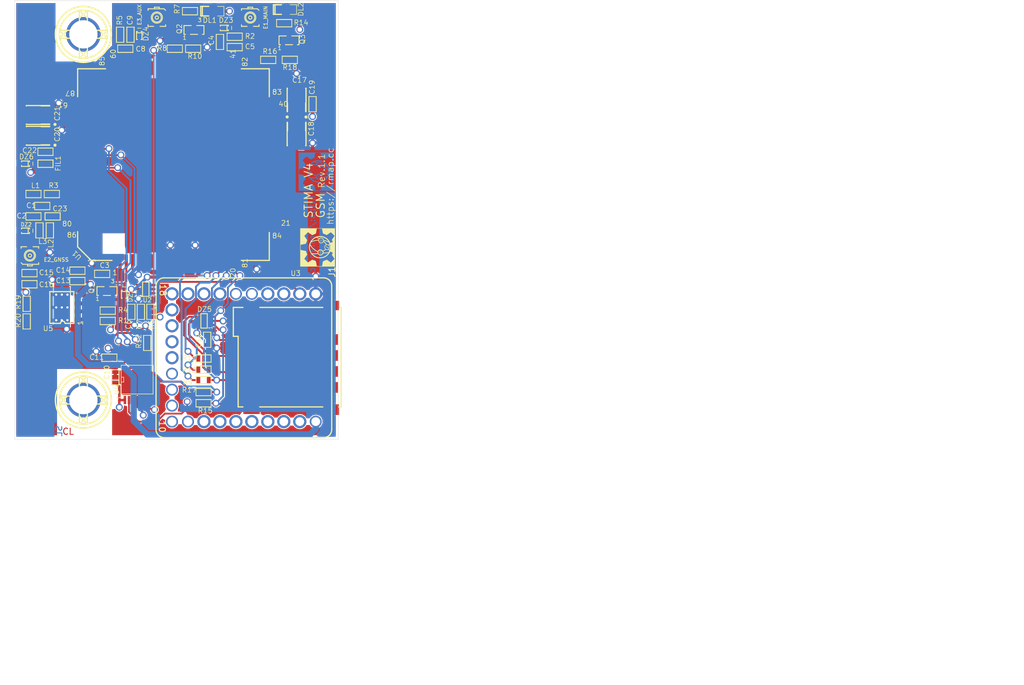
<source format=kicad_pcb>
(kicad_pcb (version 20221018) (generator pcbnew)
  (title_block (title "Stima V4 GSM") (rev "1.1"))
  (layers (0 "F.Cu" signal "Top Layer") (1 "In1.Cu" signal "Mid-Layer 1") (2 "In2.Cu" signal "Mid-Layer 2") (31 "B.Cu" signal "Bottom Layer") (34 "B.Paste" user "Bottom Paste") (35 "F.Paste" user "Top Paste") (36 "B.SilkS" user "Bottom Overlay") (37 "F.SilkS" user "Top Overlay") (38 "B.Mask" user "Bottom Solder") (39 "F.Mask" user "Top Solder") (44 "Edge.Cuts" user))
  (property "ADDRESS1" "V. Nuova Ponente 25")
  (property "ADDRESS2" "Carpi (MO)")
  (property "ADDRESS3" "Italy")
  (property "ADDRESS4" "")
  (property "CONFIGURATORNAME" "")
  (property "DOCUMENTNUMBER" "1")
  (property "ISUSERCONFIGURABLE" "")
  (property "ORGANIZATION" "DigitEco")
  (property "SHEETSYMBOLDESIGNATOR" "")
  (property "SHEETTOTAL" "1")
  (property "SPICEMODELCACHE" "")
  (property "VERSIONCONTROL_PROJFOLDERREVNUMBER" "")
  (property "VERSIONCONTROL_REVNUMBER" "")
  (net 0 "")
  (net 1 "STATUS")
  (net 2 "RI")
  (net 3 "PWRKEY")
  (net 4 "NetU1_71")
  (net 5 "NetU1_68")
  (net 6 "NetU1_4")
  (net 7 "NetR19_1")
  (net 8 "NetR15_1")
  (net 9 "NetR13_1")
  (net 10 "NetR12_1")
  (net 11 "NetR11_1")
  (net 12 "NetR9_1")
  (net 13 "NetR8_2")
  (net 14 "NetDZ5_6")
  (net 15 "NetDZ5_5")
  (net 16 "NetDZ5_4")
  (net 17 "NetDZ5_1")
  (net 18 "NetDL2_1")
  (net 19 "NetC20_1")
  (net 20 "NetC12_1")
  (net 21 "NetC9_1")
  (net 22 "NetC8_1")
  (net 23 "NetC7_1")
  (net 24 "NetC5_1")
  (net 25 "NetC4_1")
  (net 26 "NetC3_1")
  (net 27 "NetC2_2")
  (net 28 "EN_PW_GSM")
  (net 29 "+3V8")
  (net 30 "+1V8")
  (net 31 "NetDL1_1")
  (net 32 "GND")
  (net 33 "+5V")
  (net 34 "+3V3")
  (net 35 "NetL1_2")
  (net 36 "NetQ1_1")
  (net 37 "NetQ2_1")
  (net 38 "NetQ2_3")
  (net 39 "NetQ3_1")
  (net 40 "NetQ3_3")
  (net 41 "NetU1_69")
  (net 42 "RST")
  (net 43 "USART2_RX")
  (net 44 "USART2_TX")
  (net 45 "NetC23_1")
  (net 46 "NetC1_1")
  (net 47 "NetC1_2")
  (footprint "ARGO Passive Component.IntLib:0603" (layer "F.Cu") (at 170.1546 87.4141 90)
    (fp_text reference "C19")
    (fp_text value "100n")
  )
  (footprint "ARGO Passive Component.IntLib:0603" (layer "F.Cu") (at 163.9316 79.5401 180)
    (fp_text reference "R16")
    (fp_text value "4K7")
  )
  (footprint "ARGO Passive Component.IntLib:0603" (layer "F.Cu") (at 136.7536 121.0691)
    (fp_text reference "R1")
    (fp_text value "4K7")
  )
  (footprint "ARGO Passive Component.IntLib:SOD 523(SC-79)" (layer "F.Cu") (at 142.5956 74.8411 -90)
    (fp_text reference "DZ4")
    (fp_text value "PESD5Z5.0")
  )
  (footprint "ARGO Miscellanea.IntLib:SOT363(SC70)" (layer "F.Cu") (at 153.8986 121.7041 90)
    (fp_text reference "DZ5")
    (fp_text value "ESDA6V1-5W6")
  )
  (footprint "ARGO Passive Component.IntLib:Case B-TC3528-1411" (layer "F.Cu") (at 127.9906 91.6051 180)
    (fp_text reference "C20")
    (fp_text value "100uF 10V")
  )
  (footprint "ARGO Passive Component.IntLib:0603" (layer "F.Cu") (at 142.8496 118.7831 -90)
    (fp_text reference "C7")
    (fp_text value "100n")
  )
  (footprint "ARGO PcbLib-Trad1.PcbLib:ViteDado4" (layer "F.Cu") (at 133.7056 75.4761 -90)
    (fp_text reference "A4")
    (fp_text value "ViteDado" hide)
  )
  (footprint "ARGO PcbLib-Trad1.PcbLib:ViteDado4" (layer "F.Cu") (at 133.7056 133.6421 -90)
    (fp_text reference "A3")
    (fp_text value "ViteDado" hide)
  )
  (footprint "ARGO Passive Component.IntLib:0603" (layer "F.Cu") (at 151.9936 128.8161)
    (fp_text reference "R13")
    (fp_text value "0R")
  )
  (footprint "ARGO Passive Component.IntLib:Case B-TC3528-1411" (layer "F.Cu") (at 167.6146 87.4141 90)
    (fp_text reference "C17")
    (fp_text value "100uF 10V")
  )
  (footprint "ARGO Passive Component.IntLib:0805-led" (layer "F.Cu") (at 164.8206 71.5391)
    (fp_text reference "DL2")
    (fp_text value "GREEN")
  )
  (footprint "ARGO Passive Component.IntLib:Case B-TC3528-1411" (layer "F.Cu") (at 127.9906 88.3031 180)
    (fp_text reference "C21")
    (fp_text value "100uF 10V")
  )
  (footprint "ARGO Passive Component.IntLib:0603" (layer "F.Cu") (at 137.5156 113.5761 180)
    (fp_text reference "C3")
    (fp_text value "100n")
  )
  (footprint "ARGO Passive Component.IntLib:0603" (layer "F.Cu") (at 128.3716 107.4801 90)
    (fp_text reference "L2")
    (fp_text value "NM")
  )
  (footprint "ARGO Passive Component.IntLib:0603" (layer "F.Cu") (at 124.3076 113.4491)
    (fp_text reference "C15")
    (fp_text value "100n")
  )
  (footprint "ARGO Passive Component.IntLib:SOD 523(SC-79)" (layer "F.Cu") (at 125.3236 106.7181 180)
    (fp_text reference "DZ2")
    (fp_text value "PESD5Z5.0")
  )
  (footprint "ARGO Texas.IntLib:TSSOP14" (layer "F.Cu") (at 140.3096 133.6421 90)
    (fp_text reference "U4")
    (fp_text value "TXU0204")
  )
  (footprint "ARGO Passive Component.IntLib:0603" (layer "F.Cu") (at 124.9426 100.8761)
    (fp_text reference "L1")
    (fp_text value "7447860147G")
  )
  (footprint "ARGO Passive Component.IntLib:0603" (layer "F.Cu") (at 127.6731 96.0501)
    (fp_text reference "FIL1")
    (fp_text value "BLM18PG")
  )
  (footprint "ARGO Passive Component.IntLib:SOD 523(SC-79)" (layer "F.Cu") (at 140.1826 115.9891 -90)
    (fp_text reference "DZ1")
    (fp_text value "PESD5Z3.3")
  )
  (footprint "ARGO Passive Component.IntLib:0603" (layer "F.Cu") (at 144.3736 118.7831 -90)
    (fp_text reference "R6")
    (fp_text value "200K")
  )
  (footprint "ARGO Passive Component.IntLib:0603" (layer "F.Cu") (at 151.9936 130.4671)
    (fp_text reference "R9")
    (fp_text value "22R")
  )
  (footprint "ARGO PcbLib-Trad1.PcbLib:UPIN27_OK" (layer "F.Cu") (at 170.6626 137.0711 -90)
    (fp_text reference "U3")
    (fp_text value "UPIN27" hide)
  )
  (footprint "ARGO Passive Component.IntLib:0603" (layer "F.Cu") (at 124.6886 121.9581 90)
    (fp_text reference "R20")
    (fp_text value "15K")
  )
  (footprint "ARGO Passive Component.IntLib:0603" (layer "F.Cu") (at 127.9906 102.7811 180)
    (fp_text reference "C1")
    (fp_text value "0R")
  )
  (footprint "ARGO Passive Component.IntLib:0603" (layer "F.Cu") (at 158.5976 75.8571 180)
    (fp_text reference "R2")
    (fp_text value "0R")
  )
  (footprint "ARGO Passive Component.IntLib:0603" (layer "F.Cu") (at 141.3256 118.7831 -90)
    (fp_text reference "C6")
    (fp_text value "100n")
  )
  (footprint "ARGO Passive Component.IntLib:0603" (layer "F.Cu") (at 153.3906 123.2281 -90)
    (fp_text reference "C12")
    (fp_text value "100n")
  )
  (footprint "ARGO Passive Component.IntLib:0603" (layer "F.Cu") (at 124.3076 115.2271)
    (fp_text reference "C16")
    (fp_text value "10uF")
  )
  (footprint "ARGO Passive Component.IntLib:0603" (layer "F.Cu") (at 126.7206 107.4801 90)
    (fp_text reference "L3")
    (fp_text value "NM")
  )
  (footprint "ARGO Passive Component.IntLib:0603" (layer "F.Cu") (at 155.4226 75.8571 -90)
    (fp_text reference "C4")
    (fp_text value "NM")
  )
  (footprint "ARGO Passive Component.IntLib:0603" (layer "F.Cu") (at 151.4856 71.7931 180)
    (fp_text reference "R7")
    (fp_text value "2K2")
  )
  (footprint "ARGO Miscellanea.IntLib:SIM CARD MICRO" (layer "F.Cu") (at 157.5562 124.1171 90)
    (fp_text reference "J1")
    (fp_text value "SIM7100-6-1-15-00-A")
  )
  (footprint "ARGO Passive Component.IntLib:0603" (layer "F.Cu") (at 167.3606 79.5401 180)
    (fp_text reference "R18")
    (fp_text value "47K")
  )
  (footprint "ARGO Passive Component.IntLib:0603" (layer "F.Cu") (at 164.8206 73.6981)
    (fp_text reference "R14")
    (fp_text value "2K2")
  )
  (footprint "ARGO Passive Component.IntLib:0603" (layer "F.Cu") (at 128.8161 104.4321 180)
    (fp_text reference "C23")
    (fp_text value "0R")
  )
  (footprint "ARGO Miscellanea.IntLib:SIM7600" (layer "F.Cu") (at 138.5316 111.5441 90)
    (fp_text reference "U1")
    (fp_text value "SIM7600E S2-107EP-Z304M")
  )
  (footprint "ARGO Passive Component.IntLib:0603" (layer "F.Cu") (at 124.6886 119.1641 90)
    (fp_text reference "R19")
    (fp_text value "100K")
  )
  (footprint "ARGO Passive Component.IntLib:0603" (layer "F.Cu") (at 151.9936 127.0381)
    (fp_text reference "R11")
    (fp_text value "22R")
  )
  (footprint "ARGO Miscellanea.IntLib:SO8-EDP-2 MIO" (layer "F.Cu") (at 130.2766 118.9101 90)
    (fp_text reference "U5")
    (fp_text value "SC4216")
  )
  (footprint "ARGO Passive Component.IntLib:0603" (layer "F.Cu") (at 129.5146 100.8761 180)
    (fp_text reference "R3")
    (fp_text value "10R")
  )
  (footprint "ARGO Passive Component.IntLib:0603" (layer "F.Cu") (at 143.8656 125.3871 90)
    (fp_text reference "R12")
    (fp_text value "47R")
  )
  (footprint "ARGO Passive Component.IntLib:0603" (layer "F.Cu") (at 128.4986 94.1451 180)
    (fp_text reference "C22")
    (fp_text value "100n")
  )
  (footprint "ARGO Passive Component.IntLib:0603" (layer "F.Cu") (at 153.6446 132.3721 180)
    (fp_text reference "R17")
    (fp_text value "47K")
  )
  (footprint "ARGO Passive Component.IntLib:Case B-TC3528-1411" (layer "F.Cu") (at 167.6146 89.8271 -90)
    (fp_text reference "C18")
    (fp_text value "100uF 10V")
  )
  (footprint "ARGO Passive Component.IntLib:0603" (layer "F.Cu") (at 138.4046 119.4181 180)
    (fp_text reference "R4")
    (fp_text value "47K")
  )
  (footprint "ARGO Passive Component.IntLib:0603" (layer "F.Cu") (at 139.5476 74.7141 -90)
    (fp_text reference "R5")
    (fp_text value "0R")
  )
  (footprint "ARGO Passive Component.IntLib:0603" (layer "F.Cu") (at 151.9936 77.7621 180)
    (fp_text reference "R10")
    (fp_text value "47K")
  )
  (footprint "ARGO Miscellanea.IntLib:SOT23" (layer "F.Cu") (at 136.4996 117.6401)
    (fp_text reference "Q1")
    (fp_text value "BSS138P")
  )
  (footprint "ARGO Passive Component.IntLib:0603" (layer "F.Cu") (at 133.5786 114.7191 180)
    (fp_text reference "C13")
    (fp_text value "100n")
  )
  (footprint "ARGO.PcbLib:CONN_ANTENNA_SMD" (layer "F.Cu") (at 125.1966 110.6551 180)
    (fp_text reference "E2_GNSS")
    (fp_text value "RECE.20279.001E.01" hide)
  )
  (footprint "ARGO Passive Component.IntLib:0603" (layer "F.Cu") (at 141.1986 74.7141 -90)
    (fp_text reference "C9")
    (fp_text value "NM")
  )
  (footprint "ARGO Passive Component.IntLib:SOT23" (layer "F.Cu") (at 150.3426 76.1111)
    (fp_text reference "Q2")
    (fp_text value "BC817")
  )
  (footprint "ARGO.PcbLib:CONN_ANTENNA_SMD" (layer "F.Cu") (at 145.3896 72.8091)
    (fp_text reference "E3_AUX")
    (fp_text value "RECE.20279.001E.01" hide)
  )
  (footprint "ARGO Passive Component.IntLib:SOT23" (layer "F.Cu") (at 165.4556 77.7621)
    (fp_text reference "Q3")
    (fp_text value "BC817")
  )
  (footprint "ARGO Passive Component.IntLib:SOD 523(SC-79)" (layer "F.Cu") (at 125.3236 96.0501 180)
    (fp_text reference "DZ6")
    (fp_text value "PESD5Z5.0")
  )
  (footprint "ARGO Passive Component.IntLib:0603" (layer "F.Cu") (at 149.0726 77.7621 180)
    (fp_text reference "R8")
    (fp_text value "4K7")
  )
  (footprint "ARGO Passive Component.IntLib:0603" (layer "F.Cu") (at 139.5476 77.7621)
    (fp_text reference "C8")
    (fp_text value "NM")
  )
  (footprint "ARGO Passive Component.IntLib:0603" (layer "F.Cu") (at 133.5786 113.0681 180)
    (fp_text reference "C14")
    (fp_text value "10uF")
  )
  (footprint "ARGO Passive Component.IntLib:0805-led" (layer "F.Cu") (at 153.2636 71.7931)
    (fp_text reference "DL1")
    (fp_text value "BLU")
  )
  (footprint "ARGO Passive Component.IntLib:0603" (layer "F.Cu") (at 126.5936 104.4321 180)
    (fp_text reference "C2")
    (fp_text value "33pF")
  )
  (footprint "ARGO Passive Component.IntLib:0603" (layer "F.Cu") (at 158.5976 77.5081 180)
    (fp_text reference "C5")
    (fp_text value "NM")
  )
  (footprint "ARGO.PcbLib:CONN_ANTENNA_SMD" (layer "F.Cu") (at 160.2486 72.8091)
    (fp_text reference "E1_MAIN")
    (fp_text value "RECE.20279.001E.01" hide)
  )
  (footprint "ARGO Passive Component.IntLib:0603" (layer "F.Cu") (at 138.6586 126.9111 180)
    (fp_text reference "C11")
    (fp_text value "100n")
  )
  (footprint "ARGO Passive Component.IntLib:0603" (layer "F.Cu") (at 151.9936 134.1501)
    (fp_text reference "R15")
    (fp_text value "22R")
  )
  (footprint "ARGO Miscellanea.IntLib:SOT363(SC70)" (layer "F.Cu") (at 144.6276 116.6541 90)
    (fp_text reference "U2")
    (fp_text value "LSF0101GWH" hide)
  )
  (footprint "ARGO Passive Component.IntLib:0603" (layer "F.Cu") (at 138.7856 130.8481 90)
    (fp_text reference "C10")
    (fp_text value "100n")
  )
  (footprint "ARGO Passive Component.IntLib:SOD 523(SC-79)" (layer "F.Cu") (at 156.9466 74.4601 180)
    (fp_text reference "DZ3")
    (fp_text value "PESD5Z5.0")
  )
  (gr_poly (pts (xy 171.46245 96.22722) (xy 171.46245 96.22367) (xy 171.46955 96.22367) (xy 171.46955 96.22012) (xy 171.49793 96.22012) (xy 171.49793 96.22367) (xy 171.50148 96.22367) (xy 171.50148 96.23077) (xy 171.50503 96.23077) (xy 171.50503 96.25206) (xy 171.50148 96.25206) (xy 171.50148 96.25915) (xy 171.49438 96.25915) (xy 171.49438 96.2627) (xy 171.47309 96.2627) (xy 171.47309 96.25915) (xy 171.46955 96.25915) (xy 171.46955 96.25561) (xy 171.46245 96.25561) (xy 171.46245 96.25206) (xy 171.4589 96.25206) (xy 171.4589 96.24851) (xy 171.4518 96.24851) (xy 171.4518 96.24496) (xy 171.44826 96.24496) (xy 171.44826 96.24141) (xy 171.44471 96.24141) (xy 171.44471 96.23786) (xy 171.43761 96.23786) (xy 171.43761 96.23432) (xy 171.44471 96.23432) (xy 171.44471 96.23077) (xy 171.4518 96.23077) (xy 171.4518 96.22722) (xy 171.4589 96.22722)) (fill solid) (layer "B.Cu"))
  (gr_poly (pts (xy 171.41277 96.31948) (xy 171.41632 96.31948) (xy 171.41632 96.32303) (xy 171.41987 96.32303) (xy 171.41987 96.34076) (xy 171.41632 96.34076) (xy 171.41632 96.34786) (xy 171.41277 96.34786) (xy 171.41277 96.35141) (xy 171.40922 96.35141) (xy 171.40922 96.35496) (xy 171.38794 96.35496) (xy 171.38794 96.35141) (xy 171.38084 96.35141) (xy 171.38084 96.34786) (xy 171.37729 96.34786) (xy 171.37729 96.34431) (xy 171.37019 96.34431) (xy 171.37019 96.34076) (xy 171.36665 96.34076) (xy 171.36665 96.33722) (xy 171.35955 96.33722) (xy 171.35955 96.33367) (xy 171.356 96.33367) (xy 171.356 96.33012) (xy 171.35245 96.33012) (xy 171.35245 96.32657) (xy 171.35955 96.32657) (xy 171.35955 96.32303) (xy 171.36665 96.32303) (xy 171.36665 96.31948) (xy 171.37374 96.31948) (xy 171.37374 96.31593) (xy 171.38439 96.31593) (xy 171.38439 96.31238) (xy 171.40922 96.31238) (xy 171.40922 96.31593) (xy 171.41277 96.31593)) (fill solid) (layer "B.Cu"))
  (gr_poly (pts (xy 172.35307 97.45139) (xy 172.34598 97.45139) (xy 172.34598 97.44784) (xy 172.34243 97.44784) (xy 172.34243 97.44429) (xy 172.33888 97.44429) (xy 172.33888 97.44074) (xy 172.33533 97.44074) (xy 172.33533 97.43719) (xy 172.33178 97.43719) (xy 172.33178 97.43365) (xy 172.32824 97.43365) (xy 172.32824 97.4301) (xy 172.32469 97.4301) (xy 172.32469 97.423) (xy 172.32114 97.423) (xy 172.32114 97.4159) (xy 172.31759 97.4159) (xy 172.31759 97.40526) (xy 172.31405 97.40526) (xy 172.31405 97.38397) (xy 172.3105 97.38397) (xy 172.3105 97.38042) (xy 172.3034 97.38042) (xy 172.3034 97.37687) (xy 172.29985 97.37687) (xy 172.29985 97.37333) (xy 172.29275 97.37333) (xy 172.29275 97.36978) (xy 172.28921 97.36978) (xy 172.28921 97.36623) (xy 172.28211 97.36623) (xy 172.28211 97.36268) (xy 172.27501 97.36268) (xy 172.27501 97.35913) (xy 172.27146 97.35913) (xy 172.27146 97.35558) (xy 172.26437 97.35558) (xy 172.26437 97.35203) (xy 172.26082 97.35203) (xy 172.26082 97.34849) (xy 172.25372 97.34849) (xy 172.25372 97.34494) (xy 172.24663 97.34494) (xy 172.24663 97.34139) (xy 172.24308 97.34139) (xy 172.24308 97.33784) (xy 172.23598 97.33784) (xy 172.23598 97.33429) (xy 172.23243 97.33429) (xy 172.23243 97.33074) (xy 172.22534 97.33074) (xy 172.22534 97.3272) (xy 172.22179 97.3272) (xy 172.22179 97.32365) (xy 172.21469 97.32365) (xy 172.21469 97.3201) (xy 172.20759 97.3201) (xy 172.20759 97.31655) (xy 172.20405 97.31655) (xy 172.20405 97.313) (xy 172.19695 97.313) (xy 172.19695 97.30945) (xy 172.1934 97.30945) (xy 172.1934 97.30591) (xy 172.18631 97.30591) (xy 172.18631 97.30236) (xy 172.18276 97.30236) (xy 172.18276 97.29881) (xy 172.17566 97.29881) (xy 172.17566 97.29526) (xy 172.16856 97.29526) (xy 172.16856 97.29171) (xy 172.16502 97.29171) (xy 172.16502 97.28816) (xy 172.15792 97.28816) (xy 172.15792 97.28462) (xy 172.15437 97.28462) (xy 172.15437 97.28107) (xy 172.14727 97.28107) (xy 172.14727 97.27752) (xy 172.14018 97.27752) (xy 172.14018 97.27397) (xy 172.13663 97.27397) (xy 172.13663 97.27042) (xy 172.12953 97.27042) (xy 172.12953 97.26687) (xy 172.12598 97.26687) (xy 172.12598 97.26333) (xy 172.11889 97.26333) (xy 172.11889 97.25978) (xy 172.11534 97.25978) (xy 172.11534 97.25623) (xy 172.10824 97.25623) (xy 172.10824 97.25268) (xy 172.10114 97.25268) (xy 172.10114 97.24913) (xy 172.0976 97.24913) (xy 172.0976 97.24559) (xy 172.0905 97.24559) (xy 172.0905 97.24204) (xy 172.08695 97.24204) (xy 172.08695 97.23849) (xy 172.07985 97.23849) (xy 172.07985 97.23494) (xy 172.07631 97.23494) (xy 172.07631 97.23139) (xy 172.06921 97.23139) (xy 172.06921 97.22784) (xy 172.06212 97.22784) (xy 172.06212 97.2243) (xy 172.05857 97.2243) (xy 172.05857 97.22075) (xy 172.05147 97.22075) (xy 172.05147 97.2172) (xy 172.04792 97.2172) (xy 172.04792 97.21365) (xy 172.04082 97.21365) (xy 172.04082 97.2101) (xy 172.03373 97.2101) (xy 172.03373 97.20655) (xy 172.03018 97.20655) (xy 172.03018 97.20301) (xy 172.02308 97.20301) (xy 172.02308 97.19946) (xy 172.01953 97.19946) (xy 172.01953 97.19591) (xy 172.01599 97.19591) (xy 172.01599 97.19236) (xy 172.01244 97.19236) (xy 172.01244 97.18881) (xy 172.00889 97.18881) (xy 172.00889 97.18526) (xy 172.00534 97.18526) (xy 172.00534 97.18172) (xy 172.00179 97.18172) (xy 172.00179 97.17107) (xy 171.99824 97.17107) (xy 171.99824 97.15333) (xy 172.00179 97.15333) (xy 172.00179 97.14268) (xy 172.00534 97.14268) (xy 172.00534 97.13913) (xy 172.00889 97.13913) (xy 172.00889 97.13559) (xy 172.01244 97.13559) (xy 172.01244 97.13204) (xy 172.01599 97.13204) (xy 172.01599 97.12849) (xy 172.02308 97.12849) (xy 172.02308 97.12494) (xy 172.05147 97.12494) (xy 172.05147 97.12849) (xy 172.06212 97.12849) (xy 172.06212 97.13204) (xy 172.06566 97.13204) (xy 172.06566 97.13559) (xy 172.07276 97.13559) (xy 172.07276 97.13913) (xy 172.07985 97.13913) (xy 172.07985 97.14268) (xy 172.0834 97.14268) (xy 172.0834 97.14623) (xy 172.0905 97.14623) (xy 172.0905 97.14978) (xy 172.09405 97.14978) (xy 172.09405 97.15333) (xy 172.10114 97.15333) (xy 172.10114 97.15688) (xy 172.10469 97.15688) (xy 172.10469 97.16042) (xy 172.11179 97.16042) (xy 172.11179 97.16397) (xy 172.11889 97.16397) (xy 172.11889 97.16752) (xy 172.12244 97.16752) (xy 172.12244 97.17107) (xy 172.12953 97.17107) (xy 172.12953 97.17462) (xy 172.13308 97.17462) (xy 172.13308 97.17817) (xy 172.14018 97.17817) (xy 172.14018 97.18172) (xy 172.14373 97.18172) (xy 172.14373 97.18526) (xy 172.15082 97.18526) (xy 172.15082 97.18881) (xy 172.15792 97.18881) (xy 172.15792 97.19236) (xy 172.16147 97.19236) (xy 172.16147 97.19591) (xy 172.16856 97.19591) (xy 172.16856 97.19946) (xy 172.17211 97.19946) (xy 172.17211 97.20301) (xy 172.17921 97.20301) (xy 172.17921 97.20655) (xy 172.18631 97.20655) (xy 172.18631 97.2101) (xy 172.18985 97.2101) (xy 172.18985 97.21365) (xy 172.19695 97.21365) (xy 172.19695 97.2172) (xy 172.2005 97.2172) (xy 172.2005 97.22075) (xy 172.20759 97.22075) (xy 172.20759 97.2243) (xy 172.21114 97.2243) (xy 172.21114 97.22784) (xy 172.21824 97.22784) (xy 172.21824 97.23139) (xy 172.22534 97.23139) (xy 172.22534 97.23494) (xy 172.22888 97.23494) (xy 172.22888 97.23849) (xy 172.23598 97.23849) (xy 172.23598 97.24204) (xy 172.23953 97.24204) (xy 172.23953 97.24559) (xy 172.24663 97.24559) (xy 172.24663 97.24913) (xy 172.25372 97.24913) (xy 172.25372 97.25268) (xy 172.25727 97.25268) (xy 172.25727 97.25623) (xy 172.26437 97.25623) (xy 172.26437 97.25978) (xy 172.26792 97.25978) (xy 172.26792 97.26333) (xy 172.27501 97.26333) (xy 172.27501 97.26687) (xy 172.27856 97.26687) (xy 172.27856 97.27042) (xy 172.28566 97.27042) (xy 172.28566 97.27397) (xy 172.29275 97.27397) (xy 172.29275 97.27752) (xy 172.2963 97.27752) (xy 172.2963 97.28107) (xy 172.3034 97.28107) (xy 172.3034 97.28462) (xy 172.30695 97.28462) (xy 172.30695 97.28816) (xy 172.31405 97.28816) (xy 172.31405 97.29171) (xy 172.32114 97.29171) (xy 172.32114 97.29526) (xy 172.32469 97.29526) (xy 172.32469 97.29881) (xy 172.33178 97.29881) (xy 172.33178 97.30236) (xy 172.33533 97.30236) (xy 172.33533 97.30591) (xy 172.34243 97.30591) (xy 172.34243 97.30945) (xy 172.34598 97.30945) (xy 172.34598 97.313) (xy 172.35307 97.313) (xy 172.35307 97.31655) (xy 172.36017 97.31655) (xy 172.36017 97.313) (xy 172.37082 97.313) (xy 172.37082 97.30945) (xy 172.40985 97.30945) (xy 172.40985 97.313) (xy 172.42049 97.313) (xy 172.42049 97.31655) (xy 172.42759 97.31655) (xy 172.42759 97.3201) (xy 172.43469 97.3201) (xy 172.43469 97.32365) (xy 172.43824 97.32365) (xy 172.43824 97.3272) (xy 172.44178 97.3272) (xy 172.44178 97.33074) (xy 172.44533 97.33074) (xy 172.44533 97.33429) (xy 172.44888 97.33429) (xy 172.44888 97.33784) (xy 172.45243 97.33784) (xy 172.45243 97.34139) (xy 172.45598 97.34139) (xy 172.45598 97.34849) (xy 172.45953 97.34849) (xy 172.45953 97.35203) (xy 172.46307 97.35203) (xy 172.46307 97.36268) (xy 172.46662 97.36268) (xy 172.46662 97.40881) (xy 172.46307 97.40881) (xy 172.46307 97.4159) (xy 172.45953 97.4159) (xy 172.45953 97.423) (xy 172.45598 97.423) (xy 172.45598 97.4301) (xy 172.45243 97.4301) (xy 172.45243 97.43365) (xy 172.44888 97.43365) (xy 172.44888 97.44074) (xy 172.44178 97.44074) (xy 172.44178 97.44429) (xy 172.43824 97.44429) (xy 172.43824 97.44784) (xy 172.43469 97.44784) (xy 172.43469 97.45139) (xy 172.42759 97.45139) (xy 172.42759 97.45494) (xy 172.42049 97.45494) (xy 172.42049 97.45848) (xy 172.4134 97.45848) (xy 172.4134 97.46203) (xy 172.37082 97.46203) (xy 172.37082 97.45848) (xy 172.36017 97.45848) (xy 172.36017 97.45494) (xy 172.35307 97.45494)) (fill solid) (layer "B.Cu"))
  (gr_poly (pts (xy 173.4566 100.3681) (xy 167.93898 100.3681) (xy 167.93898 97.69267) (xy 168.00284 97.69267) (xy 168.00639 97.69267) (xy 168.00639 97.70332) (xy 168.00994 97.70332) (xy 168.00994 97.71041) (xy 168.01349 97.71041) (xy 168.01349 97.71751) (xy 168.01704 97.71751) (xy 168.01704 97.72106) (xy 168.02413 97.72106) (xy 168.02413 97.72461) (xy 168.02768 97.72461) (xy 168.02768 97.72816) (xy 168.04188 97.72816) (xy 168.04188 97.7317) (xy 168.05962 97.7317) (xy 168.05962 97.73525) (xy 168.08091 97.73525) (xy 168.08091 97.7388) (xy 168.09865 97.7388) (xy 168.09865 97.74235) (xy 168.11639 97.74235) (xy 168.11639 97.7459) (xy 168.13768 97.7459) (xy 168.13768 97.74945) (xy 168.15542 97.74945) (xy 168.15542 97.75299) (xy 168.17671 97.75299) (xy 168.17671 97.75654) (xy 168.19445 97.75654) (xy 168.19445 97.76009) (xy 168.2122 97.76009) (xy 168.2122 97.76364) (xy 168.23349 97.76364) (xy 168.23349 97.76719) (xy 168.25123 97.76719) (xy 168.25123 97.77074) (xy 168.26897 97.77074) (xy 168.26897 97.77428) (xy 168.29026 97.77428) (xy 168.29026 97.77783) (xy 168.308 97.77783) (xy 168.308 97.78138) (xy 168.32574 97.78138) (xy 168.32574 97.78493) (xy 168.34703 97.78493) (xy 168.34703 97.78848) (xy 168.36477 97.78848) (xy 168.36477 97.79202) (xy 168.38606 97.79202) (xy 168.38606 97.79557) (xy 168.4038 97.79557) (xy 168.4038 97.79912) (xy 168.42155 97.79912) (xy 168.42155 97.80267) (xy 168.44284 97.80267) (xy 168.44284 97.80622) (xy 168.46058 97.80622) (xy 168.46058 97.80977) (xy 168.47832 97.80977) (xy 168.47832 97.81331) (xy 168.49961 97.81331) (xy 168.49961 97.81686) (xy 168.51735 97.81686) (xy 168.51735 97.82041) (xy 168.53864 97.82041) (xy 168.53864 97.82396) (xy 168.55638 97.82396) (xy 168.55638 97.82751) (xy 168.57412 97.82751) (xy 168.57412 97.83106) (xy 168.59541 97.83106) (xy 168.59541 97.8346) (xy 168.61315 97.8346) (xy 168.61315 97.83815) (xy 168.6309 97.83815) (xy 168.6309 97.8417) (xy 168.65219 97.8417) (xy 168.65219 97.84525) (xy 168.66993 97.84525) (xy 168.66993 97.8488) (xy 168.68767 97.8488) (xy 168.68767 97.85235) (xy 168.70896 97.85235) (xy 168.70896 97.85589) (xy 168.7267 97.85589) (xy 168.7267 97.85944) (xy 168.74799 97.85944) (xy 168.74799 97.86299) (xy 168.76573 97.86299) (xy 168.76573 97.86654) (xy 168.78347 97.86654) (xy 168.78347 97.87009) (xy 168.80122 97.87009) (xy 168.80122 97.87364) (xy 168.80831 97.87364) (xy 168.80831 97.87718) (xy 168.81541 97.87718) (xy 168.81541 97.88073) (xy 168.81896 97.88073) (xy 168.81896 97.88428) (xy 168.82605 97.88428) (xy 168.82605 97.89138) (xy 168.8296 97.89138) (xy 168.8296 97.89493) (xy 168.83315 97.89493) (xy 168.83315 97.89847) (xy 168.8367 97.89847) (xy 168.8367 97.90557) (xy 168.84025 97.90557) (xy 168.84025 97.91267) (xy 168.84379 97.91267) (xy 168.84379 97.92331) (xy 168.84734 97.92331) (xy 168.84734 97.93041) (xy 168.85089 97.93041) (xy 168.85089 97.94105) (xy 168.85444 97.94105) (xy 168.85444 97.94815) (xy 168.85799 97.94815) (xy 168.85799 97.9588) (xy 168.86154 97.9588) (xy 168.86154 97.96589) (xy 168.86508 97.96589) (xy 168.86508 97.97654) (xy 168.86863 97.97654) (xy 168.86863 97.98363) (xy 168.87218 97.98363) (xy 168.87218 97.99073) (xy 168.87573 97.99073) (xy 168.87573 98.00138) (xy 168.87928 98.00138) (xy 168.87928 98.00847) (xy 168.88283 98.00847) (xy 168.88283 98.01912) (xy 168.88637 98.01912) (xy 168.88637 98.02621) (xy 168.88992 98.02621) (xy 168.88992 98.03686) (xy 168.89347 98.03686) (xy 168.89347 98.04396) (xy 168.89702 98.04396) (xy 168.89702 98.0546) (xy 168.90057 98.0546) (xy 168.90057 98.0617) (xy 168.90412 98.0617) (xy 168.90412 98.06879) (xy 168.90766 98.06879) (xy 168.90766 98.07944) (xy 168.91121 98.07944) (xy 168.91121 98.08653) (xy 168.91476 98.08653) (xy 168.91476 98.09718) (xy 168.91831 98.09718) (xy 168.91831 98.10428) (xy 168.92186 98.10428) (xy 168.92186 98.11492) (xy 168.92541 98.11492) (xy 168.92541 98.12202) (xy 168.92895 98.12202) (xy 168.92895 98.13266) (xy 168.9325 98.13266) (xy 168.9325 98.13976) (xy 168.93605 98.13976) (xy 168.93605 98.14686) (xy 168.9396 98.14686) (xy 168.9396 98.1575) (xy 168.94315 98.1575) (xy 168.94315 98.1646) (xy 168.9467 98.1646) (xy 168.9467 98.17524) (xy 168.95024 98.17524) (xy 168.95024 98.18234) (xy 168.95379 98.18234) (xy 168.95379 98.19298) (xy 168.95734 98.19298) (xy 168.95734 98.20008) (xy 168.96089 98.20008) (xy 168.96089 98.21073) (xy 168.96444 98.21073) (xy 168.96444 98.21782) (xy 168.96799 98.21782) (xy 168.96799 98.22492) (xy 168.97153 98.22492) (xy 168.97153 98.23556) (xy 168.97508 98.23556) (xy 168.97508 98.24266) (xy 168.97863 98.24266) (xy 168.97863 98.25331) (xy 168.98218 98.25331) (xy 168.98218 98.2604) (xy 168.98573 98.2604) (xy 168.98573 98.27105) (xy 168.98928 98.27105) (xy 168.98928 98.27814) (xy 168.99282 98.27814) (xy 168.99282 98.28879) (xy 168.99637 98.28879) (xy 168.99637 98.29589) (xy 168.99992 98.29589) (xy 168.99992 98.30298) (xy 169.00347 98.30298) (xy 169.00347 98.31363) (xy 169.00702 98.31363) (xy 169.00702 98.32072) (xy 169.01057 98.32072) (xy 169.01057 98.33137) (xy 169.01411 98.33137) (xy 169.01411 98.33847) (xy 169.01766 98.33847) (xy 169.01766 98.34911) (xy 169.02121 98.34911) (xy 169.02121 98.35621) (xy 169.02476 98.35621) (xy 169.02476 98.36685) (xy 169.02831 98.36685) (xy 169.02831 98.37395) (xy 169.03186 98.37395) (xy 169.03186 98.38104) (xy 169.0354 98.38104) (xy 169.0354 98.39169) (xy 169.03895 98.39169) (xy 169.03895 98.39879) (xy 169.0425 98.39879) (xy 169.0425 98.40943) (xy 169.04605 98.40943) (xy 169.04605 98.41653) (xy 169.0496 98.41653) (xy 169.0496 98.42717) (xy 169.05315 98.42717) (xy 169.05315 98.45556) (xy 169.0496 98.45556) (xy 169.0496 98.4662) (xy 169.04605 98.4662) (xy 169.04605 98.4733) (xy 169.0425 98.4733) (xy 169.0425 98.4804) (xy 169.03895 98.4804) (xy 169.03895 98.48395) (xy 169.0354 98.48395) (xy 169.0354 98.49104) (xy 169.03186 98.49104) (xy 169.03186 98.49459) (xy 169.02831 98.49459) (xy 169.02831 98.49814) (xy 169.02476 98.49814) (xy 169.02476 98.50524) (xy 169.02121 98.50524) (xy 169.02121 98.50878) (xy 169.01766 98.50878) (xy 169.01766 98.51588) (xy 169.01411 98.51588) (xy 169.01411 98.51943) (xy 169.01057 98.51943) (xy 169.01057 98.52653) (xy 169.00702 98.52653) (xy 169.00702 98.53007) (xy 169.00347 98.53007) (xy 169.00347 98.53717) (xy 168.99992 98.53717) (xy 168.99992 98.54072) (xy 168.99637 98.54072) (xy 168.99637 98.54782) (xy 168.99282 98.54782) (xy 168.99282 98.55136) (xy 168.98928 98.55136) (xy 168.98928 98.55846) (xy 168.98573 98.55846) (xy 168.98573 98.56201) (xy 168.98218 98.56201) (xy 168.98218 98.56556) (xy 168.97863 98.56556) (xy 168.97863 98.57265) (xy 168.97508 98.57265) (xy 168.97508 98.5762) (xy 168.97153 98.5762) (xy 168.97153 98.5833) (xy 168.96799 98.5833) (xy 168.96799 98.58685) (xy 168.96444 98.58685) (xy 168.96444 98.59394) (xy 168.96089 98.59394) (xy 168.96089 98.59749) (xy 168.95734 98.59749) (xy 168.95734 98.60459) (xy 168.95379 98.60459) (xy 168.95379 98.60814) (xy 168.95024 98.60814) (xy 168.95024 98.61523) (xy 168.9467 98.61523) (xy 168.9467 98.61878) (xy 168.94315 98.61878) (xy 168.94315 98.62233) (xy 168.9396 98.62233) (xy 168.9396 98.62943) (xy 168.93605 98.62943) (xy 168.93605 98.63297) (xy 168.9325 98.63297) (xy 168.9325 98.64007) (xy 168.92895 98.64007) (xy 168.92895 98.64362) (xy 168.92541 98.64362) (xy 168.92541 98.65072) (xy 168.92186 98.65072) (xy 168.92186 98.65426) (xy 168.91831 98.65426) (xy 168.91831 98.66136) (xy 168.91476 98.66136) (xy 168.91476 98.66491) (xy 168.91121 98.66491) (xy 168.91121 98.67201) (xy 168.90766 98.67201) (xy 168.90766 98.67555) (xy 168.90412 98.67555) (xy 168.90412 98.68265) (xy 168.90057 98.68265) (xy 168.90057 98.6862) (xy 168.89702 98.6862) (xy 168.89702 98.68975) (xy 168.89347 98.68975) (xy 168.89347 98.69684) (xy 168.88992 98.69684) (xy 168.88992 98.70039) (xy 168.88637 98.70039) (xy 168.88637 98.70749) (xy 168.88283 98.70749) (xy 168.88283 98.71104) (xy 168.87928 98.71104) (xy 168.87928 98.71813) (xy 168.87573 98.71813) (xy 168.87573 98.72168) (xy 168.87218 98.72168) (xy 168.87218 98.72878) (xy 168.86863 98.72878) (xy 168.86863 98.73233) (xy 168.86508 98.73233) (xy 168.86508 98.73942) (xy 168.86154 98.73942) (xy 168.86154 98.74297) (xy 168.85799 98.74297) (xy 168.85799 98.74652) (xy 168.85444 98.74652) (xy 168.85444 98.75362) (xy 168.85089 98.75362) (xy 168.85089 98.75717) (xy 168.84734 98.75717) (xy 168.84734 98.76426) (xy 168.84379 98.76426) (xy 168.84379 98.76781) (xy 168.84025 98.76781) (xy 168.84025 98.77491) (xy 168.8367 98.77491) (xy 168.8367 98.77846) (xy 168.83315 98.77846) (xy 168.83315 98.78555) (xy 168.8296 98.78555) (xy 168.8296 98.7891) (xy 168.82605 98.7891) (xy 168.82605 98.7962) (xy 168.82251 98.7962) (xy 168.82251 98.79975) (xy 168.81896 98.79975) (xy 168.81896 98.80684) (xy 168.81541 98.80684) (xy 168.81541 98.81039) (xy 168.81186 98.81039) (xy 168.81186 98.81394) (xy 168.80831 98.81394) (xy 168.80831 98.82104) (xy 168.80476 98.82104) (xy 168.80476 98.82458) (xy 168.80122 98.82458) (xy 168.80122 98.83168) (xy 168.79767 98.83168) (xy 168.79767 98.83523) (xy 168.79412 98.83523) (xy 168.79412 98.84233) (xy 168.79057 98.84233) (xy 168.79057 98.84587) (xy 168.78702 98.84587) (xy 168.78702 98.85297) (xy 168.78347 98.85297) (xy 168.78347 98.85652) (xy 168.77993 98.85652) (xy 168.77993 98.86362) (xy 168.77638 98.86362) (xy 168.77638 98.86716) (xy 168.77283 98.86716) (xy 168.77283 98.87071) (xy 168.76928 98.87071) (xy 168.76928 98.87781) (xy 168.76573 98.87781) (xy 168.76573 98.88136) (xy 168.76218 98.88136) (xy 168.76218 98.88845) (xy 168.75864 98.88845) (xy 168.75864 98.892) (xy 168.75509 98.892) (xy 168.75509 98.8991) (xy 168.75154 98.8991) (xy 168.75154 98.90265) (xy 168.74799 98.90265) (xy 168.74799 98.90974) (xy 168.74444 98.90974) (xy 168.74444 98.91329) (xy 168.74089 98.91329) (xy 168.74089 98.92039) (xy 168.73735 98.92039) (xy 168.73735 98.92394) (xy 168.7338 98.92394) (xy 168.7338 98.93103) (xy 168.73025 98.93103) (xy 168.73025 98.93458) (xy 168.7267 98.93458) (xy 168.7267 98.93813) (xy 168.72315 98.93813) (xy 168.72315 98.94523) (xy 168.7196 98.94523) (xy 168.7196 98.94877) (xy 168.71606 98.94877) (xy 168.71606 98.95587) (xy 168.71251 98.95587) (xy 168.71251 98.95942) (xy 168.70896 98.95942) (xy 168.70896 98.96652) (xy 168.70541 98.96652) (xy 168.70541 98.97006) (xy 168.70186 98.97006) (xy 168.70186 98.97716) (xy 168.69831 98.97716) (xy 168.69831 98.98071) (xy 168.69477 98.98071) (xy 168.69477 98.98781) (xy 168.69122 98.98781) (xy 168.69122 98.99135) (xy 168.68767 98.99135) (xy 168.68767 98.9949) (xy 168.68412 98.9949) (xy 168.68412 99.002) (xy 168.68057 99.002) (xy 168.68057 99.00555) (xy 168.67702 99.00555) (xy 168.67702 99.01264) (xy 168.67348 99.01264) (xy 168.67348 99.01619) (xy 168.66993 99.01619) (xy 168.66993 99.02329) (xy 168.66638 99.02329) (xy 168.66638 99.02684) (xy 168.66283 99.02684) (xy 168.66283 99.03393) (xy 168.65928 99.03393) (xy 168.65928 99.03748) (xy 168.65573 99.03748) (xy 168.65573 99.04458) (xy 168.65219 99.04458) (xy 168.65219 99.04813) (xy 168.64864 99.04813) (xy 168.64864 99.05168) (xy 168.64509 99.05168) (xy 168.64509 99.05877) (xy 168.64154 99.05877) (xy 168.64154 99.06232) (xy 168.63799 99.06232) (xy 168.63799 99.06942) (xy 168.63444 99.06942) (xy 168.63444 99.07297) (xy 168.6309 99.07297) (xy 168.6309 99.08006) (xy 168.62735 99.08006) (xy 168.62735 99.08361) (xy 168.6238 99.08361) (xy 168.6238 99.09071) (xy 168.62025 99.09071) (xy 168.62025 99.09426) (xy 168.6167 99.09426) (xy 168.6167 99.10135) (xy 168.61315 99.10135) (xy 168.61315 99.1049) (xy 168.60961 99.1049) (xy 168.60961 99.112) (xy 168.60606 99.112) (xy 168.60606 99.11909) (xy 168.60251 99.11909) (xy 168.60251 99.14393) (xy 168.60606 99.14393) (xy 168.60606 99.15458) (xy 168.60961 99.15458) (xy 168.60961 99.15813) (xy 168.61315 99.15813) (xy 168.61315 99.16167) (xy 168.6167 99.16167) (xy 168.6167 99.16522) (xy 168.62025 99.16522) (xy 168.62025 99.16877) (xy 168.6238 99.16877) (xy 168.6238 99.17232) (xy 168.62735 99.17232) (xy 168.62735 99.17587) (xy 168.6309 99.17587) (xy 168.6309 99.17941) (xy 168.63444 99.17941) (xy 168.63444 99.18296) (xy 168.63799 99.18296) (xy 168.63799 99.18651) (xy 168.64154 99.18651) (xy 168.64154 99.19006) (xy 168.64509 99.19006) (xy 168.64509 99.19361) (xy 168.64864 99.19361) (xy 168.64864 99.19716) (xy 168.65219 99.19716) (xy 168.65219 99.2007) (xy 168.65573 99.2007) (xy 168.65573 99.20425) (xy 168.65928 99.20425) (xy 168.65928 99.2078) (xy 168.66283 99.2078) (xy 168.66283 99.21135) (xy 168.66638 99.21135) (xy 168.66638 99.2149) (xy 168.66993 99.2149) (xy 168.66993 99.21845) (xy 168.67348 99.21845) (xy 168.67348 99.22199) (xy 168.67702 99.22199) (xy 168.67702 99.22554) (xy 168.68057 99.22554) (xy 168.68057 99.22909) (xy 168.68412 99.22909) (xy 168.68412 99.23264) (xy 168.68767 99.23264) (xy 168.68767 99.23619) (xy 168.69122 99.23619) (xy 168.69122 99.23974) (xy 168.69477 99.23974) (xy 168.69477 99.24328) (xy 168.69831 99.24328) (xy 168.69831 99.24683) (xy 168.70186 99.24683) (xy 168.70186 99.25038) (xy 168.70541 99.25038) (xy 168.70541 99.25393) (xy 168.70896 99.25393) (xy 168.70896 99.25748) (xy 168.71251 99.25748) (xy 168.71251 99.26103) (xy 168.71606 99.26103) (xy 168.71606 99.26457) (xy 168.7196 99.26457) (xy 168.7196 99.26812) (xy 168.72315 99.26812) (xy 168.72315 99.27167) (xy 168.7267 99.27167) (xy 168.7267 99.27522) (xy 168.73025 99.27522) (xy 168.73025 99.27877) (xy 168.7338 99.27877) (xy 168.7338 99.28232) (xy 168.73735 99.28232) (xy 168.73735 99.28586) (xy 168.74089 99.28586) (xy 168.74089 99.28941) (xy 168.74444 99.28941) (xy 168.74444 99.29296) (xy 168.74799 99.29296) (xy 168.74799 99.29651) (xy 168.75154 99.29651) (xy 168.75154 99.30006) (xy 168.75509 99.30006) (xy 168.75509 99.30361) (xy 168.75864 99.30361) (xy 168.75864 99.30715) (xy 168.76218 99.30715) (xy 168.76218 99.3107) (xy 168.76573 99.3107) (xy 168.76573 99.31425) (xy 168.76928 99.31425) (xy 168.76928 99.3178) (xy 168.77283 99.3178) (xy 168.77283 99.32135) (xy 168.77638 99.32135) (xy 168.77638 99.3249) (xy 168.77993 99.3249) (xy 168.77993 99.32844) (xy 168.78347 99.32844) (xy 168.78347 99.33199) (xy 168.78702 99.33199) (xy 168.78702 99.33554) (xy 168.79057 99.33554) (xy 168.79057 99.33909) (xy 168.79412 99.33909) (xy 168.79412 99.34264) (xy 168.79767 99.34264) (xy 168.79767 99.34619) (xy 168.80122 99.34619) (xy 168.80122 99.34973) (xy 168.80476 99.34973) (xy 168.80476 99.35328) (xy 168.80831 99.35328) (xy 168.80831 99.35683) (xy 168.81186 99.35683) (xy 168.81186 99.36038) (xy 168.81541 99.36038) (xy 168.81541 99.36393) (xy 168.81896 99.36393) (xy 168.81896 99.36748) (xy 168.82251 99.36748) (xy 168.82251 99.37102) (xy 168.82605 99.37102) (xy 168.82605 99.37457) (xy 168.8296 99.37457) (xy 168.8296 99.37812) (xy 168.83315 99.37812) (xy 168.83315 99.38167) (xy 168.8367 99.38167) (xy 168.8367 99.38522) (xy 168.84025 99.38522) (xy 168.84025 99.38877) (xy 168.84379 99.38877) (xy 168.84379 99.39231) (xy 168.84734 99.39231) (xy 168.84734 99.39586) (xy 168.85089 99.39586) (xy 168.85089 99.39941) (xy 168.85444 99.39941) (xy 168.85444 99.40296) (xy 168.85799 99.40296) (xy 168.85799 99.40651) (xy 168.86154 99.40651) (xy 168.86154 99.41006) (xy 168.86508 99.41006) (xy 168.86508 99.4136) (xy 168.86863 99.4136) (xy 168.86863 99.41715) (xy 168.87218 99.41715) (xy 168.87218 99.4207) (xy 168.87573 99.4207) (xy 168.87573 99.42425) (xy 168.87928 99.42425) (xy 168.87928 99.4278) (xy 168.88283 99.4278) (xy 168.88283 99.43135) (xy 168.88637 99.43135) (xy 168.88637 99.43489) (xy 168.88992 99.43489) (xy 168.88992 99.43844) (xy 168.89347 99.43844) (xy 168.89347 99.44199) (xy 168.89702 99.44199) (xy 168.89702 99.44554) (xy 168.90057 99.44554) (xy 168.90057 99.44909) (xy 168.90412 99.44909) (xy 168.90412 99.45264) (xy 168.90766 99.45264) (xy 168.90766 99.45618) (xy 168.91121 99.45618) (xy 168.91121 99.45973) (xy 168.91476 99.45973) (xy 168.91476 99.46328) (xy 168.91831 99.46328) (xy 168.91831 99.46683) (xy 168.92186 99.46683) (xy 168.92186 99.47038) (xy 168.92541 99.47038) (xy 168.92541 99.47392) (xy 168.92895 99.47392) (xy 168.92895 99.47747) (xy 168.9325 99.47747) (xy 168.9325 99.48102) (xy 168.93605 99.48102) (xy 168.93605 99.48457) (xy 168.9396 99.48457) (xy 168.9396 99.48812) (xy 168.94315 99.48812) (xy 168.94315 99.49167) (xy 168.9467 99.49167) (xy 168.9467 99.49521) (xy 168.95024 99.49521) (xy 168.95024 99.49876) (xy 168.95379 99.49876) (xy 168.95379 99.50231) (xy 168.95734 99.50231) (xy 168.95734 99.50586) (xy 168.96089 99.50586) (xy 168.96089 99.50941) (xy 168.96444 99.50941) (xy 168.96444 99.51296) (xy 168.96799 99.51296) (xy 168.96799 99.5165) (xy 168.97153 99.5165) (xy 168.97153 99.52005) (xy 168.97508 99.52005) (xy 168.97508 99.5236) (xy 168.97863 99.5236) (xy 168.97863 99.52715) (xy 168.98218 99.52715) (xy 168.98218 99.5307) (xy 168.98573 99.5307) (xy 168.98573 99.53425) (xy 168.98928 99.53425) (xy 168.98928 99.53779) (xy 168.99282 99.53779) (xy 168.99282 99.54134) (xy 168.99637 99.54134) (xy 168.99637 99.54489) (xy 168.99992 99.54489) (xy 168.99992 99.54844) (xy 169.00347 99.54844) (xy 169.00347 99.55199) (xy 169.00702 99.55199) (xy 169.00702 99.55554) (xy 169.01057 99.55554) (xy 169.01057 99.55908) (xy 169.01411 99.55908) (xy 169.01411 99.56263) (xy 169.01766 99.56263) (xy 169.01766 99.56618) (xy 169.02121 99.56618) (xy 169.02121 99.56973) (xy 169.02476 99.56973) (xy 169.02476 99.57328) (xy 169.02831 99.57328) (xy 169.02831 99.57683) (xy 169.03186 99.57683) (xy 169.03186 99.58037) (xy 169.0354 99.58037) (xy 169.0354 99.58392) (xy 169.03895 99.58392) (xy 169.03895 99.58747) (xy 169.0425 99.58747) (xy 169.0425 99.59102) (xy 169.04605 99.59102) (xy 169.04605 99.59457) (xy 169.0496 99.59457) (xy 169.0496 99.59812) (xy 169.05315 99.59812) (xy 169.05315 99.60166) (xy 169.05669 99.60166) (xy 169.05669 99.60521) (xy 169.06024 99.60521) (xy 169.06024 99.60876) (xy 169.06379 99.60876) (xy 169.06379 99.61231) (xy 169.06734 99.61231) (xy 169.06734 99.61586) (xy 169.07089 99.61586) (xy 169.07089 99.61941) (xy 169.07444 99.61941) (xy 169.07444 99.62295) (xy 169.07798 99.62295) (xy 169.07798 99.6265) (xy 169.08153 99.6265) (xy 169.08153 99.63005) (xy 169.08508 99.63005) (xy 169.08508 99.6336) (xy 169.08863 99.6336) (xy 169.08863 99.63715) (xy 169.09218 99.63715) (xy 169.09218 99.6407) (xy 169.09573 99.6407) (xy 169.09573 99.64424) (xy 169.09927 99.64424) (xy 169.09927 99.64779) (xy 169.10282 99.64779) (xy 169.10282 99.65134) (xy 169.10637 99.65134) (xy 169.10637 99.65489) (xy 169.10992 99.65489) (xy 169.10992 99.65844) (xy 169.11347 99.65844) (xy 169.11347 99.66199) (xy 169.11701 99.66199) (xy 169.11701 99.66553) (xy 169.12056 99.66553) (xy 169.12056 99.66908) (xy 169.12411 99.66908) (xy 169.12411 99.67263) (xy 169.12766 99.67263) (xy 169.12766 99.67618) (xy 169.13121 99.67618) (xy 169.13121 99.67973) (xy 169.13476 99.67973) (xy 169.13476 99.68328) (xy 169.1383 99.68328) (xy 169.1383 99.68682) (xy 169.14185 99.68682) (xy 169.14185 99.69037) (xy 169.1454 99.69037) (xy 169.1454 99.69392) (xy 169.14895 99.69392) (xy 169.14895 99.69747) (xy 169.1525 99.69747) (xy 169.1525 99.70102) (xy 169.15959 99.70102) (xy 169.15959 99.70457) (xy 169.17024 99.70457) (xy 169.17024 99.70811) (xy 169.17734 99.70811) (xy 169.17734 99.70457) (xy 169.19153 99.70457) (xy 169.19153 99.70102) (xy 169.19863 99.70102) (xy 169.19863 99.69747) (xy 169.20572 99.69747) (xy 169.20572 99.69392) (xy 169.20927 99.69392) (xy 169.20927 99.69037) (xy 169.21637 99.69037) (xy 169.21637 99.68682) (xy 169.21992 99.68682) (xy 169.21992 99.68328) (xy 169.22701 99.68328) (xy 169.22701 99.67973) (xy 169.23056 99.67973) (xy 169.23056 99.67618) (xy 169.23411 99.67618) (xy 169.23411 99.67263) (xy 169.24121 99.67263) (xy 169.24121 99.66908) (xy 169.24475 99.66908) (xy 169.24475 99.66553) (xy 169.25185 99.66553) (xy 169.25185 99.66199) (xy 169.2554 99.66199) (xy 169.2554 99.65844) (xy 169.2625 99.65844) (xy 169.2625 99.65489) (xy 169.26604 99.65489) (xy 169.26604 99.65134) (xy 169.27314 99.65134) (xy 169.27314 99.64779) (xy 169.27669 99.64779) (xy 169.27669 99.64424) (xy 169.28379 99.64424) (xy 169.28379 99.6407) (xy 169.28733 99.6407) (xy 169.28733 99.63715) (xy 169.29088 99.63715) (xy 169.29088 99.6336) (xy 169.29798 99.6336) (xy 169.29798 99.63005) (xy 169.30153 99.63005) (xy 169.30153 99.6265) (xy 169.30862 99.6265) (xy 169.30862 99.62295) (xy 169.31217 99.62295) (xy 169.31217 99.61941) (xy 169.31927 99.61941) (xy 169.31927 99.61586) (xy 169.32282 99.61586) (xy 169.32282 99.61231) (xy 169.32991 99.61231) (xy 169.32991 99.60876) (xy 169.33346 99.60876) (xy 169.33346 99.60521) (xy 169.34056 99.60521) (xy 169.34056 99.60166) (xy 169.34411 99.60166) (xy 169.34411 99.59812) (xy 169.3512 99.59812) (xy 169.3512 99.59457) (xy 169.35475 99.59457) (xy 169.35475 99.59102) (xy 169.3583 99.59102) (xy 169.3583 99.58747) (xy 169.3654 99.58747) (xy 169.3654 99.58392) (xy 169.36895 99.58392) (xy 169.36895 99.58037) (xy 169.37604 99.58037) (xy 169.37604 99.57683) (xy 169.37959 99.57683) (xy 169.37959 99.57328) (xy 169.38669 99.57328) (xy 169.38669 99.56973) (xy 169.39023 99.56973) (xy 169.39023 99.56618) (xy 169.39733 99.56618) (xy 169.39733 99.56263) (xy 169.40088 99.56263) (xy 169.40088 99.55908) (xy 169.40798 99.55908) (xy 169.40798 99.55554) (xy 169.41152 99.55554) (xy 169.41152 99.55199) (xy 169.41507 99.55199) (xy 169.41507 99.54844) (xy 169.42217 99.54844) (xy 169.42217 99.54489) (xy 169.42572 99.54489) (xy 169.42572 99.54134) (xy 169.43281 99.54134) (xy 169.43281 99.53779) (xy 169.43636 99.53779) (xy 169.43636 99.53425) (xy 169.44346 99.53425) (xy 169.44346 99.5307) (xy 169.44701 99.5307) (xy 169.44701 99.52715) (xy 169.4541 99.52715) (xy 169.4541 99.5236) (xy 169.45765 99.5236) (xy 169.45765 99.52005) (xy 169.46475 99.52005) (xy 169.46475 99.5165) (xy 169.4683 99.5165) (xy 169.4683 99.51296) (xy 169.47185 99.51296) (xy 169.47185 99.50941) (xy 169.47894 99.50941) (xy 169.47894 99.50586) (xy 169.48249 99.50586) (xy 169.48249 99.50231) (xy 169.48959 99.50231) (xy 169.48959 99.49876) (xy 169.49314 99.49876) (xy 169.49314 99.49521) (xy 169.50023 99.49521) (xy 169.50023 99.49167) (xy 169.50378 99.49167) (xy 169.50378 99.48812) (xy 169.51088 99.48812) (xy 169.51088 99.48457) (xy 169.51443 99.48457) (xy 169.51443 99.48102) (xy 169.52152 99.48102) (xy 169.52152 99.47747) (xy 169.52507 99.47747) (xy 169.52507 99.47392) (xy 169.52862 99.47392) (xy 169.52862 99.47038) (xy 169.53572 99.47038) (xy 169.53572 99.46683) (xy 169.53926 99.46683) (xy 169.53926 99.46328) (xy 169.54636 99.46328) (xy 169.54636 99.45973) (xy 169.54991 99.45973) (xy 169.54991 99.45618) (xy 169.55701 99.45618) (xy 169.55701 99.45264) (xy 169.56055 99.45264) (xy 169.56055 99.44909) (xy 169.56765 99.44909) (xy 169.56765 99.44554) (xy 169.5712 99.44554) (xy 169.5712 99.44199) (xy 169.5783 99.44199) (xy 169.5783 99.43844) (xy 169.58184 99.43844) (xy 169.58184 99.43489) (xy 169.58894 99.43489) (xy 169.58894 99.43135) (xy 169.59249 99.43135) (xy 169.59249 99.4278) (xy 169.59604 99.4278) (xy 169.59604 99.42425) (xy 169.60313 99.42425) (xy 169.60313 99.4207) (xy 169.60668 99.4207) (xy 169.60668 99.41715) (xy 169.61378 99.41715) (xy 169.61378 99.4136) (xy 169.61733 99.4136) (xy 169.61733 99.41006) (xy 169.62442 99.41006) (xy 169.62442 99.40651) (xy 169.62797 99.40651) (xy 169.62797 99.40296) (xy 169.63507 99.40296) (xy 169.63507 99.39941) (xy 169.63862 99.39941) (xy 169.63862 99.39586) (xy 169.64571 99.39586) (xy 169.64571 99.39231) (xy 169.64926 99.39231) (xy 169.64926 99.38877) (xy 169.65281 99.38877) (xy 169.65281 99.38522) (xy 169.65991 99.38522) (xy 169.65991 99.38167) (xy 169.66345 99.38167) (xy 169.66345 99.37812) (xy 169.67055 99.37812) (xy 169.67055 99.37457) (xy 169.6741 99.37457) (xy 169.6741 99.37102) (xy 169.6812 99.37102) (xy 169.6812 99.36748) (xy 169.68474 99.36748) (xy 169.68474 99.36393) (xy 169.69184 99.36393) (xy 169.69184 99.36038) (xy 169.69539 99.36038) (xy 169.69539 99.35683) (xy 169.70249 99.35683) (xy 169.70249 99.35328) (xy 169.70603 99.35328) (xy 169.70603 99.34973) (xy 169.70958 99.34973) (xy 169.70958 99.34619) (xy 169.71668 99.34619) (xy 169.71668 99.34264) (xy 169.72023 99.34264) (xy 169.72023 99.33909) (xy 169.72732 99.33909) (xy 169.72732 99.33554) (xy 169.73087 99.33554) (xy 169.73087 99.33199) (xy 169.73797 99.33199) (xy 169.73797 99.32844) (xy 169.74152 99.32844) (xy 169.74152 99.3249) (xy 169.74861 99.3249) (xy 169.74861 99.32135) (xy 169.75216 99.32135) (xy 169.75216 99.3178) (xy 169.75926 99.3178) (xy 169.75926 99.31425) (xy 169.76281 99.31425) (xy 169.76281 99.3107) (xy 169.7699 99.3107) (xy 169.7699 99.30715) (xy 169.77345 99.30715) (xy 169.77345 99.30361) (xy 169.777 99.30361) (xy 169.777 99.30006) (xy 169.7841 99.30006) (xy 169.7841 99.29651) (xy 169.78765 99.29651) (xy 169.78765 99.29296) (xy 169.79474 99.29296) (xy 169.79474 99.28941) (xy 169.79829 99.28941) (xy 169.79829 99.28586) (xy 169.80539 99.28586) (xy 169.80539 99.28232) (xy 169.80894 99.28232) (xy 169.80894 99.27877) (xy 169.81603 99.27877) (xy 169.81603 99.27522) (xy 169.81958 99.27522) (xy 169.81958 99.27167) (xy 169.82668 99.27167) (xy 169.82668 99.26812) (xy 169.83377 99.26812) (xy 169.83377 99.26457) (xy 169.87281 99.26457) (xy 169.87281 99.26812) (xy 169.88345 99.26812) (xy 169.88345 99.27167) (xy 169.89055 99.27167) (xy 169.89055 99.27522) (xy 169.89764 99.27522) (xy 169.89764 99.27877) (xy 169.90829 99.27877) (xy 169.90829 99.28232) (xy 169.91539 99.28232) (xy 169.91539 99.28586) (xy 169.92248 99.28586) (xy 169.92248 99.28941) (xy 169.93313 99.28941) (xy 169.93313 99.29296) (xy 169.94022 99.29296) (xy 169.94022 99.29651) (xy 169.94732 99.29651) (xy 169.94732 99.30006) (xy 169.95796 99.30006) (xy 169.95796 99.30361) (xy 169.96506 99.30361) (xy 169.96506 99.30715) (xy 169.97216 99.30715) (xy 169.97216 99.3107) (xy 169.9828 99.3107) (xy 169.9828 99.31425) (xy 169.9899 99.31425) (xy 169.9899 99.3178) (xy 169.997 99.3178) (xy 169.997 99.32135) (xy 170.00764 99.32135) (xy 170.00764 99.3249) (xy 170.01474 99.3249) (xy 170.01474 99.32844) (xy 170.02183 99.32844) (xy 170.02183 99.33199) (xy 170.03248 99.33199) (xy 170.03248 99.33554) (xy 170.03958 99.33554) (xy 170.03958 99.33909) (xy 170.04667 99.33909) (xy 170.04667 99.34264) (xy 170.05732 99.34264) (xy 170.05732 99.34619) (xy 170.06441 99.34619) (xy 170.06441 99.34973) (xy 170.07151 99.34973) (xy 170.07151 99.35328) (xy 170.08216 99.35328) (xy 170.08216 99.35683) (xy 170.08925 99.35683) (xy 170.08925 99.36038) (xy 170.09635 99.36038) (xy 170.09635 99.36393) (xy 170.10699 99.36393) (xy 170.10699 99.36748) (xy 170.11409 99.36748) (xy 170.11409 99.37102) (xy 170.12119 99.37102) (xy 170.12119 99.37457) (xy 170.13183 99.37457) (xy 170.13183 99.37812) (xy 170.13893 99.37812) (xy 170.13893 99.38167) (xy 170.14603 99.38167) (xy 170.14603 99.38522) (xy 170.15667 99.38522) (xy 170.15667 99.38877) (xy 170.16377 99.38877) (xy 170.16377 99.39231) (xy 170.17086 99.39231) (xy 170.17086 99.39586) (xy 170.18151 99.39586) (xy 170.18151 99.39941) (xy 170.18861 99.39941) (xy 170.18861 99.40296) (xy 170.1957 99.40296) (xy 170.1957 99.40651) (xy 170.20635 99.40651) (xy 170.20635 99.41006) (xy 170.21344 99.41006) (xy 170.21344 99.4136) (xy 170.22054 99.4136) (xy 170.22054 99.41715) (xy 170.23118 99.41715) (xy 170.23118 99.4207) (xy 170.23828 99.4207) (xy 170.23828 99.42425) (xy 170.24538 99.42425) (xy 170.24538 99.4278) (xy 170.25602 99.4278) (xy 170.25602 99.43135) (xy 170.26312 99.43135) (xy 170.26312 99.43489) (xy 170.27022 99.43489) (xy 170.27022 99.43844) (xy 170.28086 99.43844) (xy 170.28086 99.44199) (xy 170.28796 99.44199) (xy 170.28796 99.44554) (xy 170.29505 99.44554) (xy 170.29505 99.44909) (xy 170.3057 99.44909) (xy 170.3057 99.45264) (xy 170.3128 99.45264) (xy 170.3128 99.45618) (xy 170.31989 99.45618) (xy 170.31989 99.45973) (xy 170.33054 99.45973) (xy 170.33054 99.46328) (xy 170.33763 99.46328) (xy 170.33763 99.46683) (xy 170.34473 99.46683) (xy 170.34473 99.47038) (xy 170.35538 99.47038) (xy 170.35538 99.47392) (xy 170.36247 99.47392) (xy 170.36247 99.47747) (xy 170.36957 99.47747) (xy 170.36957 99.48102) (xy 170.38021 99.48102) (xy 170.38021 99.48457) (xy 170.38731 99.48457) (xy 170.38731 99.48812) (xy 170.39441 99.48812) (xy 170.39441 99.49167) (xy 170.4015 99.49167) (xy 170.4015 99.49521) (xy 170.4086 99.49521) (xy 170.4086 99.49876) (xy 170.4157 99.49876) (xy 170.4157 99.50231) (xy 170.41925 99.50231) (xy 170.41925 99.50586) (xy 170.42279 99.50586) (xy 170.42279 99.50941) (xy 170.42634 99.50941) (xy 170.42634 99.51296) (xy 170.42989 99.51296) (xy 170.42989 99.5165) (xy 170.43344 99.5165) (xy 170.43344 99.52005) (xy 170.43699 99.52005) (xy 170.43699 99.5307) (xy 170.44054 99.5307) (xy 170.44054 99.54134) (xy 170.44408 99.54134) (xy 170.44408 99.56263) (xy 170.44763 99.56263) (xy 170.44763 99.58037) (xy 170.45118 99.58037) (xy 170.45118 99.59812) (xy 170.45473 99.59812) (xy 170.45473 99.61941) (xy 170.45828 99.61941) (xy 170.45828 99.63715) (xy 170.46183 99.63715) (xy 170.46183 99.65489) (xy 170.46537 99.65489) (xy 170.46537 99.67618) (xy 170.46892 99.67618) (xy 170.46892 99.69392) (xy 170.47247 99.69392) (xy 170.47247 99.71521) (xy 170.47602 99.71521) (xy 170.47602 99.73295) (xy 170.47957 99.73295) (xy 170.47957 99.75069) (xy 170.48312 99.75069) (xy 170.48312 99.77198) (xy 170.48666 99.77198) (xy 170.48666 99.78972) (xy 170.49021 99.78972) (xy 170.49021 99.80747) (xy 170.49376 99.80747) (xy 170.49376 99.82876) (xy 170.49731 99.82876) (xy 170.49731 99.8465) (xy 170.50086 99.8465) (xy 170.50086 99.86779) (xy 170.5044 99.86779) (xy 170.5044 99.88553) (xy 170.50795 99.88553) (xy 170.50795 99.90327) (xy 170.5115 99.90327) (xy 170.5115 99.92456) (xy 170.51505 99.92456) (xy 170.51505 99.9423) (xy 170.5186 99.9423) (xy 170.5186 99.96359) (xy 170.52215 99.96359) (xy 170.52215 99.98133) (xy 170.52569 99.98133) (xy 170.52569 99.99908) (xy 170.52924 99.99908) (xy 170.52924 100.02036) (xy 170.53279 100.02036) (xy 170.53279 100.03811) (xy 170.53634 100.03811) (xy 170.53634 100.05585) (xy 170.53989 100.05585) (xy 170.53989 100.07714) (xy 170.54344 100.07714) (xy 170.54344 100.09488) (xy 170.54698 100.09488) (xy 170.54698 100.11617) (xy 170.55053 100.11617) (xy 170.55053 100.13391) (xy 170.55408 100.13391) (xy 170.55408 100.15165) (xy 170.55763 100.15165) (xy 170.55763 100.17294) (xy 170.56118 100.17294) (xy 170.56118 100.19068) (xy 170.56473 100.19068) (xy 170.56473 100.20843) (xy 170.56827 100.20843) (xy 170.56827 100.22972) (xy 170.57182 100.22972) (xy 170.57182 100.24746) (xy 170.57537 100.24746) (xy 170.57537 100.26875) (xy 170.57892 100.26875) (xy 170.57892 100.27939) (xy 170.58247 100.27939) (xy 170.58247 100.28649) (xy 170.58602 100.28649) (xy 170.58602 100.29004) (xy 170.58956 100.29004) (xy 170.58956 100.29358) (xy 170.59311 100.29358) (xy 170.59311 100.29713) (xy 170.59666 100.29713) (xy 170.59666 100.30068) (xy 170.60376 100.30068) (xy 170.60376 100.30423) (xy 171.38439 100.30423) (xy 171.38439 100.30068) (xy 171.39148 100.30068) (xy 171.39148 100.29713) (xy 171.39858 100.29713) (xy 171.39858 100.29358) (xy 171.40213 100.29358) (xy 171.40213 100.29004) (xy 171.40568 100.29004) (xy 171.40568 100.28294) (xy 171.40922 100.28294) (xy 171.40922 100.27584) (xy 171.41277 100.27584) (xy 171.41277 100.26165) (xy 171.41632 100.26165) (xy 171.41632 100.24036) (xy 171.41987 100.24036) (xy 171.41987 100.22262) (xy 171.42342 100.22262) (xy 171.42342 100.20133) (xy 171.42697 100.20133) (xy 171.42697 100.18359) (xy 171.43051 100.18359) (xy 171.43051 100.16585) (xy 171.43406 100.16585) (xy 171.43406 100.14456) (xy 171.43761 100.14456) (xy 171.43761 100.12681) (xy 171.44116 100.12681) (xy 171.44116 100.10907) (xy 171.44471 100.10907) (xy 171.44471 100.08778) (xy 171.44826 100.08778) (xy 171.44826 100.07004) (xy 171.4518 100.07004) (xy 171.4518 100.04875) (xy 171.45535 100.04875) (xy 171.45535 100.03101) (xy 171.4589 100.03101) (xy 171.4589 100.01327) (xy 171.46245 100.01327) (xy 171.46245 99.99198) (xy 171.466 99.99198) (xy 171.466 99.97424) (xy 171.46955 99.97424) (xy 171.46955 99.9565) (xy 171.47309 99.9565) (xy 171.47309 99.93521) (xy 171.47664 99.93521) (xy 171.47664 99.91746) (xy 171.48019 99.91746) (xy 171.48019 99.89617) (xy 171.48374 99.89617) (xy 171.48374 99.87843) (xy 171.48729 99.87843) (xy 171.48729 99.86069) (xy 171.49084 99.86069) (xy 171.49084 99.8394) (xy 171.49438 99.8394) (xy 171.49438 99.82166) (xy 171.49793 99.82166) (xy 171.49793 99.80037) (xy 171.50148 99.80037) (xy 171.50148 99.78263) (xy 171.50503 99.78263) (xy 171.50503 99.76489) (xy 171.50858 99.76489) (xy 171.50858 99.7436) (xy 171.51213 99.7436) (xy 171.51213 99.72586) (xy 171.51567 99.72586) (xy 171.51567 99.70811) (xy 171.51922 99.70811) (xy 171.51922 99.68682) (xy 171.52277 99.68682) (xy 171.52277 99.66908) (xy 171.52632 99.66908) (xy 171.52632 99.64779) (xy 171.52987 99.64779) (xy 171.52987 99.63005) (xy 171.53342 99.63005) (xy 171.53342 99.61231) (xy 171.53696 99.61231) (xy 171.53696 99.59102) (xy 171.54051 99.59102) (xy 171.54051 99.57328) (xy 171.54406 99.57328) (xy 171.54406 99.55554) (xy 171.54761 99.55554) (xy 171.54761 99.54489) (xy 171.55116 99.54489) (xy 171.55116 99.53779) (xy 171.55471 99.53779) (xy 171.55471 99.53425) (xy 171.55825 99.53425) (xy 171.55825 99.52715) (xy 171.5618 99.52715) (xy 171.5618 99.5236) (xy 171.5689 99.5236) (xy 171.5689 99.52005) (xy 171.57245 99.52005) (xy 171.57245 99.5165) (xy 171.57954 99.5165) (xy 171.57954 99.51296) (xy 171.58664 99.51296) (xy 171.58664 99.50941) (xy 171.59729 99.50941) (xy 171.59729 99.50586) (xy 171.60438 99.50586) (xy 171.60438 99.50231) (xy 171.61503 99.50231) (xy 171.61503 99.49876) (xy 171.62212 99.49876) (xy 171.62212 99.49521) (xy 171.63277 99.49521) (xy 171.63277 99.49167) (xy 171.63986 99.49167) (xy 171.63986 99.48812) (xy 171.65051 99.48812) (xy 171.65051 99.48457) (xy 171.65761 99.48457) (xy 171.65761 99.48102) (xy 171.6647 99.48102) (xy 171.6647 99.47747) (xy 171.67535 99.47747) (xy 171.67535 99.47392) (xy 171.68244 99.47392) (xy 171.68244 99.47038) (xy 171.69309 99.47038) (xy 171.69309 99.46683) (xy 171.70019 99.46683) (xy 171.70019 99.46328) (xy 171.71083 99.46328) (xy 171.71083 99.45973) (xy 171.71793 99.45973) (xy 171.71793 99.45618) (xy 171.72857 99.45618) (xy 171.72857 99.45264) (xy 171.73567 99.45264) (xy 171.73567 99.44909) (xy 171.74631 99.44909) (xy 171.74631 99.44554) (xy 171.75341 99.44554) (xy 171.75341 99.44199) (xy 171.76406 99.44199) (xy 171.76406 99.43844) (xy 171.77115 99.43844) (xy 171.77115 99.43489) (xy 171.7818 99.43489) (xy 171.7818 99.43135) (xy 171.78889 99.43135) (xy 171.78889 99.4278) (xy 171.79954 99.4278) (xy 171.79954 99.42425) (xy 171.80664 99.42425) (xy 171.80664 99.4207) (xy 171.81728 99.4207) (xy 171.81728 99.41715) (xy 171.82438 99.41715) (xy 171.82438 99.4136) (xy 171.83502 99.4136) (xy 171.83502 99.41006) (xy 171.84212 99.41006) (xy 171.84212 99.40651) (xy 171.85276 99.40651) (xy 171.85276 99.40296) (xy 171.85986 99.40296) (xy 171.85986 99.39941) (xy 171.87051 99.39941) (xy 171.87051 99.39586) (xy 171.8776 99.39586) (xy 171.8776 99.39231) (xy 171.88825 99.39231) (xy 171.88825 99.38877) (xy 171.89534 99.38877) (xy 171.89534 99.38522) (xy 171.90599 99.38522) (xy 171.90599 99.38167) (xy 171.91308 99.38167) (xy 171.91308 99.37812) (xy 171.92373 99.37812) (xy 171.92373 99.37457) (xy 171.93083 99.37457) (xy 171.93083 99.37102) (xy 171.94147 99.37102) (xy 171.94147 99.36748) (xy 171.94857 99.36748) (xy 171.94857 99.36393) (xy 171.95921 99.36393) (xy 171.95921 99.36038) (xy 171.96631 99.36038) (xy 171.96631 99.35683) (xy 171.97695 99.35683) (xy 171.97695 99.35328) (xy 171.98405 99.35328) (xy 171.98405 99.34973) (xy 171.9947 99.34973) (xy 171.9947 99.34619) (xy 172.00179 99.34619) (xy 172.00179 99.34264) (xy 172.01244 99.34264) (xy 172.01244 99.33909) (xy 172.01953 99.33909) (xy 172.01953 99.33554) (xy 172.03018 99.33554) (xy 172.03018 99.33199) (xy 172.03728 99.33199) (xy 172.03728 99.32844) (xy 172.04792 99.32844) (xy 172.04792 99.3249) (xy 172.05502 99.3249) (xy 172.05502 99.32135) (xy 172.06566 99.32135) (xy 172.06566 99.3178) (xy 172.07276 99.3178) (xy 172.07276 99.31425) (xy 172.0834 99.31425) (xy 172.0834 99.3107) (xy 172.0905 99.3107) (xy 172.0905 99.30715) (xy 172.10115 99.30715) (xy 172.10115 99.30361) (xy 172.10824 99.30361) (xy 172.10824 99.30006) (xy 172.11889 99.30006) (xy 172.11889 99.29651) (xy 172.12598 99.29651) (xy 172.12598 99.29296) (xy 172.13663 99.29296) (xy 172.13663 99.28941) (xy 172.14727 99.28941) (xy 172.14727 99.28586) (xy 172.1863 99.28586) (xy 172.1863 99.28941) (xy 172.19695 99.28941) (xy 172.19695 99.29296) (xy 172.2005 99.29296) (xy 172.2005 99.29651) (xy 172.20759 99.29651) (xy 172.20759 99.30006) (xy 172.21114 99.30006) (xy 172.21114 99.30361) (xy 172.21824 99.30361) (xy 172.21824 99.30715) (xy 172.22179 99.30715) (xy 172.22179 99.3107) (xy 172.22888 99.3107) (xy 172.22888 99.31425) (xy 172.23243 99.31425) (xy 172.23243 99.3178) (xy 172.23953 99.3178) (xy 172.23953 99.32135) (xy 172.24308 99.32135) (xy 172.24308 99.3249) (xy 172.24663 99.3249) (xy 172.24663 99.32844) (xy 172.25372 99.32844) (xy 172.25372 99.33199) (xy 172.25727 99.33199) (xy 172.25727 99.33554) (xy 172.26437 99.33554) (xy 172.26437 99.33909) (xy 172.26792 99.33909) (xy 172.26792 99.34264) (xy 172.27501 99.34264) (xy 172.27501 99.34619) (xy 172.27856 99.34619) (xy 172.27856 99.34973) (xy 172.28566 99.34973) (xy 172.28566 99.35328) (xy 172.28921 99.35328) (xy 172.28921 99.35683) (xy 172.2963 99.35683) (xy 172.2963 99.36038) (xy 172.29985 99.36038) (xy 172.29985 99.36393) (xy 172.3034 99.36393) (xy 172.3034 99.36748) (xy 172.3105 99.36748) (xy 172.3105 99.37102) (xy 172.31404 99.37102) (xy 172.31404 99.37457) (xy 172.32114 99.37457) (xy 172.32114 99.37812) (xy 172.32469 99.37812) (xy 172.32469 99.38167) (xy 172.33179 99.38167) (xy 172.33179 99.38522) (xy 172.33533 99.38522) (xy 172.33533 99.38877) (xy 172.34243 99.38877) (xy 172.34243 99.39231) (xy 172.34598 99.39231) (xy 172.34598 99.39586) (xy 172.35308 99.39586) (xy 172.35308 99.39941) (xy 172.35662 99.39941) (xy 172.35662 99.40296) (xy 172.36017 99.40296) (xy 172.36017 99.40651) (xy 172.36727 99.40651) (xy 172.36727 99.41006) (xy 172.37082 99.41006) (xy 172.37082 99.4136) (xy 172.37791 99.4136) (xy 172.37791 99.41715) (xy 172.38146 99.41715) (xy 172.38146 99.4207) (xy 172.38856 99.4207) (xy 172.38856 99.42425) (xy 172.39211 99.42425) (xy 172.39211 99.4278) (xy 172.3992 99.4278) (xy 172.3992 99.43135) (xy 172.40275 99.43135) (xy 172.40275 99.43489) (xy 172.40985 99.43489) (xy 172.40985 99.43844) (xy 172.4134 99.43844) (xy 172.4134 99.44199) (xy 172.42049 99.44199) (xy 172.42049 99.44554) (xy 172.42404 99.44554) (xy 172.42404 99.44909) (xy 172.42759 99.44909) (xy 172.42759 99.45264) (xy 172.43469 99.45264) (xy 172.43469 99.45618) (xy 172.43823 99.45618) (xy 172.43823 99.45973) (xy 172.44533 99.45973) (xy 172.44533 99.46328) (xy 172.44888 99.46328) (xy 172.44888 99.46683) (xy 172.45598 99.46683) (xy 172.45598 99.47038) (xy 172.45952 99.47038) (xy 172.45952 99.47392) (xy 172.46662 99.47392) (xy 172.46662 99.47747) (xy 172.47017 99.47747) (xy 172.47017 99.48102) (xy 172.47727 99.48102) (xy 172.47727 99.48457) (xy 172.48081 99.48457) (xy 172.48081 99.48812) (xy 172.48436 99.48812) (xy 172.48436 99.49167) (xy 172.49146 99.49167) (xy 172.49146 99.49521) (xy 172.49501 99.49521) (xy 172.49501 99.49876) (xy 172.5021 99.49876) (xy 172.5021 99.50231) (xy 172.50565 99.50231) (xy 172.50565 99.50586) (xy 172.51275 99.50586) (xy 172.51275 99.50941) (xy 172.5163 99.50941) (xy 172.5163 99.51296) (xy 172.52339 99.51296) (xy 172.52339 99.5165) (xy 172.52694 99.5165) (xy 172.52694 99.52005) (xy 172.53404 99.52005) (xy 172.53404 99.5236) (xy 172.53759 99.5236) (xy 172.53759 99.52715) (xy 172.54114 99.52715) (xy 172.54114 99.5307) (xy 172.54823 99.5307) (xy 172.54823 99.53425) (xy 172.55178 99.53425) (xy 172.55178 99.53779) (xy 172.55888 99.53779) (xy 172.55888 99.54134) (xy 172.56243 99.54134) (xy 172.56243 99.54489) (xy 172.56952 99.54489) (xy 172.56952 99.54844) (xy 172.57307 99.54844) (xy 172.57307 99.55199) (xy 172.58017 99.55199) (xy 172.58017 99.55554) (xy 172.58372 99.55554) (xy 172.58372 99.55908) (xy 172.59081 99.55908) (xy 172.59081 99.56263) (xy 172.59436 99.56263) (xy 172.59436 99.56618) (xy 172.59791 99.56618) (xy 172.59791 99.56973) (xy 172.60501 99.56973) (xy 172.60501 99.57328) (xy 172.60855 99.57328) (xy 172.60855 99.57683) (xy 172.61565 99.57683) (xy 172.61565 99.58037) (xy 172.6192 99.58037) (xy 172.6192 99.58392) (xy 172.6263 99.58392) (xy 172.6263 99.58747) (xy 172.62984 99.58747) (xy 172.62984 99.59102) (xy 172.63694 99.59102) (xy 172.63694 99.59457) (xy 172.64049 99.59457) (xy 172.64049 99.59812) (xy 172.64759 99.59812) (xy 172.64759 99.60166) (xy 172.65113 99.60166) (xy 172.65113 99.60521) (xy 172.65823 99.60521) (xy 172.65823 99.60876) (xy 172.66178 99.60876) (xy 172.66178 99.61231) (xy 172.66533 99.61231) (xy 172.66533 99.61586) (xy 172.67242 99.61586) (xy 172.67242 99.61941) (xy 172.67597 99.61941) (xy 172.67597 99.62295) (xy 172.68307 99.62295) (xy 172.68307 99.6265) (xy 172.68662 99.6265) (xy 172.68662 99.63005) (xy 172.69371 99.63005) (xy 172.69371 99.6336) (xy 172.69726 99.6336) (xy 172.69726 99.63715) (xy 172.70436 99.63715) (xy 172.70436 99.6407) (xy 172.70791 99.6407) (xy 172.70791 99.64424) (xy 172.715 99.64424) (xy 172.715 99.64779) (xy 172.71855 99.64779) (xy 172.71855 99.65134) (xy 172.7221 99.65134) (xy 172.7221 99.65489) (xy 172.7292 99.65489) (xy 172.7292 99.65844) (xy 172.73274 99.65844) (xy 172.73274 99.66199) (xy 172.73984 99.66199) (xy 172.73984 99.66553) (xy 172.74339 99.66553) (xy 172.74339 99.66908) (xy 172.75049 99.66908) (xy 172.75049 99.67263) (xy 172.75403 99.67263) (xy 172.75403 99.67618) (xy 172.76113 99.67618) (xy 172.76113 99.67973) (xy 172.76468 99.67973) (xy 172.76468 99.68328) (xy 172.77178 99.68328) (xy 172.77178 99.68682) (xy 172.77532 99.68682) (xy 172.77532 99.69037) (xy 172.77887 99.69037) (xy 172.77887 99.69392) (xy 172.78597 99.69392) (xy 172.78597 99.69747) (xy 172.78952 99.69747) (xy 172.78952 99.70102) (xy 172.79661 99.70102) (xy 172.79661 99.70457) (xy 172.81436 99.70457) (xy 172.81436 99.70811) (xy 172.8179 99.70811) (xy 172.8179 99.70457) (xy 172.8321 99.70457) (xy 172.8321 99.70102) (xy 172.83919 99.70102) (xy 172.83919 99.69747) (xy 172.84274 99.69747) (xy 172.84274 99.69392) (xy 172.84629 99.69392) (xy 172.84629 99.69037) (xy 172.84984 99.69037) (xy 172.84984 99.68682) (xy 172.85339 99.68682) (xy 172.85339 99.68328) (xy 172.85694 99.68328) (xy 172.85694 99.67973) (xy 172.86048 99.67973) (xy 172.86048 99.67618) (xy 172.86403 99.67618) (xy 172.86403 99.67263) (xy 172.86758 99.67263) (xy 172.86758 99.66908) (xy 172.87113 99.66908) (xy 172.87113 99.66553) (xy 172.87468 99.66553) (xy 172.87468 99.66199) (xy 172.87823 99.66199) (xy 172.87823 99.65844) (xy 172.88177 99.65844) (xy 172.88177 99.65489) (xy 172.88532 99.65489) (xy 172.88532 99.65134) (xy 172.88887 99.65134) (xy 172.88887 99.64779) (xy 172.89242 99.64779) (xy 172.89242 99.64424) (xy 172.89597 99.64424) (xy 172.89597 99.6407) (xy 172.89952 99.6407) (xy 172.89952 99.63715) (xy 172.90306 99.63715) (xy 172.90306 99.6336) (xy 172.90661 99.6336) (xy 172.90661 99.63005) (xy 172.91016 99.63005) (xy 172.91016 99.6265) (xy 172.91371 99.6265) (xy 172.91371 99.62295) (xy 172.91726 99.62295) (xy 172.91726 99.61941) (xy 172.92081 99.61941) (xy 172.92081 99.61586) (xy 172.92435 99.61586) (xy 172.92435 99.61231) (xy 172.9279 99.61231) (xy 172.9279 99.60876) (xy 172.93145 99.60876) (xy 172.93145 99.60521) (xy 172.935 99.60521) (xy 172.935 99.60166) (xy 172.93855 99.60166) (xy 172.93855 99.59812) (xy 172.9421 99.59812) (xy 172.9421 99.59457) (xy 172.94564 99.59457) (xy 172.94564 99.59102) (xy 172.94919 99.59102) (xy 172.94919 99.58747) (xy 172.95274 99.58747) (xy 172.95274 99.58392) (xy 172.95629 99.58392) (xy 172.95629 99.58037) (xy 172.95984 99.58037) (xy 172.95984 99.57683) (xy 172.96339 99.57683) (xy 172.96339 99.57328) (xy 172.96693 99.57328) (xy 172.96693 99.56973) (xy 172.97048 99.56973) (xy 172.97048 99.56618) (xy 172.97403 99.56618) (xy 172.97403 99.56263) (xy 172.97758 99.56263) (xy 172.97758 99.55908) (xy 172.98113 99.55908) (xy 172.98113 99.55554) (xy 172.98468 99.55554) (xy 172.98468 99.55199) (xy 172.98822 99.55199) (xy 172.98822 99.54844) (xy 172.99177 99.54844) (xy 172.99177 99.54489) (xy 172.99532 99.54489) (xy 172.99532 99.54134) (xy 172.99887 99.54134) (xy 172.99887 99.53779) (xy 173.00242 99.53779) (xy 173.00242 99.53425) (xy 173.00596 99.53425) (xy 173.00596 99.5307) (xy 173.00951 99.5307) (xy 173.00951 99.52715) (xy 173.01306 99.52715) (xy 173.01306 99.5236) (xy 173.01661 99.5236) (xy 173.01661 99.52005) (xy 173.02016 99.52005) (xy 173.02016 99.5165) (xy 173.02371 99.5165) (xy 173.02371 99.51296) (xy 173.02725 99.51296) (xy 173.02725 99.50941) (xy 173.0308 99.50941) (xy 173.0308 99.50586) (xy 173.03435 99.50586) (xy 173.03435 99.50231) (xy 173.0379 99.50231) (xy 173.0379 99.49876) (xy 173.04145 99.49876) (xy 173.04145 99.49521) (xy 173.045 99.49521) (xy 173.045 99.49167) (xy 173.04854 99.49167) (xy 173.04854 99.48812) (xy 173.05209 99.48812) (xy 173.05209 99.48457) (xy 173.05564 99.48457) (xy 173.05564 99.48102) (xy 173.05919 99.48102) (xy 173.05919 99.47747) (xy 173.06274 99.47747) (xy 173.06274 99.47392) (xy 173.06629 99.47392) (xy 173.06629 99.47038) (xy 173.06983 99.47038) (xy 173.06983 99.46683) (xy 173.07338 99.46683) (xy 173.07338 99.46328) (xy 173.07693 99.46328) (xy 173.07693 99.45973) (xy 173.08048 99.45973) (xy 173.08048 99.45618) (xy 173.08403 99.45618) (xy 173.08403 99.45264) (xy 173.08758 99.45264) (xy 173.08758 99.44909) (xy 173.09112 99.44909) (xy 173.09112 99.44554) (xy 173.09467 99.44554) (xy 173.09467 99.44199) (xy 173.09822 99.44199) (xy 173.09822 99.43844) (xy 173.10177 99.43844) (xy 173.10177 99.43489) (xy 173.10532 99.43489) (xy 173.10532 99.43135) (xy 173.10887 99.43135) (xy 173.10887 99.4278) (xy 173.11241 99.4278) (xy 173.11241 99.42425) (xy 173.11596 99.42425) (xy 173.11596 99.4207) (xy 173.11951 99.4207) (xy 173.11951 99.41715) (xy 173.12306 99.41715) (xy 173.12306 99.4136) (xy 173.12661 99.4136) (xy 173.12661 99.41006) (xy 173.13016 99.41006) (xy 173.13016 99.40651) (xy 173.1337 99.40651) (xy 173.1337 99.40296) (xy 173.13725 99.40296) (xy 173.13725 99.39941) (xy 173.1408 99.39941) (xy 173.1408 99.39586) (xy 173.14435 99.39586) (xy 173.14435 99.39231) (xy 173.1479 99.39231) (xy 173.1479 99.38877) (xy 173.15145 99.38877) (xy 173.15145 99.38522) (xy 173.15499 99.38522) (xy 173.15499 99.38167) (xy 173.15854 99.38167) (xy 173.15854 99.37812) (xy 173.16209 99.37812) (xy 173.16209 99.37457) (xy 173.16564 99.37457) (xy 173.16564 99.37102) (xy 173.16919 99.37102) (xy 173.16919 99.36748) (xy 173.17274 99.36748) (xy 173.17274 99.36393) (xy 173.17628 99.36393) (xy 173.17628 99.36038) (xy 173.17983 99.36038) (xy 173.17983 99.35683) (xy 173.18338 99.35683) (xy 173.18338 99.35328) (xy 173.18693 99.35328) (xy 173.18693 99.34973) (xy 173.19048 99.34973) (xy 173.19048 99.34619) (xy 173.19403 99.34619) (xy 173.19403 99.34264) (xy 173.19757 99.34264) (xy 173.19757 99.33909) (xy 173.20112 99.33909) (xy 173.20112 99.33554) (xy 173.20467 99.33554) (xy 173.20467 99.33199) (xy 173.20822 99.33199) (xy 173.20822 99.32844) (xy 173.21177 99.32844) (xy 173.21177 99.3249) (xy 173.21532 99.3249) (xy 173.21532 99.32135) (xy 173.21886 99.32135) (xy 173.21886 99.3178) (xy 173.22241 99.3178) (xy 173.22241 99.31425) (xy 173.22596 99.31425) (xy 173.22596 99.3107) (xy 173.22951 99.3107) (xy 173.22951 99.30715) (xy 173.23306 99.30715) (xy 173.23306 99.30361) (xy 173.23661 99.30361) (xy 173.23661 99.30006) (xy 173.24015 99.30006) (xy 173.24015 99.29651) (xy 173.2437 99.29651) (xy 173.2437 99.29296) (xy 173.24725 99.29296) (xy 173.24725 99.28941) (xy 173.2508 99.28941) (xy 173.2508 99.28586) (xy 173.25435 99.28586) (xy 173.25435 99.28232) (xy 173.2579 99.28232) (xy 173.2579 99.27877) (xy 173.26144 99.27877) (xy 173.26144 99.27522) (xy 173.26499 99.27522) (xy 173.26499 99.27167) (xy 173.26854 99.27167) (xy 173.26854 99.26812) (xy 173.27209 99.26812) (xy 173.27209 99.26457) (xy 173.27564 99.26457) (xy 173.27564 99.26103) (xy 173.27918 99.26103) (xy 173.27918 99.25748) (xy 173.28273 99.25748) (xy 173.28273 99.25393) (xy 173.28628 99.25393) (xy 173.28628 99.25038) (xy 173.28983 99.25038) (xy 173.28983 99.24683) (xy 173.29338 99.24683) (xy 173.29338 99.24328) (xy 173.29693 99.24328) (xy 173.29693 99.23974) (xy 173.30047 99.23974) (xy 173.30047 99.23619) (xy 173.30402 99.23619) (xy 173.30402 99.23264) (xy 173.30757 99.23264) (xy 173.30757 99.22909) (xy 173.31112 99.22909) (xy 173.31112 99.22554) (xy 173.31467 99.22554) (xy 173.31467 99.22199) (xy 173.31822 99.22199) (xy 173.31822 99.21845) (xy 173.32176 99.21845) (xy 173.32176 99.2149) (xy 173.32531 99.2149) (xy 173.32531 99.21135) (xy 173.32886 99.21135) (xy 173.32886 99.2078) (xy 173.33241 99.2078) (xy 173.33241 99.20425) (xy 173.33596 99.20425) (xy 173.33596 99.2007) (xy 173.33951 99.2007) (xy 173.33951 99.19716) (xy 173.34305 99.19716) (xy 173.34305 99.19361) (xy 173.3466 99.19361) (xy 173.3466 99.19006) (xy 173.35015 99.19006) (xy 173.35015 99.18651) (xy 173.3537 99.18651) (xy 173.3537 99.18296) (xy 173.35725 99.18296) (xy 173.35725 99.17941) (xy 173.3608 99.17941) (xy 173.3608 99.17587) (xy 173.36434 99.17587) (xy 173.36434 99.17232) (xy 173.36789 99.17232) (xy 173.36789 99.16877) (xy 173.37144 99.16877) (xy 173.37144 99.16522) (xy 173.37499 99.16522) (xy 173.37499 99.16167) (xy 173.37854 99.16167) (xy 173.37854 99.15813) (xy 173.38209 99.15813) (xy 173.38209 99.15103) (xy 173.38563 99.15103) (xy 173.38563 99.14038) (xy 173.38918 99.14038) (xy 173.38918 99.12264) (xy 173.38563 99.12264) (xy 173.38563 99.11555) (xy 173.38209 99.11555) (xy 173.38209 99.10845) (xy 173.37854 99.10845) (xy 173.37854 99.10135) (xy 173.37499 99.10135) (xy 173.37499 99.0978) (xy 173.37144 99.0978) (xy 173.37144 99.09071) (xy 173.36789 99.09071) (xy 173.36789 99.08716) (xy 173.36434 99.08716) (xy 173.36434 99.08006) (xy 173.3608 99.08006) (xy 173.3608 99.07651) (xy 173.35725 99.07651) (xy 173.35725 99.06942) (xy 173.3537 99.06942) (xy 173.3537 99.06587) (xy 173.35015 99.06587) (xy 173.35015 99.06232) (xy 173.3466 99.06232) (xy 173.3466 99.05522) (xy 173.34305 99.05522) (xy 173.34305 99.05168) (xy 173.33951 99.05168) (xy 173.33951 99.04458) (xy 173.33596 99.04458) (xy 173.33596 99.04103) (xy 173.33241 99.04103) (xy 173.33241 99.03393) (xy 173.32886 99.03393) (xy 173.32886 99.03039) (xy 173.32531 99.03039) (xy 173.32531 99.02329) (xy 173.32176 99.02329) (xy 173.32176 99.01974) (xy 173.31822 99.01974) (xy 173.31822 99.01264) (xy 173.31467 99.01264) (xy 173.31467 99.0091) (xy 173.31112 99.0091) (xy 173.31112 99.002) (xy 173.30757 99.002) (xy 173.30757 98.99845) (xy 173.30402 98.99845) (xy 173.30402 98.9949) (xy 173.30047 98.9949) (xy 173.30047 98.98781) (xy 173.29693 98.98781) (xy 173.29693 98.98426) (xy 173.29338 98.98426) (xy 173.29338 98.97716) (xy 173.28983 98.97716) (xy 173.28983 98.97361) (xy 173.28628 98.97361) (xy 173.28628 98.96652) (xy 173.28273 98.96652) (xy 173.28273 98.96297) (xy 173.27918 98.96297) (xy 173.27918 98.95587) (xy 173.27564 98.95587) (xy 173.27564 98.95232) (xy 173.27209 98.95232) (xy 173.27209 98.94523) (xy 173.26854 98.94523) (xy 173.26854 98.94168) (xy 173.26499 98.94168) (xy 173.26499 98.93813) (xy 173.26144 98.93813) (xy 173.26144 98.93103) (xy 173.2579 98.93103) (xy 173.2579 98.92748) (xy 173.25435 98.92748) (xy 173.25435 98.92039) (xy 173.2508 98.92039) (xy 173.2508 98.91684) (xy 173.24725 98.91684) (xy 173.24725 98.90974) (xy 173.2437 98.90974) (xy 173.2437 98.90619) (xy 173.24015 98.90619) (xy 173.24015 98.8991) (xy 173.23661 98.8991) (xy 173.23661 98.89555) (xy 173.23306 98.89555) (xy 173.23306 98.88845) (xy 173.22951 98.88845) (xy 173.22951 98.88491) (xy 173.22596 98.88491) (xy 173.22596 98.87781) (xy 173.22241 98.87781) (xy 173.22241 98.87426) (xy 173.21886 98.87426) (xy 173.21886 98.87071) (xy 173.21532 98.87071) (xy 173.21532 98.86362) (xy 173.21177 98.86362) (xy 173.21177 98.86007) (xy 173.20822 98.86007) (xy 173.20822 98.85297) (xy 173.20467 98.85297) (xy 173.20467 98.84942) (xy 173.20112 98.84942) (xy 173.20112 98.84233) (xy 173.19757 98.84233) (xy 173.19757 98.83878) (xy 173.19403 98.83878) (xy 173.19403 98.83168) (xy 173.19048 98.83168) (xy 173.19048 98.82813) (xy 173.18693 98.82813) (xy 173.18693 98.82104) (xy 173.18338 98.82104) (xy 173.18338 98.81749) (xy 173.17983 98.81749) (xy 173.17983 98.81394) (xy 173.17628 98.81394) (xy 173.17628 98.80684) (xy 173.17274 98.80684) (xy 173.17274 98.80329) (xy 173.16919 98.80329) (xy 173.16919 98.7962) (xy 173.16564 98.7962) (xy 173.16564 98.79265) (xy 173.16209 98.79265) (xy 173.16209 98.78555) (xy 173.15854 98.78555) (xy 173.15854 98.782) (xy 173.15499 98.782) (xy 173.15499 98.77491) (xy 173.15145 98.77491) (xy 173.15145 98.77136) (xy 173.1479 98.77136) (xy 173.1479 98.76426) (xy 173.14435 98.76426) (xy 173.14435 98.76071) (xy 173.1408 98.76071) (xy 173.1408 98.75362) (xy 173.13725 98.75362) (xy 173.13725 98.75007) (xy 173.1337 98.75007) (xy 173.1337 98.74652) (xy 173.13016 98.74652) (xy 173.13016 98.73942) (xy 173.12661 98.73942) (xy 173.12661 98.73588) (xy 173.12306 98.73588) (xy 173.12306 98.72878) (xy 173.11951 98.72878) (xy 173.11951 98.72523) (xy 173.11596 98.72523) (xy 173.11596 98.71813) (xy 173.11241 98.71813) (xy 173.11241 98.71459) (xy 173.10887 98.71459) (xy 173.10887 98.70749) (xy 173.10532 98.70749) (xy 173.10532 98.70394) (xy 173.10177 98.70394) (xy 173.10177 98.69684) (xy 173.09822 98.69684) (xy 173.09822 98.6933) (xy 173.09467 98.6933) (xy 173.09467 98.68975) (xy 173.09112 98.68975) (xy 173.09112 98.68265) (xy 173.08758 98.68265) (xy 173.08758 98.6791) (xy 173.08403 98.6791) (xy 173.08403 98.67201) (xy 173.08048 98.67201) (xy 173.08048 98.66846) (xy 173.07693 98.66846) (xy 173.07693 98.66136) (xy 173.07338 98.66136) (xy 173.07338 98.65781) (xy 173.06983 98.65781) (xy 173.06983 98.65072) (xy 173.06629 98.65072) (xy 173.06629 98.64717) (xy 173.06274 98.64717) (xy 173.06274 98.64007) (xy 173.05919 98.64007) (xy 173.05919 98.63652) (xy 173.05564 98.63652) (xy 173.05564 98.62943) (xy 173.05209 98.62943) (xy 173.05209 98.62588) (xy 173.04854 98.62588) (xy 173.04854 98.62233) (xy 173.045 98.62233) (xy 173.045 98.61523) (xy 173.04145 98.61523) (xy 173.04145 98.61169) (xy 173.0379 98.61169) (xy 173.0379 98.60459) (xy 173.03435 98.60459) (xy 173.03435 98.60104) (xy 173.0308 98.60104) (xy 173.0308 98.59394) (xy 173.02725 98.59394) (xy 173.02725 98.5904) (xy 173.02371 98.5904) (xy 173.02371 98.5833) (xy 173.02016 98.5833) (xy 173.02016 98.57975) (xy 173.01661 98.57975) (xy 173.01661 98.57265) (xy 173.01306 98.57265) (xy 173.01306 98.56911) (xy 173.00951 98.56911) (xy 173.00951 98.56556) (xy 173.00596 98.56556) (xy 173.00596 98.55846) (xy 173.00242 98.55846) (xy 173.00242 98.55491) (xy 172.99887 98.55491) (xy 172.99887 98.54782) (xy 172.99532 98.54782) (xy 172.99532 98.54427) (xy 172.99177 98.54427) (xy 172.99177 98.53717) (xy 172.98822 98.53717) (xy 172.98822 98.53362) (xy 172.98468 98.53362) (xy 172.98468 98.52653) (xy 172.98113 98.52653) (xy 172.98113 98.51943) (xy 172.97758 98.51943) (xy 172.97758 98.51233) (xy 172.97403 98.51233) (xy 172.97403 98.48395) (xy 172.97758 98.48395) (xy 172.97758 98.4733) (xy 172.98113 98.4733) (xy 172.98113 98.4662) (xy 172.98468 98.4662) (xy 172.98468 98.45911) (xy 172.98822 98.45911) (xy 172.98822 98.45201) (xy 172.99177 98.45201) (xy 172.99177 98.44491) (xy 172.99532 98.44491) (xy 172.99532 98.43782) (xy 172.99887 98.43782) (xy 172.99887 98.43427) (xy 173.00242 98.43427) (xy 173.00242 98.42717) (xy 173.00596 98.42717) (xy 173.00596 98.42008) (xy 173.00951 98.42008) (xy 173.00951 98.41298) (xy 173.01306 98.41298) (xy 173.01306 98.40588) (xy 173.01661 98.40588) (xy 173.01661 98.39879) (xy 173.02016 98.39879) (xy 173.02016 98.39169) (xy 173.02371 98.39169) (xy 173.02371 98.38459) (xy 173.02725 98.38459) (xy 173.02725 98.38104) (xy 173.0308 98.38104) (xy 173.0308 98.37395) (xy 173.03435 98.37395) (xy 173.03435 98.36685) (xy 173.0379 98.36685) (xy 173.0379 98.35975) (xy 173.04145 98.35975) (xy 173.04145 98.35266) (xy 173.045 98.35266) (xy 173.045 98.34556) (xy 173.04854 98.34556) (xy 173.04854 98.33847) (xy 173.05209 98.33847) (xy 173.05209 98.33137) (xy 173.05564 98.33137) (xy 173.05564 98.32782) (xy 173.05919 98.32782) (xy 173.05919 98.32072) (xy 173.06274 98.32072) (xy 173.06274 98.31363) (xy 173.06629 98.31363) (xy 173.06629 98.30653) (xy 173.06983 98.30653) (xy 173.06983 98.29943) (xy 173.07338 98.29943) (xy 173.07338 98.29234) (xy 173.07693 98.29234) (xy 173.07693 98.28524) (xy 173.08048 98.28524) (xy 173.08048 98.28169) (xy 173.08403 98.28169) (xy 173.08403 98.2746) (xy 173.08758 98.2746) (xy 173.08758 98.2675) (xy 173.09112 98.2675) (xy 173.09112 98.2604) (xy 173.09467 98.2604) (xy 173.09467 98.25331) (xy 173.09822 98.25331) (xy 173.09822 98.24621) (xy 173.10177 98.24621) (xy 173.10177 98.23911) (xy 173.10532 98.23911) (xy 173.10532 98.23202) (xy 173.10887 98.23202) (xy 173.10887 98.22847) (xy 173.11241 98.22847) (xy 173.11241 98.22137) (xy 173.11596 98.22137) (xy 173.11596 98.21427) (xy 173.11951 98.21427) (xy 173.11951 98.18589) (xy 173.11596 98.18589) (xy 173.11596 98.18234) (xy 173.11241 98.18234) (xy 173.11241 98.17879) (xy 173.10887 98.17879) (xy 173.10887 98.17524) (xy 173.10532 98.17524) (xy 173.10532 98.17169) (xy 173.09822 98.17169) (xy 173.09822 98.16815) (xy 173.09467 98.16815) (xy 173.09467 98.1646) (xy 173.08758 98.1646) (xy 173.08758 98.16105) (xy 173.08048 98.16105) (xy 173.08048 98.1575) (xy 173.07338 98.1575) (xy 173.07338 98.15395) (xy 173.06983 98.15395) (xy 173.06983 98.1504) (xy 173.06274 98.1504) (xy 173.06274 98.14686) (xy 173.05564 98.14686) (xy 173.05564 98.14331) (xy 173.05209 98.14331) (xy 173.05209 98.13976) (xy 173.045 98.13976) (xy 173.045 98.13621) (xy 173.0379 98.13621) (xy 173.0379 98.13266) (xy 173.03435 98.13266) (xy 173.03435 98.12911) (xy 173.02725 98.12911) (xy 173.02725 98.12557) (xy 173.02016 98.12557) (xy 173.02016 98.12202) (xy 173.01661 98.12202) (xy 173.01661 98.11847) (xy 173.00951 98.11847) (xy 173.00951 98.11492) (xy 173.00242 98.11492) (xy 173.00242 98.11137) (xy 172.99532 98.11137) (xy 172.99532 98.10782) (xy 172.99177 98.10782) (xy 172.99177 98.10428) (xy 172.98468 98.10428) (xy 172.98468 98.10073) (xy 172.97758 98.10073) (xy 172.97758 98.09718) (xy 172.97403 98.09718) (xy 172.97403 98.09363) (xy 172.96693 98.09363) (xy 172.96693 98.09008) (xy 172.95984 98.09008) (xy 172.95984 98.08653) (xy 172.95629 98.08653) (xy 172.95629 98.08299) (xy 172.94919 98.08299) (xy 172.94919 98.07944) (xy 172.9421 98.07944) (xy 172.9421 98.07589) (xy 172.93855 98.07589) (xy 172.93855 98.07234) (xy 172.93145 98.07234) (xy 172.93145 98.06879) (xy 172.92435 98.06879) (xy 172.92435 98.06525) (xy 172.91726 98.06525) (xy 172.91726 98.0617) (xy 172.91371 98.0617) (xy 172.91371 98.05815) (xy 172.90661 98.05815) (xy 172.90661 98.0546) (xy 172.89952 98.0546) (xy 172.89952 98.05105) (xy 172.89597 98.05105) (xy 172.89597 98.0475) (xy 172.88887 98.0475) (xy 172.88887 98.04396) (xy 172.88177 98.04396) (xy 172.88177 98.04041) (xy 172.87823 98.04041) (xy 172.87823 98.03686) (xy 172.87113 98.03686) (xy 172.87113 98.03331) (xy 172.86403 98.03331) (xy 172.86403 98.02976) (xy 172.86048 98.02976) (xy 172.86048 98.02621) (xy 172.85339 98.02621) (xy 172.85339 98.02267) (xy 172.84629 98.02267) (xy 172.84629 98.01912) (xy 172.83919 98.01912) (xy 172.83919 98.01557) (xy 172.83565 98.01557) (xy 172.83565 98.01202) (xy 172.82855 98.01202) (xy 172.82855 98.00847) (xy 172.82145 98.00847) (xy 172.82145 98.00492) (xy 172.8179 98.00492) (xy 172.8179 98.00138) (xy 172.81081 98.00138) (xy 172.81081 97.99783) (xy 172.80371 97.99783) (xy 172.80371 97.99428) (xy 172.80016 97.99428) (xy 172.80016 97.99073) (xy 172.79307 97.99073) (xy 172.79307 97.98718) (xy 172.78597 97.98718) (xy 172.78597 97.98363) (xy 172.78242 97.98363) (xy 172.78242 97.98009) (xy 172.77178 97.98009) (xy 172.77178 97.97654) (xy 172.76468 97.97654) (xy 172.76468 97.98009) (xy 172.75049 97.98009) (xy 172.75049 97.98363) (xy 172.74339 97.98363) (xy 172.74339 97.98718) (xy 172.73629 97.98718) (xy 172.73629 97.99073) (xy 172.73274 97.99073) (xy 172.73274 97.99428) (xy 172.72565 97.99428) (xy 172.72565 98.00138) (xy 172.7221 98.00138) (xy 172.7221 98.00847) (xy 172.71855 98.00847) (xy 172.71855 98.01202) (xy 172.715 98.01202) (xy 172.715 98.01912) (xy 172.71145 98.01912) (xy 172.71145 98.02621) (xy 172.70791 98.02621) (xy 172.70791 98.02976) (xy 172.70436 98.02976) (xy 172.70436 98.03686) (xy 172.70081 98.03686) (xy 172.70081 98.04396) (xy 172.69726 98.04396) (xy 172.69726 98.0475) (xy 172.69371 98.0475) (xy 172.69371 98.0546) (xy 172.69017 98.0546) (xy 172.69017 98.05815) (xy 172.68662 98.05815) (xy 172.68662 98.06525) (xy 172.68307 98.06525) (xy 172.68307 98.06879) (xy 172.67952 98.06879) (xy 172.67952 98.07589) (xy 172.67597 98.07589) (xy 172.67597 98.07944) (xy 172.67242 98.07944) (xy 172.67242 98.08299) (xy 172.66888 98.08299) (xy 172.66888 98.09008) (xy 172.66533 98.09008) (xy 172.66533 98.09363) (xy 172.66178 98.09363) (xy 172.66178 98.09718) (xy 172.65823 98.09718) (xy 172.65823 98.10073) (xy 172.65468 98.10073) (xy 172.65468 98.10782) (xy 172.65113 98.10782) (xy 172.65113 98.11137) (xy 172.64759 98.11137) (xy 172.64759 98.11847) (xy 172.64404 98.11847) (xy 172.64404 98.12557) (xy 172.64049 98.12557) (xy 172.64049 98.12911) (xy 172.63694 98.12911) (xy 172.63694 98.13621) (xy 172.63339 98.13621) (xy 172.63339 98.13976) (xy 172.62984 98.13976) (xy 172.62984 98.14686) (xy 172.6263 98.14686) (xy 172.6263 98.1504) (xy 172.62275 98.1504) (xy 172.62275 98.1575) (xy 172.6192 98.1575) (xy 172.6192 98.1646) (xy 172.61565 98.1646) (xy 172.61565 98.16815) (xy 172.6121 98.16815) (xy 172.6121 98.17524) (xy 172.60855 98.17524) (xy 172.60855 98.17879) (xy 172.60501 98.17879) (xy 172.60501 98.18589) (xy 172.60146 98.18589) (xy 172.60146 98.19298) (xy 172.59791 98.19298) (xy 172.59791 98.19653) (xy 172.59436 98.19653) (xy 172.59436 98.20363) (xy 172.59081 98.20363) (xy 172.59081 98.20718) (xy 172.58726 98.20718) (xy 172.58726 98.21427) (xy 172.58372 98.21427) (xy 172.58372 98.21782) (xy 172.58017 98.21782) (xy 172.58017 98.22492) (xy 172.57662 98.22492) (xy 172.57662 98.22847) (xy 172.57307 98.22847) (xy 172.57307 98.23556) (xy 172.56952 98.23556) (xy 172.56952 98.23911) (xy 172.56597 98.23911) (xy 172.56597 98.24621) (xy 172.56243 98.24621) (xy 172.56243 98.24976) (xy 172.55888 98.24976) (xy 172.55888 98.25685) (xy 172.55533 98.25685) (xy 172.55533 98.2604) (xy 172.55178 98.2604) (xy 172.55178 98.2675) (xy 172.54823 98.2675) (xy 172.54823 98.27105) (xy 172.54468 98.27105) (xy 172.54468 98.27814) (xy 172.54114 98.27814) (xy 172.54114 98.28169) (xy 172.53759 98.28169) (xy 172.53759 98.28524) (xy 172.53404 98.28524) (xy 172.53404 98.29234) (xy 172.53049 98.29234) (xy 172.53049 98.29589) (xy 172.52694 98.29589) (xy 172.52694 98.30298) (xy 172.52339 98.30298) (xy 172.52339 98.30653) (xy 172.51985 98.30653) (xy 172.51985 98.31008) (xy 172.5163 98.31008) (xy 172.5163 98.31718) (xy 172.51275 98.31718) (xy 172.51275 98.32072) (xy 172.5092 98.32072) (xy 172.5092 98.32427) (xy 172.50565 98.32427) (xy 172.50565 98.33137) (xy 172.5021 98.33137) (xy 172.5021 98.33492) (xy 172.49856 98.33492) (xy 172.49856 98.34201) (xy 172.49501 98.34201) (xy 172.49501 98.34556) (xy 172.49146 98.34556) (xy 172.49146 98.34911) (xy 172.48791 98.34911) (xy 172.48791 98.35621) (xy 172.48436 98.35621) (xy 172.48436 98.35975) (xy 172.48081 98.35975) (xy 172.48081 98.3633) (xy 172.47727 98.3633) (xy 172.47727 98.36685) (xy 172.47372 98.36685) (xy 172.47372 98.37395) (xy 172.47017 98.37395) (xy 172.47017 98.3775) (xy 172.46662 98.3775) (xy 172.46662 98.38104) (xy 172.46307 98.38104) (xy 172.46307 98.38814) (xy 172.45952 98.38814) (xy 172.45952 98.39169) (xy 172.45598 98.39169) (xy 172.45598 98.39524) (xy 172.45243 98.39524) (xy 172.45243 98.39879) (xy 172.44888 98.39879) (xy 172.44888 98.40588) (xy 172.44533 98.40588) (xy 172.44533 98.40943) (xy 172.44178 98.40943) (xy 172.44178 98.41298) (xy 172.43823 98.41298) (xy 172.43823 98.41653) (xy 172.43469 98.41653) (xy 172.43469 98.42008) (xy 172.43114 98.42008) (xy 172.43114 98.42717) (xy 172.42759 98.42717) (xy 172.42759 98.43072) (xy 172.42404 98.43072) (xy 172.42404 98.43427) (xy 172.42049 98.43427) (xy 172.42049 98.43782) (xy 172.41695 98.43782) (xy 172.41695 98.44137) (xy 172.4134 98.44137) (xy 172.4134 98.44491) (xy 172.40985 98.44491) (xy 172.40985 98.45201) (xy 172.4063 98.45201) (xy 172.4063 98.45556) (xy 172.40275 98.45556) (xy 172.40275 98.45911) (xy 172.3992 98.45911) (xy 172.3992 98.46266) (xy 172.39566 98.46266) (xy 172.39566 98.4662) (xy 172.39211 98.4662) (xy 172.39211 98.46975) (xy 172.38856 98.46975) (xy 172.38856 98.4733) (xy 172.38501 98.4733) (xy 172.38501 98.4804) (xy 172.38146 98.4804) (xy 172.38146 98.48395) (xy 172.37791 98.48395) (xy 172.37791 98.48749) (xy 172.37437 98.48749) (xy 172.37437 98.49104) (xy 172.37082 98.49104) (xy 172.37082 98.49459) (xy 172.36727 98.49459) (xy 172.36727 98.49814) (xy 172.36372 98.49814) (xy 172.36372 98.50169) (xy 172.36017 98.50169) (xy 172.36017 98.50524) (xy 172.35662 98.50524) (xy 172.35662 98.50878) (xy 172.35308 98.50878) (xy 172.35308 98.51233) (xy 172.34953 98.51233) (xy 172.34953 98.51588) (xy 172.34598 98.51588) (xy 172.34598 98.51943) (xy 172.34243 98.51943) (xy 172.34243 98.52653) (xy 172.33888 98.52653) (xy 172.33888 98.53007) (xy 172.33533 98.53007) (xy 172.33533 98.53362) (xy 172.33179 98.53362) (xy 172.33179 98.53717) (xy 172.32824 98.53717) (xy 172.32824 98.54072) (xy 172.32469 98.54072) (xy 172.32469 98.54427) (xy 172.32114 98.54427) (xy 172.32114 98.54782) (xy 172.31759 98.54782) (xy 172.31759 98.55136) (xy 172.31404 98.55136) (xy 172.31404 98.55491) (xy 172.3105 98.55491) (xy 172.3105 98.55846) (xy 172.30695 98.55846) (xy 172.30695 98.56201) (xy 172.3034 98.56201) (xy 172.3034 98.56556) (xy 172.29985 98.56556) (xy 172.29985 98.56911) (xy 172.2963 98.56911) (xy 172.2963 98.57265) (xy 172.28921 98.57265) (xy 172.28921 98.5762) (xy 172.28566 98.5762) (xy 172.28566 98.57975) (xy 172.28211 98.57975) (xy 172.28211 98.5833) (xy 172.27856 98.5833) (xy 172.27856 98.58685) (xy 172.27501 98.58685) (xy 172.27501 98.5904) (xy 172.27146 98.5904) (xy 172.27146 98.59394) (xy 172.26792 98.59394) (xy 172.26792 98.59749) (xy 172.26437 98.59749) (xy 172.26437 98.60104) (xy 172.26082 98.60104) (xy 172.26082 98.60459) (xy 172.25727 98.60459) (xy 172.25727 98.60814) (xy 172.25372 98.60814) (xy 172.25372 98.61169) (xy 172.25017 98.61169) (xy 172.25017 98.61523) (xy 172.24308 98.61523) (xy 172.24308 98.61878) (xy 172.23953 98.61878) (xy 172.23953 98.62233) (xy 172.23598 98.62233) (xy 172.23598 98.62588) (xy 172.23243 98.62588) (xy 172.23243 98.62943) (xy 172.22888 98.62943) (xy 172.22888 98.63297) (xy 172.22534 98.63297) (xy 172.22534 98.63652) (xy 172.22179 98.63652) (xy 172.22179 98.64007) (xy 172.21469 98.64007) (xy 172.21469 98.64362) (xy 172.21114 98.64362) (xy 172.21114 98.64717) (xy 172.20759 98.64717) (xy 172.20759 98.65072) (xy 172.20405 98.65072) (xy 172.20405 98.65426) (xy 172.2005 98.65426) (xy 172.2005 98.65781) (xy 172.19695 98.65781) (xy 172.19695 98.66136) (xy 172.18985 98.66136) (xy 172.18985 98.66491) (xy 172.1863 98.66491) (xy 172.1863 98.66846) (xy 172.18276 98.66846) (xy 172.18276 98.67201) (xy 172.17921 98.67201) (xy 172.17921 98.67555) (xy 172.17211 98.67555) (xy 172.17211 98.6791) (xy 172.16856 98.6791) (xy 172.16856 98.68265) (xy 172.16501 98.68265) (xy 172.16501 98.6862) (xy 172.16147 98.6862) (xy 172.16147 98.68975) (xy 172.15437 98.68975) (xy 172.15437 98.6933) (xy 172.15082 98.6933) (xy 172.15082 98.69684) (xy 172.14727 98.69684) (xy 172.14727 98.70039) (xy 172.14018 98.70039) (xy 172.14018 98.70394) (xy 172.13663 98.70394) (xy 172.13663 98.70749) (xy 172.13308 98.70749) (xy 172.13308 98.71104) (xy 172.12598 98.71104) (xy 172.12598 98.71459) (xy 172.12244 98.71459) (xy 172.12244 98.71813) (xy 172.11889 98.71813) (xy 172.11889 98.72168) (xy 172.11179 98.72168) (xy 172.11179 98.72523) (xy 172.10824 98.72523) (xy 172.10824 98.72878) (xy 172.10115 98.72878) (xy 172.10115 98.73233) (xy 172.0976 98.73233) (xy 172.0976 98.73588) (xy 172.09405 98.73588) (xy 172.09405 98.73942) (xy 172.08695 98.73942) (xy 172.08695 98.74297) (xy 172.0834 98.74297) (xy 172.0834 98.74652) (xy 172.07631 98.74652) (xy 172.07631 98.75007) (xy 172.07276 98.75007) (xy 172.07276 98.75362) (xy 172.06566 98.75362) (xy 172.06566 98.75717) (xy 172.06211 98.75717) (xy 172.06211 98.76071) (xy 172.05502 98.76071) (xy 172.05502 98.76426) (xy 172.05147 98.76426) (xy 172.05147 98.76781) (xy 172.04437 98.76781) (xy 172.04437 98.77136) (xy 172.04082 98.77136) (xy 172.04082 98.77491) (xy 172.03373 98.77491) (xy 172.03373 98.77846) (xy 172.03018 98.77846) (xy 172.03018 98.782) (xy 172.02308 98.782) (xy 172.02308 98.78555) (xy 172.01599 98.78555) (xy 172.01599 98.7891) (xy 172.01244 98.7891) (xy 172.01244 98.79265) (xy 172.00534 98.79265) (xy 172.00534 98.7962) (xy 171.99824 98.7962) (xy 171.99824 98.79975) (xy 171.9947 98.79975) (xy 171.9947 98.80329) (xy 171.9876 98.80329) (xy 171.9876 98.80684) (xy 171.9805 98.80684) (xy 171.9805 98.81039) (xy 171.97695 98.81039) (xy 171.97695 98.81394) (xy 171.96986 98.81394) (xy 171.96986 98.81749) (xy 171.96276 98.81749) (xy 171.96276 98.82104) (xy 171.95566 98.82104) (xy 171.95566 98.82458) (xy 171.95212 98.82458) (xy 171.95212 98.82813) (xy 171.94502 98.82813) (xy 171.94502 98.83168) (xy 171.93792 98.83168) (xy 171.93792 98.83523) (xy 171.93083 98.83523) (xy 171.93083 98.83878) (xy 171.92373 98.83878) (xy 171.92373 98.84233) (xy 171.92018 98.84233) (xy 171.92018 98.84587) (xy 171.91308 98.84587) (xy 171.91308 98.84942) (xy 171.90599 98.84942) (xy 171.90599 98.85297) (xy 171.89889 98.85297) (xy 171.89889 98.85652) (xy 171.89179 98.85652) (xy 171.89179 98.86007) (xy 171.8847 98.86007) (xy 171.8847 98.86362) (xy 171.8776 98.86362) (xy 171.8776 98.86716) (xy 171.86696 98.86716) (xy 171.86696 98.87071) (xy 171.85986 98.87071) (xy 171.85986 98.87426) (xy 171.85276 98.87426) (xy 171.85276 98.87781) (xy 171.84567 98.87781) (xy 171.84567 98.88136) (xy 171.83857 98.88136) (xy 171.83857 98.88491) (xy 171.83147 98.88491) (xy 171.83147 98.88845) (xy 171.82438 98.88845) (xy 171.82438 98.892) (xy 171.81373 98.892) (xy 171.81373 98.89555) (xy 171.80664 98.89555) (xy 171.80664 98.8991) (xy 171.79954 98.8991) (xy 171.79954 98.90265) (xy 171.78889 98.90265) (xy 171.78889 98.90619) (xy 171.7818 98.90619) (xy 171.7818 98.90974) (xy 171.7747 98.90974) (xy 171.7747 98.91329) (xy 171.76406 98.91329) (xy 171.76406 98.91684) (xy 171.75341 98.91684) (xy 171.75341 98.92039) (xy 171.74631 98.92039) (xy 171.74631 98.92394) (xy 171.73567 98.92394) (xy 171.73567 98.92748) (xy 171.72857 98.92748) (xy 171.72857 98.93103) (xy 171.71793 98.93103) (xy 171.71793 98.93458) (xy 171.70728 98.93458) (xy 171.70728 98.93813) (xy 171.70019 98.93813) (xy 171.70019 98.94168) (xy 171.68954 98.94168) (xy 171.68954 98.94523) (xy 171.6789 98.94523) (xy 171.6789 98.94877) (xy 171.6647 98.94877) (xy 171.6647 98.95232) (xy 171.65406 98.95232) (xy 171.65406 98.95587) (xy 171.64341 98.95587) (xy 171.64341 98.95942) (xy 171.63277 98.95942) (xy 171.63277 98.96297) (xy 171.62212 98.96297) (xy 171.62212 98.96652) (xy 171.60793 98.96652) (xy 171.60793 98.97006) (xy 171.59729 98.97006) (xy 171.59729 98.97361) (xy 171.58309 98.97361) (xy 171.58309 98.97716) (xy 171.57245 98.97716) (xy 171.57245 98.98071) (xy 171.55825 98.98071) (xy 171.55825 98.98426) (xy 171.54406 98.98426) (xy 171.54406 98.98781) (xy 171.52987 98.98781) (xy 171.52987 98.99135) (xy 171.51213 98.99135) (xy 171.51213 98.9949) (xy 171.49793 98.9949) (xy 171.49793 98.99845) (xy 171.48019 98.99845) (xy 171.48019 99.002) (xy 171.466 99.002) (xy 171.466 99.00555) (xy 171.44471 99.00555) (xy 171.44471 99.0091) (xy 171.42697 99.0091) (xy 171.42697 99.01264) (xy 171.40568 99.01264) (xy 171.40568 99.01619) (xy 171.38793 99.01619) (xy 171.38793 99.01974) (xy 171.3631 99.01974) (xy 171.3631 99.02329) (xy 171.33471 99.02329) (xy 171.33471 99.02684) (xy 171.30987 99.02684) (xy 171.30987 99.03039) (xy 171.27439 99.03039) (xy 171.27439 99.03393) (xy 171.23536 99.03393) (xy 171.23536 99.03748) (xy 171.18213 99.03748) (xy 171.18213 99.04103) (xy 170.9302 99.04103) (xy 170.9302 99.03748) (xy 170.88407 99.03748) (xy 170.88407 99.03393) (xy 170.84859 99.03393) (xy 170.84859 99.03039) (xy 170.8202 99.03039) (xy 170.8202 99.02684) (xy 170.79537 99.02684) (xy 170.79537 99.02329) (xy 170.77408 99.02329) (xy 170.77408 99.01974) (xy 170.75279 99.01974) (xy 170.75279 99.01619) (xy 170.7315 99.01619) (xy 170.7315 99.01264) (xy 170.71376 99.01264) (xy 170.71376 99.0091) (xy 170.69601 99.0091) (xy 170.69601 99.00555) (xy 170.68182 99.00555) (xy 170.68182 99.002) (xy 170.66763 99.002) (xy 170.66763 98.99845) (xy 170.64989 98.99845) (xy 170.64989 98.9949) (xy 170.63569 98.9949) (xy 170.63569 98.99135) (xy 170.6215 98.99135) (xy 170.6215 98.98781) (xy 170.60731 98.98781) (xy 170.60731 98.98426) (xy 170.59666 98.98426) (xy 170.59666 98.98071) (xy 170.58247 98.98071) (xy 170.58247 98.97716) (xy 170.57182 98.97716) (xy 170.57182 98.97361) (xy 170.56118 98.97361) (xy 170.56118 98.97006) (xy 170.54698 98.97006) (xy 170.54698 98.96652) (xy 170.53634 98.96652) (xy 170.53634 98.96297) (xy 170.52569 98.96297) (xy 170.52569 98.95942) (xy 170.51505 98.95942) (xy 170.51505 98.95587) (xy 170.5044 98.95587) (xy 170.5044 98.95232) (xy 170.49376 98.95232) (xy 170.49376 98.94877) (xy 170.48666 98.94877) (xy 170.48666 98.94523) (xy 170.47602 98.94523) (xy 170.47602 98.94168) (xy 170.46537 98.94168) (xy 170.46537 98.93813) (xy 170.45473 98.93813) (xy 170.45473 98.93458) (xy 170.44763 98.93458) (xy 170.44763 98.93103) (xy 170.43699 98.93103) (xy 170.43699 98.92748) (xy 170.42989 98.92748) (xy 170.42989 98.92394) (xy 170.41925 98.92394) (xy 170.41925 98.92039) (xy 170.41215 98.92039) (xy 170.41215 98.91684) (xy 170.40505 98.91684) (xy 170.40505 98.91329) (xy 170.39441 98.91329) (xy 170.39441 98.90974) (xy 170.38731 98.90974) (xy 170.38731 98.90619) (xy 170.38021 98.90619) (xy 170.38021 98.90265) (xy 170.36957 98.90265) (xy 170.36957 98.8991) (xy 170.36247 98.8991) (xy 170.36247 98.89555) (xy 170.35538 98.89555) (xy 170.35538 98.892) (xy 170.34828 98.892) (xy 170.34828 98.88845) (xy 170.34118 98.88845) (xy 170.34118 98.88491) (xy 170.33409 98.88491) (xy 170.33409 98.88136) (xy 170.32699 98.88136) (xy 170.32699 98.87781) (xy 170.31989 98.87781) (xy 170.31989 98.87426) (xy 170.3128 98.87426) (xy 170.3128 98.87071) (xy 170.3057 98.87071) (xy 170.3057 98.86716) (xy 170.2986 98.86716) (xy 170.2986 98.86362) (xy 170.29151 98.86362) (xy 170.29151 98.86007) (xy 170.28441 98.86007) (xy 170.28441 98.85652) (xy 170.27731 98.85652) (xy 170.27731 98.85297) (xy 170.27022 98.85297) (xy 170.27022 98.84942) (xy 170.26312 98.84942) (xy 170.26312 98.84587) (xy 170.25957 98.84587) (xy 170.25957 98.84233) (xy 170.25247 98.84233) (xy 170.25247 98.83878) (xy 170.24538 98.83878) (xy 170.24538 98.83523) (xy 170.23828 98.83523) (xy 170.23828 98.83168) (xy 170.23473 98.83168) (xy 170.23473 98.82813) (xy 170.22764 98.82813) (xy 170.22764 98.82458) (xy 170.22054 98.82458) (xy 170.22054 98.82104) (xy 170.21344 98.82104) (xy 170.21344 98.81749) (xy 170.2099 98.81749) (xy 170.2099 98.81394) (xy 170.2028 98.81394) (xy 170.2028 98.81039) (xy 170.1957 98.81039) (xy 170.1957 98.80684) (xy 170.19215 98.80684) (xy 170.19215 98.80329) (xy 170.18506 98.80329) (xy 170.18506 98.79975) (xy 170.18151 98.79975) (xy 170.18151 98.7962) (xy 170.17441 98.7962) (xy 170.17441 98.79265) (xy 170.16732 98.79265) (xy 170.16732 98.7891) (xy 170.16377 98.7891) (xy 170.16377 98.78555) (xy 170.15667 98.78555) (xy 170.15667 98.782) (xy 170.15312 98.782) (xy 170.15312 98.77846) (xy 170.14603 98.77846) (xy 170.14603 98.77491) (xy 170.14248 98.77491) (xy 170.14248 98.77136) (xy 170.13538 98.77136) (xy 170.13538 98.76781) (xy 170.13183 98.76781) (xy 170.13183 98.76426) (xy 170.12474 98.76426) (xy 170.12474 98.76071) (xy 170.12119 98.76071) (xy 170.12119 98.75717) (xy 170.11409 98.75717) (xy 170.11409 98.75362) (xy 170.11054 98.75362) (xy 170.11054 98.75007) (xy 170.10699 98.75007) (xy 170.10699 98.74652) (xy 170.0999 98.74652) (xy 170.0999 98.74297) (xy 170.09635 98.74297) (xy 170.09635 98.73942) (xy 170.08925 98.73942) (xy 170.08925 98.73588) (xy 170.0857 98.73588) (xy 170.0857 98.73233) (xy 170.08216 98.73233) (xy 170.08216 98.72878) (xy 170.07506 98.72878) (xy 170.07506 98.72523) (xy 170.07151 98.72523) (xy 170.07151 98.72168) (xy 170.06441 98.72168) (xy 170.06441 98.71813) (xy 170.06087 98.71813) (xy 170.06087 98.71459) (xy 170.05732 98.71459) (xy 170.05732 98.71104) (xy 170.05377 98.71104) (xy 170.05377 98.70749) (xy 170.04667 98.70749) (xy 170.04667 98.70394) (xy 170.04312 98.70394) (xy 170.04312 98.70039) (xy 170.03958 98.70039) (xy 170.03958 98.69684) (xy 170.03248 98.69684) (xy 170.03248 98.6933) (xy 170.02893 98.6933) (xy 170.02893 98.68975) (xy 170.02538 98.68975) (xy 170.02538 98.6862) (xy 170.02183 98.6862) (xy 170.02183 98.68265) (xy 170.01474 98.68265) (xy 170.01474 98.6791) (xy 170.01119 98.6791) (xy 170.01119 98.67555) (xy 170.00764 98.67555) (xy 170.00764 98.67201) (xy 170.00409 98.67201) (xy 170.00409 98.66846) (xy 169.997 98.66846) (xy 169.997 98.66491) (xy 169.99345 98.66491) (xy 169.99345 98.66136) (xy 169.9899 98.66136) (xy 169.9899 98.65781) (xy 169.98635 98.65781) (xy 169.98635 98.65426) (xy 169.9828 98.65426) (xy 169.9828 98.65072) (xy 169.97925 98.65072) (xy 169.97925 98.64717) (xy 169.97216 98.64717) (xy 169.97216 98.64362) (xy 169.96861 98.64362) (xy 169.96861 98.64007) (xy 169.96506 98.64007) (xy 169.96506 98.63652) (xy 169.96151 98.63652) (xy 169.96151 98.63297) (xy 169.95796 98.63297) (xy 169.95796 98.62943) (xy 169.95442 98.62943) (xy 169.95442 98.62588) (xy 169.95087 98.62588) (xy 169.95087 98.62233) (xy 169.94377 98.62233) (xy 169.94377 98.61878) (xy 169.94022 98.61878) (xy 169.94022 98.61523) (xy 169.93668 98.61523) (xy 169.93668 98.61169) (xy 169.93313 98.61169) (xy 169.93313 98.60814) (xy 169.92958 98.60814) (xy 169.92958 98.60459) (xy 169.92603 98.60459) (xy 169.92603 98.60104) (xy 169.92248 98.60104) (xy 169.92248 98.59749) (xy 169.91893 98.59749) (xy 169.91893 98.59394) (xy 169.91539 98.59394) (xy 169.91539 98.5904) (xy 169.91184 98.5904) (xy 169.91184 98.58685) (xy 169.90829 98.58685) (xy 169.90829 98.5833) (xy 169.90474 98.5833) (xy 169.90474 98.57975) (xy 169.90119 98.57975) (xy 169.90119 98.5762) (xy 169.89764 98.5762) (xy 169.89764 98.57265) (xy 169.89055 98.57265) (xy 169.89055 98.56911) (xy 169.887 98.56911) (xy 169.887 98.56556) (xy 169.88345 98.56556) (xy 169.88345 98.56201) (xy 169.8799 98.56201) (xy 169.8799 98.55846) (xy 169.87635 98.55846) (xy 169.87635 98.55491) (xy 169.87281 98.55491) (xy 169.87281 98.55136) (xy 169.86926 98.55136) (xy 169.86926 98.54782) (xy 169.86571 98.54782) (xy 169.86571 98.54427) (xy 169.86216 98.54427) (xy 169.86216 98.54072) (xy 169.85861 98.54072) (xy 169.85861 98.53362) (xy 169.85506 98.53362) (xy 169.85506 98.53007) (xy 169.85152 98.53007) (xy 169.85152 98.52653) (xy 169.84797 98.52653) (xy 169.84797 98.52298) (xy 169.84442 98.52298) (xy 169.84442 98.51943) (xy 169.84087 98.51943) (xy 169.84087 98.51588) (xy 169.83732 98.51588) (xy 169.83732 98.51233) (xy 169.83377 98.51233) (xy 169.83377 98.50878) (xy 169.83023 98.50878) (xy 169.83023 98.50524) (xy 169.82668 98.50524) (xy 169.82668 98.50169) (xy 169.82313 98.50169) (xy 169.82313 98.49814) (xy 169.81958 98.49814) (xy 169.81958 98.49459) (xy 169.81603 98.49459) (xy 169.81603 98.49104) (xy 169.81248 98.49104) (xy 169.81248 98.48749) (xy 169.80894 98.48749) (xy 169.80894 98.4804) (xy 169.80539 98.4804) (xy 169.80539 98.47685) (xy 169.80184 98.47685) (xy 169.80184 98.4733) (xy 169.79829 98.4733) (xy 169.79829 98.46975) (xy 169.79474 98.46975) (xy 169.79474 98.4662) (xy 169.79119 98.4662) (xy 169.79119 98.46266) (xy 169.78765 98.46266) (xy 169.78765 98.45556) (xy 169.7841 98.45556) (xy 169.7841 98.45201) (xy 169.78055 98.45201) (xy 169.78055 98.44846) (xy 169.777 98.44846) (xy 169.777 98.44491) (xy 169.77345 98.44491) (xy 169.77345 98.44137) (xy 169.7699 98.44137) (xy 169.7699 98.43782) (xy 169.76636 98.43782) (xy 169.76636 98.43427) (xy 169.76281 98.43427) (xy 169.76281 98.42717) (xy 169.75926 98.42717) (xy 169.75926 98.42362) (xy 169.75571 98.42362) (xy 169.75571 98.42008) (xy 169.75216 98.42008) (xy 169.75216 98.41653) (xy 169.74861 98.41653) (xy 169.74861 98.40943) (xy 169.74507 98.40943) (xy 169.74507 98.40588) (xy 169.74152 98.40588) (xy 169.74152 98.40233) (xy 169.73797 98.40233) (xy 169.73797 98.39879) (xy 169.73442 98.39879) (xy 169.73442 98.39169) (xy 169.73087 98.39169) (xy 169.73087 98.38814) (xy 169.72732 98.38814) (xy 169.72732 98.38459) (xy 169.72378 98.38459) (xy 169.72378 98.38104) (xy 169.72023 98.38104) (xy 169.72023 98.37395) (xy 169.71668 98.37395) (xy 169.71668 98.3704) (xy 169.8799 98.3704) (xy 169.88345 98.3704) (xy 169.88345 98.37395) (xy 169.887 98.37395) (xy 169.887 98.3775) (xy 169.89055 98.3775) (xy 169.89055 98.38104) (xy 169.8941 98.38104) (xy 169.8941 98.38459) (xy 169.89764 98.38459) (xy 169.89764 98.38814) (xy 169.90119 98.38814) (xy 169.90119 98.39169) (xy 169.90474 98.39169) (xy 169.90474 98.39524) (xy 169.90829 98.39524) (xy 169.90829 98.40233) (xy 169.91184 98.40233) (xy 169.91184 98.40588) (xy 169.91539 98.40588) (xy 169.91539 98.40943) (xy 169.91893 98.40943) (xy 169.91893 98.41298) (xy 169.92248 98.41298) (xy 169.92248 98.41653) (xy 169.92603 98.41653) (xy 169.92603 98.42008) (xy 169.92958 98.42008) (xy 169.92958 98.42362) (xy 169.93313 98.42362) (xy 169.93313 98.42717) (xy 169.93668 98.42717) (xy 169.93668 98.43072) (xy 169.94022 98.43072) (xy 169.94022 98.43427) (xy 169.94377 98.43427) (xy 169.94377 98.43782) (xy 169.94732 98.43782) (xy 169.94732 98.44137) (xy 169.95087 98.44137) (xy 169.95087 98.44491) (xy 169.95442 98.44491) (xy 169.95442 98.44846) (xy 169.95796 98.44846) (xy 169.95796 98.45201) (xy 169.96151 98.45201) (xy 169.96151 98.45556) (xy 169.96506 98.45556) (xy 169.96506 98.45911) (xy 169.96861 98.45911) (xy 169.96861 98.46266) (xy 169.97571 98.46266) (xy 169.97571 98.4662) (xy 169.97925 98.4662) (xy 169.97925 98.46975) (xy 169.9828 98.46975) (xy 169.9828 98.4733) (xy 169.98635 98.4733) (xy 169.98635 98.47685) (xy 169.9899 98.47685) (xy 169.9899 98.4804) (xy 169.99345 98.4804) (xy 169.99345 98.48395) (xy 169.997 98.48395) (xy 169.997 98.48749) (xy 170.00054 98.48749) (xy 170.00054 98.49104) (xy 170.00409 98.49104) (xy 170.00409 98.49459) (xy 170.00764 98.49459) (xy 170.00764 98.49814) (xy 170.01119 98.49814) (xy 170.01119 98.50169) (xy 170.01829 98.50169) (xy 170.01829 98.50524) (xy 170.02183 98.50524) (xy 170.02183 98.50878) (xy 170.02538 98.50878) (xy 170.02538 98.51233) (xy 170.02893 98.51233) (xy 170.02893 98.51588) (xy 170.03248 98.51588) (xy 170.03248 98.51943) (xy 170.03603 98.51943) (xy 170.03603 98.52298) (xy 170.04312 98.52298) (xy 170.04312 98.52653) (xy 170.04667 98.52653) (xy 170.04667 98.53007) (xy 170.05022 98.53007) (xy 170.05022 98.53362) (xy 170.05377 98.53362) (xy 170.05377 98.53717) (xy 170.05732 98.53717) (xy 170.05732 98.54072) (xy 170.06441 98.54072) (xy 170.06441 98.54427) (xy 170.06796 98.54427) (xy 170.06796 98.54782) (xy 170.07151 98.54782) (xy 170.07151 98.55136) (xy 170.07506 98.55136) (xy 170.07506 98.55491) (xy 170.08216 98.55491) (xy 170.08216 98.55846) (xy 170.0857 98.55846) (xy 170.0857 98.56201) (xy 170.08925 98.56201) (xy 170.08925 98.56556) (xy 170.09635 98.56556) (xy 170.09635 98.56911) (xy 170.0999 98.56911) (xy 170.0999 98.57265) (xy 170.10345 98.57265) (xy 170.10345 98.5762) (xy 170.10699 98.5762) (xy 170.10699 98.57975) (xy 170.11409 98.57975) (xy 170.11409 98.5833) (xy 170.11764 98.5833) (xy 170.11764 98.58685) (xy 170.12119 98.58685) (xy 170.12119 98.5904) (xy 170.12828 98.5904) (xy 170.12828 98.59394) (xy 170.13183 98.59394) (xy 170.13183 98.59749) (xy 170.13538 98.59749) (xy 170.13538 98.60104) (xy 170.14248 98.60104) (xy 170.14248 98.60459) (xy 170.14603 98.60459) (xy 170.14603 98.60814) (xy 170.15312 98.60814) (xy 170.15312 98.61169) (xy 170.15667 98.61169) (xy 170.15667 98.61523) (xy 170.16377 98.61523) (xy 170.16377 98.61878) (xy 170.16732 98.61878) (xy 170.16732 98.62233) (xy 170.17086 98.62233) (xy 170.17086 98.62588) (xy 170.17796 98.62588) (xy 170.17796 98.62943) (xy 170.18151 98.62943) (xy 170.18151 98.63297) (xy 170.18861 98.63297) (xy 170.18861 98.63652) (xy 170.19215 98.63652) (xy 170.19215 98.64007) (xy 170.19925 98.64007) (xy 170.19925 98.64362) (xy 170.2028 98.64362) (xy 170.2028 98.64717) (xy 170.2099 98.64717) (xy 170.2099 98.65072) (xy 170.21699 98.65072) (xy 170.21699 98.65426) (xy 170.22054 98.65426) (xy 170.22054 98.65781) (xy 170.22764 98.65781) (xy 170.22764 98.66136) (xy 170.23118 98.66136) (xy 170.23118 98.66491) (xy 170.23828 98.66491) (xy 170.23828 98.66846) (xy 170.24538 98.66846) (xy 170.24538 98.67201) (xy 170.24893 98.67201) (xy 170.24893 98.67555) (xy 170.25602 98.67555) (xy 170.25602 98.6791) (xy 170.26312 98.6791) (xy 170.26312 98.68265) (xy 170.26667 98.68265) (xy 170.26667 98.6862) (xy 170.27376 98.6862) (xy 170.27376 98.68975) (xy 170.28086 98.68975) (xy 170.28086 98.6933) (xy 170.28796 98.6933) (xy 170.28796 98.69684) (xy 170.29151 98.69684) (xy 170.29151 98.70039) (xy 170.2986 98.70039) (xy 170.2986 98.70394) (xy 170.3057 98.70394) (xy 170.3057 98.70749) (xy 170.3128 98.70749) (xy 170.3128 98.71104) (xy 170.31989 98.71104) (xy 170.31989 98.71459) (xy 170.32344 98.71459) (xy 170.32344 98.71813) (xy 170.33054 98.71813) (xy 170.33054 98.72168) (xy 170.33763 98.72168) (xy 170.33763 98.72523) (xy 170.34473 98.72523) (xy 170.34473 98.72878) (xy 170.35183 98.72878) (xy 170.35183 98.73233) (xy 170.35892 98.73233) (xy 170.35892 98.73588) (xy 170.36602 98.73588) (xy 170.36602 98.73942) (xy 170.37312 98.73942) (xy 170.37312 98.74297) (xy 170.38021 98.74297) (xy 170.38021 98.74652) (xy 170.39086 98.74652) (xy 170.39086 98.75007) (xy 170.39796 98.75007) (xy 170.39796 98.75362) (xy 170.40505 98.75362) (xy 170.40505 98.75717) (xy 170.41215 98.75717) (xy 170.41215 98.76071) (xy 170.41925 98.76071) (xy 170.41925 98.76426) (xy 170.42634 98.76426) (xy 170.42634 98.76781) (xy 170.43699 98.76781) (xy 170.43699 98.77136) (xy 170.44408 98.77136) (xy 170.44408 98.77491) (xy 170.45118 98.77491) (xy 170.45118 98.77846) (xy 170.46183 98.77846) (xy 170.46183 98.782) (xy 170.46892 98.782) (xy 170.46892 98.78555) (xy 170.47602 98.78555) (xy 170.47602 98.7891) (xy 170.48666 98.7891) (xy 170.48666 98.79265) (xy 170.49731 98.79265) (xy 170.49731 98.7962) (xy 170.5044 98.7962) (xy 170.5044 98.79975) (xy 170.51505 98.79975) (xy 170.51505 98.80329) (xy 170.52569 98.80329) (xy 170.52569 98.80684) (xy 170.53279 98.80684) (xy 170.53279 98.81039) (xy 170.54344 98.81039) (xy 170.54344 98.81394) (xy 170.55408 98.81394) (xy 170.55408 98.81749) (xy 170.56473 98.81749) (xy 170.56473 98.82104) (xy 170.57537 98.82104) (xy 170.57537 98.82458) (xy 170.58602 98.82458) (xy 170.58602 98.82813) (xy 170.59666 98.82813) (xy 170.59666 98.83168) (xy 170.60731 98.83168) (xy 170.60731 98.83523) (xy 170.61795 98.83523) (xy 170.61795 98.83878) (xy 170.63214 98.83878) (xy 170.63214 98.84233) (xy 170.64279 98.84233) (xy 170.64279 98.84587) (xy 170.65698 98.84587) (xy 170.65698 98.84942) (xy 170.67118 98.84942) (xy 170.67118 98.85297) (xy 170.68537 98.85297) (xy 170.68537 98.85652) (xy 170.69601 98.85652) (xy 170.69601 98.86007) (xy 170.71376 98.86007) (xy 170.71376 98.86362) (xy 170.72795 98.86362) (xy 170.72795 98.86716) (xy 170.74569 98.86716) (xy 170.74569 98.87071) (xy 170.76343 98.87071) (xy 170.76343 98.87426) (xy 170.77762 98.87426) (xy 170.77762 98.87781) (xy 170.79891 98.87781) (xy 170.79891 98.88136) (xy 170.8202 98.88136) (xy 170.8202 98.88491) (xy 170.84149 98.88491) (xy 170.84149 98.88845) (xy 170.86633 98.88845) (xy 170.86633 98.892) (xy 170.89827 98.892) (xy 170.89827 98.89555) (xy 170.92665 98.89555) (xy 170.92665 98.8991) (xy 170.97278 98.8991) (xy 170.97278 98.90265) (xy 171.05794 98.90265) (xy 171.05794 98.90619) (xy 171.11826 98.90619) (xy 171.11826 98.90265) (xy 171.19987 98.90265) (xy 171.19987 98.8991) (xy 171.246 98.8991) (xy 171.246 98.89555) (xy 171.27439 98.89555) (xy 171.27439 98.892) (xy 171.30278 98.892) (xy 171.30278 98.88845) (xy 171.33116 98.88845) (xy 171.33116 98.88491) (xy 171.35245 98.88491) (xy 171.35245 98.88136) (xy 171.37019 98.88136) (xy 171.37019 98.87781) (xy 171.39148 98.87781) (xy 171.39148 98.87426) (xy 171.40922 98.87426) (xy 171.40922 98.87071) (xy 171.42697 98.87071) (xy 171.42697 98.86716) (xy 171.44116 98.86716) (xy 171.44116 98.86362) (xy 171.4589 98.86362) (xy 171.4589 98.86007) (xy 171.47309 98.86007) (xy 171.47309 98.85652) (xy 171.48729 98.85652) (xy 171.48729 98.85297) (xy 171.50148 98.85297) (xy 171.50148 98.84942) (xy 171.51213 98.84942) (xy 171.51213 98.84587) (xy 171.52632 98.84587) (xy 171.52632 98.84233) (xy 171.54051 98.84233) (xy 171.54051 98.83878) (xy 171.55116 98.83878) (xy 171.55116 98.83523) (xy 171.56535 98.83523) (xy 171.56535 98.83168) (xy 171.576 98.83168) (xy 171.576 98.82813) (xy 171.58664 98.82813) (xy 171.58664 98.82458) (xy 171.59729 98.82458) (xy 171.59729 98.82104) (xy 171.60793 98.82104) (xy 171.60793 98.81749) (xy 171.61857 98.81749) (xy 171.61857 98.81394) (xy 171.62922 98.81394) (xy 171.62922 98.81039) (xy 171.63986 98.81039) (xy 171.63986 98.80684) (xy 171.64696 98.80684) (xy 171.64696 98.80329) (xy 171.65761 98.80329) (xy 171.65761 98.79975) (xy 171.6647 98.79975) (xy 171.6647 98.7962) (xy 171.67535 98.7962) (xy 171.67535 98.79265) (xy 171.68599 98.79265) (xy 171.68599 98.7891) (xy 171.69309 98.7891) (xy 171.69309 98.78555) (xy 171.70373 98.78555) (xy 171.70373 98.782) (xy 171.71083 98.782) (xy 171.71083 98.77846) (xy 171.71793 98.77846) (xy 171.71793 98.77491) (xy 171.72857 98.77491) (xy 171.72857 98.77136) (xy 171.73567 98.77136) (xy 171.73567 98.76781) (xy 171.74277 98.76781) (xy 171.74277 98.76426) (xy 171.74986 98.76426) (xy 171.74986 98.76071) (xy 171.76051 98.76071) (xy 171.76051 98.75717) (xy 171.7676 98.75717) (xy 171.7676 98.75362) (xy 171.7747 98.75362) (xy 171.7747 98.75007) (xy 171.7818 98.75007) (xy 171.7818 98.74652) (xy 171.78889 98.74652) (xy 171.78889 98.74297) (xy 171.79599 98.74297) (xy 171.79599 98.73942) (xy 171.80309 98.73942) (xy 171.80309 98.73588) (xy 171.81018 98.73588) (xy 171.81018 98.73233) (xy 171.81728 98.73233) (xy 171.81728 98.72878) (xy 171.82438 98.72878) (xy 171.82438 98.72523) (xy 171.83147 98.72523) (xy 171.83147 98.72168) (xy 171.83857 98.72168) (xy 171.83857 98.71813) (xy 171.84567 98.71813) (xy 171.84567 98.71459) (xy 171.85276 98.71459) (xy 171.85276 98.71104) (xy 171.85986 98.71104) (xy 171.85986 98.70749) (xy 171.86696 98.70749) (xy 171.86696 98.70394) (xy 171.87051 98.70394) (xy 171.87051 98.70039) (xy 171.8776 98.70039) (xy 171.8776 98.69684) (xy 171.8847 98.69684) (xy 171.8847 98.6933) (xy 171.89179 98.6933) (xy 171.89179 98.68975) (xy 171.89889 98.68975) (xy 171.89889 98.6862) (xy 171.90244 98.6862) (xy 171.90244 98.68265) (xy 171.90954 98.68265) (xy 171.90954 98.6791) (xy 171.91663 98.6791) (xy 171.91663 98.67555) (xy 171.92373 98.67555) (xy 171.92373 98.67201) (xy 171.92728 98.67201) (xy 171.92728 98.66846) (xy 171.93437 98.66846) (xy 171.93437 98.66491) (xy 171.93792 98.66491) (xy 171.93792 98.66136) (xy 171.94502 98.66136) (xy 171.94502 98.65781) (xy 171.94857 98.65781) (xy 171.94857 98.65426) (xy 171.95566 98.65426) (xy 171.95566 98.65072) (xy 171.96276 98.65072) (xy 171.96276 98.64717) (xy 171.96631 98.64717) (xy 171.96631 98.64362) (xy 171.97341 98.64362) (xy 171.97341 98.64007) (xy 171.97695 98.64007) (xy 171.97695 98.63652) (xy 171.98405 98.63652) (xy 171.98405 98.63297) (xy 171.9876 98.63297) (xy 171.9876 98.62943) (xy 171.9947 98.62943) (xy 171.9947 98.62588) (xy 171.99824 98.62588) (xy 171.99824 98.62233) (xy 172.00534 98.62233) (xy 172.00534 98.61878) (xy 172.00889 98.61878) (xy 172.00889 98.61523) (xy 172.01599 98.61523) (xy 172.01599 98.61169) (xy 172.01953 98.61169) (xy 172.01953 98.60814) (xy 172.02308 98.60814) (xy 172.02308 98.60459) (xy 172.03018 98.60459) (xy 172.03018 98.60104) (xy 172.03373 98.60104) (xy 172.03373 98.59749) (xy 172.04082 98.59749) (xy 172.04082 98.59394) (xy 172.04437 98.59394) (xy 172.04437 98.5904) (xy 172.04792 98.5904) (xy 172.04792 98.58685) (xy 172.05502 98.58685) (xy 172.05502 98.5833) (xy 172.05857 98.5833) (xy 172.05857 98.57975) (xy 172.06211 98.57975) (xy 172.06211 98.5762) (xy 172.06921 98.5762) (xy 172.06921 98.57265) (xy 172.07276 98.57265) (xy 172.07276 98.56911) (xy 172.07631 98.56911) (xy 172.07631 98.56556) (xy 172.07986 98.56556) (xy 172.07986 98.56201) (xy 172.08695 98.56201) (xy 172.08695 98.55846) (xy 172.0905 98.55846) (xy 172.0905 98.55491) (xy 172.09405 98.55491) (xy 172.09405 98.55136) (xy 172.10115 98.55136) (xy 172.10115 98.54782) (xy 172.10469 98.54782) (xy 172.10469 98.54427) (xy 172.10824 98.54427) (xy 172.10824 98.54072) (xy 172.11179 98.54072) (xy 172.11179 98.53717) (xy 172.11889 98.53717) (xy 172.11889 98.53362) (xy 172.12244 98.53362) (xy 172.12244 98.53007) (xy 172.12598 98.53007) (xy 172.12598 98.52653) (xy 172.12953 98.52653) (xy 172.12953 98.52298) (xy 172.13308 98.52298) (xy 172.13308 98.51943) (xy 172.13663 98.51943) (xy 172.13663 98.51588) (xy 172.14373 98.51588) (xy 172.14373 98.51233) (xy 172.14727 98.51233) (xy 172.14727 98.50878) (xy 172.15082 98.50878) (xy 172.15082 98.50524) (xy 172.15437 98.50524) (xy 172.15437 98.50169) (xy 172.15792 98.50169) (xy 172.15792 98.49814) (xy 172.16147 98.49814) (xy 172.16147 98.49459) (xy 172.16501 98.49459) (xy 172.16501 98.49104) (xy 172.17211 98.49104) (xy 172.17211 98.48749) (xy 172.17566 98.48749) (xy 172.17566 98.48395) (xy 172.17921 98.48395) (xy 172.17921 98.4804) (xy 172.18276 98.4804) (xy 172.18276 98.47685) (xy 172.1863 98.47685) (xy 172.1863 98.4733) (xy 172.18985 98.4733) (xy 172.18985 98.46975) (xy 172.1934 98.46975) (xy 172.1934 98.4662) (xy 172.19695 98.4662) (xy 172.19695 98.46266) (xy 172.2005 98.46266) (xy 172.2005 98.45911) (xy 172.20405 98.45911) (xy 172.20405 98.45556) (xy 172.20759 98.45556) (xy 172.20759 98.45201) (xy 172.21114 98.45201) (xy 172.21114 98.44846) (xy 172.21469 98.44846) (xy 172.21469 98.44491) (xy 172.21824 98.44491) (xy 172.21824 98.44137) (xy 172.22534 98.44137) (xy 172.22534 98.43782) (xy 172.22888 98.43782) (xy 172.22888 98.43427) (xy 172.23243 98.43427) (xy 172.23243 98.43072) (xy 172.23598 98.43072) (xy 172.23598 98.42717) (xy 172.23953 98.42717) (xy 172.23953 98.42362) (xy 172.24308 98.42362) (xy 172.24308 98.42008) (xy 172.24663 98.42008) (xy 172.24663 98.41653) (xy 172.25017 98.41653) (xy 172.25017 98.40943) (xy 172.25372 98.40943) (xy 172.25372 98.40588) (xy 172.25727 98.40588) (xy 172.25727 98.40233) (xy 172.26082 98.40233) (xy 172.26082 98.39879) (xy 172.26437 98.39879) (xy 172.26437 98.39524) (xy 172.26792 98.39524) (xy 172.26792 98.39169) (xy 172.27146 98.39169) (xy 172.27146 98.38814) (xy 172.27501 98.38814) (xy 172.27501 98.38459) (xy 172.27856 98.38459) (xy 172.27856 98.38104) (xy 172.28211 98.38104) (xy 172.28211 98.3775) (xy 172.28566 98.3775) (xy 172.28566 98.37395) (xy 172.28921 98.37395) (xy 172.28921 98.3704) (xy 172.29275 98.3704) (xy 172.29275 98.36685) (xy 172.2963 98.36685) (xy 172.2963 98.3633) (xy 172.29985 98.3633) (xy 172.29985 98.35975) (xy 172.3034 98.35975) (xy 172.3034 98.35266) (xy 172.30695 98.35266) (xy 172.30695 98.34911) (xy 172.3105 98.34911) (xy 172.3105 98.34556) (xy 172.31404 98.34556) (xy 172.31404 98.34201) (xy 172.31759 98.34201) (xy 172.31759 98.33847) (xy 172.32114 98.33847) (xy 172.32114 98.33137) (xy 172.32469 98.33137) (xy 172.32469 98.32782) (xy 172.32824 98.32782) (xy 172.32824 98.32427) (xy 172.33179 98.32427) (xy 172.33179 98.32072) (xy 172.33533 98.32072) (xy 172.33533 98.31718) (xy 172.33888 98.31718) (xy 172.33888 98.31363) (xy 172.34243 98.31363) (xy 172.34243 98.30653) (xy 172.34598 98.30653) (xy 172.34598 98.30298) (xy 172.34953 98.30298) (xy 172.34953 98.29943) (xy 172.35308 98.29943) (xy 172.35308 98.29589) (xy 172.35662 98.29589) (xy 172.35662 98.28879) (xy 172.36017 98.28879) (xy 172.36017 98.28524) (xy 172.36372 98.28524) (xy 172.36372 98.28169) (xy 172.36727 98.28169) (xy 172.36727 98.2746) (xy 172.37082 98.2746) (xy 172.37082 98.27105) (xy 172.37437 98.27105) (xy 172.37437 98.2675) (xy 172.37791 98.2675) (xy 172.37791 98.26395) (xy 172.38146 98.26395) (xy 172.38146 98.25685) (xy 172.38501 98.25685) (xy 172.38501 98.25331) (xy 172.38856 98.25331) (xy 172.38856 98.24976) (xy 172.39211 98.24976) (xy 172.39211 98.24266) (xy 172.39566 98.24266) (xy 172.39566 98.23911) (xy 172.3992 98.23911) (xy 172.3992 98.23556) (xy 172.40275 98.23556) (xy 172.40275 98.22847) (xy 172.4063 98.22847) (xy 172.4063 98.22492) (xy 172.40985 98.22492) (xy 172.40985 98.21782) (xy 172.4134 98.21782) (xy 172.4134 98.21427) (xy 172.41695 98.21427) (xy 172.41695 98.20718) (xy 172.42049 98.20718) (xy 172.42049 98.20363) (xy 172.42404 98.20363) (xy 172.42404 98.20008) (xy 172.42759 98.20008) (xy 172.42759 98.19298) (xy 172.43114 98.19298) (xy 172.43114 98.18944) (xy 172.43469 98.18944) (xy 172.43469 98.18589) (xy 172.42049 98.18589) (xy 172.42049 98.18944) (xy 172.4063 98.18944) (xy 172.4063 98.19298) (xy 172.39211 98.19298) (xy 172.39211 98.19653) (xy 172.37437 98.19653) (xy 172.37437 98.20008) (xy 172.36017 98.20008) (xy 172.36017 98.20363) (xy 172.34243 98.20363) (xy 172.34243 98.20718) (xy 172.32824 98.20718) (xy 172.32824 98.21073) (xy 172.3105 98.21073) (xy 172.3105 98.21427) (xy 172.29275 98.21427) (xy 172.29275 98.21782) (xy 172.27501 98.21782) (xy 172.27501 98.22137) (xy 172.25372 98.22137) (xy 172.25372 98.22492) (xy 172.23598 98.22492) (xy 172.23598 98.22847) (xy 172.21469 98.22847) (xy 172.21469 98.23202) (xy 172.1934 98.23202) (xy 172.1934 98.23556) (xy 172.16856 98.23556) (xy 172.16856 98.23911) (xy 172.14373 98.23911) (xy 172.14373 98.24266) (xy 172.11889 98.24266) (xy 172.11889 98.24621) (xy 172.08695 98.24621) (xy 172.08695 98.24976) (xy 172.05502 98.24976) (xy 172.05502 98.25331) (xy 172.01953 98.25331) (xy 172.01953 98.25685) (xy 171.97695 98.25685) (xy 171.97695 98.2604) (xy 171.92018 98.2604) (xy 171.92018 98.26395) (xy 171.82793 98.26395) (xy 171.82793 98.2675) (xy 171.73922 98.2675) (xy 171.73922 98.26395) (xy 171.62922 98.26395) (xy 171.62922 98.2604) (xy 171.60438 98.2604) (xy 171.60438 98.27105) (xy 171.60083 98.27105) (xy 171.60083 98.28169) (xy 171.59729 98.28169) (xy 171.59729 98.28879) (xy 171.59374 98.28879) (xy 171.59374 98.29943) (xy 171.59019 98.29943) (xy 171.59019 98.30653) (xy 171.58664 98.30653) (xy 171.58664 98.31363) (xy 171.58309 98.31363) (xy 171.58309 98.32072) (xy 171.57954 98.32072) (xy 171.57954 98.32782) (xy 171.576 98.32782) (xy 171.576 98.33847) (xy 171.57245 98.33847) (xy 171.57245 98.34556) (xy 171.5689 98.34556) (xy 171.5689 98.34911) (xy 171.56535 98.34911) (xy 171.56535 98.35621) (xy 171.5618 98.35621) (xy 171.5618 98.3633) (xy 171.55825 98.3633) (xy 171.55825 98.36685) (xy 171.55471 98.36685) (xy 171.55471 98.37395) (xy 171.55116 98.37395) (xy 171.55116 98.38104) (xy 171.54761 98.38104) (xy 171.54761 98.38459) (xy 171.54406 98.38459) (xy 171.54406 98.38814) (xy 171.54051 98.38814) (xy 171.54051 98.39524) (xy 171.53696 98.39524) (xy 171.53696 98.39879) (xy 171.53342 98.39879) (xy 171.53342 98.40588) (xy 171.52987 98.40588) (xy 171.52987 98.40943) (xy 171.52632 98.40943) (xy 171.52632 98.41298) (xy 171.52277 98.41298) (xy 171.52277 98.42008) (xy 171.51922 98.42008) (xy 171.51922 98.42362) (xy 171.51567 98.42362) (xy 171.51567 98.42717) (xy 171.51213 98.42717) (xy 171.51213 98.43072) (xy 171.50858 98.43072) (xy 171.50858 98.43427) (xy 171.50503 98.43427) (xy 171.50503 98.43782) (xy 171.50148 98.43782) (xy 171.50148 98.44137) (xy 171.49793 98.44137) (xy 171.49793 98.44491) (xy 171.49438 98.44491) (xy 171.49438 98.44846) (xy 171.49084 98.44846) (xy 171.49084 98.45201) (xy 171.48729 98.45201) (xy 171.48729 98.45556) (xy 171.48374 98.45556) (xy 171.48374 98.45911) (xy 171.48019 98.45911) (xy 171.48019 98.46266) (xy 171.47664 98.46266) (xy 171.47664 98.4662) (xy 171.47309 98.4662) (xy 171.47309 98.46975) (xy 171.46955 98.46975) (xy 171.46955 98.4733) (xy 171.466 98.4733) (xy 171.466 98.47685) (xy 171.46245 98.47685) (xy 171.46245 98.4804) (xy 171.4589 98.4804) (xy 171.4589 98.48395) (xy 171.4518 98.48395) (xy 171.4518 98.48749) (xy 171.44826 98.48749) (xy 171.44826 98.49104) (xy 171.44471 98.49104) (xy 171.44471 98.49459) (xy 171.43761 98.49459) (xy 171.43761 98.49814) (xy 171.43406 98.49814) (xy 171.43406 98.50169) (xy 171.43051 98.50169) (xy 171.43051 98.50524) (xy 171.42697 98.50524) (xy 171.42697 98.50878) (xy 171.41987 98.50878) (xy 171.41987 98.51233) (xy 171.41632 98.51233) (xy 171.41632 98.51588) (xy 171.40922 98.51588) (xy 171.40922 98.51943) (xy 171.40213 98.51943) (xy 171.40213 98.52298) (xy 171.39858 98.52298) (xy 171.39858 98.52653) (xy 171.39148 98.52653) (xy 171.39148 98.53007) (xy 171.38439 98.53007) (xy 171.38439 98.53362) (xy 171.38084 98.53362) (xy 171.38084 98.53717) (xy 171.37374 98.53717) (xy 171.37374 98.54072) (xy 171.3631 98.54072) (xy 171.3631 98.54427) (xy 171.356 98.54427) (xy 171.356 98.54782) (xy 171.3489 98.54782) (xy 171.3489 98.55136) (xy 171.34181 98.55136) (xy 171.34181 98.55491) (xy 171.33471 98.55491) (xy 171.33471 98.55846) (xy 171.32406 98.55846) (xy 171.32406 98.56201) (xy 171.31697 98.56201) (xy 171.31697 98.56556) (xy 171.30632 98.56556) (xy 171.30632 98.56911) (xy 171.29568 98.56911) (xy 171.29568 98.57265) (xy 171.28149 98.57265) (xy 171.28149 98.5762) (xy 171.26729 98.5762) (xy 171.26729 98.57975) (xy 171.25665 98.57975) (xy 171.25665 98.5833) (xy 171.23536 98.5833) (xy 171.23536 98.58685) (xy 171.21407 98.58685) (xy 171.21407 98.5904) (xy 171.17149 98.5904) (xy 171.17149 98.59394) (xy 171.13955 98.59394) (xy 171.13955 98.5904) (xy 171.09342 98.5904) (xy 171.09342 98.58685) (xy 171.06859 98.58685) (xy 171.06859 98.5833) (xy 171.05084 98.5833) (xy 171.05084 98.57975) (xy 171.03665 98.57975) (xy 171.03665 98.5762) (xy 171.02246 98.5762) (xy 171.02246 98.57265) (xy 171.01181 98.57265) (xy 171.01181 98.56911) (xy 171.00117 98.56911) (xy 171.00117 98.56556) (xy 170.99052 98.56556) (xy 170.99052 98.56201) (xy 170.97988 98.56201) (xy 170.97988 98.55846) (xy 170.96923 98.55846) (xy 170.96923 98.55491) (xy 170.96214 98.55491) (xy 170.96214 98.55136) (xy 170.95504 98.55136) (xy 170.95504 98.54782) (xy 170.94794 98.54782) (xy 170.94794 98.54427) (xy 170.94085 98.54427) (xy 170.94085 98.54072) (xy 170.93375 98.54072) (xy 170.93375 98.53717) (xy 170.92665 98.53717) (xy 170.92665 98.53362) (xy 170.91956 98.53362) (xy 170.91956 98.53007) (xy 170.91601 98.53007) (xy 170.91601 98.52653) (xy 170.90891 98.52653) (xy 170.90891 98.52298) (xy 170.90182 98.52298) (xy 170.90182 98.51943) (xy 170.89827 98.51943) (xy 170.89827 98.51588) (xy 170.89117 98.51588) (xy 170.89117 98.51233) (xy 170.88407 98.51233) (xy 170.88407 98.50878) (xy 170.88053 98.50878) (xy 170.88053 98.50524) (xy 170.87698 98.50524) (xy 170.87698 98.50169) (xy 170.86988 98.50169) (xy 170.86988 98.49814) (xy 170.86633 98.49814) (xy 170.86633 98.49459) (xy 170.86278 98.49459) (xy 170.86278 98.49104) (xy 170.85569 98.49104) (xy 170.85569 98.48749) (xy 170.85214 98.48749) (xy 170.85214 98.48395) (xy 170.84859 98.48395) (xy 170.84859 98.4804) (xy 170.84504 98.4804) (xy 170.84504 98.47685) (xy 170.84149 98.47685) (xy 170.84149 98.4733) (xy 170.83795 98.4733) (xy 170.83795 98.46975) (xy 170.83085 98.46975) (xy 170.83085 98.4662) (xy 170.8273 98.4662) (xy 170.8273 98.46266) (xy 170.82375 98.46266) (xy 170.82375 98.45911) (xy 170.8202 98.45911) (xy 170.8202 98.45556) (xy 170.81666 98.45556) (xy 170.81666 98.45201) (xy 170.81311 98.45201) (xy 170.81311 98.44846) (xy 170.80956 98.44846) (xy 170.80956 98.44491) (xy 170.80601 98.44491) (xy 170.80601 98.44137) (xy 170.80246 98.44137) (xy 170.80246 98.43427) (xy 170.79891 98.43427) (xy 170.79891 98.43072) (xy 170.79537 98.43072) (xy 170.79537 98.42717) (xy 170.79182 98.42717) (xy 170.79182 98.42362) (xy 170.78827 98.42362) (xy 170.78827 98.42008) (xy 170.78472 98.42008) (xy 170.78472 98.41653) (xy 170.78117 98.41653) (xy 170.78117 98.40943) (xy 170.77762 98.40943) (xy 170.77762 98.40588) (xy 170.77408 98.40588) (xy 170.77408 98.40233) (xy 170.77053 98.40233) (xy 170.77053 98.39524) (xy 170.76698 98.39524) (xy 170.76698 98.39169) (xy 170.76343 98.39169) (xy 170.76343 98.38814) (xy 170.75988 98.38814) (xy 170.75988 98.38104) (xy 170.75634 98.38104) (xy 170.75634 98.3775) (xy 170.75279 98.3775) (xy 170.75279 98.3704) (xy 170.74924 98.3704) (xy 170.74924 98.3633) (xy 170.74569 98.3633) (xy 170.74569 98.35975) (xy 170.74214 98.35975) (xy 170.74214 98.35266) (xy 170.73859 98.35266) (xy 170.73859 98.34556) (xy 170.73505 98.34556) (xy 170.73505 98.33847) (xy 170.7315 98.33847) (xy 170.7315 98.33137) (xy 170.70666 98.33137) (xy 170.70666 98.33492) (xy 170.68892 98.33492) (xy 170.68892 98.33847) (xy 170.67118 98.33847) (xy 170.67118 98.34201) (xy 170.64989 98.34201) (xy 170.64989 98.34556) (xy 170.6286 98.34556) (xy 170.6286 98.34911) (xy 170.60731 98.34911) (xy 170.60731 98.35266) (xy 170.58247 98.35266) (xy 170.58247 98.35621) (xy 170.55763 98.35621) (xy 170.55763 98.35975) (xy 170.53279 98.35975) (xy 170.53279 98.3633) (xy 170.5044 98.3633) (xy 170.5044 98.36685) (xy 170.46892 98.36685) (xy 170.46892 98.3704) (xy 170.43699 98.3704) (xy 170.43699 98.37395) (xy 170.39086 98.37395) (xy 170.39086 98.3775) (xy 170.33409 98.3775) (xy 170.33409 98.38104) (xy 170.22409 98.38104) (xy 170.22409 98.38459) (xy 170.16732 98.38459) (xy 170.16732 98.38104) (xy 170.04667 98.38104) (xy 170.04667 98.3775) (xy 169.997 98.3775) (xy 169.997 98.37395) (xy 169.95087 98.37395) (xy 169.95087 98.3704) (xy 169.91539 98.3704) (xy 169.91539 98.36685) (xy 169.88345 98.36685) (xy 169.88345 98.3633) (xy 169.8799 98.3633) (xy 169.8799 98.3704) (xy 169.71668 98.3704) (xy 169.71313 98.3704) (xy 169.71313 98.36685) (xy 169.70958 98.36685) (xy 169.70958 98.35975) (xy 169.70603 98.35975) (xy 169.70603 98.35621) (xy 169.70249 98.35621) (xy 169.70249 98.35266) (xy 169.69894 98.35266) (xy 169.69894 98.34556) (xy 169.69539 98.34556) (xy 169.69539 98.34201) (xy 169.69184 98.34201) (xy 169.69184 98.33847) (xy 169.68829 98.33847) (xy 169.68829 98.33137) (xy 169.68474 98.33137) (xy 169.68474 98.32782) (xy 169.6812 98.32782) (xy 169.6812 98.32072) (xy 169.67765 98.32072) (xy 169.67765 98.31718) (xy 169.6741 98.31718) (xy 169.6741 98.31363) (xy 169.67055 98.31363) (xy 169.67055 98.30653) (xy 169.667 98.30653) (xy 169.667 98.30298) (xy 169.66345 98.30298) (xy 169.66345 98.29589) (xy 169.65991 98.29589) (xy 169.65991 98.29234) (xy 169.65636 98.29234) (xy 169.65636 98.28879) (xy 169.65281 98.28879) (xy 169.65281 98.28169) (xy 169.64926 98.28169) (xy 169.64926 98.2746) (xy 169.64571 98.2746) (xy 169.64571 98.27105) (xy 169.64217 98.27105) (xy 169.64217 98.26395) (xy 169.63862 98.26395) (xy 169.63862 98.2604) (xy 169.63507 98.2604) (xy 169.63507 98.25331) (xy 169.63152 98.25331) (xy 169.63152 98.24976) (xy 169.62797 98.24976) (xy 169.62797 98.24266) (xy 169.62442 98.24266) (xy 169.62442 98.23911) (xy 169.62088 98.23911) (xy 169.62088 98.23202) (xy 169.61733 98.23202) (xy 169.61733 98.22847) (xy 169.61378 98.22847) (xy 169.61378 98.22137) (xy 169.61023 98.22137) (xy 169.61023 98.21782) (xy 169.60668 98.21782) (xy 169.60668 98.21073) (xy 169.60313 98.21073) (xy 169.60313 98.20363) (xy 169.59959 98.20363) (xy 169.59959 98.20008) (xy 169.59604 98.20008) (xy 169.59604 98.19298) (xy 169.59249 98.19298) (xy 169.59249 98.18589) (xy 169.58894 98.18589) (xy 169.58894 98.18234) (xy 169.58539 98.18234) (xy 169.58539 98.17524) (xy 169.58184 98.17524) (xy 169.58184 98.16815) (xy 169.5783 98.16815) (xy 169.5783 98.1646) (xy 169.57475 98.1646) (xy 169.57475 98.1575) (xy 169.5712 98.1575) (xy 169.5712 98.1504) (xy 169.56765 98.1504) (xy 169.56765 98.14331) (xy 169.5641 98.14331) (xy 169.5641 98.13976) (xy 169.56055 98.13976) (xy 169.56055 98.13266) (xy 169.55701 98.13266) (xy 169.55701 98.12557) (xy 169.55346 98.12557) (xy 169.55346 98.11847) (xy 169.54991 98.11847) (xy 169.54991 98.11137) (xy 169.54636 98.11137) (xy 169.54636 98.10428) (xy 169.54281 98.10428) (xy 169.54281 98.09718) (xy 169.53926 98.09718) (xy 169.53926 98.09363) (xy 169.53572 98.09363) (xy 169.53572 98.08653) (xy 169.53217 98.08653) (xy 169.53217 98.07944) (xy 169.52862 98.07944) (xy 169.52862 98.07234) (xy 169.52507 98.07234) (xy 169.52507 98.06525) (xy 169.52152 98.06525) (xy 169.52152 98.05815) (xy 169.51797 98.05815) (xy 169.51797 98.05105) (xy 169.51443 98.05105) (xy 169.51443 98.04396) (xy 169.51088 98.04396) (xy 169.51088 98.03686) (xy 169.50733 98.03686) (xy 169.50733 98.02976) (xy 169.50378 98.02976) (xy 169.50378 98.02267) (xy 169.50023 98.02267) (xy 169.50023 98.01557) (xy 169.49668 98.01557) (xy 169.49668 98.00492) (xy 169.49314 98.00492) (xy 169.49314 97.99783) (xy 169.48959 97.99783) (xy 169.48959 97.99073) (xy 169.48604 97.99073) (xy 169.48604 97.98363) (xy 169.48249 97.98363) (xy 169.48249 97.97654) (xy 169.47894 97.97654) (xy 169.47894 97.96589) (xy 169.47539 97.96589) (xy 169.47539 97.9588) (xy 169.47185 97.9588) (xy 169.47185 97.9517) (xy 169.4683 97.9517) (xy 169.4683 97.94105) (xy 169.46475 97.94105) (xy 169.46475 97.93396) (xy 169.4612 97.93396) (xy 169.4612 97.92686) (xy 169.45765 97.92686) (xy 169.45765 97.91622) (xy 169.4541 97.91622) (xy 169.4541 97.90912) (xy 169.45056 97.90912) (xy 169.45056 97.89847) (xy 169.44701 97.89847) (xy 169.44701 97.89138) (xy 169.44346 97.89138) (xy 169.44346 97.88073) (xy 169.43991 97.88073) (xy 169.43991 97.87364) (xy 169.43636 97.87364) (xy 169.43636 97.86299) (xy 169.43281 97.86299) (xy 169.43281 97.85235) (xy 169.42927 97.85235) (xy 169.42927 97.84525) (xy 169.42572 97.84525) (xy 169.42572 97.8346) (xy 169.42217 97.8346) (xy 169.42217 97.82396) (xy 169.41862 97.82396) (xy 169.41862 97.81331) (xy 169.41507 97.81331) (xy 169.41507 97.80267) (xy 169.41152 97.80267) (xy 169.41152 97.79202) (xy 169.40798 97.79202) (xy 169.40798 97.78138) (xy 169.40443 97.78138) (xy 169.40443 97.77074) (xy 169.40088 97.77074) (xy 169.40088 97.76009) (xy 169.39733 97.76009) (xy 169.39733 97.7459) (xy 169.39378 97.7459) (xy 169.39378 97.73525) (xy 169.39023 97.73525) (xy 169.39023 97.72461) (xy 169.38669 97.72461) (xy 169.38669 97.71041) (xy 169.38314 97.71041) (xy 169.38314 97.69977) (xy 169.37959 97.69977) (xy 169.37959 97.68558) (xy 169.37604 97.68558) (xy 169.37604 97.67138) (xy 169.37249 97.67138) (xy 169.37249 97.65719) (xy 169.36895 97.65719) (xy 169.36895 97.643) (xy 169.3654 97.643) (xy 169.3654 97.6288) (xy 169.36185 97.6288) (xy 169.36185 97.61461) (xy 169.3583 97.61461) (xy 169.3583 97.59687) (xy 169.35475 97.59687) (xy 169.35475 97.57913) (xy 169.3512 97.57913) (xy 169.3512 97.56138) (xy 169.34766 97.56138) (xy 169.34766 97.54364) (xy 169.34411 97.54364) (xy 169.34411 97.52235) (xy 169.34056 97.52235) (xy 169.34056 97.50106) (xy 169.33701 97.50106) (xy 169.33701 97.47623) (xy 169.33346 97.47623) (xy 169.33346 97.44784) (xy 169.32991 97.44784) (xy 169.32991 97.41945) (xy 169.32637 97.41945) (xy 169.32637 97.38042) (xy 169.32282 97.38042) (xy 169.32282 97.36268) (xy 169.4612 97.36268) (xy 169.46475 97.36268) (xy 169.46475 97.4159) (xy 169.4683 97.4159) (xy 169.4683 97.45848) (xy 169.47185 97.45848) (xy 169.47185 97.48687) (xy 169.47539 97.48687) (xy 169.47539 97.51171) (xy 169.47894 97.51171) (xy 169.47894 97.53655) (xy 169.48249 97.53655) (xy 169.48249 97.55784) (xy 169.48604 97.55784) (xy 169.48604 97.57913) (xy 169.48959 97.57913) (xy 169.48959 97.59687) (xy 169.49314 97.59687) (xy 169.49314 97.61461) (xy 169.49668 97.61461) (xy 169.49668 97.6288) (xy 169.50023 97.6288) (xy 169.50023 97.64654) (xy 169.50378 97.64654) (xy 169.50378 97.66074) (xy 169.50733 97.66074) (xy 169.50733 97.67493) (xy 169.51088 97.67493) (xy 169.51088 97.68912) (xy 169.51443 97.68912) (xy 169.51443 97.70332) (xy 169.51797 97.70332) (xy 169.51797 97.71751) (xy 169.52152 97.71751) (xy 169.52152 97.72816) (xy 169.52507 97.72816) (xy 169.52507 97.74235) (xy 169.52862 97.74235) (xy 169.52862 97.75299) (xy 169.53217 97.75299) (xy 169.53217 97.76364) (xy 169.53572 97.76364) (xy 169.53572 97.77428) (xy 169.53926 97.77428) (xy 169.53926 97.78493) (xy 169.54281 97.78493) (xy 169.54281 97.79912) (xy 169.54636 97.79912) (xy 169.54636 97.80977) (xy 169.54991 97.80977) (xy 169.54991 97.81686) (xy 169.55346 97.81686) (xy 169.55346 97.82751) (xy 169.55701 97.82751) (xy 169.55701 97.83815) (xy 169.56055 97.83815) (xy 169.56055 97.8488) (xy 169.5641 97.8488) (xy 169.5641 97.85589) (xy 169.56765 97.85589) (xy 169.56765 97.86654) (xy 169.5712 97.86654) (xy 169.5712 97.87718) (xy 169.57475 97.87718) (xy 169.57475 97.88428) (xy 169.5783 97.88428) (xy 169.5783 97.89493) (xy 169.58184 97.89493) (xy 169.58184 97.90202) (xy 169.58539 97.90202) (xy 169.58539 97.90912) (xy 169.58894 97.90912) (xy 169.58894 97.91976) (xy 169.59249 97.91976) (xy 169.59249 97.92686) (xy 169.59604 97.92686) (xy 169.59604 97.93751) (xy 169.59959 97.93751) (xy 169.59959 97.9446) (xy 169.60313 97.9446) (xy 169.60313 97.9517) (xy 169.60668 97.9517) (xy 169.60668 97.9588) (xy 169.61023 97.9588) (xy 169.61023 97.96589) (xy 169.61378 97.96589) (xy 169.61378 97.97299) (xy 169.61733 97.97299) (xy 169.61733 97.98009) (xy 169.62088 97.98009) (xy 169.62088 97.99073) (xy 169.62442 97.99073) (xy 169.62442 97.99783) (xy 169.62797 97.99783) (xy 169.62797 98.00492) (xy 169.63152 98.00492) (xy 169.63152 98.01202) (xy 169.63507 98.01202) (xy 169.63507 98.01912) (xy 169.63862 98.01912) (xy 169.63862 98.02621) (xy 169.64217 98.02621) (xy 169.64217 98.02976) (xy 169.64571 98.02976) (xy 169.64571 98.03686) (xy 169.64926 98.03686) (xy 169.64926 98.04396) (xy 169.65281 98.04396) (xy 169.65281 98.05105) (xy 169.65636 98.05105) (xy 169.65636 98.05815) (xy 169.65991 98.05815) (xy 169.65991 98.06525) (xy 169.66345 98.06525) (xy 169.66345 98.07234) (xy 169.667 98.07234) (xy 169.667 98.07944) (xy 169.67055 98.07944) (xy 169.67055 98.08299) (xy 169.6741 98.08299) (xy 169.6741 98.09008) (xy 169.67765 98.09008) (xy 169.67765 98.09718) (xy 169.6812 98.09718) (xy 169.6812 98.10073) (xy 169.68474 98.10073) (xy 169.68474 98.10782) (xy 169.68829 98.10782) (xy 169.68829 98.11492) (xy 169.69184 98.11492) (xy 169.69184 98.12202) (xy 169.69539 98.12202) (xy 169.69539 98.12557) (xy 169.69894 98.12557) (xy 169.69894 98.13266) (xy 169.70249 98.13266) (xy 169.70249 98.13621) (xy 169.70603 98.13621) (xy 169.70603 98.14331) (xy 169.70958 98.14331) (xy 169.70958 98.14686) (xy 169.71313 98.14686) (xy 169.71313 98.15395) (xy 169.71668 98.15395) (xy 169.71668 98.16105) (xy 169.72023 98.16105) (xy 169.72023 98.1646) (xy 169.72378 98.1646) (xy 169.72378 98.17169) (xy 169.72732 98.17169) (xy 169.72732 98.17524) (xy 169.73087 98.17524) (xy 169.73087 98.18234) (xy 169.73442 98.18234) (xy 169.73442 98.18589) (xy 169.73797 98.18589) (xy 169.73797 98.19298) (xy 169.74152 98.19298) (xy 169.74152 98.19653) (xy 169.74507 98.19653) (xy 169.74507 98.20363) (xy 169.74861 98.20363) (xy 169.74861 98.20718) (xy 169.75216 98.20718) (xy 169.75216 98.21073) (xy 169.75571 98.21073) (xy 169.75571 98.21782) (xy 169.75926 98.21782) (xy 169.75926 98.22137) (xy 169.76281 98.22137) (xy 169.76281 98.22847) (xy 169.76636 98.22847) (xy 169.76636 98.23202) (xy 169.77345 98.23202) (xy 169.77345 98.23556) (xy 169.79474 98.23556) (xy 169.79474 98.23911) (xy 169.81958 98.23911) (xy 169.81958 98.24266) (xy 169.84442 98.24266) (xy 169.84442 98.24621) (xy 169.87281 98.24621) (xy 169.87281 98.24976) (xy 169.90119 98.24976) (xy 169.90119 98.25331) (xy 169.93668 98.25331) (xy 169.93668 98.25685) (xy 169.97216 98.25685) (xy 169.97216 98.2604) (xy 170.02183 98.2604) (xy 170.02183 98.26395) (xy 170.08925 98.26395) (xy 170.08925 98.2675) (xy 170.2986 98.2675) (xy 170.2986 98.26395) (xy 170.36602 98.26395) (xy 170.36602 98.2604) (xy 170.41215 98.2604) (xy 170.41215 98.25685) (xy 170.45118 98.25685) (xy 170.45118 98.25331) (xy 170.48312 98.25331) (xy 170.48312 98.24976) (xy 170.51505 98.24976) (xy 170.51505 98.24621) (xy 170.53989 98.24621) (xy 170.53989 98.24266) (xy 170.56473 98.24266) (xy 170.56473 98.23911) (xy 170.58956 98.23911) (xy 170.58956 98.23556) (xy 170.61085 98.23556) (xy 170.61085 98.23202) (xy 170.6144 98.23202) (xy 170.61795 98.23202) (xy 170.63214 98.23202) (xy 170.63214 98.22847) (xy 170.65343 98.22847) (xy 170.65343 98.22492) (xy 170.67118 98.22492) (xy 170.67118 98.22137) (xy 170.68892 98.22137) (xy 170.68892 98.21073) (xy 170.68537 98.21073) (xy 170.68537 98.18944) (xy 170.68182 98.18944) (xy 170.68182 98.16105) (xy 170.67827 98.16105) (xy 170.67827 98.14686) (xy 170.80246 98.14686) (xy 170.80601 98.14686) (xy 170.80601 98.17524) (xy 170.80956 98.17524) (xy 170.80956 98.19298) (xy 170.81311 98.19298) (xy 170.81311 98.20718) (xy 170.81666 98.20718) (xy 170.81666 98.22137) (xy 170.8202 98.22137) (xy 170.8202 98.23202) (xy 170.82375 98.23202) (xy 170.82375 98.24266) (xy 170.8273 98.24266) (xy 170.8273 98.24976) (xy 170.83085 98.24976) (xy 170.83085 98.2604) (xy 170.8344 98.2604) (xy 170.8344 98.2675) (xy 170.83795 98.2675) (xy 170.83795 98.2746) (xy 170.84149 98.2746) (xy 170.84149 98.28169) (xy 170.84504 98.28169) (xy 170.84504 98.28879) (xy 170.84859 98.28879) (xy 170.84859 98.29234) (xy 170.85214 98.29234) (xy 170.85214 98.29943) (xy 170.85569 98.29943) (xy 170.85569 98.30653) (xy 170.85924 98.30653) (xy 170.85924 98.31008) (xy 170.86278 98.31008) (xy 170.86278 98.31718) (xy 170.86633 98.31718) (xy 170.86633 98.32072) (xy 170.86988 98.32072) (xy 170.86988 98.32427) (xy 170.87343 98.32427) (xy 170.87343 98.33137) (xy 170.87698 98.33137) (xy 170.87698 98.33492) (xy 170.88053 98.33492) (xy 170.88053 98.33847) (xy 170.88407 98.33847) (xy 170.88407 98.34556) (xy 170.88762 98.34556) (xy 170.88762 98.34911) (xy 170.89117 98.34911) (xy 170.89117 98.35266) (xy 170.89472 98.35266) (xy 170.89472 98.35621) (xy 170.89827 98.35621) (xy 170.89827 98.35975) (xy 170.90182 98.35975) (xy 170.90182 98.3633) (xy 170.90536 98.3633) (xy 170.90536 98.36685) (xy 170.90891 98.36685) (xy 170.90891 98.3704) (xy 170.91246 98.3704) (xy 170.91246 98.37395) (xy 170.91601 98.37395) (xy 170.91601 98.3775) (xy 170.91956 98.3775) (xy 170.91956 98.38104) (xy 170.92311 98.38104) (xy 170.92311 98.38459) (xy 170.92665 98.38459) (xy 170.92665 98.38814) (xy 170.93375 98.38814) (xy 170.93375 98.39169) (xy 170.9373 98.39169) (xy 170.9373 98.39524) (xy 170.94085 98.39524) (xy 170.94085 98.39879) (xy 170.94794 98.39879) (xy 170.94794 98.40233) (xy 170.95149 98.40233) (xy 170.95149 98.40588) (xy 170.95504 98.40588) (xy 170.95504 98.40943) (xy 170.96214 98.40943) (xy 170.96214 98.41298) (xy 170.96923 98.41298) (xy 170.96923 98.41653) (xy 170.97278 98.41653) (xy 170.97278 98.42008) (xy 170.97988 98.42008) (xy 170.97988 98.42362) (xy 170.98698 98.42362) (xy 170.98698 98.42717) (xy 170.99407 98.42717) (xy 170.99407 98.43072) (xy 171.00117 98.43072) (xy 171.00117 98.43427) (xy 171.00827 98.43427) (xy 171.00827 98.43782) (xy 171.01536 98.43782) (xy 171.01536 98.44137) (xy 171.02601 98.44137) (xy 171.02601 98.44491) (xy 171.0331 98.44491) (xy 171.0331 98.44846) (xy 171.04375 98.44846) (xy 171.04375 98.45201) (xy 171.05439 98.45201) (xy 171.05439 98.45556) (xy 171.06859 98.45556) (xy 171.06859 98.45911) (xy 171.08278 98.45911) (xy 171.08278 98.46266) (xy 171.10762 98.46266) (xy 171.10762 98.4662) (xy 171.19987 98.4662) (xy 171.19987 98.46266) (xy 171.22116 98.46266) (xy 171.22116 98.45911) (xy 171.23536 98.45911) (xy 171.23536 98.45556) (xy 171.24955 98.45556) (xy 171.24955 98.45201) (xy 171.26374 98.45201) (xy 171.26374 98.44846) (xy 171.27084 98.44846) (xy 171.27084 98.44491) (xy 171.28149 98.44491) (xy 171.28149 98.44137) (xy 171.29213 98.44137) (xy 171.29213 98.43782) (xy 171.29923 98.43782) (xy 171.29923 98.43427) (xy 171.30632 98.43427) (xy 171.30632 98.43072) (xy 171.31342 98.43072) (xy 171.31342 98.42717) (xy 171.32052 98.42717) (xy 171.32052 98.42362) (xy 171.32761 98.42362) (xy 171.32761 98.42008) (xy 171.33116 98.42008) (xy 171.33116 98.41653) (xy 171.33826 98.41653) (xy 171.33826 98.41298) (xy 171.34535 98.41298) (xy 171.34535 98.40943) (xy 171.3489 98.40943) (xy 171.3489 98.40588) (xy 171.35245 98.40588) (xy 171.35245 98.40233) (xy 171.35955 98.40233) (xy 171.35955 98.39879) (xy 171.3631 98.39879) (xy 171.3631 98.39524) (xy 171.37019 98.39524) (xy 171.37019 98.39169) (xy 171.37374 98.39169) (xy 171.37374 98.38814) (xy 171.37729 98.38814) (xy 171.37729 98.38459) (xy 171.38084 98.38459) (xy 171.38084 98.38104) (xy 171.38439 98.38104) (xy 171.38439 98.3775) (xy 171.38793 98.3775) (xy 171.38793 98.37395) (xy 171.39503 98.37395) (xy 171.39503 98.3704) (xy 171.39858 98.3704) (xy 171.39858 98.36685) (xy 171.40213 98.36685) (xy 171.40213 98.3633) (xy 171.40568 98.3633) (xy 171.40568 98.35621) (xy 171.40922 98.35621) (xy 171.40922 98.35266) (xy 171.41277 98.35266) (xy 171.41277 98.34911) (xy 171.41632 98.34911) (xy 171.41632 98.34556) (xy 171.41987 98.34556) (xy 171.41987 98.34201) (xy 171.42342 98.34201) (xy 171.42342 98.33847) (xy 171.42697 98.33847) (xy 171.42697 98.33137) (xy 171.43051 98.33137) (xy 171.43051 98.32782) (xy 171.43406 98.32782) (xy 171.43406 98.32427) (xy 171.43761 98.32427) (xy 171.43761 98.32072) (xy 171.44116 98.32072) (xy 171.44116 98.31363) (xy 171.44471 98.31363) (xy 171.44471 98.30653) (xy 171.44826 98.30653) (xy 171.44826 98.30298) (xy 171.4518 98.30298) (xy 171.4518 98.29589) (xy 171.45535 98.29589) (xy 171.45535 98.29234) (xy 171.4589 98.29234) (xy 171.4589 98.28524) (xy 171.46245 98.28524) (xy 171.46245 98.27814) (xy 171.466 98.27814) (xy 171.466 98.27105) (xy 171.46955 98.27105) (xy 171.46955 98.26395) (xy 171.47309 98.26395) (xy 171.47309 98.25685) (xy 171.47664 98.25685) (xy 171.47664 98.24621) (xy 171.48019 98.24621) (xy 171.48019 98.23556) (xy 171.48374 98.23556) (xy 171.48374 98.22847) (xy 171.48729 98.22847) (xy 171.48729 98.21427) (xy 171.49084 98.21427) (xy 171.49084 98.20363) (xy 171.49438 98.20363) (xy 171.49438 98.18589) (xy 171.49793 98.18589) (xy 171.49793 98.1646) (xy 171.50148 98.1646) (xy 171.50148 98.07234) (xy 171.49793 98.07234) (xy 171.49793 98.0475) (xy 171.49438 98.0475) (xy 171.49438 98.03331) (xy 171.49084 98.03331) (xy 171.49084 98.01912) (xy 171.48729 98.01912) (xy 171.48729 98.00847) (xy 171.48374 98.00847) (xy 171.48374 97.99783) (xy 171.48019 97.99783) (xy 171.48019 97.98718) (xy 171.60793 97.98718) (xy 171.61148 97.98718) (xy 171.61148 98.00138) (xy 171.61503 98.00138) (xy 171.61503 98.01557) (xy 171.61857 98.01557) (xy 171.61857 98.03686) (xy 171.62212 98.03686) (xy 171.62212 98.05815) (xy 171.62567 98.05815) (xy 171.62567 98.10073) (xy 171.62922 98.10073) (xy 171.62922 98.13266) (xy 171.62567 98.13266) (xy 171.62567 98.14686) (xy 171.63986 98.14686) (xy 171.64341 98.14686) (xy 171.66825 98.14686) (xy 171.66825 98.1504) (xy 171.89179 98.1504) (xy 171.89179 98.14686) (xy 171.95212 98.14686) (xy 171.95212 98.14331) (xy 171.99824 98.14331) (xy 171.99824 98.13976) (xy 172.03728 98.13976) (xy 172.03728 98.13621) (xy 172.06921 98.13621) (xy 172.06921 98.13266) (xy 172.10115 98.13266) (xy 172.10115 98.12911) (xy 172.12598 98.12911) (xy 172.12598 98.12557) (xy 172.15082 98.12557) (xy 172.15082 98.12202) (xy 172.17566 98.12202) (xy 172.17566 98.11847) (xy 172.19695 98.11847) (xy 172.19695 98.11492) (xy 172.21824 98.11492) (xy 172.21824 98.11137) (xy 172.23598 98.11137) (xy 172.23598 98.10782) (xy 172.25727 98.10782) (xy 172.25727 98.10428) (xy 172.27501 98.10428) (xy 172.27501 98.10073) (xy 172.29275 98.10073) (xy 172.29275 98.09718) (xy 172.30695 98.09718) (xy 172.30695 98.09363) (xy 172.32469 98.09363) (xy 172.32469 98.09008) (xy 172.34243 98.09008) (xy 172.34243 98.08653) (xy 172.35662 98.08653) (xy 172.35662 98.08299) (xy 172.37082 98.08299) (xy 172.37082 98.07944) (xy 172.38501 98.07944) (xy 172.38501 98.07589) (xy 172.3992 98.07589) (xy 172.3992 98.07234) (xy 172.41695 98.07234) (xy 172.41695 98.06879) (xy 172.42759 98.06879) (xy 172.42759 98.06525) (xy 172.44178 98.06525) (xy 172.44178 98.0617) (xy 172.45598 98.0617) (xy 172.45598 98.05815) (xy 172.46662 98.05815) (xy 172.46662 98.0546) (xy 172.48081 98.0546) (xy 172.48081 98.05105) (xy 172.49146 98.05105) (xy 172.49146 98.0475) (xy 172.50565 98.0475) (xy 172.50565 98.04396) (xy 172.5163 98.04396) (xy 172.5163 98.04041) (xy 172.51985 98.04041) (xy 172.51985 98.03686) (xy 172.52339 98.03686) (xy 172.52339 98.02976) (xy 172.52694 98.02976) (xy 172.52694 98.02267) (xy 172.53049 98.02267) (xy 172.53049 98.01557) (xy 172.53404 98.01557) (xy 172.53404 98.00847) (xy 172.53759 98.00847) (xy 172.53759 98.00138) (xy 172.54114 98.00138) (xy 172.54114 97.99428) (xy 172.54468 97.99428) (xy 172.54468 97.99073) (xy 172.54823 97.99073) (xy 172.54823 97.98009) (xy 172.55178 97.98009) (xy 172.55178 97.97299) (xy 172.55533 97.97299) (xy 172.55533 97.96944) (xy 172.55178 97.96944) (xy 172.55178 97.95525) (xy 172.54823 97.95525) (xy 172.54823 97.94105) (xy 172.54468 97.94105) (xy 172.54468 97.92686) (xy 172.54114 97.92686) (xy 172.54114 97.91267) (xy 172.53759 97.91267) (xy 172.53759 97.89847) (xy 172.53404 97.89847) (xy 172.53404 97.88428) (xy 172.53049 97.88428) (xy 172.53049 97.87009) (xy 172.52694 97.87009) (xy 172.52694 97.85589) (xy 172.52339 97.85589) (xy 172.52339 97.8417) (xy 172.51985 97.8417) (xy 172.51985 97.83106) (xy 172.5163 97.83106) (xy 172.5163 97.81686) (xy 172.51275 97.81686) (xy 172.51275 97.80622) (xy 172.5092 97.80622) (xy 172.5092 97.79202) (xy 172.50565 97.79202) (xy 172.50565 97.77783) (xy 172.5021 97.77783) (xy 172.5021 97.76719) (xy 172.49856 97.76719) (xy 172.49856 97.75654) (xy 172.49501 97.75654) (xy 172.49501 97.7459) (xy 172.49146 97.7459) (xy 172.49146 97.73525) (xy 172.48791 97.73525) (xy 172.48791 97.72106) (xy 172.48436 97.72106) (xy 172.48436 97.71041) (xy 172.48081 97.71041) (xy 172.48081 97.69977) (xy 172.47727 97.69977) (xy 172.47727 97.68912) (xy 172.47372 97.68912) (xy 172.47372 97.67848) (xy 172.47017 97.67848) (xy 172.47017 97.66783) (xy 172.46662 97.66783) (xy 172.46662 97.66429) (xy 172.45952 97.66429) (xy 172.45952 97.66783) (xy 172.45598 97.66783) (xy 172.45598 97.67138) (xy 172.44888 97.67138) (xy 172.44888 97.67493) (xy 172.44178 97.67493) (xy 172.44178 97.67848) (xy 172.43469 97.67848) (xy 172.43469 97.68203) (xy 172.42759 97.68203) (xy 172.42759 97.68558) (xy 172.42049 97.68558) (xy 172.42049 97.68912) (xy 172.4134 97.68912) (xy 172.4134 97.69267) (xy 172.4063 97.69267) (xy 172.4063 97.69622) (xy 172.39566 97.69622) (xy 172.39566 97.69977) (xy 172.38856 97.69977) (xy 172.38856 97.70332) (xy 172.37791 97.70332) (xy 172.37791 97.70687) (xy 172.37082 97.70687) (xy 172.37082 97.71041) (xy 172.35662 97.71041) (xy 172.35662 97.71396) (xy 172.34243 97.71396) (xy 172.34243 97.71751) (xy 172.33179 97.71751) (xy 172.33179 97.72106) (xy 172.3105 97.72106) (xy 172.3105 97.72461) (xy 172.29275 97.72461) (xy 172.29275 97.72816) (xy 172.25372 97.72816) (xy 172.25372 97.7317) (xy 172.2005 97.7317) (xy 172.2005 97.72816) (xy 172.17211 97.72816) (xy 172.17211 97.72461) (xy 172.14727 97.72461) (xy 172.14727 97.72106) (xy 172.13308 97.72106) (xy 172.13308 97.71751) (xy 172.11534 97.71751) (xy 172.11534 97.71396) (xy 172.10469 97.71396) (xy 172.10469 97.71041) (xy 172.09405 97.71041) (xy 172.09405 97.70687) (xy 172.0834 97.70687) (xy 172.0834 97.70332) (xy 172.07276 97.70332) (xy 172.07276 97.69977) (xy 172.06566 97.69977) (xy 172.06566 97.69622) (xy 172.05502 97.69622) (xy 172.05502 97.69267) (xy 172.04792 97.69267) (xy 172.04792 97.68912) (xy 172.03728 97.68912) (xy 172.03728 97.68558) (xy 172.03373 97.68558) (xy 172.03373 97.68203) (xy 172.02663 97.68203) (xy 172.02663 97.67848) (xy 172.01953 97.67848) (xy 172.01953 97.67493) (xy 172.00534 97.67493) (xy 172.00534 97.67848) (xy 172.00179 97.67848) (xy 172.00179 97.68203) (xy 171.99824 97.68203) (xy 171.99824 97.68558) (xy 171.9947 97.68558) (xy 171.9947 97.68912) (xy 171.99115 97.68912) (xy 171.99115 97.69267) (xy 171.9876 97.69267) (xy 171.9876 97.69622) (xy 171.98405 97.69622) (xy 171.98405 97.69977) (xy 171.9805 97.69977) (xy 171.9805 97.70332) (xy 171.97341 97.70332) (xy 171.97341 97.70687) (xy 171.96986 97.70687) (xy 171.96986 97.71041) (xy 171.96631 97.71041) (xy 171.96631 97.71396) (xy 171.96276 97.71396) (xy 171.96276 97.71751) (xy 171.95921 97.71751) (xy 171.95921 97.72106) (xy 171.95566 97.72106) (xy 171.95566 97.72461) (xy 171.95212 97.72461) (xy 171.95212 97.72816) (xy 171.94502 97.72816) (xy 171.94502 97.7317) (xy 171.94147 97.7317) (xy 171.94147 97.73525) (xy 171.93792 97.73525) (xy 171.93792 97.7388) (xy 171.93437 97.7388) (xy 171.93437 97.74235) (xy 171.93083 97.74235) (xy 171.93083 97.7459) (xy 171.92728 97.7459) (xy 171.92728 97.74945) (xy 171.92018 97.74945) (xy 171.92018 97.75299) (xy 171.91663 97.75299) (xy 171.91663 97.75654) (xy 171.91308 97.75654) (xy 171.91308 97.76009) (xy 171.90954 97.76009) (xy 171.90954 97.76364) (xy 171.90599 97.76364) (xy 171.90599 97.76719) (xy 171.89889 97.76719) (xy 171.89889 97.77074) (xy 171.89534 97.77074) (xy 171.89534 97.77428) (xy 171.89179 97.77428) (xy 171.89179 97.77783) (xy 171.88825 97.77783) (xy 171.88825 97.78138) (xy 171.88115 97.78138) (xy 171.88115 97.78493) (xy 171.8776 97.78493) (xy 171.8776 97.78848) (xy 171.87405 97.78848) (xy 171.87405 97.79202) (xy 171.87051 97.79202) (xy 171.87051 97.79557) (xy 171.86696 97.79557) (xy 171.86696 97.79912) (xy 171.85986 97.79912) (xy 171.85986 97.80267) (xy 171.85631 97.80267) (xy 171.85631 97.80622) (xy 171.85276 97.80622) (xy 171.85276 97.80977) (xy 171.84922 97.80977) (xy 171.84922 97.81331) (xy 171.84212 97.81331) (xy 171.84212 97.81686) (xy 171.83857 97.81686) (xy 171.83857 97.82041) (xy 171.83502 97.82041) (xy 171.83502 97.82396) (xy 171.82793 97.82396) (xy 171.82793 97.82751) (xy 171.82438 97.82751) (xy 171.82438 97.83106) (xy 171.82083 97.83106) (xy 171.82083 97.8346) (xy 171.81373 97.8346) (xy 171.81373 97.83815) (xy 171.81018 97.83815) (xy 171.81018 97.8417) (xy 171.80664 97.8417) (xy 171.80664 97.84525) (xy 171.80309 97.84525) (xy 171.80309 97.8488) (xy 171.79599 97.8488) (xy 171.79599 97.85235) (xy 171.79244 97.85235) (xy 171.79244 97.85589) (xy 171.78889 97.85589) (xy 171.78889 97.85944) (xy 171.7818 97.85944) (xy 171.7818 97.86299) (xy 171.77825 97.86299) (xy 171.77825 97.86654) (xy 171.7747 97.86654) (xy 171.7747 97.87009) (xy 171.7676 97.87009) (xy 171.7676 97.87364) (xy 171.76406 97.87364) (xy 171.76406 97.87718) (xy 171.75696 97.87718) (xy 171.75696 97.88073) (xy 171.75341 97.88073) (xy 171.75341 97.88428) (xy 171.74631 97.88428) (xy 171.74631 97.88783) (xy 171.74277 97.88783) (xy 171.74277 97.89138) (xy 171.73922 97.89138) (xy 171.73922 97.89493) (xy 171.73212 97.89493) (xy 171.73212 97.89847) (xy 171.72857 97.89847) (xy 171.72857 97.90202) (xy 171.72148 97.90202) (xy 171.72148 97.90557) (xy 171.71793 97.90557) (xy 171.71793 97.90912) (xy 171.71438 97.90912) (xy 171.71438 97.91267) (xy 171.70728 97.91267) (xy 171.70728 97.91622) (xy 171.70373 97.91622) (xy 171.70373 97.91976) (xy 171.69664 97.91976) (xy 171.69664 97.92331) (xy 171.69309 97.92331) (xy 171.69309 97.92686) (xy 171.68599 97.92686) (xy 171.68599 97.93041) (xy 171.68244 97.93041) (xy 171.68244 97.93396) (xy 171.67535 97.93396) (xy 171.67535 97.93751) (xy 171.6718 97.93751) (xy 171.6718 97.94105) (xy 171.6647 97.94105) (xy 171.6647 97.9446) (xy 171.66115 97.9446) (xy 171.66115 97.94815) (xy 171.65406 97.94815) (xy 171.65406 97.9517) (xy 171.65051 97.9517) (xy 171.65051 97.95525) (xy 171.64341 97.95525) (xy 171.64341 97.9588) (xy 171.63986 97.9588) (xy 171.63986 97.96234) (xy 171.63277 97.96234) (xy 171.63277 97.96589) (xy 171.62567 97.96589) (xy 171.62567 97.96944) (xy 171.62212 97.96944) (xy 171.62212 97.97299) (xy 171.61503 97.97299) (xy 171.61503 97.97654) (xy 171.61148 97.97654) (xy 171.61148 97.98009) (xy 171.60793 97.98009) (xy 171.60793 97.98718) (xy 171.48019 97.98718) (xy 171.47664 97.98718) (xy 171.47664 97.98009) (xy 171.47309 97.98009) (xy 171.47309 97.97299) (xy 171.46955 97.97299) (xy 171.46955 97.96589) (xy 171.466 97.96589) (xy 171.466 97.9588) (xy 171.46245 97.9588) (xy 171.46245 97.9517) (xy 171.4589 97.9517) (xy 171.4589 97.9446) (xy 171.45535 97.9446) (xy 171.45535 97.93751) (xy 171.4518 97.93751) (xy 171.4518 97.93396) (xy 171.44826 97.93396) (xy 171.44826 97.92686) (xy 171.44471 97.92686) (xy 171.44471 97.92331) (xy 171.44116 97.92331) (xy 171.44116 97.91622) (xy 171.43761 97.91622) (xy 171.43761 97.91267) (xy 171.43406 97.91267) (xy 171.43406 97.90557) (xy 171.43051 97.90557) (xy 171.43051 97.90202) (xy 171.42697 97.90202) (xy 171.42697 97.89847) (xy 171.42342 97.89847) (xy 171.42342 97.89493) (xy 171.41987 97.89493) (xy 171.41987 97.88783) (xy 171.41632 97.88783) (xy 171.41632 97.88428) (xy 171.41277 97.88428) (xy 171.41277 97.88073) (xy 171.40922 97.88073) (xy 171.40922 97.87718) (xy 171.40568 97.87718) (xy 171.40568 97.87364) (xy 171.40213 97.87364) (xy 171.40213 97.87009) (xy 171.39858 97.87009) (xy 171.39858 97.86654) (xy 171.39503 97.86654) (xy 171.39503 97.86299) (xy 171.39148 97.86299) (xy 171.39148 97.85944) (xy 171.38793 97.85944) (xy 171.38793 97.85589) (xy 171.38439 97.85589) (xy 171.38439 97.85235) (xy 171.38084 97.85235) (xy 171.38084 97.8488) (xy 171.37374 97.8488) (xy 171.37374 97.84525) (xy 171.37019 97.84525) (xy 171.37019 97.8417) (xy 171.36664 97.8417) (xy 171.36664 97.83815) (xy 171.35955 97.83815) (xy 171.35955 97.8346) (xy 171.356 97.8346) (xy 171.356 97.83106) (xy 171.35245 97.83106) (xy 171.35245 97.82751) (xy 171.34535 97.82751) (xy 171.34535 97.82396) (xy 171.33826 97.82396) (xy 171.33826 97.82041) (xy 171.33471 97.82041) (xy 171.33471 97.81686) (xy 171.32761 97.81686) (xy 171.32761 97.81331) (xy 171.32406 97.81331) (xy 171.32406 97.80977) (xy 171.31697 97.80977) (xy 171.31697 97.80622) (xy 171.30987 97.80622) (xy 171.30987 97.80267) (xy 171.30278 97.80267) (xy 171.30278 97.79912) (xy 171.29568 97.79912) (xy 171.29568 97.79557) (xy 171.28503 97.79557) (xy 171.28503 97.79202) (xy 171.27439 97.79202) (xy 171.27439 97.78848) (xy 171.26729 97.78848) (xy 171.26729 97.78493) (xy 171.25665 97.78493) (xy 171.25665 97.78138) (xy 171.24245 97.78138) (xy 171.24245 97.77783) (xy 171.22826 97.77783) (xy 171.22826 97.77428) (xy 171.20697 97.77428) (xy 171.20697 97.77074) (xy 171.17504 97.77074) (xy 171.17504 97.76719) (xy 171.12891 97.76719) (xy 171.12891 97.77074) (xy 171.09697 97.77074) (xy 171.09697 97.77428) (xy 171.07923 97.77428) (xy 171.07923 97.77783) (xy 171.06504 97.77783) (xy 171.06504 97.78138) (xy 171.05084 97.78138) (xy 171.05084 97.78493) (xy 171.0402 97.78493) (xy 171.0402 97.78848) (xy 171.02956 97.78848) (xy 171.02956 97.79202) (xy 171.01891 97.79202) (xy 171.01891 97.79557) (xy 171.01181 97.79557) (xy 171.01181 97.79912) (xy 171.00472 97.79912) (xy 171.00472 97.80267) (xy 170.99762 97.80267) (xy 170.99762 97.80622) (xy 170.99052 97.80622) (xy 170.99052 97.80977) (xy 170.98343 97.80977) (xy 170.98343 97.81331) (xy 170.97633 97.81331) (xy 170.97633 97.81686) (xy 170.97278 97.81686) (xy 170.97278 97.82041) (xy 170.96569 97.82041) (xy 170.96569 97.82396) (xy 170.95859 97.82396) (xy 170.95859 97.82751) (xy 170.95504 97.82751) (xy 170.95504 97.83106) (xy 170.95149 97.83106) (xy 170.95149 97.8346) (xy 170.9444 97.8346) (xy 170.9444 97.83815) (xy 170.94085 97.83815) (xy 170.94085 97.8417) (xy 170.9373 97.8417) (xy 170.9373 97.84525) (xy 170.9302 97.84525) (xy 170.9302 97.8488) (xy 170.92665 97.8488) (xy 170.92665 97.85235) (xy 170.92311 97.85235) (xy 170.92311 97.85589) (xy 170.91956 97.85589) (xy 170.91956 97.85944) (xy 170.91601 97.85944) (xy 170.91601 97.86299) (xy 170.91246 97.86299) (xy 170.91246 97.86654) (xy 170.90891 97.86654) (xy 170.90891 97.87009) (xy 170.90536 97.87009) (xy 170.90536 97.87364) (xy 170.90182 97.87364) (xy 170.90182 97.87718) (xy 170.89827 97.87718) (xy 170.89827 97.88073) (xy 170.89472 97.88073) (xy 170.89472 97.88428) (xy 170.89117 97.88428) (xy 170.89117 97.88783) (xy 170.88762 97.88783) (xy 170.88762 97.89138) (xy 170.88407 97.89138) (xy 170.88407 97.89493) (xy 170.88053 97.89493) (xy 170.88053 97.90202) (xy 170.87698 97.90202) (xy 170.87698 97.90557) (xy 170.87343 97.90557) (xy 170.87343 97.90912) (xy 170.86988 97.90912) (xy 170.86988 97.91622) (xy 170.86633 97.91622) (xy 170.86633 97.91976) (xy 170.86278 97.91976) (xy 170.86278 97.92331) (xy 170.85924 97.92331) (xy 170.85924 97.93041) (xy 170.85569 97.93041) (xy 170.85569 97.93751) (xy 170.85214 97.93751) (xy 170.85214 97.94105) (xy 170.84859 97.94105) (xy 170.84859 97.94815) (xy 170.84504 97.94815) (xy 170.84504 97.95525) (xy 170.84149 97.95525) (xy 170.84149 97.96234) (xy 170.83795 97.96234) (xy 170.83795 97.96944) (xy 170.8344 97.96944) (xy 170.8344 97.97654) (xy 170.83085 97.97654) (xy 170.83085 97.98363) (xy 170.8273 97.98363) (xy 170.8273 97.99428) (xy 170.82375 97.99428) (xy 170.82375 98.00492) (xy 170.8202 98.00492) (xy 170.8202 98.01557) (xy 170.81666 98.01557) (xy 170.81666 98.02621) (xy 170.81311 98.02621) (xy 170.81311 98.04041) (xy 170.80956 98.04041) (xy 170.80956 98.0617) (xy 170.80601 98.0617) (xy 170.80601 98.09008) (xy 170.80246 98.09008) (xy 170.80246 98.14686) (xy 170.67827 98.14686) (xy 170.67827 98.07234) (xy 170.68182 98.07234) (xy 170.68182 98.0475) (xy 170.68537 98.0475) (xy 170.68537 98.03331) (xy 170.67827 98.03331) (xy 170.67827 98.02976) (xy 170.66763 98.02976) (xy 170.66763 98.02621) (xy 170.66053 98.02621) (xy 170.66053 98.02267) (xy 170.65343 98.02267) (xy 170.65343 98.01912) (xy 170.64634 98.01912) (xy 170.64634 98.01557) (xy 170.63924 98.01557) (xy 170.63924 98.01202) (xy 170.63214 98.01202) (xy 170.63214 98.00847) (xy 170.62505 98.00847) (xy 170.62505 98.00492) (xy 170.6144 98.00492) (xy 170.6144 98.00138) (xy 170.60731 98.00138) (xy 170.60731 97.99783) (xy 170.60021 97.99783) (xy 170.60021 97.99428) (xy 170.59311 97.99428) (xy 170.59311 97.99073) (xy 170.58602 97.99073) (xy 170.58602 97.98718) (xy 170.57892 97.98718) (xy 170.57892 97.98363) (xy 170.57182 97.98363) (xy 170.57182 97.98009) (xy 170.56473 97.98009) (xy 170.56473 97.97654) (xy 170.55763 97.97654) (xy 170.55763 97.97299) (xy 170.55053 97.97299) (xy 170.55053 97.96944) (xy 170.54344 97.96944) (xy 170.54344 97.96589) (xy 170.53634 97.96589) (xy 170.53634 97.96234) (xy 170.52924 97.96234) (xy 170.52924 97.9588) (xy 170.52569 97.9588) (xy 170.52569 97.95525) (xy 170.5186 97.95525) (xy 170.5186 97.9517) (xy 170.5115 97.9517) (xy 170.5115 97.94815) (xy 170.5044 97.94815) (xy 170.5044 97.9446) (xy 170.49731 97.9446) (xy 170.49731 97.94105) (xy 170.49021 97.94105) (xy 170.49021 97.93751) (xy 170.48666 97.93751) (xy 170.48666 97.93396) (xy 170.47957 97.93396) (xy 170.47957 97.93041) (xy 170.47247 97.93041) (xy 170.47247 97.92686) (xy 170.46537 97.92686) (xy 170.46537 97.92331) (xy 170.45828 97.92331) (xy 170.45828 97.91976) (xy 170.45473 97.91976) (xy 170.45473 97.91622) (xy 170.44763 97.91622) (xy 170.44763 97.91267) (xy 170.44054 97.91267) (xy 170.44054 97.90912) (xy 170.43344 97.90912) (xy 170.43344 97.90557) (xy 170.42989 97.90557) (xy 170.42989 97.90202) (xy 170.42279 97.90202) (xy 170.42279 97.89847) (xy 170.4157 97.89847) (xy 170.4157 97.89493) (xy 170.41215 97.89493) (xy 170.41215 97.89138) (xy 170.40505 97.89138) (xy 170.40505 97.88783) (xy 170.39796 97.88783) (xy 170.39796 97.88428) (xy 170.39086 97.88428) (xy 170.39086 97.88073) (xy 170.38731 97.88073) (xy 170.38731 97.87718) (xy 170.38021 97.87718) (xy 170.38021 97.87364) (xy 170.37667 97.87364) (xy 170.37667 97.87009) (xy 170.36957 97.87009) (xy 170.36957 97.86654) (xy 170.36247 97.86654) (xy 170.36247 97.86299) (xy 170.35892 97.86299) (xy 170.35892 97.85944) (xy 170.35183 97.85944) (xy 170.35183 97.85589) (xy 170.34828 97.85589) (xy 170.34828 97.85235) (xy 170.34118 97.85235) (xy 170.34118 97.8488) (xy 170.33409 97.8488) (xy 170.33409 97.84525) (xy 170.33054 97.84525) (xy 170.33054 97.8417) (xy 170.32344 97.8417) (xy 170.32344 97.83815) (xy 170.31989 97.83815) (xy 170.31989 97.8346) (xy 170.3128 97.8346) (xy 170.3128 97.83106) (xy 170.30925 97.83106) (xy 170.30925 97.82751) (xy 170.30215 97.82751) (xy 170.30215 97.82396) (xy 170.2986 97.82396) (xy 170.2986 97.82041) (xy 170.29151 97.82041) (xy 170.29151 97.81686) (xy 170.28796 97.81686) (xy 170.28796 97.81331) (xy 170.28086 97.81331) (xy 170.28086 97.80977) (xy 170.27731 97.80977) (xy 170.27731 97.80622) (xy 170.27022 97.80622) (xy 170.27022 97.80267) (xy 170.26667 97.80267) (xy 170.26667 97.79912) (xy 170.25957 97.79912) (xy 170.25957 97.79557) (xy 170.25602 97.79557) (xy 170.25602 97.79202) (xy 170.24893 97.79202) (xy 170.24893 97.78848) (xy 170.24538 97.78848) (xy 170.24538 97.78493) (xy 170.23828 97.78493) (xy 170.23828 97.78138) (xy 170.23473 97.78138) (xy 170.23473 97.77783) (xy 170.23118 97.77783) (xy 170.23118 97.77428) (xy 170.22409 97.77428) (xy 170.22409 97.77074) (xy 170.22054 97.77074) (xy 170.22054 97.76719) (xy 170.21344 97.76719) (xy 170.21344 97.76364) (xy 170.2099 97.76364) (xy 170.2099 97.76009) (xy 170.20635 97.76009) (xy 170.20635 97.75654) (xy 170.19925 97.75654) (xy 170.19925 97.75299) (xy 170.1957 97.75299) (xy 170.1957 97.74945) (xy 170.18861 97.74945) (xy 170.18861 97.7459) (xy 170.18506 97.7459) (xy 170.18506 97.74235) (xy 170.18151 97.74235) (xy 170.18151 97.7388) (xy 170.17441 97.7388) (xy 170.17441 97.73525) (xy 170.17086 97.73525) (xy 170.17086 97.7317) (xy 170.16732 97.7317) (xy 170.16732 97.72816) (xy 170.16022 97.72816) (xy 170.16022 97.72461) (xy 170.15667 97.72461) (xy 170.15667 97.72106) (xy 170.15312 97.72106) (xy 170.15312 97.71751) (xy 170.14957 97.71751) (xy 170.14957 97.71396) (xy 170.14248 97.71396) (xy 170.14248 97.71041) (xy 170.13893 97.71041) (xy 170.13893 97.70687) (xy 170.13538 97.70687) (xy 170.13538 97.70332) (xy 170.12828 97.70332) (xy 170.12828 97.69977) (xy 170.12474 97.69977) (xy 170.12474 97.69622) (xy 170.12119 97.69622) (xy 170.12119 97.69267) (xy 170.11409 97.69267) (xy 170.11409 97.68912) (xy 170.11054 97.68912) (xy 170.11054 97.68558) (xy 170.10699 97.68558) (xy 170.10699 97.68203) (xy 170.10345 97.68203) (xy 170.10345 97.67848) (xy 170.09635 97.67848) (xy 170.09635 97.67493) (xy 170.0928 97.67493) (xy 170.0928 97.67138) (xy 170.08925 97.67138) (xy 170.08925 97.66783) (xy 170.0857 97.66783) (xy 170.0857 97.66429) (xy 170.07861 97.66429) (xy 170.07861 97.66074) (xy 170.07506 97.66074) (xy 170.07506 97.65719) (xy 170.07151 97.65719) (xy 170.07151 97.65364) (xy 170.06796 97.65364) (xy 170.06796 97.65009) (xy 170.06441 97.65009) (xy 170.06441 97.64654) (xy 170.05732 97.64654) (xy 170.05732 97.643) (xy 170.05377 97.643) (xy 170.05377 97.63945) (xy 170.05022 97.63945) (xy 170.05022 97.6359) (xy 170.04667 97.6359) (xy 170.04667 97.63235) (xy 170.04312 97.63235) (xy 170.04312 97.6288) (xy 170.03603 97.6288) (xy 170.03603 97.62525) (xy 170.03248 97.62525) (xy 170.03248 97.62171) (xy 170.02893 97.62171) (xy 170.02893 97.61816) (xy 170.02538 97.61816) (xy 170.02538 97.61461) (xy 170.02183 97.61461) (xy 170.02183 97.61106) (xy 170.01829 97.61106) (xy 170.01829 97.60751) (xy 170.01119 97.60751) (xy 170.01119 97.60396) (xy 170.00764 97.60396) (xy 170.00764 97.60042) (xy 170.00409 97.60042) (xy 170.00409 97.59687) (xy 170.00054 97.59687) (xy 170.00054 97.59332) (xy 169.997 97.59332) (xy 169.997 97.58977) (xy 169.99345 97.58977) (xy 169.99345 97.58622) (xy 169.9899 97.58622) (xy 169.9899 97.58267) (xy 169.98635 97.58267) (xy 169.98635 97.57913) (xy 169.9828 97.57913) (xy 169.9828 97.57558) (xy 169.97571 97.57558) (xy 169.97571 97.57203) (xy 169.97216 97.57203) (xy 169.97216 97.56848) (xy 169.96861 97.56848) (xy 169.96861 97.56493) (xy 169.96506 97.56493) (xy 169.96506 97.56138) (xy 169.96151 97.56138) (xy 169.96151 97.55784) (xy 169.95796 97.55784) (xy 169.95796 97.55429) (xy 169.95442 97.55429) (xy 169.95442 97.55074) (xy 169.95087 97.55074) (xy 169.95087 97.54719) (xy 169.94732 97.54719) (xy 169.94732 97.54364) (xy 169.94377 97.54364) (xy 169.94377 97.54009) (xy 169.94022 97.54009) (xy 169.94022 97.53655) (xy 169.93668 97.53655) (xy 169.93668 97.533) (xy 169.93313 97.533) (xy 169.93313 97.52945) (xy 169.92958 97.52945) (xy 169.92958 97.5259) (xy 169.92248 97.5259) (xy 169.92248 97.52235) (xy 169.91893 97.52235) (xy 169.91893 97.5188) (xy 169.91539 97.5188) (xy 169.91539 97.51526) (xy 169.91184 97.51526) (xy 169.91184 97.51171) (xy 169.90829 97.51171) (xy 169.90829 97.50816) (xy 169.90474 97.50816) (xy 169.90474 97.50461) (xy 169.90119 97.50461) (xy 169.90119 97.50106) (xy 169.89764 97.50106) (xy 169.89764 97.49752) (xy 169.8941 97.49752) (xy 169.8941 97.49397) (xy 169.89055 97.49397) (xy 169.89055 97.49042) (xy 169.887 97.49042) (xy 169.887 97.48687) (xy 169.88345 97.48687) (xy 169.88345 97.48332) (xy 169.8799 97.48332) (xy 169.8799 97.47977) (xy 169.87635 97.47977) (xy 169.87635 97.47623) (xy 169.87281 97.47623) (xy 169.87281 97.47268) (xy 169.86926 97.47268) (xy 169.86926 97.46913) (xy 169.86571 97.46913) (xy 169.86571 97.46558) (xy 169.86216 97.46558) (xy 169.86216 97.46203) (xy 169.85861 97.46203) (xy 169.85861 97.45848) (xy 169.85506 97.45848) (xy 169.85506 97.45494) (xy 169.85152 97.45494) (xy 169.85152 97.45139) (xy 169.84797 97.45139) (xy 169.84797 97.44784) (xy 169.84442 97.44784) (xy 169.84442 97.44429) (xy 169.84087 97.44429) (xy 169.84087 97.44074) (xy 169.83732 97.44074) (xy 169.83732 97.43719) (xy 169.83377 97.43719) (xy 169.83377 97.43365) (xy 169.83023 97.43365) (xy 169.83023 97.4301) (xy 169.82668 97.4301) (xy 169.82668 97.423) (xy 169.82313 97.423) (xy 169.82313 97.41945) (xy 169.81958 97.41945) (xy 169.81958 97.4159) (xy 169.81603 97.4159) (xy 169.81603 97.41236) (xy 169.81248 97.41236) (xy 169.81248 97.40881) (xy 169.80894 97.40881) (xy 169.80894 97.40526) (xy 169.80539 97.40526) (xy 169.80539 97.40171) (xy 169.80184 97.40171) (xy 169.80184 97.39816) (xy 169.79829 97.39816) (xy 169.79829 97.39461) (xy 169.79474 97.39461) (xy 169.79474 97.39107) (xy 169.79119 97.39107) (xy 169.79119 97.38752) (xy 169.78765 97.38752) (xy 169.78765 97.38397) (xy 169.7841 97.38397) (xy 169.7841 97.37687) (xy 169.78055 97.37687) (xy 169.78055 97.37332) (xy 169.777 97.37332) (xy 169.777 97.36978) (xy 169.77345 97.36978) (xy 169.77345 97.36623) (xy 169.7699 97.36623) (xy 169.7699 97.36268) (xy 169.76636 97.36268) (xy 169.76636 97.35913) (xy 169.76281 97.35913) (xy 169.76281 97.35558) (xy 169.75926 97.35558) (xy 169.75926 97.34849) (xy 169.75571 97.34849) (xy 169.75571 97.34494) (xy 169.75216 97.34494) (xy 169.75216 97.34139) (xy 169.74861 97.34139) (xy 169.74861 97.33784) (xy 169.74507 97.33784) (xy 169.74507 97.33429) (xy 169.74152 97.33429) (xy 169.74152 97.33074) (xy 169.73797 97.33074) (xy 169.73797 97.3272) (xy 169.73442 97.3272) (xy 169.73442 97.3201) (xy 169.73087 97.3201) (xy 169.73087 97.31655) (xy 169.72732 97.31655) (xy 169.72732 97.313) (xy 169.72378 97.313) (xy 169.72378 97.30945) (xy 169.72023 97.30945) (xy 169.72023 97.30591) (xy 169.71668 97.30591) (xy 169.71668 97.29881) (xy 169.71313 97.29881) (xy 169.71313 97.29526) (xy 169.70958 97.29526) (xy 169.70958 97.29171) (xy 169.70603 97.29171) (xy 169.70603 97.28816) (xy 169.70249 97.28816) (xy 169.70249 97.28107) (xy 169.69894 97.28107) (xy 169.69894 97.27752) (xy 169.69539 97.27752) (xy 169.69539 97.27397) (xy 169.69184 97.27397) (xy 169.69184 97.27042) (xy 169.68829 97.27042) (xy 169.68829 97.26687) (xy 169.68474 97.26687) (xy 169.68474 97.25978) (xy 169.6812 97.25978) (xy 169.6812 97.25623) (xy 169.67765 97.25623) (xy 169.67765 97.25268) (xy 169.6741 97.25268) (xy 169.6741 97.24913) (xy 169.67055 97.24913) (xy 169.67055 97.24204) (xy 169.667 97.24204) (xy 169.667 97.23849) (xy 169.66345 97.23849) (xy 169.66345 97.23494) (xy 169.65991 97.23494) (xy 169.65991 97.22784) (xy 169.65636 97.22784) (xy 169.65636 97.2243) (xy 169.65281 97.2243) (xy 169.65281 97.22075) (xy 169.64926 97.22075) (xy 169.64926 97.2172) (xy 169.64571 97.2172) (xy 169.64571 97.2101) (xy 169.64217 97.2101) (xy 169.64217 97.20655) (xy 169.63862 97.20655) (xy 169.63862 97.20301) (xy 169.63507 97.20301) (xy 169.63507 97.19591) (xy 169.63152 97.19591) (xy 169.63152 97.19236) (xy 169.62797 97.19236) (xy 169.62797 97.18881) (xy 169.62442 97.18881) (xy 169.62442 97.18172) (xy 169.62088 97.18172) (xy 169.62088 97.17817) (xy 169.61733 97.17817) (xy 169.61733 97.17462) (xy 169.61378 97.17462) (xy 169.61378 97.16752) (xy 169.61023 97.16752) (xy 169.61023 97.16397) (xy 169.60668 97.16397) (xy 169.60668 97.16043) (xy 169.60313 97.16043) (xy 169.60313 97.15333) (xy 169.59959 97.15333) (xy 169.59959 97.14978) (xy 169.59604 97.14978) (xy 169.59604 97.14268) (xy 169.59249 97.14268) (xy 169.59249 97.13914) (xy 169.58894 97.13914) (xy 169.58894 97.13559) (xy 169.58539 97.13559) (xy 169.58539 97.12849) (xy 169.58184 97.12849) (xy 169.58184 97.12494) (xy 169.5783 97.12494) (xy 169.5783 97.11785) (xy 169.57475 97.11785) (xy 169.57475 97.1143) (xy 169.5712 97.1143) (xy 169.5712 97.1072) (xy 169.56765 97.1072) (xy 169.56765 97.10365) (xy 169.5641 97.10365) (xy 169.5641 97.1001) (xy 169.56055 97.1001) (xy 169.56055 97.09301) (xy 169.55701 97.09301) (xy 169.55701 97.08946) (xy 169.55346 97.08946) (xy 169.55346 97.08236) (xy 169.54991 97.08236) (xy 169.54991 97.07881) (xy 169.54636 97.07881) (xy 169.54636 97.07172) (xy 169.54281 97.07172) (xy 169.54281 97.06817) (xy 169.53926 97.06817) (xy 169.53926 97.06107) (xy 169.53572 97.06107) (xy 169.53572 97.05752) (xy 169.53217 97.05752) (xy 169.53217 97.05043) (xy 169.52862 97.05043) (xy 169.52862 97.04688) (xy 169.52507 97.04688) (xy 169.52507 97.03978) (xy 169.52152 97.03978) (xy 169.52152 97.03269) (xy 169.51797 97.03269) (xy 169.51797 97.02914) (xy 169.51443 97.02914) (xy 169.51443 97.02204) (xy 169.51088 97.02204) (xy 169.51088 97.01849) (xy 169.50733 97.01849) (xy 169.50733 97.0114) (xy 169.50378 97.0114) (xy 169.50378 97.00785) (xy 169.50023 97.00785) (xy 169.50023 97.00075) (xy 169.49668 97.00075) (xy 169.49668 96.99365) (xy 169.49314 96.99365) (xy 169.49314 96.99011) (xy 169.48959 96.99011) (xy 169.48959 96.98656) (xy 169.48604 96.98656) (xy 169.48604 97.00785) (xy 169.48249 97.00785) (xy 169.48249 97.02559) (xy 169.47894 97.02559) (xy 169.47894 97.05043) (xy 169.47539 97.05043) (xy 169.47539 97.07881) (xy 169.47185 97.07881) (xy 169.47185 97.1072) (xy 169.4683 97.1072) (xy 169.4683 97.14623) (xy 169.46475 97.14623) (xy 169.46475 97.19946) (xy 169.4612 97.19946) (xy 169.4612 97.36268) (xy 169.32282 97.36268) (xy 169.32282 97.3272) (xy 169.31927 97.3272) (xy 169.31927 97.22075) (xy 169.32282 97.22075) (xy 169.32282 97.16043) (xy 169.32637 97.16043) (xy 169.32637 97.11785) (xy 169.32991 97.11785) (xy 169.32991 97.08591) (xy 169.33346 97.08591) (xy 169.33346 97.05752) (xy 169.33701 97.05752) (xy 169.33701 97.03269) (xy 169.34056 97.03269) (xy 169.34056 97.0114) (xy 169.34411 97.0114) (xy 169.34411 96.99365) (xy 169.34766 96.99365) (xy 169.34766 96.97236) (xy 169.3512 96.97236) (xy 169.3512 96.95462) (xy 169.35475 96.95462) (xy 169.35475 96.94043) (xy 169.3583 96.94043) (xy 169.3583 96.92269) (xy 169.36185 96.92269) (xy 169.36185 96.9085) (xy 169.3654 96.9085) (xy 169.3654 96.89075) (xy 169.36895 96.89075) (xy 169.36895 96.87656) (xy 169.37249 96.87656) (xy 169.37249 96.86592) (xy 169.37604 96.86592) (xy 169.37604 96.85172) (xy 169.37959 96.85172) (xy 169.37959 96.83753) (xy 169.38314 96.83753) (xy 169.38314 96.82688) (xy 169.52862 96.82688) (xy 169.53217 96.82688) (xy 169.53217 96.83398) (xy 169.53572 96.83398) (xy 169.53572 96.84108) (xy 169.53926 96.84108) (xy 169.53926 96.84817) (xy 169.54281 96.84817) (xy 169.54281 96.85172) (xy 169.54636 96.85172) (xy 169.54636 96.85882) (xy 169.54991 96.85882) (xy 169.54991 96.86592) (xy 169.55346 96.86592) (xy 169.55346 96.87301) (xy 169.55701 96.87301) (xy 169.55701 96.87656) (xy 169.56055 96.87656) (xy 169.56055 96.88366) (xy 169.5641 96.88366) (xy 169.5641 96.89075) (xy 169.56765 96.89075) (xy 169.56765 96.8943) (xy 169.5712 96.8943) (xy 169.5712 96.9014) (xy 169.57475 96.9014) (xy 169.57475 96.9085) (xy 169.5783 96.9085) (xy 169.5783 96.91204) (xy 169.58184 96.91204) (xy 169.58184 96.91914) (xy 169.58539 96.91914) (xy 169.58539 96.92624) (xy 169.58894 96.92624) (xy 169.58894 96.92979) (xy 169.59249 96.92979) (xy 169.59249 96.93688) (xy 169.59604 96.93688) (xy 169.59604 96.94398) (xy 169.59959 96.94398) (xy 169.59959 96.94753) (xy 169.60313 96.94753) (xy 169.60313 96.95462) (xy 169.60668 96.95462) (xy 169.60668 96.95817) (xy 169.61023 96.95817) (xy 169.61023 96.96527) (xy 169.61378 96.96527) (xy 169.61378 96.96882) (xy 169.61733 96.96882) (xy 169.61733 96.97591) (xy 169.62088 96.97591) (xy 169.62088 96.98301) (xy 169.62442 96.98301) (xy 169.62442 96.98656) (xy 169.62797 96.98656) (xy 169.62797 96.99365) (xy 169.63152 96.99365) (xy 169.63152 96.9972) (xy 169.63507 96.9972) (xy 169.63507 97.0043) (xy 169.63862 97.0043) (xy 169.63862 97.00785) (xy 169.64217 97.00785) (xy 169.64217 97.01494) (xy 169.64571 97.01494) (xy 169.64571 97.01849) (xy 169.64926 97.01849) (xy 169.64926 97.02559) (xy 169.65281 97.02559) (xy 169.65281 97.02914) (xy 169.65636 97.02914) (xy 169.65636 97.03623) (xy 169.65991 97.03623) (xy 169.65991 97.03978) (xy 169.66345 97.03978) (xy 169.66345 97.04333) (xy 169.667 97.04333) (xy 169.667 97.05043) (xy 169.67055 97.05043) (xy 169.67055 97.05398) (xy 169.6741 97.05398) (xy 169.6741 97.06107) (xy 169.67765 97.06107) (xy 169.67765 97.06462) (xy 169.6812 97.06462) (xy 169.6812 97.07172) (xy 169.68474 97.07172) (xy 169.68474 97.07527) (xy 169.68829 97.07527) (xy 169.68829 97.07881) (xy 169.69184 97.07881) (xy 169.69184 97.08591) (xy 169.69539 97.08591) (xy 169.69539 97.08946) (xy 169.69894 97.08946) (xy 169.69894 97.09656) (xy 169.70249 97.09656) (xy 169.70249 97.1001) (xy 169.70603 97.1001) (xy 169.70603 97.10365) (xy 169.70958 97.10365) (xy 169.70958 97.11075) (xy 169.71313 97.11075) (xy 169.71313 97.1143) (xy 169.71668 97.1143) (xy 169.71668 97.11785) (xy 169.72023 97.11785) (xy 169.72023 97.12494) (xy 169.72378 97.12494) (xy 169.72378 97.12849) (xy 169.72732 97.12849) (xy 169.72732 97.13204) (xy 169.73087 97.13204) (xy 169.73087 97.13914) (xy 169.73442 97.13914) (xy 169.73442 97.14268) (xy 169.73797 97.14268) (xy 169.73797 97.14623) (xy 169.74152 97.14623) (xy 169.74152 97.15333) (xy 169.74507 97.15333) (xy 169.74507 97.15688) (xy 169.74861 97.15688) (xy 169.74861 97.16043) (xy 169.75216 97.16043) (xy 169.75216 97.16397) (xy 169.75571 97.16397) (xy 169.75571 97.17107) (xy 169.75926 97.17107) (xy 169.75926 97.17462) (xy 169.76281 97.17462) (xy 169.76281 97.17817) (xy 169.76636 97.17817) (xy 169.76636 97.18526) (xy 169.7699 97.18526) (xy 169.7699 97.18881) (xy 169.77345 97.18881) (xy 169.77345 97.19236) (xy 169.777 97.19236) (xy 169.777 97.19591) (xy 169.78055 97.19591) (xy 169.78055 97.19946) (xy 169.7841 97.19946) (xy 169.7841 97.20655) (xy 169.78765 97.20655) (xy 169.78765 97.2101) (xy 169.79119 97.2101) (xy 169.79119 97.21365) (xy 169.79474 97.21365) (xy 169.79474 97.2172) (xy 169.79829 97.2172) (xy 169.79829 97.2243) (xy 169.80184 97.2243) (xy 169.80184 97.22784) (xy 169.80539 97.22784) (xy 169.80539 97.23139) (xy 169.80894 97.23139) (xy 169.80894 97.23494) (xy 169.81248 97.23494) (xy 169.81248 97.23849) (xy 169.81603 97.23849) (xy 169.81603 97.24558) (xy 169.81958 97.24558) (xy 169.81958 97.24913) (xy 169.82313 97.24913) (xy 169.82313 97.25268) (xy 169.82668 97.25268) (xy 169.82668 97.25623) (xy 169.83023 97.25623) (xy 169.83023 97.25978) (xy 169.83377 97.25978) (xy 169.83377 97.26333) (xy 169.83732 97.26333) (xy 169.83732 97.27042) (xy 169.84087 97.27042) (xy 169.84087 97.27397) (xy 169.84442 97.27397) (xy 169.84442 97.27752) (xy 169.84797 97.27752) (xy 169.84797 97.28107) (xy 169.85152 97.28107) (xy 169.85152 97.28462) (xy 169.85506 97.28462) (xy 169.85506 97.28816) (xy 169.85861 97.28816) (xy 169.85861 97.29171) (xy 169.86216 97.29171) (xy 169.86216 97.29881) (xy 169.86571 97.29881) (xy 169.86571 97.30236) (xy 169.86926 97.30236) (xy 169.86926 97.30591) (xy 169.87281 97.30591) (xy 169.87281 97.30945) (xy 169.87635 97.30945) (xy 169.87635 97.313) (xy 169.8799 97.313) (xy 169.8799 97.31655) (xy 169.88345 97.31655) (xy 169.88345 97.3201) (xy 169.887 97.3201) (xy 169.887 97.32365) (xy 169.89055 97.32365) (xy 169.89055 97.3272) (xy 169.8941 97.3272) (xy 169.8941 97.33074) (xy 169.89764 97.33074) (xy 169.89764 97.33429) (xy 169.90119 97.33429) (xy 169.90119 97.34139) (xy 169.90474 97.34139) (xy 169.90474 97.34494) (xy 169.90829 97.34494) (xy 169.90829 97.34849) (xy 169.91184 97.34849) (xy 169.91184 97.35203) (xy 169.91539 97.35203) (xy 169.91539 97.35558) (xy 169.91893 97.35558) (xy 169.91893 97.35913) (xy 169.92248 97.35913) (xy 169.92248 97.36268) (xy 169.92603 97.36268) (xy 169.92603 97.36623) (xy 169.92958 97.36623) (xy 169.92958 97.36978) (xy 169.93313 97.36978) (xy 169.93313 97.37332) (xy 169.93668 97.37332) (xy 169.93668 97.37687) (xy 169.94022 97.37687) (xy 169.94022 97.38042) (xy 169.94377 97.38042) (xy 169.94377 97.38397) (xy 169.94732 97.38397) (xy 169.94732 97.38752) (xy 169.95087 97.38752) (xy 169.95087 97.39107) (xy 169.95442 97.39107) (xy 169.95442 97.39461) (xy 169.95796 97.39461) (xy 169.95796 97.39816) (xy 169.96151 97.39816) (xy 169.96151 97.40171) (xy 169.96506 97.40171) (xy 169.96506 97.40526) (xy 169.96861 97.40526) (xy 169.96861 97.40881) (xy 169.97216 97.40881) (xy 169.97216 97.41236) (xy 169.97571 97.41236) (xy 169.97571 97.4159) (xy 169.97925 97.4159) (xy 169.97925 97.41945) (xy 169.9828 97.41945) (xy 169.9828 97.423) (xy 169.98635 97.423) (xy 169.98635 97.42655) (xy 169.9899 97.42655) (xy 169.9899 97.4301) (xy 169.99345 97.4301) (xy 169.99345 97.43365) (xy 169.997 97.43365) (xy 169.997 97.43719) (xy 170.00054 97.43719) (xy 170.00054 97.44074) (xy 170.00409 97.44074) (xy 170.00409 97.44429) (xy 170.00764 97.44429) (xy 170.00764 97.44784) (xy 170.01119 97.44784) (xy 170.01119 97.45139) (xy 170.01474 97.45139) (xy 170.01474 97.45494) (xy 170.01829 97.45494) (xy 170.01829 97.45848) (xy 170.02183 97.45848) (xy 170.02183 97.46203) (xy 170.02538 97.46203) (xy 170.02538 97.46558) (xy 170.03248 97.46558) (xy 170.03248 97.46913) (xy 170.03603 97.46913) (xy 170.03603 97.47268) (xy 170.03958 97.47268) (xy 170.03958 97.47623) (xy 170.04312 97.47623) (xy 170.04312 97.47977) (xy 170.04667 97.47977) (xy 170.04667 97.48332) (xy 170.05022 97.48332) (xy 170.05022 97.48687) (xy 170.05377 97.48687) (xy 170.05377 97.49042) (xy 170.05732 97.49042) (xy 170.05732 97.49397) (xy 170.06087 97.49397) (xy 170.06087 97.49752) (xy 170.06796 97.49752) (xy 170.06796 97.50106) (xy 170.07151 97.50106) (xy 170.07151 97.50461) (xy 170.07506 97.50461) (xy 170.07506 97.50816) (xy 170.07861 97.50816) (xy 170.07861 97.51171) (xy 170.08216 97.51171) (xy 170.08216 97.51526) (xy 170.0857 97.51526) (xy 170.0857 97.5188) (xy 170.08925 97.5188) (xy 170.08925 97.52235) (xy 170.0928 97.52235) (xy 170.0928 97.5259) (xy 170.0999 97.5259) (xy 170.0999 97.52945) (xy 170.10345 97.52945) (xy 170.10345 97.533) (xy 170.10699 97.533) (xy 170.10699 97.53655) (xy 170.11054 97.53655) (xy 170.11054 97.54009) (xy 170.11409 97.54009) (xy 170.11409 97.54364) (xy 170.11764 97.54364) (xy 170.11764 97.54719) (xy 170.12474 97.54719) (xy 170.12474 97.55074) (xy 170.12828 97.55074) (xy 170.12828 97.55429) (xy 170.13183 97.55429) (xy 170.13183 97.55784) (xy 170.13538 97.55784) (xy 170.13538 97.56138) (xy 170.13893 97.56138) (xy 170.13893 97.56493) (xy 170.14603 97.56493) (xy 170.14603 97.56848) (xy 170.14957 97.56848) (xy 170.14957 97.57203) (xy 170.15312 97.57203) (xy 170.15312 97.57558) (xy 170.15667 97.57558) (xy 170.15667 97.57913) (xy 170.16377 97.57913) (xy 170.16377 97.58267) (xy 170.16732 97.58267) (xy 170.16732 97.58622) (xy 170.17086 97.58622) (xy 170.17086 97.58977) (xy 170.17441 97.58977) (xy 170.17441 97.59332) (xy 170.18151 97.59332) (xy 170.18151 97.59687) (xy 170.18506 97.59687) (xy 170.18506 97.60042) (xy 170.18861 97.60042) (xy 170.18861 97.60396) (xy 170.19215 97.60396) (xy 170.19215 97.60751) (xy 170.19925 97.60751) (xy 170.19925 97.61106) (xy 170.2028 97.61106) (xy 170.2028 97.61461) (xy 170.20635 97.61461) (xy 170.20635 97.61816) (xy 170.21344 97.61816) (xy 170.21344 97.62171) (xy 170.21699 97.62171) (xy 170.21699 97.62525) (xy 170.22054 97.62525) (xy 170.22054 97.6288) (xy 170.22409 97.6288) (xy 170.22409 97.63235) (xy 170.23118 97.63235) (xy 170.23118 97.6359) (xy 170.23473 97.6359) (xy 170.23473 97.63945) (xy 170.23828 97.63945) (xy 170.23828 97.643) (xy 170.24538 97.643) (xy 170.24538 97.64654) (xy 170.24893 97.64654) (xy 170.24893 97.65009) (xy 170.25247 97.65009) (xy 170.25247 97.65364) (xy 170.25957 97.65364) (xy 170.25957 97.65719) (xy 170.26312 97.65719) (xy 170.26312 97.66074) (xy 170.26667 97.66074) (xy 170.26667 97.66429) (xy 170.27376 97.66429) (xy 170.27376 97.66783) (xy 170.27731 97.66783) (xy 170.27731 97.67138) (xy 170.28441 97.67138) (xy 170.28441 97.67493) (xy 170.28796 97.67493) (xy 170.28796 97.67848) (xy 170.29505 97.67848) (xy 170.29505 97.68203) (xy 170.2986 97.68203) (xy 170.2986 97.68558) (xy 170.30215 97.68558) (xy 170.30215 97.68912) (xy 170.30925 97.68912) (xy 170.30925 97.69267) (xy 170.3128 97.69267) (xy 170.3128 97.69622) (xy 170.31989 97.69622) (xy 170.31989 97.69977) (xy 170.32344 97.69977) (xy 170.32344 97.70332) (xy 170.33054 97.70332) (xy 170.33054 97.70687) (xy 170.33409 97.70687) (xy 170.33409 97.71041) (xy 170.34118 97.71041) (xy 170.34118 97.71396) (xy 170.34473 97.71396) (xy 170.34473 97.71751) (xy 170.35183 97.71751) (xy 170.35183 97.72106) (xy 170.35538 97.72106) (xy 170.35538 97.72461) (xy 170.36247 97.72461) (xy 170.36247 97.72816) (xy 170.36602 97.72816) (xy 170.36602 97.7317) (xy 170.37312 97.7317) (xy 170.37312 97.73525) (xy 170.37667 97.73525) (xy 170.37667 97.7388) (xy 170.38376 97.7388) (xy 170.38376 97.74235) (xy 170.38731 97.74235) (xy 170.38731 97.7459) (xy 170.39441 97.7459) (xy 170.39441 97.74945) (xy 170.39796 97.74945) (xy 170.39796 97.75299) (xy 170.40505 97.75299) (xy 170.40505 97.75654) (xy 170.4086 97.75654) (xy 170.4086 97.76009) (xy 170.4157 97.76009) (xy 170.4157 97.76364) (xy 170.42279 97.76364) (xy 170.42279 97.76719) (xy 170.42634 97.76719) (xy 170.42634 97.77074) (xy 170.43344 97.77074) (xy 170.43344 97.77428) (xy 170.43699 97.77428) (xy 170.43699 97.77783) (xy 170.44408 97.77783) (xy 170.44408 97.78138) (xy 170.45118 97.78138) (xy 170.45118 97.78493) (xy 170.45473 97.78493) (xy 170.45473 97.78848) (xy 170.46183 97.78848) (xy 170.46183 97.79202) (xy 170.46892 97.79202) (xy 170.46892 97.79557) (xy 170.47602 97.79557) (xy 170.47602 97.79912) (xy 170.47957 97.79912) (xy 170.47957 97.80267) (xy 170.48666 97.80267) (xy 170.48666 97.80622) (xy 170.49376 97.80622) (xy 170.49376 97.80977) (xy 170.49731 97.80977) (xy 170.49731 97.81331) (xy 170.5044 97.81331) (xy 170.5044 97.81686) (xy 170.5115 97.81686) (xy 170.5115 97.82041) (xy 170.5186 97.82041) (xy 170.5186 97.82396) (xy 170.52215 97.82396) (xy 170.52215 97.82751) (xy 170.52924 97.82751) (xy 170.52924 97.83106) (xy 170.53634 97.83106) (xy 170.53634 97.8346) (xy 170.54344 97.8346) (xy 170.54344 97.83815) (xy 170.55053 97.83815) (xy 170.55053 97.8417) (xy 170.55763 97.8417) (xy 170.55763 97.84525) (xy 170.56118 97.84525) (xy 170.56118 97.8488) (xy 170.56827 97.8488) (xy 170.56827 97.85235) (xy 170.57537 97.85235) (xy 170.57537 97.85589) (xy 170.58247 97.85589) (xy 170.58247 97.85944) (xy 170.58956 97.85944) (xy 170.58956 97.86299) (xy 170.59666 97.86299) (xy 170.59666 97.86654) (xy 170.60376 97.86654) (xy 170.60376 97.87009) (xy 170.61085 97.87009) (xy 170.61085 97.87364) (xy 170.61795 97.87364) (xy 170.61795 97.87718) (xy 170.62505 97.87718) (xy 170.62505 97.88073) (xy 170.63214 97.88073) (xy 170.63214 97.88428) (xy 170.63924 97.88428) (xy 170.63924 97.88783) (xy 170.64634 97.88783) (xy 170.64634 97.89138) (xy 170.65343 97.89138) (xy 170.65343 97.89493) (xy 170.66053 97.89493) (xy 170.66053 97.89847) (xy 170.66763 97.89847) (xy 170.66763 97.90202) (xy 170.67472 97.90202) (xy 170.67472 97.90557) (xy 170.68182 97.90557) (xy 170.68182 97.90912) (xy 170.68892 97.90912) (xy 170.68892 97.91267) (xy 170.69956 97.91267) (xy 170.69956 97.91622) (xy 170.70666 97.91622) (xy 170.70666 97.91976) (xy 170.71376 97.91976) (xy 170.71376 97.92331) (xy 170.72085 97.92331) (xy 170.72085 97.91622) (xy 170.7244 97.91622) (xy 170.7244 97.90912) (xy 170.72795 97.90912) (xy 170.72795 97.90202) (xy 170.7315 97.90202) (xy 170.7315 97.89493) (xy 170.73505 97.89493) (xy 170.73505 97.88783) (xy 170.73859 97.88783) (xy 170.73859 97.88428) (xy 170.74214 97.88428) (xy 170.74214 97.87718) (xy 170.74569 97.87718) (xy 170.74569 97.87009) (xy 170.74924 97.87009) (xy 170.74924 97.86654) (xy 170.75279 97.86654) (xy 170.75279 97.85944) (xy 170.75634 97.85944) (xy 170.75634 97.85235) (xy 170.75988 97.85235) (xy 170.75988 97.8488) (xy 170.76343 97.8488) (xy 170.76343 97.84525) (xy 170.76698 97.84525) (xy 170.76698 97.83815) (xy 170.77053 97.83815) (xy 170.77053 97.8346) (xy 170.77408 97.8346) (xy 170.77408 97.83106) (xy 170.77762 97.83106) (xy 170.77762 97.82396) (xy 170.78117 97.82396) (xy 170.78117 97.82041) (xy 170.78472 97.82041) (xy 170.78472 97.81686) (xy 170.78827 97.81686) (xy 170.78827 97.81331) (xy 170.79182 97.81331) (xy 170.79182 97.80622) (xy 170.79537 97.80622) (xy 170.79537 97.80267) (xy 170.79891 97.80267) (xy 170.79891 97.79912) (xy 170.80246 97.79912) (xy 170.80246 97.79557) (xy 170.80601 97.79557) (xy 170.80601 97.79202) (xy 170.80956 97.79202) (xy 170.80956 97.78848) (xy 170.81311 97.78848) (xy 170.81311 97.78493) (xy 170.81666 97.78493) (xy 170.81666 97.78138) (xy 170.8202 97.78138) (xy 170.8202 97.77783) (xy 170.82375 97.77783) (xy 170.82375 97.77428) (xy 170.8273 97.77428) (xy 170.8273 97.77074) (xy 170.83085 97.77074) (xy 170.83085 97.76719) (xy 170.8344 97.76719) (xy 170.8344 97.76364) (xy 170.83795 97.76364) (xy 170.83795 97.76009) (xy 170.84149 97.76009) (xy 170.84149 97.75654) (xy 170.84504 97.75654) (xy 170.84504 97.75299) (xy 170.85214 97.75299) (xy 170.85214 97.74945) (xy 170.85569 97.74945) (xy 170.85569 97.7459) (xy 170.85924 97.7459) (xy 170.85924 97.74235) (xy 170.86633 97.74235) (xy 170.86633 97.7388) (xy 170.86988 97.7388) (xy 170.86988 97.73525) (xy 170.87343 97.73525) (xy 170.87343 97.7317) (xy 170.88053 97.7317) (xy 170.88053 97.72816) (xy 170.88407 97.72816) (xy 170.88407 97.72461) (xy 170.88762 97.72461) (xy 170.88762 97.72106) (xy 170.89472 97.72106) (xy 170.89472 97.71751) (xy 170.90182 97.71751) (xy 170.90182 97.71396) (xy 170.90536 97.71396) (xy 170.90536 97.71041) (xy 170.91246 97.71041) (xy 170.91246 97.70687) (xy 170.91956 97.70687) (xy 170.91956 97.70332) (xy 170.92311 97.70332) (xy 170.92311 97.69977) (xy 170.9302 97.69977) (xy 170.9302 97.69622) (xy 170.9373 97.69622) (xy 170.9373 97.69267) (xy 170.9444 97.69267) (xy 170.9444 97.68912) (xy 170.95149 97.68912) (xy 170.95149 97.68558) (xy 170.95859 97.68558) (xy 170.95859 97.68203) (xy 170.96923 97.68203) (xy 170.96923 97.67848) (xy 170.97633 97.67848) (xy 170.97633 97.67493) (xy 170.98698 97.67493) (xy 170.98698 97.67138) (xy 170.99762 97.67138) (xy 170.99762 97.66783) (xy 171.00472 97.66783) (xy 171.00472 97.66429) (xy 171.01891 97.66429) (xy 171.01891 97.66074) (xy 171.0331 97.66074) (xy 171.0331 97.65719) (xy 171.04375 97.65719) (xy 171.04375 97.65364) (xy 171.06149 97.65364) (xy 171.06149 97.65009) (xy 171.08278 97.65009) (xy 171.08278 97.64654) (xy 171.11471 97.64654) (xy 171.11471 97.643) (xy 171.19633 97.643) (xy 171.19633 97.64654) (xy 171.22116 97.64654) (xy 171.22116 97.65009) (xy 171.246 97.65009) (xy 171.246 97.65364) (xy 171.2602 97.65364) (xy 171.2602 97.65719) (xy 171.27439 97.65719) (xy 171.27439 97.66074) (xy 171.28858 97.66074) (xy 171.28858 97.66429) (xy 171.29923 97.66429) (xy 171.29923 97.66783) (xy 171.30987 97.66783) (xy 171.30987 97.67138) (xy 171.32052 97.67138) (xy 171.32052 97.67493) (xy 171.32761 97.67493) (xy 171.32761 97.67848) (xy 171.33826 97.67848) (xy 171.33826 97.68203) (xy 171.34535 97.68203) (xy 171.34535 97.68558) (xy 171.35245 97.68558) (xy 171.35245 97.68912) (xy 171.35955 97.68912) (xy 171.35955 97.69267) (xy 171.36664 97.69267) (xy 171.36664 97.69622) (xy 171.37374 97.69622) (xy 171.37374 97.69977) (xy 171.38084 97.69977) (xy 171.38084 97.70332) (xy 171.38793 97.70332) (xy 171.38793 97.70687) (xy 171.39503 97.70687) (xy 171.39503 97.71041) (xy 171.39858 97.71041) (xy 171.39858 97.71396) (xy 171.40568 97.71396) (xy 171.40568 97.71751) (xy 171.41277 97.71751) (xy 171.41277 97.72106) (xy 171.41632 97.72106) (xy 171.41632 97.72461) (xy 171.42342 97.72461) (xy 171.42342 97.72816) (xy 171.42697 97.72816) (xy 171.42697 97.7317) (xy 171.43051 97.7317) (xy 171.43051 97.73525) (xy 171.43761 97.73525) (xy 171.43761 97.7388) (xy 171.44116 97.7388) (xy 171.44116 97.74235) (xy 171.44471 97.74235) (xy 171.44471 97.7459) (xy 171.4518 97.7459) (xy 171.4518 97.74945) (xy 171.45535 97.74945) (xy 171.45535 97.75299) (xy 171.4589 97.75299) (xy 171.4589 97.75654) (xy 171.46245 97.75654) (xy 171.46245 97.76009) (xy 171.466 97.76009) (xy 171.466 97.76364) (xy 171.46955 97.76364) (xy 171.46955 97.76719) (xy 171.47309 97.76719) (xy 171.47309 97.77074) (xy 171.48019 97.77074) (xy 171.48019 97.77428) (xy 171.48374 97.77428) (xy 171.48374 97.77783) (xy 171.48729 97.77783) (xy 171.48729 97.78138) (xy 171.49084 97.78138) (xy 171.49084 97.78493) (xy 171.49438 97.78493) (xy 171.49438 97.78848) (xy 171.49793 97.78848) (xy 171.49793 97.79202) (xy 171.50148 97.79202) (xy 171.50148 97.79912) (xy 171.50503 97.79912) (xy 171.50503 97.80267) (xy 171.50858 97.80267) (xy 171.50858 97.80622) (xy 171.51213 97.80622) (xy 171.51213 97.80977) (xy 171.51567 97.80977) (xy 171.51567 97.81331) (xy 171.51922 97.81331) (xy 171.51922 97.81686) (xy 171.52277 97.81686) (xy 171.52277 97.82396) (xy 171.52632 97.82396) (xy 171.52632 97.82751) (xy 171.52987 97.82751) (xy 171.52987 97.83106) (xy 171.53342 97.83106) (xy 171.53342 97.8346) (xy 171.53696 97.8346) (xy 171.53696 97.8417) (xy 171.54051 97.8417) (xy 171.54051 97.84525) (xy 171.54406 97.84525) (xy 171.54406 97.8488) (xy 171.54761 97.8488) (xy 171.54761 97.85589) (xy 171.55116 97.85589) (xy 171.55116 97.86299) (xy 171.55471 97.86299) (xy 171.55471 97.86654) (xy 171.55825 97.86654) (xy 171.55825 97.87364) (xy 171.5618 97.87364) (xy 171.5618 97.87009) (xy 171.5689 97.87009) (xy 171.5689 97.86654) (xy 171.576 97.86654) (xy 171.576 97.86299) (xy 171.57954 97.86299) (xy 171.57954 97.85944) (xy 171.58664 97.85944) (xy 171.58664 97.85589) (xy 171.59019 97.85589) (xy 171.59019 97.85235) (xy 171.59729 97.85235) (xy 171.59729 97.8488) (xy 171.60083 97.8488) (xy 171.60083 97.84525) (xy 171.60793 97.84525) (xy 171.60793 97.8417) (xy 171.61148 97.8417) (xy 171.61148 97.83815) (xy 171.61857 97.83815) (xy 171.61857 97.8346) (xy 171.62212 97.8346) (xy 171.62212 97.83106) (xy 171.62922 97.83106) (xy 171.62922 97.82751) (xy 171.63277 97.82751) (xy 171.63277 97.82396) (xy 171.63986 97.82396) (xy 171.63986 97.82041) (xy 171.64341 97.82041) (xy 171.64341 97.81686) (xy 171.65051 97.81686) (xy 171.65051 97.81331) (xy 171.65406 97.81331) (xy 171.65406 97.80977) (xy 171.66115 97.80977) (xy 171.66115 97.80622) (xy 171.6647 97.80622) (xy 171.6647 97.80267) (xy 171.66825 97.80267) (xy 171.66825 97.79912) (xy 171.67535 97.79912) (xy 171.67535 97.79557) (xy 171.6789 97.79557) (xy 171.6789 97.79202) (xy 171.68599 97.79202) (xy 171.68599 97.78848) (xy 171.68954 97.78848) (xy 171.68954 97.78493) (xy 171.69309 97.78493) (xy 171.69309 97.78138) (xy 171.70019 97.78138) (xy 171.70019 97.77783) (xy 171.70373 97.77783) (xy 171.70373 97.77428) (xy 171.70728 97.77428) (xy 171.71083 97.77428) (xy 171.71083 97.77074) (xy 171.71438 97.77074) (xy 171.71438 97.76719) (xy 171.71793 97.76719) (xy 171.71793 97.76364) (xy 171.72502 97.76364) (xy 171.72502 97.76009) (xy 171.72857 97.76009) (xy 171.72857 97.75654) (xy 171.73212 97.75654) (xy 171.73212 97.75299) (xy 171.73567 97.75299) (xy 171.73567 97.74945) (xy 171.74277 97.74945) (xy 171.74277 97.7459) (xy 171.74631 97.7459) (xy 171.74631 97.74235) (xy 171.74986 97.74235) (xy 171.74986 97.7388) (xy 171.75696 97.7388) (xy 171.75696 97.73525) (xy 171.76051 97.73525) (xy 171.76051 97.7317) (xy 171.76406 97.7317) (xy 171.76406 97.72816) (xy 171.77115 97.72816) (xy 171.77115 97.72461) (xy 171.7747 97.72461) (xy 171.7747 97.72106) (xy 171.77825 97.72106) (xy 171.77825 97.71751) (xy 171.7818 97.71751) (xy 171.7818 97.71396) (xy 171.78889 97.71396) (xy 171.78889 97.71041) (xy 171.79244 97.71041) (xy 171.79244 97.70687) (xy 171.79599 97.70687) (xy 171.79599 97.70332) (xy 171.79954 97.70332) (xy 171.79954 97.69977) (xy 171.80664 97.69977) (xy 171.80664 97.69622) (xy 171.81018 97.69622) (xy 171.81018 97.69267) (xy 171.81373 97.69267) (xy 171.81373 97.68912) (xy 171.81728 97.68912) (xy 171.81728 97.68558) (xy 171.82438 97.68558) (xy 171.82438 97.68203) (xy 171.82793 97.68203) (xy 171.82793 97.67848) (xy 171.83147 97.67848) (xy 171.83147 97.67493) (xy 171.83502 97.67493) (xy 171.83502 97.67138) (xy 171.83857 97.67138) (xy 171.83857 97.66783) (xy 171.84567 97.66783) (xy 171.84567 97.66429) (xy 171.84922 97.66429) (xy 171.84922 97.66074) (xy 171.85276 97.66074) (xy 171.85276 97.65719) (xy 171.85631 97.65719) (xy 171.85631 97.65364) (xy 171.85986 97.65364) (xy 171.85986 97.65009) (xy 171.86341 97.65009) (xy 171.86341 97.64654) (xy 171.87051 97.64654) (xy 171.87051 97.643) (xy 171.87405 97.643) (xy 171.87405 97.63945) (xy 171.8776 97.63945) (xy 171.8776 97.6359) (xy 171.88115 97.6359) (xy 171.88115 97.63235) (xy 171.8847 97.63235) (xy 171.8847 97.6288) (xy 171.88825 97.6288) (xy 171.88825 97.62525) (xy 171.89179 97.62525) (xy 171.89179 97.62171) (xy 171.89889 97.62171) (xy 171.89889 97.61816) (xy 171.90244 97.61816) (xy 171.90244 97.61461) (xy 171.90599 97.61461) (xy 171.90599 97.61106) (xy 171.90954 97.61106) (xy 171.90954 97.60751) (xy 171.91308 97.60751) (xy 171.91308 97.60396) (xy 171.91663 97.60396) (xy 171.91663 97.59687) (xy 171.91308 97.59687) (xy 171.91308 97.59332) (xy 171.90954 97.59332) (xy 171.90954 97.58977) (xy 171.90599 97.58977) (xy 171.90599 97.58622) (xy 171.90244 97.58622) (xy 171.90244 97.58267) (xy 171.89889 97.58267) (xy 171.89889 97.57913) (xy 171.89534 97.57913) (xy 171.89534 97.57558) (xy 171.89179 97.57558) (xy 171.89179 97.57203) (xy 171.88825 97.57203) (xy 171.88825 97.56493) (xy 171.8847 97.56493) (xy 171.8847 97.56138) (xy 171.88115 97.56138) (xy 171.88115 97.55784) (xy 171.8776 97.55784) (xy 171.8776 97.55429) (xy 171.87405 97.55429) (xy 171.87405 97.54719) (xy 171.87051 97.54719) (xy 171.87051 97.54364) (xy 171.86696 97.54364) (xy 171.86696 97.54009) (xy 171.86341 97.54009) (xy 171.86341 97.533) (xy 171.85986 97.533) (xy 171.85986 97.5259) (xy 171.85631 97.5259) (xy 171.85631 97.52235) (xy 171.85276 97.52235) (xy 171.85276 97.51526) (xy 171.84922 97.51526) (xy 171.84922 97.51171) (xy 171.84567 97.51171) (xy 171.84567 97.50461) (xy 171.84212 97.50461) (xy 171.84212 97.49752) (xy 171.83857 97.49752) (xy 171.83857 97.49042) (xy 171.83502 97.49042) (xy 171.83502 97.48332) (xy 171.83147 97.48332) (xy 171.83147 97.47623) (xy 171.82793 97.47623) (xy 171.82793 97.46913) (xy 171.82438 97.46913) (xy 171.82438 97.46203) (xy 171.82083 97.46203) (xy 171.82083 97.45139) (xy 171.81728 97.45139) (xy 171.81728 97.44074) (xy 171.81373 97.44074) (xy 171.81373 97.43365) (xy 171.81018 97.43365) (xy 171.81018 97.423) (xy 171.80664 97.423) (xy 171.80664 97.40881) (xy 171.80309 97.40881) (xy 171.80309 97.39816) (xy 171.79954 97.39816) (xy 171.79954 97.38397) (xy 171.79599 97.38397) (xy 171.79599 97.36268) (xy 171.79244 97.36268) (xy 171.79244 97.34139) (xy 171.78889 97.34139) (xy 171.78889 97.3272) (xy 171.8776 97.3272) (xy 171.88115 97.3272) (xy 171.88115 97.34849) (xy 171.8847 97.34849) (xy 171.8847 97.36623) (xy 171.88825 97.36623) (xy 171.88825 97.38042) (xy 171.89179 97.38042) (xy 171.89179 97.39461) (xy 171.89534 97.39461) (xy 171.89534 97.40171) (xy 171.89889 97.40171) (xy 171.89889 97.41236) (xy 171.90244 97.41236) (xy 171.90244 97.423) (xy 171.90599 97.423) (xy 171.90599 97.4301) (xy 171.90954 97.4301) (xy 171.90954 97.43719) (xy 171.91308 97.43719) (xy 171.91308 97.44429) (xy 171.91663 97.44429) (xy 171.91663 97.45139) (xy 171.92018 97.45139) (xy 171.92018 97.45848) (xy 171.92373 97.45848) (xy 171.92373 97.46558) (xy 171.92728 97.46558) (xy 171.92728 97.47268) (xy 171.93083 97.47268) (xy 171.93083 97.47623) (xy 171.93437 97.47623) (xy 171.93437 97.48332) (xy 171.93792 97.48332) (xy 171.93792 97.48687) (xy 171.94147 97.48687) (xy 171.94147 97.49397) (xy 171.94502 97.49397) (xy 171.94502 97.49752) (xy 171.94857 97.49752) (xy 171.94857 97.50106) (xy 171.95212 97.50106) (xy 171.95212 97.50816) (xy 171.95566 97.50816) (xy 171.95566 97.51171) (xy 171.95921 97.51171) (xy 171.95921 97.51526) (xy 171.96276 97.51526) (xy 171.96276 97.5188) (xy 171.96631 97.5188) (xy 171.96631 97.52235) (xy 171.96986 97.52235) (xy 171.96986 97.5259) (xy 171.97341 97.5259) (xy 171.97341 97.52945) (xy 171.97695 97.52945) (xy 171.97695 97.53655) (xy 171.9805 97.53655) (xy 171.9805 97.54009) (xy 171.98405 97.54009) (xy 171.98405 97.54364) (xy 171.9876 97.54364) (xy 171.9876 97.54719) (xy 171.9947 97.54719) (xy 171.9947 97.55074) (xy 171.99824 97.55074) (xy 171.99824 97.55429) (xy 172.00179 97.55429) (xy 172.00179 97.55784) (xy 172.00534 97.55784) (xy 172.00534 97.56138) (xy 172.00889 97.56138) (xy 172.00889 97.56493) (xy 172.01244 97.56493) (xy 172.01244 97.56848) (xy 172.01953 97.56848) (xy 172.01953 97.57203) (xy 172.02308 97.57203) (xy 172.02308 97.57558) (xy 172.03018 97.57558) (xy 172.03018 97.57913) (xy 172.03373 97.57913) (xy 172.03373 97.58267) (xy 172.03728 97.58267) (xy 172.03728 97.58622) (xy 172.04437 97.58622) (xy 172.04437 97.58977) (xy 172.05147 97.58977) (xy 172.05147 97.59332) (xy 172.05857 97.59332) (xy 172.05857 97.59687) (xy 172.06211 97.59687) (xy 172.06211 97.60042) (xy 172.06921 97.60042) (xy 172.06921 97.60396) (xy 172.07631 97.60396) (xy 172.07631 97.60751) (xy 172.08695 97.60751) (xy 172.08695 97.61106) (xy 172.09405 97.61106) (xy 172.09405 97.61461) (xy 172.10115 97.61461) (xy 172.10115 97.61816) (xy 172.11179 97.61816) (xy 172.11179 97.62171) (xy 172.12244 97.62171) (xy 172.12244 97.62525) (xy 172.13308 97.62525) (xy 172.13308 97.6288) (xy 172.14727 97.6288) (xy 172.14727 97.63235) (xy 172.16501 97.63235) (xy 172.16501 97.6359) (xy 172.1863 97.6359) (xy 172.1863 97.63945) (xy 172.23953 97.63945) (xy 172.24308 97.63945) (xy 172.27856 97.63945) (xy 172.27856 97.6359) (xy 172.29985 97.6359) (xy 172.29985 97.63235) (xy 172.31404 97.63235) (xy 172.31404 97.6288) (xy 172.32824 97.6288) (xy 172.32824 97.62525) (xy 172.33888 97.62525) (xy 172.33888 97.62171) (xy 172.34953 97.62171) (xy 172.34953 97.61816) (xy 172.36017 97.61816) (xy 172.36017 97.61461) (xy 172.36727 97.61461) (xy 172.36727 97.61106) (xy 172.37437 97.61106) (xy 172.37437 97.60751) (xy 172.38501 97.60751) (xy 172.38501 97.60396) (xy 172.39211 97.60396) (xy 172.39211 97.60042) (xy 172.3992 97.60042) (xy 172.3992 97.59687) (xy 172.4063 97.59687) (xy 172.4063 97.59332) (xy 172.40985 97.59332) (xy 172.40985 97.58977) (xy 172.41695 97.58977) (xy 172.41695 97.58622) (xy 172.42049 97.58622) (xy 172.42049 97.58267) (xy 172.42759 97.58267) (xy 172.42759 97.57913) (xy 172.43114 97.57913) (xy 172.43114 97.57558) (xy 172.43823 97.57558) (xy 172.43823 97.57203) (xy 172.44178 97.57203) (xy 172.44178 97.56848) (xy 172.44533 97.56848) (xy 172.44533 97.56493) (xy 172.45243 97.56493) (xy 172.45243 97.56138) (xy 172.45598 97.56138) (xy 172.45598 97.55784) (xy 172.45952 97.55784) (xy 172.45952 97.55429) (xy 172.46307 97.55429) (xy 172.46307 97.55074) (xy 172.46662 97.55074) (xy 172.46662 97.54719) (xy 172.47017 97.54719) (xy 172.47017 97.54364) (xy 172.47372 97.54364) (xy 172.47372 97.54009) (xy 172.48081 97.54009) (xy 172.48081 97.53655) (xy 172.48436 97.53655) (xy 172.48436 97.533) (xy 172.48791 97.533) (xy 172.48791 97.5259) (xy 172.49146 97.5259) (xy 172.49146 97.52235) (xy 172.49501 97.52235) (xy 172.49501 97.5188) (xy 172.49856 97.5188) (xy 172.49856 97.51526) (xy 172.5021 97.51526) (xy 172.5021 97.51171) (xy 172.50565 97.51171) (xy 172.50565 97.50816) (xy 172.5092 97.50816) (xy 172.5092 97.50106) (xy 172.51275 97.50106) (xy 172.51275 97.49752) (xy 172.5163 97.49752) (xy 172.5163 97.49397) (xy 172.51985 97.49397) (xy 172.51985 97.48687) (xy 172.52339 97.48687) (xy 172.52339 97.48332) (xy 172.52694 97.48332) (xy 172.52694 97.47623) (xy 172.53049 97.47623) (xy 172.53049 97.47268) (xy 172.53404 97.47268) (xy 172.53404 97.46558) (xy 172.53759 97.46558) (xy 172.53759 97.45848) (xy 172.54114 97.45848) (xy 172.54114 97.45139) (xy 172.54468 97.45139) (xy 172.54468 97.44784) (xy 172.54823 97.44784) (xy 172.54823 97.43719) (xy 172.55178 97.43719) (xy 172.55178 97.4301) (xy 172.55533 97.4301) (xy 172.55533 97.423) (xy 172.55888 97.423) (xy 172.55888 97.4159) (xy 172.56243 97.4159) (xy 172.56243 97.40526) (xy 172.56597 97.40526) (xy 172.56597 97.39461) (xy 172.56952 97.39461) (xy 172.56952 97.38397) (xy 172.57307 97.38397) (xy 172.57307 97.36623) (xy 172.57662 97.36623) (xy 172.57662 97.35203) (xy 172.58017 97.35203) (xy 172.58017 97.3272) (xy 172.58372 97.3272) (xy 172.58372 97.24913) (xy 172.58017 97.24913) (xy 172.58017 97.2243) (xy 172.57662 97.2243) (xy 172.57662 97.20655) (xy 172.57307 97.20655) (xy 172.57307 97.19591) (xy 172.56952 97.19591) (xy 172.56952 97.18172) (xy 172.56597 97.18172) (xy 172.56597 97.17107) (xy 172.56243 97.17107) (xy 172.56243 97.16043) (xy 172.55888 97.16043) (xy 172.55888 97.15333) (xy 172.55533 97.15333) (xy 172.55533 97.14268) (xy 172.55178 97.14268) (xy 172.55178 97.13559) (xy 172.54823 97.13559) (xy 172.54823 97.12849) (xy 172.54468 97.12849) (xy 172.54468 97.12139) (xy 172.54114 97.12139) (xy 172.54114 97.1143) (xy 172.53759 97.1143) (xy 172.53759 97.11075) (xy 172.53404 97.11075) (xy 172.53404 97.10365) (xy 172.53049 97.10365) (xy 172.53049 97.09656) (xy 172.52694 97.09656) (xy 172.52694 97.09301) (xy 172.52339 97.09301) (xy 172.52339 97.08591) (xy 172.51985 97.08591) (xy 172.51985 97.08236) (xy 172.5163 97.08236) (xy 172.5163 97.07881) (xy 172.51275 97.07881) (xy 172.51275 97.07172) (xy 172.5092 97.07172) (xy 172.5092 97.06817) (xy 172.50565 97.06817) (xy 172.50565 97.06462) (xy 172.5021 97.06462) (xy 172.5021 97.05752) (xy 172.49856 97.05752) (xy 172.49856 97.05398) (xy 172.49501 97.05398) (xy 172.49501 97.05043) (xy 172.49146 97.05043) (xy 172.49146 97.04688) (xy 172.48791 97.04688) (xy 172.48791 97.04333) (xy 172.48436 97.04333) (xy 172.48436 97.03978) (xy 172.48081 97.03978) (xy 172.48081 97.03623) (xy 172.47727 97.03623) (xy 172.47727 97.03269) (xy 172.47372 97.03269) (xy 172.47372 97.02914) (xy 172.47017 97.02914) (xy 172.47017 97.02559) (xy 172.46662 97.02559) (xy 172.46662 97.02204) (xy 172.46307 97.02204) (xy 172.46307 97.01849) (xy 172.45598 97.01849) (xy 172.45598 97.01494) (xy 172.45243 97.01494) (xy 172.45243 97.0114) (xy 172.44888 97.0114) (xy 172.44888 97.00785) (xy 172.44533 97.00785) (xy 172.44533 97.0043) (xy 172.43823 97.0043) (xy 172.43823 97.00075) (xy 172.43469 97.00075) (xy 172.43469 96.9972) (xy 172.42759 96.9972) (xy 172.42759 96.99365) (xy 172.42404 96.99365) (xy 172.42404 96.99011) (xy 172.42049 96.99011) (xy 172.42049 96.98656) (xy 172.4134 96.98656) (xy 172.4134 96.98301) (xy 172.55178 96.98301) (xy 172.55533 96.98301) (xy 172.55533 96.98656) (xy 172.55888 96.98656) (xy 172.55888 96.99011) (xy 172.56243 96.99011) (xy 172.56243 96.99365) (xy 172.56597 96.99365) (xy 172.56597 97.00075) (xy 172.56952 97.00075) (xy 172.56952 97.0043) (xy 172.57307 97.0043) (xy 172.57307 97.00785) (xy 172.57662 97.00785) (xy 172.57662 97.0114) (xy 172.58017 97.0114) (xy 172.58017 97.01849) (xy 172.58372 97.01849) (xy 172.58372 97.02204) (xy 172.58726 97.02204) (xy 172.58726 97.02559) (xy 172.59081 97.02559) (xy 172.59081 97.02914) (xy 172.59436 97.02914) (xy 172.59436 97.03623) (xy 172.59791 97.03623) (xy 172.59791 97.04333) (xy 172.60146 97.04333) (xy 172.60146 97.04688) (xy 172.60501 97.04688) (xy 172.60501 97.05398) (xy 172.60855 97.05398) (xy 172.60855 97.05752) (xy 172.6121 97.05752) (xy 172.6121 97.06462) (xy 172.61565 97.06462) (xy 172.61565 97.07172) (xy 172.6192 97.07172) (xy 172.6192 97.07881) (xy 172.62275 97.07881) (xy 172.62275 97.08591) (xy 172.6263 97.08591) (xy 172.6263 97.09301) (xy 172.62984 97.09301) (xy 172.62984 97.1001) (xy 172.63339 97.1001) (xy 172.63339 97.1072) (xy 172.63694 97.1072) (xy 172.63694 97.1143) (xy 172.64049 97.1143) (xy 172.64049 97.12139) (xy 172.64404 97.12139) (xy 172.64404 97.13204) (xy 172.64759 97.13204) (xy 172.64759 97.14268) (xy 172.65113 97.14268) (xy 172.65113 97.15333) (xy 172.65468 97.15333) (xy 172.65468 97.16397) (xy 172.65823 97.16397) (xy 172.65823 97.17817) (xy 172.66178 97.17817) (xy 172.66178 97.19236) (xy 172.66533 97.19236) (xy 172.66533 97.2101) (xy 172.66888 97.2101) (xy 172.66888 97.23139) (xy 172.67242 97.23139) (xy 172.67242 97.33784) (xy 172.66888 97.33784) (xy 172.66888 97.36623) (xy 172.66533 97.36623) (xy 172.66533 97.38042) (xy 172.66178 97.38042) (xy 172.66178 97.39816) (xy 172.65823 97.39816) (xy 172.65823 97.41236) (xy 172.65468 97.41236) (xy 172.65468 97.423) (xy 172.65113 97.423) (xy 172.65113 97.43365) (xy 172.64759 97.43365) (xy 172.64759 97.44429) (xy 172.64404 97.44429) (xy 172.64404 97.45139) (xy 172.64049 97.45139) (xy 172.64049 97.45848) (xy 172.63694 97.45848) (xy 172.63694 97.46913) (xy 172.63339 97.46913) (xy 172.63339 97.47623) (xy 172.62984 97.47623) (xy 172.62984 97.48332) (xy 172.6263 97.48332) (xy 172.6263 97.49042) (xy 172.62275 97.49042) (xy 172.62275 97.49752) (xy 172.6192 97.49752) (xy 172.6192 97.50461) (xy 172.61565 97.50461) (xy 172.61565 97.51171) (xy 172.6121 97.51171) (xy 172.6121 97.51526) (xy 172.60855 97.51526) (xy 172.60855 97.52235) (xy 172.60501 97.52235) (xy 172.60501 97.52945) (xy 172.60146 97.52945) (xy 172.60146 97.533) (xy 172.59791 97.533) (xy 172.59791 97.53655) (xy 172.59436 97.53655) (xy 172.59436 97.54364) (xy 172.59081 97.54364) (xy 172.59081 97.54719) (xy 172.58726 97.54719) (xy 172.58726 97.55429) (xy 172.58372 97.55429) (xy 172.58372 97.55784) (xy 172.58017 97.55784) (xy 172.58017 97.56138) (xy 172.57662 97.56138) (xy 172.57662 97.56493) (xy 172.57307 97.56493) (xy 172.57307 97.57203) (xy 172.56952 97.57203) (xy 172.56952 97.57558) (xy 172.56597 97.57558) (xy 172.56597 97.57913) (xy 172.56243 97.57913) (xy 172.56243 97.59332) (xy 172.56597 97.59332) (xy 172.56597 97.60042) (xy 172.56952 97.60042) (xy 172.56952 97.61106) (xy 172.57307 97.61106) (xy 172.57307 97.62171) (xy 172.57662 97.62171) (xy 172.57662 97.63235) (xy 172.58017 97.63235) (xy 172.58017 97.643) (xy 172.58372 97.643) (xy 172.58372 97.65364) (xy 172.58726 97.65364) (xy 172.58726 97.66429) (xy 172.59081 97.66429) (xy 172.59081 97.67493) (xy 172.59436 97.67493) (xy 172.59436 97.68912) (xy 172.59791 97.68912) (xy 172.59791 97.69977) (xy 172.60146 97.69977) (xy 172.60146 97.71041) (xy 172.60501 97.71041) (xy 172.60501 97.72461) (xy 172.60855 97.72461) (xy 172.60855 97.73525) (xy 172.6121 97.73525) (xy 172.6121 97.7459) (xy 172.61565 97.7459) (xy 172.61565 97.75654) (xy 172.6192 97.75654) (xy 172.6192 97.77074) (xy 172.62275 97.77074) (xy 172.62275 97.78493) (xy 172.6263 97.78493) (xy 172.6263 97.78848) (xy 172.62984 97.78848) (xy 172.62984 97.77783) (xy 172.63339 97.77783) (xy 172.63339 97.76719) (xy 172.63694 97.76719) (xy 172.63694 97.75654) (xy 172.64049 97.75654) (xy 172.64049 97.7459) (xy 172.64404 97.7459) (xy 172.64404 97.7317) (xy 172.64759 97.7317) (xy 172.64759 97.72106) (xy 172.65113 97.72106) (xy 172.65113 97.70687) (xy 172.65468 97.70687) (xy 172.65468 97.69267) (xy 172.65823 97.69267) (xy 172.65823 97.67848) (xy 172.66178 97.67848) (xy 172.66178 97.66783) (xy 172.66533 97.66783) (xy 172.66533 97.65009) (xy 172.66888 97.65009) (xy 172.66888 97.6359) (xy 172.67242 97.6359) (xy 172.67242 97.61816) (xy 172.67597 97.61816) (xy 172.67597 97.60396) (xy 172.67952 97.60396) (xy 172.67952 97.58622) (xy 172.68307 97.58622) (xy 172.68307 97.56493) (xy 172.68662 97.56493) (xy 172.68662 97.54364) (xy 172.69017 97.54364) (xy 172.69017 97.52235) (xy 172.69371 97.52235) (xy 172.69371 97.49752) (xy 172.69726 97.49752) (xy 172.69726 97.46558) (xy 172.70081 97.46558) (xy 172.70081 97.43365) (xy 172.70436 97.43365) (xy 172.70436 97.38397) (xy 172.70791 97.38397) (xy 172.70791 97.28816) (xy 172.71145 97.28816) (xy 172.71145 97.26687) (xy 172.70791 97.26687) (xy 172.70791 97.17817) (xy 172.70436 97.17817) (xy 172.70436 97.13204) (xy 172.70081 97.13204) (xy 172.70081 97.09656) (xy 172.69726 97.09656) (xy 172.69726 97.06817) (xy 172.69371 97.06817) (xy 172.69371 97.03978) (xy 172.69017 97.03978) (xy 172.69017 97.01849) (xy 172.68662 97.01849) (xy 172.68662 97.00075) (xy 172.68307 97.00075) (xy 172.68307 96.97946) (xy 172.67952 96.97946) (xy 172.67952 96.96172) (xy 172.67597 96.96172) (xy 172.67597 96.94398) (xy 172.67242 96.94398) (xy 172.67242 96.92979) (xy 172.66888 96.92979) (xy 172.66888 96.91204) (xy 172.66533 96.91204) (xy 172.66533 96.89785) (xy 172.66178 96.89785) (xy 172.66178 96.88366) (xy 172.65823 96.88366) (xy 172.65823 96.86946) (xy 172.65468 96.86946) (xy 172.65468 96.85527) (xy 172.65113 96.85527) (xy 172.65113 96.84463) (xy 172.64759 96.84463) (xy 172.64759 96.83043) (xy 172.64404 96.83043) (xy 172.64404 96.81624) (xy 172.64049 96.81624) (xy 172.64049 96.80559) (xy 172.63694 96.80559) (xy 172.63694 96.80914) (xy 172.63339 96.80914) (xy 172.63339 96.81624) (xy 172.62984 96.81624) (xy 172.62984 96.82334) (xy 172.6263 96.82334) (xy 172.6263 96.83398) (xy 172.62275 96.83398) (xy 172.62275 96.84108) (xy 172.6192 96.84108) (xy 172.6192 96.84817) (xy 172.61565 96.84817) (xy 172.61565 96.85527) (xy 172.6121 96.85527) (xy 172.6121 96.86237) (xy 172.60855 96.86237) (xy 172.60855 96.86946) (xy 172.60501 96.86946) (xy 172.60501 96.87656) (xy 172.60146 96.87656) (xy 172.60146 96.88366) (xy 172.59791 96.88366) (xy 172.59791 96.89075) (xy 172.59436 96.89075) (xy 172.59436 96.89785) (xy 172.59081 96.89785) (xy 172.59081 96.90495) (xy 172.58726 96.90495) (xy 172.58726 96.91204) (xy 172.58372 96.91204) (xy 172.58372 96.91914) (xy 172.58017 96.91914) (xy 172.58017 96.92624) (xy 172.57662 96.92624) (xy 172.57662 96.93333) (xy 172.57307 96.93333) (xy 172.57307 96.94043) (xy 172.56952 96.94043) (xy 172.56952 96.94753) (xy 172.56597 96.94753) (xy 172.56597 96.95462) (xy 172.56243 96.95462) (xy 172.56243 96.96172) (xy 172.55888 96.96172) (xy 172.55888 96.96882) (xy 172.55533 96.96882) (xy 172.55533 96.97236) (xy 172.55178 96.97236) (xy 172.55178 96.98301) (xy 172.4134 96.98301) (xy 172.4063 96.98301) (xy 172.4063 96.97946) (xy 172.3992 96.97946) (xy 172.3992 96.97591) (xy 172.39566 96.97591) (xy 172.39566 96.97236) (xy 172.38856 96.97236) (xy 172.38856 96.96882) (xy 172.38146 96.96882) (xy 172.38146 96.96527) (xy 172.37082 96.96527) (xy 172.37082 96.96172) (xy 172.36372 96.96172) (xy 172.36372 96.95817) (xy 172.35662 96.95817) (xy 172.35662 96.95462) (xy 172.34243 96.95462) (xy 172.34243 96.95108) (xy 172.33179 96.95108) (xy 172.33179 96.94753) (xy 172.32114 96.94753) (xy 172.32114 96.94398) (xy 172.3034 96.94398) (xy 172.3034 96.94043) (xy 172.28566 96.94043) (xy 172.28566 96.93688) (xy 172.26082 96.93688) (xy 172.26082 96.93333) (xy 172.20759 96.93333) (xy 172.20759 96.93688) (xy 172.17566 96.93688) (xy 172.17566 96.94043) (xy 172.15437 96.94043) (xy 172.15437 96.94398) (xy 172.14018 96.94398) (xy 172.14018 96.94753) (xy 172.12953 96.94753) (xy 172.12953 96.95108) (xy 172.11889 96.95108) (xy 172.11889 96.95462) (xy 172.10824 96.95462) (xy 172.10824 96.95817) (xy 172.0976 96.95817) (xy 172.0976 96.96172) (xy 172.0905 96.96172) (xy 172.0905 96.96527) (xy 172.0834 96.96527) (xy 172.0834 96.96882) (xy 172.07631 96.96882) (xy 172.07631 96.97236) (xy 172.06566 96.97236) (xy 172.06566 96.97591) (xy 172.05857 96.97591) (xy 172.05857 96.97946) (xy 172.05502 96.97946) (xy 172.05502 96.98301) (xy 172.04792 96.98301) (xy 172.04792 96.98656) (xy 172.04437 96.98656) (xy 172.04437 96.99011) (xy 172.03728 96.99011) (xy 172.03728 96.99365) (xy 172.03018 96.99365) (xy 172.03018 96.9972) (xy 172.02663 96.9972) (xy 172.02663 97.00075) (xy 172.02308 97.00075) (xy 172.02308 97.0043) (xy 172.01599 97.0043) (xy 172.01599 97.00785) (xy 172.01244 97.00785) (xy 172.01244 97.0114) (xy 172.00889 97.0114) (xy 172.00889 97.01494) (xy 172.00179 97.01494) (xy 172.00179 97.01849) (xy 171.99824 97.01849) (xy 171.99824 97.02204) (xy 171.9947 97.02204) (xy 171.9947 97.02559) (xy 171.99115 97.02559) (xy 171.99115 97.02914) (xy 171.9876 97.02914) (xy 171.9876 97.03269) (xy 171.98405 97.03269) (xy 171.98405 97.03623) (xy 171.9805 97.03623) (xy 171.9805 97.03978) (xy 171.97695 97.03978) (xy 171.97695 97.04333) (xy 171.97341 97.04333) (xy 171.97341 97.04688) (xy 171.96986 97.04688) (xy 171.96986 97.05043) (xy 171.96631 97.05043) (xy 171.96631 97.05398) (xy 171.96276 97.05398) (xy 171.96276 97.06107) (xy 171.95921 97.06107) (xy 171.95921 97.06462) (xy 171.95566 97.06462) (xy 171.95566 97.06817) (xy 171.95212 97.06817) (xy 171.95212 97.07172) (xy 171.94857 97.07172) (xy 171.94857 97.07881) (xy 171.94502 97.07881) (xy 171.94502 97.08236) (xy 171.94147 97.08236) (xy 171.94147 97.08591) (xy 171.93792 97.08591) (xy 171.93792 97.09301) (xy 171.93437 97.09301) (xy 171.93437 97.09656) (xy 171.93083 97.09656) (xy 171.93083 97.10365) (xy 171.92728 97.10365) (xy 171.92728 97.11075) (xy 171.92373 97.11075) (xy 171.92373 97.1143) (xy 171.92018 97.1143) (xy 171.92018 97.12139) (xy 171.91663 97.12139) (xy 171.91663 97.12849) (xy 171.91308 97.12849) (xy 171.91308 97.13559) (xy 171.90954 97.13559) (xy 171.90954 97.14268) (xy 171.90599 97.14268) (xy 171.90599 97.15333) (xy 171.90244 97.15333) (xy 171.90244 97.16043) (xy 171.89889 97.16043) (xy 171.89889 97.17107) (xy 171.89534 97.17107) (xy 171.89534 97.18172) (xy 171.89179 97.18172) (xy 171.89179 97.19236) (xy 171.88825 97.19236) (xy 171.88825 97.20655) (xy 171.8847 97.20655) (xy 171.8847 97.2243) (xy 171.88115 97.2243) (xy 171.88115 97.24913) (xy 171.8776 97.24913) (xy 171.8776 97.3272) (xy 171.78889 97.3272) (xy 171.78889 97.23494) (xy 171.79244 97.23494) (xy 171.79244 97.2101) (xy 171.79599 97.2101) (xy 171.79599 97.19236) (xy 171.79954 97.19236) (xy 171.79954 97.17817) (xy 171.80309 97.17817) (xy 171.80309 97.16397) (xy 171.80664 97.16397) (xy 171.80664 97.15333) (xy 171.81018 97.15333) (xy 171.81018 97.14268) (xy 171.81373 97.14268) (xy 171.81373 97.13204) (xy 171.81728 97.13204) (xy 171.81728 97.12494) (xy 171.82083 97.12494) (xy 171.82083 97.1143) (xy 171.82438 97.1143) (xy 171.82438 97.1072) (xy 171.82793 97.1072) (xy 171.82793 97.09656) (xy 171.83147 97.09656) (xy 171.83147 97.08946) (xy 171.83502 97.08946) (xy 171.83502 97.08236) (xy 171.83857 97.08236) (xy 171.83857 97.07881) (xy 171.84212 97.07881) (xy 171.84212 97.07172) (xy 171.84567 97.07172) (xy 171.84567 97.06462) (xy 171.84922 97.06462) (xy 171.84922 97.05752) (xy 171.85276 97.05752) (xy 171.85276 97.05398) (xy 171.85631 97.05398) (xy 171.85631 97.04688) (xy 171.85986 97.04688) (xy 171.85986 97.04333) (xy 171.86341 97.04333) (xy 171.86341 97.03623) (xy 171.86696 97.03623) (xy 171.86696 97.03269) (xy 171.87051 97.03269) (xy 171.87051 97.02559) (xy 171.87405 97.02559) (xy 171.87405 97.02204) (xy 171.8776 97.02204) (xy 171.8776 97.01849) (xy 171.88115 97.01849) (xy 171.88115 97.0114) (xy 171.8847 97.0114) (xy 171.8847 97.00785) (xy 171.88825 97.00785) (xy 171.88825 97.0043) (xy 171.89179 97.0043) (xy 171.89179 97.00075) (xy 171.89534 97.00075) (xy 171.89534 96.9972) (xy 171.89889 96.9972) (xy 171.89889 96.99011) (xy 171.90244 96.99011) (xy 171.90244 96.98656) (xy 171.90599 96.98656) (xy 171.90599 96.98301) (xy 171.90954 96.98301) (xy 171.90954 96.97946) (xy 171.91308 96.97946) (xy 171.91308 96.97591) (xy 171.91663 96.97591) (xy 171.91663 96.97236) (xy 171.92018 96.97236) (xy 171.92018 96.96882) (xy 171.92373 96.96882) (xy 171.92373 96.96527) (xy 171.92728 96.96527) (xy 171.92728 96.96172) (xy 171.93083 96.96172) (xy 171.93083 96.95817) (xy 171.93437 96.95817) (xy 171.93437 96.95462) (xy 171.93792 96.95462) (xy 171.93792 96.95108) (xy 171.94502 96.95108) (xy 171.94502 96.94753) (xy 171.94857 96.94753) (xy 171.94857 96.94398) (xy 171.95212 96.94398) (xy 171.95212 96.94043) (xy 171.95566 96.94043) (xy 171.95566 96.93688) (xy 171.96276 96.93688) (xy 171.96276 96.93333) (xy 171.96631 96.93333) (xy 171.96631 96.92979) (xy 171.96986 96.92979) (xy 171.96986 96.92624) (xy 171.97695 96.92624) (xy 171.97695 96.92269) (xy 171.9805 96.92269) (xy 171.9805 96.91914) (xy 171.9876 96.91914) (xy 171.9876 96.91559) (xy 171.99115 96.91559) (xy 171.99115 96.91204) (xy 171.99824 96.91204) (xy 171.99824 96.9085) (xy 172.00534 96.9085) (xy 172.00534 96.90495) (xy 172.00889 96.90495) (xy 172.00889 96.9014) (xy 172.01599 96.9014) (xy 172.01599 96.89785) (xy 172.02308 96.89785) (xy 172.02308 96.8943) (xy 172.03018 96.8943) (xy 172.03018 96.89075) (xy 172.03728 96.89075) (xy 172.03728 96.88721) (xy 172.04437 96.88721) (xy 172.04437 96.88366) (xy 172.05147 96.88366) (xy 172.05147 96.88011) (xy 172.05857 96.88011) (xy 172.05857 96.87656) (xy 172.06211 96.87656) (xy 172.06211 96.87301) (xy 172.05857 96.87301) (xy 172.05857 96.86946) (xy 172.05502 96.86946) (xy 172.05502 96.86237) (xy 172.05147 96.86237) (xy 172.05147 96.85882) (xy 172.04792 96.85882) (xy 172.04792 96.85527) (xy 172.04437 96.85527) (xy 172.04437 96.84817) (xy 172.04082 96.84817) (xy 172.04082 96.84463) (xy 172.03728 96.84463) (xy 172.03728 96.84108) (xy 172.03373 96.84108) (xy 172.03373 96.83398) (xy 172.03018 96.83398) (xy 172.03018 96.83043) (xy 172.02663 96.83043) (xy 172.02663 96.82688) (xy 172.02308 96.82688) (xy 172.02308 96.82334) (xy 172.01953 96.82334) (xy 172.01953 96.81624) (xy 172.01599 96.81624) (xy 172.01599 96.81269) (xy 172.01244 96.81269) (xy 172.01244 96.80914) (xy 172.00889 96.80914) (xy 172.00889 96.80205) (xy 172.00534 96.80205) (xy 172.00534 96.7985) (xy 172.00179 96.7985) (xy 172.00179 96.79495) (xy 171.99824 96.79495) (xy 171.99824 96.7914) (xy 171.9947 96.7914) (xy 171.9947 96.7843) (xy 171.99115 96.7843) (xy 171.99115 96.78076) (xy 171.9876 96.78076) (xy 171.9876 96.77721) (xy 171.98405 96.77721) (xy 171.98405 96.77366) (xy 171.9805 96.77366) (xy 171.9805 96.77011) (xy 171.97695 96.77011) (xy 171.97695 96.76301) (xy 171.97341 96.76301) (xy 171.97341 96.75947) (xy 171.96986 96.75947) (xy 171.96986 96.75592) (xy 171.96631 96.75592) (xy 171.96631 96.75237) (xy 171.96276 96.75237) (xy 171.96276 96.74882) (xy 171.95921 96.74882) (xy 171.95921 96.74172) (xy 171.95566 96.74172) (xy 171.95566 96.73818) (xy 171.95212 96.73818) (xy 171.95212 96.73463) (xy 171.94857 96.73463) (xy 171.94857 96.73108) (xy 171.94502 96.73108) (xy 171.94502 96.72753) (xy 171.94147 96.72753) (xy 171.94147 96.72043) (xy 171.93792 96.72043) (xy 171.93792 96.71689) (xy 171.93437 96.71689) (xy 171.93437 96.71334) (xy 171.93083 96.71334) (xy 171.93083 96.70979) (xy 171.92728 96.70979) (xy 171.92728 96.70624) (xy 171.92373 96.70624) (xy 171.92373 96.70269) (xy 171.92018 96.70269) (xy 171.92018 96.69914) (xy 171.91663 96.69914) (xy 171.91663 96.6956) (xy 171.91308 96.6956) (xy 171.91308 96.6885) (xy 171.90954 96.6885) (xy 171.90954 96.68495) (xy 171.90599 96.68495) (xy 171.90599 96.6814) (xy 171.90244 96.6814) (xy 171.90244 96.67786) (xy 171.89889 96.67786) (xy 171.89889 96.67431) (xy 171.89534 96.67431) (xy 171.89534 96.67076) (xy 171.89179 96.67076) (xy 171.89179 96.66721) (xy 171.88825 96.66721) (xy 171.88825 96.66011) (xy 171.8847 96.66011) (xy 171.8847 96.65657) (xy 171.88115 96.65657) (xy 171.88115 96.65302) (xy 171.8776 96.65302) (xy 171.8776 96.64947) (xy 171.87405 96.64947) (xy 171.87405 96.64592) (xy 171.87051 96.64592) (xy 171.87051 96.64237) (xy 171.86696 96.64237) (xy 171.86696 96.63882) (xy 171.86341 96.63882) (xy 171.86341 96.63528) (xy 171.85986 96.63528) (xy 171.85986 96.63173) (xy 171.85631 96.63173) (xy 171.85631 96.62818) (xy 171.85276 96.62818) (xy 171.85276 96.62463) (xy 171.84922 96.62463) (xy 171.84922 96.62108) (xy 171.84567 96.62108) (xy 171.84567 96.61753) (xy 171.84212 96.61753) (xy 171.84212 96.61399) (xy 171.83857 96.61399) (xy 171.83857 96.61044) (xy 171.83502 96.61044) (xy 171.83502 96.60689) (xy 171.83147 96.60689) (xy 171.83147 96.60334) (xy 171.82793 96.60334) (xy 171.82793 96.59979) (xy 171.82438 96.59979) (xy 171.82438 96.5927) (xy 171.82083 96.5927) (xy 171.82083 96.58915) (xy 171.81728 96.58915) (xy 171.81728 96.5856) (xy 171.81373 96.5856) (xy 171.81373 96.58205) (xy 171.81018 96.58205) (xy 171.81018 96.5785) (xy 171.80309 96.5785) (xy 171.80309 96.57495) (xy 171.79954 96.57495) (xy 171.79954 96.57141) (xy 171.79599 96.57141) (xy 171.79599 96.56786) (xy 171.79244 96.56786) (xy 171.79244 96.56431) (xy 171.78889 96.56431) (xy 171.78889 96.56076) (xy 171.78535 96.56076) (xy 171.78535 96.55721) (xy 171.7818 96.55721) (xy 171.7818 96.55366) (xy 171.77825 96.55366) (xy 171.77825 96.55012) (xy 171.7747 96.55012) (xy 171.7747 96.54657) (xy 171.77115 96.54657) (xy 171.77115 96.54302) (xy 171.7676 96.54302) (xy 171.7676 96.53947) (xy 171.76406 96.53947) (xy 171.76406 96.53592) (xy 171.76051 96.53592) (xy 171.76051 96.53237) (xy 171.75696 96.53237) (xy 171.75696 96.52883) (xy 171.75341 96.52883) (xy 171.75341 96.52528) (xy 171.74986 96.52528) (xy 171.74986 96.52173) (xy 171.74631 96.52173) (xy 171.74631 96.51818) (xy 171.74277 96.51818) (xy 171.74277 96.51463) (xy 171.73922 96.51463) (xy 171.73922 96.51108) (xy 171.73567 96.51108) (xy 171.73567 96.50754) (xy 171.73212 96.50754) (xy 171.73212 96.50399) (xy 171.72857 96.50399) (xy 171.72857 96.50044) (xy 171.72502 96.50044) (xy 171.72502 96.49689) (xy 171.71793 96.49689) (xy 171.71793 96.49334) (xy 171.71438 96.49334) (xy 171.71438 96.48979) (xy 171.71083 96.48979) (xy 171.71083 96.48625) (xy 171.70728 96.48625) (xy 171.70728 96.4827) (xy 171.70373 96.4827) (xy 171.70373 96.47915) (xy 171.70019 96.47915) (xy 171.70019 96.4756) (xy 171.69664 96.4756) (xy 171.69664 96.47205) (xy 171.69309 96.47205) (xy 171.69309 96.4685) (xy 171.68954 96.4685) (xy 171.68954 96.46496) (xy 171.68599 96.46496) (xy 171.68599 96.46141) (xy 171.6789 96.46141) (xy 171.6789 96.45786) (xy 171.67535 96.45786) (xy 171.67535 96.45431) (xy 171.6718 96.45431) (xy 171.6718 96.45076) (xy 171.66825 96.45076) (xy 171.66825 96.44721) (xy 171.6647 96.44721) (xy 171.6647 96.44367) (xy 171.66115 96.44367) (xy 171.66115 96.44012) (xy 171.65406 96.44012) (xy 171.65406 96.43657) (xy 171.65051 96.43657) (xy 171.65051 96.43302) (xy 171.64696 96.43302) (xy 171.64696 96.43657) (xy 171.64341 96.43657) (xy 171.64341 96.44012) (xy 171.63986 96.44012) (xy 171.63986 96.44721) (xy 171.63632 96.44721) (xy 171.63632 96.45431) (xy 171.63277 96.45431) (xy 171.63277 96.46141) (xy 171.62922 96.46141) (xy 171.62922 96.46496) (xy 171.62567 96.46496) (xy 171.62567 96.47205) (xy 171.62212 96.47205) (xy 171.62212 96.4756) (xy 171.61857 96.4756) (xy 171.61857 96.47915) (xy 171.61503 96.47915) (xy 171.61503 96.48625) (xy 171.61148 96.48625) (xy 171.61148 96.48979) (xy 171.60793 96.48979) (xy 171.60793 96.49689) (xy 171.60438 96.49689) (xy 171.60438 96.50044) (xy 171.60083 96.50044) (xy 171.60083 96.50399) (xy 171.59729 96.50399) (xy 171.59729 96.50754) (xy 171.59374 96.50754) (xy 171.59374 96.51108) (xy 171.59019 96.51108) (xy 171.59019 96.51463) (xy 171.58664 96.51463) (xy 171.58664 96.52173) (xy 171.58309 96.52173) (xy 171.58309 96.52528) (xy 171.57954 96.52528) (xy 171.57954 96.52883) (xy 171.576 96.52883) (xy 171.576 96.53237) (xy 171.57245 96.53237) (xy 171.57245 96.53592) (xy 171.5689 96.53592) (xy 171.5689 96.53947) (xy 171.56535 96.53947) (xy 171.56535 96.54302) (xy 171.5618 96.54302) (xy 171.5618 96.54657) (xy 171.55825 96.54657) (xy 171.55825 96.55012) (xy 171.55471 96.55012) (xy 171.55471 96.55366) (xy 171.54761 96.55366) (xy 171.54761 96.55721) (xy 171.54406 96.55721) (xy 171.54406 96.56076) (xy 171.54051 96.56076) (xy 171.54051 96.56431) (xy 171.53696 96.56431) (xy 171.53696 96.56786) (xy 171.53342 96.56786) (xy 171.53342 96.57141) (xy 171.52632 96.57141) (xy 171.52632 96.57495) (xy 171.52277 96.57495) (xy 171.52277 96.5785) (xy 171.51922 96.5785) (xy 171.51922 96.58205) (xy 171.51213 96.58205) (xy 171.51213 96.5856) (xy 171.50858 96.5856) (xy 171.50858 96.58915) (xy 171.50503 96.58915) (xy 171.50503 96.5927) (xy 171.49793 96.5927) (xy 171.49793 96.59624) (xy 171.49084 96.59624) (xy 171.49084 96.59979) (xy 171.48729 96.59979) (xy 171.48729 96.60334) (xy 171.48019 96.60334) (xy 171.48019 96.60689) (xy 171.47309 96.60689) (xy 171.47309 96.61044) (xy 171.46955 96.61044) (xy 171.46955 96.61399) (xy 171.46245 96.61399) (xy 171.46245 96.61753) (xy 171.45535 96.61753) (xy 171.45535 96.62108) (xy 171.44826 96.62108) (xy 171.44826 96.62463) (xy 171.44116 96.62463) (xy 171.44116 96.62818) (xy 171.43406 96.62818) (xy 171.43406 96.63173) (xy 171.42342 96.63173) (xy 171.42342 96.63528) (xy 171.41277 96.63528) (xy 171.41277 96.63882) (xy 171.40568 96.63882) (xy 171.40568 96.64237) (xy 171.39503 96.64237) (xy 171.39503 96.64592) (xy 171.38439 96.64592) (xy 171.38439 96.64947) (xy 171.37019 96.64947) (xy 171.37019 96.65302) (xy 171.356 96.65302) (xy 171.356 96.65657) (xy 171.34181 96.65657) (xy 171.34181 96.66011) (xy 171.31697 96.66011) (xy 171.31697 96.66366) (xy 171.28503 96.66366) (xy 171.28503 96.66721) (xy 171.21762 96.66721) (xy 171.21762 96.66366) (xy 171.18923 96.66366) (xy 171.18923 96.66011) (xy 171.16794 96.66011) (xy 171.16794 96.65657) (xy 171.15375 96.65657) (xy 171.15375 96.65302) (xy 171.136 96.65302) (xy 171.136 96.64947) (xy 171.12536 96.64947) (xy 171.12536 96.64592) (xy 171.11471 96.64592) (xy 171.11471 96.64237) (xy 171.10407 96.64237) (xy 171.10407 96.63882) (xy 171.09342 96.63882) (xy 171.09342 96.63528) (xy 171.08633 96.63528) (xy 171.08633 96.63173) (xy 171.07923 96.63173) (xy 171.07923 96.62818) (xy 171.06859 96.62818) (xy 171.06859 96.62463) (xy 171.06149 96.62463) (xy 171.06149 96.62108) (xy 171.05439 96.62108) (xy 171.05439 96.61753) (xy 171.0473 96.61753) (xy 171.0473 96.61399) (xy 171.0402 96.61399) (xy 171.0402 96.61044) (xy 171.03665 96.61044) (xy 171.03665 96.60689) (xy 171.02956 96.60689) (xy 171.02956 96.60334) (xy 171.02246 96.60334) (xy 171.02246 96.59979) (xy 171.01536 96.59979) (xy 171.01536 96.59624) (xy 171.01181 96.59624) (xy 171.01181 96.5927) (xy 171.00472 96.5927) (xy 171.00472 96.58915) (xy 171.00117 96.58915) (xy 171.00117 96.5856) (xy 170.99762 96.5856) (xy 170.99762 96.58205) (xy 170.99052 96.58205) (xy 170.99052 96.5785) (xy 170.98698 96.5785) (xy 170.98698 96.57495) (xy 170.97988 96.57495) (xy 170.97988 96.57141) (xy 170.97633 96.57141) (xy 170.97633 96.56786) (xy 170.97278 96.56786) (xy 170.97278 96.56431) (xy 170.96923 96.56431) (xy 170.96923 96.56076) (xy 170.96569 96.56076) (xy 170.96569 96.55721) (xy 170.96214 96.55721) (xy 170.96214 96.55366) (xy 170.95504 96.55366) (xy 170.95504 96.55012) (xy 170.95149 96.55012) (xy 170.95149 96.54657) (xy 170.94794 96.54657) (xy 170.94794 96.54302) (xy 170.9444 96.54302) (xy 170.9444 96.53947) (xy 170.94085 96.53947) (xy 170.94085 96.53592) (xy 170.9373 96.53592) (xy 170.9373 96.53237) (xy 170.93375 96.53237) (xy 170.93375 96.52883) (xy 170.9302 96.52883) (xy 170.9302 96.52528) (xy 170.92665 96.52528) (xy 170.92665 96.52173) (xy 170.92311 96.52173) (xy 170.92311 96.51818) (xy 170.91956 96.51818) (xy 170.91956 96.51463) (xy 170.91601 96.51463) (xy 170.91601 96.50754) (xy 170.91246 96.50754) (xy 170.91246 96.50399) (xy 170.90891 96.50399) (xy 170.90891 96.50044) (xy 170.90536 96.50044) (xy 170.90536 96.49689) (xy 170.90182 96.49689) (xy 170.90182 96.48979) (xy 170.89827 96.48979) (xy 170.89827 96.48625) (xy 170.89472 96.48625) (xy 170.89472 96.4827) (xy 170.89117 96.4827) (xy 170.89117 96.4756) (xy 170.88762 96.4756) (xy 170.88762 96.47205) (xy 170.88407 96.47205) (xy 170.88407 96.46496) (xy 170.88053 96.46496) (xy 170.88053 96.46141) (xy 170.87698 96.46141) (xy 170.87698 96.45431) (xy 170.87343 96.45431) (xy 170.87343 96.44721) (xy 170.86988 96.44721) (xy 170.86988 96.44367) (xy 170.86633 96.44367) (xy 170.86633 96.43657) (xy 170.86278 96.43657) (xy 170.86278 96.42947) (xy 170.85924 96.42947) (xy 170.85924 96.42238) (xy 170.85569 96.42238) (xy 170.85569 96.41528) (xy 170.85214 96.41528) (xy 170.85214 96.40818) (xy 170.84859 96.40818) (xy 170.84859 96.40109) (xy 170.84504 96.40109) (xy 170.84504 96.39399) (xy 170.84149 96.39399) (xy 170.84149 96.38335) (xy 170.83795 96.38335) (xy 170.83795 96.3727) (xy 170.8344 96.3727) (xy 170.8344 96.3656) (xy 170.83085 96.3656) (xy 170.83085 96.35496) (xy 170.8273 96.35496) (xy 170.8273 96.34077) (xy 170.82375 96.34077) (xy 170.82375 96.32657) (xy 170.8202 96.32657) (xy 170.8202 96.31238) (xy 170.81666 96.31238) (xy 170.81666 96.29109) (xy 170.81311 96.29109) (xy 170.81311 96.26625) (xy 170.80956 96.26625) (xy 170.80956 96.24851) (xy 170.90536 96.24851) (xy 170.90891 96.24851) (xy 170.90891 96.2769) (xy 170.91246 96.2769) (xy 170.91246 96.29819) (xy 170.91601 96.29819) (xy 170.91601 96.31238) (xy 170.91956 96.31238) (xy 170.91956 96.32302) (xy 170.92311 96.32302) (xy 170.92311 96.33367) (xy 170.92665 96.33367) (xy 170.92665 96.34431) (xy 170.9302 96.34431) (xy 170.9302 96.35496) (xy 170.93375 96.35496) (xy 170.93375 96.36206) (xy 170.9373 96.36206) (xy 170.9373 96.36915) (xy 170.94085 96.36915) (xy 170.94085 96.37625) (xy 170.9444 96.37625) (xy 170.9444 96.38335) (xy 170.94794 96.38335) (xy 170.94794 96.39044) (xy 170.95149 96.39044) (xy 170.95149 96.39754) (xy 170.95504 96.39754) (xy 170.95504 96.40109) (xy 170.95859 96.40109) (xy 170.95859 96.40818) (xy 170.96214 96.40818) (xy 170.96214 96.41528) (xy 170.96569 96.41528) (xy 170.96569 96.41883) (xy 170.96923 96.41883) (xy 170.96923 96.42238) (xy 170.97278 96.42238) (xy 170.97278 96.42947) (xy 170.97633 96.42947) (xy 170.97633 96.43302) (xy 170.97988 96.43302) (xy 170.97988 96.44012) (xy 170.98343 96.44012) (xy 170.98343 96.44367) (xy 170.98698 96.44367) (xy 170.98698 96.44721) (xy 170.99052 96.44721) (xy 170.99052 96.45076) (xy 170.99407 96.45076) (xy 170.99407 96.45431) (xy 170.99762 96.45431) (xy 170.99762 96.45786) (xy 171.00117 96.45786) (xy 171.00117 96.46141) (xy 171.00472 96.46141) (xy 171.00472 96.46496) (xy 171.00827 96.46496) (xy 171.00827 96.4685) (xy 171.01181 96.4685) (xy 171.01181 96.47205) (xy 171.01536 96.47205) (xy 171.01536 96.4756) (xy 171.01891 96.4756) (xy 171.01891 96.47915) (xy 171.02246 96.47915) (xy 171.02246 96.4827) (xy 171.02601 96.4827) (xy 171.02601 96.48625) (xy 171.02956 96.48625) (xy 171.02956 96.48979) (xy 171.0331 96.48979) (xy 171.0331 96.49334) (xy 171.0402 96.49334) (xy 171.0402 96.49689) (xy 171.04375 96.49689) (xy 171.04375 96.50044) (xy 171.0473 96.50044) (xy 171.0473 96.50399) (xy 171.05439 96.50399) (xy 171.05439 96.50754) (xy 171.05794 96.50754) (xy 171.05794 96.51108) (xy 171.06149 96.51108) (xy 171.06149 96.51463) (xy 171.06859 96.51463) (xy 171.06859 96.51818) (xy 171.07568 96.51818) (xy 171.07568 96.52173) (xy 171.08278 96.52173) (xy 171.08278 96.52528) (xy 171.08633 96.52528) (xy 171.08633 96.52883) (xy 171.09342 96.52883) (xy 171.09342 96.53237) (xy 171.10052 96.53237) (xy 171.10052 96.53592) (xy 171.10762 96.53592) (xy 171.10762 96.53947) (xy 171.11471 96.53947) (xy 171.11471 96.54302) (xy 171.12181 96.54302) (xy 171.12181 96.54657) (xy 171.13246 96.54657) (xy 171.13246 96.55012) (xy 171.1431 96.55012) (xy 171.1431 96.55366) (xy 171.15375 96.55366) (xy 171.15375 96.55721) (xy 171.16794 96.55721) (xy 171.16794 96.56076) (xy 171.18213 96.56076) (xy 171.18213 96.56431) (xy 171.20342 96.56431) (xy 171.20342 96.56786) (xy 171.24245 96.56786) (xy 171.24245 96.57141) (xy 171.26729 96.57141) (xy 171.26729 96.56786) (xy 171.30632 96.56786) (xy 171.30632 96.56431) (xy 171.32761 96.56431) (xy 171.32761 96.56076) (xy 171.34181 96.56076) (xy 171.34181 96.55721) (xy 171.356 96.55721) (xy 171.356 96.55366) (xy 171.36664 96.55366) (xy 171.36664 96.55012) (xy 171.37374 96.55012) (xy 171.37374 96.54657) (xy 171.38439 96.54657) (xy 171.38439 96.54302) (xy 171.39503 96.54302) (xy 171.39503 96.53947) (xy 171.40213 96.53947) (xy 171.40213 96.53592) (xy 171.40922 96.53592) (xy 171.40922 96.53237) (xy 171.41632 96.53237) (xy 171.41632 96.52883) (xy 171.42342 96.52883) (xy 171.42342 96.52528) (xy 171.42697 96.52528) (xy 171.42697 96.52173) (xy 171.43406 96.52173) (xy 171.43406 96.51818) (xy 171.44116 96.51818) (xy 171.44116 96.51463) (xy 171.44471 96.51463) (xy 171.44471 96.51108) (xy 171.4518 96.51108) (xy 171.4518 96.50754) (xy 171.45535 96.50754) (xy 171.45535 96.50399) (xy 171.46245 96.50399) (xy 171.46245 96.50044) (xy 171.466 96.50044) (xy 171.466 96.49689) (xy 171.46955 96.49689) (xy 171.46955 96.49334) (xy 171.47664 96.49334) (xy 171.47664 96.48979) (xy 171.48019 96.48979) (xy 171.48019 96.48625) (xy 171.48374 96.48625) (xy 171.48374 96.4827) (xy 171.48729 96.4827) (xy 171.48729 96.47915) (xy 171.49084 96.47915) (xy 171.49084 96.4756) (xy 171.49438 96.4756) (xy 171.49438 96.47205) (xy 171.49793 96.47205) (xy 171.49793 96.4685) (xy 171.50148 96.4685) (xy 171.50148 96.46496) (xy 171.50503 96.46496) (xy 171.50503 96.46141) (xy 171.50858 96.46141) (xy 171.50858 96.45786) (xy 171.51213 96.45786) (xy 171.51213 96.45431) (xy 171.51567 96.45431) (xy 171.51567 96.45076) (xy 171.51922 96.45076) (xy 171.51922 96.44721) (xy 171.52277 96.44721) (xy 171.52277 96.44367) (xy 171.52632 96.44367) (xy 171.52632 96.43657) (xy 171.52987 96.43657) (xy 171.52987 96.43302) (xy 171.53342 96.43302) (xy 171.53342 96.42947) (xy 171.53696 96.42947) (xy 171.53696 96.42238) (xy 171.54051 96.42238) (xy 171.54051 96.41883) (xy 171.54406 96.41883) (xy 171.54406 96.41528) (xy 171.54761 96.41528) (xy 171.54761 96.40818) (xy 171.55116 96.40818) (xy 171.55116 96.40109) (xy 171.55471 96.40109) (xy 171.55471 96.39399) (xy 171.55825 96.39399) (xy 171.55825 96.39044) (xy 171.5618 96.39044) (xy 171.5618 96.38335) (xy 171.56535 96.38335) (xy 171.56535 96.37625) (xy 171.5689 96.37625) (xy 171.5689 96.36915) (xy 171.57245 96.36915) (xy 171.57245 96.36206) (xy 171.576 96.36206) (xy 171.576 96.35141) (xy 171.57954 96.35141) (xy 171.57954 96.34431) (xy 171.58309 96.34431) (xy 171.58309 96.33367) (xy 171.58664 96.33367) (xy 171.58664 96.32302) (xy 171.59019 96.32302) (xy 171.59019 96.31593) (xy 171.68954 96.31593) (xy 171.69309 96.31593) (xy 171.69309 96.31948) (xy 171.69664 96.31948) (xy 171.69664 96.32302) (xy 171.70019 96.32302) (xy 171.70019 96.32657) (xy 171.70373 96.32657) (xy 171.70373 96.33012) (xy 171.70728 96.33012) (xy 171.70728 96.33367) (xy 171.71083 96.33367) (xy 171.71083 96.33722) (xy 171.71793 96.33722) (xy 171.71793 96.34077) (xy 171.72148 96.34077) (xy 171.72148 96.34431) (xy 171.72502 96.34431) (xy 171.72502 96.34786) (xy 171.72857 96.34786) (xy 171.72857 96.35141) (xy 171.73212 96.35141) (xy 171.73212 96.35496) (xy 171.73567 96.35496) (xy 171.73567 96.35851) (xy 171.74277 96.35851) (xy 171.74277 96.36206) (xy 171.74631 96.36206) (xy 171.74631 96.3656) (xy 171.74986 96.3656) (xy 171.74986 96.36915) (xy 171.75341 96.36915) (xy 171.75341 96.3727) (xy 171.75696 96.3727) (xy 171.75696 96.37625) (xy 171.76051 96.37625) (xy 171.76051 96.3798) (xy 171.76406 96.3798) (xy 171.76406 96.38335) (xy 171.77115 96.38335) (xy 171.77115 96.38689) (xy 171.7747 96.38689) (xy 171.7747 96.39044) (xy 171.77825 96.39044) (xy 171.77825 96.39399) (xy 171.7818 96.39399) (xy 171.7818 96.39754) (xy 171.78535 96.39754) (xy 171.78535 96.40109) (xy 171.78889 96.40109) (xy 171.78889 96.40464) (xy 171.79244 96.40464) (xy 171.79244 96.40818) (xy 171.79599 96.40818) (xy 171.79599 96.41173) (xy 171.79954 96.41173) (xy 171.79954 96.41528) (xy 171.80309 96.41528) (xy 171.80309 96.41883) (xy 171.80664 96.41883) (xy 171.80664 96.42238) (xy 171.81373 96.42238) (xy 171.81373 96.42592) (xy 171.81728 96.42592) (xy 171.81728 96.42947) (xy 171.82083 96.42947) (xy 171.82083 96.43302) (xy 171.82438 96.43302) (xy 171.82438 96.43657) (xy 171.82793 96.43657) (xy 171.82793 96.44012) (xy 171.83147 96.44012) (xy 171.83147 96.44367) (xy 171.83502 96.44367) (xy 171.83502 96.44721) (xy 171.83857 96.44721) (xy 171.83857 96.45076) (xy 171.84212 96.45076) (xy 171.84212 96.45431) (xy 171.84567 96.45431) (xy 171.84567 96.45786) (xy 171.84922 96.45786) (xy 171.84922 96.46141) (xy 171.85276 96.46141) (xy 171.85276 96.46496) (xy 171.85631 96.46496) (xy 171.85631 96.4685) (xy 171.85986 96.4685) (xy 171.85986 96.47205) (xy 171.86341 96.47205) (xy 171.86341 96.4756) (xy 171.86696 96.4756) (xy 171.86696 96.47915) (xy 171.87051 96.47915) (xy 171.87051 96.4827) (xy 171.87405 96.4827) (xy 171.87405 96.48625) (xy 171.8776 96.48625) (xy 171.8776 96.48979) (xy 171.88115 96.48979) (xy 171.88115 96.49334) (xy 171.8847 96.49334) (xy 171.8847 96.49689) (xy 171.88825 96.49689) (xy 171.88825 96.50044) (xy 171.89179 96.50044) (xy 171.89179 96.50399) (xy 171.89534 96.50399) (xy 171.89534 96.50754) (xy 171.89889 96.50754) (xy 171.89889 96.51108) (xy 171.90244 96.51108) (xy 171.90244 96.51463) (xy 171.90599 96.51463) (xy 171.90599 96.51818) (xy 171.90954 96.51818) (xy 171.90954 96.52173) (xy 171.91308 96.52173) (xy 171.91308 96.52528) (xy 171.91663 96.52528) (xy 171.91663 96.52883) (xy 171.92018 96.52883) (xy 171.92018 96.53237) (xy 171.92373 96.53237) (xy 171.92373 96.53592) (xy 171.92728 96.53592) (xy 171.92728 96.53947) (xy 171.93083 96.53947) (xy 171.93083 96.54302) (xy 171.93437 96.54302) (xy 171.93437 96.54657) (xy 171.93792 96.54657) (xy 171.93792 96.55012) (xy 171.94147 96.55012) (xy 171.94147 96.55366) (xy 171.94502 96.55366) (xy 171.94502 96.55721) (xy 171.94857 96.55721) (xy 171.94857 96.56076) (xy 171.95212 96.56076) (xy 171.95212 96.56431) (xy 171.95566 96.56431) (xy 171.95566 96.56786) (xy 171.95921 96.56786) (xy 171.95921 96.57141) (xy 171.96276 96.57141) (xy 171.96276 96.5785) (xy 171.96631 96.5785) (xy 171.96631 96.58205) (xy 171.96986 96.58205) (xy 171.96986 96.5856) (xy 171.97341 96.5856) (xy 171.97341 96.58915) (xy 171.97695 96.58915) (xy 171.97695 96.5927) (xy 171.9805 96.5927) (xy 171.9805 96.59624) (xy 171.98405 96.59624) (xy 171.98405 96.59979) (xy 171.9876 96.59979) (xy 171.9876 96.60334) (xy 171.99115 96.60334) (xy 171.99115 96.60689) (xy 171.9947 96.60689) (xy 171.9947 96.61399) (xy 171.99824 96.61399) (xy 171.99824 96.61753) (xy 172.00179 96.61753) (xy 172.00179 96.62108) (xy 172.00534 96.62108) (xy 172.00534 96.62463) (xy 172.00889 96.62463) (xy 172.00889 96.62818) (xy 172.01244 96.62818) (xy 172.01244 96.63173) (xy 172.01599 96.63173) (xy 172.01599 96.63528) (xy 172.01953 96.63528) (xy 172.01953 96.63882) (xy 172.02308 96.63882) (xy 172.02308 96.64592) (xy 172.02663 96.64592) (xy 172.02663 96.64947) (xy 172.03018 96.64947) (xy 172.03018 96.65302) (xy 172.03373 96.65302) (xy 172.03373 96.65657) (xy 172.03728 96.65657) (xy 172.03728 96.66011) (xy 172.04082 96.66011) (xy 172.04082 96.66366) (xy 172.04437 96.66366) (xy 172.04437 96.67076) (xy 172.04792 96.67076) (xy 172.04792 96.67431) (xy 172.05147 96.67431) (xy 172.05147 96.67786) (xy 172.05502 96.67786) (xy 172.05502 96.6814) (xy 172.05857 96.6814) (xy 172.05857 96.68495) (xy 172.06211 96.68495) (xy 172.06211 96.69205) (xy 172.06566 96.69205) (xy 172.06566 96.6956) (xy 172.06921 96.6956) (xy 172.06921 96.69914) (xy 172.07276 96.69914) (xy 172.07276 96.70269) (xy 172.07631 96.70269) (xy 172.07631 96.70979) (xy 172.07986 96.70979) (xy 172.07986 96.71334) (xy 172.0834 96.71334) (xy 172.0834 96.71689) (xy 172.08695 96.71689) (xy 172.08695 96.72043) (xy 172.0905 96.72043) (xy 172.0905 96.72398) (xy 172.09405 96.72398) (xy 172.09405 96.73108) (xy 172.0976 96.73108) (xy 172.0976 96.73463) (xy 172.10115 96.73463) (xy 172.10115 96.73818) (xy 172.10469 96.73818) (xy 172.10469 96.74172) (xy 172.10824 96.74172) (xy 172.10824 96.74882) (xy 172.11179 96.74882) (xy 172.11179 96.75237) (xy 172.11534 96.75237) (xy 172.11534 96.75592) (xy 172.11889 96.75592) (xy 172.11889 96.76301) (xy 172.12244 96.76301) (xy 172.12244 96.76656) (xy 172.12598 96.76656) (xy 172.12598 96.77011) (xy 172.12953 96.77011) (xy 172.12953 96.77721) (xy 172.13308 96.77721) (xy 172.13308 96.78076) (xy 172.13663 96.78076) (xy 172.13663 96.7843) (xy 172.14018 96.7843) (xy 172.14018 96.7914) (xy 172.14373 96.7914) (xy 172.14373 96.79495) (xy 172.14727 96.79495) (xy 172.14727 96.7985) (xy 172.15082 96.7985) (xy 172.15082 96.80205) (xy 172.15437 96.80205) (xy 172.15437 96.80914) (xy 172.15792 96.80914) (xy 172.15792 96.81269) (xy 172.16147 96.81269) (xy 172.16147 96.81979) (xy 172.16501 96.81979) (xy 172.16501 96.82334) (xy 172.16856 96.82334) (xy 172.16856 96.82688) (xy 172.17211 96.82688) (xy 172.17211 96.83398) (xy 172.17566 96.83398) (xy 172.17566 96.83753) (xy 172.17921 96.83753) (xy 172.17921 96.84463) (xy 172.1863 96.84463) (xy 172.1863 96.84817) (xy 172.18985 96.84817) (xy 172.18985 96.84463) (xy 172.27146 96.84463) (xy 172.27146 96.84817) (xy 172.3034 96.84817) (xy 172.3034 96.85172) (xy 172.32114 96.85172) (xy 172.32114 96.85527) (xy 172.33888 96.85527) (xy 172.33888 96.85882) (xy 172.34953 96.85882) (xy 172.34953 96.86237) (xy 172.36017 96.86237) (xy 172.36017 96.86592) (xy 172.37437 96.86592) (xy 172.37437 96.86946) (xy 172.38501 96.86946) (xy 172.38501 96.87301) (xy 172.39211 96.87301) (xy 172.39211 96.87656) (xy 172.3992 96.87656) (xy 172.3992 96.88011) (xy 172.40985 96.88011) (xy 172.40985 96.88366) (xy 172.41695 96.88366) (xy 172.41695 96.88721) (xy 172.42404 96.88721) (xy 172.42404 96.89075) (xy 172.43114 96.89075) (xy 172.43114 96.8943) (xy 172.43823 96.8943) (xy 172.43823 96.89785) (xy 172.44533 96.89785) (xy 172.44533 96.9014) (xy 172.45243 96.9014) (xy 172.45243 96.90495) (xy 172.45952 96.90495) (xy 172.45952 96.9014) (xy 172.46307 96.9014) (xy 172.46307 96.8943) (xy 172.46662 96.8943) (xy 172.46662 96.89075) (xy 172.47017 96.89075) (xy 172.47017 96.88366) (xy 172.47372 96.88366) (xy 172.47372 96.87656) (xy 172.47727 96.87656) (xy 172.47727 96.86946) (xy 172.48081 96.86946) (xy 172.48081 96.86237) (xy 172.48436 96.86237) (xy 172.48436 96.85527) (xy 172.48791 96.85527) (xy 172.48791 96.84817) (xy 172.49146 96.84817) (xy 172.49146 96.84108) (xy 172.49501 96.84108) (xy 172.49501 96.83398) (xy 172.49856 96.83398) (xy 172.49856 96.82688) (xy 172.5021 96.82688) (xy 172.5021 96.81979) (xy 172.50565 96.81979) (xy 172.50565 96.81269) (xy 172.5092 96.81269) (xy 172.5092 96.80205) (xy 172.51275 96.80205) (xy 172.51275 96.79495) (xy 172.5163 96.79495) (xy 172.5163 96.78785) (xy 172.51985 96.78785) (xy 172.51985 96.78076) (xy 172.52339 96.78076) (xy 172.52339 96.77366) (xy 172.52694 96.77366) (xy 172.52694 96.76656) (xy 172.53049 96.76656) (xy 172.53049 96.75947) (xy 172.53404 96.75947) (xy 172.53404 96.74882) (xy 172.53759 96.74882) (xy 172.53759 96.74172) (xy 172.54114 96.74172) (xy 172.54114 96.73463) (xy 172.54468 96.73463) (xy 172.54468 96.72398) (xy 172.54823 96.72398) (xy 172.54823 96.71689) (xy 172.55178 96.71689) (xy 172.55178 96.70979) (xy 172.55533 96.70979) (xy 172.55533 96.69914) (xy 172.55888 96.69914) (xy 172.55888 96.69205) (xy 172.56243 96.69205) (xy 172.56243 96.68495) (xy 172.56597 96.68495) (xy 172.56597 96.67431) (xy 172.56952 96.67431) (xy 172.56952 96.66721) (xy 172.57307 96.66721) (xy 172.57307 96.65657) (xy 172.57662 96.65657) (xy 172.57662 96.64947) (xy 172.58017 96.64947) (xy 172.58017 96.63882) (xy 172.57662 96.63882) (xy 172.57662 96.63173) (xy 172.57307 96.63173) (xy 172.57307 96.62108) (xy 172.56952 96.62108) (xy 172.56952 96.61399) (xy 172.56597 96.61399) (xy 172.56597 96.60689) (xy 172.56243 96.60689) (xy 172.56243 96.59624) (xy 172.55888 96.59624) (xy 172.55888 96.58915) (xy 172.55533 96.58915) (xy 172.55533 96.58205) (xy 172.55178 96.58205) (xy 172.55178 96.57495) (xy 172.54823 96.57495) (xy 172.54823 96.56786) (xy 172.54468 96.56786) (xy 172.54468 96.56076) (xy 172.54114 96.56076) (xy 172.54114 96.55721) (xy 172.53759 96.55721) (xy 172.53759 96.55366) (xy 172.52339 96.55366) (xy 172.52339 96.55012) (xy 172.5163 96.55012) (xy 172.5163 96.54657) (xy 172.5092 96.54657) (xy 172.5092 96.54302) (xy 172.5021 96.54302) (xy 172.5021 96.53947) (xy 172.49501 96.53947) (xy 172.49501 96.53592) (xy 172.48791 96.53592) (xy 172.48791 96.53237) (xy 172.48081 96.53237) (xy 172.48081 96.52883) (xy 172.47372 96.52883) (xy 172.47372 96.52528) (xy 172.46662 96.52528) (xy 172.46662 96.52173) (xy 172.46307 96.52173) (xy 172.46307 96.51818) (xy 172.45598 96.51818) (xy 172.45598 96.51463) (xy 172.44888 96.51463) (xy 172.44888 96.51108) (xy 172.44178 96.51108) (xy 172.44178 96.50754) (xy 172.43469 96.50754) (xy 172.43469 96.50399) (xy 172.42404 96.50399) (xy 172.42404 96.50044) (xy 172.41695 96.50044) (xy 172.41695 96.49689) (xy 172.40985 96.49689) (xy 172.40985 96.49334) (xy 172.40275 96.49334) (xy 172.40275 96.48979) (xy 172.39566 96.48979) (xy 172.39566 96.48625) (xy 172.38856 96.48625) (xy 172.38856 96.4827) (xy 172.38146 96.4827) (xy 172.38146 96.47915) (xy 172.37437 96.47915) (xy 172.37437 96.4756) (xy 172.36372 96.4756) (xy 172.36372 96.47205) (xy 172.35662 96.47205) (xy 172.35662 96.4685) (xy 172.34953 96.4685) (xy 172.34953 96.46496) (xy 172.33888 96.46496) (xy 172.33888 96.46141) (xy 172.33179 96.46141) (xy 172.33179 96.45786) (xy 172.32469 96.45786) (xy 172.32469 96.45431) (xy 172.31404 96.45431) (xy 172.31404 96.45076) (xy 172.30695 96.45076) (xy 172.30695 96.44721) (xy 172.29985 96.44721) (xy 172.29985 96.44367) (xy 172.28921 96.44367) (xy 172.28921 96.44012) (xy 172.28211 96.44012) (xy 172.28211 96.43657) (xy 172.27146 96.43657) (xy 172.27146 96.43302) (xy 172.26437 96.43302) (xy 172.26437 96.42947) (xy 172.25372 96.42947) (xy 172.25372 96.42592) (xy 172.24663 96.42592) (xy 172.24663 96.42238) (xy 172.23598 96.42238) (xy 172.23598 96.41883) (xy 172.22888 96.41883) (xy 172.22888 96.41528) (xy 172.21824 96.41528) (xy 172.21824 96.41173) (xy 172.21114 96.41173) (xy 172.21114 96.40818) (xy 172.2005 96.40818) (xy 172.2005 96.40464) (xy 172.18985 96.40464) (xy 172.18985 96.40109) (xy 172.18276 96.40109) (xy 172.18276 96.39754) (xy 172.17211 96.39754) (xy 172.17211 96.39399) (xy 172.16147 96.39399) (xy 172.16147 96.39044) (xy 172.15082 96.39044) (xy 172.15082 96.38689) (xy 172.14018 96.38689) (xy 172.14018 96.38335) (xy 172.13308 96.38335) (xy 172.13308 96.3798) (xy 172.12244 96.3798) (xy 172.12244 96.37625) (xy 172.11179 96.37625) (xy 172.11179 96.3727) (xy 172.10115 96.3727) (xy 172.10115 96.36915) (xy 172.0905 96.36915) (xy 172.0905 96.3656) (xy 172.07986 96.3656) (xy 172.07986 96.36206) (xy 172.06921 96.36206) (xy 172.06921 96.35851) (xy 172.05502 96.35851) (xy 172.05502 96.35496) (xy 172.04437 96.35496) (xy 172.04437 96.35141) (xy 172.03373 96.35141) (xy 172.03373 96.34786) (xy 172.02308 96.34786) (xy 172.02308 96.34431) (xy 172.00889 96.34431) (xy 172.00889 96.34077) (xy 171.99824 96.34077) (xy 171.99824 96.33722) (xy 171.9876 96.33722) (xy 171.9876 96.33367) (xy 171.97341 96.33367) (xy 171.97341 96.33012) (xy 171.96276 96.33012) (xy 171.96276 96.32657) (xy 171.94857 96.32657) (xy 171.94857 96.32302) (xy 171.93792 96.32302) (xy 171.93792 96.31948) (xy 171.92373 96.31948) (xy 171.92373 96.31593) (xy 171.90954 96.31593) (xy 171.90954 96.31238) (xy 171.89534 96.31238) (xy 171.89534 96.30883) (xy 171.88115 96.30883) (xy 171.88115 96.30528) (xy 171.86696 96.30528) (xy 171.86696 96.30173) (xy 171.85276 96.30173) (xy 171.85276 96.29819) (xy 171.83857 96.29819) (xy 171.83857 96.29464) (xy 171.82438 96.29464) (xy 171.82438 96.29109) (xy 171.80664 96.29109) (xy 171.80664 96.28754) (xy 171.80309 96.28754) (xy 171.79244 96.28754) (xy 171.79244 96.28399) (xy 171.77825 96.28399) (xy 171.77825 96.28044) (xy 171.76051 96.28044) (xy 171.76051 96.2769) (xy 171.74277 96.2769) (xy 171.74277 96.27335) (xy 171.72502 96.27335) (xy 171.72502 96.2698) (xy 171.70728 96.2698) (xy 171.70728 96.26625) (xy 171.69664 96.26625) (xy 171.69664 96.28754) (xy 171.69309 96.28754) (xy 171.69309 96.30883) (xy 171.68954 96.30883) (xy 171.68954 96.31593) (xy 171.59019 96.31593) (xy 171.59019 96.30883) (xy 171.59374 96.30883) (xy 171.59374 96.29464) (xy 171.59729 96.29464) (xy 171.59729 96.2769) (xy 171.60083 96.2769) (xy 171.60083 96.24141) (xy 171.60438 96.24141) (xy 171.60438 96.20238) (xy 171.60083 96.20238) (xy 171.60083 96.1669) (xy 171.59729 96.1669) (xy 171.59729 96.14916) (xy 171.59374 96.14916) (xy 171.59374 96.13496) (xy 171.59019 96.13496) (xy 171.59019 96.12077) (xy 171.58664 96.12077) (xy 171.58664 96.11013) (xy 171.58309 96.11013) (xy 171.58309 96.09948) (xy 171.57954 96.09948) (xy 171.57954 96.08884) (xy 171.576 96.08884) (xy 171.576 96.08174) (xy 171.57245 96.08174) (xy 171.57245 96.07464) (xy 171.5689 96.07464) (xy 171.5689 96.06755) (xy 171.56535 96.06755) (xy 171.56535 96.06045) (xy 171.5618 96.06045) (xy 171.5618 96.05335) (xy 171.55825 96.05335) (xy 171.55825 96.04626) (xy 171.55471 96.04626) (xy 171.55471 96.04271) (xy 171.55116 96.04271) (xy 171.55116 96.03561) (xy 171.54761 96.03561) (xy 171.54761 96.02851) (xy 171.54406 96.02851) (xy 171.54406 96.02497) (xy 171.54051 96.02497) (xy 171.54051 96.01787) (xy 171.53696 96.01787) (xy 171.53696 96.01432) (xy 171.53342 96.01432) (xy 171.53342 96.01077) (xy 171.52987 96.01077) (xy 171.52987 96.00368) (xy 171.52632 96.00368) (xy 171.52632 96.00013) (xy 171.52277 96.00013) (xy 171.52277 95.99658) (xy 171.51922 95.99658) (xy 171.51922 95.99303) (xy 171.51567 95.99303) (xy 171.51567 95.98948) (xy 171.51213 95.98948) (xy 171.51213 95.98593) (xy 171.50858 95.98593) (xy 171.50858 95.98239) (xy 171.50503 95.98239) (xy 171.50503 95.97529) (xy 171.50148 95.97529) (xy 171.50148 95.97174) (xy 171.49438 95.97174) (xy 171.49438 95.96819) (xy 171.49084 95.96819) (xy 171.49084 95.96464) (xy 171.48729 95.96464) (xy 171.48729 95.9611) (xy 171.48374 95.9611) (xy 171.48374 95.95755) (xy 171.48019 95.95755) (xy 171.48019 95.954) (xy 171.47664 95.954) (xy 171.47664 95.95045) (xy 171.47309 95.95045) (xy 171.47309 95.9469) (xy 171.466 95.9469) (xy 171.466 95.94335) (xy 171.46245 95.94335) (xy 171.46245 95.93981) (xy 171.4589 95.93981) (xy 171.4589 95.93626) (xy 171.4518 95.93626) (xy 171.4518 95.93271) (xy 171.44826 95.93271) (xy 171.44826 95.92916) (xy 171.44116 95.92916) (xy 171.44116 95.92561) (xy 171.43761 95.92561) (xy 171.43761 95.92206) (xy 171.43051 95.92206) (xy 171.43051 95.91852) (xy 171.42342 95.91852) (xy 171.42342 95.91497) (xy 171.41632 95.91497) (xy 171.41632 95.91142) (xy 171.40922 95.91142) (xy 171.40922 95.90787) (xy 171.40213 95.90787) (xy 171.40213 95.90432) (xy 171.39503 95.90432) (xy 171.39503 95.90077) (xy 171.38793 95.90077) (xy 171.38793 95.89723) (xy 171.37729 95.89723) (xy 171.37729 95.89368) (xy 171.36664 95.89368) (xy 171.36664 95.89013) (xy 171.356 95.89013) (xy 171.356 95.88658) (xy 171.34535 95.88658) (xy 171.34535 95.88303) (xy 171.33116 95.88303) (xy 171.33116 95.87948) (xy 171.31342 95.87948) (xy 171.31342 95.87594) (xy 171.28858 95.87594) (xy 171.28858 95.87239) (xy 171.22116 95.87239) (xy 171.22116 95.87594) (xy 171.19633 95.87594) (xy 171.19633 95.87948) (xy 171.17858 95.87948) (xy 171.17858 95.88303) (xy 171.16439 95.88303) (xy 171.16439 95.88658) (xy 171.1502 95.88658) (xy 171.1502 95.89013) (xy 171.13955 95.89013) (xy 171.13955 95.89368) (xy 171.13246 95.89368) (xy 171.13246 95.89723) (xy 171.12181 95.89723) (xy 171.12181 95.90077) (xy 171.11471 95.90077) (xy 171.11471 95.90432) (xy 171.10762 95.90432) (xy 171.10762 95.90787) (xy 171.09697 95.90787) (xy 171.09697 95.91142) (xy 171.08988 95.91142) (xy 171.08988 95.91497) (xy 171.08633 95.91497) (xy 171.08633 95.91852) (xy 171.07923 95.91852) (xy 171.07923 95.92206) (xy 171.07213 95.92206) (xy 171.07213 95.92561) (xy 171.06859 95.92561) (xy 171.06859 95.92916) (xy 171.06149 95.92916) (xy 171.06149 95.93271) (xy 171.05794 95.93271) (xy 171.05794 95.93626) (xy 171.05084 95.93626) (xy 171.05084 95.93981) (xy 171.0473 95.93981) (xy 171.0473 95.94335) (xy 171.04375 95.94335) (xy 171.04375 95.9469) (xy 171.03665 95.9469) (xy 171.03665 95.95045) (xy 171.0331 95.95045) (xy 171.0331 95.954) (xy 171.02956 95.954) (xy 171.02956 95.95755) (xy 171.02601 95.95755) (xy 171.02601 95.9611) (xy 171.02246 95.9611) (xy 171.02246 95.96464) (xy 171.01536 95.96464) (xy 171.01536 95.96819) (xy 171.01181 95.96819) (xy 171.01181 95.97174) (xy 171.00827 95.97174) (xy 171.00827 95.97529) (xy 171.00472 95.97529) (xy 171.00472 95.97884) (xy 171.00117 95.97884) (xy 171.00117 95.98593) (xy 170.99762 95.98593) (xy 170.99762 95.98948) (xy 170.99407 95.98948) (xy 170.99407 95.99303) (xy 170.99052 95.99303) (xy 170.99052 95.99658) (xy 170.98698 95.99658) (xy 170.98698 96.00013) (xy 170.98343 96.00013) (xy 170.98343 96.00368) (xy 170.97988 96.00368) (xy 170.97988 96.01077) (xy 170.97633 96.01077) (xy 170.97633 96.01432) (xy 170.97278 96.01432) (xy 170.97278 96.01787) (xy 170.96923 96.01787) (xy 170.96923 96.02497) (xy 170.96569 96.02497) (xy 170.96569 96.02851) (xy 170.96214 96.02851) (xy 170.96214 96.03561) (xy 170.95859 96.03561) (xy 170.95859 96.03916) (xy 170.95504 96.03916) (xy 170.95504 96.04626) (xy 170.95149 96.04626) (xy 170.95149 96.05335) (xy 170.94794 96.05335) (xy 170.94794 96.0569) (xy 170.9444 96.0569) (xy 170.9444 96.064) (xy 170.94085 96.064) (xy 170.94085 96.07464) (xy 170.9373 96.07464) (xy 170.9373 96.08174) (xy 170.93375 96.08174) (xy 170.93375 96.08884) (xy 170.9302 96.08884) (xy 170.9302 96.09948) (xy 170.92665 96.09948) (xy 170.92665 96.10658) (xy 170.92311 96.10658) (xy 170.92311 96.11722) (xy 170.91956 96.11722) (xy 170.91956 96.13141) (xy 170.91601 96.13141) (xy 170.91601 96.14561) (xy 170.91246 96.14561) (xy 170.91246 96.16335) (xy 170.90891 96.16335) (xy 170.90891 96.18819) (xy 170.90536 96.18819) (xy 170.90536 96.24851) (xy 170.80956 96.24851) (xy 170.80956 96.21657) (xy 170.76343 96.21657) (xy 170.76343 96.22012) (xy 170.7244 96.22012) (xy 170.7244 96.22367) (xy 170.69247 96.22367) (xy 170.69247 96.22722) (xy 170.66053 96.22722) (xy 170.66053 96.23077) (xy 170.63214 96.23077) (xy 170.63214 96.23432) (xy 170.60376 96.23432) (xy 170.60376 96.23786) (xy 170.57892 96.23786) (xy 170.57892 96.24141) (xy 170.55408 96.24141) (xy 170.55408 96.24496) (xy 170.53279 96.24496) (xy 170.53279 96.24851) (xy 170.5115 96.24851) (xy 170.5115 96.25206) (xy 170.49021 96.25206) (xy 170.49021 96.25561) (xy 170.46892 96.25561) (xy 170.46892 96.25915) (xy 170.44763 96.25915) (xy 170.44763 96.2627) (xy 170.42989 96.2627) (xy 170.42989 96.26625) (xy 170.41215 96.26625) (xy 170.41215 96.2698) (xy 170.39441 96.2698) (xy 170.39441 96.27335) (xy 170.37667 96.27335) (xy 170.37667 96.2769) (xy 170.35892 96.2769) (xy 170.35892 96.28044) (xy 170.34473 96.28044) (xy 170.34473 96.28399) (xy 170.32699 96.28399) (xy 170.32699 96.28754) (xy 170.3128 96.28754) (xy 170.3128 96.29109) (xy 170.2986 96.29109) (xy 170.2986 96.29464) (xy 170.28441 96.29464) (xy 170.28441 96.29819) (xy 170.26667 96.29819) (xy 170.26667 96.30173) (xy 170.25247 96.30173) (xy 170.25247 96.30528) (xy 170.23828 96.30528) (xy 170.23828 96.30883) (xy 170.22764 96.30883) (xy 170.22764 96.31238) (xy 170.21344 96.31238) (xy 170.21344 96.31593) (xy 170.19925 96.31593) (xy 170.19925 96.31948) (xy 170.18861 96.31948) (xy 170.18861 96.32302) (xy 170.17441 96.32302) (xy 170.17441 96.32657) (xy 170.16022 96.32657) (xy 170.16022 96.33012) (xy 170.14957 96.33012) (xy 170.14957 96.33367) (xy 170.13893 96.33367) (xy 170.13893 96.33722) (xy 170.12474 96.33722) (xy 170.12474 96.34077) (xy 170.11409 96.34077) (xy 170.11409 96.34431) (xy 170.10345 96.34431) (xy 170.10345 96.34786) (xy 170.0928 96.34786) (xy 170.0928 96.35141) (xy 170.07861 96.35141) (xy 170.07861 96.35496) (xy 170.06796 96.35496) (xy 170.06796 96.35851) (xy 170.05732 96.35851) (xy 170.05732 96.36206) (xy 170.04667 96.36206) (xy 170.04667 96.3656) (xy 170.03603 96.3656) (xy 170.03603 96.36915) (xy 170.02538 96.36915) (xy 170.02538 96.3727) (xy 170.01474 96.3727) (xy 170.01474 96.37625) (xy 170.00409 96.37625) (xy 170.00409 96.3798) (xy 169.99345 96.3798) (xy 169.99345 96.38335) (xy 169.9828 96.38335) (xy 169.9828 96.38689) (xy 169.97571 96.38689) (xy 169.97571 96.39044) (xy 169.96506 96.39044) (xy 169.96506 96.39399) (xy 169.95442 96.39399) (xy 169.95442 96.39754) (xy 169.94732 96.39754) (xy 169.94732 96.40109) (xy 169.93668 96.40109) (xy 169.93668 96.40464) (xy 169.92603 96.40464) (xy 169.92603 96.40818) (xy 169.91893 96.40818) (xy 169.91893 96.41173) (xy 169.90829 96.41173) (xy 169.90829 96.41528) (xy 169.90119 96.41528) (xy 169.90119 96.41883) (xy 169.89055 96.41883) (xy 169.89055 96.42238) (xy 169.8799 96.42238) (xy 169.8799 96.42592) (xy 169.87281 96.42592) (xy 169.87281 96.42947) (xy 169.86571 96.42947) (xy 169.86571 96.43302) (xy 169.85506 96.43302) (xy 169.85506 96.43657) (xy 169.84797 96.43657) (xy 169.84797 96.44012) (xy 169.83732 96.44012) (xy 169.83732 96.44367) (xy 169.83023 96.44367) (xy 169.83023 96.44721) (xy 169.82313 96.44721) (xy 169.82313 96.45076) (xy 169.81248 96.45076) (xy 169.81248 96.45431) (xy 169.80539 96.45431) (xy 169.80539 96.45786) (xy 169.79829 96.45786) (xy 169.79829 96.46141) (xy 169.78765 96.46141) (xy 169.78765 96.46496) (xy 169.78055 96.46496) (xy 169.78055 96.4685) (xy 169.77345 96.4685) (xy 169.77345 96.47205) (xy 169.76636 96.47205) (xy 169.76636 96.4756) (xy 169.75926 96.4756) (xy 169.75926 96.47915) (xy 169.74861 96.47915) (xy 169.74861 96.4827) (xy 169.74152 96.4827) (xy 169.74152 96.48625) (xy 169.73442 96.48625) (xy 169.73442 96.48979) (xy 169.72732 96.48979) (xy 169.72732 96.49334) (xy 169.72023 96.49334) (xy 169.72023 96.49689) (xy 169.71313 96.49689) (xy 169.71313 96.50044) (xy 169.70603 96.50044) (xy 169.70603 96.50399) (xy 169.69894 96.50399) (xy 169.69894 96.50754) (xy 169.69184 96.50754) (xy 169.69184 96.51108) (xy 169.68474 96.51108) (xy 169.68474 96.51463) (xy 169.67765 96.51463) (xy 169.67765 96.51818) (xy 169.67055 96.51818) (xy 169.67055 96.52173) (xy 169.66345 96.52173) (xy 169.66345 96.52528) (xy 169.65636 96.52528) (xy 169.65636 96.52883) (xy 169.64926 96.52883) (xy 169.64926 96.53237) (xy 169.64217 96.53237) (xy 169.64217 96.53947) (xy 169.63862 96.53947) (xy 169.63862 96.54657) (xy 169.63507 96.54657) (xy 169.63507 96.55366) (xy 169.63152 96.55366) (xy 169.63152 96.56076) (xy 169.62797 96.56076) (xy 169.62797 96.56786) (xy 169.62442 96.56786) (xy 169.62442 96.57495) (xy 169.62088 96.57495) (xy 169.62088 96.58205) (xy 169.61733 96.58205) (xy 169.61733 96.58915) (xy 169.61378 96.58915) (xy 169.61378 96.59624) (xy 169.61023 96.59624) (xy 169.61023 96.60334) (xy 169.60668 96.60334) (xy 169.60668 96.61399) (xy 169.60313 96.61399) (xy 169.60313 96.62108) (xy 169.59959 96.62108) (xy 169.59959 96.62818) (xy 169.59604 96.62818) (xy 169.59604 96.63528) (xy 169.59249 96.63528) (xy 169.59249 96.64592) (xy 169.58894 96.64592) (xy 169.58894 96.65302) (xy 169.58539 96.65302) (xy 169.58539 96.66366) (xy 169.58184 96.66366) (xy 169.58184 96.67076) (xy 169.5783 96.67076) (xy 169.5783 96.6814) (xy 169.57475 96.6814) (xy 169.57475 96.6885) (xy 169.5712 96.6885) (xy 169.5712 96.69914) (xy 169.56765 96.69914) (xy 169.56765 96.70624) (xy 169.5641 96.70624) (xy 169.5641 96.71689) (xy 169.56055 96.71689) (xy 169.56055 96.72753) (xy 169.55701 96.72753) (xy 169.55701 96.73818) (xy 169.55346 96.73818) (xy 169.55346 96.74882) (xy 169.54991 96.74882) (xy 169.54991 96.75592) (xy 169.54636 96.75592) (xy 169.54636 96.76656) (xy 169.54281 96.76656) (xy 169.54281 96.78076) (xy 169.53926 96.78076) (xy 169.53926 96.7914) (xy 169.53572 96.7914) (xy 169.53572 96.80205) (xy 169.53217 96.80205) (xy 169.53217 96.81624) (xy 169.52862 96.81624) (xy 169.52862 96.82688) (xy 169.38314 96.82688) (xy 169.38314 96.82334) (xy 169.38669 96.82334) (xy 169.38669 96.81269) (xy 169.39023 96.81269) (xy 169.39023 96.80205) (xy 169.39378 96.80205) (xy 169.39378 96.78785) (xy 169.39733 96.78785) (xy 169.39733 96.77721) (xy 169.40088 96.77721) (xy 169.40088 96.76656) (xy 169.40443 96.76656) (xy 169.40443 96.75592) (xy 169.40798 96.75592) (xy 169.40798 96.74527) (xy 169.41152 96.74527) (xy 169.41152 96.73463) (xy 169.41507 96.73463) (xy 169.41507 96.72398) (xy 169.41862 96.72398) (xy 169.41862 96.71334) (xy 169.42217 96.71334) (xy 169.42217 96.70624) (xy 169.42572 96.70624) (xy 169.42572 96.6956) (xy 169.42927 96.6956) (xy 169.42927 96.68495) (xy 169.43281 96.68495) (xy 169.43281 96.67786) (xy 169.43636 96.67786) (xy 169.43636 96.66721) (xy 169.43991 96.66721) (xy 169.43991 96.65657) (xy 169.44346 96.65657) (xy 169.44346 96.64947) (xy 169.44701 96.64947) (xy 169.44701 96.63882) (xy 169.45056 96.63882) (xy 169.45056 96.63173) (xy 169.4541 96.63173) (xy 169.4541 96.62463) (xy 169.45765 96.62463) (xy 169.45765 96.61399) (xy 169.4612 96.61399) (xy 169.4612 96.60689) (xy 169.46475 96.60689) (xy 169.46475 96.59624) (xy 169.4683 96.59624) (xy 169.4683 96.58915) (xy 169.47185 96.58915) (xy 169.47185 96.58205) (xy 169.47539 96.58205) (xy 169.47539 96.57495) (xy 169.47894 96.57495) (xy 169.47894 96.56786) (xy 169.48249 96.56786) (xy 169.48249 96.55721) (xy 169.48604 96.55721) (xy 169.48604 96.55012) (xy 169.48959 96.55012) (xy 169.48959 96.54302) (xy 169.49314 96.54302) (xy 169.49314 96.53592) (xy 169.49668 96.53592) (xy 169.49668 96.52883) (xy 169.50023 96.52883) (xy 169.50023 96.52173) (xy 169.50378 96.52173) (xy 169.50378 96.51463) (xy 169.50733 96.51463) (xy 169.50733 96.50754) (xy 169.51088 96.50754) (xy 169.51088 96.50044) (xy 169.51443 96.50044) (xy 169.51443 96.49334) (xy 169.51797 96.49334) (xy 169.51797 96.48625) (xy 169.52152 96.48625) (xy 169.52152 96.47915) (xy 169.52507 96.47915) (xy 169.52507 96.47205) (xy 169.52862 96.47205) (xy 169.52862 96.46496) (xy 169.53217 96.46496) (xy 169.53217 96.45786) (xy 169.53572 96.45786) (xy 169.53572 96.45076) (xy 169.53926 96.45076) (xy 169.53926 96.44367) (xy 169.54281 96.44367) (xy 169.54281 96.43657) (xy 169.54636 96.43657) (xy 169.54636 96.43302) (xy 169.54991 96.43302) (xy 169.54991 96.42592) (xy 169.55346 96.42592) (xy 169.55346 96.41883) (xy 169.55701 96.41883) (xy 169.55701 96.41173) (xy 169.56055 96.41173) (xy 169.56055 96.40818) (xy 169.5641 96.40818) (xy 169.5641 96.40109) (xy 169.56765 96.40109) (xy 169.56765 96.39399) (xy 169.5712 96.39399) (xy 169.5712 96.38689) (xy 169.57475 96.38689) (xy 169.57475 96.38335) (xy 169.5783 96.38335) (xy 169.5783 96.37625) (xy 169.58184 96.37625) (xy 169.58184 96.36915) (xy 169.58539 96.36915) (xy 169.58539 96.3656) (xy 169.58894 96.3656) (xy 169.58894 96.35851) (xy 169.59249 96.35851) (xy 169.59249 96.35141) (xy 169.59604 96.35141) (xy 169.75571 96.35141) (xy 169.76281 96.35141) (xy 169.76281 96.34786) (xy 169.7699 96.34786) (xy 169.7699 96.34431) (xy 169.777 96.34431) (xy 169.777 96.34077) (xy 169.78765 96.34077) (xy 169.78765 96.33722) (xy 169.79474 96.33722) (xy 169.79474 96.33367) (xy 169.80539 96.33367) (xy 169.80539 96.33012) (xy 169.81248 96.33012) (xy 169.81248 96.32657) (xy 169.81958 96.32657) (xy 169.81958 96.32302) (xy 169.83023 96.32302) (xy 169.83023 96.31948) (xy 169.83732 96.31948) (xy 169.83732 96.31593) (xy 169.84797 96.31593) (xy 169.84797 96.31238) (xy 169.85506 96.31238) (xy 169.85506 96.30883) (xy 169.86571 96.30883) (xy 169.86571 96.30528) (xy 169.87635 96.30528) (xy 169.87635 96.30173) (xy 169.88345 96.30173) (xy 169.88345 96.29819) (xy 169.8941 96.29819) (xy 169.8941 96.29464) (xy 169.90474 96.29464) (xy 169.90474 96.29109) (xy 169.91184 96.29109) (xy 169.91184 96.28754) (xy 169.92248 96.28754) (xy 169.92248 96.28399) (xy 169.93313 96.28399) (xy 169.93313 96.28044) (xy 169.94022 96.28044) (xy 169.94022 96.2769) (xy 169.95087 96.2769) (xy 169.95087 96.27335) (xy 169.96151 96.27335) (xy 169.96151 96.2698) (xy 169.97216 96.2698) (xy 169.97216 96.26625) (xy 169.9828 96.26625) (xy 169.9828 96.2627) (xy 169.99345 96.2627) (xy 169.99345 96.25915) (xy 170.00409 96.25915) (xy 170.00409 96.25561) (xy 170.01474 96.25561) (xy 170.01474 96.25206) (xy 170.02538 96.25206) (xy 170.02538 96.24851) (xy 170.03603 96.24851) (xy 170.03603 96.24496) (xy 170.04667 96.24496) (xy 170.04667 96.24141) (xy 170.05732 96.24141) (xy 170.05732 96.23786) (xy 170.06796 96.23786) (xy 170.06796 96.23432) (xy 170.08216 96.23432) (xy 170.08216 96.23077) (xy 170.0928 96.23077) (xy 170.0928 96.22722) (xy 170.10345 96.22722) (xy 170.10345 96.22367) (xy 170.11764 96.22367) (xy 170.11764 96.22012) (xy 170.12828 96.22012) (xy 170.12828 96.21657) (xy 170.13893 96.21657) (xy 170.13893 96.21303) (xy 170.15312 96.21303) (xy 170.15312 96.20948) (xy 170.16732 96.20948) (xy 170.16732 96.20593) (xy 170.18151 96.20593) (xy 170.18151 96.20238) (xy 170.19215 96.20238) (xy 170.19215 96.19883) (xy 170.20635 96.19883) (xy 170.20635 96.19528) (xy 170.22054 96.19528) (xy 170.22054 96.19174) (xy 170.23473 96.19174) (xy 170.23473 96.18819) (xy 170.24893 96.18819) (xy 170.24893 96.18464) (xy 170.26312 96.18464) (xy 170.26312 96.18109) (xy 170.28086 96.18109) (xy 170.28086 96.17754) (xy 170.29505 96.17754) (xy 170.29505 96.17399) (xy 170.30925 96.17399) (xy 170.30925 96.17045) (xy 170.32344 96.17045) (xy 170.32344 96.1669) (xy 170.34118 96.1669) (xy 170.34118 96.16335) (xy 170.35892 96.16335) (xy 170.35892 96.1598) (xy 170.37667 96.1598) (xy 170.37667 96.15625) (xy 170.39441 96.15625) (xy 170.39441 96.1527) (xy 170.41215 96.1527) (xy 170.41215 96.14916) (xy 170.42989 96.14916) (xy 170.42989 96.14561) (xy 170.45118 96.14561) (xy 170.45118 96.14206) (xy 170.47247 96.14206) (xy 170.47247 96.13851) (xy 170.49376 96.13851) (xy 170.49376 96.13496) (xy 170.5115 96.13496) (xy 170.5115 96.13141) (xy 170.53634 96.13141) (xy 170.53634 96.12787) (xy 170.56118 96.12787) (xy 170.56118 96.12432) (xy 170.58602 96.12432) (xy 170.58602 96.12077) (xy 170.6144 96.12077) (xy 170.6144 96.11722) (xy 170.64279 96.11722) (xy 170.64279 96.11367) (xy 170.67472 96.11367) (xy 170.67472 96.11013) (xy 170.70666 96.11013) (xy 170.70666 96.10658) (xy 170.74214 96.10658) (xy 170.74214 96.10303) (xy 170.78827 96.10303) (xy 170.78827 96.09948) (xy 170.82375 96.09948) (xy 170.82375 96.09593) (xy 170.8273 96.09593) (xy 170.8273 96.08884) (xy 170.83085 96.08884) (xy 170.83085 96.07819) (xy 170.8344 96.07819) (xy 170.8344 96.06755) (xy 170.83795 96.06755) (xy 170.83795 96.0569) (xy 170.84149 96.0569) (xy 170.84149 96.0498) (xy 170.84504 96.0498) (xy 170.84504 96.04271) (xy 170.84859 96.04271) (xy 170.84859 96.03561) (xy 170.85214 96.03561) (xy 170.85214 96.02851) (xy 170.85569 96.02851) (xy 170.85569 96.01787) (xy 170.85924 96.01787) (xy 170.85924 96.01432) (xy 170.86278 96.01432) (xy 170.86278 96.00722) (xy 170.86633 96.00722) (xy 170.86633 96.00013) (xy 170.86988 96.00013) (xy 170.86988 95.99303) (xy 170.87343 95.99303) (xy 170.87343 95.98948) (xy 170.87698 95.98948) (xy 170.87698 95.98239) (xy 170.88053 95.98239) (xy 170.88053 95.97529) (xy 170.88407 95.97529) (xy 170.88407 95.97174) (xy 170.88762 95.97174) (xy 170.88762 95.96819) (xy 170.89117 95.96819) (xy 170.89117 95.9611) (xy 170.89472 95.9611) (xy 170.89472 95.95755) (xy 170.89827 95.95755) (xy 170.89827 95.95045) (xy 170.89472 95.95045) (xy 170.89472 95.9469) (xy 170.88407 95.9469) (xy 170.88407 95.94335) (xy 170.87698 95.94335) (xy 170.87698 95.93981) (xy 170.86988 95.93981) (xy 170.86988 95.93626) (xy 170.86278 95.93626) (xy 170.86278 95.93271) (xy 170.85569 95.93271) (xy 170.85569 95.92916) (xy 170.84859 95.92916) (xy 170.84859 95.92561) (xy 170.83795 95.92561) (xy 170.83795 95.92206) (xy 170.83085 95.92206) (xy 170.83085 95.91852) (xy 170.82375 95.91852) (xy 170.82375 95.91497) (xy 170.81666 95.91497) (xy 170.81666 95.91142) (xy 170.80956 95.91142) (xy 170.80956 95.90787) (xy 170.80246 95.90787) (xy 170.80246 95.90432) (xy 170.79537 95.90432) (xy 170.79537 95.90077) (xy 170.78472 95.90077) (xy 170.78472 95.89723) (xy 170.77762 95.89723) (xy 170.77762 95.89368) (xy 170.77053 95.89368) (xy 170.77053 95.89013) (xy 170.75988 95.89013) (xy 170.75988 95.88658) (xy 170.75279 95.88658) (xy 170.75279 95.88303) (xy 170.74569 95.88303) (xy 170.74569 95.87948) (xy 170.73505 95.87948) (xy 170.73505 95.87594) (xy 170.72795 95.87594) (xy 170.72795 95.87239) (xy 170.72085 95.87239) (xy 170.72085 95.86884) (xy 170.71021 95.86884) (xy 170.71021 95.86529) (xy 170.70311 95.86529) (xy 170.70311 95.86174) (xy 170.69601 95.86174) (xy 170.69601 95.85819) (xy 170.68537 95.85819) (xy 170.68537 95.85465) (xy 170.68182 95.85465) (xy 170.67827 95.85465) (xy 170.67827 95.8511) (xy 170.66763 95.8511) (xy 170.66763 95.84755) (xy 170.66053 95.84755) (xy 170.66053 95.844) (xy 170.64989 95.844) (xy 170.64989 95.84045) (xy 170.64279 95.84045) (xy 170.64279 95.83691) (xy 170.63214 95.83691) (xy 170.63214 95.83336) (xy 170.62505 95.83336) (xy 170.62505 95.82981) (xy 170.6144 95.82981) (xy 170.6144 95.82626) (xy 170.60731 95.82626) (xy 170.60731 95.82271) (xy 170.59666 95.82271) (xy 170.59666 95.81916) (xy 170.58956 95.81916) (xy 170.58956 95.81562) (xy 170.57892 95.81562) (xy 170.57892 95.81207) (xy 170.57182 95.81207) (xy 170.57182 95.80852) (xy 170.56118 95.80852) (xy 170.56118 95.80497) (xy 170.55408 95.80497) (xy 170.55408 95.80142) (xy 170.54344 95.80142) (xy 170.54344 95.79787) (xy 170.53279 95.79787) (xy 170.53279 95.79433) (xy 170.52215 95.79433) (xy 170.52215 95.79078) (xy 170.51505 95.79078) (xy 170.51505 95.78723) (xy 170.5044 95.78723) (xy 170.5044 95.78368) (xy 170.49376 95.78368) (xy 170.49376 95.78013) (xy 170.48666 95.78013) (xy 170.48666 95.77658) (xy 170.46892 95.77658) (xy 170.46892 95.78013) (xy 170.45828 95.78013) (xy 170.45828 95.78368) (xy 170.45118 95.78368) (xy 170.45118 95.78723) (xy 170.44408 95.78723) (xy 170.44408 95.79078) (xy 170.43699 95.79078) (xy 170.43699 95.79433) (xy 170.42634 95.79433) (xy 170.42634 95.79787) (xy 170.41925 95.79787) (xy 170.41925 95.80142) (xy 170.41215 95.80142) (xy 170.41215 95.80497) (xy 170.4015 95.80497) (xy 170.4015 95.80852) (xy 170.39441 95.80852) (xy 170.39441 95.81207) (xy 170.38731 95.81207) (xy 170.38731 95.81562) (xy 170.38021 95.81562) (xy 170.38021 95.81916) (xy 170.37312 95.81916) (xy 170.37312 95.82271) (xy 170.36602 95.82271) (xy 170.36602 95.82626) (xy 170.35892 95.82626) (xy 170.35892 95.82981) (xy 170.35183 95.82981) (xy 170.35183 95.83336) (xy 170.34473 95.83336) (xy 170.34473 95.83691) (xy 170.33763 95.83691) (xy 170.33763 95.84045) (xy 170.33054 95.84045) (xy 170.33054 95.844) (xy 170.32344 95.844) (xy 170.32344 95.84755) (xy 170.31634 95.84755) (xy 170.31634 95.8511) (xy 170.3128 95.8511) (xy 170.3128 95.85465) (xy 170.3057 95.85465) (xy 170.3057 95.85819) (xy 170.2986 95.85819) (xy 170.2986 95.86174) (xy 170.29151 95.86174) (xy 170.29151 95.86529) (xy 170.28441 95.86529) (xy 170.28441 95.86884) (xy 170.28086 95.86884) (xy 170.28086 95.87239) (xy 170.27376 95.87239) (xy 170.27376 95.87594) (xy 170.26667 95.87594) (xy 170.26667 95.87948) (xy 170.25957 95.87948) (xy 170.25957 95.88303) (xy 170.25602 95.88303) (xy 170.25602 95.88658) (xy 170.24893 95.88658) (xy 170.24893 95.89013) (xy 170.24183 95.89013) (xy 170.24183 95.89368) (xy 170.23828 95.89368) (xy 170.23828 95.89723) (xy 170.23118 95.89723) (xy 170.23118 95.90077) (xy 170.22764 95.90077) (xy 170.22764 95.90432) (xy 170.22054 95.90432) (xy 170.22054 95.90787) (xy 170.21699 95.90787) (xy 170.21699 95.91142) (xy 170.2099 95.91142) (xy 170.2099 95.91497) (xy 170.2028 95.91497) (xy 170.2028 95.91852) (xy 170.19925 95.91852) (xy 170.19925 95.92206) (xy 170.19215 95.92206) (xy 170.19215 95.92561) (xy 170.18861 95.92561) (xy 170.18861 95.92916) (xy 170.18151 95.92916) (xy 170.18151 95.93271) (xy 170.17796 95.93271) (xy 170.17796 95.93626) (xy 170.17086 95.93626) (xy 170.17086 95.93981) (xy 170.16732 95.93981) (xy 170.16732 95.94335) (xy 170.16022 95.94335) (xy 170.16022 95.9469) (xy 170.15667 95.9469) (xy 170.15667 95.95045) (xy 170.15312 95.95045) (xy 170.15312 95.954) (xy 170.14603 95.954) (xy 170.14603 95.95755) (xy 170.14248 95.95755) (xy 170.14248 95.9611) (xy 170.13538 95.9611) (xy 170.13538 95.96464) (xy 170.13183 95.96464) (xy 170.13183 95.96819) (xy 170.12474 95.96819) (xy 170.12474 95.97174) (xy 170.12119 95.97174) (xy 170.12119 95.97529) (xy 170.11764 95.97529) (xy 170.11764 95.97884) (xy 170.11054 95.97884) (xy 170.11054 95.98239) (xy 170.10699 95.98239) (xy 170.10699 95.98593) (xy 170.10345 95.98593) (xy 170.10345 95.98948) (xy 170.0999 95.98948) (xy 170.0999 95.99303) (xy 170.0928 95.99303) (xy 170.0928 95.99658) (xy 170.08925 95.99658) (xy 170.08925 96.00013) (xy 170.0857 96.00013) (xy 170.0857 96.00368) (xy 170.08216 96.00368) (xy 170.08216 96.00722) (xy 170.07506 96.00722) (xy 170.07506 96.01077) (xy 170.07151 96.01077) (xy 170.07151 96.01432) (xy 170.06796 96.01432) (xy 170.06796 96.01787) (xy 170.06087 96.01787) (xy 170.06087 96.02142) (xy 170.05732 96.02142) (xy 170.05732 96.02497) (xy 170.05377 96.02497) (xy 170.05377 96.02851) (xy 170.05022 96.02851) (xy 170.05022 96.03206) (xy 170.04667 96.03206) (xy 170.04667 96.03561) (xy 170.03958 96.03561) (xy 170.03958 96.03916) (xy 170.03603 96.03916) (xy 170.03603 96.04271) (xy 170.03248 96.04271) (xy 170.03248 96.04626) (xy 170.02893 96.04626) (xy 170.02893 96.0498) (xy 170.02538 96.0498) (xy 170.02538 96.05335) (xy 170.02183 96.05335) (xy 170.02183 96.0569) (xy 170.01829 96.0569) (xy 170.01829 96.06045) (xy 170.01119 96.06045) (xy 170.01119 96.064) (xy 170.00764 96.064) (xy 170.00764 96.06755) (xy 170.00409 96.06755) (xy 170.00409 96.07109) (xy 170.00054 96.07109) (xy 170.00054 96.07464) (xy 169.997 96.07464) (xy 169.997 96.07819) (xy 169.99345 96.07819) (xy 169.99345 96.08174) (xy 169.9899 96.08174) (xy 169.9899 96.08529) (xy 169.9828 96.08529) (xy 169.9828 96.08884) (xy 169.97925 96.08884) (xy 169.97925 96.09238) (xy 169.97571 96.09238) (xy 169.97571 96.09593) (xy 169.97216 96.09593) (xy 169.97216 96.09948) (xy 169.96861 96.09948) (xy 169.96861 96.10303) (xy 169.96506 96.10303) (xy 169.96506 96.10658) (xy 169.96151 96.10658) (xy 169.96151 96.11013) (xy 169.95796 96.11013) (xy 169.95796 96.11367) (xy 169.95442 96.11367) (xy 169.95442 96.11722) (xy 169.95087 96.11722) (xy 169.95087 96.12077) (xy 169.94732 96.12077) (xy 169.94732 96.12432) (xy 169.94377 96.12432) (xy 169.94377 96.12787) (xy 169.94022 96.12787) (xy 169.94022 96.13141) (xy 169.93668 96.13141) (xy 169.93668 96.13496) (xy 169.93313 96.13496) (xy 169.93313 96.13851) (xy 169.92958 96.13851) (xy 169.92958 96.14206) (xy 169.92603 96.14206) (xy 169.92603 96.14561) (xy 169.92248 96.14561) (xy 169.92248 96.14916) (xy 169.91893 96.14916) (xy 169.91893 96.1527) (xy 169.91539 96.1527) (xy 169.91539 96.15625) (xy 169.91184 96.15625) (xy 169.91184 96.1598) (xy 169.90829 96.1598) (xy 169.90829 96.16335) (xy 169.90474 96.16335) (xy 169.90474 96.1669) (xy 169.90119 96.1669) (xy 169.90119 96.17045) (xy 169.89764 96.17045) (xy 169.89764 96.17399) (xy 169.8941 96.17399) (xy 169.8941 96.18109) (xy 169.89055 96.18109) (xy 169.89055 96.18464) (xy 169.887 96.18464) (xy 169.887 96.18819) (xy 169.88345 96.18819) (xy 169.88345 96.19174) (xy 169.8799 96.19174) (xy 169.8799 96.19528) (xy 169.87635 96.19528) (xy 169.87635 96.19883) (xy 169.87281 96.19883) (xy 169.87281 96.20238) (xy 169.86926 96.20238) (xy 169.86926 96.20593) (xy 169.86571 96.20593) (xy 169.86571 96.20948) (xy 169.86216 96.20948) (xy 169.86216 96.21657) (xy 169.85861 96.21657) (xy 169.85861 96.22012) (xy 169.85506 96.22012) (xy 169.85506 96.22367) (xy 169.85152 96.22367) (xy 169.85152 96.22722) (xy 169.84797 96.22722) (xy 169.84797 96.23077) (xy 169.84442 96.23077) (xy 169.84442 96.23432) (xy 169.84087 96.23432) (xy 169.84087 96.24141) (xy 169.83732 96.24141) (xy 169.83732 96.24496) (xy 169.83377 96.24496) (xy 169.83377 96.24851) (xy 169.83023 96.24851) (xy 169.83023 96.25206) (xy 169.82668 96.25206) (xy 169.82668 96.25561) (xy 169.82313 96.25561) (xy 169.82313 96.2627) (xy 169.81958 96.2627) (xy 169.81958 96.26625) (xy 169.81603 96.26625) (xy 169.81603 96.2698) (xy 169.81248 96.2698) (xy 169.81248 96.27335) (xy 169.80894 96.27335) (xy 169.80894 96.28044) (xy 169.80539 96.28044) (xy 169.80539 96.28399) (xy 169.80184 96.28399) (xy 169.80184 96.28754) (xy 169.79829 96.28754) (xy 169.79829 96.29109) (xy 169.79474 96.29109) (xy 169.79474 96.29819) (xy 169.79119 96.29819) (xy 169.79119 96.30173) (xy 169.78765 96.30173) (xy 169.78765 96.30528) (xy 169.7841 96.30528) (xy 169.7841 96.31238) (xy 169.78055 96.31238) (xy 169.78055 96.31593) (xy 169.777 96.31593) (xy 169.777 96.31948) (xy 169.77345 96.31948) (xy 169.77345 96.32657) (xy 169.7699 96.32657) (xy 169.7699 96.33012) (xy 169.76636 96.33012) (xy 169.76636 96.33722) (xy 169.76281 96.33722) (xy 169.76281 96.34077) (xy 169.75926 96.34077) (xy 169.75926 96.34431) (xy 169.75571 96.34431) (xy 169.75571 96.35141) (xy 169.59604 96.35141) (xy 169.59604 96.34786) (xy 169.59959 96.34786) (xy 169.59959 96.34077) (xy 169.60313 96.34077) (xy 169.60313 96.33722) (xy 169.60668 96.33722) (xy 169.60668 96.33012) (xy 169.61023 96.33012) (xy 169.61023 96.32657) (xy 169.61378 96.32657) (xy 169.61378 96.31948) (xy 169.61733 96.31948) (xy 169.61733 96.31238) (xy 169.62088 96.31238) (xy 169.62088 96.30883) (xy 169.62442 96.30883) (xy 169.62442 96.30173) (xy 169.62797 96.30173) (xy 169.62797 96.29819) (xy 169.63152 96.29819) (xy 169.63152 96.29109) (xy 169.63507 96.29109) (xy 169.63507 96.28754) (xy 169.63862 96.28754) (xy 169.63862 96.28044) (xy 169.64217 96.28044) (xy 169.64217 96.2769) (xy 169.64571 96.2769) (xy 169.64571 96.27335) (xy 169.64926 96.27335) (xy 169.64926 96.26625) (xy 169.65281 96.26625) (xy 169.65281 96.2627) (xy 169.65636 96.2627) (xy 169.65636 96.25561) (xy 169.65991 96.25561) (xy 169.65991 96.25206) (xy 169.66345 96.25206) (xy 169.66345 96.24496) (xy 169.667 96.24496) (xy 169.667 96.24141) (xy 169.67055 96.24141) (xy 169.67055 96.23432) (xy 169.6741 96.23432) (xy 169.6741 96.23077) (xy 169.67765 96.23077) (xy 169.67765 96.22722) (xy 169.6812 96.22722) (xy 169.6812 96.22012) (xy 169.68474 96.22012) (xy 169.68474 96.21657) (xy 169.68829 96.21657) (xy 169.68829 96.21303) (xy 169.69184 96.21303) (xy 169.69184 96.20593) (xy 169.69539 96.20593) (xy 169.69539 96.20238) (xy 169.69894 96.20238) (xy 169.69894 96.19883) (xy 169.70249 96.19883) (xy 169.70249 96.19174) (xy 169.70603 96.19174) (xy 169.70603 96.18819) (xy 169.70958 96.18819) (xy 169.70958 96.18464) (xy 169.71313 96.18464) (xy 169.71313 96.17754) (xy 169.71668 96.17754) (xy 169.71668 96.17399) (xy 169.72023 96.17399) (xy 169.72023 96.17045) (xy 169.72378 96.17045) (xy 169.72378 96.1669) (xy 169.72732 96.1669) (xy 169.72732 96.1598) (xy 169.73087 96.1598) (xy 169.73087 96.15625) (xy 169.73442 96.15625) (xy 169.73442 96.1527) (xy 169.73797 96.1527) (xy 169.73797 96.14916) (xy 169.74152 96.14916) (xy 169.74152 96.14206) (xy 169.74507 96.14206) (xy 169.74507 96.13851) (xy 169.74861 96.13851) (xy 169.74861 96.13496) (xy 169.75216 96.13496) (xy 169.75216 96.13141) (xy 169.75571 96.13141) (xy 169.75571 96.12787) (xy 169.75926 96.12787) (xy 169.75926 96.12077) (xy 169.76281 96.12077) (xy 169.76281 96.11722) (xy 169.76636 96.11722) (xy 169.76636 96.11367) (xy 169.7699 96.11367) (xy 169.7699 96.11013) (xy 169.77345 96.11013) (xy 169.77345 96.10658) (xy 169.777 96.10658) (xy 169.777 96.10303) (xy 169.78055 96.10303) (xy 169.78055 96.09593) (xy 169.7841 96.09593) (xy 169.7841 96.09238) (xy 169.78765 96.09238) (xy 169.78765 96.08884) (xy 169.79119 96.08884) (xy 169.79119 96.08529) (xy 169.79474 96.08529) (xy 169.79474 96.08174) (xy 169.79829 96.08174) (xy 169.79829 96.07819) (xy 169.80184 96.07819) (xy 169.80184 96.07464) (xy 169.80539 96.07464) (xy 169.80539 96.07109) (xy 169.80894 96.07109) (xy 169.80894 96.06755) (xy 169.81248 96.06755) (xy 169.81248 96.06045) (xy 169.81603 96.06045) (xy 169.81603 96.0569) (xy 169.81958 96.0569) (xy 169.81958 96.05335) (xy 169.82313 96.05335) (xy 169.82313 96.0498) (xy 169.82668 96.0498) (xy 169.82668 96.04626) (xy 169.83023 96.04626) (xy 169.83023 96.04271) (xy 169.83377 96.04271) (xy 169.83377 96.03916) (xy 169.83732 96.03916) (xy 169.83732 96.03561) (xy 169.84087 96.03561) (xy 169.84087 96.03206) (xy 169.84442 96.03206) (xy 169.84442 96.02851) (xy 169.84797 96.02851) (xy 169.84797 96.02497) (xy 169.85152 96.02497) (xy 169.85152 96.02142) (xy 169.85506 96.02142) (xy 169.85506 96.01787) (xy 169.85861 96.01787) (xy 169.85861 96.01432) (xy 169.86216 96.01432) (xy 169.86216 96.01077) (xy 169.86571 96.01077) (xy 169.86571 96.00722) (xy 169.86926 96.00722) (xy 169.86926 96.00368) (xy 169.87281 96.00368) (xy 169.87281 96.00013) (xy 169.87635 96.00013) (xy 169.87635 95.99658) (xy 169.8799 95.99658) (xy 169.8799 95.99303) (xy 169.88345 95.99303) (xy 169.88345 95.98948) (xy 169.887 95.98948) (xy 169.887 95.98593) (xy 169.89055 95.98593) (xy 169.89055 95.98239) (xy 169.8941 95.98239) (xy 169.8941 95.97884) (xy 169.89764 95.97884) (xy 169.89764 95.97529) (xy 169.90119 95.97529) (xy 169.90119 95.97174) (xy 169.90474 95.97174) (xy 169.90474 95.96819) (xy 169.90829 95.96819) (xy 169.90829 95.96464) (xy 169.91184 95.96464) (xy 169.91184 95.9611) (xy 169.91539 95.9611) (xy 169.91539 95.95755) (xy 169.91893 95.95755) (xy 169.91893 95.954) (xy 169.92248 95.954) (xy 169.92248 95.95045) (xy 169.92958 95.95045) (xy 169.92958 95.9469) (xy 169.93313 95.9469) (xy 169.93313 95.94335) (xy 169.93668 95.94335) (xy 169.93668 95.93981) (xy 169.94022 95.93981) (xy 169.94022 95.93626) (xy 169.94377 95.93626) (xy 169.94377 95.93271) (xy 169.94732 95.93271) (xy 169.94732 95.92916) (xy 169.95087 95.92916) (xy 169.95087 95.92561) (xy 169.95442 95.92561) (xy 169.95442 95.92206) (xy 169.95796 95.92206) (xy 169.95796 95.91852) (xy 169.96506 95.91852) (xy 169.96506 95.91497) (xy 169.96861 95.91497) (xy 169.96861 95.91142) (xy 169.97216 95.91142) (xy 169.97216 95.90787) (xy 169.97571 95.90787) (xy 169.97571 95.90432) (xy 169.97925 95.90432) (xy 169.97925 95.90077) (xy 169.98635 95.90077) (xy 169.98635 95.89723) (xy 169.9899 95.89723) (xy 169.9899 95.89368) (xy 169.99345 95.89368) (xy 169.99345 95.89013) (xy 169.997 95.89013) (xy 169.997 95.88658) (xy 170.00054 95.88658) (xy 170.00054 95.88303) (xy 170.00409 95.88303) (xy 170.00409 95.87948) (xy 170.01119 95.87948) (xy 170.01119 95.87594) (xy 170.01474 95.87594) (xy 170.01474 95.87239) (xy 170.01829 95.87239) (xy 170.01829 95.86884) (xy 170.02183 95.86884) (xy 170.02183 95.86529) (xy 170.02893 95.86529) (xy 170.02893 95.86174) (xy 170.03248 95.86174) (xy 170.03248 95.85819) (xy 170.03603 95.85819) (xy 170.03603 95.85465) (xy 170.04312 95.85465) (xy 170.04312 95.8511) (xy 170.04667 95.8511) (xy 170.04667 95.84755) (xy 170.05022 95.84755) (xy 170.05022 95.844) (xy 170.05732 95.844) (xy 170.05732 95.84045) (xy 170.06087 95.84045) (xy 170.06087 95.83691) (xy 170.06441 95.83691) (xy 170.06441 95.83336) (xy 170.07151 95.83336) (xy 170.07151 95.82981) (xy 170.07506 95.82981) (xy 170.07506 95.82626) (xy 170.07861 95.82626) (xy 170.07861 95.82271) (xy 170.0857 95.82271) (xy 170.0857 95.81916) (xy 170.08925 95.81916) (xy 170.08925 95.81562) (xy 170.0928 95.81562) (xy 170.0928 95.81207) (xy 170.0999 95.81207) (xy 170.0999 95.80852) (xy 170.10345 95.80852) (xy 170.10345 95.80497) (xy 170.11054 95.80497) (xy 170.11054 95.80142) (xy 170.11409 95.80142) (xy 170.11409 95.79787) (xy 170.12119 95.79787) (xy 170.12119 95.79433) (xy 170.12474 95.79433) (xy 170.12474 95.79078) (xy 170.13183 95.79078) (xy 170.13183 95.78723) (xy 170.13538 95.78723) (xy 170.13538 95.78368) (xy 170.14248 95.78368) (xy 170.14248 95.78013) (xy 170.14603 95.78013) (xy 170.14603 95.77658) (xy 170.14957 95.77658) (xy 170.14957 95.77304) (xy 170.15667 95.77304) (xy 170.15667 95.76949) (xy 170.16022 95.76949) (xy 170.16022 95.76594) (xy 170.16732 95.76594) (xy 170.16732 95.76239) (xy 170.17441 95.76239) (xy 170.17441 95.75884) (xy 170.17796 95.75884) (xy 170.17796 95.75529) (xy 170.18506 95.75529) (xy 170.18506 95.75175) (xy 170.19215 95.75175) (xy 170.19215 95.7482) (xy 170.1957 95.7482) (xy 170.1957 95.74465) (xy 170.2028 95.74465) (xy 170.2028 95.7411) (xy 170.2099 95.7411) (xy 170.2099 95.73755) (xy 170.21344 95.73755) (xy 170.21344 95.734) (xy 170.22054 95.734) (xy 170.22054 95.73046) (xy 170.22409 95.73046) (xy 170.22409 95.72691) (xy 170.23118 95.72691) (xy 170.23118 95.72336) (xy 170.23828 95.72336) (xy 170.23828 95.71981) (xy 170.24538 95.71981) (xy 170.64989 95.71981) (xy 170.66053 95.71981) (xy 170.66053 95.72336) (xy 170.66763 95.72336) (xy 170.66763 95.72691) (xy 170.67827 95.72691) (xy 170.67827 95.73046) (xy 170.68537 95.73046) (xy 170.68537 95.734) (xy 170.69601 95.734) (xy 170.69601 95.73755) (xy 170.70311 95.73755) (xy 170.70311 95.7411) (xy 170.71376 95.7411) (xy 170.71376 95.74465) (xy 170.72085 95.74465) (xy 170.72085 95.7482) (xy 170.7315 95.7482) (xy 170.7315 95.75175) (xy 170.73859 95.75175) (xy 170.73859 95.75529) (xy 170.74569 95.75529) (xy 170.74569 95.75884) (xy 170.75634 95.75884) (xy 170.75634 95.76239) (xy 170.76343 95.76239) (xy 170.76343 95.76594) (xy 170.77053 95.76594) (xy 170.77053 95.76949) (xy 170.78117 95.76949) (xy 170.78117 95.77304) (xy 170.78827 95.77304) (xy 170.78827 95.77658) (xy 170.79537 95.77658) (xy 170.79537 95.78013) (xy 170.80601 95.78013) (xy 170.80601 95.78368) (xy 170.81311 95.78368) (xy 170.81311 95.78723) (xy 170.8202 95.78723) (xy 170.8202 95.79078) (xy 170.83085 95.79078) (xy 170.83085 95.79433) (xy 170.83795 95.79433) (xy 170.83795 95.79787) (xy 170.84504 95.79787) (xy 170.84504 95.80142) (xy 170.85214 95.80142) (xy 170.85214 95.80497) (xy 170.85924 95.80497) (xy 170.85924 95.80852) (xy 170.86988 95.80852) (xy 170.86988 95.81207) (xy 170.87698 95.81207) (xy 170.87698 95.81562) (xy 170.88407 95.81562) (xy 170.88407 95.81916) (xy 170.89117 95.81916) (xy 170.89117 95.82271) (xy 170.89827 95.82271) (xy 170.89827 95.82626) (xy 170.90536 95.82626) (xy 170.90536 95.82981) (xy 170.91246 95.82981) (xy 170.91246 95.83336) (xy 170.92311 95.83336) (xy 170.92311 95.83691) (xy 170.9302 95.83691) (xy 170.9302 95.84045) (xy 170.9373 95.84045) (xy 170.9373 95.844) (xy 170.9444 95.844) (xy 170.9444 95.84755) (xy 170.95149 95.84755) (xy 170.95149 95.8511) (xy 170.95859 95.8511) (xy 170.95859 95.85465) (xy 170.96569 95.85465) (xy 170.96569 95.85819) (xy 170.97278 95.85819) (xy 170.97278 95.86174) (xy 170.97988 95.86174) (xy 170.97988 95.86529) (xy 170.99052 95.86529) (xy 170.99052 95.86174) (xy 170.99407 95.86174) (xy 170.99407 95.85819) (xy 170.99762 95.85819) (xy 170.99762 95.85465) (xy 171.00472 95.85465) (xy 171.00472 95.8511) (xy 171.00827 95.8511) (xy 171.00827 95.84755) (xy 171.01536 95.84755) (xy 171.01536 95.844) (xy 171.02246 95.844) (xy 171.02246 95.84045) (xy 171.02601 95.84045) (xy 171.02601 95.83691) (xy 171.0331 95.83691) (xy 171.0331 95.83336) (xy 171.0402 95.83336) (xy 171.0402 95.82981) (xy 171.04375 95.82981) (xy 171.04375 95.82626) (xy 171.05084 95.82626) (xy 171.05084 95.82271) (xy 171.06149 95.82271) (xy 171.06149 95.81916) (xy 171.06859 95.81916) (xy 171.06859 95.81562) (xy 171.07568 95.81562) (xy 171.07568 95.81207) (xy 171.08278 95.81207) (xy 171.08278 95.80852) (xy 171.09342 95.80852) (xy 171.09342 95.80497) (xy 171.10052 95.80497) (xy 171.10052 95.80142) (xy 171.11117 95.80142) (xy 171.11117 95.79787) (xy 171.12181 95.79787) (xy 171.12181 95.79433) (xy 171.136 95.79433) (xy 171.136 95.79078) (xy 171.1502 95.79078) (xy 171.1502 95.78723) (xy 171.16084 95.78723) (xy 171.16084 95.78368) (xy 171.18213 95.78368) (xy 171.18213 95.78013) (xy 171.20697 95.78013) (xy 171.20697 95.77658) (xy 171.29923 95.77658) (xy 171.29923 95.78013) (xy 171.32761 95.78013) (xy 171.32761 95.78368) (xy 171.34535 95.78368) (xy 171.34535 95.78723) (xy 171.35955 95.78723) (xy 171.35955 95.79078) (xy 171.37729 95.79078) (xy 171.37729 95.79433) (xy 171.38793 95.79433) (xy 171.38793 95.79787) (xy 171.39858 95.79787) (xy 171.39858 95.80142) (xy 171.40922 95.80142) (xy 171.40922 95.80497) (xy 171.41632 95.80497) (xy 171.41632 95.80852) (xy 171.42697 95.80852) (xy 171.42697 95.81207) (xy 171.43406 95.81207) (xy 171.43406 95.81562) (xy 171.44116 95.81562) (xy 171.44116 95.81916) (xy 171.44826 95.81916) (xy 171.44826 95.82271) (xy 171.4589 95.82271) (xy 171.4589 95.82626) (xy 171.46245 95.82626) (xy 171.46245 95.82981) (xy 171.46955 95.82981) (xy 171.46955 95.83336) (xy 171.47664 95.83336) (xy 171.47664 95.83691) (xy 171.48374 95.83691) (xy 171.48374 95.84045) (xy 171.48729 95.84045) (xy 171.48729 95.844) (xy 171.49438 95.844) (xy 171.49438 95.84755) (xy 171.49793 95.84755) (xy 171.49793 95.8511) (xy 171.50503 95.8511) (xy 171.50503 95.85465) (xy 171.50858 95.85465) (xy 171.50858 95.85819) (xy 171.51567 95.85819) (xy 171.51567 95.86174) (xy 171.51922 95.86174) (xy 171.51922 95.86529) (xy 171.52277 95.86529) (xy 171.52277 95.86884) (xy 171.52987 95.86884) (xy 171.52987 95.87239) (xy 171.53342 95.87239) (xy 171.53342 95.87594) (xy 171.53696 95.87594) (xy 171.53696 95.87948) (xy 171.54051 95.87948) (xy 171.54051 95.88303) (xy 171.54761 95.88303) (xy 171.54761 95.88658) (xy 171.55116 95.88658) (xy 171.55116 95.89013) (xy 171.55471 95.89013) (xy 171.55471 95.89368) (xy 171.55825 95.89368) (xy 171.55825 95.89723) (xy 171.5618 95.89723) (xy 171.5618 95.90077) (xy 171.56535 95.90077) (xy 171.56535 95.90432) (xy 171.5689 95.90432) (xy 171.5689 95.90787) (xy 171.57245 95.90787) (xy 171.57245 95.91142) (xy 171.576 95.91142) (xy 171.576 95.91497) (xy 171.57954 95.91497) (xy 171.57954 95.91852) (xy 171.58309 95.91852) (xy 171.58309 95.92206) (xy 171.58664 95.92206) (xy 171.58664 95.92561) (xy 171.59019 95.92561) (xy 171.59019 95.92916) (xy 171.59374 95.92916) (xy 171.59374 95.93626) (xy 171.59729 95.93626) (xy 171.59729 95.93981) (xy 171.60083 95.93981) (xy 171.60083 95.94335) (xy 171.60438 95.94335) (xy 171.60438 95.9469) (xy 171.60793 95.9469) (xy 171.60793 95.954) (xy 171.61148 95.954) (xy 171.61148 95.95755) (xy 171.61503 95.95755) (xy 171.61503 95.9611) (xy 171.61857 95.9611) (xy 171.61857 95.96819) (xy 171.62212 95.96819) (xy 171.62212 95.97174) (xy 171.62567 95.97174) (xy 171.62567 95.97884) (xy 171.62922 95.97884) (xy 171.62922 95.98239) (xy 171.63277 95.98239) (xy 171.63277 95.98948) (xy 171.63632 95.98948) (xy 171.63632 95.99658) (xy 171.63986 95.99658) (xy 171.63986 96.00013) (xy 171.64341 96.00013) (xy 171.64341 96.00722) (xy 171.64696 96.00722) (xy 171.64696 96.01432) (xy 171.65051 96.01432) (xy 171.65051 96.02142) (xy 171.65406 96.02142) (xy 171.65406 96.02851) (xy 171.65761 96.02851) (xy 171.65761 96.03561) (xy 171.66115 96.03561) (xy 171.66115 96.04271) (xy 171.6647 96.04271) (xy 171.6647 96.05335) (xy 171.66825 96.05335) (xy 171.66825 96.06045) (xy 171.6718 96.06045) (xy 171.6718 96.07109) (xy 171.67535 96.07109) (xy 171.67535 96.08174) (xy 171.6789 96.08174) (xy 171.6789 96.09238) (xy 171.68244 96.09238) (xy 171.68244 96.10303) (xy 171.68599 96.10303) (xy 171.68599 96.11722) (xy 171.68954 96.11722) (xy 171.68954 96.13141) (xy 171.69309 96.13141) (xy 171.69309 96.14916) (xy 171.70728 96.14916) (xy 171.70728 96.1527) (xy 171.72502 96.1527) (xy 171.72502 96.15625) (xy 171.74277 96.15625) (xy 171.74277 96.1598) (xy 171.76051 96.1598) (xy 171.76051 96.16335) (xy 171.77825 96.16335) (xy 171.77825 96.1669) (xy 171.79599 96.1669) (xy 171.79599 96.17045) (xy 171.81018 96.17045) (xy 171.81018 96.17399) (xy 171.82793 96.17399) (xy 171.82793 96.17754) (xy 171.84212 96.17754) (xy 171.84212 96.18109) (xy 171.85631 96.18109) (xy 171.85631 96.18464) (xy 171.87405 96.18464) (xy 171.87405 96.18819) (xy 171.88825 96.18819) (xy 171.88825 96.19174) (xy 171.90244 96.19174) (xy 171.90244 96.19528) (xy 171.91663 96.19528) (xy 171.91663 96.19883) (xy 171.93083 96.19883) (xy 171.93083 96.20238) (xy 171.94147 96.20238) (xy 171.94147 96.20593) (xy 171.95566 96.20593) (xy 171.95566 96.20948) (xy 171.96986 96.20948) (xy 171.96986 96.21303) (xy 171.98405 96.21303) (xy 171.98405 96.21657) (xy 171.9947 96.21657) (xy 171.9947 96.22012) (xy 172.00889 96.22012) (xy 172.00889 96.22367) (xy 172.01953 96.22367) (xy 172.01953 96.22722) (xy 172.03018 96.22722) (xy 172.03018 96.23077) (xy 172.04437 96.23077) (xy 172.04437 96.23432) (xy 172.05502 96.23432) (xy 172.05502 96.23786) (xy 172.06921 96.23786) (xy 172.06921 96.24141) (xy 172.07986 96.24141) (xy 172.07986 96.24496) (xy 172.0905 96.24496) (xy 172.0905 96.24851) (xy 172.10115 96.24851) (xy 172.10115 96.25206) (xy 172.11179 96.25206) (xy 172.11179 96.25561) (xy 172.12244 96.25561) (xy 172.12244 96.25915) (xy 172.13308 96.25915) (xy 172.13308 96.2627) (xy 172.14373 96.2627) (xy 172.14373 96.26625) (xy 172.15437 96.26625) (xy 172.15437 96.2698) (xy 172.16501 96.2698) (xy 172.16501 96.27335) (xy 172.17566 96.27335) (xy 172.17566 96.2769) (xy 172.1863 96.2769) (xy 172.1863 96.28044) (xy 172.19695 96.28044) (xy 172.19695 96.28399) (xy 172.20405 96.28399) (xy 172.20405 96.28754) (xy 172.21469 96.28754) (xy 172.21469 96.29109) (xy 172.22534 96.29109) (xy 172.22534 96.29464) (xy 172.23598 96.29464) (xy 172.23598 96.29819) (xy 172.24663 96.29819) (xy 172.24663 96.30173) (xy 172.25372 96.30173) (xy 172.25372 96.30528) (xy 172.26437 96.30528) (xy 172.26437 96.30883) (xy 172.27146 96.30883) (xy 172.27146 96.31238) (xy 172.28211 96.31238) (xy 172.28211 96.31593) (xy 172.28921 96.31593) (xy 172.28921 96.31948) (xy 172.29985 96.31948) (xy 172.29985 96.32302) (xy 172.30695 96.32302) (xy 172.30695 96.32657) (xy 172.31759 96.32657) (xy 172.31759 96.33012) (xy 172.32469 96.33012) (xy 172.32469 96.33367) (xy 172.33533 96.33367) (xy 172.33533 96.33722) (xy 172.34243 96.33722) (xy 172.34243 96.34077) (xy 172.34953 96.34077) (xy 172.34953 96.34431) (xy 172.36017 96.34431) (xy 172.36017 96.34786) (xy 172.36727 96.34786) (xy 172.36727 96.35141) (xy 172.37437 96.35141) (xy 172.37437 96.35496) (xy 172.38501 96.35496) (xy 172.38501 96.35851) (xy 172.39211 96.35851) (xy 172.39211 96.36206) (xy 172.3992 96.36206) (xy 172.3992 96.3656) (xy 172.40985 96.3656) (xy 172.40985 96.36915) (xy 172.41695 96.36915) (xy 172.41695 96.3727) (xy 172.42404 96.3727) (xy 172.42404 96.37625) (xy 172.43114 96.37625) (xy 172.43114 96.3798) (xy 172.43823 96.3798) (xy 172.43823 96.37625) (xy 172.43469 96.37625) (xy 172.43469 96.3727) (xy 172.43114 96.3727) (xy 172.43114 96.36915) (xy 172.42759 96.36915) (xy 172.42759 96.36206) (xy 172.42404 96.36206) (xy 172.42404 96.35851) (xy 172.42049 96.35851) (xy 172.42049 96.35141) (xy 172.41695 96.35141) (xy 172.41695 96.34786) (xy 172.4134 96.34786) (xy 172.4134 96.34077) (xy 172.40985 96.34077) (xy 172.40985 96.33722) (xy 172.4063 96.33722) (xy 172.4063 96.33367) (xy 172.40275 96.33367) (xy 172.40275 96.32657) (xy 172.3992 96.32657) (xy 172.3992 96.32302) (xy 172.39566 96.32302) (xy 172.39566 96.31593) (xy 172.39211 96.31593) (xy 172.39211 96.31238) (xy 172.38856 96.31238) (xy 172.38856 96.30883) (xy 172.38501 96.30883) (xy 172.38501 96.30173) (xy 172.38146 96.30173) (xy 172.38146 96.29819) (xy 172.37791 96.29819) (xy 172.37791 96.29464) (xy 172.37437 96.29464) (xy 172.37437 96.29109) (xy 172.37082 96.29109) (xy 172.37082 96.28399) (xy 172.36727 96.28399) (xy 172.36727 96.28044) (xy 172.36372 96.28044) (xy 172.36372 96.2769) (xy 172.36017 96.2769) (xy 172.36017 96.2698) (xy 172.35662 96.2698) (xy 172.35662 96.26625) (xy 172.35308 96.26625) (xy 172.35308 96.2627) (xy 172.34953 96.2627) (xy 172.34953 96.25915) (xy 172.34598 96.25915) (xy 172.34598 96.25206) (xy 172.34243 96.25206) (xy 172.34243 96.24851) (xy 172.33888 96.24851) (xy 172.33888 96.24496) (xy 172.33533 96.24496) (xy 172.33533 96.24141) (xy 172.33179 96.24141) (xy 172.33179 96.23786) (xy 172.32824 96.23786) (xy 172.32824 96.23077) (xy 172.32469 96.23077) (xy 172.32469 96.22722) (xy 172.32114 96.22722) (xy 172.32114 96.22367) (xy 172.31759 96.22367) (xy 172.31759 96.22012) (xy 172.31404 96.22012) (xy 172.31404 96.21657) (xy 172.3105 96.21657) (xy 172.3105 96.21303) (xy 172.30695 96.21303) (xy 172.30695 96.20948) (xy 172.3034 96.20948) (xy 172.3034 96.20238) (xy 172.29985 96.20238) (xy 172.29985 96.19883) (xy 172.2963 96.19883) (xy 172.2963 96.19528) (xy 172.29275 96.19528) (xy 172.29275 96.19174) (xy 172.28921 96.19174) (xy 172.28921 96.18819) (xy 172.28566 96.18819) (xy 172.28566 96.18464) (xy 172.28211 96.18464) (xy 172.28211 96.18109) (xy 172.27856 96.18109) (xy 172.27856 96.17754) (xy 172.27501 96.17754) (xy 172.27501 96.17399) (xy 172.27146 96.17399) (xy 172.27146 96.17045) (xy 172.26792 96.17045) (xy 172.26792 96.1669) (xy 172.26437 96.1669) (xy 172.26437 96.1598) (xy 172.26082 96.1598) (xy 172.26082 96.15625) (xy 172.25727 96.15625) (xy 172.25727 96.1527) (xy 172.25372 96.1527) (xy 172.25372 96.14916) (xy 172.25017 96.14916) (xy 172.25017 96.14561) (xy 172.24663 96.14561) (xy 172.24663 96.14206) (xy 172.24308 96.14206) (xy 172.24308 96.13851) (xy 172.23953 96.13851) (xy 172.23953 96.13496) (xy 172.23598 96.13496) (xy 172.23598 96.13141) (xy 172.23243 96.13141) (xy 172.23243 96.12787) (xy 172.22888 96.12787) (xy 172.22888 96.12432) (xy 172.22534 96.12432) (xy 172.22534 96.12077) (xy 172.22179 96.12077) (xy 172.22179 96.11722) (xy 172.21824 96.11722) (xy 172.21824 96.11367) (xy 172.21469 96.11367) (xy 172.21469 96.11013) (xy 172.21114 96.11013) (xy 172.21114 96.10658) (xy 172.20759 96.10658) (xy 172.20759 96.10303) (xy 172.2005 96.10303) (xy 172.2005 96.09948) (xy 172.19695 96.09948) (xy 172.19695 96.09593) (xy 172.1934 96.09593) (xy 172.1934 96.09238) (xy 172.18985 96.09238) (xy 172.18985 96.08884) (xy 172.1863 96.08884) (xy 172.1863 96.08529) (xy 172.18276 96.08529) (xy 172.18276 96.08174) (xy 172.17921 96.08174) (xy 172.17921 96.07819) (xy 172.17566 96.07819) (xy 172.17566 96.07464) (xy 172.17211 96.07464) (xy 172.17211 96.07109) (xy 172.16856 96.07109) (xy 172.16856 96.06755) (xy 172.16501 96.06755) (xy 172.16501 96.064) (xy 172.16147 96.064) (xy 172.16147 96.06045) (xy 172.15437 96.06045) (xy 172.15437 96.0569) (xy 172.15082 96.0569) (xy 172.15082 96.05335) (xy 172.14727 96.05335) (xy 172.14727 96.0498) (xy 172.14373 96.0498) (xy 172.14373 96.04626) (xy 172.14018 96.04626) (xy 172.14018 96.04271) (xy 172.13308 96.04271) (xy 172.13308 96.03916) (xy 172.12953 96.03916) (xy 172.12953 96.03561) (xy 172.12598 96.03561) (xy 172.12598 96.03206) (xy 172.12244 96.03206) (xy 172.12244 96.02851) (xy 172.11889 96.02851) (xy 172.11889 96.02497) (xy 172.11534 96.02497) (xy 172.11534 96.02142) (xy 172.10824 96.02142) (xy 172.10824 96.01787) (xy 172.10469 96.01787) (xy 172.10469 96.01432) (xy 172.10115 96.01432) (xy 172.10115 96.01077) (xy 172.0976 96.01077) (xy 172.0976 96.00722) (xy 172.0905 96.00722) (xy 172.0905 96.00368) (xy 172.08695 96.00368) (xy 172.08695 96.00013) (xy 172.0834 96.00013) (xy 172.0834 95.99658) (xy 172.07631 95.99658) (xy 172.07631 95.99303) (xy 172.07276 95.99303) (xy 172.07276 95.98948) (xy 172.06921 95.98948) (xy 172.06921 95.98593) (xy 172.06211 95.98593) (xy 172.06211 95.98239) (xy 172.05857 95.98239) (xy 172.05857 95.97884) (xy 172.05502 95.97884) (xy 172.05502 95.97529) (xy 172.05147 95.97529) (xy 172.05147 95.97174) (xy 172.04437 95.97174) (xy 172.04437 95.96819) (xy 172.04082 95.96819) (xy 172.04082 95.96464) (xy 172.03728 95.96464) (xy 172.03728 95.9611) (xy 172.03018 95.9611) (xy 172.03018 95.95755) (xy 172.02663 95.95755) (xy 172.02663 95.954) (xy 172.01953 95.954) (xy 172.01953 95.95045) (xy 172.01599 95.95045) (xy 172.01599 95.9469) (xy 172.00889 95.9469) (xy 172.00889 95.94335) (xy 172.00534 95.94335) (xy 172.00534 95.93981) (xy 171.99824 95.93981) (xy 171.99824 95.93626) (xy 171.9947 95.93626) (xy 171.9947 95.93271) (xy 171.9876 95.93271) (xy 171.9876 95.92916) (xy 171.98405 95.92916) (xy 171.98405 95.92561) (xy 171.97695 95.92561) (xy 171.97695 95.92206) (xy 171.97341 95.92206) (xy 171.97341 95.91852) (xy 171.96631 95.91852) (xy 171.96631 95.91497) (xy 171.96276 95.91497) (xy 171.96276 95.91142) (xy 171.95566 95.91142) (xy 171.95566 95.90787) (xy 171.95212 95.90787) (xy 171.95212 95.90432) (xy 171.94502 95.90432) (xy 171.94502 95.90077) (xy 171.93792 95.90077) (xy 171.93792 95.89723) (xy 171.93437 95.89723) (xy 171.93437 95.89368) (xy 171.92728 95.89368) (xy 171.92728 95.89013) (xy 171.92018 95.89013) (xy 171.92018 95.88658) (xy 171.91663 95.88658) (xy 171.91663 95.88303) (xy 171.90954 95.88303) (xy 171.90954 95.87948) (xy 171.90599 95.87948) (xy 171.90599 95.87594) (xy 171.89889 95.87594) (xy 171.89889 95.87239) (xy 171.89179 95.87239) (xy 171.89179 95.86884) (xy 171.8847 95.86884) (xy 171.8847 95.86529) (xy 171.8776 95.86529) (xy 171.8776 95.86174) (xy 171.87405 95.86174) (xy 171.87405 95.85819) (xy 171.86696 95.85819) (xy 171.86696 95.85465) (xy 171.85986 95.85465) (xy 171.85986 95.8511) (xy 171.85276 95.8511) (xy 171.85276 95.84755) (xy 171.84567 95.84755) (xy 171.84567 95.844) (xy 171.84212 95.844) (xy 171.84212 95.84045) (xy 171.83502 95.84045) (xy 171.83502 95.83691) (xy 171.82793 95.83691) (xy 171.82793 95.83336) (xy 171.82083 95.83336) (xy 171.82083 95.82981) (xy 171.81373 95.82981) (xy 171.81373 95.82626) (xy 171.80664 95.82626) (xy 171.80664 95.82271) (xy 171.79599 95.82271) (xy 171.79599 95.81916) (xy 171.78889 95.81916) (xy 171.78889 95.81562) (xy 171.7818 95.81562) (xy 171.7818 95.81207) (xy 171.7747 95.81207) (xy 171.7747 95.80852) (xy 171.7676 95.80852) (xy 171.7676 95.80497) (xy 171.76051 95.80497) (xy 171.76051 95.80142) (xy 171.75341 95.80142) (xy 171.75341 95.79787) (xy 171.74277 95.79787) (xy 171.74277 95.79433) (xy 171.73567 95.79433) (xy 171.73567 95.79078) (xy 171.72857 95.79078) (xy 171.72857 95.78723) (xy 171.71793 95.78723) (xy 171.71793 95.78368) (xy 171.71083 95.78368) (xy 171.71083 95.78013) (xy 171.70373 95.78013) (xy 171.70373 95.77658) (xy 171.69309 95.77658) (xy 171.69309 95.77304) (xy 171.68599 95.77304) (xy 171.68599 95.76949) (xy 171.67535 95.76949) (xy 171.67535 95.76594) (xy 171.66825 95.76594) (xy 171.66825 95.76239) (xy 171.65761 95.76239) (xy 171.65761 95.75884) (xy 171.64696 95.75884) (xy 171.64696 95.75529) (xy 171.63632 95.75529) (xy 171.63632 95.75175) (xy 171.62922 95.75175) (xy 171.62922 95.7482) (xy 171.61857 95.7482) (xy 171.61857 95.74465) (xy 171.60793 95.74465) (xy 171.60793 95.7411) (xy 171.59729 95.7411) (xy 171.59729 95.73755) (xy 171.58664 95.73755) (xy 171.58664 95.734) (xy 171.576 95.734) (xy 171.576 95.73046) (xy 171.5618 95.73046) (xy 171.5618 95.72691) (xy 171.55116 95.72691) (xy 171.55116 95.72336) (xy 171.54051 95.72336) (xy 171.54051 95.71981) (xy 171.52632 95.71981) (xy 171.52632 95.71626) (xy 171.51567 95.71626) (xy 171.51567 95.71271) (xy 171.50148 95.71271) (xy 171.50148 95.70917) (xy 171.48729 95.70917) (xy 171.48729 95.70562) (xy 171.47309 95.70562) (xy 171.47309 95.70207) (xy 171.4589 95.70207) (xy 171.4589 95.69852) (xy 171.44116 95.69852) (xy 171.44116 95.69497) (xy 171.42697 95.69497) (xy 171.42697 95.69142) (xy 171.40922 95.69142) (xy 171.40922 95.68788) (xy 171.39148 95.68788) (xy 171.39148 95.68433) (xy 171.37374 95.68433) (xy 171.37374 95.68078) (xy 171.3489 95.68078) (xy 171.3489 95.67723) (xy 171.32761 95.67723) (xy 171.32761 95.67368) (xy 171.30632 95.67368) (xy 171.30632 95.67013) (xy 171.27439 95.67013) (xy 171.27439 95.66659) (xy 171.24245 95.66659) (xy 171.24245 95.66304) (xy 171.19987 95.66304) (xy 171.19987 95.65949) (xy 171.11826 95.65949) (xy 171.11826 95.65594) (xy 171.05084 95.65594) (xy 171.05084 95.65949) (xy 170.97278 95.65949) (xy 170.97278 95.66304) (xy 170.92665 95.66304) (xy 170.92665 95.66659) (xy 170.89472 95.66659) (xy 170.89472 95.67013) (xy 170.86633 95.67013) (xy 170.86633 95.67368) (xy 170.84149 95.67368) (xy 170.84149 95.67723) (xy 170.8202 95.67723) (xy 170.8202 95.68078) (xy 170.79891 95.68078) (xy 170.79891 95.68433) (xy 170.78117 95.68433) (xy 170.78117 95.68788) (xy 170.75988 95.68788) (xy 170.75988 95.69142) (xy 170.74569 95.69142) (xy 170.74569 95.69497) (xy 170.72795 95.69497) (xy 170.72795 95.69852) (xy 170.71376 95.69852) (xy 170.71376 95.70207) (xy 170.69601 95.70207) (xy 170.69601 95.70562) (xy 170.68182 95.70562) (xy 170.68182 95.70917) (xy 170.67118 95.70917) (xy 170.67118 95.71271) (xy 170.65698 95.71271) (xy 170.65698 95.71626) (xy 170.64989 95.71626) (xy 170.64989 95.71981) (xy 170.24538 95.71981) (xy 170.24538 95.71626) (xy 170.25247 95.71626) (xy 170.25247 95.71271) (xy 170.25602 95.71271) (xy 170.25602 95.70917) (xy 170.26312 95.70917) (xy 170.26312 95.70562) (xy 170.27022 95.70562) (xy 170.27022 95.70207) (xy 170.27731 95.70207) (xy 170.27731 95.69852) (xy 170.28441 95.69852) (xy 170.28441 95.69497) (xy 170.29151 95.69497) (xy 170.29151 95.69142) (xy 170.2986 95.69142) (xy 170.2986 95.68788) (xy 170.30215 95.68788) (xy 170.30215 95.68433) (xy 170.30925 95.68433) (xy 170.30925 95.68078) (xy 170.31634 95.68078) (xy 170.31634 95.67723) (xy 170.32699 95.67723) (xy 170.32699 95.67368) (xy 170.33409 95.67368) (xy 170.33409 95.67013) (xy 170.34118 95.67013) (xy 170.34118 95.66659) (xy 170.34828 95.66659) (xy 170.34828 95.66304) (xy 170.35538 95.66304) (xy 170.35538 95.65949) (xy 170.36247 95.65949) (xy 170.36247 95.65594) (xy 170.36957 95.65594) (xy 170.36957 95.65239) (xy 170.37667 95.65239) (xy 170.37667 95.64884) (xy 170.38376 95.64884) (xy 170.38376 95.6453) (xy 170.39441 95.6453) (xy 170.39441 95.64175) (xy 170.4015 95.64175) (xy 170.4015 95.6382) (xy 170.4086 95.6382) (xy 170.4086 95.63465) (xy 170.41925 95.63465) (xy 170.41925 95.6311) (xy 170.42634 95.6311) (xy 170.42634 95.62755) (xy 170.43699 95.62755) (xy 170.43699 95.62401) (xy 170.44408 95.62401) (xy 170.44408 95.62046) (xy 170.45473 95.62046) (xy 170.45473 95.61691) (xy 170.46183 95.61691) (xy 170.46183 95.61336) (xy 170.47247 95.61336) (xy 170.47247 95.60981) (xy 170.47957 95.60981) (xy 170.47957 95.60626) (xy 170.49021 95.60626) (xy 170.49021 95.60272) (xy 170.50086 95.60272) (xy 170.50086 95.59917) (xy 170.5115 95.59917) (xy 170.5115 95.59562) (xy 170.52215 95.59562) (xy 170.52215 95.59207) (xy 170.53279 95.59207) (xy 170.53279 95.58852) (xy 170.54344 95.58852) (xy 170.54344 95.58497) (xy 170.55053 95.58497) (xy 170.55053 95.58143) (xy 170.56473 95.58143) (xy 170.56473 95.57788) (xy 170.57537 95.57788) (xy 170.57537 95.57433) (xy 170.58956 95.57433) (xy 170.58956 95.57078) (xy 170.60021 95.57078) (xy 170.60021 95.56723) (xy 170.6144 95.56723) (xy 170.6144 95.56369) (xy 170.62505 95.56369) (xy 170.62505 95.56014) (xy 170.63569 95.56014) (xy 170.63569 95.55659) (xy 170.64989 95.55659) (xy 170.64989 95.55304) (xy 170.66763 95.55304) (xy 170.66763 95.54949) (xy 170.68182 95.54949) (xy 170.68182 95.54594) (xy 170.69956 95.54594) (xy 170.69956 95.5424) (xy 170.71376 95.5424) (xy 170.71376 95.53885) (xy 170.72795 95.53885) (xy 170.72795 95.5353) (xy 170.74924 95.5353) (xy 170.74924 95.53175) (xy 170.77053 95.53175) (xy 170.77053 95.5282) (xy 170.79182 95.5282) (xy 170.79182 95.52465) (xy 170.81311 95.52465) (xy 170.81311 95.52111) (xy 170.8344 95.52111) (xy 170.8344 95.51756) (xy 170.86633 95.51756) (xy 170.86633 95.51401) (xy 170.89827 95.51401) (xy 170.89827 95.51046) (xy 170.9373 95.51046) (xy 170.9373 95.50691) (xy 170.99762 95.50691) (xy 170.99762 95.50336) (xy 171.15375 95.50336) (xy 171.15375 95.50691) (xy 171.22116 95.50691) (xy 171.22116 95.51046) (xy 171.26374 95.51046) (xy 171.26374 95.51401) (xy 171.30278 95.51401) (xy 171.30278 95.51756) (xy 171.32761 95.51756) (xy 171.32761 95.52111) (xy 171.356 95.52111) (xy 171.356 95.52465) (xy 171.38084 95.52465) (xy 171.38084 95.5282) (xy 171.39858 95.5282) (xy 171.39858 95.53175) (xy 171.41987 95.53175) (xy 171.41987 95.5353) (xy 171.44116 95.5353) (xy 171.44116 95.53885) (xy 171.4589 95.53885) (xy 171.4589 95.5424) (xy 171.47309 95.5424) (xy 171.47309 95.54594) (xy 171.49084 95.54594) (xy 171.49084 95.54949) (xy 171.50503 95.54949) (xy 171.50503 95.55304) (xy 171.52277 95.55304) (xy 171.52277 95.55659) (xy 171.53696 95.55659) (xy 171.53696 95.56014) (xy 171.55116 95.56014) (xy 171.55116 95.56369) (xy 171.5618 95.56369) (xy 171.5618 95.56723) (xy 171.576 95.56723) (xy 171.576 95.57078) (xy 171.59019 95.57078) (xy 171.59019 95.57433) (xy 171.60083 95.57433) (xy 171.60083 95.57788) (xy 171.61503 95.57788) (xy 171.61503 95.58143) (xy 171.62567 95.58143) (xy 171.62567 95.58497) (xy 171.63632 95.58497) (xy 171.63632 95.58852) (xy 171.64696 95.58852) (xy 171.64696 95.59207) (xy 171.65761 95.59207) (xy 171.65761 95.59562) (xy 171.66825 95.59562) (xy 171.66825 95.59917) (xy 171.68244 95.59917) (xy 171.68244 95.60272) (xy 171.68954 95.60272) (xy 171.68954 95.60626) (xy 171.70019 95.60626) (xy 171.70019 95.60981) (xy 171.71083 95.60981) (xy 171.71083 95.61336) (xy 171.71793 95.61336) (xy 171.71793 95.61691) (xy 171.72857 95.61691) (xy 171.72857 95.62046) (xy 171.73922 95.62046) (xy 171.73922 95.62401) (xy 171.74986 95.62401) (xy 171.74986 95.62755) (xy 171.75696 95.62755) (xy 171.75696 95.6311) (xy 171.7676 95.6311) (xy 171.7676 95.63465) (xy 171.7747 95.63465) (xy 171.7747 95.6382) (xy 171.7818 95.6382) (xy 171.7818 95.64175) (xy 171.79244 95.64175) (xy 171.79244 95.6453) (xy 171.79954 95.6453) (xy 171.79954 95.64884) (xy 171.80664 95.64884) (xy 171.80664 95.65239) (xy 171.81728 95.65239) (xy 171.81728 95.65594) (xy 171.82438 95.65594) (xy 171.82438 95.65949) (xy 171.83147 95.65949) (xy 171.83147 95.66304) (xy 171.83857 95.66304) (xy 171.83857 95.66659) (xy 171.84567 95.66659) (xy 171.84567 95.67013) (xy 171.85276 95.67013) (xy 171.85276 95.67368) (xy 171.86341 95.67368) (xy 171.86341 95.67723) (xy 171.87051 95.67723) (xy 171.87051 95.68078) (xy 171.8776 95.68078) (xy 171.8776 95.68433) (xy 171.8847 95.68433) (xy 171.8847 95.68788) (xy 171.89179 95.68788) (xy 171.89179 95.69142) (xy 171.89889 95.69142) (xy 171.89889 95.69497) (xy 171.90599 95.69497) (xy 171.90599 95.69852) (xy 171.91308 95.69852) (xy 171.91308 95.70207) (xy 171.91663 95.70207) (xy 171.91663 95.70562) (xy 171.92373 95.70562) (xy 171.92373 95.70917) (xy 171.93083 95.70917) (xy 171.93083 95.71271) (xy 171.93792 95.71271) (xy 171.93792 95.71626) (xy 171.94502 95.71626) (xy 171.94502 95.71981) (xy 171.95212 95.71981) (xy 171.95212 95.72336) (xy 171.95921 95.72336) (xy 171.95921 95.72691) (xy 171.96276 95.72691) (xy 171.96276 95.73046) (xy 171.96986 95.73046) (xy 171.96986 95.734) (xy 171.97695 95.734) (xy 171.97695 95.73755) (xy 171.98405 95.73755) (xy 171.98405 95.7411) (xy 171.9876 95.7411) (xy 171.9876 95.74465) (xy 171.9947 95.74465) (xy 171.9947 95.7482) (xy 172.00179 95.7482) (xy 172.00179 95.75175) (xy 172.00534 95.75175) (xy 172.00534 95.75529) (xy 172.01244 95.75529) (xy 172.01244 95.75884) (xy 172.01953 95.75884) (xy 172.01953 95.76239) (xy 172.02308 95.76239) (xy 172.02308 95.76594) (xy 172.03018 95.76594) (xy 172.03018 95.76949) (xy 172.03373 95.76949) (xy 172.03373 95.77304) (xy 172.04082 95.77304) (xy 172.04082 95.77658) (xy 172.04792 95.77658) (xy 172.04792 95.78013) (xy 172.05147 95.78013) (xy 172.05147 95.78368) (xy 172.05857 95.78368) (xy 172.05857 95.78723) (xy 172.06211 95.78723) (xy 172.06211 95.79078) (xy 172.06921 95.79078) (xy 172.06921 95.79433) (xy 172.07276 95.79433) (xy 172.07276 95.79787) (xy 172.07986 95.79787) (xy 172.07986 95.80142) (xy 172.0834 95.80142) (xy 172.0834 95.80497) (xy 172.0905 95.80497) (xy 172.0905 95.80852) (xy 172.09405 95.80852) (xy 172.09405 95.81207) (xy 172.10115 95.81207) (xy 172.10115 95.81562) (xy 172.10469 95.81562) (xy 172.10469 95.81916) (xy 172.11179 95.81916) (xy 172.11179 95.82271) (xy 172.11534 95.82271) (xy 172.11534 95.82626) (xy 172.11889 95.82626) (xy 172.11889 95.82981) (xy 172.12598 95.82981) (xy 172.12598 95.83336) (xy 172.12953 95.83336) (xy 172.12953 95.83691) (xy 172.13308 95.83691) (xy 172.13308 95.84045) (xy 172.14018 95.84045) (xy 172.14018 95.844) (xy 172.14373 95.844) (xy 172.14373 95.84755) (xy 172.15082 95.84755) (xy 172.15082 95.8511) (xy 172.15437 95.8511) (xy 172.15437 95.85465) (xy 172.15792 95.85465) (xy 172.15792 95.85819) (xy 172.16501 95.85819) (xy 172.16501 95.86174) (xy 172.16856 95.86174) (xy 172.16856 95.86529) (xy 172.17211 95.86529) (xy 172.17211 95.86884) (xy 172.17921 95.86884) (xy 172.17921 95.87239) (xy 172.18276 95.87239) (xy 172.18276 95.87594) (xy 172.1863 95.87594) (xy 172.1863 95.87948) (xy 172.18985 95.87948) (xy 172.18985 95.88303) (xy 172.19695 95.88303) (xy 172.19695 95.88658) (xy 172.2005 95.88658) (xy 172.2005 95.89013) (xy 172.20405 95.89013) (xy 172.20405 95.89368) (xy 172.20759 95.89368) (xy 172.20759 95.89723) (xy 172.21469 95.89723) (xy 172.21469 95.90077) (xy 172.21824 95.90077) (xy 172.21824 95.90432) (xy 172.22179 95.90432) (xy 172.22179 95.90787) (xy 172.22534 95.90787) (xy 172.22534 95.91142) (xy 172.22888 95.91142) (xy 172.22888 95.91497) (xy 172.23598 95.91497) (xy 172.23598 95.91852) (xy 172.23953 95.91852) (xy 172.23953 95.92206) (xy 172.24308 95.92206) (xy 172.24308 95.92561) (xy 172.24663 95.92561) (xy 172.24663 95.92916) (xy 172.25017 95.92916) (xy 172.25017 95.93271) (xy 172.25372 95.93271) (xy 172.25372 95.93626) (xy 172.25727 95.93626) (xy 172.25727 95.93981) (xy 172.26437 95.93981) (xy 172.26437 95.94335) (xy 172.26792 95.94335) (xy 172.26792 95.9469) (xy 172.27146 95.9469) (xy 172.27146 95.95045) (xy 172.27501 95.95045) (xy 172.27501 95.954) (xy 172.27856 95.954) (xy 172.27856 95.95755) (xy 172.28211 95.95755) (xy 172.28211 95.9611) (xy 172.28566 95.9611) (xy 172.28566 95.96464) (xy 172.28921 95.96464) (xy 172.28921 95.96819) (xy 172.29275 95.96819) (xy 172.29275 95.97174) (xy 172.29985 95.97174) (xy 172.29985 95.97529) (xy 172.3034 95.97529) (xy 172.3034 95.97884) (xy 172.30695 95.97884) (xy 172.30695 95.98239) (xy 172.3105 95.98239) (xy 172.3105 95.98593) (xy 172.31404 95.98593) (xy 172.31404 95.98948) (xy 172.31759 95.98948) (xy 172.31759 95.99303) (xy 172.32114 95.99303) (xy 172.32114 95.99658) (xy 172.32469 95.99658) (xy 172.32469 96.00013) (xy 172.32824 96.00013) (xy 172.32824 96.00368) (xy 172.33179 96.00368) (xy 172.33179 96.00722) (xy 172.33533 96.00722) (xy 172.33533 96.01077) (xy 172.33888 96.01077) (xy 172.33888 96.01432) (xy 172.34243 96.01432) (xy 172.34243 96.01787) (xy 172.34598 96.01787) (xy 172.34598 96.02142) (xy 172.34953 96.02142) (xy 172.34953 96.02497) (xy 172.35308 96.02497) (xy 172.35308 96.02851) (xy 172.35662 96.02851) (xy 172.35662 96.03206) (xy 172.36017 96.03206) (xy 172.36017 96.03561) (xy 172.36372 96.03561) (xy 172.36372 96.03916) (xy 172.36727 96.03916) (xy 172.36727 96.04271) (xy 172.37082 96.04271) (xy 172.37082 96.04626) (xy 172.37437 96.04626) (xy 172.37437 96.0498) (xy 172.37791 96.0498) (xy 172.37791 96.05335) (xy 172.38146 96.05335) (xy 172.38146 96.0569) (xy 172.38501 96.0569) (xy 172.38501 96.06045) (xy 172.38856 96.06045) (xy 172.38856 96.06755) (xy 172.39211 96.06755) (xy 172.39211 96.07109) (xy 172.39566 96.07109) (xy 172.39566 96.07464) (xy 172.3992 96.07464) (xy 172.3992 96.07819) (xy 172.40275 96.07819) (xy 172.40275 96.08174) (xy 172.4063 96.08174) (xy 172.4063 96.08529) (xy 172.40985 96.08529) (xy 172.40985 96.08884) (xy 172.4134 96.08884) (xy 172.4134 96.09238) (xy 172.41695 96.09238) (xy 172.41695 96.09593) (xy 172.42049 96.09593) (xy 172.42049 96.09948) (xy 172.42404 96.09948) (xy 172.42404 96.10658) (xy 172.42759 96.10658) (xy 172.42759 96.11013) (xy 172.43114 96.11013) (xy 172.43114 96.11367) (xy 172.43469 96.11367) (xy 172.43469 96.11722) (xy 172.43823 96.11722) (xy 172.43823 96.12077) (xy 172.44178 96.12077) (xy 172.44178 96.12432) (xy 172.44533 96.12432) (xy 172.44533 96.13141) (xy 172.44888 96.13141) (xy 172.44888 96.13496) (xy 172.45243 96.13496) (xy 172.45243 96.13851) (xy 172.45598 96.13851) (xy 172.45598 96.14206) (xy 172.45952 96.14206) (xy 172.45952 96.14561) (xy 172.46307 96.14561) (xy 172.46307 96.1527) (xy 172.46662 96.1527) (xy 172.46662 96.15625) (xy 172.47017 96.15625) (xy 172.47017 96.1598) (xy 172.47372 96.1598) (xy 172.47372 96.16335) (xy 172.47727 96.16335) (xy 172.47727 96.17045) (xy 172.48081 96.17045) (xy 172.48081 96.17399) (xy 172.48436 96.17399) (xy 172.48436 96.17754) (xy 172.48791 96.17754) (xy 172.48791 96.18109) (xy 172.49146 96.18109) (xy 172.49146 96.18819) (xy 172.49501 96.18819) (xy 172.49501 96.19174) (xy 172.49856 96.19174) (xy 172.49856 96.19528) (xy 172.5021 96.19528) (xy 172.5021 96.20238) (xy 172.50565 96.20238) (xy 172.50565 96.20593) (xy 172.5092 96.20593) (xy 172.5092 96.20948) (xy 172.51275 96.20948) (xy 172.51275 96.21657) (xy 172.5163 96.21657) (xy 172.5163 96.22012) (xy 172.51985 96.22012) (xy 172.51985 96.22367) (xy 172.52339 96.22367) (xy 172.52339 96.23077) (xy 172.52694 96.23077) (xy 172.52694 96.23432) (xy 172.53049 96.23432) (xy 172.53049 96.23786) (xy 172.53404 96.23786) (xy 172.53404 96.24496) (xy 172.53759 96.24496) (xy 172.53759 96.24851) (xy 172.54114 96.24851) (xy 172.54114 96.25561) (xy 172.54468 96.25561) (xy 172.54468 96.25915) (xy 172.54823 96.25915) (xy 172.54823 96.26625) (xy 172.55178 96.26625) (xy 172.55178 96.2698) (xy 172.55533 96.2698) (xy 172.55533 96.27335) (xy 172.55888 96.27335) (xy 172.55888 96.28044) (xy 172.56243 96.28044) (xy 172.56243 96.28399) (xy 172.56597 96.28399) (xy 172.56597 96.29109) (xy 172.56952 96.29109) (xy 172.56952 96.29819) (xy 172.57307 96.29819) (xy 172.57307 96.30173) (xy 172.57662 96.30173) (xy 172.57662 96.30883) (xy 172.58017 96.30883) (xy 172.58017 96.31238) (xy 172.58372 96.31238) (xy 172.58372 96.31948) (xy 172.58726 96.31948) (xy 172.58726 96.32302) (xy 172.59081 96.32302) (xy 172.59081 96.33012) (xy 172.59436 96.33012) (xy 172.59436 96.33722) (xy 172.59791 96.33722) (xy 172.59791 96.34077) (xy 172.60146 96.34077) (xy 172.60146 96.34786) (xy 172.60501 96.34786) (xy 172.60501 96.35496) (xy 172.60855 96.35496) (xy 172.60855 96.35851) (xy 172.6121 96.35851) (xy 172.6121 96.3656) (xy 172.61565 96.3656) (xy 172.61565 96.3727) (xy 172.6192 96.3727) (xy 172.6192 96.3798) (xy 172.62275 96.3798) (xy 172.62275 96.38335) (xy 172.6263 96.38335) (xy 172.6263 96.39044) (xy 172.62984 96.39044) (xy 172.62984 96.39754) (xy 172.63339 96.39754) (xy 172.63339 96.40464) (xy 172.63694 96.40464) (xy 172.63694 96.41173) (xy 172.64049 96.41173) (xy 172.64049 96.41883) (xy 172.64404 96.41883) (xy 172.64404 96.42592) (xy 172.64759 96.42592) (xy 172.64759 96.43302) (xy 172.65113 96.43302) (xy 172.65113 96.44012) (xy 172.65468 96.44012) (xy 172.65468 96.44721) (xy 172.65823 96.44721) (xy 172.65823 96.45431) (xy 172.66178 96.45431) (xy 172.66178 96.46141) (xy 172.66533 96.46141) (xy 172.66533 96.47205) (xy 172.66888 96.47205) (xy 172.66888 96.47915) (xy 172.67242 96.47915) (xy 172.67242 96.48625) (xy 172.67597 96.48625) (xy 172.67597 96.49334) (xy 172.67952 96.49334) (xy 172.67952 96.50044) (xy 172.68307 96.50044) (xy 172.68307 96.50754) (xy 172.68662 96.50754) (xy 172.68662 96.51463) (xy 172.69017 96.51463) (xy 172.69017 96.52173) (xy 172.69371 96.52173) (xy 172.69371 96.52883) (xy 172.69726 96.52883) (xy 172.69726 96.53237) (xy 172.70081 96.53237) (xy 172.70081 96.53947) (xy 172.70436 96.53947) (xy 172.70436 96.54302) (xy 172.70791 96.54302) (xy 172.70791 96.55012) (xy 172.71145 96.55012) (xy 172.71145 96.55721) (xy 172.715 96.55721) (xy 172.715 96.56076) (xy 172.71855 96.56076) (xy 172.71855 96.56786) (xy 172.7221 96.56786) (xy 172.7221 96.57495) (xy 172.72565 96.57495) (xy 172.72565 96.5785) (xy 172.7292 96.5785) (xy 172.7292 96.5856) (xy 172.73274 96.5856) (xy 172.73274 96.58915) (xy 172.73629 96.58915) (xy 172.73629 96.5927) (xy 172.73984 96.5927) (xy 172.73984 96.59624) (xy 172.74694 96.59624) (xy 172.74694 96.59979) (xy 172.76113 96.59979) (xy 172.76113 96.60334) (xy 172.76468 96.60334) (xy 172.76468 96.59979) (xy 172.77887 96.59979) (xy 172.77887 96.59624) (xy 172.78952 96.59624) (xy 172.78952 96.5927) (xy 172.79661 96.5927) (xy 172.79661 96.58915) (xy 172.80371 96.58915) (xy 172.80371 96.5856) (xy 172.81081 96.5856) (xy 172.81081 96.58205) (xy 172.8179 96.58205) (xy 172.8179 96.5785) (xy 172.82855 96.5785) (xy 172.82855 96.57495) (xy 172.83565 96.57495) (xy 172.83565 96.57141) (xy 172.84274 96.57141) (xy 172.84274 96.56786) (xy 172.84984 96.56786) (xy 172.84984 96.56431) (xy 172.85694 96.56431) (xy 172.85694 96.56076) (xy 172.86758 96.56076) (xy 172.86758 96.55721) (xy 172.87468 96.55721) (xy 172.87468 96.55366) (xy 172.88177 96.55366) (xy 172.88177 96.55012) (xy 172.88887 96.55012) (xy 172.88887 96.54657) (xy 172.89597 96.54657) (xy 172.89597 96.54302) (xy 172.90661 96.54302) (xy 172.90661 96.53947) (xy 172.91371 96.53947) (xy 172.91371 96.53592) (xy 172.92081 96.53592) (xy 172.92081 96.53237) (xy 172.9279 96.53237) (xy 172.9279 96.52883) (xy 172.935 96.52883) (xy 172.935 96.52528) (xy 172.94564 96.52528) (xy 172.94564 96.52173) (xy 172.95274 96.52173) (xy 172.95274 96.51818) (xy 172.95984 96.51818) (xy 172.95984 96.51463) (xy 172.96693 96.51463) (xy 172.96693 96.51108) (xy 172.97403 96.51108) (xy 172.97403 96.50754) (xy 172.98468 96.50754) (xy 172.98468 96.50399) (xy 172.99177 96.50399) (xy 172.99177 96.50044) (xy 172.99887 96.50044) (xy 172.99887 96.49689) (xy 173.00596 96.49689) (xy 173.00596 96.49334) (xy 173.01306 96.49334) (xy 173.01306 96.48979) (xy 173.02371 96.48979) (xy 173.02371 96.48625) (xy 173.0308 96.48625) (xy 173.0308 96.4827) (xy 173.0379 96.4827) (xy 173.0379 96.47915) (xy 173.045 96.47915) (xy 173.045 96.4756) (xy 173.05209 96.4756) (xy 173.05209 96.47205) (xy 173.06274 96.47205) (xy 173.06274 96.4685) (xy 173.06983 96.4685) (xy 173.06983 96.46496) (xy 173.07693 96.46496) (xy 173.07693 96.46141) (xy 173.08403 96.46141) (xy 173.08403 96.45786) (xy 173.09112 96.45786) (xy 173.09112 96.45431) (xy 173.10177 96.45431) (xy 173.10177 96.45076) (xy 173.10532 96.45076) (xy 173.10532 96.44721) (xy 173.11241 96.44721) (xy 173.11241 96.44012) (xy 173.11596 96.44012) (xy 173.11596 96.43657) (xy 173.11951 96.43657) (xy 173.11951 96.41173) (xy 173.11596 96.41173) (xy 173.11596 96.40464) (xy 173.11241 96.40464) (xy 173.11241 96.39754) (xy 173.10887 96.39754) (xy 173.10887 96.39044) (xy 173.10532 96.39044) (xy 173.10532 96.38335) (xy 173.10177 96.38335) (xy 173.10177 96.37625) (xy 173.09822 96.37625) (xy 173.09822 96.36915) (xy 173.09467 96.36915) (xy 173.09467 96.36206) (xy 173.09112 96.36206) (xy 173.09112 96.35496) (xy 173.08758 96.35496) (xy 173.08758 96.35141) (xy 173.08403 96.35141) (xy 173.08403 96.34431) (xy 173.08048 96.34431) (xy 173.08048 96.33722) (xy 173.07693 96.33722) (xy 173.07693 96.33012) (xy 173.07338 96.33012) (xy 173.07338 96.32302) (xy 173.06983 96.32302) (xy 173.06983 96.31593) (xy 173.06629 96.31593) (xy 173.06629 96.30883) (xy 173.06274 96.30883) (xy 173.06274 96.30173) (xy 173.05919 96.30173) (xy 173.05919 96.29819) (xy 173.05564 96.29819) (xy 173.05564 96.29109) (xy 173.05209 96.29109) (xy 173.05209 96.28399) (xy 173.04854 96.28399) (xy 173.04854 96.2769) (xy 173.045 96.2769) (xy 173.045 96.2698) (xy 173.04145 96.2698) (xy 173.04145 96.2627) (xy 173.0379 96.2627) (xy 173.0379 96.25561) (xy 173.03435 96.25561) (xy 173.03435 96.24851) (xy 173.0308 96.24851) (xy 173.0308 96.24496) (xy 173.02725 96.24496) (xy 173.02725 96.23786) (xy 173.02371 96.23786) (xy 173.02371 96.23077) (xy 173.02016 96.23077) (xy 173.02016 96.22367) (xy 173.01661 96.22367) (xy 173.01661 96.21657) (xy 173.01306 96.21657) (xy 173.01306 96.20948) (xy 173.00951 96.20948) (xy 173.00951 96.20238) (xy 173.00596 96.20238) (xy 173.00596 96.19528) (xy 173.00242 96.19528) (xy 173.00242 96.19174) (xy 172.99887 96.19174) (xy 172.99887 96.18464) (xy 172.99532 96.18464) (xy 172.99532 96.17754) (xy 172.99177 96.17754) (xy 172.99177 96.17045) (xy 172.98822 96.17045) (xy 172.98822 96.16335) (xy 172.98468 96.16335) (xy 172.98468 96.15625) (xy 172.98113 96.15625) (xy 172.98113 96.14916) (xy 172.97758 96.14916) (xy 172.97758 96.13851) (xy 172.97403 96.13851) (xy 172.97403 96.11367) (xy 172.97758 96.11367) (xy 172.97758 96.10303) (xy 172.98113 96.10303) (xy 172.98113 96.09593) (xy 172.98468 96.09593) (xy 172.98468 96.08884) (xy 172.98822 96.08884) (xy 172.98822 96.08529) (xy 172.99177 96.08529) (xy 172.99177 96.07819) (xy 172.99532 96.07819) (xy 172.99532 96.07464) (xy 172.99887 96.07464) (xy 172.99887 96.07109) (xy 173.00242 96.07109) (xy 173.00242 96.064) (xy 173.00596 96.064) (xy 173.00596 96.06045) (xy 173.00951 96.06045) (xy 173.00951 96.05335) (xy 173.01306 96.05335) (xy 173.01306 96.0498) (xy 173.01661 96.0498) (xy 173.01661 96.04271) (xy 173.02016 96.04271) (xy 173.02016 96.03916) (xy 173.02371 96.03916) (xy 173.02371 96.03206) (xy 173.02725 96.03206) (xy 173.02725 96.02851) (xy 173.0308 96.02851) (xy 173.0308 96.02142) (xy 173.03435 96.02142) (xy 173.03435 96.01787) (xy 173.0379 96.01787) (xy 173.0379 96.01432) (xy 173.04145 96.01432) (xy 173.04145 96.00722) (xy 173.045 96.00722) (xy 173.045 96.00368) (xy 173.04854 96.00368) (xy 173.04854 95.99658) (xy 173.05209 95.99658) (xy 173.05209 95.99303) (xy 173.05564 95.99303) (xy 173.05564 95.98593) (xy 173.05919 95.98593) (xy 173.05919 95.98239) (xy 173.06274 95.98239) (xy 173.06274 95.97529) (xy 173.06629 95.97529) (xy 173.06629 95.97174) (xy 173.06983 95.97174) (xy 173.06983 95.96464) (xy 173.07338 95.96464) (xy 173.07338 95.9611) (xy 173.07693 95.9611) (xy 173.07693 95.95755) (xy 173.08048 95.95755) (xy 173.08048 95.95045) (xy 173.08403 95.95045) (xy 173.08403 95.9469) (xy 173.08758 95.9469) (xy 173.08758 95.93981) (xy 173.09112 95.93981) (xy 173.09112 95.93626) (xy 173.09467 95.93626) (xy 173.09467 95.92916) (xy 173.09822 95.92916) (xy 173.09822 95.92561) (xy 173.10177 95.92561) (xy 173.10177 95.91852) (xy 173.10532 95.91852) (xy 173.10532 95.91497) (xy 173.10887 95.91497) (xy 173.10887 95.90787) (xy 173.11241 95.90787) (xy 173.11241 95.90432) (xy 173.11596 95.90432) (xy 173.11596 95.89723) (xy 173.11951 95.89723) (xy 173.11951 95.89368) (xy 173.12306 95.89368) (xy 173.12306 95.89013) (xy 173.12661 95.89013) (xy 173.12661 95.88303) (xy 173.13016 95.88303) (xy 173.13016 95.87948) (xy 173.1337 95.87948) (xy 173.1337 95.87239) (xy 173.13725 95.87239) (xy 173.13725 95.86884) (xy 173.1408 95.86884) (xy 173.1408 95.86174) (xy 173.14435 95.86174) (xy 173.14435 95.85819) (xy 173.1479 95.85819) (xy 173.1479 95.8511) (xy 173.15145 95.8511) (xy 173.15145 95.84755) (xy 173.15499 95.84755) (xy 173.15499 95.84045) (xy 173.15854 95.84045) (xy 173.15854 95.83691) (xy 173.16209 95.83691) (xy 173.16209 95.83336) (xy 173.16564 95.83336) (xy 173.16564 95.82626) (xy 173.16919 95.82626) (xy 173.16919 95.82271) (xy 173.17274 95.82271) (xy 173.17274 95.81562) (xy 173.17628 95.81562) (xy 173.17628 95.81207) (xy 173.17983 95.81207) (xy 173.17983 95.80497) (xy 173.18338 95.80497) (xy 173.18338 95.80142) (xy 173.18693 95.80142) (xy 173.18693 95.79433) (xy 173.19048 95.79433) (xy 173.19048 95.79078) (xy 173.19403 95.79078) (xy 173.19403 95.78368) (xy 173.19757 95.78368) (xy 173.19757 95.78013) (xy 173.20112 95.78013) (xy 173.20112 95.77304) (xy 173.20467 95.77304) (xy 173.20467 95.76949) (xy 173.20822 95.76949) (xy 173.20822 95.76594) (xy 173.21177 95.76594) (xy 173.21177 95.75884) (xy 173.21532 95.75884) (xy 173.21532 95.75529) (xy 173.21886 95.75529) (xy 173.21886 95.7482) (xy 173.22241 95.7482) (xy 173.22241 95.74465) (xy 173.22596 95.74465) (xy 173.22596 95.73755) (xy 173.22951 95.73755) (xy 173.22951 95.734) (xy 173.23306 95.734) (xy 173.23306 95.72691) (xy 173.23661 95.72691) (xy 173.23661 95.72336) (xy 173.24015 95.72336) (xy 173.24015 95.71626) (xy 173.2437 95.71626) (xy 173.2437 95.71271) (xy 173.24725 95.71271) (xy 173.24725 95.70917) (xy 173.2508 95.70917) (xy 173.2508 95.70207) (xy 173.25435 95.70207) (xy 173.25435 95.69852) (xy 173.2579 95.69852) (xy 173.2579 95.69142) (xy 173.26144 95.69142) (xy 173.26144 95.68788) (xy 173.26499 95.68788) (xy 173.26499 95.68078) (xy 173.26854 95.68078) (xy 173.26854 95.67723) (xy 173.27209 95.67723) (xy 173.27209 95.67013) (xy 173.27564 95.67013) (xy 173.27564 95.66659) (xy 173.27918 95.66659) (xy 173.27918 95.65949) (xy 173.28273 95.65949) (xy 173.28273 95.65594) (xy 173.28628 95.65594) (xy 173.28628 95.64884) (xy 173.28983 95.64884) (xy 173.28983 95.6453) (xy 173.29338 95.6453) (xy 173.29338 95.64175) (xy 173.29693 95.64175) (xy 173.29693 95.63465) (xy 173.30047 95.63465) (xy 173.30047 95.6311) (xy 173.30402 95.6311) (xy 173.30402 95.62401) (xy 173.30757 95.62401) (xy 173.30757 95.62046) (xy 173.31112 95.62046) (xy 173.31112 95.61336) (xy 173.31467 95.61336) (xy 173.31467 95.60981) (xy 173.31822 95.60981) (xy 173.31822 95.60272) (xy 173.32176 95.60272) (xy 173.32176 95.59917) (xy 173.32531 95.59917) (xy 173.32531 95.59207) (xy 173.32886 95.59207) (xy 173.32886 95.58852) (xy 173.33241 95.58852) (xy 173.33241 95.58497) (xy 173.33596 95.58497) (xy 173.33596 95.57788) (xy 173.33951 95.57788) (xy 173.33951 95.57433) (xy 173.34305 95.57433) (xy 173.34305 95.56723) (xy 173.3466 95.56723) (xy 173.3466 95.56369) (xy 173.35015 95.56369) (xy 173.35015 95.55659) (xy 173.3537 95.55659) (xy 173.3537 95.55304) (xy 173.35725 95.55304) (xy 173.35725 95.54594) (xy 173.3608 95.54594) (xy 173.3608 95.5424) (xy 173.36434 95.5424) (xy 173.36434 95.5353) (xy 173.36789 95.5353) (xy 173.36789 95.53175) (xy 173.37144 95.53175) (xy 173.37144 95.52465) (xy 173.37499 95.52465) (xy 173.37499 95.52111) (xy 173.37854 95.52111) (xy 173.37854 95.51756) (xy 173.38209 95.51756) (xy 173.38209 95.51046) (xy 173.38563 95.51046) (xy 173.38563 95.49982) (xy 173.38918 95.49982) (xy 173.38918 95.48207) (xy 173.38563 95.48207) (xy 173.38563 95.47143) (xy 173.38209 95.47143) (xy 173.38209 95.46788) (xy 173.37854 95.46788) (xy 173.37854 95.46078) (xy 173.37499 95.46078) (xy 173.37499 95.45724) (xy 173.37144 95.45724) (xy 173.37144 95.45369) (xy 173.36789 95.45369) (xy 173.36789 95.45014) (xy 173.36434 95.45014) (xy 173.36434 95.44659) (xy 173.3608 95.44659) (xy 173.3608 95.44304) (xy 173.35725 95.44304) (xy 173.35725 95.43949) (xy 173.3537 95.43949) (xy 173.3537 95.43595) (xy 173.35015 95.43595) (xy 173.35015 95.4324) (xy 173.3466 95.4324) (xy 173.3466 95.42885) (xy 173.34305 95.42885) (xy 173.34305 95.4253) (xy 173.33951 95.4253) (xy 173.33951 95.42175) (xy 173.33596 95.42175) (xy 173.33596 95.4182) (xy 173.33241 95.4182) (xy 173.33241 95.41466) (xy 173.32886 95.41466) (xy 173.32886 95.41111) (xy 173.32531 95.41111) (xy 173.32531 95.40756) (xy 173.32176 95.40756) (xy 173.32176 95.40401) (xy 173.31822 95.40401) (xy 173.31822 95.40046) (xy 173.31467 95.40046) (xy 173.31467 95.39691) (xy 173.31112 95.39691) (xy 173.31112 95.39337) (xy 173.30757 95.39337) (xy 173.30757 95.38982) (xy 173.30402 95.38982) (xy 173.30402 95.38627) (xy 173.30047 95.38627) (xy 173.30047 95.38272) (xy 173.29693 95.38272) (xy 173.29693 95.37917) (xy 173.29338 95.37917) (xy 173.29338 95.37562) (xy 173.28983 95.37562) (xy 173.28983 95.37208) (xy 173.28628 95.37208) (xy 173.28628 95.36853) (xy 173.28273 95.36853) (xy 173.28273 95.36498) (xy 173.27918 95.36498) (xy 173.27918 95.36143) (xy 173.27564 95.36143) (xy 173.27564 95.35788) (xy 173.27209 95.35788) (xy 173.27209 95.35433) (xy 173.26854 95.35433) (xy 173.26854 95.35079) (xy 173.26499 95.35079) (xy 173.26499 95.34724) (xy 173.26144 95.34724) (xy 173.26144 95.34369) (xy 173.2579 95.34369) (xy 173.2579 95.34014) (xy 173.25435 95.34014) (xy 173.25435 95.33659) (xy 173.2508 95.33659) (xy 173.2508 95.33304) (xy 173.24725 95.33304) (xy 173.24725 95.3295) (xy 173.2437 95.3295) (xy 173.2437 95.32595) (xy 173.24015 95.32595) (xy 173.24015 95.3224) (xy 173.23661 95.3224) (xy 173.23661 95.31885) (xy 173.23306 95.31885) (xy 173.23306 95.3153) (xy 173.22951 95.3153) (xy 173.22951 95.31175) (xy 173.22596 95.31175) (xy 173.22596 95.30821) (xy 173.22241 95.30821) (xy 173.22241 95.30466) (xy 173.21886 95.30466) (xy 173.21886 95.30111) (xy 173.21532 95.30111) (xy 173.21532 95.29756) (xy 173.21177 95.29756) (xy 173.21177 95.29401) (xy 173.20822 95.29401) (xy 173.20822 95.29047) (xy 173.20467 95.29047) (xy 173.20467 95.28692) (xy 173.20112 95.28692) (xy 173.20112 95.28337) (xy 173.19757 95.28337) (xy 173.19757 95.27982) (xy 173.19403 95.27982) (xy 173.19403 95.27627) (xy 173.19048 95.27627) (xy 173.19048 95.27272) (xy 173.18693 95.27272) (xy 173.18693 95.26918) (xy 173.18338 95.26918) (xy 173.18338 95.26563) (xy 173.17983 95.26563) (xy 173.17983 95.26208) (xy 173.17628 95.26208) (xy 173.17628 95.25853) (xy 173.17274 95.25853) (xy 173.17274 95.25498) (xy 173.16919 95.25498) (xy 173.16919 95.25143) (xy 173.16564 95.25143) (xy 173.16564 95.24789) (xy 173.16209 95.24789) (xy 173.16209 95.24434) (xy 173.15854 95.24434) (xy 173.15854 95.24079) (xy 173.15499 95.24079) (xy 173.15499 95.23724) (xy 173.15145 95.23724) (xy 173.15145 95.23369) (xy 173.1479 95.23369) (xy 173.1479 95.23014) (xy 173.14435 95.23014) (xy 173.14435 95.2266) (xy 173.1408 95.2266) (xy 173.1408 95.22305) (xy 173.13725 95.22305) (xy 173.13725 95.2195) (xy 173.1337 95.2195) (xy 173.1337 95.21595) (xy 173.13016 95.21595) (xy 173.13016 95.2124) (xy 173.12661 95.2124) (xy 173.12661 95.20885) (xy 173.12306 95.20885) (xy 173.12306 95.20531) (xy 173.11951 95.20531) (xy 173.11951 95.20176) (xy 173.11596 95.20176) (xy 173.11596 95.19821) (xy 173.11241 95.19821) (xy 173.11241 95.19466) (xy 173.10887 95.19466) (xy 173.10887 95.19111) (xy 173.10532 95.19111) (xy 173.10532 95.18756) (xy 173.10177 95.18756) (xy 173.10177 95.18402) (xy 173.09822 95.18402) (xy 173.09822 95.18047) (xy 173.09467 95.18047) (xy 173.09467 95.17692) (xy 173.09112 95.17692) (xy 173.09112 95.17337) (xy 173.08758 95.17337) (xy 173.08758 95.16982) (xy 173.08403 95.16982) (xy 173.08403 95.16627) (xy 173.08048 95.16627) (xy 173.08048 95.16273) (xy 173.07693 95.16273) (xy 173.07693 95.15918) (xy 173.07338 95.15918) (xy 173.07338 95.15563) (xy 173.06983 95.15563) (xy 173.06983 95.15208) (xy 173.06629 95.15208) (xy 173.06629 95.14853) (xy 173.06274 95.14853) (xy 173.06274 95.14498) (xy 173.05919 95.14498) (xy 173.05919 95.14144) (xy 173.05564 95.14144) (xy 173.05564 95.13789) (xy 173.05209 95.13789) (xy 173.05209 95.13434) (xy 173.04854 95.13434) (xy 173.04854 95.13079) (xy 173.045 95.13079) (xy 173.045 95.12724) (xy 173.04145 95.12724) (xy 173.04145 95.12369) (xy 173.0379 95.12369) (xy 173.0379 95.12015) (xy 173.03435 95.12015) (xy 173.03435 95.1166) (xy 173.0308 95.1166) (xy 173.0308 95.11305) (xy 173.02725 95.11305) (xy 173.02725 95.1095) (xy 173.02371 95.1095) (xy 173.02371 95.10595) (xy 173.02016 95.10595) (xy 173.02016 95.1024) (xy 173.01661 95.1024) (xy 173.01661 95.09886) (xy 173.01306 95.09886) (xy 173.01306 95.09531) (xy 173.00951 95.09531) (xy 173.00951 95.09176) (xy 173.00596 95.09176) (xy 173.00596 95.08821) (xy 173.00242 95.08821) (xy 173.00242 95.08466) (xy 172.99887 95.08466) (xy 172.99887 95.08111) (xy 172.99532 95.08111) (xy 172.99532 95.07757) (xy 172.99177 95.07757) (xy 172.99177 95.07402) (xy 172.98822 95.07402) (xy 172.98822 95.07047) (xy 172.98468 95.07047) (xy 172.98468 95.06692) (xy 172.98113 95.06692) (xy 172.98113 95.06337) (xy 172.97758 95.06337) (xy 172.97758 95.05982) (xy 172.97403 95.05982) (xy 172.97403 95.05628) (xy 172.97048 95.05628) (xy 172.97048 95.05273) (xy 172.96693 95.05273) (xy 172.96693 95.04918) (xy 172.96339 95.04918) (xy 172.96339 95.04563) (xy 172.95984 95.04563) (xy 172.95984 95.04208) (xy 172.95629 95.04208) (xy 172.95629 95.03853) (xy 172.95274 95.03853) (xy 172.95274 95.03499) (xy 172.94919 95.03499) (xy 172.94919 95.03144) (xy 172.94564 95.03144) (xy 172.94564 95.02789) (xy 172.9421 95.02789) (xy 172.9421 95.02434) (xy 172.93855 95.02434) (xy 172.93855 95.02079) (xy 172.935 95.02079) (xy 172.935 95.01725) (xy 172.93145 95.01725) (xy 172.93145 95.0137) (xy 172.9279 95.0137) (xy 172.9279 95.01015) (xy 172.92435 95.01015) (xy 172.92435 95.0066) (xy 172.92081 95.0066) (xy 172.92081 95.00305) (xy 172.91726 95.00305) (xy 172.91726 94.9995) (xy 172.91371 94.9995) (xy 172.91371 94.99596) (xy 172.91016 94.99596) (xy 172.91016 94.99241) (xy 172.90661 94.99241) (xy 172.90661 94.98886) (xy 172.90306 94.98886) (xy 172.90306 94.98531) (xy 172.89952 94.98531) (xy 172.89952 94.98176) (xy 172.89597 94.98176) (xy 172.89597 94.97821) (xy 172.89242 94.97821) (xy 172.89242 94.97467) (xy 172.88887 94.97467) (xy 172.88887 94.97112) (xy 172.88532 94.97112) (xy 172.88532 94.96757) (xy 172.88177 94.96757) (xy 172.88177 94.96402) (xy 172.87823 94.96402) (xy 172.87823 94.96047) (xy 172.87468 94.96047) (xy 172.87468 94.95692) (xy 172.87113 94.95692) (xy 172.87113 94.95338) (xy 172.86758 94.95338) (xy 172.86758 94.94983) (xy 172.86403 94.94983) (xy 172.86403 94.94628) (xy 172.86048 94.94628) (xy 172.86048 94.94273) (xy 172.85694 94.94273) (xy 172.85694 94.93918) (xy 172.85339 94.93918) (xy 172.85339 94.93563) (xy 172.84984 94.93563) (xy 172.84984 94.93209) (xy 172.84629 94.93209) (xy 172.84629 94.92854) (xy 172.84274 94.92854) (xy 172.84274 94.92499) (xy 172.83565 94.92499) (xy 172.83565 94.92144) (xy 172.82855 94.92144) (xy 172.82855 94.91789) (xy 172.80016 94.91789) (xy 172.80016 94.92144) (xy 172.79307 94.92144) (xy 172.79307 94.92499) (xy 172.78597 94.92499) (xy 172.78597 94.92854) (xy 172.78242 94.92854) (xy 172.78242 94.93209) (xy 172.77532 94.93209) (xy 172.77532 94.93563) (xy 172.77178 94.93563) (xy 172.77178 94.93918) (xy 172.76468 94.93918) (xy 172.76468 94.94273) (xy 172.76113 94.94273) (xy 172.76113 94.94628) (xy 172.75403 94.94628) (xy 172.75403 94.94983) (xy 172.75049 94.94983) (xy 172.75049 94.95338) (xy 172.74694 94.95338) (xy 172.74694 94.95692) (xy 172.73984 94.95692) (xy 172.73984 94.96047) (xy 172.73629 94.96047) (xy 172.73629 94.96402) (xy 172.7292 94.96402) (xy 172.7292 94.96757) (xy 172.72565 94.96757) (xy 172.72565 94.97112) (xy 172.71855 94.97112) (xy 172.71855 94.97467) (xy 172.715 94.97467) (xy 172.715 94.97821) (xy 172.70791 94.97821) (xy 172.70791 94.98176) (xy 172.70436 94.98176) (xy 172.70436 94.98531) (xy 172.69726 94.98531) (xy 172.69726 94.98886) (xy 172.69371 94.98886) (xy 172.69371 94.99241) (xy 172.69017 94.99241) (xy 172.69017 94.99596) (xy 172.68307 94.99596) (xy 172.68307 94.9995) (xy 172.67952 94.9995) (xy 172.67952 95.00305) (xy 172.67242 95.00305) (xy 172.67242 95.0066) (xy 172.66888 95.0066) (xy 172.66888 95.01015) (xy 172.66178 95.01015) (xy 172.66178 95.0137) (xy 172.65823 95.0137) (xy 172.65823 95.01725) (xy 172.65113 95.01725) (xy 172.65113 95.02079) (xy 172.64759 95.02079) (xy 172.64759 95.02434) (xy 172.64049 95.02434) (xy 172.64049 95.02789) (xy 172.63694 95.02789) (xy 172.63694 95.03144) (xy 172.63339 95.03144) (xy 172.63339 95.03499) (xy 172.6263 95.03499) (xy 172.6263 95.03853) (xy 172.62275 95.03853) (xy 172.62275 95.04208) (xy 172.61565 95.04208) (xy 172.61565 95.04563) (xy 172.6121 95.04563) (xy 172.6121 95.04918) (xy 172.60501 95.04918) (xy 172.60501 95.05273) (xy 172.60146 95.05273) (xy 172.60146 95.05628) (xy 172.59436 95.05628) (xy 172.59436 95.05982) (xy 172.59081 95.05982) (xy 172.59081 95.06337) (xy 172.58372 95.06337) (xy 172.58372 95.06692) (xy 172.58017 95.06692) (xy 172.58017 95.07047) (xy 172.57662 95.07047) (xy 172.57662 95.07402) (xy 172.56952 95.07402) (xy 172.56952 95.07757) (xy 172.56597 95.07757) (xy 172.56597 95.08111) (xy 172.55888 95.08111) (xy 172.55888 95.08466) (xy 172.55533 95.08466) (xy 172.55533 95.08821) (xy 172.54823 95.08821) (xy 172.54823 95.09176) (xy 172.54468 95.09176) (xy 172.54468 95.09531) (xy 172.53759 95.09531) (xy 172.53759 95.09886) (xy 172.53404 95.09886) (xy 172.53404 95.1024) (xy 172.52694 95.1024) (xy 172.52694 95.10595) (xy 172.52339 95.10595) (xy 172.52339 95.1095) (xy 172.5163 95.1095) (xy 172.5163 95.11305) (xy 172.51275 95.11305) (xy 172.51275 95.1166) (xy 172.5092 95.1166) (xy 172.5092 95.12015) (xy 172.5021 95.12015) (xy 172.5021 95.12369) (xy 172.49856 95.12369) (xy 172.49856 95.12724) (xy 172.49146 95.12724) (xy 172.49146 95.13079) (xy 172.48791 95.13079) (xy 172.48791 95.13434) (xy 172.48081 95.13434) (xy 172.48081 95.13789) (xy 172.47727 95.13789) (xy 172.47727 95.14144) (xy 172.47017 95.14144) (xy 172.47017 95.14498) (xy 172.46662 95.14498) (xy 172.46662 95.14853) (xy 172.45952 95.14853) (xy 172.45952 95.15208) (xy 172.45598 95.15208) (xy 172.45598 95.15563) (xy 172.45243 95.15563) (xy 172.45243 95.15918) (xy 172.44533 95.15918) (xy 172.44533 95.16273) (xy 172.44178 95.16273) (xy 172.44178 95.16627) (xy 172.43469 95.16627) (xy 172.43469 95.16982) (xy 172.43114 95.16982) (xy 172.43114 95.17337) (xy 172.42404 95.17337) (xy 172.42404 95.17692) (xy 172.42049 95.17692) (xy 172.42049 95.18047) (xy 172.4134 95.18047) (xy 172.4134 95.18402) (xy 172.40985 95.18402) (xy 172.40985 95.18756) (xy 172.40275 95.18756) (xy 172.40275 95.19111) (xy 172.3992 95.19111) (xy 172.3992 95.19466) (xy 172.39566 95.19466) (xy 172.39566 95.19821) (xy 172.38856 95.19821) (xy 172.38856 95.20176) (xy 172.38501 95.20176) (xy 172.38501 95.20531) (xy 172.37791 95.20531) (xy 172.37791 95.20885) (xy 172.37437 95.20885) (xy 172.37437 95.2124) (xy 172.36727 95.2124) (xy 172.36727 95.21595) (xy 172.36372 95.21595) (xy 172.36372 95.2195) (xy 172.35662 95.2195) (xy 172.35662 95.22305) (xy 172.35308 95.22305) (xy 172.35308 95.2266) (xy 172.34598 95.2266) (xy 172.34598 95.23014) (xy 172.34243 95.23014) (xy 172.34243 95.23369) (xy 172.33888 95.23369) (xy 172.33888 95.23724) (xy 172.33179 95.23724) (xy 172.33179 95.24079) (xy 172.32824 95.24079) (xy 172.32824 95.24434) (xy 172.32114 95.24434) (xy 172.32114 95.24789) (xy 172.31759 95.24789) (xy 172.31759 95.25143) (xy 172.3105 95.25143) (xy 172.3105 95.25498) (xy 172.30695 95.25498) (xy 172.30695 95.25853) (xy 172.29985 95.25853) (xy 172.29985 95.26208) (xy 172.2963 95.26208) (xy 172.2963 95.26563) (xy 172.28921 95.26563) (xy 172.28921 95.26918) (xy 172.28566 95.26918) (xy 172.28566 95.27272) (xy 172.28211 95.27272) (xy 172.28211 95.27627) (xy 172.27501 95.27627) (xy 172.27501 95.27982) (xy 172.27146 95.27982) (xy 172.27146 95.28337) (xy 172.26437 95.28337) (xy 172.26437 95.28692) (xy 172.26082 95.28692) (xy 172.26082 95.29047) (xy 172.25372 95.29047) (xy 172.25372 95.29401) (xy 172.25017 95.29401) (xy 172.25017 95.29756) (xy 172.24308 95.29756) (xy 172.24308 95.30111) (xy 172.23953 95.30111) (xy 172.23953 95.30466) (xy 172.23243 95.30466) (xy 172.23243 95.30821) (xy 172.22888 95.30821) (xy 172.22888 95.31175) (xy 172.22534 95.31175) (xy 172.22534 95.3153) (xy 172.21824 95.3153) (xy 172.21824 95.31885) (xy 172.21469 95.31885) (xy 172.21469 95.3224) (xy 172.20759 95.3224) (xy 172.20759 95.32595) (xy 172.20405 95.32595) (xy 172.20405 95.3295) (xy 172.19695 95.3295) (xy 172.19695 95.33304) (xy 172.18985 95.33304) (xy 172.18985 95.33659) (xy 172.17566 95.33659) (xy 172.17566 95.34014) (xy 172.15437 95.34014) (xy 172.15437 95.33659) (xy 172.14373 95.33659) (xy 172.14373 95.33304) (xy 172.13308 95.33304) (xy 172.13308 95.3295) (xy 172.12598 95.3295) (xy 172.12598 95.32595) (xy 172.11534 95.32595) (xy 172.11534 95.3224) (xy 172.10824 95.3224) (xy 172.10824 95.31885) (xy 172.0976 95.31885) (xy 172.0976 95.3153) (xy 172.0905 95.3153) (xy 172.0905 95.31175) (xy 172.07986 95.31175) (xy 172.07986 95.30821) (xy 172.07276 95.30821) (xy 172.07276 95.30466) (xy 172.06211 95.30466) (xy 172.06211 95.30111) (xy 172.05502 95.30111) (xy 172.05502 95.29756) (xy 172.04437 95.29756) (xy 172.04437 95.29401) (xy 172.03728 95.29401) (xy 172.03728 95.29047) (xy 172.02663 95.29047) (xy 172.02663 95.28692) (xy 172.01953 95.28692) (xy 172.01953 95.28337) (xy 172.00889 95.28337) (xy 172.00889 95.27982) (xy 172.00179 95.27982) (xy 172.00179 95.27627) (xy 171.99115 95.27627) (xy 171.99115 95.27272) (xy 171.98405 95.27272) (xy 171.98405 95.26918) (xy 171.97341 95.26918) (xy 171.97341 95.26563) (xy 171.96631 95.26563) (xy 171.96631 95.26208) (xy 171.95566 95.26208) (xy 171.95566 95.25853) (xy 171.94857 95.25853) (xy 171.94857 95.25498) (xy 171.93792 95.25498) (xy 171.93792 95.25143) (xy 171.93083 95.25143) (xy 171.93083 95.24789) (xy 171.92018 95.24789) (xy 171.92018 95.24434) (xy 171.91308 95.24434) (xy 171.91308 95.24079) (xy 171.90244 95.24079) (xy 171.90244 95.23724) (xy 171.89534 95.23724) (xy 171.89534 95.23369) (xy 171.8847 95.23369) (xy 171.8847 95.23014) (xy 171.8776 95.23014) (xy 171.8776 95.2266) (xy 171.86696 95.2266) (xy 171.86696 95.22305) (xy 171.85986 95.22305) (xy 171.85986 95.2195) (xy 171.84922 95.2195) (xy 171.84922 95.21595) (xy 171.84212 95.21595) (xy 171.84212 95.2124) (xy 171.83147 95.2124) (xy 171.83147 95.20885) (xy 171.82438 95.20885) (xy 171.82438 95.20531) (xy 171.81373 95.20531) (xy 171.81373 95.20176) (xy 171.80664 95.20176) (xy 171.80664 95.19821) (xy 171.79599 95.19821) (xy 171.79599 95.19466) (xy 171.78889 95.19466) (xy 171.78889 95.19111) (xy 171.77825 95.19111) (xy 171.77825 95.18756) (xy 171.77115 95.18756) (xy 171.77115 95.18402) (xy 171.76051 95.18402) (xy 171.76051 95.18047) (xy 171.75341 95.18047) (xy 171.75341 95.17692) (xy 171.74277 95.17692) (xy 171.74277 95.17337) (xy 171.73567 95.17337) (xy 171.73567 95.16982) (xy 171.72502 95.16982) (xy 171.72502 95.16627) (xy 171.71793 95.16627) (xy 171.71793 95.16273) (xy 171.70728 95.16273) (xy 171.70728 95.15918) (xy 171.70019 95.15918) (xy 171.70019 95.15563) (xy 171.69309 95.15563) (xy 171.69309 95.15208) (xy 171.68244 95.15208) (xy 171.68244 95.14853) (xy 171.67535 95.14853) (xy 171.67535 95.14498) (xy 171.6647 95.14498) (xy 171.6647 95.14144) (xy 171.65761 95.14144) (xy 171.65761 95.13789) (xy 171.64696 95.13789) (xy 171.64696 95.13434) (xy 171.63986 95.13434) (xy 171.63986 95.13079) (xy 171.62922 95.13079) (xy 171.62922 95.12724) (xy 171.62212 95.12724) (xy 171.62212 95.12369) (xy 171.61148 95.12369) (xy 171.61148 95.12015) (xy 171.60438 95.12015) (xy 171.60438 95.1166) (xy 171.59374 95.1166) (xy 171.59374 95.11305) (xy 171.58664 95.11305) (xy 171.58664 95.1095) (xy 171.57954 95.1095) (xy 171.57954 95.10595) (xy 171.57245 95.10595) (xy 171.57245 95.1024) (xy 171.56535 95.1024) (xy 171.56535 95.09886) (xy 171.5618 95.09886) (xy 171.5618 95.09531) (xy 171.55825 95.09531) (xy 171.55825 95.09176) (xy 171.55471 95.09176) (xy 171.55471 95.08466) (xy 171.55116 95.08466) (xy 171.55116 95.07757) (xy 171.54761 95.07757) (xy 171.54761 95.06692) (xy 171.54406 95.06692) (xy 171.54406 95.04918) (xy 171.54051 95.04918) (xy 171.54051 95.03144) (xy 171.53696 95.03144) (xy 171.53696 95.01015) (xy 171.53342 95.01015) (xy 171.53342 94.99241) (xy 171.52987 94.99241) (xy 171.52987 94.97112) (xy 171.52632 94.97112) (xy 171.52632 94.95338) (xy 171.52277 94.95338) (xy 171.52277 94.93563) (xy 171.51922 94.93563) (xy 171.51922 94.91434) (xy 171.51567 94.91434) (xy 171.51567 94.8966) (xy 171.51213 94.8966) (xy 171.51213 94.87886) (xy 171.50858 94.87886) (xy 171.50858 94.85757) (xy 171.50503 94.85757) (xy 171.50503 94.83983) (xy 171.50148 94.83983) (xy 171.50148 94.82209) (xy 171.49793 94.82209) (xy 171.49793 94.8008) (xy 171.49438 94.8008) (xy 171.49438 94.78306) (xy 171.49084 94.78306) (xy 171.49084 94.76177) (xy 171.48729 94.76177) (xy 171.48729 94.74402) (xy 171.48374 94.74402) (xy 171.48374 94.72628) (xy 171.48019 94.72628) (xy 171.48019 94.70499) (xy 171.47664 94.70499) (xy 171.47664 94.68725) (xy 171.47309 94.68725) (xy 171.47309 94.66951) (xy 171.46955 94.66951) (xy 171.46955 94.64822) (xy 171.466 94.64822) (xy 171.466 94.63048) (xy 171.46245 94.63048) (xy 171.46245 94.60919) (xy 171.4589 94.60919) (xy 171.4589 94.59145) (xy 171.45535 94.59145) (xy 171.45535 94.57371) (xy 171.4518 94.57371) (xy 171.4518 94.55242) (xy 171.44826 94.55242) (xy 171.44826 94.53467) (xy 171.44471 94.53467) (xy 171.44471 94.51693) (xy 171.44116 94.51693) (xy 171.44116 94.49564) (xy 171.43761 94.49564) (xy 171.43761 94.4779) (xy 171.43406 94.4779) (xy 171.43406 94.45661) (xy 171.43051 94.45661) (xy 171.43051 94.43887) (xy 171.42697 94.43887) (xy 171.42697 94.42113) (xy 171.42342 94.42113) (xy 171.42342 94.39984) (xy 171.41987 94.39984) (xy 171.41987 94.3821) (xy 171.41632 94.3821) (xy 171.41632 94.36436) (xy 171.41277 94.36436) (xy 171.41277 94.34661) (xy 171.40922 94.34661) (xy 171.40922 94.33952) (xy 171.40568 94.33952) (xy 171.40568 94.33597) (xy 171.40213 94.33597) (xy 171.40213 94.32887) (xy 171.39503 94.32887) (xy 171.39503 94.32532) (xy 171.39148 94.32532) (xy 171.39148 94.32178) (xy 171.38084 94.32178) (xy 171.38084 94.31823) (xy 170.60731 94.31823) (xy 170.60731 94.32178) (xy 170.60021 94.32178) (xy 170.60021 94.32532) (xy 170.59311 94.32532) (xy 170.59311 94.32887) (xy 170.58956 94.32887) (xy 170.58956 94.33242) (xy 170.58602 94.33242) (xy 170.58602 94.33597) (xy 170.58247 94.33597) (xy 170.58247 94.34307) (xy 170.57892 94.34307) (xy 170.57892 94.35726) (xy 170.57537 94.35726) (xy 170.57537 94.375) (xy 170.57182 94.375) (xy 170.57182 94.39274) (xy 170.56827 94.39274) (xy 170.56827 94.41403) (xy 170.56473 94.41403) (xy 170.56473 94.43177) (xy 170.56118 94.43177) (xy 170.56118 94.44952) (xy 170.55763 94.44952) (xy 170.55763 94.4708) (xy 170.55408 94.4708) (xy 170.55408 94.48855) (xy 170.55053 94.48855) (xy 170.55053 94.50984) (xy 170.54698 94.50984) (xy 170.54698 94.52758) (xy 170.54344 94.52758) (xy 170.54344 94.54532) (xy 170.53989 94.54532) (xy 170.53989 94.56661) (xy 170.53634 94.56661) (xy 170.53634 94.58435) (xy 170.53279 94.58435) (xy 170.53279 94.60564) (xy 170.52924 94.60564) (xy 170.52924 94.62338) (xy 170.52569 94.62338) (xy 170.52569 94.64112) (xy 170.52215 94.64112) (xy 170.52215 94.66241) (xy 170.5186 94.66241) (xy 170.5186 94.68016) (xy 170.51505 94.68016) (xy 170.51505 94.6979) (xy 170.5115 94.6979) (xy 170.5115 94.71919) (xy 170.50795 94.71919) (xy 170.50795 94.73693) (xy 170.5044 94.73693) (xy 170.5044 94.75822) (xy 170.50086 94.75822) (xy 170.50086 94.77596) (xy 170.49731 94.77596) (xy 170.49731 94.7937) (xy 170.49376 94.7937) (xy 170.49376 94.81499) (xy 170.49021 94.81499) (xy 170.49021 94.83273) (xy 170.48666 94.83273) (xy 170.48666 94.85047) (xy 170.48312 94.85047) (xy 170.48312 94.87176) (xy 170.47957 94.87176) (xy 170.47957 94.88951) (xy 170.47602 94.88951) (xy 170.47602 94.9108) (xy 170.47247 94.9108) (xy 170.47247 94.92854) (xy 170.46892 94.92854) (xy 170.46892 94.94628) (xy 170.46537 94.94628) (xy 170.46537 94.96757) (xy 170.46183 94.96757) (xy 170.46183 94.98531) (xy 170.45828 94.98531) (xy 170.45828 95.00305) (xy 170.45473 95.00305) (xy 170.45473 95.02434) (xy 170.45118 95.02434) (xy 170.45118 95.04208) (xy 170.44763 95.04208) (xy 170.44763 95.06337) (xy 170.44408 95.06337) (xy 170.44408 95.08111) (xy 170.44054 95.08111) (xy 170.44054 95.09176) (xy 170.43699 95.09176) (xy 170.43699 95.1024) (xy 170.43344 95.1024) (xy 170.43344 95.10595) (xy 170.42989 95.10595) (xy 170.42989 95.11305) (xy 170.42634 95.11305) (xy 170.42634 95.1166) (xy 170.42279 95.1166) (xy 170.42279 95.12015) (xy 170.4157 95.12015) (xy 170.4157 95.12369) (xy 170.41215 95.12369) (xy 170.41215 95.12724) (xy 170.40505 95.12724) (xy 170.40505 95.13079) (xy 170.39796 95.13079) (xy 170.39796 95.13434) (xy 170.38731 95.13434) (xy 170.38731 95.13789) (xy 170.38021 95.13789) (xy 170.38021 95.14144) (xy 170.37312 95.14144) (xy 170.37312 95.14498) (xy 170.36247 95.14498) (xy 170.36247 95.14853) (xy 170.35538 95.14853) (xy 170.35538 95.15208) (xy 170.34828 95.15208) (xy 170.34828 95.15563) (xy 170.33763 95.15563) (xy 170.33763 95.15918) (xy 170.33054 95.15918) (xy 170.33054 95.16273) (xy 170.32344 95.16273) (xy 170.32344 95.16627) (xy 170.3128 95.16627) (xy 170.3128 95.16982) (xy 170.3057 95.16982) (xy 170.3057 95.17337) (xy 170.2986 95.17337) (xy 170.2986 95.17692) (xy 170.28796 95.17692) (xy 170.28796 95.18047) (xy 170.28086 95.18047) (xy 170.28086 95.18402) (xy 170.27376 95.18402) (xy 170.27376 95.18756) (xy 170.26312 95.18756) (xy 170.26312 95.19111) (xy 170.25602 95.19111) (xy 170.25602 95.19466) (xy 170.24893 95.19466) (xy 170.24893 95.19821) (xy 170.23828 95.19821) (xy 170.23828 95.20176) (xy 170.23118 95.20176) (xy 170.23118 95.20531) (xy 170.22409 95.20531) (xy 170.22409 95.20885) (xy 170.21344 95.20885) (xy 170.21344 95.2124) (xy 170.20635 95.2124) (xy 170.20635 95.21595) (xy 170.19925 95.21595) (xy 170.19925 95.2195) (xy 170.18861 95.2195) (xy 170.18861 95.22305) (xy 170.18151 95.22305) (xy 170.18151 95.2266) (xy 170.17441 95.2266) (xy 170.17441 95.23014) (xy 170.16377 95.23014) (xy 170.16377 95.23369) (xy 170.15667 95.23369) (xy 170.15667 95.23724) (xy 170.14957 95.23724) (xy 170.14957 95.24079) (xy 170.13893 95.24079) (xy 170.13893 95.24434) (xy 170.13183 95.24434) (xy 170.13183 95.24789) (xy 170.12474 95.24789) (xy 170.12474 95.25143) (xy 170.11409 95.25143) (xy 170.11409 95.25498) (xy 170.10699 95.25498) (xy 170.10699 95.25853) (xy 170.0999 95.25853) (xy 170.0999 95.26208) (xy 170.08925 95.26208) (xy 170.08925 95.26563) (xy 170.08216 95.26563) (xy 170.08216 95.26918) (xy 170.07506 95.26918) (xy 170.07506 95.27272) (xy 170.06441 95.27272) (xy 170.06441 95.27627) (xy 170.05732 95.27627) (xy 170.05732 95.27982) (xy 170.05022 95.27982) (xy 170.05022 95.28337) (xy 170.03958 95.28337) (xy 170.03958 95.28692) (xy 170.03248 95.28692) (xy 170.03248 95.29047) (xy 170.02538 95.29047) (xy 170.02538 95.29401) (xy 170.01474 95.29401) (xy 170.01474 95.29756) (xy 170.00764 95.29756) (xy 170.00764 95.30111) (xy 170.00054 95.30111) (xy 170.00054 95.30466) (xy 169.9899 95.30466) (xy 169.9899 95.30821) (xy 169.9828 95.30821) (xy 169.9828 95.31175) (xy 169.97571 95.31175) (xy 169.97571 95.3153) (xy 169.96506 95.3153) (xy 169.96506 95.31885) (xy 169.95796 95.31885) (xy 169.95796 95.3224) (xy 169.95087 95.3224) (xy 169.95087 95.32595) (xy 169.94022 95.32595) (xy 169.94022 95.3295) (xy 169.93313 95.3295) (xy 169.93313 95.33304) (xy 169.92603 95.33304) (xy 169.92603 95.33659) (xy 169.91539 95.33659) (xy 169.91539 95.34014) (xy 169.90829 95.34014) (xy 169.90829 95.34369) (xy 169.90119 95.34369) (xy 169.90119 95.34724) (xy 169.89055 95.34724) (xy 169.89055 95.35079) (xy 169.88345 95.35079) (xy 169.88345 95.35433) (xy 169.87635 95.35433) (xy 169.87635 95.35788) (xy 169.85506 95.35788) (xy 169.85506 95.36143) (xy 169.84797 95.36143) (xy 169.84797 95.35788) (xy 169.83377 95.35788) (xy 169.83377 95.35433) (xy 169.82668 95.35433) (xy 169.82668 95.35079) (xy 169.81958 95.35079) (xy 169.81958 95.34724) (xy 169.81248 95.34724) (xy 169.81248 95.34369) (xy 169.80894 95.34369) (xy 169.80894 95.34014) (xy 169.80184 95.34014) (xy 169.80184 95.33659) (xy 169.79829 95.33659) (xy 169.79829 95.33304) (xy 169.79474 95.33304) (xy 169.79474 95.3295) (xy 169.78765 95.3295) (xy 169.78765 95.32595) (xy 169.7841 95.32595) (xy 169.7841 95.3224) (xy 169.777 95.3224) (xy 169.777 95.31885) (xy 169.77345 95.31885) (xy 169.77345 95.3153) (xy 169.76636 95.3153) (xy 169.76636 95.31175) (xy 169.76281 95.31175) (xy 169.76281 95.30821) (xy 169.75571 95.30821) (xy 169.75571 95.30466) (xy 169.75216 95.30466) (xy 169.75216 95.30111) (xy 169.74507 95.30111) (xy 169.74507 95.29756) (xy 169.74152 95.29756) (xy 169.74152 95.29401) (xy 169.73442 95.29401) (xy 169.73442 95.29047) (xy 169.73087 95.29047) (xy 169.73087 95.28692) (xy 169.72732 95.28692) (xy 169.72732 95.28337) (xy 169.72023 95.28337) (xy 169.72023 95.27982) (xy 169.71668 95.27982) (xy 169.71668 95.27627) (xy 169.70958 95.27627) (xy 169.70958 95.27272) (xy 169.70603 95.27272) (xy 169.70603 95.26918) (xy 169.69894 95.26918) (xy 169.69894 95.26563) (xy 169.69539 95.26563) (xy 169.69539 95.26208) (xy 169.68829 95.26208) (xy 169.68829 95.25853) (xy 169.68474 95.25853) (xy 169.68474 95.25498) (xy 169.67765 95.25498) (xy 169.67765 95.25143) (xy 169.6741 95.25143) (xy 169.6741 95.24789) (xy 169.67055 95.24789) (xy 169.67055 95.24434) (xy 169.66345 95.24434) (xy 169.66345 95.24079) (xy 169.65991 95.24079) (xy 169.65991 95.23724) (xy 169.65281 95.23724) (xy 169.65281 95.23369) (xy 169.64926 95.23369) (xy 169.64926 95.23014) (xy 169.64217 95.23014) (xy 169.64217 95.2266) (xy 169.63862 95.2266) (xy 169.63862 95.22305) (xy 169.63152 95.22305) (xy 169.63152 95.2195) (xy 169.62797 95.2195) (xy 169.62797 95.21595) (xy 169.62088 95.21595) (xy 169.62088 95.2124) (xy 169.61733 95.2124) (xy 169.61733 95.20885) (xy 169.61378 95.20885) (xy 169.61378 95.20531) (xy 169.60668 95.20531) (xy 169.60668 95.20176) (xy 169.60313 95.20176) (xy 169.60313 95.19821) (xy 169.59604 95.19821) (xy 169.59604 95.19466) (xy 169.59249 95.19466) (xy 169.59249 95.19111) (xy 169.58539 95.19111) (xy 169.58539 95.18756) (xy 169.58184 95.18756) (xy 169.58184 95.18402) (xy 169.57475 95.18402) (xy 169.57475 95.18047) (xy 169.5712 95.18047) (xy 169.5712 95.17692) (xy 169.5641 95.17692) (xy 169.5641 95.17337) (xy 169.56055 95.17337) (xy 169.56055 95.16982) (xy 169.55701 95.16982) (xy 169.55701 95.16627) (xy 169.54991 95.16627) (xy 169.54991 95.16273) (xy 169.54636 95.16273) (xy 169.54636 95.15918) (xy 169.53926 95.15918) (xy 169.53926 95.15563) (xy 169.53572 95.15563) (xy 169.53572 95.15208) (xy 169.52862 95.15208) (xy 169.52862 95.14853) (xy 169.52507 95.14853) (xy 169.52507 95.14498) (xy 169.51797 95.14498) (xy 169.51797 95.14144) (xy 169.51443 95.14144) (xy 169.51443 95.13789) (xy 169.50733 95.13789) (xy 169.50733 95.13434) (xy 169.50378 95.13434) (xy 169.50378 95.13079) (xy 169.49668 95.13079) (xy 169.49668 95.12724) (xy 169.49314 95.12724) (xy 169.49314 95.12369) (xy 169.48959 95.12369) (xy 169.48959 95.12015) (xy 169.48249 95.12015) (xy 169.48249 95.1166) (xy 169.47894 95.1166) (xy 169.47894 95.11305) (xy 169.47185 95.11305) (xy 169.47185 95.1095) (xy 169.4683 95.1095) (xy 169.4683 95.10595) (xy 169.4612 95.10595) (xy 169.4612 95.1024) (xy 169.45765 95.1024) (xy 169.45765 95.09886) (xy 169.45056 95.09886) (xy 169.45056 95.09531) (xy 169.44701 95.09531) (xy 169.44701 95.09176) (xy 169.43991 95.09176) (xy 169.43991 95.08821) (xy 169.43636 95.08821) (xy 169.43636 95.08466) (xy 169.43281 95.08466) (xy 169.43281 95.08111) (xy 169.42572 95.08111) (xy 169.42572 95.07757) (xy 169.42217 95.07757) (xy 169.42217 95.07402) (xy 169.41507 95.07402) (xy 169.41507 95.07047) (xy 169.41152 95.07047) (xy 169.41152 95.06692) (xy 169.40443 95.06692) (xy 169.40443 95.06337) (xy 169.40088 95.06337) (xy 169.40088 95.05982) (xy 169.39378 95.05982) (xy 169.39378 95.05628) (xy 169.39023 95.05628) (xy 169.39023 95.05273) (xy 169.38314 95.05273) (xy 169.38314 95.04918) (xy 169.37959 95.04918) (xy 169.37959 95.04563) (xy 169.37604 95.04563) (xy 169.37604 95.04208) (xy 169.36895 95.04208) (xy 169.36895 95.03853) (xy 169.3654 95.03853) (xy 169.3654 95.03499) (xy 169.3583 95.03499) (xy 169.3583 95.03144) (xy 169.35475 95.03144) (xy 169.35475 95.02789) (xy 169.34766 95.02789) (xy 169.34766 95.02434) (xy 169.34411 95.02434) (xy 169.34411 95.02079) (xy 169.33701 95.02079) (xy 169.33701 95.01725) (xy 169.33346 95.01725) (xy 169.33346 95.0137) (xy 169.32637 95.0137) (xy 169.32637 95.01015) (xy 169.32282 95.01015) (xy 169.32282 95.0066) (xy 169.31572 95.0066) (xy 169.31572 95.00305) (xy 169.31217 95.00305) (xy 169.31217 94.9995) (xy 169.30862 94.9995) (xy 169.30862 94.99596) (xy 169.30153 94.99596) (xy 169.30153 94.99241) (xy 169.29798 94.99241) (xy 169.29798 94.98886) (xy 169.29088 94.98886) (xy 169.29088 94.98531) (xy 169.28733 94.98531) (xy 169.28733 94.98176) (xy 169.28024 94.98176) (xy 169.28024 94.97821) (xy 169.27669 94.97821) (xy 169.27669 94.97467) (xy 169.26959 94.97467) (xy 169.26959 94.97112) (xy 169.26604 94.97112) (xy 169.26604 94.96757) (xy 169.25895 94.96757) (xy 169.25895 94.96402) (xy 169.2554 94.96402) (xy 169.2554 94.96047) (xy 169.25185 94.96047) (xy 169.25185 94.95692) (xy 169.24475 94.95692) (xy 169.24475 94.95338) (xy 169.24121 94.95338) (xy 169.24121 94.94983) (xy 169.23411 94.94983) (xy 169.23411 94.94628) (xy 169.23056 94.94628) (xy 169.23056 94.94273) (xy 169.22346 94.94273) (xy 169.22346 94.93918) (xy 169.21992 94.93918) (xy 169.21992 94.93563) (xy 169.21282 94.93563) (xy 169.21282 94.93209) (xy 169.20927 94.93209) (xy 169.20927 94.92854) (xy 169.20217 94.92854) (xy 169.20217 94.92499) (xy 169.19863 94.92499) (xy 169.19863 94.92144) (xy 169.19153 94.92144) (xy 169.19153 94.91789) (xy 169.15959 94.91789) (xy 169.15959 94.92144) (xy 169.1525 94.92144) (xy 169.1525 94.92499) (xy 169.14895 94.92499) (xy 169.14895 94.92854) (xy 169.1454 94.92854) (xy 169.1454 94.93209) (xy 169.14185 94.93209) (xy 169.14185 94.93563) (xy 169.1383 94.93563) (xy 169.1383 94.93918) (xy 169.13476 94.93918) (xy 169.13476 94.94273) (xy 169.13121 94.94273) (xy 169.13121 94.94628) (xy 169.12766 94.94628) (xy 169.12766 94.94983) (xy 169.12411 94.94983) (xy 169.12411 94.95338) (xy 169.12056 94.95338) (xy 169.12056 94.95692) (xy 169.11701 94.95692) (xy 169.11701 94.96047) (xy 169.11347 94.96047) (xy 169.11347 94.96402) (xy 169.10992 94.96402) (xy 169.10992 94.96757) (xy 169.10637 94.96757) (xy 169.10637 94.97112) (xy 169.10282 94.97112) (xy 169.10282 94.97467) (xy 169.09927 94.97467) (xy 169.09927 94.97821) (xy 169.09573 94.97821) (xy 169.09573 94.98176) (xy 169.09218 94.98176) (xy 169.09218 94.98531) (xy 169.08863 94.98531) (xy 169.08863 94.98886) (xy 169.08508 94.98886) (xy 169.08508 94.99241) (xy 169.08153 94.99241) (xy 169.08153 94.99596) (xy 169.07798 94.99596) (xy 169.07798 94.9995) (xy 169.07444 94.9995) (xy 169.07444 95.00305) (xy 169.07089 95.00305) (xy 169.07089 95.0066) (xy 169.06734 95.0066) (xy 169.06734 95.01015) (xy 169.06379 95.01015) (xy 169.06379 95.0137) (xy 169.06024 95.0137) (xy 169.06024 95.01725) (xy 169.05669 95.01725) (xy 169.05669 95.02079) (xy 169.05315 95.02079) (xy 169.05315 95.02434) (xy 169.0496 95.02434) (xy 169.0496 95.02789) (xy 169.04605 95.02789) (xy 169.04605 95.03144) (xy 169.0425 95.03144) (xy 169.0425 95.03499) (xy 169.03895 95.03499) (xy 169.03895 95.03853) (xy 169.0354 95.03853) (xy 169.0354 95.04208) (xy 169.03186 95.04208) (xy 169.03186 95.04563) (xy 169.02831 95.04563) (xy 169.02831 95.04918) (xy 169.02476 95.04918) (xy 169.02476 95.05273) (xy 169.02121 95.05273) (xy 169.02121 95.05628) (xy 169.01766 95.05628) (xy 169.01766 95.05982) (xy 169.01411 95.05982) (xy 169.01411 95.06337) (xy 169.01057 95.06337) (xy 169.01057 95.06692) (xy 169.00702 95.06692) (xy 169.00702 95.07047) (xy 169.00347 95.07047) (xy 169.00347 95.07402) (xy 168.99992 95.07402) (xy 168.99992 95.07757) (xy 168.99637 95.07757) (xy 168.99637 95.08111) (xy 168.99282 95.08111) (xy 168.99282 95.08466) (xy 168.98928 95.08466) (xy 168.98928 95.08821) (xy 168.98573 95.08821) (xy 168.98573 95.09176) (xy 168.98218 95.09176) (xy 168.98218 95.09531) (xy 168.97863 95.09531) (xy 168.97863 95.09886) (xy 168.97508 95.09886) (xy 168.97508 95.1024) (xy 168.97153 95.1024) (xy 168.97153 95.10595) (xy 168.96799 95.10595) (xy 168.96799 95.1095) (xy 168.96444 95.1095) (xy 168.96444 95.11305) (xy 168.96089 95.11305) (xy 168.96089 95.1166) (xy 168.95734 95.1166) (xy 168.95734 95.12015) (xy 168.95379 95.12015) (xy 168.95379 95.12369) (xy 168.95024 95.12369) (xy 168.95024 95.12724) (xy 168.9467 95.12724) (xy 168.9467 95.13079) (xy 168.94315 95.13079) (xy 168.94315 95.13434) (xy 168.9396 95.13434) (xy 168.9396 95.13789) (xy 168.93605 95.13789) (xy 168.93605 95.14144) (xy 168.9325 95.14144) (xy 168.9325 95.14498) (xy 168.92895 95.14498) (xy 168.92895 95.14853) (xy 168.92541 95.14853) (xy 168.92541 95.15208) (xy 168.92186 95.15208) (xy 168.92186 95.15563) (xy 168.91831 95.15563) (xy 168.91831 95.15918) (xy 168.91476 95.15918) (xy 168.91476 95.16273) (xy 168.91121 95.16273) (xy 168.91121 95.16627) (xy 168.90766 95.16627) (xy 168.90766 95.16982) (xy 168.90412 95.16982) (xy 168.90412 95.17337) (xy 168.90057 95.17337) (xy 168.90057 95.17692) (xy 168.89702 95.17692) (xy 168.89702 95.18047) (xy 168.89347 95.18047) (xy 168.89347 95.18402) (xy 168.88992 95.18402) (xy 168.88992 95.18756) (xy 168.88637 95.18756) (xy 168.88637 95.19111) (xy 168.88283 95.19111) (xy 168.88283 95.19466) (xy 168.87928 95.19466) (xy 168.87928 95.19821) (xy 168.87573 95.19821) (xy 168.87573 95.20176) (xy 168.87218 95.20176) (xy 168.87218 95.20531) (xy 168.86863 95.20531) (xy 168.86863 95.20885) (xy 168.86508 95.20885) (xy 168.86508 95.2124) (xy 168.86154 95.2124) (xy 168.86154 95.21595) (xy 168.85799 95.21595) (xy 168.85799 95.2195) (xy 168.85444 95.2195) (xy 168.85444 95.22305) (xy 168.85089 95.22305) (xy 168.85089 95.2266) (xy 168.84734 95.2266) (xy 168.84734 95.23014) (xy 168.84379 95.23014) (xy 168.84379 95.23369) (xy 168.84025 95.23369) (xy 168.84025 95.23724) (xy 168.8367 95.23724) (xy 168.8367 95.24079) (xy 168.83315 95.24079) (xy 168.83315 95.24434) (xy 168.8296 95.24434) (xy 168.8296 95.24789) (xy 168.82605 95.24789) (xy 168.82605 95.25143) (xy 168.82251 95.25143) (xy 168.82251 95.25498) (xy 168.81896 95.25498) (xy 168.81896 95.25853) (xy 168.81541 95.25853) (xy 168.81541 95.26208) (xy 168.81186 95.26208) (xy 168.81186 95.26563) (xy 168.80831 95.26563) (xy 168.80831 95.26918) (xy 168.80476 95.26918) (xy 168.80476 95.27272) (xy 168.80122 95.27272) (xy 168.80122 95.27627) (xy 168.79767 95.27627) (xy 168.79767 95.27982) (xy 168.79412 95.27982) (xy 168.79412 95.28337) (xy 168.79057 95.28337) (xy 168.79057 95.28692) (xy 168.78702 95.28692) (xy 168.78702 95.29047) (xy 168.78347 95.29047) (xy 168.78347 95.29401) (xy 168.77993 95.29401) (xy 168.77993 95.29756) (xy 168.77638 95.29756) (xy 168.77638 95.30111) (xy 168.77283 95.30111) (xy 168.77283 95.30466) (xy 168.76928 95.30466) (xy 168.76928 95.30821) (xy 168.76573 95.30821) (xy 168.76573 95.31175) (xy 168.76218 95.31175) (xy 168.76218 95.3153) (xy 168.75864 95.3153) (xy 168.75864 95.31885) (xy 168.75509 95.31885) (xy 168.75509 95.3224) (xy 168.75154 95.3224) (xy 168.75154 95.32595) (xy 168.74799 95.32595) (xy 168.74799 95.3295) (xy 168.74444 95.3295) (xy 168.74444 95.33304) (xy 168.74089 95.33304) (xy 168.74089 95.33659) (xy 168.73735 95.33659) (xy 168.73735 95.34014) (xy 168.7338 95.34014) (xy 168.7338 95.34369) (xy 168.73025 95.34369) (xy 168.73025 95.34724) (xy 168.7267 95.34724) (xy 168.7267 95.35079) (xy 168.72315 95.35079) (xy 168.72315 95.35433) (xy 168.7196 95.35433) (xy 168.7196 95.35788) (xy 168.71606 95.35788) (xy 168.71606 95.36143) (xy 168.71251 95.36143) (xy 168.71251 95.36498) (xy 168.70896 95.36498) (xy 168.70896 95.36853) (xy 168.70541 95.36853) (xy 168.70541 95.37208) (xy 168.70186 95.37208) (xy 168.70186 95.37562) (xy 168.69831 95.37562) (xy 168.69831 95.37917) (xy 168.69477 95.37917) (xy 168.69477 95.38272) (xy 168.69122 95.38272) (xy 168.69122 95.38627) (xy 168.68767 95.38627) (xy 168.68767 95.38982) (xy 168.68412 95.38982) (xy 168.68412 95.39337) (xy 168.68057 95.39337) (xy 168.68057 95.39691) (xy 168.67702 95.39691) (xy 168.67702 95.40046) (xy 168.67348 95.40046) (xy 168.67348 95.40401) (xy 168.66993 95.40401) (xy 168.66993 95.40756) (xy 168.66638 95.40756) (xy 168.66638 95.41111) (xy 168.66283 95.41111) (xy 168.66283 95.41466) (xy 168.65928 95.41466) (xy 168.65928 95.4182) (xy 168.65573 95.4182) (xy 168.65573 95.42175) (xy 168.65219 95.42175) (xy 168.65219 95.4253) (xy 168.64864 95.4253) (xy 168.64864 95.42885) (xy 168.64509 95.42885) (xy 168.64509 95.4324) (xy 168.64154 95.4324) (xy 168.64154 95.43595) (xy 168.63799 95.43595) (xy 168.63799 95.43949) (xy 168.63444 95.43949) (xy 168.63444 95.44304) (xy 168.6309 95.44304) (xy 168.6309 95.44659) (xy 168.62735 95.44659) (xy 168.62735 95.45014) (xy 168.6238 95.45014) (xy 168.6238 95.45369) (xy 168.62025 95.45369) (xy 168.62025 95.45724) (xy 168.6167 95.45724) (xy 168.6167 95.46078) (xy 168.61315 95.46078) (xy 168.61315 95.46433) (xy 168.60961 95.46433) (xy 168.60961 95.47143) (xy 168.60606 95.47143) (xy 168.60606 95.47853) (xy 168.60251 95.47853) (xy 168.60251 95.50336) (xy 168.60606 95.50336) (xy 168.60606 95.51401) (xy 168.60961 95.51401) (xy 168.60961 95.51756) (xy 168.61315 95.51756) (xy 168.61315 95.52465) (xy 168.6167 95.52465) (xy 168.6167 95.5282) (xy 168.62025 95.5282) (xy 168.62025 95.53175) (xy 168.6238 95.53175) (xy 168.6238 95.53885) (xy 168.62735 95.53885) (xy 168.62735 95.5424) (xy 168.6309 95.5424) (xy 168.6309 95.54949) (xy 168.63444 95.54949) (xy 168.63444 95.55304) (xy 168.63799 95.55304) (xy 168.63799 95.56014) (xy 168.64154 95.56014) (xy 168.64154 95.56369) (xy 168.64509 95.56369) (xy 168.64509 95.57078) (xy 168.64864 95.57078) (xy 168.64864 95.57433) (xy 168.65219 95.57433) (xy 168.65219 95.58143) (xy 168.65573 95.58143) (xy 168.65573 95.58497) (xy 168.65928 95.58497) (xy 168.65928 95.59207) (xy 168.66283 95.59207) (xy 168.66283 95.59562) (xy 168.66638 95.59562) (xy 168.66638 95.59917) (xy 168.66993 95.59917) (xy 168.66993 95.60626) (xy 168.67348 95.60626) (xy 168.67348 95.60981) (xy 168.67702 95.60981) (xy 168.67702 95.61691) (xy 168.68057 95.61691) (xy 168.68057 95.62046) (xy 168.68412 95.62046) (xy 168.68412 95.62755) (xy 168.68767 95.62755) (xy 168.68767 95.6311) (xy 168.69122 95.6311) (xy 168.69122 95.6382) (xy 168.69477 95.6382) (xy 168.69477 95.64175) (xy 168.69831 95.64175) (xy 168.69831 95.64884) (xy 168.70186 95.64884) (xy 168.70186 95.65239) (xy 168.70541 95.65239) (xy 168.70541 95.65594) (xy 168.70896 95.65594) (xy 168.70896 95.66304) (xy 168.71251 95.66304) (xy 168.71251 95.66659) (xy 168.71606 95.66659) (xy 168.71606 95.67368) (xy 168.7196 95.67368) (xy 168.7196 95.67723) (xy 168.72315 95.67723) (xy 168.72315 95.68433) (xy 168.7267 95.68433) (xy 168.7267 95.68788) (xy 168.73025 95.68788) (xy 168.73025 95.69497) (xy 168.7338 95.69497) (xy 168.7338 95.69852) (xy 168.73735 95.69852) (xy 168.73735 95.70562) (xy 168.74089 95.70562) (xy 168.74089 95.70917) (xy 168.74444 95.70917) (xy 168.74444 95.71626) (xy 168.74799 95.71626) (xy 168.74799 95.71981) (xy 168.75154 95.71981) (xy 168.75154 95.72336) (xy 168.75509 95.72336) (xy 168.75509 95.73046) (xy 168.75864 95.73046) (xy 168.75864 95.734) (xy 168.76218 95.734) (xy 168.76218 95.7411) (xy 168.76573 95.7411) (xy 168.76573 95.74465) (xy 168.76928 95.74465) (xy 168.76928 95.75175) (xy 168.77283 95.75175) (xy 168.77283 95.75529) (xy 168.77638 95.75529) (xy 168.77638 95.76239) (xy 168.77993 95.76239) (xy 168.77993 95.76594) (xy 168.78347 95.76594) (xy 168.78347 95.77304) (xy 168.78702 95.77304) (xy 168.78702 95.77658) (xy 168.79057 95.77658) (xy 168.79057 95.78013) (xy 168.79412 95.78013) (xy 168.79412 95.78723) (xy 168.79767 95.78723) (xy 168.79767 95.79078) (xy 168.80122 95.79078) (xy 168.80122 95.79787) (xy 168.80476 95.79787) (xy 168.80476 95.80142) (xy 168.80831 95.80142) (xy 168.80831 95.80852) (xy 168.81186 95.80852) (xy 168.81186 95.81207) (xy 168.81541 95.81207) (xy 168.81541 95.81916) (xy 168.81896 95.81916) (xy 168.81896 95.82271) (xy 168.82251 95.82271) (xy 168.82251 95.82981) (xy 168.82605 95.82981) (xy 168.82605 95.83336) (xy 168.8296 95.83336) (xy 168.8296 95.84045) (xy 168.83315 95.84045) (xy 168.83315 95.844) (xy 168.8367 95.844) (xy 168.8367 95.84755) (xy 168.84025 95.84755) (xy 168.84025 95.85465) (xy 168.84379 95.85465) (xy 168.84379 95.85819) (xy 168.84734 95.85819) (xy 168.84734 95.86529) (xy 168.85089 95.86529) (xy 168.85089 95.86884) (xy 168.85444 95.86884) (xy 168.85444 95.87594) (xy 168.85799 95.87594) (xy 168.85799 95.87948) (xy 168.86154 95.87948) (xy 168.86154 95.88658) (xy 168.86508 95.88658) (xy 168.86508 95.89013) (xy 168.86863 95.89013) (xy 168.86863 95.89723) (xy 168.87218 95.89723) (xy 168.87218 95.90077) (xy 168.87573 95.90077) (xy 168.87573 95.90432) (xy 168.87928 95.90432) (xy 168.87928 95.91142) (xy 168.88283 95.91142) (xy 168.88283 95.91497) (xy 168.88637 95.91497) (xy 168.88637 95.92206) (xy 168.88992 95.92206) (xy 168.88992 95.92561) (xy 168.89347 95.92561) (xy 168.89347 95.93271) (xy 168.89702 95.93271) (xy 168.89702 95.93626) (xy 168.90057 95.93626) (xy 168.90057 95.94335) (xy 168.90412 95.94335) (xy 168.90412 95.9469) (xy 168.90766 95.9469) (xy 168.90766 95.954) (xy 168.91121 95.954) (xy 168.91121 95.95755) (xy 168.91476 95.95755) (xy 168.91476 95.96464) (xy 168.91831 95.96464) (xy 168.91831 95.96819) (xy 168.92186 95.96819) (xy 168.92186 95.97174) (xy 168.92541 95.97174) (xy 168.92541 95.97884) (xy 168.92895 95.97884) (xy 168.92895 95.98239) (xy 168.9325 95.98239) (xy 168.9325 95.98948) (xy 168.93605 95.98948) (xy 168.93605 95.99303) (xy 168.9396 95.99303) (xy 168.9396 96.00013) (xy 168.94315 96.00013) (xy 168.94315 96.00368) (xy 168.9467 96.00368) (xy 168.9467 96.01077) (xy 168.95024 96.01077) (xy 168.95024 96.01432) (xy 168.95379 96.01432) (xy 168.95379 96.02142) (xy 168.95734 96.02142) (xy 168.95734 96.02497) (xy 168.96089 96.02497) (xy 168.96089 96.02851) (xy 168.96444 96.02851) (xy 168.96444 96.03561) (xy 168.96799 96.03561) (xy 168.96799 96.03916) (xy 168.97153 96.03916) (xy 168.97153 96.04626) (xy 168.97508 96.04626) (xy 168.97508 96.0498) (xy 168.97863 96.0498) (xy 168.97863 96.0569) (xy 168.98218 96.0569) (xy 168.98218 96.06045) (xy 168.98573 96.06045) (xy 168.98573 96.06755) (xy 168.98928 96.06755) (xy 168.98928 96.07109) (xy 168.99282 96.07109) (xy 168.99282 96.07819) (xy 168.99637 96.07819) (xy 168.99637 96.08174) (xy 168.99992 96.08174) (xy 168.99992 96.08884) (xy 169.00347 96.08884) (xy 169.00347 96.09238) (xy 169.00702 96.09238) (xy 169.00702 96.09593) (xy 169.01057 96.09593) (xy 169.01057 96.10303) (xy 169.01411 96.10303) (xy 169.01411 96.10658) (xy 169.01766 96.10658) (xy 169.01766 96.11367) (xy 169.02121 96.11367) (xy 169.02121 96.11722) (xy 169.02476 96.11722) (xy 169.02476 96.12432) (xy 169.02831 96.12432) (xy 169.02831 96.12787) (xy 169.03186 96.12787) (xy 169.03186 96.13496) (xy 169.0354 96.13496) (xy 169.0354 96.13851) (xy 169.03895 96.13851) (xy 169.03895 96.14561) (xy 169.0425 96.14561) (xy 169.0425 96.14916) (xy 169.04605 96.14916) (xy 169.04605 96.15625) (xy 169.0496 96.15625) (xy 169.0496 96.1669) (xy 169.05315 96.1669) (xy 169.05315 96.19528) (xy 169.0496 96.19528) (xy 169.0496 96.20593) (xy 169.04605 96.20593) (xy 169.04605 96.21303) (xy 169.0425 96.21303) (xy 169.0425 96.22367) (xy 169.03895 96.22367) (xy 169.03895 96.23077) (xy 169.0354 96.23077) (xy 169.0354 96.24141) (xy 169.03186 96.24141) (xy 169.03186 96.24851) (xy 169.02831 96.24851) (xy 169.02831 96.25915) (xy 169.02476 96.25915) (xy 169.02476 96.26625) (xy 169.02121 96.26625) (xy 169.02121 96.2769) (xy 169.01766 96.2769) (xy 169.01766 96.28399) (xy 169.01411 96.28399) (xy 169.01411 96.29109) (xy 169.01057 96.29109) (xy 169.01057 96.30173) (xy 169.00702 96.30173) (xy 169.00702 96.30883) (xy 169.00347 96.30883) (xy 169.00347 96.31948) (xy 168.99992 96.31948) (xy 168.99992 96.32657) (xy 168.99637 96.32657) (xy 168.99637 96.33722) (xy 168.99282 96.33722) (xy 168.99282 96.34431) (xy 168.98928 96.34431) (xy 168.98928 96.35496) (xy 168.98573 96.35496) (xy 168.98573 96.36206) (xy 168.98218 96.36206) (xy 168.98218 96.36915) (xy 168.97863 96.36915) (xy 168.97863 96.3798) (xy 168.97508 96.3798) (xy 168.97508 96.38689) (xy 168.97153 96.38689) (xy 168.97153 96.39754) (xy 168.96799 96.39754) (xy 168.96799 96.40464) (xy 168.96444 96.40464) (xy 168.96444 96.41528) (xy 168.96089 96.41528) (xy 168.96089 96.42238) (xy 168.95734 96.42238) (xy 168.95734 96.43302) (xy 168.95379 96.43302) (xy 168.95379 96.44012) (xy 168.95024 96.44012) (xy 168.95024 96.44721) (xy 168.9467 96.44721) (xy 168.9467 96.45786) (xy 168.94315 96.45786) (xy 168.94315 96.46496) (xy 168.9396 96.46496) (xy 168.9396 96.4756) (xy 168.93605 96.4756) (xy 168.93605 96.4827) (xy 168.9325 96.4827) (xy 168.9325 96.49334) (xy 168.92895 96.49334) (xy 168.92895 96.50044) (xy 168.92541 96.50044) (xy 168.92541 96.51108) (xy 168.92186 96.51108) (xy 168.92186 96.51818) (xy 168.91831 96.51818) (xy 168.91831 96.52528) (xy 168.91476 96.52528) (xy 168.91476 96.53592) (xy 168.91121 96.53592) (xy 168.91121 96.54302) (xy 168.90766 96.54302) (xy 168.90766 96.55366) (xy 168.90412 96.55366) (xy 168.90412 96.56076) (xy 168.90057 96.56076) (xy 168.90057 96.57141) (xy 168.89702 96.57141) (xy 168.89702 96.5785) (xy 168.89347 96.5785) (xy 168.89347 96.58915) (xy 168.88992 96.58915) (xy 168.88992 96.59624) (xy 168.88637 96.59624) (xy 168.88637 96.60334) (xy 168.88283 96.60334) (xy 168.88283 96.61399) (xy 168.87928 96.61399) (xy 168.87928 96.62108) (xy 168.87573 96.62108) (xy 168.87573 96.63173) (xy 168.87218 96.63173) (xy 168.87218 96.63882) (xy 168.86863 96.63882) (xy 168.86863 96.64947) (xy 168.86508 96.64947) (xy 168.86508 96.65657) (xy 168.86154 96.65657) (xy 168.86154 96.66721) (xy 168.85799 96.66721) (xy 168.85799 96.67431) (xy 168.85444 96.67431) (xy 168.85444 96.6814) (xy 168.85089 96.6814) (xy 168.85089 96.69205) (xy 168.84734 96.69205) (xy 168.84734 96.69914) (xy 168.84379 96.69914) (xy 168.84379 96.70979) (xy 168.84025 96.70979) (xy 168.84025 96.71689) (xy 168.8367 96.71689) (xy 168.8367 96.72398) (xy 168.83315 96.72398) (xy 168.83315 96.73108) (xy 168.8296 96.73108) (xy 168.8296 96.73463) (xy 168.82605 96.73463) (xy 168.82605 96.73818) (xy 168.82251 96.73818) (xy 168.82251 96.74172) (xy 168.81541 96.74172) (xy 168.81541 96.74527) (xy 168.81186 96.74527) (xy 168.81186 96.74882) (xy 168.80122 96.74882) (xy 168.80122 96.75237) (xy 168.78702 96.75237) (xy 168.78702 96.75592) (xy 168.76928 96.75592) (xy 168.76928 96.75947) (xy 168.75154 96.75947) (xy 168.75154 96.76301) (xy 168.73025 96.76301) (xy 168.73025 96.76656) (xy 168.71251 96.76656) (xy 168.71251 96.77011) (xy 168.69122 96.77011) (xy 168.69122 96.77366) (xy 168.67348 96.77366) (xy 168.67348 96.77721) (xy 168.65573 96.77721) (xy 168.65573 96.78076) (xy 168.63444 96.78076) (xy 168.63444 96.7843) (xy 168.6167 96.7843) (xy 168.6167 96.78785) (xy 168.59896 96.78785) (xy 168.59896 96.7914) (xy 168.57767 96.7914) (xy 168.57767 96.79495) (xy 168.55993 96.79495) (xy 168.55993 96.7985) (xy 168.54219 96.7985) (xy 168.54219 96.80205) (xy 168.5209 96.80205) (xy 168.5209 96.80559) (xy 168.50316 96.80559) (xy 168.50316 96.80914) (xy 168.48187 96.80914) (xy 168.48187 96.81269) (xy 168.46413 96.81269) (xy 168.46413 96.81624) (xy 168.44638 96.81624) (xy 168.44638 96.81979) (xy 168.42509 96.81979) (xy 168.42509 96.82334) (xy 168.40735 96.82334) (xy 168.40735 96.82688) (xy 168.38961 96.82688) (xy 168.38961 96.83043) (xy 168.36832 96.83043) (xy 168.36832 96.83398) (xy 168.35058 96.83398) (xy 168.35058 96.83753) (xy 168.32929 96.83753) (xy 168.32929 96.84108) (xy 168.31155 96.84108) (xy 168.31155 96.84463) (xy 168.29381 96.84463) (xy 168.29381 96.84817) (xy 168.27252 96.84817) (xy 168.27252 96.85172) (xy 168.25478 96.85172) (xy 168.25478 96.85527) (xy 168.23703 96.85527) (xy 168.23703 96.85882) (xy 168.21574 96.85882) (xy 168.21574 96.86237) (xy 168.198 96.86237) (xy 168.198 96.86592) (xy 168.18026 96.86592) (xy 168.18026 96.86946) (xy 168.15897 96.86946) (xy 168.15897 96.87301) (xy 168.14123 96.87301) (xy 168.14123 96.87656) (xy 168.11994 96.87656) (xy 168.11994 96.88011) (xy 168.1022 96.88011) (xy 168.1022 96.88366) (xy 168.08446 96.88366) (xy 168.08446 96.88721) (xy 168.06317 96.88721) (xy 168.06317 96.89075) (xy 168.04542 96.89075) (xy 168.04542 96.8943) (xy 168.03123 96.8943) (xy 168.03123 96.89785) (xy 168.02413 96.89785) (xy 168.02413 96.9014) (xy 168.02059 96.9014) (xy 168.02059 96.90495) (xy 168.01704 96.90495) (xy 168.01704 96.9085) (xy 168.01349 96.9085) (xy 168.01349 96.91204) (xy 168.00994 96.91204) (xy 168.00994 96.91914) (xy 168.00639 96.91914) (xy 168.00639 96.92979) (xy 168.00284 96.92979) (xy 168.00284 97.69267) (xy 167.93898 97.69267) (xy 167.93898 94.2721) (xy 173.4566 94.2721)) (fill solid) (layer "B.Cu"))
  (gr_poly (pts (xy 171.29923 97.85589) (xy 171.29923 97.85944) (xy 171.30987 97.85944) (xy 171.30987 97.86299) (xy 171.31697 97.86299) (xy 171.31697 97.86654) (xy 171.32406 97.86654) (xy 171.32406 97.87009) (xy 171.32761 97.87009) (xy 171.32761 97.87364) (xy 171.33116 97.87364) (xy 171.33116 97.87718) (xy 171.33471 97.87718) (xy 171.33471 97.88073) (xy 171.33826 97.88073) (xy 171.33826 97.88783) (xy 171.34181 97.88783) (xy 171.34181 97.89138) (xy 171.34536 97.89138) (xy 171.34536 97.89848) (xy 171.3489 97.89848) (xy 171.3489 97.90912) (xy 171.35245 97.90912) (xy 171.35245 97.9446) (xy 171.3489 97.9446) (xy 171.3489 97.95525) (xy 171.34536 97.95525) (xy 171.34536 97.96234) (xy 171.34181 97.96234) (xy 171.34181 97.96944) (xy 171.33826 97.96944) (xy 171.33826 97.97299) (xy 171.33471 97.97299) (xy 171.33471 97.97654) (xy 171.33116 97.97654) (xy 171.33116 97.98009) (xy 171.32761 97.98009) (xy 171.32761 97.98363) (xy 171.32406 97.98363) (xy 171.32406 97.98718) (xy 171.31697 97.98718) (xy 171.31697 97.99073) (xy 171.30632 97.99073) (xy 171.30632 97.98718) (xy 171.30277 97.98718) (xy 171.30277 97.97299) (xy 171.30632 97.97299) (xy 171.30632 97.96944) (xy 171.30987 97.96944) (xy 171.30987 97.96589) (xy 171.31697 97.96589) (xy 171.31697 97.9588) (xy 171.32052 97.9588) (xy 171.32052 97.95525) (xy 171.32406 97.95525) (xy 171.32406 97.94815) (xy 171.32761 97.94815) (xy 171.32761 97.94105) (xy 171.33116 97.94105) (xy 171.33116 97.91267) (xy 171.32761 97.91267) (xy 171.32761 97.90557) (xy 171.32406 97.90557) (xy 171.32406 97.89848) (xy 171.32052 97.89848) (xy 171.32052 97.89493) (xy 171.31697 97.89493) (xy 171.31697 97.89138) (xy 171.31342 97.89138) (xy 171.31342 97.88783) (xy 171.30987 97.88783) (xy 171.30987 97.88428) (xy 171.30277 97.88428) (xy 171.30277 97.88073) (xy 171.29568 97.88073) (xy 171.29568 97.87718) (xy 171.27084 97.87718) (xy 171.27084 97.88073) (xy 171.2602 97.88073) (xy 171.2602 97.88428) (xy 171.2531 97.88428) (xy 171.2531 97.88783) (xy 171.24955 97.88783) (xy 171.24955 97.89138) (xy 171.246 97.89138) (xy 171.246 97.89493) (xy 171.24245 97.89493) (xy 171.24245 97.89848) (xy 171.23891 97.89848) (xy 171.23891 97.90557) (xy 171.23536 97.90557) (xy 171.23536 97.91267) (xy 171.23181 97.91267) (xy 171.23181 97.94105) (xy 171.23536 97.94105) (xy 171.23536 97.9517) (xy 171.23891 97.9517) (xy 171.23891 97.96589) (xy 171.24245 97.96589) (xy 171.24245 97.97654) (xy 171.246 97.97654) (xy 171.246 97.99073) (xy 171.24955 97.99073) (xy 171.24955 98.00492) (xy 171.2531 98.00492) (xy 171.2531 98.01557) (xy 171.25665 98.01557) (xy 171.25665 98.02976) (xy 171.2602 98.02976) (xy 171.2602 98.04041) (xy 171.26374 98.04041) (xy 171.26374 98.0546) (xy 171.26729 98.0546) (xy 171.26729 98.06524) (xy 171.27084 98.06524) (xy 171.27084 98.07944) (xy 171.27439 98.07944) (xy 171.27439 98.09008) (xy 171.27794 98.09008) (xy 171.27794 98.10428) (xy 171.28148 98.10428) (xy 171.28148 98.11492) (xy 171.28503 98.11492) (xy 171.28503 98.12911) (xy 171.28858 98.12911) (xy 171.28858 98.13976) (xy 171.29213 98.13976) (xy 171.29213 98.15395) (xy 171.29568 98.15395) (xy 171.29568 98.1646) (xy 171.29923 98.1646) (xy 171.29923 98.17879) (xy 171.30277 98.17879) (xy 171.30277 98.18943) (xy 171.30632 98.18943) (xy 171.30632 98.20363) (xy 171.30987 98.20363) (xy 171.30987 98.21427) (xy 171.31342 98.21427) (xy 171.31342 98.22847) (xy 171.31697 98.22847) (xy 171.31697 98.24266) (xy 171.32052 98.24266) (xy 171.32052 98.25331) (xy 171.32406 98.25331) (xy 171.32406 98.2675) (xy 171.32761 98.2675) (xy 171.32761 98.27814) (xy 171.33116 98.27814) (xy 171.33116 98.29234) (xy 171.33471 98.29234) (xy 171.33471 98.30298) (xy 171.33826 98.30298) (xy 171.33826 98.31717) (xy 171.34181 98.31717) (xy 171.34181 98.33846) (xy 171.32406 98.33846) (xy 171.32406 98.33137) (xy 171.32052 98.33137) (xy 171.32052 98.32072) (xy 171.31697 98.32072) (xy 171.31697 98.30653) (xy 171.31342 98.30653) (xy 171.31342 98.29234) (xy 171.30987 98.29234) (xy 171.30987 98.28169) (xy 171.30632 98.28169) (xy 171.30632 98.2675) (xy 171.30277 98.2675) (xy 171.30277 98.25685) (xy 171.29923 98.25685) (xy 171.29923 98.24266) (xy 171.29568 98.24266) (xy 171.29568 98.23202) (xy 171.29213 98.23202) (xy 171.29213 98.21782) (xy 171.28858 98.21782) (xy 171.28858 98.20718) (xy 171.28503 98.20718) (xy 171.28503 98.19298) (xy 171.28148 98.19298) (xy 171.28148 98.18234) (xy 171.27794 98.18234) (xy 171.27794 98.16815) (xy 171.27439 98.16815) (xy 171.27439 98.1575) (xy 171.27084 98.1575) (xy 171.27084 98.14331) (xy 171.26729 98.14331) (xy 171.26729 98.13266) (xy 171.26374 98.13266) (xy 171.26374 98.11847) (xy 171.2602 98.11847) (xy 171.2602 98.10782) (xy 171.25665 98.10782) (xy 171.25665 98.09363) (xy 171.2531 98.09363) (xy 171.2531 98.08299) (xy 171.24955 98.08299) (xy 171.24955 98.06879) (xy 171.246 98.06879) (xy 171.246 98.0546) (xy 171.24245 98.0546) (xy 171.24245 98.04396) (xy 171.23891 98.04396) (xy 171.23891 98.02976) (xy 171.23536 98.02976) (xy 171.23536 98.01912) (xy 171.23181 98.01912) (xy 171.23181 98.00492) (xy 171.22826 98.00492) (xy 171.22826 97.99428) (xy 171.22471 97.99428) (xy 171.22471 97.98009) (xy 171.22116 97.98009) (xy 171.22116 97.96944) (xy 171.21762 97.96944) (xy 171.21762 97.95525) (xy 171.21407 97.95525) (xy 171.21407 97.94105) (xy 171.21052 97.94105) (xy 171.21052 97.90912) (xy 171.21407 97.90912) (xy 171.21407 97.89848) (xy 171.21762 97.89848) (xy 171.21762 97.89138) (xy 171.22116 97.89138) (xy 171.22116 97.88783) (xy 171.22471 97.88783) (xy 171.22471 97.88073) (xy 171.22826 97.88073) (xy 171.22826 97.87718) (xy 171.23181 97.87718) (xy 171.23181 97.87364) (xy 171.23536 97.87364) (xy 171.23536 97.87009) (xy 171.24245 97.87009) (xy 171.24245 97.86654) (xy 171.246 97.86654) (xy 171.246 97.86299) (xy 171.2531 97.86299) (xy 171.2531 97.85944) (xy 171.26729 97.85944) (xy 171.26729 97.85589) (xy 171.29568 97.85589)) (fill solid) (layer "B.Cu"))
  (gr_poly (pts (xy 171.01891 96.21657) (xy 171.01891 96.22012) (xy 171.00826 96.22012) (xy 171.00826 96.21657) (xy 171.00117 96.21657) (xy 171.00117 96.21303) (xy 170.99407 96.21303) (xy 170.99407 96.20948) (xy 170.98698 96.20948) (xy 170.98698 96.20593) (xy 170.97988 96.20593) (xy 170.97988 96.19883) (xy 170.97633 96.19883) (xy 170.97633 96.18819) (xy 170.97988 96.18819) (xy 170.97988 96.18464) (xy 170.99762 96.18464) (xy 170.99762 96.18819) (xy 171.00472 96.18819) (xy 171.00472 96.19174) (xy 171.01181 96.19174) (xy 171.01181 96.19528) (xy 171.01891 96.19528) (xy 171.01891 96.19883) (xy 171.02246 96.19883) (xy 171.02246 96.20593) (xy 171.02601 96.20593) (xy 171.02601 96.21303) (xy 171.02246 96.21303) (xy 171.02246 96.21657)) (fill solid) (layer "B.Cu"))
  (gr_poly (pts (xy 171.08278 96.12432) (xy 171.08278 96.12077) (xy 171.07923 96.12077) (xy 171.07923 96.10658) (xy 171.08278 96.10658) (xy 171.08278 96.10303) (xy 171.10052 96.10303) (xy 171.10052 96.11367) (xy 171.10407 96.11367) (xy 171.10407 96.12432) (xy 171.10762 96.12432) (xy 171.10762 96.13496) (xy 171.11117 96.13496) (xy 171.11117 96.14206) (xy 171.10762 96.14206) (xy 171.10762 96.14916) (xy 171.10407 96.14916) (xy 171.10407 96.15271) (xy 171.09343 96.15271) (xy 171.09343 96.14916) (xy 171.08988 96.14916) (xy 171.08988 96.14561) (xy 171.08633 96.14561) (xy 171.08633 96.13496) (xy 171.08278 96.13496) (xy 171.08278 96.12787)) (fill solid) (layer "B.Cu"))
  (gr_poly (pts (xy 171.06149 96.43657) (xy 171.0473 96.43657) (xy 171.0473 96.43302) (xy 171.04375 96.43302) (xy 171.04375 96.41883) (xy 171.0473 96.41883) (xy 171.0473 96.41528) (xy 171.05084 96.41528) (xy 171.05084 96.40818) (xy 171.05439 96.40818) (xy 171.05439 96.40109) (xy 171.05794 96.40109) (xy 171.05794 96.39399) (xy 171.06149 96.39399) (xy 171.06149 96.39044) (xy 171.07568 96.39044) (xy 171.07568 96.39399) (xy 171.07923 96.39399) (xy 171.07923 96.41173) (xy 171.07568 96.41173) (xy 171.07568 96.41883) (xy 171.07213 96.41883) (xy 171.07213 96.42238) (xy 171.06859 96.42238) (xy 171.06859 96.42947) (xy 171.06504 96.42947) (xy 171.06504 96.43657)) (fill solid) (layer "B.Cu"))
  (gr_poly (pts (xy 171.35955 96.00368) (xy 171.37019 96.00368) (xy 171.37019 96.00722) (xy 171.37729 96.00722) (xy 171.37729 96.01077) (xy 171.38084 96.01077) (xy 171.38084 96.01432) (xy 171.38794 96.01432) (xy 171.38794 96.01787) (xy 171.39148 96.01787) (xy 171.39148 96.02142) (xy 171.39503 96.02142) (xy 171.39503 96.02497) (xy 171.39858 96.02497) (xy 171.39858 96.02851) (xy 171.40213 96.02851) (xy 171.40213 96.03206) (xy 171.40567 96.03206) (xy 171.40567 96.03916) (xy 171.40922 96.03916) (xy 171.40922 96.04271) (xy 171.41277 96.04271) (xy 171.41277 96.05335) (xy 171.41632 96.05335) (xy 171.41632 96.064) (xy 171.41987 96.064) (xy 171.41987 96.10658) (xy 171.41632 96.10658) (xy 171.41632 96.11722) (xy 171.41277 96.11722) (xy 171.41277 96.12432) (xy 171.40922 96.12432) (xy 171.40922 96.13142) (xy 171.40567 96.13142) (xy 171.40567 96.13496) (xy 171.40213 96.13496) (xy 171.40213 96.14206) (xy 171.39858 96.14206) (xy 171.39858 96.14561) (xy 171.39503 96.14561) (xy 171.39503 96.14916) (xy 171.39148 96.14916) (xy 171.39148 96.20238) (xy 171.38794 96.20238) (xy 171.38794 96.21657) (xy 171.38439 96.21657) (xy 171.38439 96.22722) (xy 171.38084 96.22722) (xy 171.38084 96.23432) (xy 171.37729 96.23432) (xy 171.37729 96.24141) (xy 171.37374 96.24141) (xy 171.37374 96.24496) (xy 171.37019 96.24496) (xy 171.37019 96.25206) (xy 171.36665 96.25206) (xy 171.36665 96.25561) (xy 171.3631 96.25561) (xy 171.3631 96.25915) (xy 171.35955 96.25915) (xy 171.35955 96.2627) (xy 171.356 96.2627) (xy 171.356 96.26625) (xy 171.35245 96.26625) (xy 171.35245 96.2698) (xy 171.3489 96.2698) (xy 171.3489 96.27335) (xy 171.34536 96.27335) (xy 171.34536 96.2769) (xy 171.33826 96.2769) (xy 171.33826 96.28044) (xy 171.33471 96.28044) (xy 171.33471 96.28399) (xy 171.32761 96.28399) (xy 171.32761 96.28754) (xy 171.31697 96.28754) (xy 171.31697 96.29109) (xy 171.31342 96.29109) (xy 171.31342 96.29464) (xy 171.30987 96.29464) (xy 171.30987 96.30528) (xy 171.30632 96.30528) (xy 171.30632 96.31593) (xy 171.30277 96.31593) (xy 171.30277 96.32303) (xy 171.29923 96.32303) (xy 171.29923 96.33012) (xy 171.29568 96.33012) (xy 171.29568 96.33367) (xy 171.29213 96.33367) (xy 171.29213 96.33722) (xy 171.28858 96.33722) (xy 171.28858 96.34076) (xy 171.28503 96.34076) (xy 171.28503 96.34431) (xy 171.28148 96.34431) (xy 171.28148 96.34786) (xy 171.27794 96.34786) (xy 171.27794 96.35141) (xy 171.27439 96.35141) (xy 171.27439 96.35496) (xy 171.26729 96.35496) (xy 171.26729 96.35851) (xy 171.2602 96.35851) (xy 171.2602 96.36205) (xy 171.24955 96.36205) (xy 171.24955 96.3656) (xy 171.19987 96.3656) (xy 171.19987 96.36205) (xy 171.19278 96.36205) (xy 171.19278 96.35851) (xy 171.18568 96.35851) (xy 171.18568 96.35496) (xy 171.17858 96.35496) (xy 171.17858 96.35141) (xy 171.17504 96.35141) (xy 171.17504 96.34786) (xy 171.16794 96.34786) (xy 171.16794 96.34431) (xy 171.16439 96.34431) (xy 171.16439 96.34076) (xy 171.16084 96.34076) (xy 171.16084 96.33722) (xy 171.15729 96.33722) (xy 171.15729 96.33012) (xy 171.15375 96.33012) (xy 171.15375 96.32303) (xy 171.1502 96.32303) (xy 171.1502 96.31593) (xy 171.14665 96.31593) (xy 171.14665 96.30883) (xy 171.1431 96.30883) (xy 171.1431 96.29819) (xy 171.16084 96.29819) (xy 171.16439 96.29819) (xy 171.16439 96.30883) (xy 171.16794 96.30883) (xy 171.16794 96.31593) (xy 171.17149 96.31593) (xy 171.17149 96.31948) (xy 171.17504 96.31948) (xy 171.17504 96.32302) (xy 171.17858 96.32302) (xy 171.17858 96.32657) (xy 171.18213 96.32657) (xy 171.18213 96.33012) (xy 171.18568 96.33012) (xy 171.18568 96.33367) (xy 171.18923 96.33367) (xy 171.18923 96.33722) (xy 171.19278 96.33722) (xy 171.19278 96.34077) (xy 171.19987 96.34077) (xy 171.19987 96.34431) (xy 171.21407 96.34431) (xy 171.21407 96.34786) (xy 171.23891 96.34786) (xy 171.23891 96.34431) (xy 171.24955 96.34431) (xy 171.24955 96.34077) (xy 171.25665 96.34077) (xy 171.25665 96.33722) (xy 171.26374 96.33722) (xy 171.26374 96.33367) (xy 171.26729 96.33367) (xy 171.26729 96.33012) (xy 171.27084 96.33012) (xy 171.27084 96.32657) (xy 171.27439 96.32657) (xy 171.27439 96.32302) (xy 171.27794 96.32302) (xy 171.27794 96.31948) (xy 171.28149 96.31948) (xy 171.28149 96.31238) (xy 171.28503 96.31238) (xy 171.28503 96.30528) (xy 171.28858 96.30528) (xy 171.28858 96.29464) (xy 171.29213 96.29464) (xy 171.29213 96.2769) (xy 171.29923 96.2769) (xy 171.29923 96.27335) (xy 171.30987 96.27335) (xy 171.30987 96.2698) (xy 171.31697 96.2698) (xy 171.31697 96.26625) (xy 171.32406 96.26625) (xy 171.32406 96.2627) (xy 171.32761 96.2627) (xy 171.32761 96.25915) (xy 171.33471 96.25915) (xy 171.33471 96.25561) (xy 171.33826 96.25561) (xy 171.33826 96.25206) (xy 171.34181 96.25206) (xy 171.34181 96.24851) (xy 171.34535 96.24851) (xy 171.34535 96.24496) (xy 171.3489 96.24496) (xy 171.3489 96.24141) (xy 171.35245 96.24141) (xy 171.35245 96.23432) (xy 171.356 96.23432) (xy 171.356 96.23077) (xy 171.35955 96.23077) (xy 171.35955 96.22367) (xy 171.3631 96.22367) (xy 171.3631 96.21657) (xy 171.36664 96.21657) (xy 171.36664 96.20593) (xy 171.37019 96.20593) (xy 171.37019 96.18819) (xy 171.37374 96.18819) (xy 171.37374 96.1669) (xy 171.37019 96.1669) (xy 171.37019 96.14916) (xy 171.36664 96.14916) (xy 171.36664 96.13851) (xy 171.37374 96.13851) (xy 171.37374 96.13496) (xy 171.37729 96.13496) (xy 171.37729 96.13141) (xy 171.38084 96.13141) (xy 171.38084 96.12787) (xy 171.38439 96.12787) (xy 171.38439 96.12432) (xy 171.38793 96.12432) (xy 171.38793 96.12077) (xy 171.39148 96.12077) (xy 171.39148 96.11367) (xy 171.39503 96.11367) (xy 171.39503 96.10658) (xy 171.39858 96.10658) (xy 171.39858 96.09593) (xy 171.40213 96.09593) (xy 171.40213 96.07464) (xy 171.39858 96.07464) (xy 171.39858 96.06045) (xy 171.39503 96.06045) (xy 171.39503 96.05335) (xy 171.39148 96.05335) (xy 171.39148 96.04626) (xy 171.38793 96.04626) (xy 171.38793 96.04271) (xy 171.38439 96.04271) (xy 171.38439 96.03916) (xy 171.38084 96.03916) (xy 171.38084 96.03561) (xy 171.37729 96.03561) (xy 171.37729 96.03206) (xy 171.37374 96.03206) (xy 171.37374 96.02851) (xy 171.36664 96.02851) (xy 171.36664 96.02497) (xy 171.35955 96.02497) (xy 171.35955 96.02142) (xy 171.34535 96.02142) (xy 171.34535 96.01787) (xy 171.32406 96.01787) (xy 171.32406 96.02142) (xy 171.31342 96.02142) (xy 171.31342 96.02497) (xy 171.30632 96.02497) (xy 171.30632 96.02851) (xy 171.29923 96.02851) (xy 171.29923 96.03206) (xy 171.29568 96.03206) (xy 171.29568 96.03561) (xy 171.29213 96.03561) (xy 171.29213 96.03916) (xy 171.28858 96.03916) (xy 171.28858 96.04271) (xy 171.28503 96.04271) (xy 171.28503 96.04626) (xy 171.28149 96.04626) (xy 171.28149 96.0498) (xy 171.27794 96.0498) (xy 171.27794 96.0569) (xy 171.27439 96.0569) (xy 171.27439 96.06755) (xy 171.27084 96.06755) (xy 171.27084 96.07464) (xy 171.24955 96.07464) (xy 171.24955 96.07819) (xy 171.23536 96.07819) (xy 171.23536 96.08174) (xy 171.22826 96.08174) (xy 171.22826 96.08529) (xy 171.22116 96.08529) (xy 171.22116 96.08884) (xy 171.21407 96.08884) (xy 171.21407 96.09238) (xy 171.21052 96.09238) (xy 171.21052 96.09593) (xy 171.20342 96.09593) (xy 171.20342 96.09948) (xy 171.19987 96.09948) (xy 171.19987 96.10303) (xy 171.19633 96.10303) (xy 171.19633 96.10658) (xy 171.19278 96.10658) (xy 171.19278 96.11013) (xy 171.18923 96.11013) (xy 171.18923 96.11367) (xy 171.18568 96.11367) (xy 171.18568 96.12077) (xy 171.18213 96.12077) (xy 171.18213 96.12432) (xy 171.17858 96.12432) (xy 171.17858 96.13141) (xy 171.17504 96.13141) (xy 171.17504 96.14206) (xy 171.17149 96.14206) (xy 171.17149 96.1527) (xy 171.16794 96.1527) (xy 171.16794 96.19883) (xy 171.17149 96.19883) (xy 171.17149 96.21303) (xy 171.17504 96.21303) (xy 171.17504 96.22012) (xy 171.17858 96.22012) (xy 171.17858 96.22722) (xy 171.18213 96.22722) (xy 171.18213 96.23786) (xy 171.17858 96.23786) (xy 171.17858 96.24141) (xy 171.17504 96.24141) (xy 171.17504 96.24496) (xy 171.17149 96.24496) (xy 171.17149 96.24851) (xy 171.16794 96.24851) (xy 171.16794 96.25561) (xy 171.16439 96.25561) (xy 171.16439 96.26625) (xy 171.16084 96.26625) (xy 171.16084 96.29819) (xy 171.1431 96.29819) (xy 171.1431 96.29109) (xy 171.13955 96.29109) (xy 171.13955 96.27335) (xy 171.1431 96.27335) (xy 171.1431 96.25561) (xy 171.14665 96.25561) (xy 171.14665 96.24851) (xy 171.1502 96.24851) (xy 171.1502 96.23786) (xy 171.15375 96.23786) (xy 171.15375 96.23432) (xy 171.15729 96.23432) (xy 171.15729 96.22012) (xy 171.15375 96.22012) (xy 171.15375 96.20948) (xy 171.1502 96.20948) (xy 171.1502 96.19528) (xy 171.14665 96.19528) (xy 171.14665 96.15625) (xy 171.1502 96.15625) (xy 171.1502 96.14206) (xy 171.15375 96.14206) (xy 171.15375 96.13142) (xy 171.15729 96.13142) (xy 171.15729 96.12432) (xy 171.16084 96.12432) (xy 171.16084 96.11722) (xy 171.16439 96.11722) (xy 171.16439 96.11012) (xy 171.16794 96.11012) (xy 171.16794 96.10658) (xy 171.17149 96.10658) (xy 171.17149 96.09948) (xy 171.17504 96.09948) (xy 171.17504 96.09593) (xy 171.17858 96.09593) (xy 171.17858 96.09238) (xy 171.18213 96.09238) (xy 171.18213 96.08883) (xy 171.18568 96.08883) (xy 171.18568 96.08529) (xy 171.18923 96.08529) (xy 171.18923 96.08174) (xy 171.19278 96.08174) (xy 171.19278 96.07819) (xy 171.19987 96.07819) (xy 171.19987 96.07464) (xy 171.20342 96.07464) (xy 171.20342 96.07109) (xy 171.21052 96.07109) (xy 171.21052 96.06754) (xy 171.21762 96.06754) (xy 171.21762 96.064) (xy 171.22471 96.064) (xy 171.22471 96.06045) (xy 171.23536 96.06045) (xy 171.23536 96.0569) (xy 171.2531 96.0569) (xy 171.2531 96.05335) (xy 171.25665 96.05335) (xy 171.25665 96.04626) (xy 171.2602 96.04626) (xy 171.2602 96.03916) (xy 171.26374 96.03916) (xy 171.26374 96.03561) (xy 171.26729 96.03561) (xy 171.26729 96.03206) (xy 171.27084 96.03206) (xy 171.27084 96.02497) (xy 171.27439 96.02497) (xy 171.27439 96.02142) (xy 171.27794 96.02142) (xy 171.27794 96.01787) (xy 171.28503 96.01787) (xy 171.28503 96.01432) (xy 171.28858 96.01432) (xy 171.28858 96.01077) (xy 171.29568 96.01077) (xy 171.29568 96.00722) (xy 171.30277 96.00722) (xy 171.30277 96.00368) (xy 171.31342 96.00368) (xy 171.31342 96.00013) (xy 171.35955 96.00013)) (fill solid) (layer "B.Cu"))
  (gr_poly (pts (xy 170.9302 98.17524) (xy 170.93375 98.17524) (xy 170.93375 98.17879) (xy 170.9373 98.17879) (xy 170.9373 98.18234) (xy 170.9444 98.18234) (xy 170.9444 98.18589) (xy 170.94794 98.18589) (xy 170.94794 98.18943) (xy 170.95859 98.18943) (xy 170.95859 98.19298) (xy 170.97633 98.19298) (xy 170.97633 98.19653) (xy 170.97988 98.19653) (xy 170.97988 98.21073) (xy 170.97633 98.21073) (xy 170.97633 98.21427) (xy 170.95504 98.21427) (xy 170.95504 98.21073) (xy 170.9444 98.21073) (xy 170.9444 98.20718) (xy 170.9373 98.20718) (xy 170.9373 98.20363) (xy 170.9302 98.20363) (xy 170.9302 98.20008) (xy 170.92665 98.20008) (xy 170.92665 98.19653) (xy 170.91956 98.19653) (xy 170.91956 98.19298) (xy 170.91601 98.19298) (xy 170.91601 98.18589) (xy 170.91246 98.18589) (xy 170.91246 98.18234) (xy 170.90891 98.18234) (xy 170.90891 98.17524) (xy 170.90536 98.17524) (xy 170.90536 98.16815) (xy 170.90182 98.16815) (xy 170.90182 98.1575) (xy 170.89827 98.1575) (xy 170.89827 98.12557) (xy 170.90182 98.12557) (xy 170.90182 98.11492) (xy 170.90536 98.11492) (xy 170.90536 98.10782) (xy 170.90891 98.10782) (xy 170.90891 98.10073) (xy 170.91246 98.10073) (xy 170.91246 98.09718) (xy 170.91601 98.09718) (xy 170.91601 98.09363) (xy 170.91956 98.09363) (xy 170.91956 98.09008) (xy 170.92311 98.09008) (xy 170.92311 98.08653) (xy 170.92665 98.08653) (xy 170.92665 98.08299) (xy 170.93375 98.08299) (xy 170.93375 98.07944) (xy 170.94085 98.07944) (xy 170.94085 98.07589) (xy 170.94794 98.07589) (xy 170.94794 98.07234) (xy 170.99052 98.07234) (xy 170.99052 98.07589) (xy 171.00117 98.07589) (xy 171.00117 98.07944) (xy 171.00826 98.07944) (xy 171.00826 98.08299) (xy 171.01181 98.08299) (xy 171.01181 98.08653) (xy 171.01536 98.08653) (xy 171.01536 98.09008) (xy 171.01891 98.09008) (xy 171.01891 98.09363) (xy 171.02246 98.09363) (xy 171.02246 98.09718) (xy 171.02601 98.09718) (xy 171.02601 98.10073) (xy 171.02955 98.10073) (xy 171.02955 98.10782) (xy 171.0331 98.10782) (xy 171.0331 98.11492) (xy 171.03665 98.11492) (xy 171.03665 98.12557) (xy 171.0402 98.12557) (xy 171.0402 98.13621) (xy 171.04375 98.13621) (xy 171.04375 98.15041) (xy 171.0473 98.15041) (xy 171.0473 98.16105) (xy 171.05084 98.16105) (xy 171.05084 98.17524) (xy 171.05439 98.17524) (xy 171.05439 98.18589) (xy 171.05794 98.18589) (xy 171.05794 98.20008) (xy 171.06149 98.20008) (xy 171.06149 98.21073) (xy 171.06504 98.21073) (xy 171.06504 98.22492) (xy 171.06859 98.22492) (xy 171.06859 98.23556) (xy 171.07213 98.23556) (xy 171.07213 98.24976) (xy 171.07568 98.24976) (xy 171.07568 98.2604) (xy 171.07923 98.2604) (xy 171.07923 98.2746) (xy 171.08278 98.2746) (xy 171.08278 98.28524) (xy 171.08633 98.28524) (xy 171.08633 98.29943) (xy 171.08988 98.29943) (xy 171.08988 98.31008) (xy 171.09343 98.31008) (xy 171.09343 98.32427) (xy 171.09697 98.32427) (xy 171.09697 98.33492) (xy 171.10052 98.33492) (xy 171.10052 98.34911) (xy 171.10407 98.34911) (xy 171.10407 98.35975) (xy 171.10762 98.35975) (xy 171.10762 98.37395) (xy 171.11117 98.37395) (xy 171.11117 98.38459) (xy 171.11472 98.38459) (xy 171.11472 98.40234) (xy 171.11117 98.40234) (xy 171.11117 98.40588) (xy 171.10052 98.40588) (xy 171.10052 98.40234) (xy 171.09697 98.40234) (xy 171.09697 98.39879) (xy 171.09343 98.39879) (xy 171.09343 98.38814) (xy 171.08988 98.38814) (xy 171.08988 98.3775) (xy 171.08633 98.3775) (xy 171.08633 98.3633) (xy 171.08278 98.3633) (xy 171.08278 98.35266) (xy 171.07923 98.35266) (xy 171.07923 98.33846) (xy 171.07568 98.33846) (xy 171.07568 98.32782) (xy 171.07213 98.32782) (xy 171.07213 98.31363) (xy 171.06859 98.31363) (xy 171.06859 98.30298) (xy 171.06504 98.30298) (xy 171.06504 98.28879) (xy 171.06149 98.28879) (xy 171.06149 98.27814) (xy 171.05794 98.27814) (xy 171.05794 98.26395) (xy 171.05439 98.26395) (xy 171.05439 98.25331) (xy 171.05084 98.25331) (xy 171.05084 98.23911) (xy 171.0473 98.23911) (xy 171.0473 98.22847) (xy 171.04375 98.22847) (xy 171.04375 98.21427) (xy 171.0402 98.21427) (xy 171.0402 98.20008) (xy 171.03665 98.20008) (xy 171.03665 98.18943) (xy 171.0331 98.18943) (xy 171.0331 98.17524) (xy 171.02955 98.17524) (xy 171.02955 98.1646) (xy 171.02601 98.1646) (xy 171.02601 98.15041) (xy 171.02246 98.15041) (xy 171.02246 98.13976) (xy 171.01891 98.13976) (xy 171.01891 98.12557) (xy 171.01536 98.12557) (xy 171.01536 98.11847) (xy 171.01181 98.11847) (xy 171.01181 98.11492) (xy 171.00826 98.11492) (xy 171.00826 98.10782) (xy 171.00472 98.10782) (xy 171.00472 98.10428) (xy 171.00117 98.10428) (xy 171.00117 98.10073) (xy 170.99407 98.10073) (xy 170.99407 98.09718) (xy 170.98698 98.09718) (xy 170.98698 98.09363) (xy 170.95149 98.09363) (xy 170.95149 98.09718) (xy 170.9444 98.09718) (xy 170.9444 98.10073) (xy 170.94085 98.10073) (xy 170.94085 98.10428) (xy 170.9373 98.10428) (xy 170.9373 98.10782) (xy 170.93375 98.10782) (xy 170.93375 98.11137) (xy 170.9302 98.11137) (xy 170.9302 98.11492) (xy 170.92665 98.11492) (xy 170.92665 98.12202) (xy 170.92311 98.12202) (xy 170.92311 98.12911) (xy 170.91956 98.12911) (xy 170.91956 98.15395) (xy 170.92311 98.15395) (xy 170.92311 98.1646) (xy 170.92665 98.1646) (xy 170.92665 98.1717) (xy 170.9302 98.1717)) (fill solid) (layer "B.Cu"))
  (gr_poly (pts (xy 171.12891 96.18109) (xy 171.13601 96.18109) (xy 171.13601 96.20238) (xy 171.12891 96.20238) (xy 171.12891 96.20593) (xy 171.11472 96.20593) (xy 171.11472 96.20948) (xy 171.10407 96.20948) (xy 171.10407 96.21303) (xy 171.10052 96.21303) (xy 171.10052 96.21657) (xy 171.09343 96.21657) (xy 171.09343 96.22012) (xy 171.08988 96.22012) (xy 171.08988 96.22367) (xy 171.08633 96.22367) (xy 171.08633 96.22722) (xy 171.08278 96.22722) (xy 171.08278 96.23077) (xy 171.07923 96.23077) (xy 171.07923 96.23786) (xy 171.07568 96.23786) (xy 171.07568 96.24141) (xy 171.07213 96.24141) (xy 171.07213 96.24851) (xy 171.06859 96.24851) (xy 171.06859 96.25915) (xy 171.06504 96.25915) (xy 171.06504 96.29819) (xy 171.06859 96.29819) (xy 171.06859 96.30528) (xy 171.07213 96.30528) (xy 171.07213 96.31238) (xy 171.07568 96.31238) (xy 171.07568 96.31948) (xy 171.07923 96.31948) (xy 171.07923 96.32303) (xy 171.08278 96.32303) (xy 171.08278 96.32657) (xy 171.08633 96.32657) (xy 171.08633 96.33012) (xy 171.08988 96.33012) (xy 171.08988 96.33367) (xy 171.09343 96.33367) (xy 171.09343 96.33722) (xy 171.09697 96.33722) (xy 171.09697 96.34076) (xy 171.10407 96.34076) (xy 171.10407 96.34431) (xy 171.11117 96.34431) (xy 171.11117 96.34786) (xy 171.12536 96.34786) (xy 171.12536 96.35141) (xy 171.15375 96.35141) (xy 171.15375 96.34786) (xy 171.16084 96.34786) (xy 171.16084 96.35141) (xy 171.16439 96.35141) (xy 171.16439 96.35496) (xy 171.16794 96.35496) (xy 171.16794 96.35851) (xy 171.17504 96.35851) (xy 171.17504 96.36205) (xy 171.17858 96.36205) (xy 171.17858 96.3656) (xy 171.17149 96.3656) (xy 171.17149 96.36915) (xy 171.16084 96.36915) (xy 171.16084 96.3727) (xy 171.11472 96.3727) (xy 171.11472 96.36915) (xy 171.10407 96.36915) (xy 171.10407 96.3656) (xy 171.09343 96.3656) (xy 171.09343 96.36205) (xy 171.08633 96.36205) (xy 171.08633 96.35851) (xy 171.08278 96.35851) (xy 171.08278 96.35496) (xy 171.07923 96.35496) (xy 171.07923 96.35141) (xy 171.07213 96.35141) (xy 171.07213 96.34786) (xy 171.06859 96.34786) (xy 171.06859 96.34431) (xy 171.06504 96.34431) (xy 171.06504 96.34076) (xy 171.06149 96.34076) (xy 171.06149 96.33367) (xy 171.05794 96.33367) (xy 171.05794 96.33012) (xy 171.05439 96.33012) (xy 171.05439 96.32303) (xy 171.05084 96.32303) (xy 171.05084 96.31593) (xy 171.0473 96.31593) (xy 171.0473 96.30528) (xy 171.04375 96.30528) (xy 171.04375 96.28754) (xy 171.0402 96.28754) (xy 171.0402 96.2627) (xy 171.04375 96.2627) (xy 171.04375 96.24851) (xy 171.0473 96.24851) (xy 171.0473 96.23786) (xy 171.05084 96.23786) (xy 171.05084 96.23077) (xy 171.05439 96.23077) (xy 171.05439 96.22367) (xy 171.05794 96.22367) (xy 171.05794 96.22012) (xy 171.06149 96.22012) (xy 171.06149 96.21657) (xy 171.06504 96.21657) (xy 171.06504 96.20948) (xy 171.07213 96.20948) (xy 171.07213 96.20593) (xy 171.07568 96.20593) (xy 171.07568 96.20238) (xy 171.07923 96.20238) (xy 171.07923 96.19883) (xy 171.08278 96.19883) (xy 171.08278 96.19528) (xy 171.08988 96.19528) (xy 171.08988 96.19174) (xy 171.09697 96.19174) (xy 171.09697 96.18819) (xy 171.10407 96.18819) (xy 171.10407 96.18464) (xy 171.11826 96.18464) (xy 171.11826 96.18109) (xy 171.12536 96.18109)) (fill solid) (layer "B.Cu"))
  (gr_poly (pts (xy 171.00472 96.30528) (xy 171.00826 96.30528) (xy 171.00826 96.30883) (xy 171.01181 96.30883) (xy 171.01181 96.32303) (xy 171.00826 96.32303) (xy 171.00826 96.32657) (xy 171.00117 96.32657) (xy 171.00117 96.33012) (xy 170.99052 96.33012) (xy 170.99052 96.33367) (xy 170.97633 96.33367) (xy 170.97633 96.33722) (xy 170.96923 96.33722) (xy 170.96923 96.33367) (xy 170.96569 96.33367) (xy 170.96569 96.33012) (xy 170.96214 96.33012) (xy 170.96214 96.31948) (xy 170.96569 96.31948) (xy 170.96569 96.31593) (xy 170.96923 96.31593) (xy 170.96923 96.31238) (xy 170.97988 96.31238) (xy 170.97988 96.30883) (xy 170.99407 96.30883) (xy 170.99407 96.30528) (xy 171.00117 96.30528)) (fill solid) (layer "B.Cu"))
  (gr_poly (pts (xy 171.43406 96.14206) (xy 171.43406 96.13851) (xy 171.42697 96.13851) (xy 171.42697 96.13142) (xy 171.43406 96.13142) (xy 171.43406 96.12787) (xy 171.44116 96.12787) (xy 171.44116 96.12432) (xy 171.4518 96.12432) (xy 171.4518 96.12077) (xy 171.4589 96.12077) (xy 171.4589 96.11722) (xy 171.48019 96.11722) (xy 171.48019 96.12077) (xy 171.48729 96.12077) (xy 171.48729 96.12787) (xy 171.49084 96.12787) (xy 171.49084 96.15271) (xy 171.48729 96.15271) (xy 171.48729 96.15625) (xy 171.48019 96.15625) (xy 171.48019 96.1598) (xy 171.4589 96.1598) (xy 171.4589 96.15625) (xy 171.4518 96.15625) (xy 171.4518 96.15271) (xy 171.44826 96.15271) (xy 171.44826 96.14916) (xy 171.44116 96.14916) (xy 171.44116 96.14561) (xy 171.43761 96.14561) (xy 171.43761 96.14206)) (fill solid) (layer "B.Cu"))
  (gr_poly (pts (xy 171.17858 96.40464) (xy 171.18568 96.40464) (xy 171.18568 96.40818) (xy 171.18923 96.40818) (xy 171.18923 96.41883) (xy 171.19278 96.41883) (xy 171.19278 96.43302) (xy 171.19633 96.43302) (xy 171.19633 96.44722) (xy 171.19278 96.44722) (xy 171.19278 96.45076) (xy 171.18568 96.45076) (xy 171.18568 96.45431) (xy 171.18213 96.45431) (xy 171.18213 96.45076) (xy 171.17504 96.45076) (xy 171.17504 96.44012) (xy 171.17149 96.44012) (xy 171.17149 96.42947) (xy 171.16794 96.42947) (xy 171.16794 96.40464) (xy 171.17504 96.40464)) (fill solid) (layer "B.Cu"))
  (gr_poly (pts (xy 171.18213 98.2604) (xy 171.18213 98.25685) (xy 171.17858 98.25685) (xy 171.17858 98.24266) (xy 171.17504 98.24266) (xy 171.17504 98.23202) (xy 171.17149 98.23202) (xy 171.17149 98.21782) (xy 171.16794 98.21782) (xy 171.16794 98.20718) (xy 171.16439 98.20718) (xy 171.16439 98.19298) (xy 171.16084 98.19298) (xy 171.16084 98.17879) (xy 171.15729 98.17879) (xy 171.15729 98.16815) (xy 171.15375 98.16815) (xy 171.15375 98.15395) (xy 171.1502 98.15395) (xy 171.1502 98.14331) (xy 171.14665 98.14331) (xy 171.14665 98.12911) (xy 171.1431 98.12911) (xy 171.1431 98.11847) (xy 171.13955 98.11847) (xy 171.13955 98.10428) (xy 171.13601 98.10428) (xy 171.13601 98.09363) (xy 171.13246 98.09363) (xy 171.13246 98.07944) (xy 171.12891 98.07944) (xy 171.12891 98.06879) (xy 171.12536 98.06879) (xy 171.12536 98.0546) (xy 171.12181 98.0546) (xy 171.12181 98.04396) (xy 171.11826 98.04396) (xy 171.11826 98.02976) (xy 171.11472 98.02976) (xy 171.11472 98.01912) (xy 171.11117 98.01912) (xy 171.11117 98.00492) (xy 171.10762 98.00492) (xy 171.10762 97.99428) (xy 171.10407 97.99428) (xy 171.10407 97.98009) (xy 171.10052 97.98009) (xy 171.10052 97.96944) (xy 171.09697 97.96944) (xy 171.09697 97.95525) (xy 171.09343 97.95525) (xy 171.09343 97.94105) (xy 171.08988 97.94105) (xy 171.08988 97.93041) (xy 171.08633 97.93041) (xy 171.08633 97.91622) (xy 171.08278 97.91622) (xy 171.08278 97.90557) (xy 171.07923 97.90557) (xy 171.07923 97.89138) (xy 171.07568 97.89138) (xy 171.07568 97.88428) (xy 171.07213 97.88428) (xy 171.07213 97.87718) (xy 171.06859 97.87718) (xy 171.06859 97.87364) (xy 171.06504 97.87364) (xy 171.06504 97.87009) (xy 171.06149 97.87009) (xy 171.06149 97.86654) (xy 171.05794 97.86654) (xy 171.05794 97.86299) (xy 171.05084 97.86299) (xy 171.05084 97.85944) (xy 171.0402 97.85944) (xy 171.0402 97.85589) (xy 171.01891 97.85589) (xy 171.01891 97.85944) (xy 171.00826 97.85944) (xy 171.00826 97.86299) (xy 171.00117 97.86299) (xy 171.00117 97.86654) (xy 170.99762 97.86654) (xy 170.99762 97.87009) (xy 170.99407 97.87009) (xy 170.99407 97.87364) (xy 170.99052 97.87364) (xy 170.99052 97.87718) (xy 170.98698 97.87718) (xy 170.98698 97.88428) (xy 170.98343 97.88428) (xy 170.98343 97.89138) (xy 170.97988 97.89138) (xy 170.97988 97.91976) (xy 170.98343 97.91976) (xy 170.98343 97.93041) (xy 170.98698 97.93041) (xy 170.98698 97.93396) (xy 170.99052 97.93396) (xy 170.99052 97.94105) (xy 170.99407 97.94105) (xy 170.99407 97.9446) (xy 171.00117 97.9446) (xy 171.00117 97.94815) (xy 171.00472 97.94815) (xy 171.00472 97.9517) (xy 171.01181 97.9517) (xy 171.01181 97.95525) (xy 171.0331 97.95525) (xy 171.0331 97.9588) (xy 171.0402 97.9588) (xy 171.0402 97.97299) (xy 171.03665 97.97299) (xy 171.03665 97.97654) (xy 171.00826 97.97654) (xy 171.00826 97.97299) (xy 170.99762 97.97299) (xy 170.99762 97.96944) (xy 170.99052 97.96944) (xy 170.99052 97.96589) (xy 170.98698 97.96589) (xy 170.98698 97.96234) (xy 170.98343 97.96234) (xy 170.98343 97.9588) (xy 170.97988 97.9588) (xy 170.97988 97.95525) (xy 170.97633 97.95525) (xy 170.97633 97.9517) (xy 170.97278 97.9517) (xy 170.97278 97.94815) (xy 170.96923 97.94815) (xy 170.96923 97.94105) (xy 170.96569 97.94105) (xy 170.96569 97.93396) (xy 170.96214 97.93396) (xy 170.96214 97.92331) (xy 170.95859 97.92331) (xy 170.95859 97.88783) (xy 170.96214 97.88783) (xy 170.96214 97.87718) (xy 170.96569 97.87718) (xy 170.96569 97.87009) (xy 170.96923 97.87009) (xy 170.96923 97.86654) (xy 170.97278 97.86654) (xy 170.97278 97.85944) (xy 170.97633 97.85944) (xy 170.97633 97.85589) (xy 170.97988 97.85589) (xy 170.97988 97.85235) (xy 170.98343 97.85235) (xy 170.98343 97.8488) (xy 170.99052 97.8488) (xy 170.99052 97.84525) (xy 170.99762 97.84525) (xy 170.99762 97.8417) (xy 171.00472 97.8417) (xy 171.00472 97.83815) (xy 171.01536 97.83815) (xy 171.01536 97.8346) (xy 171.04375 97.8346) (xy 171.04375 97.83815) (xy 171.05439 97.83815) (xy 171.05439 97.8417) (xy 171.06149 97.8417) (xy 171.06149 97.84525) (xy 171.06859 97.84525) (xy 171.06859 97.8488) (xy 171.07213 97.8488) (xy 171.07213 97.85235) (xy 171.07923 97.85235) (xy 171.07923 97.85589) (xy 171.08278 97.85589) (xy 171.08278 97.86299) (xy 171.08633 97.86299) (xy 171.08633 97.86654) (xy 171.08988 97.86654) (xy 171.08988 97.87009) (xy 171.09343 97.87009) (xy 171.09343 97.88073) (xy 171.09697 97.88073) (xy 171.09697 97.89138) (xy 171.10052 97.89138) (xy 171.10052 97.90202) (xy 171.10407 97.90202) (xy 171.10407 97.91622) (xy 171.10762 97.91622) (xy 171.10762 97.92686) (xy 171.11117 97.92686) (xy 171.11117 97.94105) (xy 171.11472 97.94105) (xy 171.11472 97.9517) (xy 171.11826 97.9517) (xy 171.11826 97.96589) (xy 171.12181 97.96589) (xy 171.12181 97.97654) (xy 171.12536 97.97654) (xy 171.12536 97.99073) (xy 171.12891 97.99073) (xy 171.12891 98.00138) (xy 171.13246 98.00138) (xy 171.13246 98.01557) (xy 171.13601 98.01557) (xy 171.13601 98.02621) (xy 171.13955 98.02621) (xy 171.13955 98.04041) (xy 171.1431 98.04041) (xy 171.1431 98.05105) (xy 171.14665 98.05105) (xy 171.14665 98.06524) (xy 171.1502 98.06524) (xy 171.1502 98.07589) (xy 171.15375 98.07589) (xy 171.15375 98.09008) (xy 171.15729 98.09008) (xy 171.15729 98.10073) (xy 171.16084 98.10073) (xy 171.16084 98.11492) (xy 171.16439 98.11492) (xy 171.16439 98.12911) (xy 171.16794 98.12911) (xy 171.16794 98.13976) (xy 171.17149 98.13976) (xy 171.17149 98.15395) (xy 171.17504 98.15395) (xy 171.17504 98.1646) (xy 171.17858 98.1646) (xy 171.17858 98.17879) (xy 171.18213 98.17879) (xy 171.18213 98.18943) (xy 171.18568 98.18943) (xy 171.18568 98.20363) (xy 171.18923 98.20363) (xy 171.18923 98.21427) (xy 171.19278 98.21427) (xy 171.19278 98.22847) (xy 171.19633 98.22847) (xy 171.19633 98.23911) (xy 171.19987 98.23911) (xy 171.19987 98.25331) (xy 171.20342 98.25331) (xy 171.20342 98.26395) (xy 171.20697 98.26395) (xy 171.20697 98.27814) (xy 171.21052 98.27814) (xy 171.21052 98.28879) (xy 171.21407 98.28879) (xy 171.21407 98.30298) (xy 171.21762 98.30298) (xy 171.21762 98.31363) (xy 171.22116 98.31363) (xy 171.22116 98.32782) (xy 171.22471 98.32782) (xy 171.22471 98.33846) (xy 171.22826 98.33846) (xy 171.22826 98.35266) (xy 171.23181 98.35266) (xy 171.23181 98.36685) (xy 171.22826 98.36685) (xy 171.22826 98.3704) (xy 171.21407 98.3704) (xy 171.21407 98.36685) (xy 171.21052 98.36685) (xy 171.21052 98.35621) (xy 171.20697 98.35621) (xy 171.20697 98.34201) (xy 171.20342 98.34201) (xy 171.20342 98.33137) (xy 171.19987 98.33137) (xy 171.19987 98.31717) (xy 171.19633 98.31717) (xy 171.19633 98.30653) (xy 171.19278 98.30653) (xy 171.19278 98.29234) (xy 171.18923 98.29234) (xy 171.18923 98.28169) (xy 171.18568 98.28169) (xy 171.18568 98.2675) (xy 171.18213 98.2675) (xy 171.18213 98.26395)) (fill solid) (layer "B.Cu"))
  (gr_poly (pts (xy 171.43613 110.30664) (xy 171.43613 110.30309) (xy 171.43258 110.30309) (xy 171.43258 110.2889) (xy 171.42904 110.2889) (xy 171.42904 110.27825) (xy 171.42549 110.27825) (xy 171.42549 110.26406) (xy 171.42194 110.26406) (xy 171.42194 110.25341) (xy 171.41839 110.25341) (xy 171.41839 110.23922) (xy 171.41484 110.23922) (xy 171.41484 110.22503) (xy 171.41129 110.22503) (xy 171.41129 110.21438) (xy 171.40775 110.21438) (xy 171.40775 110.20019) (xy 171.4042 110.20019) (xy 171.4042 110.18955) (xy 171.40065 110.18955) (xy 171.40065 110.17535) (xy 171.3971 110.17535) (xy 171.3971 110.16471) (xy 171.39355 110.16471) (xy 171.39355 110.15051) (xy 171.39001 110.15051) (xy 171.39001 110.13987) (xy 171.38646 110.13987) (xy 171.38646 110.12567) (xy 171.38291 110.12567) (xy 171.38291 110.11503) (xy 171.37936 110.11503) (xy 171.37936 110.10084) (xy 171.37581 110.10084) (xy 171.37581 110.09019) (xy 171.37226 110.09019) (xy 171.37226 110.076) (xy 171.36872 110.076) (xy 171.36872 110.06535) (xy 171.36517 110.06535) (xy 171.36517 110.05116) (xy 171.36162 110.05116) (xy 171.36162 110.04052) (xy 171.35807 110.04052) (xy 171.35807 110.02632) (xy 171.35452 110.02632) (xy 171.35452 110.01568) (xy 171.35097 110.01568) (xy 171.35097 110.00148) (xy 171.34743 110.00148) (xy 171.34743 109.98729) (xy 171.34388 109.98729) (xy 171.34388 109.97665) (xy 171.34033 109.97665) (xy 171.34033 109.96245) (xy 171.33678 109.96245) (xy 171.33678 109.95181) (xy 171.33323 109.95181) (xy 171.33323 109.93762) (xy 171.32968 109.93762) (xy 171.32968 109.93052) (xy 171.32613 109.93052) (xy 171.32613 109.92342) (xy 171.32259 109.92342) (xy 171.32259 109.91987) (xy 171.31904 109.91987) (xy 171.31904 109.91633) (xy 171.31549 109.91633) (xy 171.31549 109.91278) (xy 171.31194 109.91278) (xy 171.31194 109.90923) (xy 171.30484 109.90923) (xy 171.30484 109.90568) (xy 171.2942 109.90568) (xy 171.2942 109.90213) (xy 171.27291 109.90213) (xy 171.27291 109.90568) (xy 171.26226 109.90568) (xy 171.26226 109.90923) (xy 171.25517 109.90923) (xy 171.25517 109.91278) (xy 171.25162 109.91278) (xy 171.25162 109.91633) (xy 171.24807 109.91633) (xy 171.24807 109.91987) (xy 171.24452 109.91987) (xy 171.24452 109.92342) (xy 171.24098 109.92342) (xy 171.24098 109.93052) (xy 171.23743 109.93052) (xy 171.23743 109.93762) (xy 171.23388 109.93762) (xy 171.23388 109.966) (xy 171.23743 109.966) (xy 171.23743 109.97665) (xy 171.24098 109.97665) (xy 171.24098 109.98019) (xy 171.24452 109.98019) (xy 171.24452 109.98729) (xy 171.24807 109.98729) (xy 171.24807 109.99084) (xy 171.25517 109.99084) (xy 171.25517 109.99439) (xy 171.25872 109.99439) (xy 171.25872 109.99794) (xy 171.26581 109.99794) (xy 171.26581 110.00148) (xy 171.2871 110.00148) (xy 171.2871 110.00503) (xy 171.2942 110.00503) (xy 171.2942 110.01923) (xy 171.29065 110.01923) (xy 171.29065 110.02277) (xy 171.26226 110.02277) (xy 171.26226 110.01923) (xy 171.25162 110.01923) (xy 171.25162 110.01568) (xy 171.24452 110.01568) (xy 171.24452 110.01213) (xy 171.24098 110.01213) (xy 171.24098 110.00858) (xy 171.23743 110.00858) (xy 171.23743 110.00503) (xy 171.23388 110.00503) (xy 171.23388 110.00148) (xy 171.23033 110.00148) (xy 171.23033 109.99794) (xy 171.22678 109.99794) (xy 171.22678 109.99439) (xy 171.22323 109.99439) (xy 171.22323 109.98729) (xy 171.21969 109.98729) (xy 171.21969 109.98019) (xy 171.21614 109.98019) (xy 171.21614 109.96955) (xy 171.21259 109.96955) (xy 171.21259 109.93407) (xy 171.21614 109.93407) (xy 171.21614 109.92342) (xy 171.21969 109.92342) (xy 171.21969 109.91633) (xy 171.22323 109.91633) (xy 171.22323 109.91278) (xy 171.22678 109.91278) (xy 171.22678 109.90568) (xy 171.23033 109.90568) (xy 171.23033 109.90213) (xy 171.23388 109.90213) (xy 171.23388 109.89858) (xy 171.23743 109.89858) (xy 171.23743 109.89503) (xy 171.24452 109.89503) (xy 171.24452 109.89149) (xy 171.25162 109.89149) (xy 171.25162 109.88794) (xy 171.25872 109.88794) (xy 171.25872 109.88439) (xy 171.26936 109.88439) (xy 171.26936 109.88084) (xy 171.29775 109.88084) (xy 171.29775 109.88439) (xy 171.30839 109.88439) (xy 171.30839 109.88794) (xy 171.31549 109.88794) (xy 171.31549 109.89149) (xy 171.32259 109.89149) (xy 171.32259 109.89503) (xy 171.32613 109.89503) (xy 171.32613 109.89858) (xy 171.33323 109.89858) (xy 171.33323 109.90213) (xy 171.33678 109.90213) (xy 171.33678 109.90923) (xy 171.34033 109.90923) (xy 171.34033 109.91278) (xy 171.34388 109.91278) (xy 171.34388 109.91633) (xy 171.34743 109.91633) (xy 171.34743 109.92697) (xy 171.35097 109.92697) (xy 171.35097 109.93762) (xy 171.35452 109.93762) (xy 171.35452 109.94826) (xy 171.35807 109.94826) (xy 171.35807 109.96245) (xy 171.36162 109.96245) (xy 171.36162 109.9731) (xy 171.36517 109.9731) (xy 171.36517 109.98729) (xy 171.36872 109.98729) (xy 171.36872 109.99794) (xy 171.37226 109.99794) (xy 171.37226 110.01213) (xy 171.37581 110.01213) (xy 171.37581 110.02277) (xy 171.37936 110.02277) (xy 171.37936 110.03697) (xy 171.38291 110.03697) (xy 171.38291 110.04761) (xy 171.38646 110.04761) (xy 171.38646 110.06181) (xy 171.39001 110.06181) (xy 171.39001 110.07245) (xy 171.39355 110.07245) (xy 171.39355 110.08664) (xy 171.3971 110.08664) (xy 171.3971 110.09729) (xy 171.40065 110.09729) (xy 171.40065 110.11148) (xy 171.4042 110.11148) (xy 171.4042 110.12213) (xy 171.40775 110.12213) (xy 171.40775 110.13632) (xy 171.41129 110.13632) (xy 171.41129 110.14696) (xy 171.41484 110.14696) (xy 171.41484 110.16116) (xy 171.41839 110.16116) (xy 171.41839 110.17535) (xy 171.42194 110.17535) (xy 171.42194 110.186) (xy 171.42549 110.186) (xy 171.42549 110.20019) (xy 171.42904 110.20019) (xy 171.42904 110.21084) (xy 171.43258 110.21084) (xy 171.43258 110.22503) (xy 171.43613 110.22503) (xy 171.43613 110.23567) (xy 171.43968 110.23567) (xy 171.43968 110.24987) (xy 171.44323 110.24987) (xy 171.44323 110.26051) (xy 171.44678 110.26051) (xy 171.44678 110.2747) (xy 171.45033 110.2747) (xy 171.45033 110.28535) (xy 171.45387 110.28535) (xy 171.45387 110.29954) (xy 171.45742 110.29954) (xy 171.45742 110.31019) (xy 171.46097 110.31019) (xy 171.46097 110.32438) (xy 171.46452 110.32438) (xy 171.46452 110.33503) (xy 171.46807 110.33503) (xy 171.46807 110.34922) (xy 171.47162 110.34922) (xy 171.47162 110.35987) (xy 171.47516 110.35987) (xy 171.47516 110.37406) (xy 171.47871 110.37406) (xy 171.47871 110.3847) (xy 171.48226 110.3847) (xy 171.48226 110.39889) (xy 171.48581 110.39889) (xy 171.48581 110.41309) (xy 171.48226 110.41309) (xy 171.48226 110.41664) (xy 171.46807 110.41664) (xy 171.46807 110.41309) (xy 171.46452 110.41309) (xy 171.46452 110.40244) (xy 171.46097 110.40244) (xy 171.46097 110.38825) (xy 171.45742 110.38825) (xy 171.45742 110.3776) (xy 171.45387 110.3776) (xy 171.45387 110.36341) (xy 171.45033 110.36341) (xy 171.45033 110.35277) (xy 171.44678 110.35277) (xy 171.44678 110.33857) (xy 171.44323 110.33857) (xy 171.44323 110.32793) (xy 171.43968 110.32793) (xy 171.43968 110.31374) (xy 171.43613 110.31374) (xy 171.43613 110.31019)) (fill solid) (layer "F.SilkS"))
  (gr_poly (pts (xy 171.68806 108.1883) (xy 171.68806 108.18475) (xy 171.68097 108.18475) (xy 171.68097 108.17765) (xy 171.68806 108.17765) (xy 171.68806 108.1741) (xy 171.69516 108.1741) (xy 171.69516 108.17056) (xy 171.7058 108.17056) (xy 171.7058 108.16701) (xy 171.7129 108.16701) (xy 171.7129 108.16346) (xy 171.73419 108.16346) (xy 171.73419 108.16701) (xy 171.74129 108.16701) (xy 171.74129 108.1741) (xy 171.74484 108.1741) (xy 171.74484 108.19894) (xy 171.74129 108.19894) (xy 171.74129 108.20249) (xy 171.73419 108.20249) (xy 171.73419 108.20604) (xy 171.7129 108.20604) (xy 171.7129 108.20249) (xy 171.7058 108.20249) (xy 171.7058 108.19894) (xy 171.70226 108.19894) (xy 171.70226 108.19539) (xy 171.69516 108.19539) (xy 171.69516 108.19185) (xy 171.69161 108.19185) (xy 171.69161 108.1883)) (fill solid) (layer "F.SilkS"))
  (gr_poly (pts (xy 171.71645 108.27346) (xy 171.71645 108.26991) (xy 171.72355 108.26991) (xy 171.72355 108.26636) (xy 171.75193 108.26636) (xy 171.75193 108.26991) (xy 171.75548 108.26991) (xy 171.75548 108.277) (xy 171.75903 108.277) (xy 171.75903 108.29829) (xy 171.75548 108.29829) (xy 171.75548 108.30539) (xy 171.74838 108.30539) (xy 171.74838 108.30894) (xy 171.72709 108.30894) (xy 171.72709 108.30539) (xy 171.72355 108.30539) (xy 171.72355 108.30184) (xy 171.71645 108.30184) (xy 171.71645 108.29829) (xy 171.7129 108.29829) (xy 171.7129 108.29475) (xy 171.7058 108.29475) (xy 171.7058 108.2912) (xy 171.70226 108.2912) (xy 171.70226 108.28765) (xy 171.69871 108.28765) (xy 171.69871 108.2841) (xy 171.69161 108.2841) (xy 171.69161 108.28055) (xy 171.69871 108.28055) (xy 171.69871 108.277) (xy 171.7058 108.277) (xy 171.7058 108.27346) (xy 171.7129 108.27346)) (fill solid) (layer "F.SilkS"))
  (gr_poly (pts (xy 171.61355 108.04991) (xy 171.62419 108.04991) (xy 171.62419 108.05346) (xy 171.63129 108.05346) (xy 171.63129 108.05701) (xy 171.63484 108.05701) (xy 171.63484 108.06056) (xy 171.64194 108.06056) (xy 171.64194 108.06411) (xy 171.64548 108.06411) (xy 171.64548 108.06765) (xy 171.64903 108.06765) (xy 171.64903 108.0712) (xy 171.65258 108.0712) (xy 171.65258 108.07475) (xy 171.65613 108.07475) (xy 171.65613 108.0783) (xy 171.65967 108.0783) (xy 171.65967 108.0854) (xy 171.66322 108.0854) (xy 171.66322 108.08895) (xy 171.66677 108.08895) (xy 171.66677 108.09959) (xy 171.67032 108.09959) (xy 171.67032 108.11023) (xy 171.67387 108.11023) (xy 171.67387 108.15281) (xy 171.67032 108.15281) (xy 171.67032 108.16346) (xy 171.66677 108.16346) (xy 171.66677 108.17056) (xy 171.66322 108.17056) (xy 171.66322 108.17765) (xy 171.65967 108.17765) (xy 171.65967 108.1812) (xy 171.65613 108.1812) (xy 171.65613 108.1883) (xy 171.65258 108.1883) (xy 171.65258 108.19185) (xy 171.64903 108.19185) (xy 171.64903 108.19539) (xy 171.64548 108.19539) (xy 171.64548 108.24862) (xy 171.64194 108.24862) (xy 171.64194 108.26281) (xy 171.63839 108.26281) (xy 171.63839 108.27346) (xy 171.63484 108.27346) (xy 171.63484 108.28055) (xy 171.63129 108.28055) (xy 171.63129 108.28765) (xy 171.62774 108.28765) (xy 171.62774 108.2912) (xy 171.62419 108.2912) (xy 171.62419 108.29829) (xy 171.62065 108.29829) (xy 171.62065 108.30184) (xy 171.6171 108.30184) (xy 171.6171 108.30539) (xy 171.61355 108.30539) (xy 171.61355 108.30894) (xy 171.61 108.30894) (xy 171.61 108.31249) (xy 171.60645 108.31249) (xy 171.60645 108.31604) (xy 171.6029 108.31604) (xy 171.6029 108.31958) (xy 171.59936 108.31958) (xy 171.59936 108.32313) (xy 171.59226 108.32313) (xy 171.59226 108.32668) (xy 171.58871 108.32668) (xy 171.58871 108.33023) (xy 171.58161 108.33023) (xy 171.58161 108.33378) (xy 171.57097 108.33378) (xy 171.57097 108.33733) (xy 171.56742 108.33733) (xy 171.56742 108.34088) (xy 171.56387 108.34088) (xy 171.56387 108.35152) (xy 171.56032 108.35152) (xy 171.56032 108.36217) (xy 171.55677 108.36217) (xy 171.55677 108.36926) (xy 171.55323 108.36926) (xy 171.55323 108.37636) (xy 171.54968 108.37636) (xy 171.54968 108.3799) (xy 171.54613 108.3799) (xy 171.54613 108.38345) (xy 171.54258 108.38345) (xy 171.54258 108.387) (xy 171.53903 108.387) (xy 171.53903 108.39055) (xy 171.53548 108.39055) (xy 171.53548 108.3941) (xy 171.53194 108.3941) (xy 171.53194 108.39765) (xy 171.52839 108.39765) (xy 171.52839 108.40119) (xy 171.52129 108.40119) (xy 171.52129 108.40474) (xy 171.5142 108.40474) (xy 171.5142 108.40829) (xy 171.50355 108.40829) (xy 171.50355 108.41184) (xy 171.45387 108.41184) (xy 171.45387 108.40829) (xy 171.44678 108.40829) (xy 171.44678 108.40474) (xy 171.43968 108.40474) (xy 171.43968 108.40119) (xy 171.43258 108.40119) (xy 171.43258 108.39765) (xy 171.42904 108.39765) (xy 171.42904 108.3941) (xy 171.42194 108.3941) (xy 171.42194 108.39055) (xy 171.41839 108.39055) (xy 171.41839 108.387) (xy 171.41484 108.387) (xy 171.41484 108.38345) (xy 171.41129 108.38345) (xy 171.41129 108.37636) (xy 171.40775 108.37636) (xy 171.40775 108.36926) (xy 171.4042 108.36926) (xy 171.4042 108.36217) (xy 171.40065 108.36217) (xy 171.40065 108.35507) (xy 171.3971 108.35507) (xy 171.3971 108.34442) (xy 171.41484 108.34442) (xy 171.41839 108.34442) (xy 171.41839 108.35507) (xy 171.42194 108.35507) (xy 171.42194 108.36216) (xy 171.42549 108.36216) (xy 171.42549 108.36571) (xy 171.42904 108.36571) (xy 171.42904 108.36926) (xy 171.43258 108.36926) (xy 171.43258 108.37281) (xy 171.43613 108.37281) (xy 171.43613 108.37636) (xy 171.43968 108.37636) (xy 171.43968 108.37991) (xy 171.44323 108.37991) (xy 171.44323 108.38345) (xy 171.44678 108.38345) (xy 171.44678 108.387) (xy 171.45387 108.387) (xy 171.45387 108.39055) (xy 171.46807 108.39055) (xy 171.46807 108.3941) (xy 171.49291 108.3941) (xy 171.49291 108.39055) (xy 171.50355 108.39055) (xy 171.50355 108.387) (xy 171.51065 108.387) (xy 171.51065 108.38345) (xy 171.51774 108.38345) (xy 171.51774 108.37991) (xy 171.52129 108.37991) (xy 171.52129 108.37636) (xy 171.52484 108.37636) (xy 171.52484 108.37281) (xy 171.52839 108.37281) (xy 171.52839 108.36926) (xy 171.53194 108.36926) (xy 171.53194 108.36571) (xy 171.53549 108.36571) (xy 171.53549 108.35862) (xy 171.53903 108.35862) (xy 171.53903 108.35152) (xy 171.54258 108.35152) (xy 171.54258 108.34087) (xy 171.54613 108.34087) (xy 171.54613 108.32313) (xy 171.55323 108.32313) (xy 171.55323 108.31958) (xy 171.56387 108.31958) (xy 171.56387 108.31604) (xy 171.57097 108.31604) (xy 171.57097 108.31249) (xy 171.57806 108.31249) (xy 171.57806 108.30894) (xy 171.58161 108.30894) (xy 171.58161 108.30539) (xy 171.58871 108.30539) (xy 171.58871 108.30184) (xy 171.59226 108.30184) (xy 171.59226 108.29829) (xy 171.59581 108.29829) (xy 171.59581 108.29475) (xy 171.59935 108.29475) (xy 171.59935 108.2912) (xy 171.6029 108.2912) (xy 171.6029 108.28765) (xy 171.60645 108.28765) (xy 171.60645 108.28055) (xy 171.61 108.28055) (xy 171.61 108.277) (xy 171.61355 108.277) (xy 171.61355 108.26991) (xy 171.6171 108.26991) (xy 171.6171 108.26281) (xy 171.62064 108.26281) (xy 171.62064 108.25217) (xy 171.62419 108.25217) (xy 171.62419 108.23442) (xy 171.62774 108.23442) (xy 171.62774 108.21314) (xy 171.62419 108.21314) (xy 171.62419 108.19539) (xy 171.62064 108.19539) (xy 171.62064 108.18475) (xy 171.62774 108.18475) (xy 171.62774 108.1812) (xy 171.63129 108.1812) (xy 171.63129 108.17765) (xy 171.63484 108.17765) (xy 171.63484 108.1741) (xy 171.63839 108.1741) (xy 171.63839 108.17056) (xy 171.64193 108.17056) (xy 171.64193 108.16701) (xy 171.64548 108.16701) (xy 171.64548 108.15991) (xy 171.64903 108.15991) (xy 171.64903 108.15281) (xy 171.65258 108.15281) (xy 171.65258 108.14217) (xy 171.65613 108.14217) (xy 171.65613 108.12088) (xy 171.65258 108.12088) (xy 171.65258 108.10669) (xy 171.64903 108.10669) (xy 171.64903 108.09959) (xy 171.64548 108.09959) (xy 171.64548 108.09249) (xy 171.64193 108.09249) (xy 171.64193 108.08894) (xy 171.63839 108.08894) (xy 171.63839 108.0854) (xy 171.63484 108.0854) (xy 171.63484 108.08185) (xy 171.63129 108.08185) (xy 171.63129 108.0783) (xy 171.62774 108.0783) (xy 171.62774 108.07475) (xy 171.62064 108.07475) (xy 171.62064 108.0712) (xy 171.61355 108.0712) (xy 171.61355 108.06765) (xy 171.59935 108.06765) (xy 171.59935 108.06411) (xy 171.57806 108.06411) (xy 171.57806 108.06765) (xy 171.56742 108.06765) (xy 171.56742 108.0712) (xy 171.56032 108.0712) (xy 171.56032 108.07475) (xy 171.55323 108.07475) (xy 171.55323 108.0783) (xy 171.54968 108.0783) (xy 171.54968 108.08185) (xy 171.54613 108.08185) (xy 171.54613 108.0854) (xy 171.54258 108.0854) (xy 171.54258 108.08894) (xy 171.53903 108.08894) (xy 171.53903 108.09249) (xy 171.53549 108.09249) (xy 171.53549 108.09604) (xy 171.53194 108.09604) (xy 171.53194 108.10314) (xy 171.52839 108.10314) (xy 171.52839 108.11378) (xy 171.52484 108.11378) (xy 171.52484 108.12088) (xy 171.50355 108.12088) (xy 171.50355 108.12443) (xy 171.48936 108.12443) (xy 171.48936 108.12798) (xy 171.48226 108.12798) (xy 171.48226 108.13152) (xy 171.47516 108.13152) (xy 171.47516 108.13507) (xy 171.46807 108.13507) (xy 171.46807 108.13862) (xy 171.46452 108.13862) (xy 171.46452 108.14217) (xy 171.45742 108.14217) (xy 171.45742 108.14572) (xy 171.45387 108.14572) (xy 171.45387 108.14927) (xy 171.45033 108.14927) (xy 171.45033 108.15281) (xy 171.44678 108.15281) (xy 171.44678 108.15636) (xy 171.44323 108.15636) (xy 171.44323 108.15991) (xy 171.43968 108.15991) (xy 171.43968 108.16701) (xy 171.43613 108.16701) (xy 171.43613 108.17056) (xy 171.43258 108.17056) (xy 171.43258 108.17765) (xy 171.42904 108.17765) (xy 171.42904 108.1883) (xy 171.42549 108.1883) (xy 171.42549 108.19894) (xy 171.42194 108.19894) (xy 171.42194 108.24507) (xy 171.42549 108.24507) (xy 171.42549 108.25926) (xy 171.42904 108.25926) (xy 171.42904 108.26636) (xy 171.43258 108.26636) (xy 171.43258 108.27346) (xy 171.43613 108.27346) (xy 171.43613 108.2841) (xy 171.43258 108.2841) (xy 171.43258 108.28765) (xy 171.42904 108.28765) (xy 171.42904 108.2912) (xy 171.42549 108.2912) (xy 171.42549 108.29475) (xy 171.42194 108.29475) (xy 171.42194 108.30184) (xy 171.41839 108.30184) (xy 171.41839 108.31249) (xy 171.41484 108.31249) (xy 171.41484 108.34442) (xy 171.3971 108.34442) (xy 171.3971 108.33733) (xy 171.39355 108.33733) (xy 171.39355 108.31958) (xy 171.3971 108.31958) (xy 171.3971 108.30184) (xy 171.40065 108.30184) (xy 171.40065 108.29475) (xy 171.4042 108.29475) (xy 171.4042 108.2841) (xy 171.40775 108.2841) (xy 171.40775 108.28055) (xy 171.41129 108.28055) (xy 171.41129 108.26636) (xy 171.40775 108.26636) (xy 171.40775 108.25571) (xy 171.4042 108.25571) (xy 171.4042 108.24152) (xy 171.40065 108.24152) (xy 171.40065 108.20249) (xy 171.4042 108.20249) (xy 171.4042 108.1883) (xy 171.40775 108.1883) (xy 171.40775 108.17765) (xy 171.41129 108.17765) (xy 171.41129 108.17056) (xy 171.41484 108.17056) (xy 171.41484 108.16346) (xy 171.41839 108.16346) (xy 171.41839 108.15636) (xy 171.42194 108.15636) (xy 171.42194 108.15281) (xy 171.42549 108.15281) (xy 171.42549 108.14572) (xy 171.42904 108.14572) (xy 171.42904 108.14217) (xy 171.43258 108.14217) (xy 171.43258 108.13862) (xy 171.43613 108.13862) (xy 171.43613 108.13507) (xy 171.43968 108.13507) (xy 171.43968 108.13152) (xy 171.44323 108.13152) (xy 171.44323 108.12797) (xy 171.44678 108.12797) (xy 171.44678 108.12443) (xy 171.45387 108.12443) (xy 171.45387 108.12088) (xy 171.45742 108.12088) (xy 171.45742 108.11733) (xy 171.46452 108.11733) (xy 171.46452 108.11378) (xy 171.47162 108.11378) (xy 171.47162 108.11023) (xy 171.47871 108.11023) (xy 171.47871 108.10669) (xy 171.48936 108.10669) (xy 171.48936 108.10314) (xy 171.5071 108.10314) (xy 171.5071 108.09959) (xy 171.51065 108.09959) (xy 171.51065 108.09249) (xy 171.5142 108.09249) (xy 171.5142 108.0854) (xy 171.51774 108.0854) (xy 171.51774 108.08185) (xy 171.52129 108.08185) (xy 171.52129 108.0783) (xy 171.52484 108.0783) (xy 171.52484 108.0712) (xy 171.52839 108.0712) (xy 171.52839 108.06765) (xy 171.53194 108.06765) (xy 171.53194 108.06411) (xy 171.53903 108.06411) (xy 171.53903 108.06056) (xy 171.54258 108.06056) (xy 171.54258 108.05701) (xy 171.54968 108.05701) (xy 171.54968 108.05346) (xy 171.55677 108.05346) (xy 171.55677 108.04991) (xy 171.56742 108.04991) (xy 171.56742 108.04636) (xy 171.61355 108.04636)) (fill solid) (layer "F.SilkS"))
  (gr_poly (pts (xy 171.66677 108.36571) (xy 171.67032 108.36571) (xy 171.67032 108.36926) (xy 171.67387 108.36926) (xy 171.67387 108.387) (xy 171.67032 108.387) (xy 171.67032 108.3941) (xy 171.66677 108.3941) (xy 171.66677 108.39765) (xy 171.66322 108.39765) (xy 171.66322 108.40119) (xy 171.64194 108.40119) (xy 171.64194 108.39765) (xy 171.63484 108.39765) (xy 171.63484 108.3941) (xy 171.63129 108.3941) (xy 171.63129 108.39055) (xy 171.62419 108.39055) (xy 171.62419 108.387) (xy 171.62065 108.387) (xy 171.62065 108.38345) (xy 171.61355 108.38345) (xy 171.61355 108.3799) (xy 171.61 108.3799) (xy 171.61 108.37636) (xy 171.60645 108.37636) (xy 171.60645 108.37281) (xy 171.61355 108.37281) (xy 171.61355 108.36926) (xy 171.62065 108.36926) (xy 171.62065 108.36571) (xy 171.62774 108.36571) (xy 171.62774 108.36217) (xy 171.63839 108.36217) (xy 171.63839 108.35862) (xy 171.66322 108.35862) (xy 171.66322 108.36217) (xy 171.66677 108.36217)) (fill solid) (layer "F.SilkS"))
  (gr_poly (pts (xy 171.27291 108.26281) (xy 171.27291 108.26636) (xy 171.26226 108.26636) (xy 171.26226 108.26281) (xy 171.25517 108.26281) (xy 171.25517 108.25926) (xy 171.24807 108.25926) (xy 171.24807 108.25571) (xy 171.24098 108.25571) (xy 171.24098 108.25217) (xy 171.23388 108.25217) (xy 171.23388 108.24507) (xy 171.23033 108.24507) (xy 171.23033 108.23443) (xy 171.23388 108.23443) (xy 171.23388 108.23088) (xy 171.25162 108.23088) (xy 171.25162 108.23443) (xy 171.25872 108.23443) (xy 171.25872 108.23797) (xy 171.26581 108.23797) (xy 171.26581 108.24152) (xy 171.27291 108.24152) (xy 171.27291 108.24507) (xy 171.27646 108.24507) (xy 171.27646 108.25217) (xy 171.28001 108.25217) (xy 171.28001 108.25926) (xy 171.27646 108.25926) (xy 171.27646 108.26281)) (fill solid) (layer "F.SilkS"))
  (gr_poly (pts (xy 171.43258 108.45087) (xy 171.43968 108.45087) (xy 171.43968 108.45442) (xy 171.44323 108.45442) (xy 171.44323 108.46507) (xy 171.44678 108.46507) (xy 171.44678 108.47926) (xy 171.45033 108.47926) (xy 171.45033 108.49345) (xy 171.44678 108.49345) (xy 171.44678 108.497) (xy 171.43968 108.497) (xy 171.43968 108.50055) (xy 171.43613 108.50055) (xy 171.43613 108.497) (xy 171.42904 108.497) (xy 171.42904 108.48636) (xy 171.42549 108.48636) (xy 171.42549 108.47571) (xy 171.42194 108.47571) (xy 171.42194 108.45087) (xy 171.42904 108.45087)) (fill solid) (layer "F.SilkS"))
  (gr_poly (pts (xy 173.7106 112.41434) (xy 168.19298 112.41434) (xy 168.19298 109.73891) (xy 168.25684 109.73891) (xy 168.26039 109.73891) (xy 168.26039 109.74955) (xy 168.26394 109.74955) (xy 168.26394 109.75665) (xy 168.26749 109.75665) (xy 168.26749 109.76375) (xy 168.27104 109.76375) (xy 168.27104 109.7673) (xy 168.27813 109.7673) (xy 168.27813 109.77084) (xy 168.28168 109.77084) (xy 168.28168 109.77439) (xy 168.29588 109.77439) (xy 168.29588 109.77794) (xy 168.31362 109.77794) (xy 168.31362 109.78149) (xy 168.33491 109.78149) (xy 168.33491 109.78504) (xy 168.35265 109.78504) (xy 168.35265 109.78859) (xy 168.37039 109.78859) (xy 168.37039 109.79213) (xy 168.39168 109.79213) (xy 168.39168 109.79568) (xy 168.40942 109.79568) (xy 168.40942 109.79923) (xy 168.43071 109.79923) (xy 168.43071 109.80278) (xy 168.44845 109.80278) (xy 168.44845 109.80633) (xy 168.4662 109.80633) (xy 168.4662 109.80988) (xy 168.48749 109.80988) (xy 168.48749 109.81342) (xy 168.50523 109.81342) (xy 168.50523 109.81697) (xy 168.52297 109.81697) (xy 168.52297 109.82052) (xy 168.54426 109.82052) (xy 168.54426 109.82407) (xy 168.562 109.82407) (xy 168.562 109.82762) (xy 168.57974 109.82762) (xy 168.57974 109.83117) (xy 168.60103 109.83117) (xy 168.60103 109.83471) (xy 168.61877 109.83471) (xy 168.61877 109.83826) (xy 168.64006 109.83826) (xy 168.64006 109.84181) (xy 168.6578 109.84181) (xy 168.6578 109.84536) (xy 168.67555 109.84536) (xy 168.67555 109.84891) (xy 168.69684 109.84891) (xy 168.69684 109.85246) (xy 168.71458 109.85246) (xy 168.71458 109.856) (xy 168.73232 109.856) (xy 168.73232 109.85955) (xy 168.75361 109.85955) (xy 168.75361 109.8631) (xy 168.77135 109.8631) (xy 168.77135 109.86665) (xy 168.79264 109.86665) (xy 168.79264 109.8702) (xy 168.81038 109.8702) (xy 168.81038 109.87375) (xy 168.82812 109.87375) (xy 168.82812 109.87729) (xy 168.84941 109.87729) (xy 168.84941 109.88084) (xy 168.86715 109.88084) (xy 168.86715 109.88439) (xy 168.8849 109.88439) (xy 168.8849 109.88794) (xy 168.90619 109.88794) (xy 168.90619 109.89149) (xy 168.92393 109.89149) (xy 168.92393 109.89504) (xy 168.94167 109.89504) (xy 168.94167 109.89858) (xy 168.96296 109.89858) (xy 168.96296 109.90213) (xy 168.9807 109.90213) (xy 168.9807 109.90568) (xy 169.00199 109.90568) (xy 169.00199 109.90923) (xy 169.01973 109.90923) (xy 169.01973 109.91278) (xy 169.03747 109.91278) (xy 169.03747 109.91632) (xy 169.05522 109.91632) (xy 169.05522 109.91987) (xy 169.06231 109.91987) (xy 169.06231 109.92342) (xy 169.06941 109.92342) (xy 169.06941 109.92697) (xy 169.07296 109.92697) (xy 169.07296 109.93052) (xy 169.08005 109.93052) (xy 169.08005 109.93761) (xy 169.0836 109.93761) (xy 169.0836 109.94116) (xy 169.08715 109.94116) (xy 169.08715 109.94471) (xy 169.0907 109.94471) (xy 169.0907 109.95181) (xy 169.09425 109.95181) (xy 169.09425 109.9589) (xy 169.09779 109.9589) (xy 169.09779 109.96955) (xy 169.10134 109.96955) (xy 169.10134 109.97665) (xy 169.10489 109.97665) (xy 169.10489 109.98729) (xy 169.10844 109.98729) (xy 169.10844 109.99439) (xy 169.11199 109.99439) (xy 169.11199 110.00503) (xy 169.11554 110.00503) (xy 169.11554 110.01213) (xy 169.11908 110.01213) (xy 169.11908 110.02277) (xy 169.12263 110.02277) (xy 169.12263 110.02987) (xy 169.12618 110.02987) (xy 169.12618 110.03697) (xy 169.12973 110.03697) (xy 169.12973 110.04761) (xy 169.13328 110.04761) (xy 169.13328 110.05471) (xy 169.13683 110.05471) (xy 169.13683 110.06535) (xy 169.14037 110.06535) (xy 169.14037 110.07245) (xy 169.14392 110.07245) (xy 169.14392 110.0831) (xy 169.14747 110.0831) (xy 169.14747 110.09019) (xy 169.15102 110.09019) (xy 169.15102 110.10084) (xy 169.15457 110.10084) (xy 169.15457 110.10793) (xy 169.15812 110.10793) (xy 169.15812 110.11503) (xy 169.16166 110.11503) (xy 169.16166 110.12568) (xy 169.16521 110.12568) (xy 169.16521 110.13277) (xy 169.16876 110.13277) (xy 169.16876 110.14342) (xy 169.17231 110.14342) (xy 169.17231 110.15051) (xy 169.17586 110.15051) (xy 169.17586 110.16116) (xy 169.17941 110.16116) (xy 169.17941 110.16826) (xy 169.18295 110.16826) (xy 169.18295 110.1789) (xy 169.1865 110.1789) (xy 169.1865 110.186) (xy 169.19005 110.186) (xy 169.19005 110.19309) (xy 169.1936 110.19309) (xy 169.1936 110.20374) (xy 169.19715 110.20374) (xy 169.19715 110.21083) (xy 169.2007 110.21083) (xy 169.2007 110.22148) (xy 169.20424 110.22148) (xy 169.20424 110.22858) (xy 169.20779 110.22858) (xy 169.20779 110.23922) (xy 169.21134 110.23922) (xy 169.21134 110.24632) (xy 169.21489 110.24632) (xy 169.21489 110.25696) (xy 169.21844 110.25696) (xy 169.21844 110.26406) (xy 169.22199 110.26406) (xy 169.22199 110.27116) (xy 169.22553 110.27116) (xy 169.22553 110.2818) (xy 169.22908 110.2818) (xy 169.22908 110.2889) (xy 169.23263 110.2889) (xy 169.23263 110.29954) (xy 169.23618 110.29954) (xy 169.23618 110.30664) (xy 169.23973 110.30664) (xy 169.23973 110.31728) (xy 169.24328 110.31728) (xy 169.24328 110.32438) (xy 169.24682 110.32438) (xy 169.24682 110.33503) (xy 169.25037 110.33503) (xy 169.25037 110.34212) (xy 169.25392 110.34212) (xy 169.25392 110.34922) (xy 169.25747 110.34922) (xy 169.25747 110.35986) (xy 169.26102 110.35986) (xy 169.26102 110.36696) (xy 169.26457 110.36696) (xy 169.26457 110.37761) (xy 169.26811 110.37761) (xy 169.26811 110.3847) (xy 169.27166 110.3847) (xy 169.27166 110.39535) (xy 169.27521 110.39535) (xy 169.27521 110.40244) (xy 169.27876 110.40244) (xy 169.27876 110.41309) (xy 169.28231 110.41309) (xy 169.28231 110.42019) (xy 169.28586 110.42019) (xy 169.28586 110.42728) (xy 169.2894 110.42728) (xy 169.2894 110.43793) (xy 169.29295 110.43793) (xy 169.29295 110.44502) (xy 169.2965 110.44502) (xy 169.2965 110.45567) (xy 169.30005 110.45567) (xy 169.30005 110.46276) (xy 169.3036 110.46276) (xy 169.3036 110.47341) (xy 169.30715 110.47341) (xy 169.30715 110.5018) (xy 169.3036 110.5018) (xy 169.3036 110.51244) (xy 169.30005 110.51244) (xy 169.30005 110.51954) (xy 169.2965 110.51954) (xy 169.2965 110.52663) (xy 169.29295 110.52663) (xy 169.29295 110.53018) (xy 169.2894 110.53018) (xy 169.2894 110.53728) (xy 169.28586 110.53728) (xy 169.28586 110.54083) (xy 169.28231 110.54083) (xy 169.28231 110.54438) (xy 169.27876 110.54438) (xy 169.27876 110.55147) (xy 169.27521 110.55147) (xy 169.27521 110.55502) (xy 169.27166 110.55502) (xy 169.27166 110.56212) (xy 169.26811 110.56212) (xy 169.26811 110.56567) (xy 169.26457 110.56567) (xy 169.26457 110.57276) (xy 169.26102 110.57276) (xy 169.26102 110.57631) (xy 169.25747 110.57631) (xy 169.25747 110.58341) (xy 169.25392 110.58341) (xy 169.25392 110.58696) (xy 169.25037 110.58696) (xy 169.25037 110.59405) (xy 169.24682 110.59405) (xy 169.24682 110.5976) (xy 169.24328 110.5976) (xy 169.24328 110.6047) (xy 169.23973 110.6047) (xy 169.23973 110.60825) (xy 169.23618 110.60825) (xy 169.23618 110.61179) (xy 169.23263 110.61179) (xy 169.23263 110.61889) (xy 169.22908 110.61889) (xy 169.22908 110.62244) (xy 169.22553 110.62244) (xy 169.22553 110.62954) (xy 169.22199 110.62954) (xy 169.22199 110.63308) (xy 169.21844 110.63308) (xy 169.21844 110.64018) (xy 169.21489 110.64018) (xy 169.21489 110.64373) (xy 169.21134 110.64373) (xy 169.21134 110.65083) (xy 169.20779 110.65083) (xy 169.20779 110.65437) (xy 169.20424 110.65437) (xy 169.20424 110.66147) (xy 169.2007 110.66147) (xy 169.2007 110.66502) (xy 169.19715 110.66502) (xy 169.19715 110.66857) (xy 169.1936 110.66857) (xy 169.1936 110.67566) (xy 169.19005 110.67566) (xy 169.19005 110.67921) (xy 169.1865 110.67921) (xy 169.1865 110.68631) (xy 169.18295 110.68631) (xy 169.18295 110.68986) (xy 169.17941 110.68986) (xy 169.17941 110.69695) (xy 169.17586 110.69695) (xy 169.17586 110.7005) (xy 169.17231 110.7005) (xy 169.17231 110.7076) (xy 169.16876 110.7076) (xy 169.16876 110.71115) (xy 169.16521 110.71115) (xy 169.16521 110.71824) (xy 169.16166 110.71824) (xy 169.16166 110.72179) (xy 169.15812 110.72179) (xy 169.15812 110.72889) (xy 169.15457 110.72889) (xy 169.15457 110.73244) (xy 169.15102 110.73244) (xy 169.15102 110.73598) (xy 169.14747 110.73598) (xy 169.14747 110.74308) (xy 169.14392 110.74308) (xy 169.14392 110.74663) (xy 169.14037 110.74663) (xy 169.14037 110.75373) (xy 169.13683 110.75373) (xy 169.13683 110.75727) (xy 169.13328 110.75727) (xy 169.13328 110.76437) (xy 169.12973 110.76437) (xy 169.12973 110.76792) (xy 169.12618 110.76792) (xy 169.12618 110.77502) (xy 169.12263 110.77502) (xy 169.12263 110.77856) (xy 169.11908 110.77856) (xy 169.11908 110.78566) (xy 169.11554 110.78566) (xy 169.11554 110.78921) (xy 169.11199 110.78921) (xy 169.11199 110.79276) (xy 169.10844 110.79276) (xy 169.10844 110.79985) (xy 169.10489 110.79985) (xy 169.10489 110.8034) (xy 169.10134 110.8034) (xy 169.10134 110.8105) (xy 169.09779 110.8105) (xy 169.09779 110.81405) (xy 169.09425 110.81405) (xy 169.09425 110.82114) (xy 169.0907 110.82114) (xy 169.0907 110.82469) (xy 169.08715 110.82469) (xy 169.08715 110.83179) (xy 169.0836 110.83179) (xy 169.0836 110.83534) (xy 169.08005 110.83534) (xy 169.08005 110.84243) (xy 169.07651 110.84243) (xy 169.07651 110.84598) (xy 169.07296 110.84598) (xy 169.07296 110.85308) (xy 169.06941 110.85308) (xy 169.06941 110.85663) (xy 169.06586 110.85663) (xy 169.06586 110.86018) (xy 169.06231 110.86018) (xy 169.06231 110.86727) (xy 169.05876 110.86727) (xy 169.05876 110.87082) (xy 169.05522 110.87082) (xy 169.05522 110.87792) (xy 169.05167 110.87792) (xy 169.05167 110.88147) (xy 169.04812 110.88147) (xy 169.04812 110.88856) (xy 169.04457 110.88856) (xy 169.04457 110.89211) (xy 169.04102 110.89211) (xy 169.04102 110.89921) (xy 169.03747 110.89921) (xy 169.03747 110.90276) (xy 169.03393 110.90276) (xy 169.03393 110.90985) (xy 169.03038 110.90985) (xy 169.03038 110.9134) (xy 169.02683 110.9134) (xy 169.02683 110.91695) (xy 169.02328 110.91695) (xy 169.02328 110.92405) (xy 169.01973 110.92405) (xy 169.01973 110.92759) (xy 169.01618 110.92759) (xy 169.01618 110.93469) (xy 169.01264 110.93469) (xy 169.01264 110.93824) (xy 169.00909 110.93824) (xy 169.00909 110.94534) (xy 169.00554 110.94534) (xy 169.00554 110.94888) (xy 169.00199 110.94888) (xy 169.00199 110.95598) (xy 168.99844 110.95598) (xy 168.99844 110.95953) (xy 168.99489 110.95953) (xy 168.99489 110.96663) (xy 168.99135 110.96663) (xy 168.99135 110.97017) (xy 168.9878 110.97017) (xy 168.9878 110.97727) (xy 168.98425 110.97727) (xy 168.98425 110.98082) (xy 168.9807 110.98082) (xy 168.9807 110.98437) (xy 168.97715 110.98437) (xy 168.97715 110.99146) (xy 168.9736 110.99146) (xy 168.9736 110.99501) (xy 168.97006 110.99501) (xy 168.97006 111.00211) (xy 168.96651 111.00211) (xy 168.96651 111.00566) (xy 168.96296 111.00566) (xy 168.96296 111.01275) (xy 168.95941 111.01275) (xy 168.95941 111.0163) (xy 168.95586 111.0163) (xy 168.95586 111.0234) (xy 168.95231 111.0234) (xy 168.95231 111.02695) (xy 168.94877 111.02695) (xy 168.94877 111.03404) (xy 168.94522 111.03404) (xy 168.94522 111.03759) (xy 168.94167 111.03759) (xy 168.94167 111.04114) (xy 168.93812 111.04114) (xy 168.93812 111.04824) (xy 168.93457 111.04824) (xy 168.93457 111.05178) (xy 168.93102 111.05178) (xy 168.93102 111.05888) (xy 168.92748 111.05888) (xy 168.92748 111.06243) (xy 168.92393 111.06243) (xy 168.92393 111.06953) (xy 168.92038 111.06953) (xy 168.92038 111.07307) (xy 168.91683 111.07307) (xy 168.91683 111.08017) (xy 168.91328 111.08017) (xy 168.91328 111.08372) (xy 168.90973 111.08372) (xy 168.90973 111.09082) (xy 168.90619 111.09082) (xy 168.90619 111.09436) (xy 168.90264 111.09436) (xy 168.90264 111.09791) (xy 168.89909 111.09791) (xy 168.89909 111.10501) (xy 168.89554 111.10501) (xy 168.89554 111.10856) (xy 168.89199 111.10856) (xy 168.89199 111.11565) (xy 168.88844 111.11565) (xy 168.88844 111.1192) (xy 168.8849 111.1192) (xy 168.8849 111.1263) (xy 168.88135 111.1263) (xy 168.88135 111.12985) (xy 168.8778 111.12985) (xy 168.8778 111.13694) (xy 168.87425 111.13694) (xy 168.87425 111.14049) (xy 168.8707 111.14049) (xy 168.8707 111.14759) (xy 168.86715 111.14759) (xy 168.86715 111.15114) (xy 168.86361 111.15114) (xy 168.86361 111.15823) (xy 168.86006 111.15823) (xy 168.86006 111.16533) (xy 168.85651 111.16533) (xy 168.85651 111.19017) (xy 168.86006 111.19017) (xy 168.86006 111.20081) (xy 168.86361 111.20081) (xy 168.86361 111.20436) (xy 168.86715 111.20436) (xy 168.86715 111.20791) (xy 168.8707 111.20791) (xy 168.8707 111.21146) (xy 168.87425 111.21146) (xy 168.87425 111.21501) (xy 168.8778 111.21501) (xy 168.8778 111.21856) (xy 168.88135 111.21856) (xy 168.88135 111.2221) (xy 168.8849 111.2221) (xy 168.8849 111.22565) (xy 168.88844 111.22565) (xy 168.88844 111.2292) (xy 168.89199 111.2292) (xy 168.89199 111.23275) (xy 168.89554 111.23275) (xy 168.89554 111.2363) (xy 168.89909 111.2363) (xy 168.89909 111.23985) (xy 168.90264 111.23985) (xy 168.90264 111.24339) (xy 168.90619 111.24339) (xy 168.90619 111.24694) (xy 168.90973 111.24694) (xy 168.90973 111.25049) (xy 168.91328 111.25049) (xy 168.91328 111.25404) (xy 168.91683 111.25404) (xy 168.91683 111.25759) (xy 168.92038 111.25759) (xy 168.92038 111.26114) (xy 168.92393 111.26114) (xy 168.92393 111.26468) (xy 168.92748 111.26468) (xy 168.92748 111.26823) (xy 168.93102 111.26823) (xy 168.93102 111.27178) (xy 168.93457 111.27178) (xy 168.93457 111.27533) (xy 168.93812 111.27533) (xy 168.93812 111.27888) (xy 168.94167 111.27888) (xy 168.94167 111.28242) (xy 168.94522 111.28242) (xy 168.94522 111.28597) (xy 168.94877 111.28597) (xy 168.94877 111.28952) (xy 168.95231 111.28952) (xy 168.95231 111.29307) (xy 168.95586 111.29307) (xy 168.95586 111.29662) (xy 168.95941 111.29662) (xy 168.95941 111.30017) (xy 168.96296 111.30017) (xy 168.96296 111.30371) (xy 168.96651 111.30371) (xy 168.96651 111.30726) (xy 168.97006 111.30726) (xy 168.97006 111.31081) (xy 168.9736 111.31081) (xy 168.9736 111.31436) (xy 168.97715 111.31436) (xy 168.97715 111.31791) (xy 168.9807 111.31791) (xy 168.9807 111.32146) (xy 168.98425 111.32146) (xy 168.98425 111.325) (xy 168.9878 111.325) (xy 168.9878 111.32855) (xy 168.99135 111.32855) (xy 168.99135 111.3321) (xy 168.99489 111.3321) (xy 168.99489 111.33565) (xy 168.99844 111.33565) (xy 168.99844 111.3392) (xy 169.00199 111.3392) (xy 169.00199 111.34275) (xy 169.00554 111.34275) (xy 169.00554 111.34629) (xy 169.00909 111.34629) (xy 169.00909 111.34984) (xy 169.01264 111.34984) (xy 169.01264 111.35339) (xy 169.01618 111.35339) (xy 169.01618 111.35694) (xy 169.01973 111.35694) (xy 169.01973 111.36049) (xy 169.02328 111.36049) (xy 169.02328 111.36404) (xy 169.02683 111.36404) (xy 169.02683 111.36758) (xy 169.03038 111.36758) (xy 169.03038 111.37113) (xy 169.03393 111.37113) (xy 169.03393 111.37468) (xy 169.03747 111.37468) (xy 169.03747 111.37823) (xy 169.04102 111.37823) (xy 169.04102 111.38178) (xy 169.04457 111.38178) (xy 169.04457 111.38533) (xy 169.04812 111.38533) (xy 169.04812 111.38887) (xy 169.05167 111.38887) (xy 169.05167 111.39242) (xy 169.05522 111.39242) (xy 169.05522 111.39597) (xy 169.05876 111.39597) (xy 169.05876 111.39952) (xy 169.06231 111.39952) (xy 169.06231 111.40307) (xy 169.06586 111.40307) (xy 169.06586 111.40662) (xy 169.06941 111.40662) (xy 169.06941 111.41016) (xy 169.07296 111.41016) (xy 169.07296 111.41371) (xy 169.07651 111.41371) (xy 169.07651 111.41726) (xy 169.08005 111.41726) (xy 169.08005 111.42081) (xy 169.0836 111.42081) (xy 169.0836 111.42436) (xy 169.08715 111.42436) (xy 169.08715 111.42791) (xy 169.0907 111.42791) (xy 169.0907 111.43145) (xy 169.09425 111.43145) (xy 169.09425 111.435) (xy 169.09779 111.435) (xy 169.09779 111.43855) (xy 169.10134 111.43855) (xy 169.10134 111.4421) (xy 169.10489 111.4421) (xy 169.10489 111.44565) (xy 169.10844 111.44565) (xy 169.10844 111.4492) (xy 169.11199 111.4492) (xy 169.11199 111.45274) (xy 169.11554 111.45274) (xy 169.11554 111.45629) (xy 169.11908 111.45629) (xy 169.11908 111.45984) (xy 169.12263 111.45984) (xy 169.12263 111.46339) (xy 169.12618 111.46339) (xy 169.12618 111.46694) (xy 169.12973 111.46694) (xy 169.12973 111.47049) (xy 169.13328 111.47049) (xy 169.13328 111.47403) (xy 169.13683 111.47403) (xy 169.13683 111.47758) (xy 169.14037 111.47758) (xy 169.14037 111.48113) (xy 169.14392 111.48113) (xy 169.14392 111.48468) (xy 169.14747 111.48468) (xy 169.14747 111.48823) (xy 169.15102 111.48823) (xy 169.15102 111.49178) (xy 169.15457 111.49178) (xy 169.15457 111.49532) (xy 169.15812 111.49532) (xy 169.15812 111.49887) (xy 169.16166 111.49887) (xy 169.16166 111.50242) (xy 169.16521 111.50242) (xy 169.16521 111.50597) (xy 169.16876 111.50597) (xy 169.16876 111.50952) (xy 169.17231 111.50952) (xy 169.17231 111.51307) (xy 169.17586 111.51307) (xy 169.17586 111.51661) (xy 169.17941 111.51661) (xy 169.17941 111.52016) (xy 169.18295 111.52016) (xy 169.18295 111.52371) (xy 169.1865 111.52371) (xy 169.1865 111.52726) (xy 169.19005 111.52726) (xy 169.19005 111.53081) (xy 169.1936 111.53081) (xy 169.1936 111.53436) (xy 169.19715 111.53436) (xy 169.19715 111.5379) (xy 169.2007 111.5379) (xy 169.2007 111.54145) (xy 169.20424 111.54145) (xy 169.20424 111.545) (xy 169.20779 111.545) (xy 169.20779 111.54855) (xy 169.21134 111.54855) (xy 169.21134 111.5521) (xy 169.21489 111.5521) (xy 169.21489 111.55565) (xy 169.21844 111.55565) (xy 169.21844 111.55919) (xy 169.22199 111.55919) (xy 169.22199 111.56274) (xy 169.22553 111.56274) (xy 169.22553 111.56629) (xy 169.22908 111.56629) (xy 169.22908 111.56984) (xy 169.23263 111.56984) (xy 169.23263 111.57339) (xy 169.23618 111.57339) (xy 169.23618 111.57693) (xy 169.23973 111.57693) (xy 169.23973 111.58048) (xy 169.24328 111.58048) (xy 169.24328 111.58403) (xy 169.24682 111.58403) (xy 169.24682 111.58758) (xy 169.25037 111.58758) (xy 169.25037 111.59113) (xy 169.25392 111.59113) (xy 169.25392 111.59468) (xy 169.25747 111.59468) (xy 169.25747 111.59822) (xy 169.26102 111.59822) (xy 169.26102 111.60177) (xy 169.26457 111.60177) (xy 169.26457 111.60532) (xy 169.26811 111.60532) (xy 169.26811 111.60887) (xy 169.27166 111.60887) (xy 169.27166 111.61242) (xy 169.27521 111.61242) (xy 169.27521 111.61597) (xy 169.27876 111.61597) (xy 169.27876 111.61951) (xy 169.28231 111.61951) (xy 169.28231 111.62306) (xy 169.28586 111.62306) (xy 169.28586 111.62661) (xy 169.2894 111.62661) (xy 169.2894 111.63016) (xy 169.29295 111.63016) (xy 169.29295 111.63371) (xy 169.2965 111.63371) (xy 169.2965 111.63726) (xy 169.30005 111.63726) (xy 169.30005 111.6408) (xy 169.3036 111.6408) (xy 169.3036 111.64435) (xy 169.30715 111.64435) (xy 169.30715 111.6479) (xy 169.31069 111.6479) (xy 169.31069 111.65145) (xy 169.31424 111.65145) (xy 169.31424 111.655) (xy 169.31779 111.655) (xy 169.31779 111.65855) (xy 169.32134 111.65855) (xy 169.32134 111.66209) (xy 169.32489 111.66209) (xy 169.32489 111.66564) (xy 169.32844 111.66564) (xy 169.32844 111.66919) (xy 169.33198 111.66919) (xy 169.33198 111.67274) (xy 169.33553 111.67274) (xy 169.33553 111.67629) (xy 169.33908 111.67629) (xy 169.33908 111.67984) (xy 169.34263 111.67984) (xy 169.34263 111.68338) (xy 169.34618 111.68338) (xy 169.34618 111.68693) (xy 169.34973 111.68693) (xy 169.34973 111.69048) (xy 169.35327 111.69048) (xy 169.35327 111.69403) (xy 169.35682 111.69403) (xy 169.35682 111.69758) (xy 169.36037 111.69758) (xy 169.36037 111.70113) (xy 169.36392 111.70113) (xy 169.36392 111.70467) (xy 169.36747 111.70467) (xy 169.36747 111.70822) (xy 169.37101 111.70822) (xy 169.37101 111.71177) (xy 169.37456 111.71177) (xy 169.37456 111.71532) (xy 169.37811 111.71532) (xy 169.37811 111.71887) (xy 169.38166 111.71887) (xy 169.38166 111.72242) (xy 169.38521 111.72242) (xy 169.38521 111.72596) (xy 169.38876 111.72596) (xy 169.38876 111.72951) (xy 169.3923 111.72951) (xy 169.3923 111.73306) (xy 169.39585 111.73306) (xy 169.39585 111.73661) (xy 169.3994 111.73661) (xy 169.3994 111.74016) (xy 169.40295 111.74016) (xy 169.40295 111.74371) (xy 169.4065 111.74371) (xy 169.4065 111.74725) (xy 169.41359 111.74725) (xy 169.41359 111.7508) (xy 169.42424 111.7508) (xy 169.42424 111.75435) (xy 169.43134 111.75435) (xy 169.43134 111.7508) (xy 169.44553 111.7508) (xy 169.44553 111.74725) (xy 169.45263 111.74725) (xy 169.45263 111.74371) (xy 169.45972 111.74371) (xy 169.45972 111.74016) (xy 169.46327 111.74016) (xy 169.46327 111.73661) (xy 169.47037 111.73661) (xy 169.47037 111.73306) (xy 169.47392 111.73306) (xy 169.47392 111.72951) (xy 169.48101 111.72951) (xy 169.48101 111.72596) (xy 169.48456 111.72596) (xy 169.48456 111.72242) (xy 169.48811 111.72242) (xy 169.48811 111.71887) (xy 169.49521 111.71887) (xy 169.49521 111.71532) (xy 169.49875 111.71532) (xy 169.49875 111.71177) (xy 169.50585 111.71177) (xy 169.50585 111.70822) (xy 169.5094 111.70822) (xy 169.5094 111.70467) (xy 169.5165 111.70467) (xy 169.5165 111.70113) (xy 169.52004 111.70113) (xy 169.52004 111.69758) (xy 169.52714 111.69758) (xy 169.52714 111.69403) (xy 169.53069 111.69403) (xy 169.53069 111.69048) (xy 169.53779 111.69048) (xy 169.53779 111.68693) (xy 169.54133 111.68693) (xy 169.54133 111.68338) (xy 169.54488 111.68338) (xy 169.54488 111.67984) (xy 169.55198 111.67984) (xy 169.55198 111.67629) (xy 169.55553 111.67629) (xy 169.55553 111.67274) (xy 169.56262 111.67274) (xy 169.56262 111.66919) (xy 169.56617 111.66919) (xy 169.56617 111.66564) (xy 169.57327 111.66564) (xy 169.57327 111.66209) (xy 169.57682 111.66209) (xy 169.57682 111.65855) (xy 169.58391 111.65855) (xy 169.58391 111.655) (xy 169.58746 111.655) (xy 169.58746 111.65145) (xy 169.59456 111.65145) (xy 169.59456 111.6479) (xy 169.59811 111.6479) (xy 169.59811 111.64435) (xy 169.6052 111.64435) (xy 169.6052 111.6408) (xy 169.60875 111.6408) (xy 169.60875 111.63726) (xy 169.6123 111.63726) (xy 169.6123 111.63371) (xy 169.6194 111.63371) (xy 169.6194 111.63016) (xy 169.62295 111.63016) (xy 169.62295 111.62661) (xy 169.63004 111.62661) (xy 169.63004 111.62306) (xy 169.63359 111.62306) (xy 169.63359 111.61951) (xy 169.64069 111.61951) (xy 169.64069 111.61597) (xy 169.64423 111.61597) (xy 169.64423 111.61242) (xy 169.65133 111.61242) (xy 169.65133 111.60887) (xy 169.65488 111.60887) (xy 169.65488 111.60532) (xy 169.66198 111.60532) (xy 169.66198 111.60177) (xy 169.66552 111.60177) (xy 169.66552 111.59822) (xy 169.66907 111.59822) (xy 169.66907 111.59468) (xy 169.67617 111.59468) (xy 169.67617 111.59113) (xy 169.67972 111.59113) (xy 169.67972 111.58758) (xy 169.68681 111.58758) (xy 169.68681 111.58403) (xy 169.69036 111.58403) (xy 169.69036 111.58048) (xy 169.69746 111.58048) (xy 169.69746 111.57693) (xy 169.70101 111.57693) (xy 169.70101 111.57339) (xy 169.7081 111.57339) (xy 169.7081 111.56984) (xy 169.71165 111.56984) (xy 169.71165 111.56629) (xy 169.71875 111.56629) (xy 169.71875 111.56274) (xy 169.7223 111.56274) (xy 169.7223 111.55919) (xy 169.72585 111.55919) (xy 169.72585 111.55565) (xy 169.73294 111.55565) (xy 169.73294 111.5521) (xy 169.73649 111.5521) (xy 169.73649 111.54855) (xy 169.74359 111.54855) (xy 169.74359 111.545) (xy 169.74714 111.545) (xy 169.74714 111.54145) (xy 169.75423 111.54145) (xy 169.75423 111.5379) (xy 169.75778 111.5379) (xy 169.75778 111.53436) (xy 169.76488 111.53436) (xy 169.76488 111.53081) (xy 169.76843 111.53081) (xy 169.76843 111.52726) (xy 169.77552 111.52726) (xy 169.77552 111.52371) (xy 169.77907 111.52371) (xy 169.77907 111.52016) (xy 169.78262 111.52016) (xy 169.78262 111.51661) (xy 169.78972 111.51661) (xy 169.78972 111.51307) (xy 169.79326 111.51307) (xy 169.79326 111.50952) (xy 169.80036 111.50952) (xy 169.80036 111.50597) (xy 169.80391 111.50597) (xy 169.80391 111.50242) (xy 169.81101 111.50242) (xy 169.81101 111.49887) (xy 169.81455 111.49887) (xy 169.81455 111.49532) (xy 169.82165 111.49532) (xy 169.82165 111.49178) (xy 169.8252 111.49178) (xy 169.8252 111.48823) (xy 169.8323 111.48823) (xy 169.8323 111.48468) (xy 169.83584 111.48468) (xy 169.83584 111.48113) (xy 169.84294 111.48113) (xy 169.84294 111.47758) (xy 169.84649 111.47758) (xy 169.84649 111.47403) (xy 169.85004 111.47403) (xy 169.85004 111.47049) (xy 169.85713 111.47049) (xy 169.85713 111.46694) (xy 169.86068 111.46694) (xy 169.86068 111.46339) (xy 169.86778 111.46339) (xy 169.86778 111.45984) (xy 169.87133 111.45984) (xy 169.87133 111.45629) (xy 169.87842 111.45629) (xy 169.87842 111.45274) (xy 169.88197 111.45274) (xy 169.88197 111.4492) (xy 169.88907 111.4492) (xy 169.88907 111.44565) (xy 169.89262 111.44565) (xy 169.89262 111.4421) (xy 169.89971 111.4421) (xy 169.89971 111.43855) (xy 169.90326 111.43855) (xy 169.90326 111.435) (xy 169.90681 111.435) (xy 169.90681 111.43145) (xy 169.91391 111.43145) (xy 169.91391 111.42791) (xy 169.91745 111.42791) (xy 169.91745 111.42436) (xy 169.92455 111.42436) (xy 169.92455 111.42081) (xy 169.9281 111.42081) (xy 169.9281 111.41726) (xy 169.9352 111.41726) (xy 169.9352 111.41371) (xy 169.93874 111.41371) (xy 169.93874 111.41016) (xy 169.94584 111.41016) (xy 169.94584 111.40662) (xy 169.94939 111.40662) (xy 169.94939 111.40307) (xy 169.95649 111.40307) (xy 169.95649 111.39952) (xy 169.96003 111.39952) (xy 169.96003 111.39597) (xy 169.96358 111.39597) (xy 169.96358 111.39242) (xy 169.97068 111.39242) (xy 169.97068 111.38887) (xy 169.97423 111.38887) (xy 169.97423 111.38533) (xy 169.98132 111.38533) (xy 169.98132 111.38178) (xy 169.98487 111.38178) (xy 169.98487 111.37823) (xy 169.99197 111.37823) (xy 169.99197 111.37468) (xy 169.99552 111.37468) (xy 169.99552 111.37113) (xy 170.00261 111.37113) (xy 170.00261 111.36758) (xy 170.00616 111.36758) (xy 170.00616 111.36404) (xy 170.01326 111.36404) (xy 170.01326 111.36049) (xy 170.01681 111.36049) (xy 170.01681 111.35694) (xy 170.0239 111.35694) (xy 170.0239 111.35339) (xy 170.02745 111.35339) (xy 170.02745 111.34984) (xy 170.031 111.34984) (xy 170.031 111.34629) (xy 170.0381 111.34629) (xy 170.0381 111.34275) (xy 170.04165 111.34275) (xy 170.04165 111.3392) (xy 170.04874 111.3392) (xy 170.04874 111.33565) (xy 170.05229 111.33565) (xy 170.05229 111.3321) (xy 170.05939 111.3321) (xy 170.05939 111.32855) (xy 170.06294 111.32855) (xy 170.06294 111.325) (xy 170.07003 111.325) (xy 170.07003 111.32146) (xy 170.07358 111.32146) (xy 170.07358 111.31791) (xy 170.08068 111.31791) (xy 170.08068 111.31436) (xy 170.08777 111.31436) (xy 170.08777 111.31081) (xy 170.12681 111.31081) (xy 170.12681 111.31436) (xy 170.13745 111.31436) (xy 170.13745 111.31791) (xy 170.14455 111.31791) (xy 170.14455 111.32146) (xy 170.15164 111.32146) (xy 170.15164 111.325) (xy 170.16229 111.325) (xy 170.16229 111.32855) (xy 170.16939 111.32855) (xy 170.16939 111.3321) (xy 170.17648 111.3321) (xy 170.17648 111.33565) (xy 170.18713 111.33565) (xy 170.18713 111.3392) (xy 170.19422 111.3392) (xy 170.19422 111.34275) (xy 170.20132 111.34275) (xy 170.20132 111.34629) (xy 170.21196 111.34629) (xy 170.21196 111.34984) (xy 170.21906 111.34984) (xy 170.21906 111.35339) (xy 170.22616 111.35339) (xy 170.22616 111.35694) (xy 170.2368 111.35694) (xy 170.2368 111.36049) (xy 170.2439 111.36049) (xy 170.2439 111.36404) (xy 170.251 111.36404) (xy 170.251 111.36758) (xy 170.26164 111.36758) (xy 170.26164 111.37113) (xy 170.26874 111.37113) (xy 170.26874 111.37468) (xy 170.27583 111.37468) (xy 170.27583 111.37823) (xy 170.28648 111.37823) (xy 170.28648 111.38178) (xy 170.29358 111.38178) (xy 170.29358 111.38533) (xy 170.30067 111.38533) (xy 170.30067 111.38887) (xy 170.31132 111.38887) (xy 170.31132 111.39242) (xy 170.31841 111.39242) (xy 170.31841 111.39597) (xy 170.32551 111.39597) (xy 170.32551 111.39952) (xy 170.33616 111.39952) (xy 170.33616 111.40307) (xy 170.34325 111.40307) (xy 170.34325 111.40662) (xy 170.35035 111.40662) (xy 170.35035 111.41016) (xy 170.36099 111.41016) (xy 170.36099 111.41371) (xy 170.36809 111.41371) (xy 170.36809 111.41726) (xy 170.37519 111.41726) (xy 170.37519 111.42081) (xy 170.38583 111.42081) (xy 170.38583 111.42436) (xy 170.39293 111.42436) (xy 170.39293 111.42791) (xy 170.40003 111.42791) (xy 170.40003 111.43145) (xy 170.41067 111.43145) (xy 170.41067 111.435) (xy 170.41777 111.435) (xy 170.41777 111.43855) (xy 170.42486 111.43855) (xy 170.42486 111.4421) (xy 170.43551 111.4421) (xy 170.43551 111.44565) (xy 170.44261 111.44565) (xy 170.44261 111.4492) (xy 170.4497 111.4492) (xy 170.4497 111.45274) (xy 170.46035 111.45274) (xy 170.46035 111.45629) (xy 170.46744 111.45629) (xy 170.46744 111.45984) (xy 170.47454 111.45984) (xy 170.47454 111.46339) (xy 170.48518 111.46339) (xy 170.48518 111.46694) (xy 170.49228 111.46694) (xy 170.49228 111.47049) (xy 170.49938 111.47049) (xy 170.49938 111.47403) (xy 170.51002 111.47403) (xy 170.51002 111.47758) (xy 170.51712 111.47758) (xy 170.51712 111.48113) (xy 170.52422 111.48113) (xy 170.52422 111.48468) (xy 170.53486 111.48468) (xy 170.53486 111.48823) (xy 170.54196 111.48823) (xy 170.54196 111.49178) (xy 170.54905 111.49178) (xy 170.54905 111.49532) (xy 170.5597 111.49532) (xy 170.5597 111.49887) (xy 170.5668 111.49887) (xy 170.5668 111.50242) (xy 170.57389 111.50242) (xy 170.57389 111.50597) (xy 170.58454 111.50597) (xy 170.58454 111.50952) (xy 170.59163 111.50952) (xy 170.59163 111.51307) (xy 170.59873 111.51307) (xy 170.59873 111.51661) (xy 170.60938 111.51661) (xy 170.60938 111.52016) (xy 170.61647 111.52016) (xy 170.61647 111.52371) (xy 170.62357 111.52371) (xy 170.62357 111.52726) (xy 170.63421 111.52726) (xy 170.63421 111.53081) (xy 170.64131 111.53081) (xy 170.64131 111.53436) (xy 170.64841 111.53436) (xy 170.64841 111.5379) (xy 170.6555 111.5379) (xy 170.6555 111.54145) (xy 170.6626 111.54145) (xy 170.6626 111.545) (xy 170.6697 111.545) (xy 170.6697 111.54855) (xy 170.67325 111.54855) (xy 170.67325 111.5521) (xy 170.67679 111.5521) (xy 170.67679 111.55565) (xy 170.68034 111.55565) (xy 170.68034 111.55919) (xy 170.68389 111.55919) (xy 170.68389 111.56274) (xy 170.68744 111.56274) (xy 170.68744 111.56629) (xy 170.69099 111.56629) (xy 170.69099 111.57693) (xy 170.69454 111.57693) (xy 170.69454 111.58758) (xy 170.69808 111.58758) (xy 170.69808 111.60887) (xy 170.70163 111.60887) (xy 170.70163 111.62661) (xy 170.70518 111.62661) (xy 170.70518 111.64435) (xy 170.70873 111.64435) (xy 170.70873 111.66564) (xy 170.71228 111.66564) (xy 170.71228 111.68338) (xy 170.71583 111.68338) (xy 170.71583 111.70113) (xy 170.71937 111.70113) (xy 170.71937 111.72242) (xy 170.72292 111.72242) (xy 170.72292 111.74016) (xy 170.72647 111.74016) (xy 170.72647 111.76145) (xy 170.73002 111.76145) (xy 170.73002 111.77919) (xy 170.73357 111.77919) (xy 170.73357 111.79693) (xy 170.73712 111.79693) (xy 170.73712 111.81822) (xy 170.74066 111.81822) (xy 170.74066 111.83596) (xy 170.74421 111.83596) (xy 170.74421 111.8537) (xy 170.74776 111.8537) (xy 170.74776 111.87499) (xy 170.75131 111.87499) (xy 170.75131 111.89273) (xy 170.75486 111.89273) (xy 170.75486 111.91402) (xy 170.7584 111.91402) (xy 170.7584 111.93177) (xy 170.76195 111.93177) (xy 170.76195 111.94951) (xy 170.7655 111.94951) (xy 170.7655 111.9708) (xy 170.76905 111.9708) (xy 170.76905 111.98854) (xy 170.7726 111.98854) (xy 170.7726 112.00983) (xy 170.77615 112.00983) (xy 170.77615 112.02757) (xy 170.77969 112.02757) (xy 170.77969 112.04531) (xy 170.78324 112.04531) (xy 170.78324 112.0666) (xy 170.78679 112.0666) (xy 170.78679 112.08434) (xy 170.79034 112.08434) (xy 170.79034 112.10209) (xy 170.79389 112.10209) (xy 170.79389 112.12337) (xy 170.79744 112.12337) (xy 170.79744 112.14112) (xy 170.80098 112.14112) (xy 170.80098 112.16241) (xy 170.80453 112.16241) (xy 170.80453 112.18015) (xy 170.80808 112.18015) (xy 170.80808 112.19789) (xy 170.81163 112.19789) (xy 170.81163 112.21918) (xy 170.81518 112.21918) (xy 170.81518 112.23692) (xy 170.81873 112.23692) (xy 170.81873 112.25466) (xy 170.82227 112.25466) (xy 170.82227 112.27595) (xy 170.82582 112.27595) (xy 170.82582 112.29369) (xy 170.82937 112.29369) (xy 170.82937 112.31498) (xy 170.83292 112.31498) (xy 170.83292 112.32563) (xy 170.83647 112.32563) (xy 170.83647 112.33273) (xy 170.84002 112.33273) (xy 170.84002 112.33627) (xy 170.84356 112.33627) (xy 170.84356 112.33982) (xy 170.84711 112.33982) (xy 170.84711 112.34337) (xy 170.85066 112.34337) (xy 170.85066 112.34692) (xy 170.85776 112.34692) (xy 170.85776 112.35047) (xy 171.63839 112.35047) (xy 171.63839 112.34692) (xy 171.64548 112.34692) (xy 171.64548 112.34337) (xy 171.65258 112.34337) (xy 171.65258 112.33982) (xy 171.65613 112.33982) (xy 171.65613 112.33627) (xy 171.65968 112.33627) (xy 171.65968 112.32918) (xy 171.66322 112.32918) (xy 171.66322 112.32208) (xy 171.66677 112.32208) (xy 171.66677 112.30789) (xy 171.67032 112.30789) (xy 171.67032 112.2866) (xy 171.67387 112.2866) (xy 171.67387 112.26886) (xy 171.67742 112.26886) (xy 171.67742 112.24757) (xy 171.68097 112.24757) (xy 171.68097 112.22982) (xy 171.68451 112.22982) (xy 171.68451 112.21208) (xy 171.68806 112.21208) (xy 171.68806 112.19079) (xy 171.69161 112.19079) (xy 171.69161 112.17305) (xy 171.69516 112.17305) (xy 171.69516 112.15531) (xy 171.69871 112.15531) (xy 171.69871 112.13402) (xy 171.70226 112.13402) (xy 171.70226 112.11628) (xy 171.7058 112.11628) (xy 171.7058 112.09499) (xy 171.70935 112.09499) (xy 171.70935 112.07725) (xy 171.7129 112.07725) (xy 171.7129 112.05951) (xy 171.71645 112.05951) (xy 171.71645 112.03822) (xy 171.72 112.03822) (xy 171.72 112.02047) (xy 171.72355 112.02047) (xy 171.72355 112.00273) (xy 171.72709 112.00273) (xy 171.72709 111.98144) (xy 171.73064 111.98144) (xy 171.73064 111.9637) (xy 171.73419 111.9637) (xy 171.73419 111.94241) (xy 171.73774 111.94241) (xy 171.73774 111.92467) (xy 171.74129 111.92467) (xy 171.74129 111.90693) (xy 171.74484 111.90693) (xy 171.74484 111.88564) (xy 171.74838 111.88564) (xy 171.74838 111.8679) (xy 171.75193 111.8679) (xy 171.75193 111.84661) (xy 171.75548 111.84661) (xy 171.75548 111.82887) (xy 171.75903 111.82887) (xy 171.75903 111.81112) (xy 171.76258 111.81112) (xy 171.76258 111.78983) (xy 171.76613 111.78983) (xy 171.76613 111.77209) (xy 171.76967 111.77209) (xy 171.76967 111.75435) (xy 171.77322 111.75435) (xy 171.77322 111.73306) (xy 171.77677 111.73306) (xy 171.77677 111.71532) (xy 171.78032 111.71532) (xy 171.78032 111.69403) (xy 171.78387 111.69403) (xy 171.78387 111.67629) (xy 171.78742 111.67629) (xy 171.78742 111.65855) (xy 171.79096 111.65855) (xy 171.79096 111.63726) (xy 171.79451 111.63726) (xy 171.79451 111.61951) (xy 171.79806 111.61951) (xy 171.79806 111.60177) (xy 171.80161 111.60177) (xy 171.80161 111.59113) (xy 171.80516 111.59113) (xy 171.80516 111.58403) (xy 171.80871 111.58403) (xy 171.80871 111.58048) (xy 171.81225 111.58048) (xy 171.81225 111.57339) (xy 171.8158 111.57339) (xy 171.8158 111.56984) (xy 171.8229 111.56984) (xy 171.8229 111.56629) (xy 171.82645 111.56629) (xy 171.82645 111.56274) (xy 171.83354 111.56274) (xy 171.83354 111.55919) (xy 171.84064 111.55919) (xy 171.84064 111.55565) (xy 171.85129 111.55565) (xy 171.85129 111.5521) (xy 171.85838 111.5521) (xy 171.85838 111.54855) (xy 171.86903 111.54855) (xy 171.86903 111.545) (xy 171.87612 111.545) (xy 171.87612 111.54145) (xy 171.88677 111.54145) (xy 171.88677 111.5379) (xy 171.89386 111.5379) (xy 171.89386 111.53436) (xy 171.90451 111.53436) (xy 171.90451 111.53081) (xy 171.91161 111.53081) (xy 171.91161 111.52726) (xy 171.9187 111.52726) (xy 171.9187 111.52371) (xy 171.92935 111.52371) (xy 171.92935 111.52016) (xy 171.93644 111.52016) (xy 171.93644 111.51661) (xy 171.94709 111.51661) (xy 171.94709 111.51307) (xy 171.95419 111.51307) (xy 171.95419 111.50952) (xy 171.96483 111.50952) (xy 171.96483 111.50597) (xy 171.97193 111.50597) (xy 171.97193 111.50242) (xy 171.98257 111.50242) (xy 171.98257 111.49887) (xy 171.98967 111.49887) (xy 171.98967 111.49532) (xy 172.00031 111.49532) (xy 172.00031 111.49178) (xy 172.00741 111.49178) (xy 172.00741 111.48823) (xy 172.01806 111.48823) (xy 172.01806 111.48468) (xy 172.02515 111.48468) (xy 172.02515 111.48113) (xy 172.0358 111.48113) (xy 172.0358 111.47758) (xy 172.04289 111.47758) (xy 172.04289 111.47403) (xy 172.05354 111.47403) (xy 172.05354 111.47049) (xy 172.06064 111.47049) (xy 172.06064 111.46694) (xy 172.07128 111.46694) (xy 172.07128 111.46339) (xy 172.07838 111.46339) (xy 172.07838 111.45984) (xy 172.08902 111.45984) (xy 172.08902 111.45629) (xy 172.09612 111.45629) (xy 172.09612 111.45274) (xy 172.10676 111.45274) (xy 172.10676 111.4492) (xy 172.11386 111.4492) (xy 172.11386 111.44565) (xy 172.12451 111.44565) (xy 172.12451 111.4421) (xy 172.1316 111.4421) (xy 172.1316 111.43855) (xy 172.14225 111.43855) (xy 172.14225 111.435) (xy 172.14934 111.435) (xy 172.14934 111.43145) (xy 172.15999 111.43145) (xy 172.15999 111.42791) (xy 172.16708 111.42791) (xy 172.16708 111.42436) (xy 172.17773 111.42436) (xy 172.17773 111.42081) (xy 172.18483 111.42081) (xy 172.18483 111.41726) (xy 172.19547 111.41726) (xy 172.19547 111.41371) (xy 172.20257 111.41371) (xy 172.20257 111.41016) (xy 172.21321 111.41016) (xy 172.21321 111.40662) (xy 172.22031 111.40662) (xy 172.22031 111.40307) (xy 172.23095 111.40307) (xy 172.23095 111.39952) (xy 172.23805 111.39952) (xy 172.23805 111.39597) (xy 172.2487 111.39597) (xy 172.2487 111.39242) (xy 172.25579 111.39242) (xy 172.25579 111.38887) (xy 172.26644 111.38887) (xy 172.26644 111.38533) (xy 172.27353 111.38533) (xy 172.27353 111.38178) (xy 172.28418 111.38178) (xy 172.28418 111.37823) (xy 172.29128 111.37823) (xy 172.29128 111.37468) (xy 172.30192 111.37468) (xy 172.30192 111.37113) (xy 172.30902 111.37113) (xy 172.30902 111.36758) (xy 172.31966 111.36758) (xy 172.31966 111.36404) (xy 172.32676 111.36404) (xy 172.32676 111.36049) (xy 172.3374 111.36049) (xy 172.3374 111.35694) (xy 172.3445 111.35694) (xy 172.3445 111.35339) (xy 172.35515 111.35339) (xy 172.35515 111.34984) (xy 172.36224 111.34984) (xy 172.36224 111.34629) (xy 172.37289 111.34629) (xy 172.37289 111.34275) (xy 172.37998 111.34275) (xy 172.37998 111.3392) (xy 172.39063 111.3392) (xy 172.39063 111.33565) (xy 172.40127 111.33565) (xy 172.40127 111.3321) (xy 172.4403 111.3321) (xy 172.4403 111.33565) (xy 172.45095 111.33565) (xy 172.45095 111.3392) (xy 172.4545 111.3392) (xy 172.4545 111.34275) (xy 172.46159 111.34275) (xy 172.46159 111.34629) (xy 172.46514 111.34629) (xy 172.46514 111.34984) (xy 172.47224 111.34984) (xy 172.47224 111.35339) (xy 172.47579 111.35339) (xy 172.47579 111.35694) (xy 172.48288 111.35694) (xy 172.48288 111.36049) (xy 172.48643 111.36049) (xy 172.48643 111.36404) (xy 172.49353 111.36404) (xy 172.49353 111.36758) (xy 172.49708 111.36758) (xy 172.49708 111.37113) (xy 172.50063 111.37113) (xy 172.50063 111.37468) (xy 172.50772 111.37468) (xy 172.50772 111.37823) (xy 172.51127 111.37823) (xy 172.51127 111.38178) (xy 172.51837 111.38178) (xy 172.51837 111.38533) (xy 172.52192 111.38533) (xy 172.52192 111.38887) (xy 172.52901 111.38887) (xy 172.52901 111.39242) (xy 172.53256 111.39242) (xy 172.53256 111.39597) (xy 172.53966 111.39597) (xy 172.53966 111.39952) (xy 172.54321 111.39952) (xy 172.54321 111.40307) (xy 172.5503 111.40307) (xy 172.5503 111.40662) (xy 172.55385 111.40662) (xy 172.55385 111.41016) (xy 172.5574 111.41016) (xy 172.5574 111.41371) (xy 172.5645 111.41371) (xy 172.5645 111.41726) (xy 172.56804 111.41726) (xy 172.56804 111.42081) (xy 172.57514 111.42081) (xy 172.57514 111.42436) (xy 172.57869 111.42436) (xy 172.57869 111.42791) (xy 172.58579 111.42791) (xy 172.58579 111.43145) (xy 172.58933 111.43145) (xy 172.58933 111.435) (xy 172.59643 111.435) (xy 172.59643 111.43855) (xy 172.59998 111.43855) (xy 172.59998 111.4421) (xy 172.60708 111.4421) (xy 172.60708 111.44565) (xy 172.61062 111.44565) (xy 172.61062 111.4492) (xy 172.61417 111.4492) (xy 172.61417 111.45274) (xy 172.62127 111.45274) (xy 172.62127 111.45629) (xy 172.62482 111.45629) (xy 172.62482 111.45984) (xy 172.63191 111.45984) (xy 172.63191 111.46339) (xy 172.63546 111.46339) (xy 172.63546 111.46694) (xy 172.64256 111.46694) (xy 172.64256 111.47049) (xy 172.64611 111.47049) (xy 172.64611 111.47403) (xy 172.6532 111.47403) (xy 172.6532 111.47758) (xy 172.65675 111.47758) (xy 172.65675 111.48113) (xy 172.66385 111.48113) (xy 172.66385 111.48468) (xy 172.6674 111.48468) (xy 172.6674 111.48823) (xy 172.67449 111.48823) (xy 172.67449 111.49178) (xy 172.67804 111.49178) (xy 172.67804 111.49532) (xy 172.68159 111.49532) (xy 172.68159 111.49887) (xy 172.68869 111.49887) (xy 172.68869 111.50242) (xy 172.69223 111.50242) (xy 172.69223 111.50597) (xy 172.69933 111.50597) (xy 172.69933 111.50952) (xy 172.70288 111.50952) (xy 172.70288 111.51307) (xy 172.70998 111.51307) (xy 172.70998 111.51661) (xy 172.71352 111.51661) (xy 172.71352 111.52016) (xy 172.72062 111.52016) (xy 172.72062 111.52371) (xy 172.72417 111.52371) (xy 172.72417 111.52726) (xy 172.73127 111.52726) (xy 172.73127 111.53081) (xy 172.73481 111.53081) (xy 172.73481 111.53436) (xy 172.73836 111.53436) (xy 172.73836 111.5379) (xy 172.74546 111.5379) (xy 172.74546 111.54145) (xy 172.74901 111.54145) (xy 172.74901 111.545) (xy 172.7561 111.545) (xy 172.7561 111.54855) (xy 172.75965 111.54855) (xy 172.75965 111.5521) (xy 172.76675 111.5521) (xy 172.76675 111.55565) (xy 172.7703 111.55565) (xy 172.7703 111.55919) (xy 172.77739 111.55919) (xy 172.77739 111.56274) (xy 172.78094 111.56274) (xy 172.78094 111.56629) (xy 172.78804 111.56629) (xy 172.78804 111.56984) (xy 172.79159 111.56984) (xy 172.79159 111.57339) (xy 172.79514 111.57339) (xy 172.79514 111.57693) (xy 172.80223 111.57693) (xy 172.80223 111.58048) (xy 172.80578 111.58048) (xy 172.80578 111.58403) (xy 172.81288 111.58403) (xy 172.81288 111.58758) (xy 172.81643 111.58758) (xy 172.81643 111.59113) (xy 172.82352 111.59113) (xy 172.82352 111.59468) (xy 172.82707 111.59468) (xy 172.82707 111.59822) (xy 172.83417 111.59822) (xy 172.83417 111.60177) (xy 172.83772 111.60177) (xy 172.83772 111.60532) (xy 172.84481 111.60532) (xy 172.84481 111.60887) (xy 172.84836 111.60887) (xy 172.84836 111.61242) (xy 172.85191 111.61242) (xy 172.85191 111.61597) (xy 172.85901 111.61597) (xy 172.85901 111.61951) (xy 172.86255 111.61951) (xy 172.86255 111.62306) (xy 172.86965 111.62306) (xy 172.86965 111.62661) (xy 172.8732 111.62661) (xy 172.8732 111.63016) (xy 172.8803 111.63016) (xy 172.8803 111.63371) (xy 172.88384 111.63371) (xy 172.88384 111.63726) (xy 172.89094 111.63726) (xy 172.89094 111.6408) (xy 172.89449 111.6408) (xy 172.89449 111.64435) (xy 172.90159 111.64435) (xy 172.90159 111.6479) (xy 172.90513 111.6479) (xy 172.90513 111.65145) (xy 172.91223 111.65145) (xy 172.91223 111.655) (xy 172.91578 111.655) (xy 172.91578 111.65855) (xy 172.91933 111.65855) (xy 172.91933 111.66209) (xy 172.92642 111.66209) (xy 172.92642 111.66564) (xy 172.92997 111.66564) (xy 172.92997 111.66919) (xy 172.93707 111.66919) (xy 172.93707 111.67274) (xy 172.94062 111.67274) (xy 172.94062 111.67629) (xy 172.94771 111.67629) (xy 172.94771 111.67984) (xy 172.95126 111.67984) (xy 172.95126 111.68338) (xy 172.95836 111.68338) (xy 172.95836 111.68693) (xy 172.96191 111.68693) (xy 172.96191 111.69048) (xy 172.969 111.69048) (xy 172.969 111.69403) (xy 172.97255 111.69403) (xy 172.97255 111.69758) (xy 172.9761 111.69758) (xy 172.9761 111.70113) (xy 172.9832 111.70113) (xy 172.9832 111.70467) (xy 172.98674 111.70467) (xy 172.98674 111.70822) (xy 172.99384 111.70822) (xy 172.99384 111.71177) (xy 172.99739 111.71177) (xy 172.99739 111.71532) (xy 173.00449 111.71532) (xy 173.00449 111.71887) (xy 173.00803 111.71887) (xy 173.00803 111.72242) (xy 173.01513 111.72242) (xy 173.01513 111.72596) (xy 173.01868 111.72596) (xy 173.01868 111.72951) (xy 173.02578 111.72951) (xy 173.02578 111.73306) (xy 173.02932 111.73306) (xy 173.02932 111.73661) (xy 173.03287 111.73661) (xy 173.03287 111.74016) (xy 173.03997 111.74016) (xy 173.03997 111.74371) (xy 173.04352 111.74371) (xy 173.04352 111.74725) (xy 173.05061 111.74725) (xy 173.05061 111.7508) (xy 173.06836 111.7508) (xy 173.06836 111.75435) (xy 173.0719 111.75435) (xy 173.0719 111.7508) (xy 173.0861 111.7508) (xy 173.0861 111.74725) (xy 173.09319 111.74725) (xy 173.09319 111.74371) (xy 173.09674 111.74371) (xy 173.09674 111.74016) (xy 173.10029 111.74016) (xy 173.10029 111.73661) (xy 173.10384 111.73661) (xy 173.10384 111.73306) (xy 173.10739 111.73306) (xy 173.10739 111.72951) (xy 173.11094 111.72951) (xy 173.11094 111.72596) (xy 173.11448 111.72596) (xy 173.11448 111.72242) (xy 173.11803 111.72242) (xy 173.11803 111.71887) (xy 173.12158 111.71887) (xy 173.12158 111.71532) (xy 173.12513 111.71532) (xy 173.12513 111.71177) (xy 173.12868 111.71177) (xy 173.12868 111.70822) (xy 173.13223 111.70822) (xy 173.13223 111.70467) (xy 173.13577 111.70467) (xy 173.13577 111.70113) (xy 173.13932 111.70113) (xy 173.13932 111.69758) (xy 173.14287 111.69758) (xy 173.14287 111.69403) (xy 173.14642 111.69403) (xy 173.14642 111.69048) (xy 173.14997 111.69048) (xy 173.14997 111.68693) (xy 173.15352 111.68693) (xy 173.15352 111.68338) (xy 173.15706 111.68338) (xy 173.15706 111.67984) (xy 173.16061 111.67984) (xy 173.16061 111.67629) (xy 173.16416 111.67629) (xy 173.16416 111.67274) (xy 173.16771 111.67274) (xy 173.16771 111.66919) (xy 173.17126 111.66919) (xy 173.17126 111.66564) (xy 173.17481 111.66564) (xy 173.17481 111.66209) (xy 173.17835 111.66209) (xy 173.17835 111.65855) (xy 173.1819 111.65855) (xy 173.1819 111.655) (xy 173.18545 111.655) (xy 173.18545 111.65145) (xy 173.189 111.65145) (xy 173.189 111.6479) (xy 173.19255 111.6479) (xy 173.19255 111.64435) (xy 173.1961 111.64435) (xy 173.1961 111.6408) (xy 173.19964 111.6408) (xy 173.19964 111.63726) (xy 173.20319 111.63726) (xy 173.20319 111.63371) (xy 173.20674 111.63371) (xy 173.20674 111.63016) (xy 173.21029 111.63016) (xy 173.21029 111.62661) (xy 173.21384 111.62661) (xy 173.21384 111.62306) (xy 173.21739 111.62306) (xy 173.21739 111.61951) (xy 173.22093 111.61951) (xy 173.22093 111.61597) (xy 173.22448 111.61597) (xy 173.22448 111.61242) (xy 173.22803 111.61242) (xy 173.22803 111.60887) (xy 173.23158 111.60887) (xy 173.23158 111.60532) (xy 173.23513 111.60532) (xy 173.23513 111.60177) (xy 173.23868 111.60177) (xy 173.23868 111.59822) (xy 173.24222 111.59822) (xy 173.24222 111.59468) (xy 173.24577 111.59468) (xy 173.24577 111.59113) (xy 173.24932 111.59113) (xy 173.24932 111.58758) (xy 173.25287 111.58758) (xy 173.25287 111.58403) (xy 173.25642 111.58403) (xy 173.25642 111.58048) (xy 173.25996 111.58048) (xy 173.25996 111.57693) (xy 173.26351 111.57693) (xy 173.26351 111.57339) (xy 173.26706 111.57339) (xy 173.26706 111.56984) (xy 173.27061 111.56984) (xy 173.27061 111.56629) (xy 173.27416 111.56629) (xy 173.27416 111.56274) (xy 173.27771 111.56274) (xy 173.27771 111.55919) (xy 173.28125 111.55919) (xy 173.28125 111.55565) (xy 173.2848 111.55565) (xy 173.2848 111.5521) (xy 173.28835 111.5521) (xy 173.28835 111.54855) (xy 173.2919 111.54855) (xy 173.2919 111.545) (xy 173.29545 111.545) (xy 173.29545 111.54145) (xy 173.299 111.54145) (xy 173.299 111.5379) (xy 173.30254 111.5379) (xy 173.30254 111.53436) (xy 173.30609 111.53436) (xy 173.30609 111.53081) (xy 173.30964 111.53081) (xy 173.30964 111.52726) (xy 173.31319 111.52726) (xy 173.31319 111.52371) (xy 173.31674 111.52371) (xy 173.31674 111.52016) (xy 173.32029 111.52016) (xy 173.32029 111.51661) (xy 173.32383 111.51661) (xy 173.32383 111.51307) (xy 173.32738 111.51307) (xy 173.32738 111.50952) (xy 173.33093 111.50952) (xy 173.33093 111.50597) (xy 173.33448 111.50597) (xy 173.33448 111.50242) (xy 173.33803 111.50242) (xy 173.33803 111.49887) (xy 173.34158 111.49887) (xy 173.34158 111.49532) (xy 173.34512 111.49532) (xy 173.34512 111.49178) (xy 173.34867 111.49178) (xy 173.34867 111.48823) (xy 173.35222 111.48823) (xy 173.35222 111.48468) (xy 173.35577 111.48468) (xy 173.35577 111.48113) (xy 173.35932 111.48113) (xy 173.35932 111.47758) (xy 173.36287 111.47758) (xy 173.36287 111.47403) (xy 173.36641 111.47403) (xy 173.36641 111.47049) (xy 173.36996 111.47049) (xy 173.36996 111.46694) (xy 173.37351 111.46694) (xy 173.37351 111.46339) (xy 173.37706 111.46339) (xy 173.37706 111.45984) (xy 173.38061 111.45984) (xy 173.38061 111.45629) (xy 173.38416 111.45629) (xy 173.38416 111.45274) (xy 173.3877 111.45274) (xy 173.3877 111.4492) (xy 173.39125 111.4492) (xy 173.39125 111.44565) (xy 173.3948 111.44565) (xy 173.3948 111.4421) (xy 173.39835 111.4421) (xy 173.39835 111.43855) (xy 173.4019 111.43855) (xy 173.4019 111.435) (xy 173.40545 111.435) (xy 173.40545 111.43145) (xy 173.40899 111.43145) (xy 173.40899 111.42791) (xy 173.41254 111.42791) (xy 173.41254 111.42436) (xy 173.41609 111.42436) (xy 173.41609 111.42081) (xy 173.41964 111.42081) (xy 173.41964 111.41726) (xy 173.42319 111.41726) (xy 173.42319 111.41371) (xy 173.42674 111.41371) (xy 173.42674 111.41016) (xy 173.43028 111.41016) (xy 173.43028 111.40662) (xy 173.43383 111.40662) (xy 173.43383 111.40307) (xy 173.43738 111.40307) (xy 173.43738 111.39952) (xy 173.44093 111.39952) (xy 173.44093 111.39597) (xy 173.44448 111.39597) (xy 173.44448 111.39242) (xy 173.44803 111.39242) (xy 173.44803 111.38887) (xy 173.45157 111.38887) (xy 173.45157 111.38533) (xy 173.45512 111.38533) (xy 173.45512 111.38178) (xy 173.45867 111.38178) (xy 173.45867 111.37823) (xy 173.46222 111.37823) (xy 173.46222 111.37468) (xy 173.46577 111.37468) (xy 173.46577 111.37113) (xy 173.46932 111.37113) (xy 173.46932 111.36758) (xy 173.47286 111.36758) (xy 173.47286 111.36404) (xy 173.47641 111.36404) (xy 173.47641 111.36049) (xy 173.47996 111.36049) (xy 173.47996 111.35694) (xy 173.48351 111.35694) (xy 173.48351 111.35339) (xy 173.48706 111.35339) (xy 173.48706 111.34984) (xy 173.49061 111.34984) (xy 173.49061 111.34629) (xy 173.49415 111.34629) (xy 173.49415 111.34275) (xy 173.4977 111.34275) (xy 173.4977 111.3392) (xy 173.50125 111.3392) (xy 173.50125 111.33565) (xy 173.5048 111.33565) (xy 173.5048 111.3321) (xy 173.50835 111.3321) (xy 173.50835 111.32855) (xy 173.5119 111.32855) (xy 173.5119 111.325) (xy 173.51544 111.325) (xy 173.51544 111.32146) (xy 173.51899 111.32146) (xy 173.51899 111.31791) (xy 173.52254 111.31791) (xy 173.52254 111.31436) (xy 173.52609 111.31436) (xy 173.52609 111.31081) (xy 173.52964 111.31081) (xy 173.52964 111.30726) (xy 173.53318 111.30726) (xy 173.53318 111.30371) (xy 173.53673 111.30371) (xy 173.53673 111.30017) (xy 173.54028 111.30017) (xy 173.54028 111.29662) (xy 173.54383 111.29662) (xy 173.54383 111.29307) (xy 173.54738 111.29307) (xy 173.54738 111.28952) (xy 173.55093 111.28952) (xy 173.55093 111.28597) (xy 173.55447 111.28597) (xy 173.55447 111.28242) (xy 173.55802 111.28242) (xy 173.55802 111.27888) (xy 173.56157 111.27888) (xy 173.56157 111.27533) (xy 173.56512 111.27533) (xy 173.56512 111.27178) (xy 173.56867 111.27178) (xy 173.56867 111.26823) (xy 173.57222 111.26823) (xy 173.57222 111.26468) (xy 173.57576 111.26468) (xy 173.57576 111.26114) (xy 173.57931 111.26114) (xy 173.57931 111.25759) (xy 173.58286 111.25759) (xy 173.58286 111.25404) (xy 173.58641 111.25404) (xy 173.58641 111.25049) (xy 173.58996 111.25049) (xy 173.58996 111.24694) (xy 173.59351 111.24694) (xy 173.59351 111.24339) (xy 173.59705 111.24339) (xy 173.59705 111.23985) (xy 173.6006 111.23985) (xy 173.6006 111.2363) (xy 173.60415 111.2363) (xy 173.60415 111.23275) (xy 173.6077 111.23275) (xy 173.6077 111.2292) (xy 173.61125 111.2292) (xy 173.61125 111.22565) (xy 173.6148 111.22565) (xy 173.6148 111.2221) (xy 173.61834 111.2221) (xy 173.61834 111.21856) (xy 173.62189 111.21856) (xy 173.62189 111.21501) (xy 173.62544 111.21501) (xy 173.62544 111.21146) (xy 173.62899 111.21146) (xy 173.62899 111.20791) (xy 173.63254 111.20791) (xy 173.63254 111.20436) (xy 173.63609 111.20436) (xy 173.63609 111.19727) (xy 173.63963 111.19727) (xy 173.63963 111.18662) (xy 173.64318 111.18662) (xy 173.64318 111.16888) (xy 173.63963 111.16888) (xy 173.63963 111.16178) (xy 173.63609 111.16178) (xy 173.63609 111.15469) (xy 173.63254 111.15469) (xy 173.63254 111.14759) (xy 173.62899 111.14759) (xy 173.62899 111.14404) (xy 173.62544 111.14404) (xy 173.62544 111.13694) (xy 173.62189 111.13694) (xy 173.62189 111.1334) (xy 173.61834 111.1334) (xy 173.61834 111.1263) (xy 173.6148 111.1263) (xy 173.6148 111.12275) (xy 173.61125 111.12275) (xy 173.61125 111.11565) (xy 173.6077 111.11565) (xy 173.6077 111.11211) (xy 173.60415 111.11211) (xy 173.60415 111.10856) (xy 173.6006 111.10856) (xy 173.6006 111.10146) (xy 173.59705 111.10146) (xy 173.59705 111.09791) (xy 173.59351 111.09791) (xy 173.59351 111.09082) (xy 173.58996 111.09082) (xy 173.58996 111.08727) (xy 173.58641 111.08727) (xy 173.58641 111.08017) (xy 173.58286 111.08017) (xy 173.58286 111.07662) (xy 173.57931 111.07662) (xy 173.57931 111.06953) (xy 173.57576 111.06953) (xy 173.57576 111.06598) (xy 173.57222 111.06598) (xy 173.57222 111.05888) (xy 173.56867 111.05888) (xy 173.56867 111.05533) (xy 173.56512 111.05533) (xy 173.56512 111.04824) (xy 173.56157 111.04824) (xy 173.56157 111.04469) (xy 173.55802 111.04469) (xy 173.55802 111.04114) (xy 173.55447 111.04114) (xy 173.55447 111.03404) (xy 173.55093 111.03404) (xy 173.55093 111.03049) (xy 173.54738 111.03049) (xy 173.54738 111.0234) (xy 173.54383 111.0234) (xy 173.54383 111.01985) (xy 173.54028 111.01985) (xy 173.54028 111.01275) (xy 173.53673 111.01275) (xy 173.53673 111.0092) (xy 173.53318 111.0092) (xy 173.53318 111.00211) (xy 173.52964 111.00211) (xy 173.52964 110.99856) (xy 173.52609 110.99856) (xy 173.52609 110.99146) (xy 173.52254 110.99146) (xy 173.52254 110.98792) (xy 173.51899 110.98792) (xy 173.51899 110.98437) (xy 173.51544 110.98437) (xy 173.51544 110.97727) (xy 173.5119 110.97727) (xy 173.5119 110.97372) (xy 173.50835 110.97372) (xy 173.50835 110.96663) (xy 173.5048 110.96663) (xy 173.5048 110.96308) (xy 173.50125 110.96308) (xy 173.50125 110.95598) (xy 173.4977 110.95598) (xy 173.4977 110.95243) (xy 173.49415 110.95243) (xy 173.49415 110.94534) (xy 173.49061 110.94534) (xy 173.49061 110.94179) (xy 173.48706 110.94179) (xy 173.48706 110.93469) (xy 173.48351 110.93469) (xy 173.48351 110.93114) (xy 173.47996 110.93114) (xy 173.47996 110.92405) (xy 173.47641 110.92405) (xy 173.47641 110.9205) (xy 173.47286 110.9205) (xy 173.47286 110.91695) (xy 173.46932 110.91695) (xy 173.46932 110.90985) (xy 173.46577 110.90985) (xy 173.46577 110.9063) (xy 173.46222 110.9063) (xy 173.46222 110.89921) (xy 173.45867 110.89921) (xy 173.45867 110.89566) (xy 173.45512 110.89566) (xy 173.45512 110.88856) (xy 173.45157 110.88856) (xy 173.45157 110.88501) (xy 173.44803 110.88501) (xy 173.44803 110.87792) (xy 173.44448 110.87792) (xy 173.44448 110.87437) (xy 173.44093 110.87437) (xy 173.44093 110.86727) (xy 173.43738 110.86727) (xy 173.43738 110.86372) (xy 173.43383 110.86372) (xy 173.43383 110.86018) (xy 173.43028 110.86018) (xy 173.43028 110.85308) (xy 173.42674 110.85308) (xy 173.42674 110.84953) (xy 173.42319 110.84953) (xy 173.42319 110.84243) (xy 173.41964 110.84243) (xy 173.41964 110.83889) (xy 173.41609 110.83889) (xy 173.41609 110.83179) (xy 173.41254 110.83179) (xy 173.41254 110.82824) (xy 173.40899 110.82824) (xy 173.40899 110.82114) (xy 173.40545 110.82114) (xy 173.40545 110.8176) (xy 173.4019 110.8176) (xy 173.4019 110.8105) (xy 173.39835 110.8105) (xy 173.39835 110.80695) (xy 173.3948 110.80695) (xy 173.3948 110.79985) (xy 173.39125 110.79985) (xy 173.39125 110.79631) (xy 173.3877 110.79631) (xy 173.3877 110.79276) (xy 173.38416 110.79276) (xy 173.38416 110.78566) (xy 173.38061 110.78566) (xy 173.38061 110.78211) (xy 173.37706 110.78211) (xy 173.37706 110.77502) (xy 173.37351 110.77502) (xy 173.37351 110.77147) (xy 173.36996 110.77147) (xy 173.36996 110.76437) (xy 173.36641 110.76437) (xy 173.36641 110.76082) (xy 173.36287 110.76082) (xy 173.36287 110.75373) (xy 173.35932 110.75373) (xy 173.35932 110.75018) (xy 173.35577 110.75018) (xy 173.35577 110.74308) (xy 173.35222 110.74308) (xy 173.35222 110.73953) (xy 173.34867 110.73953) (xy 173.34867 110.73598) (xy 173.34512 110.73598) (xy 173.34512 110.72889) (xy 173.34158 110.72889) (xy 173.34158 110.72534) (xy 173.33803 110.72534) (xy 173.33803 110.71824) (xy 173.33448 110.71824) (xy 173.33448 110.7147) (xy 173.33093 110.7147) (xy 173.33093 110.7076) (xy 173.32738 110.7076) (xy 173.32738 110.70405) (xy 173.32383 110.70405) (xy 173.32383 110.69695) (xy 173.32029 110.69695) (xy 173.32029 110.69341) (xy 173.31674 110.69341) (xy 173.31674 110.68631) (xy 173.31319 110.68631) (xy 173.31319 110.68276) (xy 173.30964 110.68276) (xy 173.30964 110.67566) (xy 173.30609 110.67566) (xy 173.30609 110.67212) (xy 173.30254 110.67212) (xy 173.30254 110.66857) (xy 173.299 110.66857) (xy 173.299 110.66147) (xy 173.29545 110.66147) (xy 173.29545 110.65792) (xy 173.2919 110.65792) (xy 173.2919 110.65083) (xy 173.28835 110.65083) (xy 173.28835 110.64728) (xy 173.2848 110.64728) (xy 173.2848 110.64018) (xy 173.28125 110.64018) (xy 173.28125 110.63663) (xy 173.27771 110.63663) (xy 173.27771 110.62954) (xy 173.27416 110.62954) (xy 173.27416 110.62599) (xy 173.27061 110.62599) (xy 173.27061 110.61889) (xy 173.26706 110.61889) (xy 173.26706 110.61534) (xy 173.26351 110.61534) (xy 173.26351 110.61179) (xy 173.25996 110.61179) (xy 173.25996 110.6047) (xy 173.25642 110.6047) (xy 173.25642 110.60115) (xy 173.25287 110.60115) (xy 173.25287 110.59405) (xy 173.24932 110.59405) (xy 173.24932 110.5905) (xy 173.24577 110.5905) (xy 173.24577 110.58341) (xy 173.24222 110.58341) (xy 173.24222 110.57986) (xy 173.23868 110.57986) (xy 173.23868 110.57276) (xy 173.23513 110.57276) (xy 173.23513 110.56567) (xy 173.23158 110.56567) (xy 173.23158 110.55857) (xy 173.22803 110.55857) (xy 173.22803 110.53018) (xy 173.23158 110.53018) (xy 173.23158 110.51954) (xy 173.23513 110.51954) (xy 173.23513 110.51244) (xy 173.23868 110.51244) (xy 173.23868 110.50534) (xy 173.24222 110.50534) (xy 173.24222 110.49825) (xy 173.24577 110.49825) (xy 173.24577 110.49115) (xy 173.24932 110.49115) (xy 173.24932 110.48405) (xy 173.25287 110.48405) (xy 173.25287 110.48051) (xy 173.25642 110.48051) (xy 173.25642 110.47341) (xy 173.25996 110.47341) (xy 173.25996 110.46631) (xy 173.26351 110.46631) (xy 173.26351 110.45922) (xy 173.26706 110.45922) (xy 173.26706 110.45212) (xy 173.27061 110.45212) (xy 173.27061 110.44502) (xy 173.27416 110.44502) (xy 173.27416 110.43793) (xy 173.27771 110.43793) (xy 173.27771 110.43083) (xy 173.28125 110.43083) (xy 173.28125 110.42728) (xy 173.2848 110.42728) (xy 173.2848 110.42019) (xy 173.28835 110.42019) (xy 173.28835 110.41309) (xy 173.2919 110.41309) (xy 173.2919 110.40599) (xy 173.29545 110.40599) (xy 173.29545 110.3989) (xy 173.299 110.3989) (xy 173.299 110.3918) (xy 173.30254 110.3918) (xy 173.30254 110.3847) (xy 173.30609 110.3847) (xy 173.30609 110.37761) (xy 173.30964 110.37761) (xy 173.30964 110.37406) (xy 173.31319 110.37406) (xy 173.31319 110.36696) (xy 173.31674 110.36696) (xy 173.31674 110.35986) (xy 173.32029 110.35986) (xy 173.32029 110.35277) (xy 173.32383 110.35277) (xy 173.32383 110.34567) (xy 173.32738 110.34567) (xy 173.32738 110.33857) (xy 173.33093 110.33857) (xy 173.33093 110.33148) (xy 173.33448 110.33148) (xy 173.33448 110.32793) (xy 173.33803 110.32793) (xy 173.33803 110.32083) (xy 173.34158 110.32083) (xy 173.34158 110.31374) (xy 173.34512 110.31374) (xy 173.34512 110.30664) (xy 173.34867 110.30664) (xy 173.34867 110.29954) (xy 173.35222 110.29954) (xy 173.35222 110.29245) (xy 173.35577 110.29245) (xy 173.35577 110.28535) (xy 173.35932 110.28535) (xy 173.35932 110.27825) (xy 173.36287 110.27825) (xy 173.36287 110.2747) (xy 173.36641 110.2747) (xy 173.36641 110.26761) (xy 173.36996 110.26761) (xy 173.36996 110.26051) (xy 173.37351 110.26051) (xy 173.37351 110.23212) (xy 173.36996 110.23212) (xy 173.36996 110.22858) (xy 173.36641 110.22858) (xy 173.36641 110.22503) (xy 173.36287 110.22503) (xy 173.36287 110.22148) (xy 173.35932 110.22148) (xy 173.35932 110.21793) (xy 173.35222 110.21793) (xy 173.35222 110.21438) (xy 173.34867 110.21438) (xy 173.34867 110.21083) (xy 173.34158 110.21083) (xy 173.34158 110.20729) (xy 173.33448 110.20729) (xy 173.33448 110.20374) (xy 173.32738 110.20374) (xy 173.32738 110.20019) (xy 173.32383 110.20019) (xy 173.32383 110.19664) (xy 173.31674 110.19664) (xy 173.31674 110.19309) (xy 173.30964 110.19309) (xy 173.30964 110.18954) (xy 173.30609 110.18954) (xy 173.30609 110.186) (xy 173.299 110.186) (xy 173.299 110.18245) (xy 173.2919 110.18245) (xy 173.2919 110.1789) (xy 173.28835 110.1789) (xy 173.28835 110.17535) (xy 173.28125 110.17535) (xy 173.28125 110.1718) (xy 173.27416 110.1718) (xy 173.27416 110.16826) (xy 173.27061 110.16826) (xy 173.27061 110.16471) (xy 173.26351 110.16471) (xy 173.26351 110.16116) (xy 173.25642 110.16116) (xy 173.25642 110.15761) (xy 173.24932 110.15761) (xy 173.24932 110.15406) (xy 173.24577 110.15406) (xy 173.24577 110.15051) (xy 173.23868 110.15051) (xy 173.23868 110.14697) (xy 173.23158 110.14697) (xy 173.23158 110.14342) (xy 173.22803 110.14342) (xy 173.22803 110.13987) (xy 173.22093 110.13987) (xy 173.22093 110.13632) (xy 173.21384 110.13632) (xy 173.21384 110.13277) (xy 173.21029 110.13277) (xy 173.21029 110.12922) (xy 173.20319 110.12922) (xy 173.20319 110.12568) (xy 173.1961 110.12568) (xy 173.1961 110.12213) (xy 173.19255 110.12213) (xy 173.19255 110.11858) (xy 173.18545 110.11858) (xy 173.18545 110.11503) (xy 173.17835 110.11503) (xy 173.17835 110.11148) (xy 173.17126 110.11148) (xy 173.17126 110.10793) (xy 173.16771 110.10793) (xy 173.16771 110.10439) (xy 173.16061 110.10439) (xy 173.16061 110.10084) (xy 173.15352 110.10084) (xy 173.15352 110.09729) (xy 173.14997 110.09729) (xy 173.14997 110.09374) (xy 173.14287 110.09374) (xy 173.14287 110.09019) (xy 173.13577 110.09019) (xy 173.13577 110.08664) (xy 173.13223 110.08664) (xy 173.13223 110.0831) (xy 173.12513 110.0831) (xy 173.12513 110.07955) (xy 173.11803 110.07955) (xy 173.11803 110.076) (xy 173.11448 110.076) (xy 173.11448 110.07245) (xy 173.10739 110.07245) (xy 173.10739 110.0689) (xy 173.10029 110.0689) (xy 173.10029 110.06535) (xy 173.09319 110.06535) (xy 173.09319 110.06181) (xy 173.08965 110.06181) (xy 173.08965 110.05826) (xy 173.08255 110.05826) (xy 173.08255 110.05471) (xy 173.07545 110.05471) (xy 173.07545 110.05116) (xy 173.0719 110.05116) (xy 173.0719 110.04761) (xy 173.06481 110.04761) (xy 173.06481 110.04406) (xy 173.05771 110.04406) (xy 173.05771 110.04052) (xy 173.05416 110.04052) (xy 173.05416 110.03697) (xy 173.04707 110.03697) (xy 173.04707 110.03342) (xy 173.03997 110.03342) (xy 173.03997 110.02987) (xy 173.03642 110.02987) (xy 173.03642 110.02632) (xy 173.02578 110.02632) (xy 173.02578 110.02277) (xy 173.01868 110.02277) (xy 173.01868 110.02632) (xy 173.00449 110.02632) (xy 173.00449 110.02987) (xy 172.99739 110.02987) (xy 172.99739 110.03342) (xy 172.99029 110.03342) (xy 172.99029 110.03697) (xy 172.98674 110.03697) (xy 172.98674 110.04052) (xy 172.97965 110.04052) (xy 172.97965 110.04761) (xy 172.9761 110.04761) (xy 172.9761 110.05471) (xy 172.97255 110.05471) (xy 172.97255 110.05826) (xy 172.969 110.05826) (xy 172.969 110.06535) (xy 172.96545 110.06535) (xy 172.96545 110.07245) (xy 172.96191 110.07245) (xy 172.96191 110.076) (xy 172.95836 110.076) (xy 172.95836 110.0831) (xy 172.95481 110.0831) (xy 172.95481 110.09019) (xy 172.95126 110.09019) (xy 172.95126 110.09374) (xy 172.94771 110.09374) (xy 172.94771 110.10084) (xy 172.94417 110.10084) (xy 172.94417 110.10439) (xy 172.94062 110.10439) (xy 172.94062 110.11148) (xy 172.93707 110.11148) (xy 172.93707 110.11503) (xy 172.93352 110.11503) (xy 172.93352 110.12213) (xy 172.92997 110.12213) (xy 172.92997 110.12568) (xy 172.92642 110.12568) (xy 172.92642 110.12922) (xy 172.92288 110.12922) (xy 172.92288 110.13632) (xy 172.91933 110.13632) (xy 172.91933 110.13987) (xy 172.91578 110.13987) (xy 172.91578 110.14342) (xy 172.91223 110.14342) (xy 172.91223 110.14697) (xy 172.90868 110.14697) (xy 172.90868 110.15406) (xy 172.90513 110.15406) (xy 172.90513 110.15761) (xy 172.90159 110.15761) (xy 172.90159 110.16471) (xy 172.89804 110.16471) (xy 172.89804 110.1718) (xy 172.89449 110.1718) (xy 172.89449 110.17535) (xy 172.89094 110.17535) (xy 172.89094 110.18245) (xy 172.88739 110.18245) (xy 172.88739 110.186) (xy 172.88384 110.186) (xy 172.88384 110.19309) (xy 172.8803 110.19309) (xy 172.8803 110.19664) (xy 172.87675 110.19664) (xy 172.87675 110.20374) (xy 172.8732 110.20374) (xy 172.8732 110.21083) (xy 172.86965 110.21083) (xy 172.86965 110.21438) (xy 172.8661 110.21438) (xy 172.8661 110.22148) (xy 172.86255 110.22148) (xy 172.86255 110.22503) (xy 172.85901 110.22503) (xy 172.85901 110.23212) (xy 172.85546 110.23212) (xy 172.85546 110.23922) (xy 172.85191 110.23922) (xy 172.85191 110.24277) (xy 172.84836 110.24277) (xy 172.84836 110.24987) (xy 172.84481 110.24987) (xy 172.84481 110.25341) (xy 172.84126 110.25341) (xy 172.84126 110.26051) (xy 172.83772 110.26051) (xy 172.83772 110.26406) (xy 172.83417 110.26406) (xy 172.83417 110.27116) (xy 172.83062 110.27116) (xy 172.83062 110.2747) (xy 172.82707 110.2747) (xy 172.82707 110.2818) (xy 172.82352 110.2818) (xy 172.82352 110.28535) (xy 172.81997 110.28535) (xy 172.81997 110.29245) (xy 172.81643 110.29245) (xy 172.81643 110.29599) (xy 172.81288 110.29599) (xy 172.81288 110.30309) (xy 172.80933 110.30309) (xy 172.80933 110.30664) (xy 172.80578 110.30664) (xy 172.80578 110.31374) (xy 172.80223 110.31374) (xy 172.80223 110.31728) (xy 172.79868 110.31728) (xy 172.79868 110.32438) (xy 172.79514 110.32438) (xy 172.79514 110.32793) (xy 172.79159 110.32793) (xy 172.79159 110.33148) (xy 172.78804 110.33148) (xy 172.78804 110.33857) (xy 172.78449 110.33857) (xy 172.78449 110.34212) (xy 172.78094 110.34212) (xy 172.78094 110.34922) (xy 172.77739 110.34922) (xy 172.77739 110.35277) (xy 172.77385 110.35277) (xy 172.77385 110.35632) (xy 172.7703 110.35632) (xy 172.7703 110.36341) (xy 172.76675 110.36341) (xy 172.76675 110.36696) (xy 172.7632 110.36696) (xy 172.7632 110.37051) (xy 172.75965 110.37051) (xy 172.75965 110.37761) (xy 172.7561 110.37761) (xy 172.7561 110.38115) (xy 172.75256 110.38115) (xy 172.75256 110.38825) (xy 172.74901 110.38825) (xy 172.74901 110.3918) (xy 172.74546 110.3918) (xy 172.74546 110.39535) (xy 172.74191 110.39535) (xy 172.74191 110.40244) (xy 172.73836 110.40244) (xy 172.73836 110.40599) (xy 172.73481 110.40599) (xy 172.73481 110.40954) (xy 172.73127 110.40954) (xy 172.73127 110.41309) (xy 172.72772 110.41309) (xy 172.72772 110.42019) (xy 172.72417 110.42019) (xy 172.72417 110.42373) (xy 172.72062 110.42373) (xy 172.72062 110.42728) (xy 172.71707 110.42728) (xy 172.71707 110.43438) (xy 172.71352 110.43438) (xy 172.71352 110.43793) (xy 172.70998 110.43793) (xy 172.70998 110.44148) (xy 172.70643 110.44148) (xy 172.70643 110.44502) (xy 172.70288 110.44502) (xy 172.70288 110.45212) (xy 172.69933 110.45212) (xy 172.69933 110.45567) (xy 172.69578 110.45567) (xy 172.69578 110.45922) (xy 172.69223 110.45922) (xy 172.69223 110.46276) (xy 172.68869 110.46276) (xy 172.68869 110.46631) (xy 172.68514 110.46631) (xy 172.68514 110.47341) (xy 172.68159 110.47341) (xy 172.68159 110.47696) (xy 172.67804 110.47696) (xy 172.67804 110.48051) (xy 172.67449 110.48051) (xy 172.67449 110.48405) (xy 172.67095 110.48405) (xy 172.67095 110.4876) (xy 172.6674 110.4876) (xy 172.6674 110.49115) (xy 172.66385 110.49115) (xy 172.66385 110.49825) (xy 172.6603 110.49825) (xy 172.6603 110.5018) (xy 172.65675 110.5018) (xy 172.65675 110.50534) (xy 172.6532 110.50534) (xy 172.6532 110.50889) (xy 172.64966 110.50889) (xy 172.64966 110.51244) (xy 172.64611 110.51244) (xy 172.64611 110.51599) (xy 172.64256 110.51599) (xy 172.64256 110.51954) (xy 172.63901 110.51954) (xy 172.63901 110.52663) (xy 172.63546 110.52663) (xy 172.63546 110.53018) (xy 172.63191 110.53018) (xy 172.63191 110.53373) (xy 172.62837 110.53373) (xy 172.62837 110.53728) (xy 172.62482 110.53728) (xy 172.62482 110.54083) (xy 172.62127 110.54083) (xy 172.62127 110.54438) (xy 172.61772 110.54438) (xy 172.61772 110.54792) (xy 172.61417 110.54792) (xy 172.61417 110.55147) (xy 172.61062 110.55147) (xy 172.61062 110.55502) (xy 172.60708 110.55502) (xy 172.60708 110.55857) (xy 172.60353 110.55857) (xy 172.60353 110.56212) (xy 172.59998 110.56212) (xy 172.59998 110.56567) (xy 172.59643 110.56567) (xy 172.59643 110.57276) (xy 172.59288 110.57276) (xy 172.59288 110.57631) (xy 172.58933 110.57631) (xy 172.58933 110.57986) (xy 172.58579 110.57986) (xy 172.58579 110.58341) (xy 172.58224 110.58341) (xy 172.58224 110.58696) (xy 172.57869 110.58696) (xy 172.57869 110.5905) (xy 172.57514 110.5905) (xy 172.57514 110.59405) (xy 172.57159 110.59405) (xy 172.57159 110.5976) (xy 172.56804 110.5976) (xy 172.56804 110.60115) (xy 172.5645 110.60115) (xy 172.5645 110.6047) (xy 172.56095 110.6047) (xy 172.56095 110.60825) (xy 172.5574 110.60825) (xy 172.5574 110.61179) (xy 172.55385 110.61179) (xy 172.55385 110.61534) (xy 172.5503 110.61534) (xy 172.5503 110.61889) (xy 172.54321 110.61889) (xy 172.54321 110.62244) (xy 172.53966 110.62244) (xy 172.53966 110.62599) (xy 172.53611 110.62599) (xy 172.53611 110.62954) (xy 172.53256 110.62954) (xy 172.53256 110.63308) (xy 172.52901 110.63308) (xy 172.52901 110.63663) (xy 172.52546 110.63663) (xy 172.52546 110.64018) (xy 172.52192 110.64018) (xy 172.52192 110.64373) (xy 172.51837 110.64373) (xy 172.51837 110.64728) (xy 172.51482 110.64728) (xy 172.51482 110.65083) (xy 172.51127 110.65083) (xy 172.51127 110.65437) (xy 172.50772 110.65437) (xy 172.50772 110.65792) (xy 172.50417 110.65792) (xy 172.50417 110.66147) (xy 172.49708 110.66147) (xy 172.49708 110.66502) (xy 172.49353 110.66502) (xy 172.49353 110.66857) (xy 172.48998 110.66857) (xy 172.48998 110.67212) (xy 172.48643 110.67212) (xy 172.48643 110.67566) (xy 172.48288 110.67566) (xy 172.48288 110.67921) (xy 172.47934 110.67921) (xy 172.47934 110.68276) (xy 172.47579 110.68276) (xy 172.47579 110.68631) (xy 172.46869 110.68631) (xy 172.46869 110.68986) (xy 172.46514 110.68986) (xy 172.46514 110.69341) (xy 172.46159 110.69341) (xy 172.46159 110.69695) (xy 172.45805 110.69695) (xy 172.45805 110.7005) (xy 172.4545 110.7005) (xy 172.4545 110.70405) (xy 172.45095 110.70405) (xy 172.45095 110.7076) (xy 172.44385 110.7076) (xy 172.44385 110.71115) (xy 172.4403 110.71115) (xy 172.4403 110.7147) (xy 172.43676 110.7147) (xy 172.43676 110.71824) (xy 172.43321 110.71824) (xy 172.43321 110.72179) (xy 172.42611 110.72179) (xy 172.42611 110.72534) (xy 172.42256 110.72534) (xy 172.42256 110.72889) (xy 172.41901 110.72889) (xy 172.41901 110.73244) (xy 172.41547 110.73244) (xy 172.41547 110.73598) (xy 172.40837 110.73598) (xy 172.40837 110.73953) (xy 172.40482 110.73953) (xy 172.40482 110.74308) (xy 172.40127 110.74308) (xy 172.40127 110.74663) (xy 172.39418 110.74663) (xy 172.39418 110.75018) (xy 172.39063 110.75018) (xy 172.39063 110.75373) (xy 172.38708 110.75373) (xy 172.38708 110.75727) (xy 172.37998 110.75727) (xy 172.37998 110.76082) (xy 172.37644 110.76082) (xy 172.37644 110.76437) (xy 172.37289 110.76437) (xy 172.37289 110.76792) (xy 172.36579 110.76792) (xy 172.36579 110.77147) (xy 172.36224 110.77147) (xy 172.36224 110.77502) (xy 172.35515 110.77502) (xy 172.35515 110.77856) (xy 172.3516 110.77856) (xy 172.3516 110.78211) (xy 172.34805 110.78211) (xy 172.34805 110.78566) (xy 172.34095 110.78566) (xy 172.34095 110.78921) (xy 172.3374 110.78921) (xy 172.3374 110.79276) (xy 172.33031 110.79276) (xy 172.33031 110.79631) (xy 172.32676 110.79631) (xy 172.32676 110.79985) (xy 172.31966 110.79985) (xy 172.31966 110.8034) (xy 172.31611 110.8034) (xy 172.31611 110.80695) (xy 172.30902 110.80695) (xy 172.30902 110.8105) (xy 172.30547 110.8105) (xy 172.30547 110.81405) (xy 172.29837 110.81405) (xy 172.29837 110.8176) (xy 172.29482 110.8176) (xy 172.29482 110.82114) (xy 172.28773 110.82114) (xy 172.28773 110.82469) (xy 172.28418 110.82469) (xy 172.28418 110.82824) (xy 172.27708 110.82824) (xy 172.27708 110.83179) (xy 172.26999 110.83179) (xy 172.26999 110.83534) (xy 172.26644 110.83534) (xy 172.26644 110.83889) (xy 172.25934 110.83889) (xy 172.25934 110.84243) (xy 172.25224 110.84243) (xy 172.25224 110.84598) (xy 172.2487 110.84598) (xy 172.2487 110.84953) (xy 172.2416 110.84953) (xy 172.2416 110.85308) (xy 172.2345 110.85308) (xy 172.2345 110.85663) (xy 172.23095 110.85663) (xy 172.23095 110.86018) (xy 172.22386 110.86018) (xy 172.22386 110.86372) (xy 172.21676 110.86372) (xy 172.21676 110.86727) (xy 172.20966 110.86727) (xy 172.20966 110.87082) (xy 172.20612 110.87082) (xy 172.20612 110.87437) (xy 172.19902 110.87437) (xy 172.19902 110.87792) (xy 172.19192 110.87792) (xy 172.19192 110.88147) (xy 172.18483 110.88147) (xy 172.18483 110.88501) (xy 172.17773 110.88501) (xy 172.17773 110.88856) (xy 172.17418 110.88856) (xy 172.17418 110.89211) (xy 172.16708 110.89211) (xy 172.16708 110.89566) (xy 172.15999 110.89566) (xy 172.15999 110.89921) (xy 172.15289 110.89921) (xy 172.15289 110.90276) (xy 172.14579 110.90276) (xy 172.14579 110.9063) (xy 172.1387 110.9063) (xy 172.1387 110.90985) (xy 172.1316 110.90985) (xy 172.1316 110.9134) (xy 172.12096 110.9134) (xy 172.12096 110.91695) (xy 172.11386 110.91695) (xy 172.11386 110.9205) (xy 172.10676 110.9205) (xy 172.10676 110.92405) (xy 172.09967 110.92405) (xy 172.09967 110.92759) (xy 172.09257 110.92759) (xy 172.09257 110.93114) (xy 172.08547 110.93114) (xy 172.08547 110.93469) (xy 172.07838 110.93469) (xy 172.07838 110.93824) (xy 172.06773 110.93824) (xy 172.06773 110.94179) (xy 172.06064 110.94179) (xy 172.06064 110.94534) (xy 172.05354 110.94534) (xy 172.05354 110.94888) (xy 172.04289 110.94888) (xy 172.04289 110.95243) (xy 172.0358 110.95243) (xy 172.0358 110.95598) (xy 172.0287 110.95598) (xy 172.0287 110.95953) (xy 172.01806 110.95953) (xy 172.01806 110.96308) (xy 172.00741 110.96308) (xy 172.00741 110.96663) (xy 172.00031 110.96663) (xy 172.00031 110.97017) (xy 171.98967 110.97017) (xy 171.98967 110.97372) (xy 171.98257 110.97372) (xy 171.98257 110.97727) (xy 171.97193 110.97727) (xy 171.97193 110.98082) (xy 171.96128 110.98082) (xy 171.96128 110.98437) (xy 171.95419 110.98437) (xy 171.95419 110.98792) (xy 171.94354 110.98792) (xy 171.94354 110.99146) (xy 171.9329 110.99146) (xy 171.9329 110.99501) (xy 171.9187 110.99501) (xy 171.9187 110.99856) (xy 171.90806 110.99856) (xy 171.90806 111.00211) (xy 171.89741 111.00211) (xy 171.89741 111.00566) (xy 171.88677 111.00566) (xy 171.88677 111.0092) (xy 171.87612 111.0092) (xy 171.87612 111.01275) (xy 171.86193 111.01275) (xy 171.86193 111.0163) (xy 171.85129 111.0163) (xy 171.85129 111.01985) (xy 171.83709 111.01985) (xy 171.83709 111.0234) (xy 171.82645 111.0234) (xy 171.82645 111.02695) (xy 171.81225 111.02695) (xy 171.81225 111.03049) (xy 171.79806 111.03049) (xy 171.79806 111.03404) (xy 171.78387 111.03404) (xy 171.78387 111.03759) (xy 171.76613 111.03759) (xy 171.76613 111.04114) (xy 171.75193 111.04114) (xy 171.75193 111.04469) (xy 171.73419 111.04469) (xy 171.73419 111.04824) (xy 171.72 111.04824) (xy 171.72 111.05178) (xy 171.69871 111.05178) (xy 171.69871 111.05533) (xy 171.68097 111.05533) (xy 171.68097 111.05888) (xy 171.65968 111.05888) (xy 171.65968 111.06243) (xy 171.64193 111.06243) (xy 171.64193 111.06598) (xy 171.6171 111.06598) (xy 171.6171 111.06953) (xy 171.58871 111.06953) (xy 171.58871 111.07307) (xy 171.56387 111.07307) (xy 171.56387 111.07662) (xy 171.52839 111.07662) (xy 171.52839 111.08017) (xy 171.48936 111.08017) (xy 171.48936 111.08372) (xy 171.43613 111.08372) (xy 171.43613 111.08727) (xy 171.1842 111.08727) (xy 171.1842 111.08372) (xy 171.13807 111.08372) (xy 171.13807 111.08017) (xy 171.10259 111.08017) (xy 171.10259 111.07662) (xy 171.0742 111.07662) (xy 171.0742 111.07307) (xy 171.04937 111.07307) (xy 171.04937 111.06953) (xy 171.02808 111.06953) (xy 171.02808 111.06598) (xy 171.00679 111.06598) (xy 171.00679 111.06243) (xy 170.9855 111.06243) (xy 170.9855 111.05888) (xy 170.96776 111.05888) (xy 170.96776 111.05533) (xy 170.95001 111.05533) (xy 170.95001 111.05178) (xy 170.93582 111.05178) (xy 170.93582 111.04824) (xy 170.92163 111.04824) (xy 170.92163 111.04469) (xy 170.90389 111.04469) (xy 170.90389 111.04114) (xy 170.88969 111.04114) (xy 170.88969 111.03759) (xy 170.8755 111.03759) (xy 170.8755 111.03404) (xy 170.86131 111.03404) (xy 170.86131 111.03049) (xy 170.85066 111.03049) (xy 170.85066 111.02695) (xy 170.83647 111.02695) (xy 170.83647 111.0234) (xy 170.82582 111.0234) (xy 170.82582 111.01985) (xy 170.81518 111.01985) (xy 170.81518 111.0163) (xy 170.80098 111.0163) (xy 170.80098 111.01275) (xy 170.79034 111.01275) (xy 170.79034 111.0092) (xy 170.77969 111.0092) (xy 170.77969 111.00566) (xy 170.76905 111.00566) (xy 170.76905 111.00211) (xy 170.7584 111.00211) (xy 170.7584 110.99856) (xy 170.74776 110.99856) (xy 170.74776 110.99501) (xy 170.74066 110.99501) (xy 170.74066 110.99146) (xy 170.73002 110.99146) (xy 170.73002 110.98792) (xy 170.71937 110.98792) (xy 170.71937 110.98437) (xy 170.70873 110.98437) (xy 170.70873 110.98082) (xy 170.70163 110.98082) (xy 170.70163 110.97727) (xy 170.69099 110.97727) (xy 170.69099 110.97372) (xy 170.68389 110.97372) (xy 170.68389 110.97017) (xy 170.67325 110.97017) (xy 170.67325 110.96663) (xy 170.66615 110.96663) (xy 170.66615 110.96308) (xy 170.65905 110.96308) (xy 170.65905 110.95953) (xy 170.64841 110.95953) (xy 170.64841 110.95598) (xy 170.64131 110.95598) (xy 170.64131 110.95243) (xy 170.63421 110.95243) (xy 170.63421 110.94888) (xy 170.62357 110.94888) (xy 170.62357 110.94534) (xy 170.61647 110.94534) (xy 170.61647 110.94179) (xy 170.60938 110.94179) (xy 170.60938 110.93824) (xy 170.60228 110.93824) (xy 170.60228 110.93469) (xy 170.59518 110.93469) (xy 170.59518 110.93114) (xy 170.58809 110.93114) (xy 170.58809 110.92759) (xy 170.58099 110.92759) (xy 170.58099 110.92405) (xy 170.57389 110.92405) (xy 170.57389 110.9205) (xy 170.5668 110.9205) (xy 170.5668 110.91695) (xy 170.5597 110.91695) (xy 170.5597 110.9134) (xy 170.5526 110.9134) (xy 170.5526 110.90985) (xy 170.54551 110.90985) (xy 170.54551 110.9063) (xy 170.53841 110.9063) (xy 170.53841 110.90276) (xy 170.53131 110.90276) (xy 170.53131 110.89921) (xy 170.52422 110.89921) (xy 170.52422 110.89566) (xy 170.51712 110.89566) (xy 170.51712 110.89211) (xy 170.51357 110.89211) (xy 170.51357 110.88856) (xy 170.50647 110.88856) (xy 170.50647 110.88501) (xy 170.49938 110.88501) (xy 170.49938 110.88147) (xy 170.49228 110.88147) (xy 170.49228 110.87792) (xy 170.48873 110.87792) (xy 170.48873 110.87437) (xy 170.48164 110.87437) (xy 170.48164 110.87082) (xy 170.47454 110.87082) (xy 170.47454 110.86727) (xy 170.46744 110.86727) (xy 170.46744 110.86372) (xy 170.4639 110.86372) (xy 170.4639 110.86018) (xy 170.4568 110.86018) (xy 170.4568 110.85663) (xy 170.4497 110.85663) (xy 170.4497 110.85308) (xy 170.44615 110.85308) (xy 170.44615 110.84953) (xy 170.43906 110.84953) (xy 170.43906 110.84598) (xy 170.43551 110.84598) (xy 170.43551 110.84243) (xy 170.42841 110.84243) (xy 170.42841 110.83889) (xy 170.42132 110.83889) (xy 170.42132 110.83534) (xy 170.41777 110.83534) (xy 170.41777 110.83179) (xy 170.41067 110.83179) (xy 170.41067 110.82824) (xy 170.40712 110.82824) (xy 170.40712 110.82469) (xy 170.40003 110.82469) (xy 170.40003 110.82114) (xy 170.39648 110.82114) (xy 170.39648 110.8176) (xy 170.38938 110.8176) (xy 170.38938 110.81405) (xy 170.38583 110.81405) (xy 170.38583 110.8105) (xy 170.37874 110.8105) (xy 170.37874 110.80695) (xy 170.37519 110.80695) (xy 170.37519 110.8034) (xy 170.36809 110.8034) (xy 170.36809 110.79985) (xy 170.36454 110.79985) (xy 170.36454 110.79631) (xy 170.36099 110.79631) (xy 170.36099 110.79276) (xy 170.3539 110.79276) (xy 170.3539 110.78921) (xy 170.35035 110.78921) (xy 170.35035 110.78566) (xy 170.34325 110.78566) (xy 170.34325 110.78211) (xy 170.3397 110.78211) (xy 170.3397 110.77856) (xy 170.33616 110.77856) (xy 170.33616 110.77502) (xy 170.32906 110.77502) (xy 170.32906 110.77147) (xy 170.32551 110.77147) (xy 170.32551 110.76792) (xy 170.31841 110.76792) (xy 170.31841 110.76437) (xy 170.31487 110.76437) (xy 170.31487 110.76082) (xy 170.31132 110.76082) (xy 170.31132 110.75727) (xy 170.30777 110.75727) (xy 170.30777 110.75373) (xy 170.30067 110.75373) (xy 170.30067 110.75018) (xy 170.29712 110.75018) (xy 170.29712 110.74663) (xy 170.29358 110.74663) (xy 170.29358 110.74308) (xy 170.28648 110.74308) (xy 170.28648 110.73953) (xy 170.28293 110.73953) (xy 170.28293 110.73598) (xy 170.27938 110.73598) (xy 170.27938 110.73244) (xy 170.27583 110.73244) (xy 170.27583 110.72889) (xy 170.26874 110.72889) (xy 170.26874 110.72534) (xy 170.26519 110.72534) (xy 170.26519 110.72179) (xy 170.26164 110.72179) (xy 170.26164 110.71824) (xy 170.25809 110.71824) (xy 170.25809 110.7147) (xy 170.251 110.7147) (xy 170.251 110.71115) (xy 170.24745 110.71115) (xy 170.24745 110.7076) (xy 170.2439 110.7076) (xy 170.2439 110.70405) (xy 170.24035 110.70405) (xy 170.24035 110.7005) (xy 170.2368 110.7005) (xy 170.2368 110.69695) (xy 170.23325 110.69695) (xy 170.23325 110.69341) (xy 170.22616 110.69341) (xy 170.22616 110.68986) (xy 170.22261 110.68986) (xy 170.22261 110.68631) (xy 170.21906 110.68631) (xy 170.21906 110.68276) (xy 170.21551 110.68276) (xy 170.21551 110.67921) (xy 170.21196 110.67921) (xy 170.21196 110.67566) (xy 170.20842 110.67566) (xy 170.20842 110.67212) (xy 170.20487 110.67212) (xy 170.20487 110.66857) (xy 170.19777 110.66857) (xy 170.19777 110.66502) (xy 170.19422 110.66502) (xy 170.19422 110.66147) (xy 170.19068 110.66147) (xy 170.19068 110.65792) (xy 170.18713 110.65792) (xy 170.18713 110.65437) (xy 170.18358 110.65437) (xy 170.18358 110.65083) (xy 170.18003 110.65083) (xy 170.18003 110.64728) (xy 170.17648 110.64728) (xy 170.17648 110.64373) (xy 170.17293 110.64373) (xy 170.17293 110.64018) (xy 170.16939 110.64018) (xy 170.16939 110.63663) (xy 170.16584 110.63663) (xy 170.16584 110.63308) (xy 170.16229 110.63308) (xy 170.16229 110.62954) (xy 170.15874 110.62954) (xy 170.15874 110.62599) (xy 170.15519 110.62599) (xy 170.15519 110.62244) (xy 170.15164 110.62244) (xy 170.15164 110.61889) (xy 170.14455 110.61889) (xy 170.14455 110.61534) (xy 170.141 110.61534) (xy 170.141 110.61179) (xy 170.13745 110.61179) (xy 170.13745 110.60825) (xy 170.1339 110.60825) (xy 170.1339 110.6047) (xy 170.13035 110.6047) (xy 170.13035 110.60115) (xy 170.12681 110.60115) (xy 170.12681 110.5976) (xy 170.12326 110.5976) (xy 170.12326 110.59405) (xy 170.11971 110.59405) (xy 170.11971 110.5905) (xy 170.11616 110.5905) (xy 170.11616 110.58696) (xy 170.11261 110.58696) (xy 170.11261 110.57986) (xy 170.10906 110.57986) (xy 170.10906 110.57631) (xy 170.10552 110.57631) (xy 170.10552 110.57276) (xy 170.10197 110.57276) (xy 170.10197 110.56921) (xy 170.09842 110.56921) (xy 170.09842 110.56567) (xy 170.09487 110.56567) (xy 170.09487 110.56212) (xy 170.09132 110.56212) (xy 170.09132 110.55857) (xy 170.08777 110.55857) (xy 170.08777 110.55502) (xy 170.08423 110.55502) (xy 170.08423 110.55147) (xy 170.08068 110.55147) (xy 170.08068 110.54792) (xy 170.07713 110.54792) (xy 170.07713 110.54438) (xy 170.07358 110.54438) (xy 170.07358 110.54083) (xy 170.07003 110.54083) (xy 170.07003 110.53728) (xy 170.06648 110.53728) (xy 170.06648 110.53373) (xy 170.06294 110.53373) (xy 170.06294 110.52663) (xy 170.05939 110.52663) (xy 170.05939 110.52309) (xy 170.05584 110.52309) (xy 170.05584 110.51954) (xy 170.05229 110.51954) (xy 170.05229 110.51599) (xy 170.04874 110.51599) (xy 170.04874 110.51244) (xy 170.04519 110.51244) (xy 170.04519 110.50889) (xy 170.04165 110.50889) (xy 170.04165 110.5018) (xy 170.0381 110.5018) (xy 170.0381 110.49825) (xy 170.03455 110.49825) (xy 170.03455 110.4947) (xy 170.031 110.4947) (xy 170.031 110.49115) (xy 170.02745 110.49115) (xy 170.02745 110.4876) (xy 170.0239 110.4876) (xy 170.0239 110.48405) (xy 170.02036 110.48405) (xy 170.02036 110.48051) (xy 170.01681 110.48051) (xy 170.01681 110.47341) (xy 170.01326 110.47341) (xy 170.01326 110.46986) (xy 170.00971 110.46986) (xy 170.00971 110.46631) (xy 170.00616 110.46631) (xy 170.00616 110.46276) (xy 170.00261 110.46276) (xy 170.00261 110.45567) (xy 169.99907 110.45567) (xy 169.99907 110.45212) (xy 169.99552 110.45212) (xy 169.99552 110.44857) (xy 169.99197 110.44857) (xy 169.99197 110.44502) (xy 169.98842 110.44502) (xy 169.98842 110.43793) (xy 169.98487 110.43793) (xy 169.98487 110.43438) (xy 169.98132 110.43438) (xy 169.98132 110.43083) (xy 169.97778 110.43083) (xy 169.97778 110.42728) (xy 169.97423 110.42728) (xy 169.97423 110.42019) (xy 169.97068 110.42019) (xy 169.97068 110.41664) (xy 170.1339 110.41664) (xy 170.13745 110.41664) (xy 170.13745 110.42019) (xy 170.141 110.42019) (xy 170.141 110.42373) (xy 170.14455 110.42373) (xy 170.14455 110.42728) (xy 170.1481 110.42728) (xy 170.1481 110.43083) (xy 170.15164 110.43083) (xy 170.15164 110.43438) (xy 170.15519 110.43438) (xy 170.15519 110.43793) (xy 170.15874 110.43793) (xy 170.15874 110.44148) (xy 170.16229 110.44148) (xy 170.16229 110.44857) (xy 170.16584 110.44857) (xy 170.16584 110.45212) (xy 170.16939 110.45212) (xy 170.16939 110.45567) (xy 170.17293 110.45567) (xy 170.17293 110.45922) (xy 170.17648 110.45922) (xy 170.17648 110.46276) (xy 170.18003 110.46276) (xy 170.18003 110.46631) (xy 170.18358 110.46631) (xy 170.18358 110.46986) (xy 170.18713 110.46986) (xy 170.18713 110.47341) (xy 170.19068 110.47341) (xy 170.19068 110.47696) (xy 170.19422 110.47696) (xy 170.19422 110.48051) (xy 170.19777 110.48051) (xy 170.19777 110.48405) (xy 170.20132 110.48405) (xy 170.20132 110.4876) (xy 170.20487 110.4876) (xy 170.20487 110.49115) (xy 170.20842 110.49115) (xy 170.20842 110.4947) (xy 170.21196 110.4947) (xy 170.21196 110.49825) (xy 170.21551 110.49825) (xy 170.21551 110.5018) (xy 170.21906 110.5018) (xy 170.21906 110.50534) (xy 170.22261 110.50534) (xy 170.22261 110.50889) (xy 170.22971 110.50889) (xy 170.22971 110.51244) (xy 170.23325 110.51244) (xy 170.23325 110.51599) (xy 170.2368 110.51599) (xy 170.2368 110.51954) (xy 170.24035 110.51954) (xy 170.24035 110.52309) (xy 170.2439 110.52309) (xy 170.2439 110.52663) (xy 170.24745 110.52663) (xy 170.24745 110.53018) (xy 170.251 110.53018) (xy 170.251 110.53373) (xy 170.25454 110.53373) (xy 170.25454 110.53728) (xy 170.25809 110.53728) (xy 170.25809 110.54083) (xy 170.26164 110.54083) (xy 170.26164 110.54438) (xy 170.26519 110.54438) (xy 170.26519 110.54792) (xy 170.27229 110.54792) (xy 170.27229 110.55147) (xy 170.27583 110.55147) (xy 170.27583 110.55502) (xy 170.27938 110.55502) (xy 170.27938 110.55857) (xy 170.28293 110.55857) (xy 170.28293 110.56212) (xy 170.28648 110.56212) (xy 170.28648 110.56567) (xy 170.29003 110.56567) (xy 170.29003 110.56921) (xy 170.29712 110.56921) (xy 170.29712 110.57276) (xy 170.30067 110.57276) (xy 170.30067 110.57631) (xy 170.30422 110.57631) (xy 170.30422 110.57986) (xy 170.30777 110.57986) (xy 170.30777 110.58341) (xy 170.31132 110.58341) (xy 170.31132 110.58696) (xy 170.31841 110.58696) (xy 170.31841 110.5905) (xy 170.32196 110.5905) (xy 170.32196 110.59405) (xy 170.32551 110.59405) (xy 170.32551 110.5976) (xy 170.32906 110.5976) (xy 170.32906 110.60115) (xy 170.33616 110.60115) (xy 170.33616 110.6047) (xy 170.3397 110.6047) (xy 170.3397 110.60825) (xy 170.34325 110.60825) (xy 170.34325 110.61179) (xy 170.35035 110.61179) (xy 170.35035 110.61534) (xy 170.3539 110.61534) (xy 170.3539 110.61889) (xy 170.35745 110.61889) (xy 170.35745 110.62244) (xy 170.36099 110.62244) (xy 170.36099 110.62599) (xy 170.36809 110.62599) (xy 170.36809 110.62954) (xy 170.37164 110.62954) (xy 170.37164 110.63308) (xy 170.37519 110.63308) (xy 170.37519 110.63663) (xy 170.38228 110.63663) (xy 170.38228 110.64018) (xy 170.38583 110.64018) (xy 170.38583 110.64373) (xy 170.38938 110.64373) (xy 170.38938 110.64728) (xy 170.39648 110.64728) (xy 170.39648 110.65083) (xy 170.40003 110.65083) (xy 170.40003 110.65437) (xy 170.40712 110.65437) (xy 170.40712 110.65792) (xy 170.41067 110.65792) (xy 170.41067 110.66147) (xy 170.41777 110.66147) (xy 170.41777 110.66502) (xy 170.42132 110.66502) (xy 170.42132 110.66857) (xy 170.42486 110.66857) (xy 170.42486 110.67212) (xy 170.43196 110.67212) (xy 170.43196 110.67566) (xy 170.43551 110.67566) (xy 170.43551 110.67921) (xy 170.44261 110.67921) (xy 170.44261 110.68276) (xy 170.44615 110.68276) (xy 170.44615 110.68631) (xy 170.45325 110.68631) (xy 170.45325 110.68986) (xy 170.4568 110.68986) (xy 170.4568 110.69341) (xy 170.4639 110.69341) (xy 170.4639 110.69695) (xy 170.47099 110.69695) (xy 170.47099 110.7005) (xy 170.47454 110.7005) (xy 170.47454 110.70405) (xy 170.48164 110.70405) (xy 170.48164 110.7076) (xy 170.48518 110.7076) (xy 170.48518 110.71115) (xy 170.49228 110.71115) (xy 170.49228 110.7147) (xy 170.49938 110.7147) (xy 170.49938 110.71824) (xy 170.50293 110.71824) (xy 170.50293 110.72179) (xy 170.51002 110.72179) (xy 170.51002 110.72534) (xy 170.51712 110.72534) (xy 170.51712 110.72889) (xy 170.52067 110.72889) (xy 170.52067 110.73244) (xy 170.52776 110.73244) (xy 170.52776 110.73598) (xy 170.53486 110.73598) (xy 170.53486 110.73953) (xy 170.54196 110.73953) (xy 170.54196 110.74308) (xy 170.54551 110.74308) (xy 170.54551 110.74663) (xy 170.5526 110.74663) (xy 170.5526 110.75018) (xy 170.5597 110.75018) (xy 170.5597 110.75373) (xy 170.5668 110.75373) (xy 170.5668 110.75727) (xy 170.57389 110.75727) (xy 170.57389 110.76082) (xy 170.57744 110.76082) (xy 170.57744 110.76437) (xy 170.58454 110.76437) (xy 170.58454 110.76792) (xy 170.59163 110.76792) (xy 170.59163 110.77147) (xy 170.59873 110.77147) (xy 170.59873 110.77502) (xy 170.60583 110.77502) (xy 170.60583 110.77856) (xy 170.61292 110.77856) (xy 170.61292 110.78211) (xy 170.62002 110.78211) (xy 170.62002 110.78566) (xy 170.62712 110.78566) (xy 170.62712 110.78921) (xy 170.63421 110.78921) (xy 170.63421 110.79276) (xy 170.64486 110.79276) (xy 170.64486 110.79631) (xy 170.65196 110.79631) (xy 170.65196 110.79985) (xy 170.65905 110.79985) (xy 170.65905 110.8034) (xy 170.66615 110.8034) (xy 170.66615 110.80695) (xy 170.67325 110.80695) (xy 170.67325 110.8105) (xy 170.68034 110.8105) (xy 170.68034 110.81405) (xy 170.69099 110.81405) (xy 170.69099 110.8176) (xy 170.69808 110.8176) (xy 170.69808 110.82114) (xy 170.70518 110.82114) (xy 170.70518 110.82469) (xy 170.71583 110.82469) (xy 170.71583 110.82824) (xy 170.72292 110.82824) (xy 170.72292 110.83179) (xy 170.73002 110.83179) (xy 170.73002 110.83534) (xy 170.74066 110.83534) (xy 170.74066 110.83889) (xy 170.75131 110.83889) (xy 170.75131 110.84243) (xy 170.7584 110.84243) (xy 170.7584 110.84598) (xy 170.76905 110.84598) (xy 170.76905 110.84953) (xy 170.77969 110.84953) (xy 170.77969 110.85308) (xy 170.78679 110.85308) (xy 170.78679 110.85663) (xy 170.79744 110.85663) (xy 170.79744 110.86018) (xy 170.80808 110.86018) (xy 170.80808 110.86372) (xy 170.81873 110.86372) (xy 170.81873 110.86727) (xy 170.82937 110.86727) (xy 170.82937 110.87082) (xy 170.84002 110.87082) (xy 170.84002 110.87437) (xy 170.85066 110.87437) (xy 170.85066 110.87792) (xy 170.86131 110.87792) (xy 170.86131 110.88147) (xy 170.87195 110.88147) (xy 170.87195 110.88501) (xy 170.88614 110.88501) (xy 170.88614 110.88856) (xy 170.89679 110.88856) (xy 170.89679 110.89211) (xy 170.91098 110.89211) (xy 170.91098 110.89566) (xy 170.92518 110.89566) (xy 170.92518 110.89921) (xy 170.93937 110.89921) (xy 170.93937 110.90276) (xy 170.95001 110.90276) (xy 170.95001 110.9063) (xy 170.96776 110.9063) (xy 170.96776 110.90985) (xy 170.98195 110.90985) (xy 170.98195 110.9134) (xy 170.99969 110.9134) (xy 170.99969 110.91695) (xy 171.01743 110.91695) (xy 171.01743 110.9205) (xy 171.03162 110.9205) (xy 171.03162 110.92405) (xy 171.05291 110.92405) (xy 171.05291 110.92759) (xy 171.0742 110.92759) (xy 171.0742 110.93114) (xy 171.09549 110.93114) (xy 171.09549 110.93469) (xy 171.12033 110.93469) (xy 171.12033 110.93824) (xy 171.15227 110.93824) (xy 171.15227 110.94179) (xy 171.18065 110.94179) (xy 171.18065 110.94534) (xy 171.22678 110.94534) (xy 171.22678 110.94888) (xy 171.31194 110.94888) (xy 171.31194 110.95243) (xy 171.37226 110.95243) (xy 171.37226 110.94888) (xy 171.45387 110.94888) (xy 171.45387 110.94534) (xy 171.5 110.94534) (xy 171.5 110.94179) (xy 171.52839 110.94179) (xy 171.52839 110.93824) (xy 171.55678 110.93824) (xy 171.55678 110.93469) (xy 171.58516 110.93469) (xy 171.58516 110.93114) (xy 171.60645 110.93114) (xy 171.60645 110.92759) (xy 171.62419 110.92759) (xy 171.62419 110.92405) (xy 171.64548 110.92405) (xy 171.64548 110.9205) (xy 171.66322 110.9205) (xy 171.66322 110.91695) (xy 171.68097 110.91695) (xy 171.68097 110.9134) (xy 171.69516 110.9134) (xy 171.69516 110.90985) (xy 171.7129 110.90985) (xy 171.7129 110.9063) (xy 171.72709 110.9063) (xy 171.72709 110.90276) (xy 171.74129 110.90276) (xy 171.74129 110.89921) (xy 171.75548 110.89921) (xy 171.75548 110.89566) (xy 171.76613 110.89566) (xy 171.76613 110.89211) (xy 171.78032 110.89211) (xy 171.78032 110.88856) (xy 171.79451 110.88856) (xy 171.79451 110.88501) (xy 171.80516 110.88501) (xy 171.80516 110.88147) (xy 171.81935 110.88147) (xy 171.81935 110.87792) (xy 171.83 110.87792) (xy 171.83 110.87437) (xy 171.84064 110.87437) (xy 171.84064 110.87082) (xy 171.85129 110.87082) (xy 171.85129 110.86727) (xy 171.86193 110.86727) (xy 171.86193 110.86372) (xy 171.87257 110.86372) (xy 171.87257 110.86018) (xy 171.88322 110.86018) (xy 171.88322 110.85663) (xy 171.89386 110.85663) (xy 171.89386 110.85308) (xy 171.90096 110.85308) (xy 171.90096 110.84953) (xy 171.91161 110.84953) (xy 171.91161 110.84598) (xy 171.9187 110.84598) (xy 171.9187 110.84243) (xy 171.92935 110.84243) (xy 171.92935 110.83889) (xy 171.93999 110.83889) (xy 171.93999 110.83534) (xy 171.94709 110.83534) (xy 171.94709 110.83179) (xy 171.95773 110.83179) (xy 171.95773 110.82824) (xy 171.96483 110.82824) (xy 171.96483 110.82469) (xy 171.97193 110.82469) (xy 171.97193 110.82114) (xy 171.98257 110.82114) (xy 171.98257 110.8176) (xy 171.98967 110.8176) (xy 171.98967 110.81405) (xy 171.99677 110.81405) (xy 171.99677 110.8105) (xy 172.00386 110.8105) (xy 172.00386 110.80695) (xy 172.01451 110.80695) (xy 172.01451 110.8034) (xy 172.0216 110.8034) (xy 172.0216 110.79985) (xy 172.0287 110.79985) (xy 172.0287 110.79631) (xy 172.0358 110.79631) (xy 172.0358 110.79276) (xy 172.04289 110.79276) (xy 172.04289 110.78921) (xy 172.04999 110.78921) (xy 172.04999 110.78566) (xy 172.05709 110.78566) (xy 172.05709 110.78211) (xy 172.06418 110.78211) (xy 172.06418 110.77856) (xy 172.07128 110.77856) (xy 172.07128 110.77502) (xy 172.07838 110.77502) (xy 172.07838 110.77147) (xy 172.08547 110.77147) (xy 172.08547 110.76792) (xy 172.09257 110.76792) (xy 172.09257 110.76437) (xy 172.09967 110.76437) (xy 172.09967 110.76082) (xy 172.10676 110.76082) (xy 172.10676 110.75727) (xy 172.11386 110.75727) (xy 172.11386 110.75373) (xy 172.12096 110.75373) (xy 172.12096 110.75018) (xy 172.12451 110.75018) (xy 172.12451 110.74663) (xy 172.1316 110.74663) (xy 172.1316 110.74308) (xy 172.1387 110.74308) (xy 172.1387 110.73953) (xy 172.14579 110.73953) (xy 172.14579 110.73598) (xy 172.15289 110.73598) (xy 172.15289 110.73244) (xy 172.15644 110.73244) (xy 172.15644 110.72889) (xy 172.16354 110.72889) (xy 172.16354 110.72534) (xy 172.17063 110.72534) (xy 172.17063 110.72179) (xy 172.17773 110.72179) (xy 172.17773 110.71824) (xy 172.18128 110.71824) (xy 172.18128 110.7147) (xy 172.18837 110.7147) (xy 172.18837 110.71115) (xy 172.19192 110.71115) (xy 172.19192 110.7076) (xy 172.19902 110.7076) (xy 172.19902 110.70405) (xy 172.20257 110.70405) (xy 172.20257 110.7005) (xy 172.20966 110.7005) (xy 172.20966 110.69695) (xy 172.21676 110.69695) (xy 172.21676 110.69341) (xy 172.22031 110.69341) (xy 172.22031 110.68986) (xy 172.22741 110.68986) (xy 172.22741 110.68631) (xy 172.23095 110.68631) (xy 172.23095 110.68276) (xy 172.23805 110.68276) (xy 172.23805 110.67921) (xy 172.2416 110.67921) (xy 172.2416 110.67566) (xy 172.2487 110.67566) (xy 172.2487 110.67212) (xy 172.25224 110.67212) (xy 172.25224 110.66857) (xy 172.25934 110.66857) (xy 172.25934 110.66502) (xy 172.26289 110.66502) (xy 172.26289 110.66147) (xy 172.26999 110.66147) (xy 172.26999 110.65792) (xy 172.27353 110.65792) (xy 172.27353 110.65437) (xy 172.27708 110.65437) (xy 172.27708 110.65083) (xy 172.28418 110.65083) (xy 172.28418 110.64728) (xy 172.28773 110.64728) (xy 172.28773 110.64373) (xy 172.29482 110.64373) (xy 172.29482 110.64018) (xy 172.29837 110.64018) (xy 172.29837 110.63663) (xy 172.30192 110.63663) (xy 172.30192 110.63308) (xy 172.30902 110.63308) (xy 172.30902 110.62954) (xy 172.31257 110.62954) (xy 172.31257 110.62599) (xy 172.31611 110.62599) (xy 172.31611 110.62244) (xy 172.32321 110.62244) (xy 172.32321 110.61889) (xy 172.32676 110.61889) (xy 172.32676 110.61534) (xy 172.33031 110.61534) (xy 172.33031 110.61179) (xy 172.33386 110.61179) (xy 172.33386 110.60825) (xy 172.34095 110.60825) (xy 172.34095 110.6047) (xy 172.3445 110.6047) (xy 172.3445 110.60115) (xy 172.34805 110.60115) (xy 172.34805 110.5976) (xy 172.35515 110.5976) (xy 172.35515 110.59405) (xy 172.35869 110.59405) (xy 172.35869 110.5905) (xy 172.36224 110.5905) (xy 172.36224 110.58696) (xy 172.36579 110.58696) (xy 172.36579 110.58341) (xy 172.37289 110.58341) (xy 172.37289 110.57986) (xy 172.37644 110.57986) (xy 172.37644 110.57631) (xy 172.37998 110.57631) (xy 172.37998 110.57276) (xy 172.38353 110.57276) (xy 172.38353 110.56921) (xy 172.38708 110.56921) (xy 172.38708 110.56567) (xy 172.39063 110.56567) (xy 172.39063 110.56212) (xy 172.39773 110.56212) (xy 172.39773 110.55857) (xy 172.40127 110.55857) (xy 172.40127 110.55502) (xy 172.40482 110.55502) (xy 172.40482 110.55147) (xy 172.40837 110.55147) (xy 172.40837 110.54792) (xy 172.41192 110.54792) (xy 172.41192 110.54438) (xy 172.41547 110.54438) (xy 172.41547 110.54083) (xy 172.41901 110.54083) (xy 172.41901 110.53728) (xy 172.42611 110.53728) (xy 172.42611 110.53373) (xy 172.42966 110.53373) (xy 172.42966 110.53018) (xy 172.43321 110.53018) (xy 172.43321 110.52663) (xy 172.43676 110.52663) (xy 172.43676 110.52309) (xy 172.4403 110.52309) (xy 172.4403 110.51954) (xy 172.44385 110.51954) (xy 172.44385 110.51599) (xy 172.4474 110.51599) (xy 172.4474 110.51244) (xy 172.45095 110.51244) (xy 172.45095 110.50889) (xy 172.4545 110.50889) (xy 172.4545 110.50534) (xy 172.45805 110.50534) (xy 172.45805 110.5018) (xy 172.46159 110.5018) (xy 172.46159 110.49825) (xy 172.46514 110.49825) (xy 172.46514 110.4947) (xy 172.46869 110.4947) (xy 172.46869 110.49115) (xy 172.47224 110.49115) (xy 172.47224 110.4876) (xy 172.47934 110.4876) (xy 172.47934 110.48405) (xy 172.48288 110.48405) (xy 172.48288 110.48051) (xy 172.48643 110.48051) (xy 172.48643 110.47696) (xy 172.48998 110.47696) (xy 172.48998 110.47341) (xy 172.49353 110.47341) (xy 172.49353 110.46986) (xy 172.49708 110.46986) (xy 172.49708 110.46631) (xy 172.50063 110.46631) (xy 172.50063 110.46276) (xy 172.50417 110.46276) (xy 172.50417 110.45567) (xy 172.50772 110.45567) (xy 172.50772 110.45212) (xy 172.51127 110.45212) (xy 172.51127 110.44857) (xy 172.51482 110.44857) (xy 172.51482 110.44502) (xy 172.51837 110.44502) (xy 172.51837 110.44148) (xy 172.52192 110.44148) (xy 172.52192 110.43793) (xy 172.52546 110.43793) (xy 172.52546 110.43438) (xy 172.52901 110.43438) (xy 172.52901 110.43083) (xy 172.53256 110.43083) (xy 172.53256 110.42728) (xy 172.53611 110.42728) (xy 172.53611 110.42373) (xy 172.53966 110.42373) (xy 172.53966 110.42019) (xy 172.54321 110.42019) (xy 172.54321 110.41664) (xy 172.54675 110.41664) (xy 172.54675 110.41309) (xy 172.5503 110.41309) (xy 172.5503 110.40954) (xy 172.55385 110.40954) (xy 172.55385 110.40599) (xy 172.5574 110.40599) (xy 172.5574 110.3989) (xy 172.56095 110.3989) (xy 172.56095 110.39535) (xy 172.5645 110.39535) (xy 172.5645 110.3918) (xy 172.56804 110.3918) (xy 172.56804 110.38825) (xy 172.57159 110.38825) (xy 172.57159 110.3847) (xy 172.57514 110.3847) (xy 172.57514 110.37761) (xy 172.57869 110.37761) (xy 172.57869 110.37406) (xy 172.58224 110.37406) (xy 172.58224 110.37051) (xy 172.58579 110.37051) (xy 172.58579 110.36696) (xy 172.58933 110.36696) (xy 172.58933 110.36341) (xy 172.59288 110.36341) (xy 172.59288 110.35986) (xy 172.59643 110.35986) (xy 172.59643 110.35277) (xy 172.59998 110.35277) (xy 172.59998 110.34922) (xy 172.60353 110.34922) (xy 172.60353 110.34567) (xy 172.60708 110.34567) (xy 172.60708 110.34212) (xy 172.61062 110.34212) (xy 172.61062 110.33503) (xy 172.61417 110.33503) (xy 172.61417 110.33148) (xy 172.61772 110.33148) (xy 172.61772 110.32793) (xy 172.62127 110.32793) (xy 172.62127 110.32083) (xy 172.62482 110.32083) (xy 172.62482 110.31728) (xy 172.62837 110.31728) (xy 172.62837 110.31374) (xy 172.63191 110.31374) (xy 172.63191 110.31019) (xy 172.63546 110.31019) (xy 172.63546 110.30309) (xy 172.63901 110.30309) (xy 172.63901 110.29954) (xy 172.64256 110.29954) (xy 172.64256 110.29599) (xy 172.64611 110.29599) (xy 172.64611 110.2889) (xy 172.64966 110.2889) (xy 172.64966 110.28535) (xy 172.6532 110.28535) (xy 172.6532 110.2818) (xy 172.65675 110.2818) (xy 172.65675 110.2747) (xy 172.6603 110.2747) (xy 172.6603 110.27116) (xy 172.66385 110.27116) (xy 172.66385 110.26406) (xy 172.6674 110.26406) (xy 172.6674 110.26051) (xy 172.67095 110.26051) (xy 172.67095 110.25341) (xy 172.67449 110.25341) (xy 172.67449 110.24987) (xy 172.67804 110.24987) (xy 172.67804 110.24632) (xy 172.68159 110.24632) (xy 172.68159 110.23922) (xy 172.68514 110.23922) (xy 172.68514 110.23567) (xy 172.68869 110.23567) (xy 172.68869 110.23212) (xy 172.67449 110.23212) (xy 172.67449 110.23567) (xy 172.6603 110.23567) (xy 172.6603 110.23922) (xy 172.64611 110.23922) (xy 172.64611 110.24277) (xy 172.62837 110.24277) (xy 172.62837 110.24632) (xy 172.61417 110.24632) (xy 172.61417 110.24987) (xy 172.59643 110.24987) (xy 172.59643 110.25341) (xy 172.58224 110.25341) (xy 172.58224 110.25696) (xy 172.5645 110.25696) (xy 172.5645 110.26051) (xy 172.54675 110.26051) (xy 172.54675 110.26406) (xy 172.52901 110.26406) (xy 172.52901 110.26761) (xy 172.50772 110.26761) (xy 172.50772 110.27116) (xy 172.48998 110.27116) (xy 172.48998 110.2747) (xy 172.46869 110.2747) (xy 172.46869 110.27825) (xy 172.4474 110.27825) (xy 172.4474 110.2818) (xy 172.42256 110.2818) (xy 172.42256 110.28535) (xy 172.39773 110.28535) (xy 172.39773 110.2889) (xy 172.37289 110.2889) (xy 172.37289 110.29245) (xy 172.34095 110.29245) (xy 172.34095 110.29599) (xy 172.30902 110.29599) (xy 172.30902 110.29954) (xy 172.27353 110.29954) (xy 172.27353 110.30309) (xy 172.23095 110.30309) (xy 172.23095 110.30664) (xy 172.17418 110.30664) (xy 172.17418 110.31019) (xy 172.08193 110.31019) (xy 172.08193 110.31374) (xy 171.99322 110.31374) (xy 171.99322 110.31019) (xy 171.88322 110.31019) (xy 171.88322 110.30664) (xy 171.85838 110.30664) (xy 171.85838 110.31728) (xy 171.85483 110.31728) (xy 171.85483 110.32793) (xy 171.85129 110.32793) (xy 171.85129 110.33503) (xy 171.84774 110.33503) (xy 171.84774 110.34567) (xy 171.84419 110.34567) (xy 171.84419 110.35277) (xy 171.84064 110.35277) (xy 171.84064 110.35986) (xy 171.83709 110.35986) (xy 171.83709 110.36696) (xy 171.83354 110.36696) (xy 171.83354 110.37406) (xy 171.83 110.37406) (xy 171.83 110.3847) (xy 171.82645 110.3847) (xy 171.82645 110.3918) (xy 171.8229 110.3918) (xy 171.8229 110.39535) (xy 171.81935 110.39535) (xy 171.81935 110.40244) (xy 171.8158 110.40244) (xy 171.8158 110.40954) (xy 171.81225 110.40954) (xy 171.81225 110.41309) (xy 171.80871 110.41309) (xy 171.80871 110.42019) (xy 171.80516 110.42019) (xy 171.80516 110.42728) (xy 171.80161 110.42728) (xy 171.80161 110.43083) (xy 171.79806 110.43083) (xy 171.79806 110.43438) (xy 171.79451 110.43438) (xy 171.79451 110.44148) (xy 171.79096 110.44148) (xy 171.79096 110.44502) (xy 171.78742 110.44502) (xy 171.78742 110.45212) (xy 171.78387 110.45212) (xy 171.78387 110.45567) (xy 171.78032 110.45567) (xy 171.78032 110.45922) (xy 171.77677 110.45922) (xy 171.77677 110.46631) (xy 171.77322 110.46631) (xy 171.77322 110.46986) (xy 171.76967 110.46986) (xy 171.76967 110.47341) (xy 171.76613 110.47341) (xy 171.76613 110.47696) (xy 171.76258 110.47696) (xy 171.76258 110.48051) (xy 171.75903 110.48051) (xy 171.75903 110.48405) (xy 171.75548 110.48405) (xy 171.75548 110.4876) (xy 171.75193 110.4876) (xy 171.75193 110.49115) (xy 171.74838 110.49115) (xy 171.74838 110.4947) (xy 171.74484 110.4947) (xy 171.74484 110.49825) (xy 171.74129 110.49825) (xy 171.74129 110.5018) (xy 171.73774 110.5018) (xy 171.73774 110.50534) (xy 171.73419 110.50534) (xy 171.73419 110.50889) (xy 171.73064 110.50889) (xy 171.73064 110.51244) (xy 171.72709 110.51244) (xy 171.72709 110.51599) (xy 171.72355 110.51599) (xy 171.72355 110.51954) (xy 171.72 110.51954) (xy 171.72 110.52309) (xy 171.71645 110.52309) (xy 171.71645 110.52663) (xy 171.7129 110.52663) (xy 171.7129 110.53018) (xy 171.7058 110.53018) (xy 171.7058 110.53373) (xy 171.70226 110.53373) (xy 171.70226 110.53728) (xy 171.69871 110.53728) (xy 171.69871 110.54083) (xy 171.69161 110.54083) (xy 171.69161 110.54438) (xy 171.68806 110.54438) (xy 171.68806 110.54792) (xy 171.68451 110.54792) (xy 171.68451 110.55147) (xy 171.68097 110.55147) (xy 171.68097 110.55502) (xy 171.67387 110.55502) (xy 171.67387 110.55857) (xy 171.67032 110.55857) (xy 171.67032 110.56212) (xy 171.66322 110.56212) (xy 171.66322 110.56567) (xy 171.65613 110.56567) (xy 171.65613 110.56921) (xy 171.65258 110.56921) (xy 171.65258 110.57276) (xy 171.64548 110.57276) (xy 171.64548 110.57631) (xy 171.63839 110.57631) (xy 171.63839 110.57986) (xy 171.63484 110.57986) (xy 171.63484 110.58341) (xy 171.62774 110.58341) (xy 171.62774 110.58696) (xy 171.6171 110.58696) (xy 171.6171 110.5905) (xy 171.61 110.5905) (xy 171.61 110.59405) (xy 171.6029 110.59405) (xy 171.6029 110.5976) (xy 171.59581 110.5976) (xy 171.59581 110.60115) (xy 171.58871 110.60115) (xy 171.58871 110.6047) (xy 171.57806 110.6047) (xy 171.57806 110.60825) (xy 171.57097 110.60825) (xy 171.57097 110.61179) (xy 171.56032 110.61179) (xy 171.56032 110.61534) (xy 171.54968 110.61534) (xy 171.54968 110.61889) (xy 171.53549 110.61889) (xy 171.53549 110.62244) (xy 171.52129 110.62244) (xy 171.52129 110.62599) (xy 171.51065 110.62599) (xy 171.51065 110.62954) (xy 171.48936 110.62954) (xy 171.48936 110.63308) (xy 171.46807 110.63308) (xy 171.46807 110.63663) (xy 171.42549 110.63663) (xy 171.42549 110.64018) (xy 171.39355 110.64018) (xy 171.39355 110.63663) (xy 171.34742 110.63663) (xy 171.34742 110.63308) (xy 171.32259 110.63308) (xy 171.32259 110.62954) (xy 171.30484 110.62954) (xy 171.30484 110.62599) (xy 171.29065 110.62599) (xy 171.29065 110.62244) (xy 171.27646 110.62244) (xy 171.27646 110.61889) (xy 171.26581 110.61889) (xy 171.26581 110.61534) (xy 171.25517 110.61534) (xy 171.25517 110.61179) (xy 171.24452 110.61179) (xy 171.24452 110.60825) (xy 171.23388 110.60825) (xy 171.23388 110.6047) (xy 171.22323 110.6047) (xy 171.22323 110.60115) (xy 171.21614 110.60115) (xy 171.21614 110.5976) (xy 171.20904 110.5976) (xy 171.20904 110.59405) (xy 171.20194 110.59405) (xy 171.20194 110.5905) (xy 171.19485 110.5905) (xy 171.19485 110.58696) (xy 171.18775 110.58696) (xy 171.18775 110.58341) (xy 171.18065 110.58341) (xy 171.18065 110.57986) (xy 171.17356 110.57986) (xy 171.17356 110.57631) (xy 171.17001 110.57631) (xy 171.17001 110.57276) (xy 171.16291 110.57276) (xy 171.16291 110.56921) (xy 171.15582 110.56921) (xy 171.15582 110.56567) (xy 171.15227 110.56567) (xy 171.15227 110.56212) (xy 171.14517 110.56212) (xy 171.14517 110.55857) (xy 171.13807 110.55857) (xy 171.13807 110.55502) (xy 171.13453 110.55502) (xy 171.13453 110.55147) (xy 171.13098 110.55147) (xy 171.13098 110.54792) (xy 171.12388 110.54792) (xy 171.12388 110.54438) (xy 171.12033 110.54438) (xy 171.12033 110.54083) (xy 171.11678 110.54083) (xy 171.11678 110.53728) (xy 171.10969 110.53728) (xy 171.10969 110.53373) (xy 171.10614 110.53373) (xy 171.10614 110.53018) (xy 171.10259 110.53018) (xy 171.10259 110.52663) (xy 171.09904 110.52663) (xy 171.09904 110.52309) (xy 171.09549 110.52309) (xy 171.09549 110.51954) (xy 171.09195 110.51954) (xy 171.09195 110.51599) (xy 171.08485 110.51599) (xy 171.08485 110.51244) (xy 171.0813 110.51244) (xy 171.0813 110.50889) (xy 171.07775 110.50889) (xy 171.07775 110.50534) (xy 171.0742 110.50534) (xy 171.0742 110.5018) (xy 171.07066 110.5018) (xy 171.07066 110.49825) (xy 171.06711 110.49825) (xy 171.06711 110.4947) (xy 171.06356 110.4947) (xy 171.06356 110.49115) (xy 171.06001 110.49115) (xy 171.06001 110.4876) (xy 171.05646 110.4876) (xy 171.05646 110.48051) (xy 171.05291 110.48051) (xy 171.05291 110.47696) (xy 171.04937 110.47696) (xy 171.04937 110.47341) (xy 171.04582 110.47341) (xy 171.04582 110.46986) (xy 171.04227 110.46986) (xy 171.04227 110.46631) (xy 171.03872 110.46631) (xy 171.03872 110.46276) (xy 171.03517 110.46276) (xy 171.03517 110.45567) (xy 171.03162 110.45567) (xy 171.03162 110.45212) (xy 171.02808 110.45212) (xy 171.02808 110.44857) (xy 171.02453 110.44857) (xy 171.02453 110.44148) (xy 171.02098 110.44148) (xy 171.02098 110.43793) (xy 171.01743 110.43793) (xy 171.01743 110.43438) (xy 171.01388 110.43438) (xy 171.01388 110.42728) (xy 171.01034 110.42728) (xy 171.01034 110.42373) (xy 171.00679 110.42373) (xy 171.00679 110.41664) (xy 171.00324 110.41664) (xy 171.00324 110.40954) (xy 170.99969 110.40954) (xy 170.99969 110.40599) (xy 170.99614 110.40599) (xy 170.99614 110.3989) (xy 170.99259 110.3989) (xy 170.99259 110.3918) (xy 170.98905 110.3918) (xy 170.98905 110.3847) (xy 170.9855 110.3847) (xy 170.9855 110.37761) (xy 170.96066 110.37761) (xy 170.96066 110.38115) (xy 170.94292 110.38115) (xy 170.94292 110.3847) (xy 170.92518 110.3847) (xy 170.92518 110.38825) (xy 170.90389 110.38825) (xy 170.90389 110.3918) (xy 170.8826 110.3918) (xy 170.8826 110.39535) (xy 170.86131 110.39535) (xy 170.86131 110.3989) (xy 170.83647 110.3989) (xy 170.83647 110.40244) (xy 170.81163 110.40244) (xy 170.81163 110.40599) (xy 170.78679 110.40599) (xy 170.78679 110.40954) (xy 170.7584 110.40954) (xy 170.7584 110.41309) (xy 170.72292 110.41309) (xy 170.72292 110.41664) (xy 170.69099 110.41664) (xy 170.69099 110.42019) (xy 170.64486 110.42019) (xy 170.64486 110.42373) (xy 170.58809 110.42373) (xy 170.58809 110.42728) (xy 170.47809 110.42728) (xy 170.47809 110.43083) (xy 170.42132 110.43083) (xy 170.42132 110.42728) (xy 170.30067 110.42728) (xy 170.30067 110.42373) (xy 170.251 110.42373) (xy 170.251 110.42019) (xy 170.20487 110.42019) (xy 170.20487 110.41664) (xy 170.16939 110.41664) (xy 170.16939 110.41309) (xy 170.13745 110.41309) (xy 170.13745 110.40954) (xy 170.1339 110.40954) (xy 170.1339 110.41664) (xy 169.97068 110.41664) (xy 169.96713 110.41664) (xy 169.96713 110.41309) (xy 169.96358 110.41309) (xy 169.96358 110.40599) (xy 169.96003 110.40599) (xy 169.96003 110.40244) (xy 169.95649 110.40244) (xy 169.95649 110.3989) (xy 169.95294 110.3989) (xy 169.95294 110.3918) (xy 169.94939 110.3918) (xy 169.94939 110.38825) (xy 169.94584 110.38825) (xy 169.94584 110.3847) (xy 169.94229 110.3847) (xy 169.94229 110.37761) (xy 169.93874 110.37761) (xy 169.93874 110.37406) (xy 169.9352 110.37406) (xy 169.9352 110.36696) (xy 169.93165 110.36696) (xy 169.93165 110.36341) (xy 169.9281 110.36341) (xy 169.9281 110.35986) (xy 169.92455 110.35986) (xy 169.92455 110.35277) (xy 169.921 110.35277) (xy 169.921 110.34922) (xy 169.91745 110.34922) (xy 169.91745 110.34212) (xy 169.91391 110.34212) (xy 169.91391 110.33857) (xy 169.91036 110.33857) (xy 169.91036 110.33503) (xy 169.90681 110.33503) (xy 169.90681 110.32793) (xy 169.90326 110.32793) (xy 169.90326 110.32083) (xy 169.89971 110.32083) (xy 169.89971 110.31728) (xy 169.89617 110.31728) (xy 169.89617 110.31019) (xy 169.89262 110.31019) (xy 169.89262 110.30664) (xy 169.88907 110.30664) (xy 169.88907 110.29954) (xy 169.88552 110.29954) (xy 169.88552 110.29599) (xy 169.88197 110.29599) (xy 169.88197 110.2889) (xy 169.87842 110.2889) (xy 169.87842 110.28535) (xy 169.87488 110.28535) (xy 169.87488 110.27825) (xy 169.87133 110.27825) (xy 169.87133 110.2747) (xy 169.86778 110.2747) (xy 169.86778 110.26761) (xy 169.86423 110.26761) (xy 169.86423 110.26406) (xy 169.86068 110.26406) (xy 169.86068 110.25696) (xy 169.85713 110.25696) (xy 169.85713 110.24987) (xy 169.85359 110.24987) (xy 169.85359 110.24632) (xy 169.85004 110.24632) (xy 169.85004 110.23922) (xy 169.84649 110.23922) (xy 169.84649 110.23212) (xy 169.84294 110.23212) (xy 169.84294 110.22858) (xy 169.83939 110.22858) (xy 169.83939 110.22148) (xy 169.83584 110.22148) (xy 169.83584 110.21438) (xy 169.8323 110.21438) (xy 169.8323 110.21083) (xy 169.82875 110.21083) (xy 169.82875 110.20374) (xy 169.8252 110.20374) (xy 169.8252 110.19664) (xy 169.82165 110.19664) (xy 169.82165 110.18954) (xy 169.8181 110.18954) (xy 169.8181 110.186) (xy 169.81455 110.186) (xy 169.81455 110.1789) (xy 169.81101 110.1789) (xy 169.81101 110.1718) (xy 169.80746 110.1718) (xy 169.80746 110.16471) (xy 169.80391 110.16471) (xy 169.80391 110.15761) (xy 169.80036 110.15761) (xy 169.80036 110.15051) (xy 169.79681 110.15051) (xy 169.79681 110.14342) (xy 169.79326 110.14342) (xy 169.79326 110.13987) (xy 169.78972 110.13987) (xy 169.78972 110.13277) (xy 169.78617 110.13277) (xy 169.78617 110.12568) (xy 169.78262 110.12568) (xy 169.78262 110.11858) (xy 169.77907 110.11858) (xy 169.77907 110.11148) (xy 169.77552 110.11148) (xy 169.77552 110.10439) (xy 169.77197 110.10439) (xy 169.77197 110.09729) (xy 169.76843 110.09729) (xy 169.76843 110.09019) (xy 169.76488 110.09019) (xy 169.76488 110.0831) (xy 169.76133 110.0831) (xy 169.76133 110.076) (xy 169.75778 110.076) (xy 169.75778 110.0689) (xy 169.75423 110.0689) (xy 169.75423 110.06181) (xy 169.75068 110.06181) (xy 169.75068 110.05116) (xy 169.74714 110.05116) (xy 169.74714 110.04406) (xy 169.74359 110.04406) (xy 169.74359 110.03697) (xy 169.74004 110.03697) (xy 169.74004 110.02987) (xy 169.73649 110.02987) (xy 169.73649 110.02277) (xy 169.73294 110.02277) (xy 169.73294 110.01213) (xy 169.72939 110.01213) (xy 169.72939 110.00503) (xy 169.72585 110.00503) (xy 169.72585 109.99794) (xy 169.7223 109.99794) (xy 169.7223 109.98729) (xy 169.71875 109.98729) (xy 169.71875 109.98019) (xy 169.7152 109.98019) (xy 169.7152 109.9731) (xy 169.71165 109.9731) (xy 169.71165 109.96245) (xy 169.7081 109.96245) (xy 169.7081 109.95536) (xy 169.70456 109.95536) (xy 169.70456 109.94471) (xy 169.70101 109.94471) (xy 169.70101 109.93761) (xy 169.69746 109.93761) (xy 169.69746 109.92697) (xy 169.69391 109.92697) (xy 169.69391 109.91987) (xy 169.69036 109.91987) (xy 169.69036 109.90923) (xy 169.68681 109.90923) (xy 169.68681 109.89858) (xy 169.68327 109.89858) (xy 169.68327 109.89149) (xy 169.67972 109.89149) (xy 169.67972 109.88084) (xy 169.67617 109.88084) (xy 169.67617 109.8702) (xy 169.67262 109.8702) (xy 169.67262 109.85955) (xy 169.66907 109.85955) (xy 169.66907 109.84891) (xy 169.66552 109.84891) (xy 169.66552 109.83826) (xy 169.66198 109.83826) (xy 169.66198 109.82762) (xy 169.65843 109.82762) (xy 169.65843 109.81697) (xy 169.65488 109.81697) (xy 169.65488 109.80633) (xy 169.65133 109.80633) (xy 169.65133 109.79213) (xy 169.64778 109.79213) (xy 169.64778 109.78149) (xy 169.64423 109.78149) (xy 169.64423 109.77084) (xy 169.64069 109.77084) (xy 169.64069 109.75665) (xy 169.63714 109.75665) (xy 169.63714 109.74601) (xy 169.63359 109.74601) (xy 169.63359 109.73181) (xy 169.63004 109.73181) (xy 169.63004 109.71762) (xy 169.62649 109.71762) (xy 169.62649 109.70343) (xy 169.62295 109.70343) (xy 169.62295 109.68923) (xy 169.6194 109.68923) (xy 169.6194 109.67504) (xy 169.61585 109.67504) (xy 169.61585 109.66085) (xy 169.6123 109.66085) (xy 169.6123 109.6431) (xy 169.60875 109.6431) (xy 169.60875 109.62536) (xy 169.6052 109.62536) (xy 169.6052 109.60762) (xy 169.60166 109.60762) (xy 169.60166 109.58988) (xy 169.59811 109.58988) (xy 169.59811 109.56859) (xy 169.59456 109.56859) (xy 169.59456 109.5473) (xy 169.59101 109.5473) (xy 169.59101 109.52246) (xy 169.58746 109.52246) (xy 169.58746 109.49408) (xy 169.58391 109.49408) (xy 169.58391 109.46569) (xy 169.58037 109.46569) (xy 169.58037 109.42666) (xy 169.57682 109.42666) (xy 169.57682 109.40892) (xy 169.7152 109.40892) (xy 169.71875 109.40892) (xy 169.71875 109.46214) (xy 169.7223 109.46214) (xy 169.7223 109.50472) (xy 169.72585 109.50472) (xy 169.72585 109.53311) (xy 169.72939 109.53311) (xy 169.72939 109.55795) (xy 169.73294 109.55795) (xy 169.73294 109.58278) (xy 169.73649 109.58278) (xy 169.73649 109.60407) (xy 169.74004 109.60407) (xy 169.74004 109.62536) (xy 169.74359 109.62536) (xy 169.74359 109.6431) (xy 169.74714 109.6431) (xy 169.74714 109.66085) (xy 169.75068 109.66085) (xy 169.75068 109.67504) (xy 169.75423 109.67504) (xy 169.75423 109.69278) (xy 169.75778 109.69278) (xy 169.75778 109.70697) (xy 169.76133 109.70697) (xy 169.76133 109.72117) (xy 169.76488 109.72117) (xy 169.76488 109.73536) (xy 169.76843 109.73536) (xy 169.76843 109.74955) (xy 169.77197 109.74955) (xy 169.77197 109.76375) (xy 169.77552 109.76375) (xy 169.77552 109.77439) (xy 169.77907 109.77439) (xy 169.77907 109.78859) (xy 169.78262 109.78859) (xy 169.78262 109.79923) (xy 169.78617 109.79923) (xy 169.78617 109.80988) (xy 169.78972 109.80988) (xy 169.78972 109.82052) (xy 169.79326 109.82052) (xy 169.79326 109.83117) (xy 169.79681 109.83117) (xy 169.79681 109.84536) (xy 169.80036 109.84536) (xy 169.80036 109.856) (xy 169.80391 109.856) (xy 169.80391 109.8631) (xy 169.80746 109.8631) (xy 169.80746 109.87375) (xy 169.81101 109.87375) (xy 169.81101 109.88439) (xy 169.81455 109.88439) (xy 169.81455 109.89504) (xy 169.8181 109.89504) (xy 169.8181 109.90213) (xy 169.82165 109.90213) (xy 169.82165 109.91278) (xy 169.8252 109.91278) (xy 169.8252 109.92342) (xy 169.82875 109.92342) (xy 169.82875 109.93052) (xy 169.8323 109.93052) (xy 169.8323 109.94116) (xy 169.83584 109.94116) (xy 169.83584 109.94826) (xy 169.83939 109.94826) (xy 169.83939 109.95536) (xy 169.84294 109.95536) (xy 169.84294 109.966) (xy 169.84649 109.966) (xy 169.84649 109.9731) (xy 169.85004 109.9731) (xy 169.85004 109.98374) (xy 169.85359 109.98374) (xy 169.85359 109.99084) (xy 169.85713 109.99084) (xy 169.85713 109.99794) (xy 169.86068 109.99794) (xy 169.86068 110.00503) (xy 169.86423 110.00503) (xy 169.86423 110.01213) (xy 169.86778 110.01213) (xy 169.86778 110.01923) (xy 169.87133 110.01923) (xy 169.87133 110.02632) (xy 169.87488 110.02632) (xy 169.87488 110.03697) (xy 169.87842 110.03697) (xy 169.87842 110.04406) (xy 169.88197 110.04406) (xy 169.88197 110.05116) (xy 169.88552 110.05116) (xy 169.88552 110.05826) (xy 169.88907 110.05826) (xy 169.88907 110.06535) (xy 169.89262 110.06535) (xy 169.89262 110.07245) (xy 169.89617 110.07245) (xy 169.89617 110.076) (xy 169.89971 110.076) (xy 169.89971 110.0831) (xy 169.90326 110.0831) (xy 169.90326 110.09019) (xy 169.90681 110.09019) (xy 169.90681 110.09729) (xy 169.91036 110.09729) (xy 169.91036 110.10439) (xy 169.91391 110.10439) (xy 169.91391 110.11148) (xy 169.91745 110.11148) (xy 169.91745 110.11858) (xy 169.921 110.11858) (xy 169.921 110.12568) (xy 169.92455 110.12568) (xy 169.92455 110.12922) (xy 169.9281 110.12922) (xy 169.9281 110.13632) (xy 169.93165 110.13632) (xy 169.93165 110.14342) (xy 169.9352 110.14342) (xy 169.9352 110.14697) (xy 169.93874 110.14697) (xy 169.93874 110.15406) (xy 169.94229 110.15406) (xy 169.94229 110.16116) (xy 169.94584 110.16116) (xy 169.94584 110.16826) (xy 169.94939 110.16826) (xy 169.94939 110.1718) (xy 169.95294 110.1718) (xy 169.95294 110.1789) (xy 169.95649 110.1789) (xy 169.95649 110.18245) (xy 169.96003 110.18245) (xy 169.96003 110.18954) (xy 169.96358 110.18954) (xy 169.96358 110.19309) (xy 169.96713 110.19309) (xy 169.96713 110.20019) (xy 169.97068 110.20019) (xy 169.97068 110.20729) (xy 169.97423 110.20729) (xy 169.97423 110.21083) (xy 169.97778 110.21083) (xy 169.97778 110.21793) (xy 169.98132 110.21793) (xy 169.98132 110.22148) (xy 169.98487 110.22148) (xy 169.98487 110.22858) (xy 169.98842 110.22858) (xy 169.98842 110.23212) (xy 169.99197 110.23212) (xy 169.99197 110.23922) (xy 169.99552 110.23922) (xy 169.99552 110.24277) (xy 169.99907 110.24277) (xy 169.99907 110.24987) (xy 170.00261 110.24987) (xy 170.00261 110.25341) (xy 170.00616 110.25341) (xy 170.00616 110.25696) (xy 170.00971 110.25696) (xy 170.00971 110.26406) (xy 170.01326 110.26406) (xy 170.01326 110.26761) (xy 170.01681 110.26761) (xy 170.01681 110.2747) (xy 170.02036 110.2747) (xy 170.02036 110.27825) (xy 170.02745 110.27825) (xy 170.02745 110.2818) (xy 170.04874 110.2818) (xy 170.04874 110.28535) (xy 170.07358 110.28535) (xy 170.07358 110.2889) (xy 170.09842 110.2889) (xy 170.09842 110.29245) (xy 170.12681 110.29245) (xy 170.12681 110.29599) (xy 170.15519 110.29599) (xy 170.15519 110.29954) (xy 170.19068 110.29954) (xy 170.19068 110.30309) (xy 170.22616 110.30309) (xy 170.22616 110.30664) (xy 170.27583 110.30664) (xy 170.27583 110.31019) (xy 170.34325 110.31019) (xy 170.34325 110.31374) (xy 170.5526 110.31374) (xy 170.5526 110.31019) (xy 170.62002 110.31019) (xy 170.62002 110.30664) (xy 170.66615 110.30664) (xy 170.66615 110.30309) (xy 170.70518 110.30309) (xy 170.70518 110.29954) (xy 170.73712 110.29954) (xy 170.73712 110.29599) (xy 170.76905 110.29599) (xy 170.76905 110.29245) (xy 170.79389 110.29245) (xy 170.79389 110.2889) (xy 170.81873 110.2889) (xy 170.81873 110.28535) (xy 170.84356 110.28535) (xy 170.84356 110.2818) (xy 170.86485 110.2818) (xy 170.86485 110.27825) (xy 170.8684 110.27825) (xy 170.87195 110.27825) (xy 170.88614 110.27825) (xy 170.88614 110.2747) (xy 170.90743 110.2747) (xy 170.90743 110.27116) (xy 170.92518 110.27116) (xy 170.92518 110.26761) (xy 170.94292 110.26761) (xy 170.94292 110.25696) (xy 170.93937 110.25696) (xy 170.93937 110.23567) (xy 170.93582 110.23567) (xy 170.93582 110.20729) (xy 170.93227 110.20729) (xy 170.93227 110.19309) (xy 171.05646 110.19309) (xy 171.06001 110.19309) (xy 171.06001 110.22148) (xy 171.06356 110.22148) (xy 171.06356 110.23922) (xy 171.06711 110.23922) (xy 171.06711 110.25341) (xy 171.07066 110.25341) (xy 171.07066 110.26761) (xy 171.0742 110.26761) (xy 171.0742 110.27825) (xy 171.07775 110.27825) (xy 171.07775 110.2889) (xy 171.0813 110.2889) (xy 171.0813 110.29599) (xy 171.08485 110.29599) (xy 171.08485 110.30664) (xy 171.0884 110.30664) (xy 171.0884 110.31374) (xy 171.09195 110.31374) (xy 171.09195 110.32083) (xy 171.09549 110.32083) (xy 171.09549 110.32793) (xy 171.09904 110.32793) (xy 171.09904 110.33503) (xy 171.10259 110.33503) (xy 171.10259 110.33857) (xy 171.10614 110.33857) (xy 171.10614 110.34567) (xy 171.10969 110.34567) (xy 171.10969 110.35277) (xy 171.11324 110.35277) (xy 171.11324 110.35632) (xy 171.11678 110.35632) (xy 171.11678 110.36341) (xy 171.12033 110.36341) (xy 171.12033 110.36696) (xy 171.12388 110.36696) (xy 171.12388 110.37051) (xy 171.12743 110.37051) (xy 171.12743 110.37761) (xy 171.13098 110.37761) (xy 171.13098 110.38115) (xy 171.13453 110.38115) (xy 171.13453 110.3847) (xy 171.13807 110.3847) (xy 171.13807 110.3918) (xy 171.14162 110.3918) (xy 171.14162 110.39535) (xy 171.14517 110.39535) (xy 171.14517 110.3989) (xy 171.14872 110.3989) (xy 171.14872 110.40244) (xy 171.15227 110.40244) (xy 171.15227 110.40599) (xy 171.15582 110.40599) (xy 171.15582 110.40954) (xy 171.15936 110.40954) (xy 171.15936 110.41309) (xy 171.16291 110.41309) (xy 171.16291 110.41664) (xy 171.16646 110.41664) (xy 171.16646 110.42019) (xy 171.17001 110.42019) (xy 171.17001 110.42373) (xy 171.17356 110.42373) (xy 171.17356 110.42728) (xy 171.17711 110.42728) (xy 171.17711 110.43083) (xy 171.18065 110.43083) (xy 171.18065 110.43438) (xy 171.18775 110.43438) (xy 171.18775 110.43793) (xy 171.1913 110.43793) (xy 171.1913 110.44148) (xy 171.19485 110.44148) (xy 171.19485 110.44502) (xy 171.20194 110.44502) (xy 171.20194 110.44857) (xy 171.20549 110.44857) (xy 171.20549 110.45212) (xy 171.20904 110.45212) (xy 171.20904 110.45567) (xy 171.21614 110.45567) (xy 171.21614 110.45922) (xy 171.22323 110.45922) (xy 171.22323 110.46276) (xy 171.22678 110.46276) (xy 171.22678 110.46631) (xy 171.23388 110.46631) (xy 171.23388 110.46986) (xy 171.24098 110.46986) (xy 171.24098 110.47341) (xy 171.24807 110.47341) (xy 171.24807 110.47696) (xy 171.25517 110.47696) (xy 171.25517 110.48051) (xy 171.26227 110.48051) (xy 171.26227 110.48405) (xy 171.26936 110.48405) (xy 171.26936 110.4876) (xy 171.28001 110.4876) (xy 171.28001 110.49115) (xy 171.2871 110.49115) (xy 171.2871 110.4947) (xy 171.29775 110.4947) (xy 171.29775 110.49825) (xy 171.30839 110.49825) (xy 171.30839 110.5018) (xy 171.32259 110.5018) (xy 171.32259 110.50534) (xy 171.33678 110.50534) (xy 171.33678 110.50889) (xy 171.36162 110.50889) (xy 171.36162 110.51244) (xy 171.45387 110.51244) (xy 171.45387 110.50889) (xy 171.47516 110.50889) (xy 171.47516 110.50534) (xy 171.48936 110.50534) (xy 171.48936 110.5018) (xy 171.50355 110.5018) (xy 171.50355 110.49825) (xy 171.51774 110.49825) (xy 171.51774 110.4947) (xy 171.52484 110.4947) (xy 171.52484 110.49115) (xy 171.53549 110.49115) (xy 171.53549 110.4876) (xy 171.54613 110.4876) (xy 171.54613 110.48405) (xy 171.55323 110.48405) (xy 171.55323 110.48051) (xy 171.56032 110.48051) (xy 171.56032 110.47696) (xy 171.56742 110.47696) (xy 171.56742 110.47341) (xy 171.57452 110.47341) (xy 171.57452 110.46986) (xy 171.58161 110.46986) (xy 171.58161 110.46631) (xy 171.58516 110.46631) (xy 171.58516 110.46276) (xy 171.59226 110.46276) (xy 171.59226 110.45922) (xy 171.59935 110.45922) (xy 171.59935 110.45567) (xy 171.6029 110.45567) (xy 171.6029 110.45212) (xy 171.60645 110.45212) (xy 171.60645 110.44857) (xy 171.61355 110.44857) (xy 171.61355 110.44502) (xy 171.6171 110.44502) (xy 171.6171 110.44148) (xy 171.62419 110.44148) (xy 171.62419 110.43793) (xy 171.62774 110.43793) (xy 171.62774 110.43438) (xy 171.63129 110.43438) (xy 171.63129 110.43083) (xy 171.63484 110.43083) (xy 171.63484 110.42728) (xy 171.63839 110.42728) (xy 171.63839 110.42373) (xy 171.64193 110.42373) (xy 171.64193 110.42019) (xy 171.64903 110.42019) (xy 171.64903 110.41664) (xy 171.65258 110.41664) (xy 171.65258 110.41309) (xy 171.65613 110.41309) (xy 171.65613 110.40954) (xy 171.65968 110.40954) (xy 171.65968 110.40244) (xy 171.66322 110.40244) (xy 171.66322 110.3989) (xy 171.66677 110.3989) (xy 171.66677 110.39535) (xy 171.67032 110.39535) (xy 171.67032 110.3918) (xy 171.67387 110.3918) (xy 171.67387 110.38825) (xy 171.67742 110.38825) (xy 171.67742 110.3847) (xy 171.68097 110.3847) (xy 171.68097 110.37761) (xy 171.68451 110.37761) (xy 171.68451 110.37406) (xy 171.68806 110.37406) (xy 171.68806 110.37051) (xy 171.69161 110.37051) (xy 171.69161 110.36696) (xy 171.69516 110.36696) (xy 171.69516 110.35986) (xy 171.69871 110.35986) (xy 171.69871 110.35277) (xy 171.70226 110.35277) (xy 171.70226 110.34922) (xy 171.7058 110.34922) (xy 171.7058 110.34212) (xy 171.70935 110.34212) (xy 171.70935 110.33857) (xy 171.7129 110.33857) (xy 171.7129 110.33148) (xy 171.71645 110.33148) (xy 171.71645 110.32438) (xy 171.72 110.32438) (xy 171.72 110.31728) (xy 171.72355 110.31728) (xy 171.72355 110.31019) (xy 171.72709 110.31019) (xy 171.72709 110.30309) (xy 171.73064 110.30309) (xy 171.73064 110.29245) (xy 171.73419 110.29245) (xy 171.73419 110.2818) (xy 171.73774 110.2818) (xy 171.73774 110.2747) (xy 171.74129 110.2747) (xy 171.74129 110.26051) (xy 171.74484 110.26051) (xy 171.74484 110.24987) (xy 171.74838 110.24987) (xy 171.74838 110.23212) (xy 171.75193 110.23212) (xy 171.75193 110.21083) (xy 171.75548 110.21083) (xy 171.75548 110.11858) (xy 171.75193 110.11858) (xy 171.75193 110.09374) (xy 171.74838 110.09374) (xy 171.74838 110.07955) (xy 171.74484 110.07955) (xy 171.74484 110.06535) (xy 171.74129 110.06535) (xy 171.74129 110.05471) (xy 171.73774 110.05471) (xy 171.73774 110.04406) (xy 171.73419 110.04406) (xy 171.73419 110.03342) (xy 171.86193 110.03342) (xy 171.86548 110.03342) (xy 171.86548 110.04761) (xy 171.86903 110.04761) (xy 171.86903 110.06181) (xy 171.87257 110.06181) (xy 171.87257 110.0831) (xy 171.87612 110.0831) (xy 171.87612 110.10439) (xy 171.87967 110.10439) (xy 171.87967 110.14697) (xy 171.88322 110.14697) (xy 171.88322 110.1789) (xy 171.87967 110.1789) (xy 171.87967 110.19309) (xy 171.89386 110.19309) (xy 171.89741 110.19309) (xy 171.92225 110.19309) (xy 171.92225 110.19664) (xy 172.14579 110.19664) (xy 172.14579 110.19309) (xy 172.20612 110.19309) (xy 172.20612 110.18954) (xy 172.25224 110.18954) (xy 172.25224 110.186) (xy 172.29128 110.186) (xy 172.29128 110.18245) (xy 172.32321 110.18245) (xy 172.32321 110.1789) (xy 172.35515 110.1789) (xy 172.35515 110.17535) (xy 172.37998 110.17535) (xy 172.37998 110.1718) (xy 172.40482 110.1718) (xy 172.40482 110.16826) (xy 172.42966 110.16826) (xy 172.42966 110.16471) (xy 172.45095 110.16471) (xy 172.45095 110.16116) (xy 172.47224 110.16116) (xy 172.47224 110.15761) (xy 172.48998 110.15761) (xy 172.48998 110.15406) (xy 172.51127 110.15406) (xy 172.51127 110.15051) (xy 172.52901 110.15051) (xy 172.52901 110.14697) (xy 172.54675 110.14697) (xy 172.54675 110.14342) (xy 172.56095 110.14342) (xy 172.56095 110.13987) (xy 172.57869 110.13987) (xy 172.57869 110.13632) (xy 172.59643 110.13632) (xy 172.59643 110.13277) (xy 172.61062 110.13277) (xy 172.61062 110.12922) (xy 172.62482 110.12922) (xy 172.62482 110.12568) (xy 172.63901 110.12568) (xy 172.63901 110.12213) (xy 172.6532 110.12213) (xy 172.6532 110.11858) (xy 172.67095 110.11858) (xy 172.67095 110.11503) (xy 172.68159 110.11503) (xy 172.68159 110.11148) (xy 172.69578 110.11148) (xy 172.69578 110.10793) (xy 172.70998 110.10793) (xy 172.70998 110.10439) (xy 172.72062 110.10439) (xy 172.72062 110.10084) (xy 172.73481 110.10084) (xy 172.73481 110.09729) (xy 172.74546 110.09729) (xy 172.74546 110.09374) (xy 172.75965 110.09374) (xy 172.75965 110.09019) (xy 172.7703 110.09019) (xy 172.7703 110.08664) (xy 172.77385 110.08664) (xy 172.77385 110.0831) (xy 172.77739 110.0831) (xy 172.77739 110.076) (xy 172.78094 110.076) (xy 172.78094 110.0689) (xy 172.78449 110.0689) (xy 172.78449 110.06181) (xy 172.78804 110.06181) (xy 172.78804 110.05471) (xy 172.79159 110.05471) (xy 172.79159 110.04761) (xy 172.79514 110.04761) (xy 172.79514 110.04052) (xy 172.79868 110.04052) (xy 172.79868 110.03697) (xy 172.80223 110.03697) (xy 172.80223 110.02632) (xy 172.80578 110.02632) (xy 172.80578 110.01923) (xy 172.80933 110.01923) (xy 172.80933 110.01568) (xy 172.80578 110.01568) (xy 172.80578 110.00148) (xy 172.80223 110.00148) (xy 172.80223 109.98729) (xy 172.79868 109.98729) (xy 172.79868 109.9731) (xy 172.79514 109.9731) (xy 172.79514 109.9589) (xy 172.79159 109.9589) (xy 172.79159 109.94471) (xy 172.78804 109.94471) (xy 172.78804 109.93052) (xy 172.78449 109.93052) (xy 172.78449 109.91632) (xy 172.78094 109.91632) (xy 172.78094 109.90213) (xy 172.77739 109.90213) (xy 172.77739 109.88794) (xy 172.77385 109.88794) (xy 172.77385 109.87729) (xy 172.7703 109.87729) (xy 172.7703 109.8631) (xy 172.76675 109.8631) (xy 172.76675 109.85246) (xy 172.7632 109.85246) (xy 172.7632 109.83826) (xy 172.75965 109.83826) (xy 172.75965 109.82407) (xy 172.7561 109.82407) (xy 172.7561 109.81342) (xy 172.75256 109.81342) (xy 172.75256 109.80278) (xy 172.74901 109.80278) (xy 172.74901 109.79213) (xy 172.74546 109.79213) (xy 172.74546 109.78149) (xy 172.74191 109.78149) (xy 172.74191 109.7673) (xy 172.73836 109.7673) (xy 172.73836 109.75665) (xy 172.73481 109.75665) (xy 172.73481 109.74601) (xy 172.73127 109.74601) (xy 172.73127 109.73536) (xy 172.72772 109.73536) (xy 172.72772 109.72472) (xy 172.72417 109.72472) (xy 172.72417 109.71407) (xy 172.72062 109.71407) (xy 172.72062 109.71052) (xy 172.71352 109.71052) (xy 172.71352 109.71407) (xy 172.70998 109.71407) (xy 172.70998 109.71762) (xy 172.70288 109.71762) (xy 172.70288 109.72117) (xy 172.69578 109.72117) (xy 172.69578 109.72472) (xy 172.68869 109.72472) (xy 172.68869 109.72826) (xy 172.68159 109.72826) (xy 172.68159 109.73181) (xy 172.67449 109.73181) (xy 172.67449 109.73536) (xy 172.6674 109.73536) (xy 172.6674 109.73891) (xy 172.6603 109.73891) (xy 172.6603 109.74246) (xy 172.64966 109.74246) (xy 172.64966 109.74601) (xy 172.64256 109.74601) (xy 172.64256 109.74955) (xy 172.63191 109.74955) (xy 172.63191 109.7531) (xy 172.62482 109.7531) (xy 172.62482 109.75665) (xy 172.61062 109.75665) (xy 172.61062 109.7602) (xy 172.59643 109.7602) (xy 172.59643 109.76375) (xy 172.58579 109.76375) (xy 172.58579 109.7673) (xy 172.5645 109.7673) (xy 172.5645 109.77084) (xy 172.54675 109.77084) (xy 172.54675 109.77439) (xy 172.50772 109.77439) (xy 172.50772 109.77794) (xy 172.4545 109.77794) (xy 172.4545 109.77439) (xy 172.42611 109.77439) (xy 172.42611 109.77084) (xy 172.40127 109.77084) (xy 172.40127 109.7673) (xy 172.38708 109.7673) (xy 172.38708 109.76375) (xy 172.36934 109.76375) (xy 172.36934 109.7602) (xy 172.35869 109.7602) (xy 172.35869 109.75665) (xy 172.34805 109.75665) (xy 172.34805 109.7531) (xy 172.3374 109.7531) (xy 172.3374 109.74955) (xy 172.32676 109.74955) (xy 172.32676 109.74601) (xy 172.31966 109.74601) (xy 172.31966 109.74246) (xy 172.30902 109.74246) (xy 172.30902 109.73891) (xy 172.30192 109.73891) (xy 172.30192 109.73536) (xy 172.29128 109.73536) (xy 172.29128 109.73181) (xy 172.28773 109.73181) (xy 172.28773 109.72826) (xy 172.28063 109.72826) (xy 172.28063 109.72472) (xy 172.27353 109.72472) (xy 172.27353 109.72117) (xy 172.25934 109.72117) (xy 172.25934 109.72472) (xy 172.25579 109.72472) (xy 172.25579 109.72826) (xy 172.25224 109.72826) (xy 172.25224 109.73181) (xy 172.2487 109.73181) (xy 172.2487 109.73536) (xy 172.24515 109.73536) (xy 172.24515 109.73891) (xy 172.2416 109.73891) (xy 172.2416 109.74246) (xy 172.23805 109.74246) (xy 172.23805 109.74601) (xy 172.2345 109.74601) (xy 172.2345 109.74955) (xy 172.22741 109.74955) (xy 172.22741 109.7531) (xy 172.22386 109.7531) (xy 172.22386 109.75665) (xy 172.22031 109.75665) (xy 172.22031 109.7602) (xy 172.21676 109.7602) (xy 172.21676 109.76375) (xy 172.21321 109.76375) (xy 172.21321 109.7673) (xy 172.20966 109.7673) (xy 172.20966 109.77084) (xy 172.20612 109.77084) (xy 172.20612 109.77439) (xy 172.19902 109.77439) (xy 172.19902 109.77794) (xy 172.19547 109.77794) (xy 172.19547 109.78149) (xy 172.19192 109.78149) (xy 172.19192 109.78504) (xy 172.18837 109.78504) (xy 172.18837 109.78859) (xy 172.18483 109.78859) (xy 172.18483 109.79213) (xy 172.18128 109.79213) (xy 172.18128 109.79568) (xy 172.17418 109.79568) (xy 172.17418 109.79923) (xy 172.17063 109.79923) (xy 172.17063 109.80278) (xy 172.16708 109.80278) (xy 172.16708 109.80633) (xy 172.16354 109.80633) (xy 172.16354 109.80988) (xy 172.15999 109.80988) (xy 172.15999 109.81342) (xy 172.15289 109.81342) (xy 172.15289 109.81697) (xy 172.14934 109.81697) (xy 172.14934 109.82052) (xy 172.14579 109.82052) (xy 172.14579 109.82407) (xy 172.14225 109.82407) (xy 172.14225 109.82762) (xy 172.13515 109.82762) (xy 172.13515 109.83117) (xy 172.1316 109.83117) (xy 172.1316 109.83471) (xy 172.12805 109.83471) (xy 172.12805 109.83826) (xy 172.12451 109.83826) (xy 172.12451 109.84181) (xy 172.12096 109.84181) (xy 172.12096 109.84536) (xy 172.11386 109.84536) (xy 172.11386 109.84891) (xy 172.11031 109.84891) (xy 172.11031 109.85246) (xy 172.10676 109.85246) (xy 172.10676 109.856) (xy 172.10322 109.856) (xy 172.10322 109.85955) (xy 172.09612 109.85955) (xy 172.09612 109.8631) (xy 172.09257 109.8631) (xy 172.09257 109.86665) (xy 172.08902 109.86665) (xy 172.08902 109.8702) (xy 172.08193 109.8702) (xy 172.08193 109.87375) (xy 172.07838 109.87375) (xy 172.07838 109.87729) (xy 172.07483 109.87729) (xy 172.07483 109.88084) (xy 172.06773 109.88084) (xy 172.06773 109.88439) (xy 172.06418 109.88439) (xy 172.06418 109.88794) (xy 172.06064 109.88794) (xy 172.06064 109.89149) (xy 172.05709 109.89149) (xy 172.05709 109.89504) (xy 172.04999 109.89504) (xy 172.04999 109.89858) (xy 172.04644 109.89858) (xy 172.04644 109.90213) (xy 172.04289 109.90213) (xy 172.04289 109.90568) (xy 172.0358 109.90568) (xy 172.0358 109.90923) (xy 172.03225 109.90923) (xy 172.03225 109.91278) (xy 172.0287 109.91278) (xy 172.0287 109.91632) (xy 172.0216 109.91632) (xy 172.0216 109.91987) (xy 172.01806 109.91987) (xy 172.01806 109.92342) (xy 172.01096 109.92342) (xy 172.01096 109.92697) (xy 172.00741 109.92697) (xy 172.00741 109.93052) (xy 172.00031 109.93052) (xy 172.00031 109.93407) (xy 171.99677 109.93407) (xy 171.99677 109.93761) (xy 171.99322 109.93761) (xy 171.99322 109.94116) (xy 171.98612 109.94116) (xy 171.98612 109.94471) (xy 171.98257 109.94471) (xy 171.98257 109.94826) (xy 171.97548 109.94826) (xy 171.97548 109.95181) (xy 171.97193 109.95181) (xy 171.97193 109.95536) (xy 171.96838 109.95536) (xy 171.96838 109.9589) (xy 171.96128 109.9589) (xy 171.96128 109.96245) (xy 171.95773 109.96245) (xy 171.95773 109.966) (xy 171.95064 109.966) (xy 171.95064 109.96955) (xy 171.94709 109.96955) (xy 171.94709 109.9731) (xy 171.93999 109.9731) (xy 171.93999 109.97665) (xy 171.93644 109.97665) (xy 171.93644 109.98019) (xy 171.92935 109.98019) (xy 171.92935 109.98374) (xy 171.9258 109.98374) (xy 171.9258 109.98729) (xy 171.9187 109.98729) (xy 171.9187 109.99084) (xy 171.91515 109.99084) (xy 171.91515 109.99439) (xy 171.90806 109.99439) (xy 171.90806 109.99794) (xy 171.90451 109.99794) (xy 171.90451 110.00148) (xy 171.89741 110.00148) (xy 171.89741 110.00503) (xy 171.89386 110.00503) (xy 171.89386 110.00858) (xy 171.88677 110.00858) (xy 171.88677 110.01213) (xy 171.87967 110.01213) (xy 171.87967 110.01568) (xy 171.87612 110.01568) (xy 171.87612 110.01923) (xy 171.86903 110.01923) (xy 171.86903 110.02277) (xy 171.86548 110.02277) (xy 171.86548 110.02632) (xy 171.86193 110.02632) (xy 171.86193 110.03342) (xy 171.73419 110.03342) (xy 171.73064 110.03342) (xy 171.73064 110.02632) (xy 171.72709 110.02632) (xy 171.72709 110.01923) (xy 171.72355 110.01923) (xy 171.72355 110.01213) (xy 171.72 110.01213) (xy 171.72 110.00503) (xy 171.71645 110.00503) (xy 171.71645 109.99794) (xy 171.7129 109.99794) (xy 171.7129 109.99084) (xy 171.70935 109.99084) (xy 171.70935 109.98374) (xy 171.7058 109.98374) (xy 171.7058 109.98019) (xy 171.70226 109.98019) (xy 171.70226 109.9731) (xy 171.69871 109.9731) (xy 171.69871 109.96955) (xy 171.69516 109.96955) (xy 171.69516 109.96245) (xy 171.69161 109.96245) (xy 171.69161 109.9589) (xy 171.68806 109.9589) (xy 171.68806 109.95181) (xy 171.68451 109.95181) (xy 171.68451 109.94826) (xy 171.68097 109.94826) (xy 171.68097 109.94471) (xy 171.67742 109.94471) (xy 171.67742 109.94116) (xy 171.67387 109.94116) (xy 171.67387 109.93407) (xy 171.67032 109.93407) (xy 171.67032 109.93052) (xy 171.66677 109.93052) (xy 171.66677 109.92697) (xy 171.66322 109.92697) (xy 171.66322 109.92342) (xy 171.65968 109.92342) (xy 171.65968 109.91987) (xy 171.65613 109.91987) (xy 171.65613 109.91632) (xy 171.65258 109.91632) (xy 171.65258 109.91278) (xy 171.64903 109.91278) (xy 171.64903 109.90923) (xy 171.64548 109.90923) (xy 171.64548 109.90568) (xy 171.64193 109.90568) (xy 171.64193 109.90213) (xy 171.63839 109.90213) (xy 171.63839 109.89858) (xy 171.63484 109.89858) (xy 171.63484 109.89504) (xy 171.62774 109.89504) (xy 171.62774 109.89149) (xy 171.62419 109.89149) (xy 171.62419 109.88794) (xy 171.62064 109.88794) (xy 171.62064 109.88439) (xy 171.61355 109.88439) (xy 171.61355 109.88084) (xy 171.61 109.88084) (xy 171.61 109.87729) (xy 171.60645 109.87729) (xy 171.60645 109.87375) (xy 171.59935 109.87375) (xy 171.59935 109.8702) (xy 171.59226 109.8702) (xy 171.59226 109.86665) (xy 171.58871 109.86665) (xy 171.58871 109.8631) (xy 171.58161 109.8631) (xy 171.58161 109.85955) (xy 171.57806 109.85955) (xy 171.57806 109.856) (xy 171.57097 109.856) (xy 171.57097 109.85246) (xy 171.56387 109.85246) (xy 171.56387 109.84891) (xy 171.55678 109.84891) (xy 171.55678 109.84536) (xy 171.54968 109.84536) (xy 171.54968 109.84181) (xy 171.53903 109.84181) (xy 171.53903 109.83826) (xy 171.52839 109.83826) (xy 171.52839 109.83471) (xy 171.52129 109.83471) (xy 171.52129 109.83117) (xy 171.51065 109.83117) (xy 171.51065 109.82762) (xy 171.49645 109.82762) (xy 171.49645 109.82407) (xy 171.48226 109.82407) (xy 171.48226 109.82052) (xy 171.46097 109.82052) (xy 171.46097 109.81697) (xy 171.42904 109.81697) (xy 171.42904 109.81342) (xy 171.38291 109.81342) (xy 171.38291 109.81697) (xy 171.35097 109.81697) (xy 171.35097 109.82052) (xy 171.33323 109.82052) (xy 171.33323 109.82407) (xy 171.31904 109.82407) (xy 171.31904 109.82762) (xy 171.30484 109.82762) (xy 171.30484 109.83117) (xy 171.2942 109.83117) (xy 171.2942 109.83471) (xy 171.28356 109.83471) (xy 171.28356 109.83826) (xy 171.27291 109.83826) (xy 171.27291 109.84181) (xy 171.26581 109.84181) (xy 171.26581 109.84536) (xy 171.25872 109.84536) (xy 171.25872 109.84891) (xy 171.25162 109.84891) (xy 171.25162 109.85246) (xy 171.24452 109.85246) (xy 171.24452 109.856) (xy 171.23743 109.856) (xy 171.23743 109.85955) (xy 171.23033 109.85955) (xy 171.23033 109.8631) (xy 171.22678 109.8631) (xy 171.22678 109.86665) (xy 171.21969 109.86665) (xy 171.21969 109.8702) (xy 171.21259 109.8702) (xy 171.21259 109.87375) (xy 171.20904 109.87375) (xy 171.20904 109.87729) (xy 171.20549 109.87729) (xy 171.20549 109.88084) (xy 171.1984 109.88084) (xy 171.1984 109.88439) (xy 171.19485 109.88439) (xy 171.19485 109.88794) (xy 171.1913 109.88794) (xy 171.1913 109.89149) (xy 171.1842 109.89149) (xy 171.1842 109.89504) (xy 171.18065 109.89504) (xy 171.18065 109.89858) (xy 171.17711 109.89858) (xy 171.17711 109.90213) (xy 171.17356 109.90213) (xy 171.17356 109.90568) (xy 171.17001 109.90568) (xy 171.17001 109.90923) (xy 171.16646 109.90923) (xy 171.16646 109.91278) (xy 171.16291 109.91278) (xy 171.16291 109.91632) (xy 171.15936 109.91632) (xy 171.15936 109.91987) (xy 171.15582 109.91987) (xy 171.15582 109.92342) (xy 171.15227 109.92342) (xy 171.15227 109.92697) (xy 171.14872 109.92697) (xy 171.14872 109.93052) (xy 171.14517 109.93052) (xy 171.14517 109.93407) (xy 171.14162 109.93407) (xy 171.14162 109.93761) (xy 171.13807 109.93761) (xy 171.13807 109.94116) (xy 171.13453 109.94116) (xy 171.13453 109.94826) (xy 171.13098 109.94826) (xy 171.13098 109.95181) (xy 171.12743 109.95181) (xy 171.12743 109.95536) (xy 171.12388 109.95536) (xy 171.12388 109.96245) (xy 171.12033 109.96245) (xy 171.12033 109.966) (xy 171.11678 109.966) (xy 171.11678 109.96955) (xy 171.11324 109.96955) (xy 171.11324 109.97665) (xy 171.10969 109.97665) (xy 171.10969 109.98374) (xy 171.10614 109.98374) (xy 171.10614 109.98729) (xy 171.10259 109.98729) (xy 171.10259 109.99439) (xy 171.09904 109.99439) (xy 171.09904 110.00148) (xy 171.09549 110.00148) (xy 171.09549 110.00858) (xy 171.09195 110.00858) (xy 171.09195 110.01568) (xy 171.0884 110.01568) (xy 171.0884 110.02277) (xy 171.08485 110.02277) (xy 171.08485 110.02987) (xy 171.0813 110.02987) (xy 171.0813 110.04052) (xy 171.07775 110.04052) (xy 171.07775 110.05116) (xy 171.0742 110.05116) (xy 171.0742 110.06181) (xy 171.07066 110.06181) (xy 171.07066 110.07245) (xy 171.06711 110.07245) (xy 171.06711 110.08664) (xy 171.06356 110.08664) (xy 171.06356 110.10793) (xy 171.06001 110.10793) (xy 171.06001 110.13632) (xy 171.05646 110.13632) (xy 171.05646 110.19309) (xy 170.93227 110.19309) (xy 170.93227 110.11858) (xy 170.93582 110.11858) (xy 170.93582 110.09374) (xy 170.93937 110.09374) (xy 170.93937 110.07955) (xy 170.93227 110.07955) (xy 170.93227 110.076) (xy 170.92163 110.076) (xy 170.92163 110.07245) (xy 170.91453 110.07245) (xy 170.91453 110.0689) (xy 170.90743 110.0689) (xy 170.90743 110.06535) (xy 170.90034 110.06535) (xy 170.90034 110.06181) (xy 170.89324 110.06181) (xy 170.89324 110.05826) (xy 170.88614 110.05826) (xy 170.88614 110.05471) (xy 170.87905 110.05471) (xy 170.87905 110.05116) (xy 170.8684 110.05116) (xy 170.8684 110.04761) (xy 170.86131 110.04761) (xy 170.86131 110.04406) (xy 170.85421 110.04406) (xy 170.85421 110.04052) (xy 170.84711 110.04052) (xy 170.84711 110.03697) (xy 170.84002 110.03697) (xy 170.84002 110.03342) (xy 170.83292 110.03342) (xy 170.83292 110.02987) (xy 170.82582 110.02987) (xy 170.82582 110.02632) (xy 170.81873 110.02632) (xy 170.81873 110.02277) (xy 170.81163 110.02277) (xy 170.81163 110.01923) (xy 170.80453 110.01923) (xy 170.80453 110.01568) (xy 170.79744 110.01568) (xy 170.79744 110.01213) (xy 170.79034 110.01213) (xy 170.79034 110.00858) (xy 170.78324 110.00858) (xy 170.78324 110.00503) (xy 170.77969 110.00503) (xy 170.77969 110.00148) (xy 170.7726 110.00148) (xy 170.7726 109.99794) (xy 170.7655 109.99794) (xy 170.7655 109.99439) (xy 170.7584 109.99439) (xy 170.7584 109.99084) (xy 170.75131 109.99084) (xy 170.75131 109.98729) (xy 170.74421 109.98729) (xy 170.74421 109.98374) (xy 170.74066 109.98374) (xy 170.74066 109.98019) (xy 170.73357 109.98019) (xy 170.73357 109.97665) (xy 170.72647 109.97665) (xy 170.72647 109.9731) (xy 170.71937 109.9731) (xy 170.71937 109.96955) (xy 170.71228 109.96955) (xy 170.71228 109.966) (xy 170.70873 109.966) (xy 170.70873 109.96245) (xy 170.70163 109.96245) (xy 170.70163 109.9589) (xy 170.69454 109.9589) (xy 170.69454 109.95536) (xy 170.68744 109.95536) (xy 170.68744 109.95181) (xy 170.68389 109.95181) (xy 170.68389 109.94826) (xy 170.67679 109.94826) (xy 170.67679 109.94471) (xy 170.6697 109.94471) (xy 170.6697 109.94116) (xy 170.66615 109.94116) (xy 170.66615 109.93761) (xy 170.65905 109.93761) (xy 170.65905 109.93407) (xy 170.65196 109.93407) (xy 170.65196 109.93052) (xy 170.64486 109.93052) (xy 170.64486 109.92697) (xy 170.64131 109.92697) (xy 170.64131 109.92342) (xy 170.63421 109.92342) (xy 170.63421 109.91987) (xy 170.63067 109.91987) (xy 170.63067 109.91632) (xy 170.62357 109.91632) (xy 170.62357 109.91278) (xy 170.61647 109.91278) (xy 170.61647 109.90923) (xy 170.61292 109.90923) (xy 170.61292 109.90568) (xy 170.60583 109.90568) (xy 170.60583 109.90213) (xy 170.60228 109.90213) (xy 170.60228 109.89858) (xy 170.59518 109.89858) (xy 170.59518 109.89504) (xy 170.58809 109.89504) (xy 170.58809 109.89149) (xy 170.58454 109.89149) (xy 170.58454 109.88794) (xy 170.57744 109.88794) (xy 170.57744 109.88439) (xy 170.57389 109.88439) (xy 170.57389 109.88084) (xy 170.5668 109.88084) (xy 170.5668 109.87729) (xy 170.56325 109.87729) (xy 170.56325 109.87375) (xy 170.55615 109.87375) (xy 170.55615 109.8702) (xy 170.5526 109.8702) (xy 170.5526 109.86665) (xy 170.54551 109.86665) (xy 170.54551 109.8631) (xy 170.54196 109.8631) (xy 170.54196 109.85955) (xy 170.53486 109.85955) (xy 170.53486 109.856) (xy 170.53131 109.856) (xy 170.53131 109.85246) (xy 170.52422 109.85246) (xy 170.52422 109.84891) (xy 170.52067 109.84891) (xy 170.52067 109.84536) (xy 170.51357 109.84536) (xy 170.51357 109.84181) (xy 170.51002 109.84181) (xy 170.51002 109.83826) (xy 170.50293 109.83826) (xy 170.50293 109.83471) (xy 170.49938 109.83471) (xy 170.49938 109.83117) (xy 170.49228 109.83117) (xy 170.49228 109.82762) (xy 170.48873 109.82762) (xy 170.48873 109.82407) (xy 170.48518 109.82407) (xy 170.48518 109.82052) (xy 170.47809 109.82052) (xy 170.47809 109.81697) (xy 170.47454 109.81697) (xy 170.47454 109.81342) (xy 170.46744 109.81342) (xy 170.46744 109.80988) (xy 170.4639 109.80988) (xy 170.4639 109.80633) (xy 170.46035 109.80633) (xy 170.46035 109.80278) (xy 170.45325 109.80278) (xy 170.45325 109.79923) (xy 170.4497 109.79923) (xy 170.4497 109.79568) (xy 170.44261 109.79568) (xy 170.44261 109.79213) (xy 170.43906 109.79213) (xy 170.43906 109.78859) (xy 170.43551 109.78859) (xy 170.43551 109.78504) (xy 170.42841 109.78504) (xy 170.42841 109.78149) (xy 170.42486 109.78149) (xy 170.42486 109.77794) (xy 170.42132 109.77794) (xy 170.42132 109.77439) (xy 170.41422 109.77439) (xy 170.41422 109.77084) (xy 170.41067 109.77084) (xy 170.41067 109.7673) (xy 170.40712 109.7673) (xy 170.40712 109.76375) (xy 170.40357 109.76375) (xy 170.40357 109.7602) (xy 170.39648 109.7602) (xy 170.39648 109.75665) (xy 170.39293 109.75665) (xy 170.39293 109.7531) (xy 170.38938 109.7531) (xy 170.38938 109.74955) (xy 170.38228 109.74955) (xy 170.38228 109.74601) (xy 170.37874 109.74601) (xy 170.37874 109.74246) (xy 170.37519 109.74246) (xy 170.37519 109.73891) (xy 170.36809 109.73891) (xy 170.36809 109.73536) (xy 170.36454 109.73536) (xy 170.36454 109.73181) (xy 170.36099 109.73181) (xy 170.36099 109.72826) (xy 170.35745 109.72826) (xy 170.35745 109.72472) (xy 170.35035 109.72472) (xy 170.35035 109.72117) (xy 170.3468 109.72117) (xy 170.3468 109.71762) (xy 170.34325 109.71762) (xy 170.34325 109.71407) (xy 170.3397 109.71407) (xy 170.3397 109.71052) (xy 170.33261 109.71052) (xy 170.33261 109.70697) (xy 170.32906 109.70697) (xy 170.32906 109.70343) (xy 170.32551 109.70343) (xy 170.32551 109.69988) (xy 170.32196 109.69988) (xy 170.32196 109.69633) (xy 170.31841 109.69633) (xy 170.31841 109.69278) (xy 170.31132 109.69278) (xy 170.31132 109.68923) (xy 170.30777 109.68923) (xy 170.30777 109.68568) (xy 170.30422 109.68568) (xy 170.30422 109.68214) (xy 170.30067 109.68214) (xy 170.30067 109.67859) (xy 170.29712 109.67859) (xy 170.29712 109.67504) (xy 170.29003 109.67504) (xy 170.29003 109.67149) (xy 170.28648 109.67149) (xy 170.28648 109.66794) (xy 170.28293 109.66794) (xy 170.28293 109.66439) (xy 170.27938 109.66439) (xy 170.27938 109.66085) (xy 170.27583 109.66085) (xy 170.27583 109.6573) (xy 170.27229 109.6573) (xy 170.27229 109.65375) (xy 170.26519 109.65375) (xy 170.26519 109.6502) (xy 170.26164 109.6502) (xy 170.26164 109.64665) (xy 170.25809 109.64665) (xy 170.25809 109.6431) (xy 170.25454 109.6431) (xy 170.25454 109.63956) (xy 170.251 109.63956) (xy 170.251 109.63601) (xy 170.24745 109.63601) (xy 170.24745 109.63246) (xy 170.2439 109.63246) (xy 170.2439 109.62891) (xy 170.24035 109.62891) (xy 170.24035 109.62536) (xy 170.2368 109.62536) (xy 170.2368 109.62181) (xy 170.22971 109.62181) (xy 170.22971 109.61827) (xy 170.22616 109.61827) (xy 170.22616 109.61472) (xy 170.22261 109.61472) (xy 170.22261 109.61117) (xy 170.21906 109.61117) (xy 170.21906 109.60762) (xy 170.21551 109.60762) (xy 170.21551 109.60407) (xy 170.21196 109.60407) (xy 170.21196 109.60053) (xy 170.20842 109.60053) (xy 170.20842 109.59698) (xy 170.20487 109.59698) (xy 170.20487 109.59343) (xy 170.20132 109.59343) (xy 170.20132 109.58988) (xy 170.19777 109.58988) (xy 170.19777 109.58633) (xy 170.19422 109.58633) (xy 170.19422 109.58278) (xy 170.19068 109.58278) (xy 170.19068 109.57924) (xy 170.18713 109.57924) (xy 170.18713 109.57569) (xy 170.18358 109.57569) (xy 170.18358 109.57214) (xy 170.17648 109.57214) (xy 170.17648 109.56859) (xy 170.17293 109.56859) (xy 170.17293 109.56504) (xy 170.16939 109.56504) (xy 170.16939 109.56149) (xy 170.16584 109.56149) (xy 170.16584 109.55795) (xy 170.16229 109.55795) (xy 170.16229 109.5544) (xy 170.15874 109.5544) (xy 170.15874 109.55085) (xy 170.15519 109.55085) (xy 170.15519 109.5473) (xy 170.15164 109.5473) (xy 170.15164 109.54375) (xy 170.1481 109.54375) (xy 170.1481 109.5402) (xy 170.14455 109.5402) (xy 170.14455 109.53666) (xy 170.141 109.53666) (xy 170.141 109.53311) (xy 170.13745 109.53311) (xy 170.13745 109.52956) (xy 170.1339 109.52956) (xy 170.1339 109.52601) (xy 170.13035 109.52601) (xy 170.13035 109.52246) (xy 170.12681 109.52246) (xy 170.12681 109.51891) (xy 170.12326 109.51891) (xy 170.12326 109.51537) (xy 170.11971 109.51537) (xy 170.11971 109.51182) (xy 170.11616 109.51182) (xy 170.11616 109.50827) (xy 170.11261 109.50827) (xy 170.11261 109.50472) (xy 170.10906 109.50472) (xy 170.10906 109.50117) (xy 170.10552 109.50117) (xy 170.10552 109.49762) (xy 170.10197 109.49762) (xy 170.10197 109.49408) (xy 170.09842 109.49408) (xy 170.09842 109.49053) (xy 170.09487 109.49053) (xy 170.09487 109.48698) (xy 170.09132 109.48698) (xy 170.09132 109.48343) (xy 170.08777 109.48343) (xy 170.08777 109.47988) (xy 170.08423 109.47988) (xy 170.08423 109.47633) (xy 170.08068 109.47633) (xy 170.08068 109.46924) (xy 170.07713 109.46924) (xy 170.07713 109.46569) (xy 170.07358 109.46569) (xy 170.07358 109.46214) (xy 170.07003 109.46214) (xy 170.07003 109.45859) (xy 170.06648 109.45859) (xy 170.06648 109.45504) (xy 170.06294 109.45504) (xy 170.06294 109.4515) (xy 170.05939 109.4515) (xy 170.05939 109.44795) (xy 170.05584 109.44795) (xy 170.05584 109.4444) (xy 170.05229 109.4444) (xy 170.05229 109.44085) (xy 170.04874 109.44085) (xy 170.04874 109.4373) (xy 170.04519 109.4373) (xy 170.04519 109.43375) (xy 170.04165 109.43375) (xy 170.04165 109.43021) (xy 170.0381 109.43021) (xy 170.0381 109.42311) (xy 170.03455 109.42311) (xy 170.03455 109.41956) (xy 170.031 109.41956) (xy 170.031 109.41601) (xy 170.02745 109.41601) (xy 170.02745 109.41246) (xy 170.0239 109.41246) (xy 170.0239 109.40892) (xy 170.02036 109.40892) (xy 170.02036 109.40537) (xy 170.01681 109.40537) (xy 170.01681 109.40182) (xy 170.01326 109.40182) (xy 170.01326 109.39472) (xy 170.00971 109.39472) (xy 170.00971 109.39117) (xy 170.00616 109.39117) (xy 170.00616 109.38763) (xy 170.00261 109.38763) (xy 170.00261 109.38408) (xy 169.99907 109.38408) (xy 169.99907 109.38053) (xy 169.99552 109.38053) (xy 169.99552 109.37698) (xy 169.99197 109.37698) (xy 169.99197 109.37343) (xy 169.98842 109.37343) (xy 169.98842 109.36634) (xy 169.98487 109.36634) (xy 169.98487 109.36279) (xy 169.98132 109.36279) (xy 169.98132 109.35924) (xy 169.97778 109.35924) (xy 169.97778 109.35569) (xy 169.97423 109.35569) (xy 169.97423 109.35214) (xy 169.97068 109.35214) (xy 169.97068 109.34505) (xy 169.96713 109.34505) (xy 169.96713 109.3415) (xy 169.96358 109.3415) (xy 169.96358 109.33795) (xy 169.96003 109.33795) (xy 169.96003 109.3344) (xy 169.95649 109.3344) (xy 169.95649 109.32731) (xy 169.95294 109.32731) (xy 169.95294 109.32376) (xy 169.94939 109.32376) (xy 169.94939 109.32021) (xy 169.94584 109.32021) (xy 169.94584 109.31666) (xy 169.94229 109.31666) (xy 169.94229 109.31311) (xy 169.93874 109.31311) (xy 169.93874 109.30602) (xy 169.9352 109.30602) (xy 169.9352 109.30247) (xy 169.93165 109.30247) (xy 169.93165 109.29892) (xy 169.9281 109.29892) (xy 169.9281 109.29537) (xy 169.92455 109.29537) (xy 169.92455 109.28827) (xy 169.921 109.28827) (xy 169.921 109.28473) (xy 169.91745 109.28473) (xy 169.91745 109.28118) (xy 169.91391 109.28118) (xy 169.91391 109.27408) (xy 169.91036 109.27408) (xy 169.91036 109.27053) (xy 169.90681 109.27053) (xy 169.90681 109.26698) (xy 169.90326 109.26698) (xy 169.90326 109.26344) (xy 169.89971 109.26344) (xy 169.89971 109.25634) (xy 169.89617 109.25634) (xy 169.89617 109.25279) (xy 169.89262 109.25279) (xy 169.89262 109.24924) (xy 169.88907 109.24924) (xy 169.88907 109.24215) (xy 169.88552 109.24215) (xy 169.88552 109.2386) (xy 169.88197 109.2386) (xy 169.88197 109.23505) (xy 169.87842 109.23505) (xy 169.87842 109.22795) (xy 169.87488 109.22795) (xy 169.87488 109.2244) (xy 169.87133 109.2244) (xy 169.87133 109.22086) (xy 169.86778 109.22086) (xy 169.86778 109.21376) (xy 169.86423 109.21376) (xy 169.86423 109.21021) (xy 169.86068 109.21021) (xy 169.86068 109.20666) (xy 169.85713 109.20666) (xy 169.85713 109.19957) (xy 169.85359 109.19957) (xy 169.85359 109.19602) (xy 169.85004 109.19602) (xy 169.85004 109.18892) (xy 169.84649 109.18892) (xy 169.84649 109.18537) (xy 169.84294 109.18537) (xy 169.84294 109.18182) (xy 169.83939 109.18182) (xy 169.83939 109.17473) (xy 169.83584 109.17473) (xy 169.83584 109.17118) (xy 169.8323 109.17118) (xy 169.8323 109.16408) (xy 169.82875 109.16408) (xy 169.82875 109.16053) (xy 169.8252 109.16053) (xy 169.8252 109.15344) (xy 169.82165 109.15344) (xy 169.82165 109.14989) (xy 169.8181 109.14989) (xy 169.8181 109.14634) (xy 169.81455 109.14634) (xy 169.81455 109.13924) (xy 169.81101 109.13924) (xy 169.81101 109.1357) (xy 169.80746 109.1357) (xy 169.80746 109.1286) (xy 169.80391 109.1286) (xy 169.80391 109.12505) (xy 169.80036 109.12505) (xy 169.80036 109.11795) (xy 169.79681 109.11795) (xy 169.79681 109.11441) (xy 169.79326 109.11441) (xy 169.79326 109.10731) (xy 169.78972 109.10731) (xy 169.78972 109.10376) (xy 169.78617 109.10376) (xy 169.78617 109.09666) (xy 169.78262 109.09666) (xy 169.78262 109.09312) (xy 169.77907 109.09312) (xy 169.77907 109.08602) (xy 169.77552 109.08602) (xy 169.77552 109.07892) (xy 169.77197 109.07892) (xy 169.77197 109.07537) (xy 169.76843 109.07537) (xy 169.76843 109.06828) (xy 169.76488 109.06828) (xy 169.76488 109.06473) (xy 169.76133 109.06473) (xy 169.76133 109.05763) (xy 169.75778 109.05763) (xy 169.75778 109.05409) (xy 169.75423 109.05409) (xy 169.75423 109.04699) (xy 169.75068 109.04699) (xy 169.75068 109.03989) (xy 169.74714 109.03989) (xy 169.74714 109.03634) (xy 169.74359 109.03634) (xy 169.74359 109.0328) (xy 169.74004 109.0328) (xy 169.74004 109.05409) (xy 169.73649 109.05409) (xy 169.73649 109.07183) (xy 169.73294 109.07183) (xy 169.73294 109.09666) (xy 169.72939 109.09666) (xy 169.72939 109.12505) (xy 169.72585 109.12505) (xy 169.72585 109.15344) (xy 169.7223 109.15344) (xy 169.7223 109.19247) (xy 169.71875 109.19247) (xy 169.71875 109.24569) (xy 169.7152 109.24569) (xy 169.7152 109.40892) (xy 169.57682 109.40892) (xy 169.57682 109.37343) (xy 169.57327 109.37343) (xy 169.57327 109.26698) (xy 169.57682 109.26698) (xy 169.57682 109.20666) (xy 169.58037 109.20666) (xy 169.58037 109.16408) (xy 169.58391 109.16408) (xy 169.58391 109.13215) (xy 169.58746 109.13215) (xy 169.58746 109.10376) (xy 169.59101 109.10376) (xy 169.59101 109.07892) (xy 169.59456 109.07892) (xy 169.59456 109.05763) (xy 169.59811 109.05763) (xy 169.59811 109.03989) (xy 169.60166 109.03989) (xy 169.60166 109.0186) (xy 169.6052 109.0186) (xy 169.6052 109.00086) (xy 169.60875 109.00086) (xy 169.60875 108.98667) (xy 169.6123 108.98667) (xy 169.6123 108.96893) (xy 169.61585 108.96893) (xy 169.61585 108.95473) (xy 169.6194 108.95473) (xy 169.6194 108.93699) (xy 169.62295 108.93699) (xy 169.62295 108.9228) (xy 169.62649 108.9228) (xy 169.62649 108.91215) (xy 169.63004 108.91215) (xy 169.63004 108.89796) (xy 169.63359 108.89796) (xy 169.63359 108.88377) (xy 169.63714 108.88377) (xy 169.63714 108.87312) (xy 169.78262 108.87312) (xy 169.78617 108.87312) (xy 169.78617 108.88022) (xy 169.78972 108.88022) (xy 169.78972 108.88731) (xy 169.79326 108.88731) (xy 169.79326 108.89441) (xy 169.79681 108.89441) (xy 169.79681 108.89796) (xy 169.80036 108.89796) (xy 169.80036 108.90506) (xy 169.80391 108.90506) (xy 169.80391 108.91215) (xy 169.80746 108.91215) (xy 169.80746 108.91925) (xy 169.81101 108.91925) (xy 169.81101 108.9228) (xy 169.81455 108.9228) (xy 169.81455 108.92989) (xy 169.8181 108.92989) (xy 169.8181 108.93699) (xy 169.82165 108.93699) (xy 169.82165 108.94054) (xy 169.8252 108.94054) (xy 169.8252 108.94764) (xy 169.82875 108.94764) (xy 169.82875 108.95473) (xy 169.8323 108.95473) (xy 169.8323 108.95828) (xy 169.83584 108.95828) (xy 169.83584 108.96538) (xy 169.83939 108.96538) (xy 169.83939 108.97247) (xy 169.84294 108.97247) (xy 169.84294 108.97602) (xy 169.84649 108.97602) (xy 169.84649 108.98312) (xy 169.85004 108.98312) (xy 169.85004 108.99022) (xy 169.85359 108.99022) (xy 169.85359 108.99376) (xy 169.85713 108.99376) (xy 169.85713 109.00086) (xy 169.86068 109.00086) (xy 169.86068 109.00441) (xy 169.86423 109.00441) (xy 169.86423 109.01151) (xy 169.86778 109.01151) (xy 169.86778 109.01505) (xy 169.87133 109.01505) (xy 169.87133 109.02215) (xy 169.87488 109.02215) (xy 169.87488 109.02925) (xy 169.87842 109.02925) (xy 169.87842 109.0328) (xy 169.88197 109.0328) (xy 169.88197 109.03989) (xy 169.88552 109.03989) (xy 169.88552 109.04344) (xy 169.88907 109.04344) (xy 169.88907 109.05054) (xy 169.89262 109.05054) (xy 169.89262 109.05409) (xy 169.89617 109.05409) (xy 169.89617 109.06118) (xy 169.89971 109.06118) (xy 169.89971 109.06473) (xy 169.90326 109.06473) (xy 169.90326 109.07183) (xy 169.90681 109.07183) (xy 169.90681 109.07537) (xy 169.91036 109.07537) (xy 169.91036 109.08247) (xy 169.91391 109.08247) (xy 169.91391 109.08602) (xy 169.91745 109.08602) (xy 169.91745 109.08957) (xy 169.921 109.08957) (xy 169.921 109.09666) (xy 169.92455 109.09666) (xy 169.92455 109.10021) (xy 169.9281 109.10021) (xy 169.9281 109.10731) (xy 169.93165 109.10731) (xy 169.93165 109.11086) (xy 169.9352 109.11086) (xy 169.9352 109.11795) (xy 169.93874 109.11795) (xy 169.93874 109.1215) (xy 169.94229 109.1215) (xy 169.94229 109.12505) (xy 169.94584 109.12505) (xy 169.94584 109.13215) (xy 169.94939 109.13215) (xy 169.94939 109.1357) (xy 169.95294 109.1357) (xy 169.95294 109.14279) (xy 169.95649 109.14279) (xy 169.95649 109.14634) (xy 169.96003 109.14634) (xy 169.96003 109.14989) (xy 169.96358 109.14989) (xy 169.96358 109.15699) (xy 169.96713 109.15699) (xy 169.96713 109.16053) (xy 169.97068 109.16053) (xy 169.97068 109.16408) (xy 169.97423 109.16408) (xy 169.97423 109.17118) (xy 169.97778 109.17118) (xy 169.97778 109.17473) (xy 169.98132 109.17473) (xy 169.98132 109.17828) (xy 169.98487 109.17828) (xy 169.98487 109.18537) (xy 169.98842 109.18537) (xy 169.98842 109.18892) (xy 169.99197 109.18892) (xy 169.99197 109.19247) (xy 169.99552 109.19247) (xy 169.99552 109.19957) (xy 169.99907 109.19957) (xy 169.99907 109.20311) (xy 170.00261 109.20311) (xy 170.00261 109.20666) (xy 170.00616 109.20666) (xy 170.00616 109.21021) (xy 170.00971 109.21021) (xy 170.00971 109.21731) (xy 170.01326 109.21731) (xy 170.01326 109.22086) (xy 170.01681 109.22086) (xy 170.01681 109.2244) (xy 170.02036 109.2244) (xy 170.02036 109.2315) (xy 170.0239 109.2315) (xy 170.0239 109.23505) (xy 170.02745 109.23505) (xy 170.02745 109.2386) (xy 170.031 109.2386) (xy 170.031 109.24215) (xy 170.03455 109.24215) (xy 170.03455 109.24569) (xy 170.0381 109.24569) (xy 170.0381 109.25279) (xy 170.04165 109.25279) (xy 170.04165 109.25634) (xy 170.04519 109.25634) (xy 170.04519 109.25989) (xy 170.04874 109.25989) (xy 170.04874 109.26344) (xy 170.05229 109.26344) (xy 170.05229 109.27053) (xy 170.05584 109.27053) (xy 170.05584 109.27408) (xy 170.05939 109.27408) (xy 170.05939 109.27763) (xy 170.06294 109.27763) (xy 170.06294 109.28118) (xy 170.06648 109.28118) (xy 170.06648 109.28473) (xy 170.07003 109.28473) (xy 170.07003 109.29182) (xy 170.07358 109.29182) (xy 170.07358 109.29537) (xy 170.07713 109.29537) (xy 170.07713 109.29892) (xy 170.08068 109.29892) (xy 170.08068 109.30247) (xy 170.08423 109.30247) (xy 170.08423 109.30602) (xy 170.08777 109.30602) (xy 170.08777 109.30956) (xy 170.09132 109.30956) (xy 170.09132 109.31666) (xy 170.09487 109.31666) (xy 170.09487 109.32021) (xy 170.09842 109.32021) (xy 170.09842 109.32376) (xy 170.10197 109.32376) (xy 170.10197 109.32731) (xy 170.10552 109.32731) (xy 170.10552 109.33085) (xy 170.10906 109.33085) (xy 170.10906 109.3344) (xy 170.11261 109.3344) (xy 170.11261 109.33795) (xy 170.11616 109.33795) (xy 170.11616 109.34505) (xy 170.11971 109.34505) (xy 170.11971 109.34859) (xy 170.12326 109.34859) (xy 170.12326 109.35214) (xy 170.12681 109.35214) (xy 170.12681 109.35569) (xy 170.13035 109.35569) (xy 170.13035 109.35924) (xy 170.1339 109.35924) (xy 170.1339 109.36279) (xy 170.13745 109.36279) (xy 170.13745 109.36634) (xy 170.141 109.36634) (xy 170.141 109.36988) (xy 170.14455 109.36988) (xy 170.14455 109.37343) (xy 170.1481 109.37343) (xy 170.1481 109.37698) (xy 170.15164 109.37698) (xy 170.15164 109.38053) (xy 170.15519 109.38053) (xy 170.15519 109.38763) (xy 170.15874 109.38763) (xy 170.15874 109.39117) (xy 170.16229 109.39117) (xy 170.16229 109.39472) (xy 170.16584 109.39472) (xy 170.16584 109.39827) (xy 170.16939 109.39827) (xy 170.16939 109.40182) (xy 170.17293 109.40182) (xy 170.17293 109.40537) (xy 170.17648 109.40537) (xy 170.17648 109.40892) (xy 170.18003 109.40892) (xy 170.18003 109.41246) (xy 170.18358 109.41246) (xy 170.18358 109.41601) (xy 170.18713 109.41601) (xy 170.18713 109.41956) (xy 170.19068 109.41956) (xy 170.19068 109.42311) (xy 170.19422 109.42311) (xy 170.19422 109.42666) (xy 170.19777 109.42666) (xy 170.19777 109.43021) (xy 170.20132 109.43021) (xy 170.20132 109.43375) (xy 170.20487 109.43375) (xy 170.20487 109.4373) (xy 170.20842 109.4373) (xy 170.20842 109.44085) (xy 170.21196 109.44085) (xy 170.21196 109.4444) (xy 170.21551 109.4444) (xy 170.21551 109.44795) (xy 170.21906 109.44795) (xy 170.21906 109.4515) (xy 170.22261 109.4515) (xy 170.22261 109.45504) (xy 170.22616 109.45504) (xy 170.22616 109.45859) (xy 170.22971 109.45859) (xy 170.22971 109.46214) (xy 170.23325 109.46214) (xy 170.23325 109.46569) (xy 170.2368 109.46569) (xy 170.2368 109.46924) (xy 170.24035 109.46924) (xy 170.24035 109.47279) (xy 170.2439 109.47279) (xy 170.2439 109.47633) (xy 170.24745 109.47633) (xy 170.24745 109.47988) (xy 170.251 109.47988) (xy 170.251 109.48343) (xy 170.25454 109.48343) (xy 170.25454 109.48698) (xy 170.25809 109.48698) (xy 170.25809 109.49053) (xy 170.26164 109.49053) (xy 170.26164 109.49408) (xy 170.26519 109.49408) (xy 170.26519 109.49762) (xy 170.26874 109.49762) (xy 170.26874 109.50117) (xy 170.27229 109.50117) (xy 170.27229 109.50472) (xy 170.27583 109.50472) (xy 170.27583 109.50827) (xy 170.27938 109.50827) (xy 170.27938 109.51182) (xy 170.28648 109.51182) (xy 170.28648 109.51537) (xy 170.29003 109.51537) (xy 170.29003 109.51891) (xy 170.29358 109.51891) (xy 170.29358 109.52246) (xy 170.29712 109.52246) (xy 170.29712 109.52601) (xy 170.30067 109.52601) (xy 170.30067 109.52956) (xy 170.30422 109.52956) (xy 170.30422 109.53311) (xy 170.30777 109.53311) (xy 170.30777 109.53666) (xy 170.31132 109.53666) (xy 170.31132 109.5402) (xy 170.31487 109.5402) (xy 170.31487 109.54375) (xy 170.32196 109.54375) (xy 170.32196 109.5473) (xy 170.32551 109.5473) (xy 170.32551 109.55085) (xy 170.32906 109.55085) (xy 170.32906 109.5544) (xy 170.33261 109.5544) (xy 170.33261 109.55795) (xy 170.33616 109.55795) (xy 170.33616 109.56149) (xy 170.3397 109.56149) (xy 170.3397 109.56504) (xy 170.34325 109.56504) (xy 170.34325 109.56859) (xy 170.3468 109.56859) (xy 170.3468 109.57214) (xy 170.3539 109.57214) (xy 170.3539 109.57569) (xy 170.35745 109.57569) (xy 170.35745 109.57924) (xy 170.36099 109.57924) (xy 170.36099 109.58278) (xy 170.36454 109.58278) (xy 170.36454 109.58633) (xy 170.36809 109.58633) (xy 170.36809 109.58988) (xy 170.37164 109.58988) (xy 170.37164 109.59343) (xy 170.37874 109.59343) (xy 170.37874 109.59698) (xy 170.38228 109.59698) (xy 170.38228 109.60053) (xy 170.38583 109.60053) (xy 170.38583 109.60407) (xy 170.38938 109.60407) (xy 170.38938 109.60762) (xy 170.39293 109.60762) (xy 170.39293 109.61117) (xy 170.40003 109.61117) (xy 170.40003 109.61472) (xy 170.40357 109.61472) (xy 170.40357 109.61827) (xy 170.40712 109.61827) (xy 170.40712 109.62181) (xy 170.41067 109.62181) (xy 170.41067 109.62536) (xy 170.41777 109.62536) (xy 170.41777 109.62891) (xy 170.42132 109.62891) (xy 170.42132 109.63246) (xy 170.42486 109.63246) (xy 170.42486 109.63601) (xy 170.42841 109.63601) (xy 170.42841 109.63956) (xy 170.43551 109.63956) (xy 170.43551 109.6431) (xy 170.43906 109.6431) (xy 170.43906 109.64665) (xy 170.44261 109.64665) (xy 170.44261 109.6502) (xy 170.44615 109.6502) (xy 170.44615 109.65375) (xy 170.45325 109.65375) (xy 170.45325 109.6573) (xy 170.4568 109.6573) (xy 170.4568 109.66085) (xy 170.46035 109.66085) (xy 170.46035 109.66439) (xy 170.46744 109.66439) (xy 170.46744 109.66794) (xy 170.47099 109.66794) (xy 170.47099 109.67149) (xy 170.47454 109.67149) (xy 170.47454 109.67504) (xy 170.47809 109.67504) (xy 170.47809 109.67859) (xy 170.48518 109.67859) (xy 170.48518 109.68214) (xy 170.48873 109.68214) (xy 170.48873 109.68568) (xy 170.49228 109.68568) (xy 170.49228 109.68923) (xy 170.49938 109.68923) (xy 170.49938 109.69278) (xy 170.50293 109.69278) (xy 170.50293 109.69633) (xy 170.50647 109.69633) (xy 170.50647 109.69988) (xy 170.51357 109.69988) (xy 170.51357 109.70343) (xy 170.51712 109.70343) (xy 170.51712 109.70697) (xy 170.52067 109.70697) (xy 170.52067 109.71052) (xy 170.52776 109.71052) (xy 170.52776 109.71407) (xy 170.53131 109.71407) (xy 170.53131 109.71762) (xy 170.53841 109.71762) (xy 170.53841 109.72117) (xy 170.54196 109.72117) (xy 170.54196 109.72472) (xy 170.54905 109.72472) (xy 170.54905 109.72826) (xy 170.5526 109.72826) (xy 170.5526 109.73181) (xy 170.55615 109.73181) (xy 170.55615 109.73536) (xy 170.56325 109.73536) (xy 170.56325 109.73891) (xy 170.5668 109.73891) (xy 170.5668 109.74246) (xy 170.57389 109.74246) (xy 170.57389 109.74601) (xy 170.57744 109.74601) (xy 170.57744 109.74955) (xy 170.58454 109.74955) (xy 170.58454 109.7531) (xy 170.58809 109.7531) (xy 170.58809 109.75665) (xy 170.59518 109.75665) (xy 170.59518 109.7602) (xy 170.59873 109.7602) (xy 170.59873 109.76375) (xy 170.60583 109.76375) (xy 170.60583 109.7673) (xy 170.60938 109.7673) (xy 170.60938 109.77084) (xy 170.61647 109.77084) (xy 170.61647 109.77439) (xy 170.62002 109.77439) (xy 170.62002 109.77794) (xy 170.62712 109.77794) (xy 170.62712 109.78149) (xy 170.63067 109.78149) (xy 170.63067 109.78504) (xy 170.63776 109.78504) (xy 170.63776 109.78859) (xy 170.64131 109.78859) (xy 170.64131 109.79213) (xy 170.64841 109.79213) (xy 170.64841 109.79568) (xy 170.65196 109.79568) (xy 170.65196 109.79923) (xy 170.65905 109.79923) (xy 170.65905 109.80278) (xy 170.6626 109.80278) (xy 170.6626 109.80633) (xy 170.6697 109.80633) (xy 170.6697 109.80988) (xy 170.67679 109.80988) (xy 170.67679 109.81342) (xy 170.68034 109.81342) (xy 170.68034 109.81697) (xy 170.68744 109.81697) (xy 170.68744 109.82052) (xy 170.69099 109.82052) (xy 170.69099 109.82407) (xy 170.69808 109.82407) (xy 170.69808 109.82762) (xy 170.70518 109.82762) (xy 170.70518 109.83117) (xy 170.70873 109.83117) (xy 170.70873 109.83471) (xy 170.71583 109.83471) (xy 170.71583 109.83826) (xy 170.72292 109.83826) (xy 170.72292 109.84181) (xy 170.73002 109.84181) (xy 170.73002 109.84536) (xy 170.73357 109.84536) (xy 170.73357 109.84891) (xy 170.74066 109.84891) (xy 170.74066 109.85246) (xy 170.74776 109.85246) (xy 170.74776 109.856) (xy 170.75131 109.856) (xy 170.75131 109.85955) (xy 170.7584 109.85955) (xy 170.7584 109.8631) (xy 170.7655 109.8631) (xy 170.7655 109.86665) (xy 170.7726 109.86665) (xy 170.7726 109.8702) (xy 170.77615 109.8702) (xy 170.77615 109.87375) (xy 170.78324 109.87375) (xy 170.78324 109.87729) (xy 170.79034 109.87729) (xy 170.79034 109.88084) (xy 170.79744 109.88084) (xy 170.79744 109.88439) (xy 170.80453 109.88439) (xy 170.80453 109.88794) (xy 170.81163 109.88794) (xy 170.81163 109.89149) (xy 170.81518 109.89149) (xy 170.81518 109.89504) (xy 170.82227 109.89504) (xy 170.82227 109.89858) (xy 170.82937 109.89858) (xy 170.82937 109.90213) (xy 170.83647 109.90213) (xy 170.83647 109.90568) (xy 170.84356 109.90568) (xy 170.84356 109.90923) (xy 170.85066 109.90923) (xy 170.85066 109.91278) (xy 170.85776 109.91278) (xy 170.85776 109.91632) (xy 170.86485 109.91632) (xy 170.86485 109.91987) (xy 170.87195 109.91987) (xy 170.87195 109.92342) (xy 170.87905 109.92342) (xy 170.87905 109.92697) (xy 170.88614 109.92697) (xy 170.88614 109.93052) (xy 170.89324 109.93052) (xy 170.89324 109.93407) (xy 170.90034 109.93407) (xy 170.90034 109.93761) (xy 170.90743 109.93761) (xy 170.90743 109.94116) (xy 170.91453 109.94116) (xy 170.91453 109.94471) (xy 170.92163 109.94471) (xy 170.92163 109.94826) (xy 170.92872 109.94826) (xy 170.92872 109.95181) (xy 170.93582 109.95181) (xy 170.93582 109.95536) (xy 170.94292 109.95536) (xy 170.94292 109.9589) (xy 170.95356 109.9589) (xy 170.95356 109.96245) (xy 170.96066 109.96245) (xy 170.96066 109.966) (xy 170.96776 109.966) (xy 170.96776 109.96955) (xy 170.97485 109.96955) (xy 170.97485 109.96245) (xy 170.9784 109.96245) (xy 170.9784 109.95536) (xy 170.98195 109.95536) (xy 170.98195 109.94826) (xy 170.9855 109.94826) (xy 170.9855 109.94116) (xy 170.98905 109.94116) (xy 170.98905 109.93407) (xy 170.99259 109.93407) (xy 170.99259 109.93052) (xy 170.99614 109.93052) (xy 170.99614 109.92342) (xy 170.99969 109.92342) (xy 170.99969 109.91632) (xy 171.00324 109.91632) (xy 171.00324 109.91278) (xy 171.00679 109.91278) (xy 171.00679 109.90568) (xy 171.01034 109.90568) (xy 171.01034 109.89858) (xy 171.01388 109.89858) (xy 171.01388 109.89504) (xy 171.01743 109.89504) (xy 171.01743 109.89149) (xy 171.02098 109.89149) (xy 171.02098 109.88439) (xy 171.02453 109.88439) (xy 171.02453 109.88084) (xy 171.02808 109.88084) (xy 171.02808 109.87729) (xy 171.03162 109.87729) (xy 171.03162 109.8702) (xy 171.03517 109.8702) (xy 171.03517 109.86665) (xy 171.03872 109.86665) (xy 171.03872 109.8631) (xy 171.04227 109.8631) (xy 171.04227 109.85955) (xy 171.04582 109.85955) (xy 171.04582 109.85246) (xy 171.04937 109.85246) (xy 171.04937 109.84891) (xy 171.05291 109.84891) (xy 171.05291 109.84536) (xy 171.05646 109.84536) (xy 171.05646 109.84181) (xy 171.06001 109.84181) (xy 171.06001 109.83826) (xy 171.06356 109.83826) (xy 171.06356 109.83471) (xy 171.06711 109.83471) (xy 171.06711 109.83117) (xy 171.07066 109.83117) (xy 171.07066 109.82762) (xy 171.0742 109.82762) (xy 171.0742 109.82407) (xy 171.07775 109.82407) (xy 171.07775 109.82052) (xy 171.0813 109.82052) (xy 171.0813 109.81697) (xy 171.08485 109.81697) (xy 171.08485 109.81342) (xy 171.0884 109.81342) (xy 171.0884 109.80988) (xy 171.09195 109.80988) (xy 171.09195 109.80633) (xy 171.09549 109.80633) (xy 171.09549 109.80278) (xy 171.09904 109.80278) (xy 171.09904 109.79923) (xy 171.10614 109.79923) (xy 171.10614 109.79568) (xy 171.10969 109.79568) (xy 171.10969 109.79213) (xy 171.11324 109.79213) (xy 171.11324 109.78859) (xy 171.12033 109.78859) (xy 171.12033 109.78504) (xy 171.12388 109.78504) (xy 171.12388 109.78149) (xy 171.12743 109.78149) (xy 171.12743 109.77794) (xy 171.13453 109.77794) (xy 171.13453 109.77439) (xy 171.13807 109.77439) (xy 171.13807 109.77084) (xy 171.14162 109.77084) (xy 171.14162 109.7673) (xy 171.14872 109.7673) (xy 171.14872 109.76375) (xy 171.15582 109.76375) (xy 171.15582 109.7602) (xy 171.15936 109.7602) (xy 171.15936 109.75665) (xy 171.16646 109.75665) (xy 171.16646 109.7531) (xy 171.17356 109.7531) (xy 171.17356 109.74955) (xy 171.17711 109.74955) (xy 171.17711 109.74601) (xy 171.1842 109.74601) (xy 171.1842 109.74246) (xy 171.1913 109.74246) (xy 171.1913 109.73891) (xy 171.1984 109.73891) (xy 171.1984 109.73536) (xy 171.20549 109.73536) (xy 171.20549 109.73181) (xy 171.21259 109.73181) (xy 171.21259 109.72826) (xy 171.22323 109.72826) (xy 171.22323 109.72472) (xy 171.23033 109.72472) (xy 171.23033 109.72117) (xy 171.24098 109.72117) (xy 171.24098 109.71762) (xy 171.25162 109.71762) (xy 171.25162 109.71407) (xy 171.25872 109.71407) (xy 171.25872 109.71052) (xy 171.27291 109.71052) (xy 171.27291 109.70697) (xy 171.2871 109.70697) (xy 171.2871 109.70343) (xy 171.29775 109.70343) (xy 171.29775 109.69988) (xy 171.31549 109.69988) (xy 171.31549 109.69633) (xy 171.33678 109.69633) (xy 171.33678 109.69278) (xy 171.36871 109.69278) (xy 171.36871 109.68923) (xy 171.45033 109.68923) (xy 171.45033 109.69278) (xy 171.47516 109.69278) (xy 171.47516 109.69633) (xy 171.5 109.69633) (xy 171.5 109.69988) (xy 171.5142 109.69988) (xy 171.5142 109.70343) (xy 171.52839 109.70343) (xy 171.52839 109.70697) (xy 171.54258 109.70697) (xy 171.54258 109.71052) (xy 171.55323 109.71052) (xy 171.55323 109.71407) (xy 171.56387 109.71407) (xy 171.56387 109.71762) (xy 171.57452 109.71762) (xy 171.57452 109.72117) (xy 171.58161 109.72117) (xy 171.58161 109.72472) (xy 171.59226 109.72472) (xy 171.59226 109.72826) (xy 171.59935 109.72826) (xy 171.59935 109.73181) (xy 171.60645 109.73181) (xy 171.60645 109.73536) (xy 171.61355 109.73536) (xy 171.61355 109.73891) (xy 171.62064 109.73891) (xy 171.62064 109.74246) (xy 171.62774 109.74246) (xy 171.62774 109.74601) (xy 171.63484 109.74601) (xy 171.63484 109.74955) (xy 171.64193 109.74955) (xy 171.64193 109.7531) (xy 171.64903 109.7531) (xy 171.64903 109.75665) (xy 171.65258 109.75665) (xy 171.65258 109.7602) (xy 171.65968 109.7602) (xy 171.65968 109.76375) (xy 171.66677 109.76375) (xy 171.66677 109.7673) (xy 171.67032 109.7673) (xy 171.67032 109.77084) (xy 171.67742 109.77084) (xy 171.67742 109.77439) (xy 171.68097 109.77439) (xy 171.68097 109.77794) (xy 171.68451 109.77794) (xy 171.68451 109.78149) (xy 171.69161 109.78149) (xy 171.69161 109.78504) (xy 171.69516 109.78504) (xy 171.69516 109.78859) (xy 171.69871 109.78859) (xy 171.69871 109.79213) (xy 171.7058 109.79213) (xy 171.7058 109.79568) (xy 171.70935 109.79568) (xy 171.70935 109.79923) (xy 171.7129 109.79923) (xy 171.7129 109.80278) (xy 171.71645 109.80278) (xy 171.71645 109.80633) (xy 171.72 109.80633) (xy 171.72 109.80988) (xy 171.72355 109.80988) (xy 171.72355 109.81342) (xy 171.72709 109.81342) (xy 171.72709 109.81697) (xy 171.73419 109.81697) (xy 171.73419 109.82052) (xy 171.73774 109.82052) (xy 171.73774 109.82407) (xy 171.74129 109.82407) (xy 171.74129 109.82762) (xy 171.74484 109.82762) (xy 171.74484 109.83117) (xy 171.74838 109.83117) (xy 171.74838 109.83471) (xy 171.75193 109.83471) (xy 171.75193 109.83826) (xy 171.75548 109.83826) (xy 171.75548 109.84536) (xy 171.75903 109.84536) (xy 171.75903 109.84891) (xy 171.76258 109.84891) (xy 171.76258 109.85246) (xy 171.76613 109.85246) (xy 171.76613 109.856) (xy 171.76967 109.856) (xy 171.76967 109.85955) (xy 171.77322 109.85955) (xy 171.77322 109.8631) (xy 171.77677 109.8631) (xy 171.77677 109.8702) (xy 171.78032 109.8702) (xy 171.78032 109.87375) (xy 171.78387 109.87375) (xy 171.78387 109.87729) (xy 171.78742 109.87729) (xy 171.78742 109.88084) (xy 171.79096 109.88084) (xy 171.79096 109.88794) (xy 171.79451 109.88794) (xy 171.79451 109.89149) (xy 171.79806 109.89149) (xy 171.79806 109.89504) (xy 171.80161 109.89504) (xy 171.80161 109.90213) (xy 171.80516 109.90213) (xy 171.80516 109.90923) (xy 171.80871 109.90923) (xy 171.80871 109.91278) (xy 171.81225 109.91278) (xy 171.81225 109.91987) (xy 171.8158 109.91987) (xy 171.8158 109.91632) (xy 171.8229 109.91632) (xy 171.8229 109.91278) (xy 171.83 109.91278) (xy 171.83 109.90923) (xy 171.83354 109.90923) (xy 171.83354 109.90568) (xy 171.84064 109.90568) (xy 171.84064 109.90213) (xy 171.84419 109.90213) (xy 171.84419 109.89858) (xy 171.85129 109.89858) (xy 171.85129 109.89504) (xy 171.85483 109.89504) (xy 171.85483 109.89149) (xy 171.86193 109.89149) (xy 171.86193 109.88794) (xy 171.86548 109.88794) (xy 171.86548 109.88439) (xy 171.87257 109.88439) (xy 171.87257 109.88084) (xy 171.87612 109.88084) (xy 171.87612 109.87729) (xy 171.88322 109.87729) (xy 171.88322 109.87375) (xy 171.88677 109.87375) (xy 171.88677 109.8702) (xy 171.89386 109.8702) (xy 171.89386 109.86665) (xy 171.89741 109.86665) (xy 171.89741 109.8631) (xy 171.90451 109.8631) (xy 171.90451 109.85955) (xy 171.90806 109.85955) (xy 171.90806 109.856) (xy 171.91515 109.856) (xy 171.91515 109.85246) (xy 171.9187 109.85246) (xy 171.9187 109.84891) (xy 171.92225 109.84891) (xy 171.92225 109.84536) (xy 171.92935 109.84536) (xy 171.92935 109.84181) (xy 171.9329 109.84181) (xy 171.9329 109.83826) (xy 171.93999 109.83826) (xy 171.93999 109.83471) (xy 171.94354 109.83471) (xy 171.94354 109.83117) (xy 171.94709 109.83117) (xy 171.94709 109.82762) (xy 171.95419 109.82762) (xy 171.95419 109.82407) (xy 171.95773 109.82407) (xy 171.95773 109.82052) (xy 171.96128 109.82052) (xy 171.96483 109.82052) (xy 171.96483 109.81697) (xy 171.96838 109.81697) (xy 171.96838 109.81342) (xy 171.97193 109.81342) (xy 171.97193 109.80988) (xy 171.97902 109.80988) (xy 171.97902 109.80633) (xy 171.98257 109.80633) (xy 171.98257 109.80278) (xy 171.98612 109.80278) (xy 171.98612 109.79923) (xy 171.98967 109.79923) (xy 171.98967 109.79568) (xy 171.99677 109.79568) (xy 171.99677 109.79213) (xy 172.00031 109.79213) (xy 172.00031 109.78859) (xy 172.00386 109.78859) (xy 172.00386 109.78504) (xy 172.01096 109.78504) (xy 172.01096 109.78149) (xy 172.01451 109.78149) (xy 172.01451 109.77794) (xy 172.01806 109.77794) (xy 172.01806 109.77439) (xy 172.02515 109.77439) (xy 172.02515 109.77084) (xy 172.0287 109.77084) (xy 172.0287 109.7673) (xy 172.03225 109.7673) (xy 172.03225 109.76375) (xy 172.0358 109.76375) (xy 172.0358 109.7602) (xy 172.04289 109.7602) (xy 172.04289 109.75665) (xy 172.04644 109.75665) (xy 172.04644 109.7531) (xy 172.04999 109.7531) (xy 172.04999 109.74955) (xy 172.05354 109.74955) (xy 172.05354 109.74601) (xy 172.06064 109.74601) (xy 172.06064 109.74246) (xy 172.06418 109.74246) (xy 172.06418 109.73891) (xy 172.06773 109.73891) (xy 172.06773 109.73536) (xy 172.07128 109.73536) (xy 172.07128 109.73181) (xy 172.07838 109.73181) (xy 172.07838 109.72826) (xy 172.08193 109.72826) (xy 172.08193 109.72472) (xy 172.08547 109.72472) (xy 172.08547 109.72117) (xy 172.08902 109.72117) (xy 172.08902 109.71762) (xy 172.09257 109.71762) (xy 172.09257 109.71407) (xy 172.09967 109.71407) (xy 172.09967 109.71052) (xy 172.10322 109.71052) (xy 172.10322 109.70697) (xy 172.10676 109.70697) (xy 172.10676 109.70343) (xy 172.11031 109.70343) (xy 172.11031 109.69988) (xy 172.11386 109.69988) (xy 172.11386 109.69633) (xy 172.11741 109.69633) (xy 172.11741 109.69278) (xy 172.12451 109.69278) (xy 172.12451 109.68923) (xy 172.12805 109.68923) (xy 172.12805 109.68568) (xy 172.1316 109.68568) (xy 172.1316 109.68214) (xy 172.13515 109.68214) (xy 172.13515 109.67859) (xy 172.1387 109.67859) (xy 172.1387 109.67504) (xy 172.14225 109.67504) (xy 172.14225 109.67149) (xy 172.14579 109.67149) (xy 172.14579 109.66794) (xy 172.15289 109.66794) (xy 172.15289 109.66439) (xy 172.15644 109.66439) (xy 172.15644 109.66085) (xy 172.15999 109.66085) (xy 172.15999 109.6573) (xy 172.16354 109.6573) (xy 172.16354 109.65375) (xy 172.16708 109.65375) (xy 172.16708 109.6502) (xy 172.17063 109.6502) (xy 172.17063 109.6431) (xy 172.16708 109.6431) (xy 172.16708 109.63956) (xy 172.16354 109.63956) (xy 172.16354 109.63601) (xy 172.15999 109.63601) (xy 172.15999 109.63246) (xy 172.15644 109.63246) (xy 172.15644 109.62891) (xy 172.15289 109.62891) (xy 172.15289 109.62536) (xy 172.14934 109.62536) (xy 172.14934 109.62181) (xy 172.14579 109.62181) (xy 172.14579 109.61827) (xy 172.14225 109.61827) (xy 172.14225 109.61117) (xy 172.1387 109.61117) (xy 172.1387 109.60762) (xy 172.13515 109.60762) (xy 172.13515 109.60407) (xy 172.1316 109.60407) (xy 172.1316 109.60053) (xy 172.12805 109.60053) (xy 172.12805 109.59343) (xy 172.12451 109.59343) (xy 172.12451 109.58988) (xy 172.12096 109.58988) (xy 172.12096 109.58633) (xy 172.11741 109.58633) (xy 172.11741 109.57924) (xy 172.11386 109.57924) (xy 172.11386 109.57214) (xy 172.11031 109.57214) (xy 172.11031 109.56859) (xy 172.10676 109.56859) (xy 172.10676 109.56149) (xy 172.10322 109.56149) (xy 172.10322 109.55795) (xy 172.09967 109.55795) (xy 172.09967 109.55085) (xy 172.09612 109.55085) (xy 172.09612 109.54375) (xy 172.09257 109.54375) (xy 172.09257 109.53666) (xy 172.08902 109.53666) (xy 172.08902 109.52956) (xy 172.08547 109.52956) (xy 172.08547 109.52246) (xy 172.08193 109.52246) (xy 172.08193 109.51537) (xy 172.07838 109.51537) (xy 172.07838 109.50827) (xy 172.07483 109.50827) (xy 172.07483 109.49762) (xy 172.07128 109.49762) (xy 172.07128 109.48698) (xy 172.06773 109.48698) (xy 172.06773 109.47988) (xy 172.06418 109.47988) (xy 172.06418 109.46924) (xy 172.06064 109.46924) (xy 172.06064 109.45504) (xy 172.05709 109.45504) (xy 172.05709 109.4444) (xy 172.05354 109.4444) (xy 172.05354 109.43021) (xy 172.04999 109.43021) (xy 172.04999 109.40892) (xy 172.04644 109.40892) (xy 172.04644 109.38763) (xy 172.04289 109.38763) (xy 172.04289 109.37343) (xy 172.1316 109.37343) (xy 172.13515 109.37343) (xy 172.13515 109.39472) (xy 172.1387 109.39472) (xy 172.1387 109.41246) (xy 172.14225 109.41246) (xy 172.14225 109.42666) (xy 172.14579 109.42666) (xy 172.14579 109.44085) (xy 172.14934 109.44085) (xy 172.14934 109.44795) (xy 172.15289 109.44795) (xy 172.15289 109.45859) (xy 172.15644 109.45859) (xy 172.15644 109.46924) (xy 172.15999 109.46924) (xy 172.15999 109.47633) (xy 172.16354 109.47633) (xy 172.16354 109.48343) (xy 172.16708 109.48343) (xy 172.16708 109.49053) (xy 172.17063 109.49053) (xy 172.17063 109.49762) (xy 172.17418 109.49762) (xy 172.17418 109.50472) (xy 172.17773 109.50472) (xy 172.17773 109.51182) (xy 172.18128 109.51182) (xy 172.18128 109.51891) (xy 172.18483 109.51891) (xy 172.18483 109.52246) (xy 172.18837 109.52246) (xy 172.18837 109.52956) (xy 172.19192 109.52956) (xy 172.19192 109.53311) (xy 172.19547 109.53311) (xy 172.19547 109.5402) (xy 172.19902 109.5402) (xy 172.19902 109.54375) (xy 172.20257 109.54375) (xy 172.20257 109.5473) (xy 172.20612 109.5473) (xy 172.20612 109.5544) (xy 172.20966 109.5544) (xy 172.20966 109.55795) (xy 172.21321 109.55795) (xy 172.21321 109.56149) (xy 172.21676 109.56149) (xy 172.21676 109.56504) (xy 172.22031 109.56504) (xy 172.22031 109.56859) (xy 172.22386 109.56859) (xy 172.22386 109.57214) (xy 172.22741 109.57214) (xy 172.22741 109.57569) (xy 172.23095 109.57569) (xy 172.23095 109.58278) (xy 172.2345 109.58278) (xy 172.2345 109.58633) (xy 172.23805 109.58633) (xy 172.23805 109.58988) (xy 172.2416 109.58988) (xy 172.2416 109.59343) (xy 172.2487 109.59343) (xy 172.2487 109.59698) (xy 172.25224 109.59698) (xy 172.25224 109.60053) (xy 172.25579 109.60053) (xy 172.25579 109.60407) (xy 172.25934 109.60407) (xy 172.25934 109.60762) (xy 172.26289 109.60762) (xy 172.26289 109.61117) (xy 172.26644 109.61117) (xy 172.26644 109.61472) (xy 172.27353 109.61472) (xy 172.27353 109.61827) (xy 172.27708 109.61827) (xy 172.27708 109.62181) (xy 172.28418 109.62181) (xy 172.28418 109.62536) (xy 172.28773 109.62536) (xy 172.28773 109.62891) (xy 172.29128 109.62891) (xy 172.29128 109.63246) (xy 172.29837 109.63246) (xy 172.29837 109.63601) (xy 172.30547 109.63601) (xy 172.30547 109.63956) (xy 172.31257 109.63956) (xy 172.31257 109.6431) (xy 172.31611 109.6431) (xy 172.31611 109.64665) (xy 172.32321 109.64665) (xy 172.32321 109.6502) (xy 172.33031 109.6502) (xy 172.33031 109.65375) (xy 172.34095 109.65375) (xy 172.34095 109.6573) (xy 172.34805 109.6573) (xy 172.34805 109.66085) (xy 172.35515 109.66085) (xy 172.35515 109.66439) (xy 172.36579 109.66439) (xy 172.36579 109.66794) (xy 172.37644 109.66794) (xy 172.37644 109.67149) (xy 172.38708 109.67149) (xy 172.38708 109.67504) (xy 172.40127 109.67504) (xy 172.40127 109.67859) (xy 172.41901 109.67859) (xy 172.41901 109.68214) (xy 172.4403 109.68214) (xy 172.4403 109.68568) (xy 172.49353 109.68568) (xy 172.49708 109.68568) (xy 172.53256 109.68568) (xy 172.53256 109.68214) (xy 172.55385 109.68214) (xy 172.55385 109.67859) (xy 172.56804 109.67859) (xy 172.56804 109.67504) (xy 172.58224 109.67504) (xy 172.58224 109.67149) (xy 172.59288 109.67149) (xy 172.59288 109.66794) (xy 172.60353 109.66794) (xy 172.60353 109.66439) (xy 172.61417 109.66439) (xy 172.61417 109.66085) (xy 172.62127 109.66085) (xy 172.62127 109.6573) (xy 172.62837 109.6573) (xy 172.62837 109.65375) (xy 172.63901 109.65375) (xy 172.63901 109.6502) (xy 172.64611 109.6502) (xy 172.64611 109.64665) (xy 172.6532 109.64665) (xy 172.6532 109.6431) (xy 172.6603 109.6431) (xy 172.6603 109.63956) (xy 172.66385 109.63956) (xy 172.66385 109.63601) (xy 172.67095 109.63601) (xy 172.67095 109.63246) (xy 172.67449 109.63246) (xy 172.67449 109.62891) (xy 172.68159 109.62891) (xy 172.68159 109.62536) (xy 172.68514 109.62536) (xy 172.68514 109.62181) (xy 172.69223 109.62181) (xy 172.69223 109.61827) (xy 172.69578 109.61827) (xy 172.69578 109.61472) (xy 172.69933 109.61472) (xy 172.69933 109.61117) (xy 172.70643 109.61117) (xy 172.70643 109.60762) (xy 172.70998 109.60762) (xy 172.70998 109.60407) (xy 172.71352 109.60407) (xy 172.71352 109.60053) (xy 172.71707 109.60053) (xy 172.71707 109.59698) (xy 172.72062 109.59698) (xy 172.72062 109.59343) (xy 172.72417 109.59343) (xy 172.72417 109.58988) (xy 172.72772 109.58988) (xy 172.72772 109.58633) (xy 172.73481 109.58633) (xy 172.73481 109.58278) (xy 172.73836 109.58278) (xy 172.73836 109.57924) (xy 172.74191 109.57924) (xy 172.74191 109.57214) (xy 172.74546 109.57214) (xy 172.74546 109.56859) (xy 172.74901 109.56859) (xy 172.74901 109.56504) (xy 172.75256 109.56504) (xy 172.75256 109.56149) (xy 172.7561 109.56149) (xy 172.7561 109.55795) (xy 172.75965 109.55795) (xy 172.75965 109.5544) (xy 172.7632 109.5544) (xy 172.7632 109.5473) (xy 172.76675 109.5473) (xy 172.76675 109.54375) (xy 172.7703 109.54375) (xy 172.7703 109.5402) (xy 172.77385 109.5402) (xy 172.77385 109.53311) (xy 172.77739 109.53311) (xy 172.77739 109.52956) (xy 172.78094 109.52956) (xy 172.78094 109.52246) (xy 172.78449 109.52246) (xy 172.78449 109.51891) (xy 172.78804 109.51891) (xy 172.78804 109.51182) (xy 172.79159 109.51182) (xy 172.79159 109.50472) (xy 172.79514 109.50472) (xy 172.79514 109.49762) (xy 172.79868 109.49762) (xy 172.79868 109.49408) (xy 172.80223 109.49408) (xy 172.80223 109.48343) (xy 172.80578 109.48343) (xy 172.80578 109.47633) (xy 172.80933 109.47633) (xy 172.80933 109.46924) (xy 172.81288 109.46924) (xy 172.81288 109.46214) (xy 172.81643 109.46214) (xy 172.81643 109.4515) (xy 172.81997 109.4515) (xy 172.81997 109.44085) (xy 172.82352 109.44085) (xy 172.82352 109.43021) (xy 172.82707 109.43021) (xy 172.82707 109.41246) (xy 172.83062 109.41246) (xy 172.83062 109.39827) (xy 172.83417 109.39827) (xy 172.83417 109.37343) (xy 172.83772 109.37343) (xy 172.83772 109.29537) (xy 172.83417 109.29537) (xy 172.83417 109.27053) (xy 172.83062 109.27053) (xy 172.83062 109.25279) (xy 172.82707 109.25279) (xy 172.82707 109.24215) (xy 172.82352 109.24215) (xy 172.82352 109.22795) (xy 172.81997 109.22795) (xy 172.81997 109.21731) (xy 172.81643 109.21731) (xy 172.81643 109.20666) (xy 172.81288 109.20666) (xy 172.81288 109.19957) (xy 172.80933 109.19957) (xy 172.80933 109.18892) (xy 172.80578 109.18892) (xy 172.80578 109.18182) (xy 172.80223 109.18182) (xy 172.80223 109.17473) (xy 172.79868 109.17473) (xy 172.79868 109.16763) (xy 172.79514 109.16763) (xy 172.79514 109.16053) (xy 172.79159 109.16053) (xy 172.79159 109.15699) (xy 172.78804 109.15699) (xy 172.78804 109.14989) (xy 172.78449 109.14989) (xy 172.78449 109.14279) (xy 172.78094 109.14279) (xy 172.78094 109.13924) (xy 172.77739 109.13924) (xy 172.77739 109.13215) (xy 172.77385 109.13215) (xy 172.77385 109.1286) (xy 172.7703 109.1286) (xy 172.7703 109.12505) (xy 172.76675 109.12505) (xy 172.76675 109.11795) (xy 172.7632 109.11795) (xy 172.7632 109.11441) (xy 172.75965 109.11441) (xy 172.75965 109.11086) (xy 172.7561 109.11086) (xy 172.7561 109.10376) (xy 172.75256 109.10376) (xy 172.75256 109.10021) (xy 172.74901 109.10021) (xy 172.74901 109.09666) (xy 172.74546 109.09666) (xy 172.74546 109.09312) (xy 172.74191 109.09312) (xy 172.74191 109.08957) (xy 172.73836 109.08957) (xy 172.73836 109.08602) (xy 172.73481 109.08602) (xy 172.73481 109.08247) (xy 172.73127 109.08247) (xy 172.73127 109.07892) (xy 172.72772 109.07892) (xy 172.72772 109.07537) (xy 172.72417 109.07537) (xy 172.72417 109.07183) (xy 172.72062 109.07183) (xy 172.72062 109.06828) (xy 172.71707 109.06828) (xy 172.71707 109.06473) (xy 172.70998 109.06473) (xy 172.70998 109.06118) (xy 172.70643 109.06118) (xy 172.70643 109.05763) (xy 172.70288 109.05763) (xy 172.70288 109.05409) (xy 172.69933 109.05409) (xy 172.69933 109.05054) (xy 172.69223 109.05054) (xy 172.69223 109.04699) (xy 172.68869 109.04699) (xy 172.68869 109.04344) (xy 172.68159 109.04344) (xy 172.68159 109.03989) (xy 172.67804 109.03989) (xy 172.67804 109.03634) (xy 172.67449 109.03634) (xy 172.67449 109.0328) (xy 172.6674 109.0328) (xy 172.6674 109.02925) (xy 172.80578 109.02925) (xy 172.80933 109.02925) (xy 172.80933 109.0328) (xy 172.81288 109.0328) (xy 172.81288 109.03634) (xy 172.81643 109.03634) (xy 172.81643 109.03989) (xy 172.81997 109.03989) (xy 172.81997 109.04699) (xy 172.82352 109.04699) (xy 172.82352 109.05054) (xy 172.82707 109.05054) (xy 172.82707 109.05409) (xy 172.83062 109.05409) (xy 172.83062 109.05763) (xy 172.83417 109.05763) (xy 172.83417 109.06473) (xy 172.83772 109.06473) (xy 172.83772 109.06828) (xy 172.84126 109.06828) (xy 172.84126 109.07183) (xy 172.84481 109.07183) (xy 172.84481 109.07537) (xy 172.84836 109.07537) (xy 172.84836 109.08247) (xy 172.85191 109.08247) (xy 172.85191 109.08957) (xy 172.85546 109.08957) (xy 172.85546 109.09312) (xy 172.85901 109.09312) (xy 172.85901 109.10021) (xy 172.86255 109.10021) (xy 172.86255 109.10376) (xy 172.8661 109.10376) (xy 172.8661 109.11086) (xy 172.86965 109.11086) (xy 172.86965 109.11795) (xy 172.8732 109.11795) (xy 172.8732 109.12505) (xy 172.87675 109.12505) (xy 172.87675 109.13215) (xy 172.8803 109.13215) (xy 172.8803 109.13924) (xy 172.88384 109.13924) (xy 172.88384 109.14634) (xy 172.88739 109.14634) (xy 172.88739 109.15344) (xy 172.89094 109.15344) (xy 172.89094 109.16053) (xy 172.89449 109.16053) (xy 172.89449 109.16763) (xy 172.89804 109.16763) (xy 172.89804 109.17828) (xy 172.90159 109.17828) (xy 172.90159 109.18892) (xy 172.90513 109.18892) (xy 172.90513 109.19957) (xy 172.90868 109.19957) (xy 172.90868 109.21021) (xy 172.91223 109.21021) (xy 172.91223 109.2244) (xy 172.91578 109.2244) (xy 172.91578 109.2386) (xy 172.91933 109.2386) (xy 172.91933 109.25634) (xy 172.92288 109.25634) (xy 172.92288 109.27763) (xy 172.92642 109.27763) (xy 172.92642 109.38408) (xy 172.92288 109.38408) (xy 172.92288 109.41246) (xy 172.91933 109.41246) (xy 172.91933 109.42666) (xy 172.91578 109.42666) (xy 172.91578 109.4444) (xy 172.91223 109.4444) (xy 172.91223 109.45859) (xy 172.90868 109.45859) (xy 172.90868 109.46924) (xy 172.90513 109.46924) (xy 172.90513 109.47988) (xy 172.90159 109.47988) (xy 172.90159 109.49053) (xy 172.89804 109.49053) (xy 172.89804 109.49762) (xy 172.89449 109.49762) (xy 172.89449 109.50472) (xy 172.89094 109.50472) (xy 172.89094 109.51537) (xy 172.88739 109.51537) (xy 172.88739 109.52246) (xy 172.88384 109.52246) (xy 172.88384 109.52956) (xy 172.8803 109.52956) (xy 172.8803 109.53666) (xy 172.87675 109.53666) (xy 172.87675 109.54375) (xy 172.8732 109.54375) (xy 172.8732 109.55085) (xy 172.86965 109.55085) (xy 172.86965 109.55795) (xy 172.8661 109.55795) (xy 172.8661 109.56149) (xy 172.86255 109.56149) (xy 172.86255 109.56859) (xy 172.85901 109.56859) (xy 172.85901 109.57569) (xy 172.85546 109.57569) (xy 172.85546 109.57924) (xy 172.85191 109.57924) (xy 172.85191 109.58278) (xy 172.84836 109.58278) (xy 172.84836 109.58988) (xy 172.84481 109.58988) (xy 172.84481 109.59343) (xy 172.84126 109.59343) (xy 172.84126 109.60053) (xy 172.83772 109.60053) (xy 172.83772 109.60407) (xy 172.83417 109.60407) (xy 172.83417 109.60762) (xy 172.83062 109.60762) (xy 172.83062 109.61117) (xy 172.82707 109.61117) (xy 172.82707 109.61827) (xy 172.82352 109.61827) (xy 172.82352 109.62181) (xy 172.81997 109.62181) (xy 172.81997 109.62536) (xy 172.81643 109.62536) (xy 172.81643 109.63956) (xy 172.81997 109.63956) (xy 172.81997 109.64665) (xy 172.82352 109.64665) (xy 172.82352 109.6573) (xy 172.82707 109.6573) (xy 172.82707 109.66794) (xy 172.83062 109.66794) (xy 172.83062 109.67859) (xy 172.83417 109.67859) (xy 172.83417 109.68923) (xy 172.83772 109.68923) (xy 172.83772 109.69988) (xy 172.84126 109.69988) (xy 172.84126 109.71052) (xy 172.84481 109.71052) (xy 172.84481 109.72117) (xy 172.84836 109.72117) (xy 172.84836 109.73536) (xy 172.85191 109.73536) (xy 172.85191 109.74601) (xy 172.85546 109.74601) (xy 172.85546 109.75665) (xy 172.85901 109.75665) (xy 172.85901 109.77084) (xy 172.86255 109.77084) (xy 172.86255 109.78149) (xy 172.8661 109.78149) (xy 172.8661 109.79213) (xy 172.86965 109.79213) (xy 172.86965 109.80278) (xy 172.8732 109.80278) (xy 172.8732 109.81697) (xy 172.87675 109.81697) (xy 172.87675 109.83117) (xy 172.8803 109.83117) (xy 172.8803 109.83471) (xy 172.88384 109.83471) (xy 172.88384 109.82407) (xy 172.88739 109.82407) (xy 172.88739 109.81342) (xy 172.89094 109.81342) (xy 172.89094 109.80278) (xy 172.89449 109.80278) (xy 172.89449 109.79213) (xy 172.89804 109.79213) (xy 172.89804 109.77794) (xy 172.90159 109.77794) (xy 172.90159 109.7673) (xy 172.90513 109.7673) (xy 172.90513 109.7531) (xy 172.90868 109.7531) (xy 172.90868 109.73891) (xy 172.91223 109.73891) (xy 172.91223 109.72472) (xy 172.91578 109.72472) (xy 172.91578 109.71407) (xy 172.91933 109.71407) (xy 172.91933 109.69633) (xy 172.92288 109.69633) (xy 172.92288 109.68214) (xy 172.92642 109.68214) (xy 172.92642 109.66439) (xy 172.92997 109.66439) (xy 172.92997 109.6502) (xy 172.93352 109.6502) (xy 172.93352 109.63246) (xy 172.93707 109.63246) (xy 172.93707 109.61117) (xy 172.94062 109.61117) (xy 172.94062 109.58988) (xy 172.94417 109.58988) (xy 172.94417 109.56859) (xy 172.94771 109.56859) (xy 172.94771 109.54375) (xy 172.95126 109.54375) (xy 172.95126 109.51182) (xy 172.95481 109.51182) (xy 172.95481 109.47988) (xy 172.95836 109.47988) (xy 172.95836 109.43021) (xy 172.96191 109.43021) (xy 172.96191 109.3344) (xy 172.96545 109.3344) (xy 172.96545 109.31311) (xy 172.96191 109.31311) (xy 172.96191 109.2244) (xy 172.95836 109.2244) (xy 172.95836 109.17828) (xy 172.95481 109.17828) (xy 172.95481 109.14279) (xy 172.95126 109.14279) (xy 172.95126 109.11441) (xy 172.94771 109.11441) (xy 172.94771 109.08602) (xy 172.94417 109.08602) (xy 172.94417 109.06473) (xy 172.94062 109.06473) (xy 172.94062 109.04699) (xy 172.93707 109.04699) (xy 172.93707 109.0257) (xy 172.93352 109.0257) (xy 172.93352 109.00796) (xy 172.92997 109.00796) (xy 172.92997 108.99022) (xy 172.92642 108.99022) (xy 172.92642 108.97602) (xy 172.92288 108.97602) (xy 172.92288 108.95828) (xy 172.91933 108.95828) (xy 172.91933 108.94409) (xy 172.91578 108.94409) (xy 172.91578 108.92989) (xy 172.91223 108.92989) (xy 172.91223 108.9157) (xy 172.90868 108.9157) (xy 172.90868 108.90151) (xy 172.90513 108.90151) (xy 172.90513 108.89086) (xy 172.90159 108.89086) (xy 172.90159 108.87667) (xy 172.89804 108.87667) (xy 172.89804 108.86248) (xy 172.89449 108.86248) (xy 172.89449 108.85183) (xy 172.89094 108.85183) (xy 172.89094 108.85538) (xy 172.88739 108.85538) (xy 172.88739 108.86248) (xy 172.88384 108.86248) (xy 172.88384 108.86957) (xy 172.8803 108.86957) (xy 172.8803 108.88022) (xy 172.87675 108.88022) (xy 172.87675 108.88731) (xy 172.8732 108.88731) (xy 172.8732 108.89441) (xy 172.86965 108.89441) (xy 172.86965 108.90151) (xy 172.8661 108.90151) (xy 172.8661 108.9086) (xy 172.86255 108.9086) (xy 172.86255 108.9157) (xy 172.85901 108.9157) (xy 172.85901 108.9228) (xy 172.85546 108.9228) (xy 172.85546 108.92989) (xy 172.85191 108.92989) (xy 172.85191 108.93699) (xy 172.84836 108.93699) (xy 172.84836 108.94409) (xy 172.84481 108.94409) (xy 172.84481 108.95118) (xy 172.84126 108.95118) (xy 172.84126 108.95828) (xy 172.83772 108.95828) (xy 172.83772 108.96538) (xy 172.83417 108.96538) (xy 172.83417 108.97247) (xy 172.83062 108.97247) (xy 172.83062 108.97957) (xy 172.82707 108.97957) (xy 172.82707 108.98667) (xy 172.82352 108.98667) (xy 172.82352 108.99376) (xy 172.81997 108.99376) (xy 172.81997 109.00086) (xy 172.81643 109.00086) (xy 172.81643 109.00796) (xy 172.81288 109.00796) (xy 172.81288 109.01505) (xy 172.80933 109.01505) (xy 172.80933 109.0186) (xy 172.80578 109.0186) (xy 172.80578 109.02925) (xy 172.6674 109.02925) (xy 172.6603 109.02925) (xy 172.6603 109.0257) (xy 172.6532 109.0257) (xy 172.6532 109.02215) (xy 172.64966 109.02215) (xy 172.64966 109.0186) (xy 172.64256 109.0186) (xy 172.64256 109.01505) (xy 172.63546 109.01505) (xy 172.63546 109.01151) (xy 172.62482 109.01151) (xy 172.62482 109.00796) (xy 172.61772 109.00796) (xy 172.61772 109.00441) (xy 172.61062 109.00441) (xy 172.61062 109.00086) (xy 172.59643 109.00086) (xy 172.59643 108.99731) (xy 172.58579 108.99731) (xy 172.58579 108.99376) (xy 172.57514 108.99376) (xy 172.57514 108.99022) (xy 172.5574 108.99022) (xy 172.5574 108.98667) (xy 172.53966 108.98667) (xy 172.53966 108.98312) (xy 172.51482 108.98312) (xy 172.51482 108.97957) (xy 172.46159 108.97957) (xy 172.46159 108.98312) (xy 172.42966 108.98312) (xy 172.42966 108.98667) (xy 172.40837 108.98667) (xy 172.40837 108.99022) (xy 172.39418 108.99022) (xy 172.39418 108.99376) (xy 172.38353 108.99376) (xy 172.38353 108.99731) (xy 172.37289 108.99731) (xy 172.37289 109.00086) (xy 172.36224 109.00086) (xy 172.36224 109.00441) (xy 172.3516 109.00441) (xy 172.3516 109.00796) (xy 172.3445 109.00796) (xy 172.3445 109.01151) (xy 172.3374 109.01151) (xy 172.3374 109.01505) (xy 172.33031 109.01505) (xy 172.33031 109.0186) (xy 172.31966 109.0186) (xy 172.31966 109.02215) (xy 172.31257 109.02215) (xy 172.31257 109.0257) (xy 172.30902 109.0257) (xy 172.30902 109.02925) (xy 172.30192 109.02925) (xy 172.30192 109.0328) (xy 172.29837 109.0328) (xy 172.29837 109.03634) (xy 172.29128 109.03634) (xy 172.29128 109.03989) (xy 172.28418 109.03989) (xy 172.28418 109.04344) (xy 172.28063 109.04344) (xy 172.28063 109.04699) (xy 172.27708 109.04699) (xy 172.27708 109.05054) (xy 172.26999 109.05054) (xy 172.26999 109.05409) (xy 172.26644 109.05409) (xy 172.26644 109.05763) (xy 172.26289 109.05763) (xy 172.26289 109.06118) (xy 172.25579 109.06118) (xy 172.25579 109.06473) (xy 172.25224 109.06473) (xy 172.25224 109.06828) (xy 172.2487 109.06828) (xy 172.2487 109.07183) (xy 172.24515 109.07183) (xy 172.24515 109.07537) (xy 172.2416 109.07537) (xy 172.2416 109.07892) (xy 172.23805 109.07892) (xy 172.23805 109.08247) (xy 172.2345 109.08247) (xy 172.2345 109.08602) (xy 172.23095 109.08602) (xy 172.23095 109.08957) (xy 172.22741 109.08957) (xy 172.22741 109.09312) (xy 172.22386 109.09312) (xy 172.22386 109.09666) (xy 172.22031 109.09666) (xy 172.22031 109.10021) (xy 172.21676 109.10021) (xy 172.21676 109.10731) (xy 172.21321 109.10731) (xy 172.21321 109.11086) (xy 172.20966 109.11086) (xy 172.20966 109.11441) (xy 172.20612 109.11441) (xy 172.20612 109.11795) (xy 172.20257 109.11795) (xy 172.20257 109.12505) (xy 172.19902 109.12505) (xy 172.19902 109.1286) (xy 172.19547 109.1286) (xy 172.19547 109.13215) (xy 172.19192 109.13215) (xy 172.19192 109.13924) (xy 172.18837 109.13924) (xy 172.18837 109.14279) (xy 172.18483 109.14279) (xy 172.18483 109.14989) (xy 172.18128 109.14989) (xy 172.18128 109.15699) (xy 172.17773 109.15699) (xy 172.17773 109.16053) (xy 172.17418 109.16053) (xy 172.17418 109.16763) (xy 172.17063 109.16763) (xy 172.17063 109.17473) (xy 172.16708 109.17473) (xy 172.16708 109.18182) (xy 172.16354 109.18182) (xy 172.16354 109.18892) (xy 172.15999 109.18892) (xy 172.15999 109.19957) (xy 172.15644 109.19957) (xy 172.15644 109.20666) (xy 172.15289 109.20666) (xy 172.15289 109.21731) (xy 172.14934 109.21731) (xy 172.14934 109.22795) (xy 172.14579 109.22795) (xy 172.14579 109.2386) (xy 172.14225 109.2386) (xy 172.14225 109.25279) (xy 172.1387 109.25279) (xy 172.1387 109.27053) (xy 172.13515 109.27053) (xy 172.13515 109.29537) (xy 172.1316 109.29537) (xy 172.1316 109.37343) (xy 172.04289 109.37343) (xy 172.04289 109.28118) (xy 172.04644 109.28118) (xy 172.04644 109.25634) (xy 172.04999 109.25634) (xy 172.04999 109.2386) (xy 172.05354 109.2386) (xy 172.05354 109.2244) (xy 172.05709 109.2244) (xy 172.05709 109.21021) (xy 172.06064 109.21021) (xy 172.06064 109.19957) (xy 172.06418 109.19957) (xy 172.06418 109.18892) (xy 172.06773 109.18892) (xy 172.06773 109.17828) (xy 172.07128 109.17828) (xy 172.07128 109.17118) (xy 172.07483 109.17118) (xy 172.07483 109.16053) (xy 172.07838 109.16053) (xy 172.07838 109.15344) (xy 172.08193 109.15344) (xy 172.08193 109.14279) (xy 172.08547 109.14279) (xy 172.08547 109.1357) (xy 172.08902 109.1357) (xy 172.08902 109.1286) (xy 172.09257 109.1286) (xy 172.09257 109.12505) (xy 172.09612 109.12505) (xy 172.09612 109.11795) (xy 172.09967 109.11795) (xy 172.09967 109.11086) (xy 172.10322 109.11086) (xy 172.10322 109.10376) (xy 172.10676 109.10376) (xy 172.10676 109.10021) (xy 172.11031 109.10021) (xy 172.11031 109.09312) (xy 172.11386 109.09312) (xy 172.11386 109.08957) (xy 172.11741 109.08957) (xy 172.11741 109.08247) (xy 172.12096 109.08247) (xy 172.12096 109.07892) (xy 172.12451 109.07892) (xy 172.12451 109.07183) (xy 172.12805 109.07183) (xy 172.12805 109.06828) (xy 172.1316 109.06828) (xy 172.1316 109.06473) (xy 172.13515 109.06473) (xy 172.13515 109.05763) (xy 172.1387 109.05763) (xy 172.1387 109.05409) (xy 172.14225 109.05409) (xy 172.14225 109.05054) (xy 172.14579 109.05054) (xy 172.14579 109.04699) (xy 172.14934 109.04699) (xy 172.14934 109.04344) (xy 172.15289 109.04344) (xy 172.15289 109.03634) (xy 172.15644 109.03634) (xy 172.15644 109.0328) (xy 172.15999 109.0328) (xy 172.15999 109.02925) (xy 172.16354 109.02925) (xy 172.16354 109.0257) (xy 172.16708 109.0257) (xy 172.16708 109.02215) (xy 172.17063 109.02215) (xy 172.17063 109.0186) (xy 172.17418 109.0186) (xy 172.17418 109.01505) (xy 172.17773 109.01505) (xy 172.17773 109.01151) (xy 172.18128 109.01151) (xy 172.18128 109.00796) (xy 172.18483 109.00796) (xy 172.18483 109.00441) (xy 172.18837 109.00441) (xy 172.18837 109.00086) (xy 172.19192 109.00086) (xy 172.19192 108.99731) (xy 172.19902 108.99731) (xy 172.19902 108.99376) (xy 172.20257 108.99376) (xy 172.20257 108.99022) (xy 172.20612 108.99022) (xy 172.20612 108.98667) (xy 172.20966 108.98667) (xy 172.20966 108.98312) (xy 172.21676 108.98312) (xy 172.21676 108.97957) (xy 172.22031 108.97957) (xy 172.22031 108.97602) (xy 172.22386 108.97602) (xy 172.22386 108.97247) (xy 172.23095 108.97247) (xy 172.23095 108.96893) (xy 172.2345 108.96893) (xy 172.2345 108.96538) (xy 172.2416 108.96538) (xy 172.2416 108.96183) (xy 172.24515 108.96183) (xy 172.24515 108.95828) (xy 172.25224 108.95828) (xy 172.25224 108.95473) (xy 172.25934 108.95473) (xy 172.25934 108.95118) (xy 172.26289 108.95118) (xy 172.26289 108.94764) (xy 172.26999 108.94764) (xy 172.26999 108.94409) (xy 172.27708 108.94409) (xy 172.27708 108.94054) (xy 172.28418 108.94054) (xy 172.28418 108.93699) (xy 172.29128 108.93699) (xy 172.29128 108.93344) (xy 172.29837 108.93344) (xy 172.29837 108.92989) (xy 172.30547 108.92989) (xy 172.30547 108.92635) (xy 172.31257 108.92635) (xy 172.31257 108.9228) (xy 172.31611 108.9228) (xy 172.31611 108.91925) (xy 172.31257 108.91925) (xy 172.31257 108.9157) (xy 172.30902 108.9157) (xy 172.30902 108.9086) (xy 172.30547 108.9086) (xy 172.30547 108.90506) (xy 172.30192 108.90506) (xy 172.30192 108.90151) (xy 172.29837 108.90151) (xy 172.29837 108.89441) (xy 172.29482 108.89441) (xy 172.29482 108.89086) (xy 172.29128 108.89086) (xy 172.29128 108.88731) (xy 172.28773 108.88731) (xy 172.28773 108.88022) (xy 172.28418 108.88022) (xy 172.28418 108.87667) (xy 172.28063 108.87667) (xy 172.28063 108.87312) (xy 172.27708 108.87312) (xy 172.27708 108.86957) (xy 172.27353 108.86957) (xy 172.27353 108.86248) (xy 172.26999 108.86248) (xy 172.26999 108.85893) (xy 172.26644 108.85893) (xy 172.26644 108.85538) (xy 172.26289 108.85538) (xy 172.26289 108.84828) (xy 172.25934 108.84828) (xy 172.25934 108.84473) (xy 172.25579 108.84473) (xy 172.25579 108.84119) (xy 172.25224 108.84119) (xy 172.25224 108.83764) (xy 172.2487 108.83764) (xy 172.2487 108.83054) (xy 172.24515 108.83054) (xy 172.24515 108.82699) (xy 172.2416 108.82699) (xy 172.2416 108.82344) (xy 172.23805 108.82344) (xy 172.23805 108.8199) (xy 172.2345 108.8199) (xy 172.2345 108.81635) (xy 172.23095 108.81635) (xy 172.23095 108.80925) (xy 172.22741 108.80925) (xy 172.22741 108.8057) (xy 172.22386 108.8057) (xy 172.22386 108.80215) (xy 172.22031 108.80215) (xy 172.22031 108.79861) (xy 172.21676 108.79861) (xy 172.21676 108.79506) (xy 172.21321 108.79506) (xy 172.21321 108.78796) (xy 172.20966 108.78796) (xy 172.20966 108.78441) (xy 172.20612 108.78441) (xy 172.20612 108.78087) (xy 172.20257 108.78087) (xy 172.20257 108.77732) (xy 172.19902 108.77732) (xy 172.19902 108.77377) (xy 172.19547 108.77377) (xy 172.19547 108.76667) (xy 172.19192 108.76667) (xy 172.19192 108.76312) (xy 172.18837 108.76312) (xy 172.18837 108.75958) (xy 172.18483 108.75958) (xy 172.18483 108.75603) (xy 172.18128 108.75603) (xy 172.18128 108.75248) (xy 172.17773 108.75248) (xy 172.17773 108.74893) (xy 172.17418 108.74893) (xy 172.17418 108.74538) (xy 172.17063 108.74538) (xy 172.17063 108.74183) (xy 172.16708 108.74183) (xy 172.16708 108.73474) (xy 172.16354 108.73474) (xy 172.16354 108.73119) (xy 172.15999 108.73119) (xy 172.15999 108.72764) (xy 172.15644 108.72764) (xy 172.15644 108.72409) (xy 172.15289 108.72409) (xy 172.15289 108.72054) (xy 172.14934 108.72054) (xy 172.14934 108.717) (xy 172.14579 108.717) (xy 172.14579 108.71345) (xy 172.14225 108.71345) (xy 172.14225 108.70635) (xy 172.1387 108.70635) (xy 172.1387 108.7028) (xy 172.13515 108.7028) (xy 172.13515 108.69925) (xy 172.1316 108.69925) (xy 172.1316 108.69571) (xy 172.12805 108.69571) (xy 172.12805 108.69216) (xy 172.12451 108.69216) (xy 172.12451 108.68861) (xy 172.12096 108.68861) (xy 172.12096 108.68506) (xy 172.11741 108.68506) (xy 172.11741 108.68151) (xy 172.11386 108.68151) (xy 172.11386 108.67796) (xy 172.11031 108.67796) (xy 172.11031 108.67442) (xy 172.10676 108.67442) (xy 172.10676 108.67087) (xy 172.10322 108.67087) (xy 172.10322 108.66732) (xy 172.09967 108.66732) (xy 172.09967 108.66377) (xy 172.09612 108.66377) (xy 172.09612 108.66022) (xy 172.09257 108.66022) (xy 172.09257 108.65667) (xy 172.08902 108.65667) (xy 172.08902 108.65313) (xy 172.08547 108.65313) (xy 172.08547 108.64958) (xy 172.08193 108.64958) (xy 172.08193 108.64603) (xy 172.07838 108.64603) (xy 172.07838 108.63893) (xy 172.07483 108.63893) (xy 172.07483 108.63538) (xy 172.07128 108.63538) (xy 172.07128 108.63184) (xy 172.06773 108.63184) (xy 172.06773 108.62829) (xy 172.06418 108.62829) (xy 172.06418 108.62474) (xy 172.05709 108.62474) (xy 172.05709 108.62119) (xy 172.05354 108.62119) (xy 172.05354 108.61764) (xy 172.04999 108.61764) (xy 172.04999 108.61409) (xy 172.04644 108.61409) (xy 172.04644 108.61055) (xy 172.04289 108.61055) (xy 172.04289 108.607) (xy 172.03935 108.607) (xy 172.03935 108.60345) (xy 172.0358 108.60345) (xy 172.0358 108.5999) (xy 172.03225 108.5999) (xy 172.03225 108.59635) (xy 172.0287 108.59635) (xy 172.0287 108.5928) (xy 172.02515 108.5928) (xy 172.02515 108.58926) (xy 172.0216 108.58926) (xy 172.0216 108.58571) (xy 172.01806 108.58571) (xy 172.01806 108.58216) (xy 172.01451 108.58216) (xy 172.01451 108.57861) (xy 172.01096 108.57861) (xy 172.01096 108.57506) (xy 172.00741 108.57506) (xy 172.00741 108.57151) (xy 172.00386 108.57151) (xy 172.00386 108.56797) (xy 172.00031 108.56797) (xy 172.00031 108.56442) (xy 171.99677 108.56442) (xy 171.99677 108.56087) (xy 171.99322 108.56087) (xy 171.99322 108.55732) (xy 171.98967 108.55732) (xy 171.98967 108.55377) (xy 171.98612 108.55377) (xy 171.98612 108.55022) (xy 171.98257 108.55022) (xy 171.98257 108.54668) (xy 171.97902 108.54668) (xy 171.97902 108.54313) (xy 171.97193 108.54313) (xy 171.97193 108.53958) (xy 171.96838 108.53958) (xy 171.96838 108.53603) (xy 171.96483 108.53603) (xy 171.96483 108.53248) (xy 171.96128 108.53248) (xy 171.96128 108.52893) (xy 171.95773 108.52893) (xy 171.95773 108.52539) (xy 171.95419 108.52539) (xy 171.95419 108.52184) (xy 171.95064 108.52184) (xy 171.95064 108.51829) (xy 171.94709 108.51829) (xy 171.94709 108.51474) (xy 171.94354 108.51474) (xy 171.94354 108.51119) (xy 171.93999 108.51119) (xy 171.93999 108.50765) (xy 171.9329 108.50765) (xy 171.9329 108.5041) (xy 171.92935 108.5041) (xy 171.92935 108.50055) (xy 171.9258 108.50055) (xy 171.9258 108.497) (xy 171.92225 108.497) (xy 171.92225 108.49345) (xy 171.9187 108.49345) (xy 171.9187 108.4899) (xy 171.91515 108.4899) (xy 171.91515 108.48636) (xy 171.90806 108.48636) (xy 171.90806 108.48281) (xy 171.90451 108.48281) (xy 171.90451 108.47926) (xy 171.90096 108.47926) (xy 171.90096 108.48281) (xy 171.89741 108.48281) (xy 171.89741 108.48636) (xy 171.89386 108.48636) (xy 171.89386 108.49345) (xy 171.89032 108.49345) (xy 171.89032 108.50055) (xy 171.88677 108.50055) (xy 171.88677 108.50765) (xy 171.88322 108.50765) (xy 171.88322 108.51119) (xy 171.87967 108.51119) (xy 171.87967 108.51829) (xy 171.87612 108.51829) (xy 171.87612 108.52184) (xy 171.87257 108.52184) (xy 171.87257 108.52539) (xy 171.86903 108.52539) (xy 171.86903 108.53248) (xy 171.86548 108.53248) (xy 171.86548 108.53603) (xy 171.86193 108.53603) (xy 171.86193 108.54313) (xy 171.85838 108.54313) (xy 171.85838 108.54668) (xy 171.85483 108.54668) (xy 171.85483 108.55022) (xy 171.85129 108.55022) (xy 171.85129 108.55377) (xy 171.84774 108.55377) (xy 171.84774 108.55732) (xy 171.84419 108.55732) (xy 171.84419 108.56087) (xy 171.84064 108.56087) (xy 171.84064 108.56797) (xy 171.83709 108.56797) (xy 171.83709 108.57151) (xy 171.83354 108.57151) (xy 171.83354 108.57506) (xy 171.83 108.57506) (xy 171.83 108.57861) (xy 171.82645 108.57861) (xy 171.82645 108.58216) (xy 171.8229 108.58216) (xy 171.8229 108.58571) (xy 171.81935 108.58571) (xy 171.81935 108.58926) (xy 171.8158 108.58926) (xy 171.8158 108.5928) (xy 171.81225 108.5928) (xy 171.81225 108.59635) (xy 171.80871 108.59635) (xy 171.80871 108.5999) (xy 171.80161 108.5999) (xy 171.80161 108.60345) (xy 171.79806 108.60345) (xy 171.79806 108.607) (xy 171.79451 108.607) (xy 171.79451 108.61055) (xy 171.79096 108.61055) (xy 171.79096 108.61409) (xy 171.78742 108.61409) (xy 171.78742 108.61764) (xy 171.78032 108.61764) (xy 171.78032 108.62119) (xy 171.77677 108.62119) (xy 171.77677 108.62474) (xy 171.77322 108.62474) (xy 171.77322 108.62829) (xy 171.76613 108.62829) (xy 171.76613 108.63184) (xy 171.76258 108.63184) (xy 171.76258 108.63538) (xy 171.75903 108.63538) (xy 171.75903 108.63893) (xy 171.75193 108.63893) (xy 171.75193 108.64248) (xy 171.74484 108.64248) (xy 171.74484 108.64603) (xy 171.74129 108.64603) (xy 171.74129 108.64958) (xy 171.73419 108.64958) (xy 171.73419 108.65313) (xy 171.72709 108.65313) (xy 171.72709 108.65667) (xy 171.72355 108.65667) (xy 171.72355 108.66022) (xy 171.71645 108.66022) (xy 171.71645 108.66377) (xy 171.70935 108.66377) (xy 171.70935 108.66732) (xy 171.70226 108.66732) (xy 171.70226 108.67087) (xy 171.69516 108.67087) (xy 171.69516 108.67442) (xy 171.68806 108.67442) (xy 171.68806 108.67796) (xy 171.67742 108.67796) (xy 171.67742 108.68151) (xy 171.66677 108.68151) (xy 171.66677 108.68506) (xy 171.65968 108.68506) (xy 171.65968 108.68861) (xy 171.64903 108.68861) (xy 171.64903 108.69216) (xy 171.63839 108.69216) (xy 171.63839 108.69571) (xy 171.62419 108.69571) (xy 171.62419 108.69925) (xy 171.61 108.69925) (xy 171.61 108.7028) (xy 171.59581 108.7028) (xy 171.59581 108.70635) (xy 171.57097 108.70635) (xy 171.57097 108.7099) (xy 171.53903 108.7099) (xy 171.53903 108.71345) (xy 171.47162 108.71345) (xy 171.47162 108.7099) (xy 171.44323 108.7099) (xy 171.44323 108.70635) (xy 171.42194 108.70635) (xy 171.42194 108.7028) (xy 171.40775 108.7028) (xy 171.40775 108.69925) (xy 171.39 108.69925) (xy 171.39 108.69571) (xy 171.37936 108.69571) (xy 171.37936 108.69216) (xy 171.36871 108.69216) (xy 171.36871 108.68861) (xy 171.35807 108.68861) (xy 171.35807 108.68506) (xy 171.34742 108.68506) (xy 171.34742 108.68151) (xy 171.34033 108.68151) (xy 171.34033 108.67796) (xy 171.33323 108.67796) (xy 171.33323 108.67442) (xy 171.32259 108.67442) (xy 171.32259 108.67087) (xy 171.31549 108.67087) (xy 171.31549 108.66732) (xy 171.30839 108.66732) (xy 171.30839 108.66377) (xy 171.3013 108.66377) (xy 171.3013 108.66022) (xy 171.2942 108.66022) (xy 171.2942 108.65667) (xy 171.29065 108.65667) (xy 171.29065 108.65313) (xy 171.28356 108.65313) (xy 171.28356 108.64958) (xy 171.27646 108.64958) (xy 171.27646 108.64603) (xy 171.26936 108.64603) (xy 171.26936 108.64248) (xy 171.26581 108.64248) (xy 171.26581 108.63893) (xy 171.25872 108.63893) (xy 171.25872 108.63538) (xy 171.25517 108.63538) (xy 171.25517 108.63184) (xy 171.25162 108.63184) (xy 171.25162 108.62829) (xy 171.24452 108.62829) (xy 171.24452 108.62474) (xy 171.24098 108.62474) (xy 171.24098 108.62119) (xy 171.23388 108.62119) (xy 171.23388 108.61764) (xy 171.23033 108.61764) (xy 171.23033 108.61409) (xy 171.22678 108.61409) (xy 171.22678 108.61055) (xy 171.22323 108.61055) (xy 171.22323 108.607) (xy 171.21969 108.607) (xy 171.21969 108.60345) (xy 171.21614 108.60345) (xy 171.21614 108.5999) (xy 171.20904 108.5999) (xy 171.20904 108.59635) (xy 171.20549 108.59635) (xy 171.20549 108.5928) (xy 171.20194 108.5928) (xy 171.20194 108.58926) (xy 171.1984 108.58926) (xy 171.1984 108.58571) (xy 171.19485 108.58571) (xy 171.19485 108.58216) (xy 171.1913 108.58216) (xy 171.1913 108.57861) (xy 171.18775 108.57861) (xy 171.18775 108.57506) (xy 171.1842 108.57506) (xy 171.1842 108.57151) (xy 171.18065 108.57151) (xy 171.18065 108.56797) (xy 171.17711 108.56797) (xy 171.17711 108.56442) (xy 171.17356 108.56442) (xy 171.17356 108.56087) (xy 171.17001 108.56087) (xy 171.17001 108.55377) (xy 171.16646 108.55377) (xy 171.16646 108.55022) (xy 171.16291 108.55022) (xy 171.16291 108.54668) (xy 171.15936 108.54668) (xy 171.15936 108.54313) (xy 171.15582 108.54313) (xy 171.15582 108.53603) (xy 171.15227 108.53603) (xy 171.15227 108.53248) (xy 171.14872 108.53248) (xy 171.14872 108.52893) (xy 171.14517 108.52893) (xy 171.14517 108.52184) (xy 171.14162 108.52184) (xy 171.14162 108.51829) (xy 171.13807 108.51829) (xy 171.13807 108.51119) (xy 171.13453 108.51119) (xy 171.13453 108.50765) (xy 171.13098 108.50765) (xy 171.13098 108.50055) (xy 171.12743 108.50055) (xy 171.12743 108.49345) (xy 171.12388 108.49345) (xy 171.12388 108.4899) (xy 171.12033 108.4899) (xy 171.12033 108.48281) (xy 171.11678 108.48281) (xy 171.11678 108.47571) (xy 171.11324 108.47571) (xy 171.11324 108.46861) (xy 171.10969 108.46861) (xy 171.10969 108.46152) (xy 171.10614 108.46152) (xy 171.10614 108.45442) (xy 171.10259 108.45442) (xy 171.10259 108.44732) (xy 171.09904 108.44732) (xy 171.09904 108.44023) (xy 171.09549 108.44023) (xy 171.09549 108.42958) (xy 171.09195 108.42958) (xy 171.09195 108.41894) (xy 171.0884 108.41894) (xy 171.0884 108.41184) (xy 171.08485 108.41184) (xy 171.08485 108.4012) (xy 171.0813 108.4012) (xy 171.0813 108.387) (xy 171.07775 108.387) (xy 171.07775 108.37281) (xy 171.0742 108.37281) (xy 171.0742 108.35862) (xy 171.07066 108.35862) (xy 171.07066 108.33733) (xy 171.06711 108.33733) (xy 171.06711 108.31249) (xy 171.06356 108.31249) (xy 171.06356 108.29475) (xy 171.15936 108.29475) (xy 171.16291 108.29475) (xy 171.16291 108.32313) (xy 171.16646 108.32313) (xy 171.16646 108.34442) (xy 171.17001 108.34442) (xy 171.17001 108.35862) (xy 171.17356 108.35862) (xy 171.17356 108.36926) (xy 171.17711 108.36926) (xy 171.17711 108.37991) (xy 171.18065 108.37991) (xy 171.18065 108.39055) (xy 171.1842 108.39055) (xy 171.1842 108.4012) (xy 171.18775 108.4012) (xy 171.18775 108.40829) (xy 171.1913 108.40829) (xy 171.1913 108.41539) (xy 171.19485 108.41539) (xy 171.19485 108.42249) (xy 171.1984 108.42249) (xy 171.1984 108.42958) (xy 171.20194 108.42958) (xy 171.20194 108.43668) (xy 171.20549 108.43668) (xy 171.20549 108.44378) (xy 171.20904 108.44378) (xy 171.20904 108.44732) (xy 171.21259 108.44732) (xy 171.21259 108.45442) (xy 171.21614 108.45442) (xy 171.21614 108.46152) (xy 171.21969 108.46152) (xy 171.21969 108.46507) (xy 171.22323 108.46507) (xy 171.22323 108.46861) (xy 171.22678 108.46861) (xy 171.22678 108.47571) (xy 171.23033 108.47571) (xy 171.23033 108.47926) (xy 171.23388 108.47926) (xy 171.23388 108.48636) (xy 171.23743 108.48636) (xy 171.23743 108.4899) (xy 171.24098 108.4899) (xy 171.24098 108.49345) (xy 171.24452 108.49345) (xy 171.24452 108.497) (xy 171.24807 108.497) (xy 171.24807 108.50055) (xy 171.25162 108.50055) (xy 171.25162 108.5041) (xy 171.25517 108.5041) (xy 171.25517 108.50765) (xy 171.25872 108.50765) (xy 171.25872 108.51119) (xy 171.26227 108.51119) (xy 171.26227 108.51474) (xy 171.26581 108.51474) (xy 171.26581 108.51829) (xy 171.26936 108.51829) (xy 171.26936 108.52184) (xy 171.27291 108.52184) (xy 171.27291 108.52539) (xy 171.27646 108.52539) (xy 171.27646 108.52893) (xy 171.28001 108.52893) (xy 171.28001 108.53248) (xy 171.28356 108.53248) (xy 171.28356 108.53603) (xy 171.2871 108.53603) (xy 171.2871 108.53958) (xy 171.2942 108.53958) (xy 171.2942 108.54313) (xy 171.29775 108.54313) (xy 171.29775 108.54668) (xy 171.3013 108.54668) (xy 171.3013 108.55022) (xy 171.30839 108.55022) (xy 171.30839 108.55377) (xy 171.31194 108.55377) (xy 171.31194 108.55732) (xy 171.31549 108.55732) (xy 171.31549 108.56087) (xy 171.32259 108.56087) (xy 171.32259 108.56442) (xy 171.32968 108.56442) (xy 171.32968 108.56797) (xy 171.33678 108.56797) (xy 171.33678 108.57151) (xy 171.34033 108.57151) (xy 171.34033 108.57506) (xy 171.34742 108.57506) (xy 171.34742 108.57861) (xy 171.35452 108.57861) (xy 171.35452 108.58216) (xy 171.36162 108.58216) (xy 171.36162 108.58571) (xy 171.36871 108.58571) (xy 171.36871 108.58926) (xy 171.37581 108.58926) (xy 171.37581 108.5928) (xy 171.38646 108.5928) (xy 171.38646 108.59635) (xy 171.3971 108.59635) (xy 171.3971 108.5999) (xy 171.40775 108.5999) (xy 171.40775 108.60345) (xy 171.42194 108.60345) (xy 171.42194 108.607) (xy 171.43613 108.607) (xy 171.43613 108.61055) (xy 171.45742 108.61055) (xy 171.45742 108.61409) (xy 171.49645 108.61409) (xy 171.49645 108.61764) (xy 171.52129 108.61764) (xy 171.52129 108.61409) (xy 171.56032 108.61409) (xy 171.56032 108.61055) (xy 171.58161 108.61055) (xy 171.58161 108.607) (xy 171.59581 108.607) (xy 171.59581 108.60345) (xy 171.61 108.60345) (xy 171.61 108.5999) (xy 171.62064 108.5999) (xy 171.62064 108.59635) (xy 171.62774 108.59635) (xy 171.62774 108.5928) (xy 171.63839 108.5928) (xy 171.63839 108.58926) (xy 171.64903 108.58926) (xy 171.64903 108.58571) (xy 171.65613 108.58571) (xy 171.65613 108.58216) (xy 171.66322 108.58216) (xy 171.66322 108.57861) (xy 171.67032 108.57861) (xy 171.67032 108.57506) (xy 171.67742 108.57506) (xy 171.67742 108.57151) (xy 171.68097 108.57151) (xy 171.68097 108.56797) (xy 171.68806 108.56797) (xy 171.68806 108.56442) (xy 171.69516 108.56442) (xy 171.69516 108.56087) (xy 171.69871 108.56087) (xy 171.69871 108.55732) (xy 171.7058 108.55732) (xy 171.7058 108.55377) (xy 171.70935 108.55377) (xy 171.70935 108.55022) (xy 171.71645 108.55022) (xy 171.71645 108.54668) (xy 171.72 108.54668) (xy 171.72 108.54313) (xy 171.72355 108.54313) (xy 171.72355 108.53958) (xy 171.73064 108.53958) (xy 171.73064 108.53603) (xy 171.73419 108.53603) (xy 171.73419 108.53248) (xy 171.73774 108.53248) (xy 171.73774 108.52893) (xy 171.74129 108.52893) (xy 171.74129 108.52539) (xy 171.74484 108.52539) (xy 171.74484 108.52184) (xy 171.74838 108.52184) (xy 171.74838 108.51829) (xy 171.75193 108.51829) (xy 171.75193 108.51474) (xy 171.75548 108.51474) (xy 171.75548 108.51119) (xy 171.75903 108.51119) (xy 171.75903 108.50765) (xy 171.76258 108.50765) (xy 171.76258 108.5041) (xy 171.76613 108.5041) (xy 171.76613 108.50055) (xy 171.76967 108.50055) (xy 171.76967 108.497) (xy 171.77322 108.497) (xy 171.77322 108.49345) (xy 171.77677 108.49345) (xy 171.77677 108.4899) (xy 171.78032 108.4899) (xy 171.78032 108.48281) (xy 171.78387 108.48281) (xy 171.78387 108.47926) (xy 171.78742 108.47926) (xy 171.78742 108.47571) (xy 171.79096 108.47571) (xy 171.79096 108.46861) (xy 171.79451 108.46861) (xy 171.79451 108.46507) (xy 171.79806 108.46507) (xy 171.79806 108.46152) (xy 171.80161 108.46152) (xy 171.80161 108.45442) (xy 171.80516 108.45442) (xy 171.80516 108.44732) (xy 171.80871 108.44732) (xy 171.80871 108.44023) (xy 171.81225 108.44023) (xy 171.81225 108.43668) (xy 171.8158 108.43668) (xy 171.8158 108.42958) (xy 171.81935 108.42958) (xy 171.81935 108.42249) (xy 171.8229 108.42249) (xy 171.8229 108.41539) (xy 171.82645 108.41539) (xy 171.82645 108.40829) (xy 171.83 108.40829) (xy 171.83 108.39765) (xy 171.83354 108.39765) (xy 171.83354 108.39055) (xy 171.83709 108.39055) (xy 171.83709 108.37991) (xy 171.84064 108.37991) (xy 171.84064 108.36926) (xy 171.84419 108.36926) (xy 171.84419 108.36216) (xy 171.94354 108.36216) (xy 171.94709 108.36216) (xy 171.94709 108.36571) (xy 171.95064 108.36571) (xy 171.95064 108.36926) (xy 171.95419 108.36926) (xy 171.95419 108.37281) (xy 171.95773 108.37281) (xy 171.95773 108.37636) (xy 171.96128 108.37636) (xy 171.96128 108.37991) (xy 171.96483 108.37991) (xy 171.96483 108.38345) (xy 171.97193 108.38345) (xy 171.97193 108.387) (xy 171.97548 108.387) (xy 171.97548 108.39055) (xy 171.97902 108.39055) (xy 171.97902 108.3941) (xy 171.98257 108.3941) (xy 171.98257 108.39765) (xy 171.98612 108.39765) (xy 171.98612 108.4012) (xy 171.98967 108.4012) (xy 171.98967 108.40474) (xy 171.99677 108.40474) (xy 171.99677 108.40829) (xy 172.00031 108.40829) (xy 172.00031 108.41184) (xy 172.00386 108.41184) (xy 172.00386 108.41539) (xy 172.00741 108.41539) (xy 172.00741 108.41894) (xy 172.01096 108.41894) (xy 172.01096 108.42249) (xy 172.01451 108.42249) (xy 172.01451 108.42603) (xy 172.01806 108.42603) (xy 172.01806 108.42958) (xy 172.02515 108.42958) (xy 172.02515 108.43313) (xy 172.0287 108.43313) (xy 172.0287 108.43668) (xy 172.03225 108.43668) (xy 172.03225 108.44023) (xy 172.0358 108.44023) (xy 172.0358 108.44378) (xy 172.03935 108.44378) (xy 172.03935 108.44732) (xy 172.04289 108.44732) (xy 172.04289 108.45087) (xy 172.04644 108.45087) (xy 172.04644 108.45442) (xy 172.04999 108.45442) (xy 172.04999 108.45797) (xy 172.05354 108.45797) (xy 172.05354 108.46152) (xy 172.05709 108.46152) (xy 172.05709 108.46507) (xy 172.06064 108.46507) (xy 172.06064 108.46861) (xy 172.06773 108.46861) (xy 172.06773 108.47216) (xy 172.07128 108.47216) (xy 172.07128 108.47571) (xy 172.07483 108.47571) (xy 172.07483 108.47926) (xy 172.07838 108.47926) (xy 172.07838 108.48281) (xy 172.08193 108.48281) (xy 172.08193 108.48636) (xy 172.08547 108.48636) (xy 172.08547 108.4899) (xy 172.08902 108.4899) (xy 172.08902 108.49345) (xy 172.09257 108.49345) (xy 172.09257 108.497) (xy 172.09612 108.497) (xy 172.09612 108.50055) (xy 172.09967 108.50055) (xy 172.09967 108.5041) (xy 172.10322 108.5041) (xy 172.10322 108.50765) (xy 172.10676 108.50765) (xy 172.10676 108.51119) (xy 172.11031 108.51119) (xy 172.11031 108.51474) (xy 172.11386 108.51474) (xy 172.11386 108.51829) (xy 172.11741 108.51829) (xy 172.11741 108.52184) (xy 172.12096 108.52184) (xy 172.12096 108.52539) (xy 172.12451 108.52539) (xy 172.12451 108.52893) (xy 172.12805 108.52893) (xy 172.12805 108.53248) (xy 172.1316 108.53248) (xy 172.1316 108.53603) (xy 172.13515 108.53603) (xy 172.13515 108.53958) (xy 172.1387 108.53958) (xy 172.1387 108.54313) (xy 172.14225 108.54313) (xy 172.14225 108.54668) (xy 172.14579 108.54668) (xy 172.14579 108.55022) (xy 172.14934 108.55022) (xy 172.14934 108.55377) (xy 172.15289 108.55377) (xy 172.15289 108.55732) (xy 172.15644 108.55732) (xy 172.15644 108.56087) (xy 172.15999 108.56087) (xy 172.15999 108.56442) (xy 172.16354 108.56442) (xy 172.16354 108.56797) (xy 172.16708 108.56797) (xy 172.16708 108.57151) (xy 172.17063 108.57151) (xy 172.17063 108.57506) (xy 172.17418 108.57506) (xy 172.17418 108.57861) (xy 172.17773 108.57861) (xy 172.17773 108.58216) (xy 172.18128 108.58216) (xy 172.18128 108.58571) (xy 172.18483 108.58571) (xy 172.18483 108.58926) (xy 172.18837 108.58926) (xy 172.18837 108.5928) (xy 172.19192 108.5928) (xy 172.19192 108.59635) (xy 172.19547 108.59635) (xy 172.19547 108.5999) (xy 172.19902 108.5999) (xy 172.19902 108.60345) (xy 172.20257 108.60345) (xy 172.20257 108.607) (xy 172.20612 108.607) (xy 172.20612 108.61055) (xy 172.20966 108.61055) (xy 172.20966 108.61409) (xy 172.21321 108.61409) (xy 172.21321 108.61764) (xy 172.21676 108.61764) (xy 172.21676 108.62474) (xy 172.22031 108.62474) (xy 172.22031 108.62829) (xy 172.22386 108.62829) (xy 172.22386 108.63184) (xy 172.22741 108.63184) (xy 172.22741 108.63538) (xy 172.23095 108.63538) (xy 172.23095 108.63893) (xy 172.2345 108.63893) (xy 172.2345 108.64248) (xy 172.23805 108.64248) (xy 172.23805 108.64603) (xy 172.2416 108.64603) (xy 172.2416 108.64958) (xy 172.24515 108.64958) (xy 172.24515 108.65313) (xy 172.2487 108.65313) (xy 172.2487 108.66022) (xy 172.25224 108.66022) (xy 172.25224 108.66377) (xy 172.25579 108.66377) (xy 172.25579 108.66732) (xy 172.25934 108.66732) (xy 172.25934 108.67087) (xy 172.26289 108.67087) (xy 172.26289 108.67442) (xy 172.26644 108.67442) (xy 172.26644 108.67796) (xy 172.26999 108.67796) (xy 172.26999 108.68151) (xy 172.27353 108.68151) (xy 172.27353 108.68506) (xy 172.27708 108.68506) (xy 172.27708 108.69216) (xy 172.28063 108.69216) (xy 172.28063 108.69571) (xy 172.28418 108.69571) (xy 172.28418 108.69925) (xy 172.28773 108.69925) (xy 172.28773 108.7028) (xy 172.29128 108.7028) (xy 172.29128 108.70635) (xy 172.29482 108.70635) (xy 172.29482 108.7099) (xy 172.29837 108.7099) (xy 172.29837 108.717) (xy 172.30192 108.717) (xy 172.30192 108.72054) (xy 172.30547 108.72054) (xy 172.30547 108.72409) (xy 172.30902 108.72409) (xy 172.30902 108.72764) (xy 172.31257 108.72764) (xy 172.31257 108.73119) (xy 172.31611 108.73119) (xy 172.31611 108.73829) (xy 172.31966 108.73829) (xy 172.31966 108.74183) (xy 172.32321 108.74183) (xy 172.32321 108.74538) (xy 172.32676 108.74538) (xy 172.32676 108.74893) (xy 172.33031 108.74893) (xy 172.33031 108.75603) (xy 172.33386 108.75603) (xy 172.33386 108.75958) (xy 172.3374 108.75958) (xy 172.3374 108.76312) (xy 172.34095 108.76312) (xy 172.34095 108.76667) (xy 172.3445 108.76667) (xy 172.3445 108.77022) (xy 172.34805 108.77022) (xy 172.34805 108.77732) (xy 172.3516 108.77732) (xy 172.3516 108.78087) (xy 172.35515 108.78087) (xy 172.35515 108.78441) (xy 172.35869 108.78441) (xy 172.35869 108.78796) (xy 172.36224 108.78796) (xy 172.36224 108.79506) (xy 172.36579 108.79506) (xy 172.36579 108.79861) (xy 172.36934 108.79861) (xy 172.36934 108.80215) (xy 172.37289 108.80215) (xy 172.37289 108.80925) (xy 172.37644 108.80925) (xy 172.37644 108.8128) (xy 172.37998 108.8128) (xy 172.37998 108.81635) (xy 172.38353 108.81635) (xy 172.38353 108.82344) (xy 172.38708 108.82344) (xy 172.38708 108.82699) (xy 172.39063 108.82699) (xy 172.39063 108.83054) (xy 172.39418 108.83054) (xy 172.39418 108.83764) (xy 172.39773 108.83764) (xy 172.39773 108.84119) (xy 172.40127 108.84119) (xy 172.40127 108.84473) (xy 172.40482 108.84473) (xy 172.40482 108.84828) (xy 172.40837 108.84828) (xy 172.40837 108.85538) (xy 172.41192 108.85538) (xy 172.41192 108.85893) (xy 172.41547 108.85893) (xy 172.41547 108.86602) (xy 172.41901 108.86602) (xy 172.41901 108.86957) (xy 172.42256 108.86957) (xy 172.42256 108.87312) (xy 172.42611 108.87312) (xy 172.42611 108.88022) (xy 172.42966 108.88022) (xy 172.42966 108.88377) (xy 172.43321 108.88377) (xy 172.43321 108.89086) (xy 172.4403 108.89086) (xy 172.4403 108.89441) (xy 172.44385 108.89441) (xy 172.44385 108.89086) (xy 172.52546 108.89086) (xy 172.52546 108.89441) (xy 172.5574 108.89441) (xy 172.5574 108.89796) (xy 172.57514 108.89796) (xy 172.57514 108.90151) (xy 172.59288 108.90151) (xy 172.59288 108.90506) (xy 172.60353 108.90506) (xy 172.60353 108.9086) (xy 172.61417 108.9086) (xy 172.61417 108.91215) (xy 172.62837 108.91215) (xy 172.62837 108.9157) (xy 172.63901 108.9157) (xy 172.63901 108.91925) (xy 172.64611 108.91925) (xy 172.64611 108.9228) (xy 172.6532 108.9228) (xy 172.6532 108.92635) (xy 172.66385 108.92635) (xy 172.66385 108.92989) (xy 172.67095 108.92989) (xy 172.67095 108.93344) (xy 172.67804 108.93344) (xy 172.67804 108.93699) (xy 172.68514 108.93699) (xy 172.68514 108.94054) (xy 172.69223 108.94054) (xy 172.69223 108.94409) (xy 172.69933 108.94409) (xy 172.69933 108.94764) (xy 172.70643 108.94764) (xy 172.70643 108.95118) (xy 172.71352 108.95118) (xy 172.71352 108.94764) (xy 172.71707 108.94764) (xy 172.71707 108.94054) (xy 172.72062 108.94054) (xy 172.72062 108.93699) (xy 172.72417 108.93699) (xy 172.72417 108.92989) (xy 172.72772 108.92989) (xy 172.72772 108.9228) (xy 172.73127 108.9228) (xy 172.73127 108.9157) (xy 172.73481 108.9157) (xy 172.73481 108.9086) (xy 172.73836 108.9086) (xy 172.73836 108.90151) (xy 172.74191 108.90151) (xy 172.74191 108.89441) (xy 172.74546 108.89441) (xy 172.74546 108.88731) (xy 172.74901 108.88731) (xy 172.74901 108.88022) (xy 172.75256 108.88022) (xy 172.75256 108.87312) (xy 172.7561 108.87312) (xy 172.7561 108.86602) (xy 172.75965 108.86602) (xy 172.75965 108.85893) (xy 172.7632 108.85893) (xy 172.7632 108.84828) (xy 172.76675 108.84828) (xy 172.76675 108.84119) (xy 172.7703 108.84119) (xy 172.7703 108.83409) (xy 172.77385 108.83409) (xy 172.77385 108.82699) (xy 172.77739 108.82699) (xy 172.77739 108.8199) (xy 172.78094 108.8199) (xy 172.78094 108.8128) (xy 172.78449 108.8128) (xy 172.78449 108.8057) (xy 172.78804 108.8057) (xy 172.78804 108.79506) (xy 172.79159 108.79506) (xy 172.79159 108.78796) (xy 172.79514 108.78796) (xy 172.79514 108.78087) (xy 172.79868 108.78087) (xy 172.79868 108.77022) (xy 172.80223 108.77022) (xy 172.80223 108.76312) (xy 172.80578 108.76312) (xy 172.80578 108.75603) (xy 172.80933 108.75603) (xy 172.80933 108.74538) (xy 172.81288 108.74538) (xy 172.81288 108.73829) (xy 172.81643 108.73829) (xy 172.81643 108.73119) (xy 172.81997 108.73119) (xy 172.81997 108.72054) (xy 172.82352 108.72054) (xy 172.82352 108.71345) (xy 172.82707 108.71345) (xy 172.82707 108.7028) (xy 172.83062 108.7028) (xy 172.83062 108.69571) (xy 172.83417 108.69571) (xy 172.83417 108.68506) (xy 172.83062 108.68506) (xy 172.83062 108.67796) (xy 172.82707 108.67796) (xy 172.82707 108.66732) (xy 172.82352 108.66732) (xy 172.82352 108.66022) (xy 172.81997 108.66022) (xy 172.81997 108.65313) (xy 172.81643 108.65313) (xy 172.81643 108.64248) (xy 172.81288 108.64248) (xy 172.81288 108.63538) (xy 172.80933 108.63538) (xy 172.80933 108.62829) (xy 172.80578 108.62829) (xy 172.80578 108.62119) (xy 172.80223 108.62119) (xy 172.80223 108.61409) (xy 172.79868 108.61409) (xy 172.79868 108.607) (xy 172.79514 108.607) (xy 172.79514 108.60345) (xy 172.79159 108.60345) (xy 172.79159 108.5999) (xy 172.77739 108.5999) (xy 172.77739 108.59635) (xy 172.7703 108.59635) (xy 172.7703 108.5928) (xy 172.7632 108.5928) (xy 172.7632 108.58926) (xy 172.7561 108.58926) (xy 172.7561 108.58571) (xy 172.74901 108.58571) (xy 172.74901 108.58216) (xy 172.74191 108.58216) (xy 172.74191 108.57861) (xy 172.73481 108.57861) (xy 172.73481 108.57506) (xy 172.72772 108.57506) (xy 172.72772 108.57151) (xy 172.72062 108.57151) (xy 172.72062 108.56797) (xy 172.71707 108.56797) (xy 172.71707 108.56442) (xy 172.70998 108.56442) (xy 172.70998 108.56087) (xy 172.70288 108.56087) (xy 172.70288 108.55732) (xy 172.69578 108.55732) (xy 172.69578 108.55377) (xy 172.68869 108.55377) (xy 172.68869 108.55022) (xy 172.67804 108.55022) (xy 172.67804 108.54668) (xy 172.67095 108.54668) (xy 172.67095 108.54313) (xy 172.66385 108.54313) (xy 172.66385 108.53958) (xy 172.65675 108.53958) (xy 172.65675 108.53603) (xy 172.64966 108.53603) (xy 172.64966 108.53248) (xy 172.64256 108.53248) (xy 172.64256 108.52893) (xy 172.63546 108.52893) (xy 172.63546 108.52539) (xy 172.62837 108.52539) (xy 172.62837 108.52184) (xy 172.61772 108.52184) (xy 172.61772 108.51829) (xy 172.61062 108.51829) (xy 172.61062 108.51474) (xy 172.60353 108.51474) (xy 172.60353 108.51119) (xy 172.59288 108.51119) (xy 172.59288 108.50765) (xy 172.58579 108.50765) (xy 172.58579 108.5041) (xy 172.57869 108.5041) (xy 172.57869 108.50055) (xy 172.56804 108.50055) (xy 172.56804 108.497) (xy 172.56095 108.497) (xy 172.56095 108.49345) (xy 172.55385 108.49345) (xy 172.55385 108.4899) (xy 172.54321 108.4899) (xy 172.54321 108.48636) (xy 172.53611 108.48636) (xy 172.53611 108.48281) (xy 172.52546 108.48281) (xy 172.52546 108.47926) (xy 172.51837 108.47926) (xy 172.51837 108.47571) (xy 172.50772 108.47571) (xy 172.50772 108.47216) (xy 172.50063 108.47216) (xy 172.50063 108.46861) (xy 172.48998 108.46861) (xy 172.48998 108.46507) (xy 172.48288 108.46507) (xy 172.48288 108.46152) (xy 172.47224 108.46152) (xy 172.47224 108.45797) (xy 172.46514 108.45797) (xy 172.46514 108.45442) (xy 172.4545 108.45442) (xy 172.4545 108.45087) (xy 172.44385 108.45087) (xy 172.44385 108.44732) (xy 172.43676 108.44732) (xy 172.43676 108.44378) (xy 172.42611 108.44378) (xy 172.42611 108.44023) (xy 172.41547 108.44023) (xy 172.41547 108.43668) (xy 172.40482 108.43668) (xy 172.40482 108.43313) (xy 172.39418 108.43313) (xy 172.39418 108.42958) (xy 172.38708 108.42958) (xy 172.38708 108.42603) (xy 172.37644 108.42603) (xy 172.37644 108.42249) (xy 172.36579 108.42249) (xy 172.36579 108.41894) (xy 172.35515 108.41894) (xy 172.35515 108.41539) (xy 172.3445 108.41539) (xy 172.3445 108.41184) (xy 172.33386 108.41184) (xy 172.33386 108.40829) (xy 172.32321 108.40829) (xy 172.32321 108.40474) (xy 172.30902 108.40474) (xy 172.30902 108.4012) (xy 172.29837 108.4012) (xy 172.29837 108.39765) (xy 172.28773 108.39765) (xy 172.28773 108.3941) (xy 172.27708 108.3941) (xy 172.27708 108.39055) (xy 172.26289 108.39055) (xy 172.26289 108.387) (xy 172.25224 108.387) (xy 172.25224 108.38345) (xy 172.2416 108.38345) (xy 172.2416 108.37991) (xy 172.22741 108.37991) (xy 172.22741 108.37636) (xy 172.21676 108.37636) (xy 172.21676 108.37281) (xy 172.20257 108.37281) (xy 172.20257 108.36926) (xy 172.19192 108.36926) (xy 172.19192 108.36571) (xy 172.17773 108.36571) (xy 172.17773 108.36216) (xy 172.16354 108.36216) (xy 172.16354 108.35862) (xy 172.14934 108.35862) (xy 172.14934 108.35507) (xy 172.13515 108.35507) (xy 172.13515 108.35152) (xy 172.12096 108.35152) (xy 172.12096 108.34797) (xy 172.10676 108.34797) (xy 172.10676 108.34442) (xy 172.09257 108.34442) (xy 172.09257 108.34087) (xy 172.07838 108.34087) (xy 172.07838 108.33733) (xy 172.06064 108.33733) (xy 172.06064 108.33378) (xy 172.05709 108.33378) (xy 172.04644 108.33378) (xy 172.04644 108.33023) (xy 172.03225 108.33023) (xy 172.03225 108.32668) (xy 172.01451 108.32668) (xy 172.01451 108.32313) (xy 171.99677 108.32313) (xy 171.99677 108.31958) (xy 171.97902 108.31958) (xy 171.97902 108.31604) (xy 171.96128 108.31604) (xy 171.96128 108.31249) (xy 171.95064 108.31249) (xy 171.95064 108.33378) (xy 171.94709 108.33378) (xy 171.94709 108.35507) (xy 171.94354 108.35507) (xy 171.94354 108.36216) (xy 171.84419 108.36216) (xy 171.84419 108.35507) (xy 171.84774 108.35507) (xy 171.84774 108.34087) (xy 171.85129 108.34087) (xy 171.85129 108.32313) (xy 171.85483 108.32313) (xy 171.85483 108.28765) (xy 171.85838 108.28765) (xy 171.85838 108.24862) (xy 171.85483 108.24862) (xy 171.85483 108.21314) (xy 171.85129 108.21314) (xy 171.85129 108.19539) (xy 171.84774 108.19539) (xy 171.84774 108.1812) (xy 171.84419 108.1812) (xy 171.84419 108.16701) (xy 171.84064 108.16701) (xy 171.84064 108.15636) (xy 171.83709 108.15636) (xy 171.83709 108.14572) (xy 171.83354 108.14572) (xy 171.83354 108.13507) (xy 171.83 108.13507) (xy 171.83 108.12798) (xy 171.82645 108.12798) (xy 171.82645 108.12088) (xy 171.8229 108.12088) (xy 171.8229 108.11378) (xy 171.81935 108.11378) (xy 171.81935 108.10669) (xy 171.8158 108.10669) (xy 171.8158 108.09959) (xy 171.81225 108.09959) (xy 171.81225 108.09249) (xy 171.80871 108.09249) (xy 171.80871 108.08894) (xy 171.80516 108.08894) (xy 171.80516 108.08185) (xy 171.80161 108.08185) (xy 171.80161 108.07475) (xy 171.79806 108.07475) (xy 171.79806 108.0712) (xy 171.79451 108.0712) (xy 171.79451 108.06411) (xy 171.79096 108.06411) (xy 171.79096 108.06056) (xy 171.78742 108.06056) (xy 171.78742 108.05701) (xy 171.78387 108.05701) (xy 171.78387 108.04991) (xy 171.78032 108.04991) (xy 171.78032 108.04636) (xy 171.77677 108.04636) (xy 171.77677 108.04282) (xy 171.77322 108.04282) (xy 171.77322 108.03927) (xy 171.76967 108.03927) (xy 171.76967 108.03572) (xy 171.76613 108.03572) (xy 171.76613 108.03217) (xy 171.76258 108.03217) (xy 171.76258 108.02862) (xy 171.75903 108.02862) (xy 171.75903 108.02153) (xy 171.75548 108.02153) (xy 171.75548 108.01798) (xy 171.74838 108.01798) (xy 171.74838 108.01443) (xy 171.74484 108.01443) (xy 171.74484 108.01088) (xy 171.74129 108.01088) (xy 171.74129 108.00733) (xy 171.73774 108.00733) (xy 171.73774 108.00378) (xy 171.73419 108.00378) (xy 171.73419 108.00024) (xy 171.73064 108.00024) (xy 171.73064 107.99669) (xy 171.72709 107.99669) (xy 171.72709 107.99314) (xy 171.72 107.99314) (xy 171.72 107.98959) (xy 171.71645 107.98959) (xy 171.71645 107.98604) (xy 171.7129 107.98604) (xy 171.7129 107.98249) (xy 171.7058 107.98249) (xy 171.7058 107.97895) (xy 171.70226 107.97895) (xy 171.70226 107.9754) (xy 171.69516 107.9754) (xy 171.69516 107.97185) (xy 171.69161 107.97185) (xy 171.69161 107.9683) (xy 171.68451 107.9683) (xy 171.68451 107.96475) (xy 171.67742 107.96475) (xy 171.67742 107.9612) (xy 171.67032 107.9612) (xy 171.67032 107.95766) (xy 171.66322 107.95766) (xy 171.66322 107.95411) (xy 171.65613 107.95411) (xy 171.65613 107.95056) (xy 171.64903 107.95056) (xy 171.64903 107.94701) (xy 171.64193 107.94701) (xy 171.64193 107.94346) (xy 171.63129 107.94346) (xy 171.63129 107.93992) (xy 171.62064 107.93992) (xy 171.62064 107.93637) (xy 171.61 107.93637) (xy 171.61 107.93282) (xy 171.59935 107.93282) (xy 171.59935 107.92927) (xy 171.58516 107.92927) (xy 171.58516 107.92572) (xy 171.56742 107.92572) (xy 171.56742 107.92217) (xy 171.54258 107.92217) (xy 171.54258 107.91863) (xy 171.47516 107.91863) (xy 171.47516 107.92217) (xy 171.45033 107.92217) (xy 171.45033 107.92572) (xy 171.43258 107.92572) (xy 171.43258 107.92927) (xy 171.41839 107.92927) (xy 171.41839 107.93282) (xy 171.4042 107.93282) (xy 171.4042 107.93637) (xy 171.39355 107.93637) (xy 171.39355 107.93992) (xy 171.38646 107.93992) (xy 171.38646 107.94346) (xy 171.37581 107.94346) (xy 171.37581 107.94701) (xy 171.36871 107.94701) (xy 171.36871 107.95056) (xy 171.36162 107.95056) (xy 171.36162 107.95411) (xy 171.35097 107.95411) (xy 171.35097 107.95766) (xy 171.34388 107.95766) (xy 171.34388 107.9612) (xy 171.34033 107.9612) (xy 171.34033 107.96475) (xy 171.33323 107.96475) (xy 171.33323 107.9683) (xy 171.32613 107.9683) (xy 171.32613 107.97185) (xy 171.32259 107.97185) (xy 171.32259 107.9754) (xy 171.31549 107.9754) (xy 171.31549 107.97895) (xy 171.31194 107.97895) (xy 171.31194 107.98249) (xy 171.30484 107.98249) (xy 171.30484 107.98604) (xy 171.3013 107.98604) (xy 171.3013 107.98959) (xy 171.29775 107.98959) (xy 171.29775 107.99314) (xy 171.29065 107.99314) (xy 171.29065 107.99669) (xy 171.2871 107.99669) (xy 171.2871 108.00024) (xy 171.28356 108.00024) (xy 171.28356 108.00378) (xy 171.28001 108.00378) (xy 171.28001 108.00733) (xy 171.27646 108.00733) (xy 171.27646 108.01088) (xy 171.26936 108.01088) (xy 171.26936 108.01443) (xy 171.26581 108.01443) (xy 171.26581 108.01798) (xy 171.26227 108.01798) (xy 171.26227 108.02153) (xy 171.25872 108.02153) (xy 171.25872 108.02507) (xy 171.25517 108.02507) (xy 171.25517 108.03217) (xy 171.25162 108.03217) (xy 171.25162 108.03572) (xy 171.24807 108.03572) (xy 171.24807 108.03927) (xy 171.24452 108.03927) (xy 171.24452 108.04282) (xy 171.24098 108.04282) (xy 171.24098 108.04636) (xy 171.23743 108.04636) (xy 171.23743 108.04991) (xy 171.23388 108.04991) (xy 171.23388 108.05701) (xy 171.23033 108.05701) (xy 171.23033 108.06056) (xy 171.22678 108.06056) (xy 171.22678 108.06411) (xy 171.22323 108.06411) (xy 171.22323 108.0712) (xy 171.21969 108.0712) (xy 171.21969 108.07475) (xy 171.21614 108.07475) (xy 171.21614 108.08185) (xy 171.21259 108.08185) (xy 171.21259 108.0854) (xy 171.20904 108.0854) (xy 171.20904 108.09249) (xy 171.20549 108.09249) (xy 171.20549 108.09959) (xy 171.20194 108.09959) (xy 171.20194 108.10314) (xy 171.1984 108.10314) (xy 171.1984 108.11023) (xy 171.19485 108.11023) (xy 171.19485 108.12088) (xy 171.1913 108.12088) (xy 171.1913 108.12798) (xy 171.18775 108.12798) (xy 171.18775 108.13507) (xy 171.1842 108.13507) (xy 171.1842 108.14572) (xy 171.18065 108.14572) (xy 171.18065 108.15281) (xy 171.17711 108.15281) (xy 171.17711 108.16346) (xy 171.17356 108.16346) (xy 171.17356 108.17765) (xy 171.17001 108.17765) (xy 171.17001 108.19185) (xy 171.16646 108.19185) (xy 171.16646 108.20959) (xy 171.16291 108.20959) (xy 171.16291 108.23442) (xy 171.15936 108.23442) (xy 171.15936 108.29475) (xy 171.06356 108.29475) (xy 171.06356 108.26281) (xy 171.01743 108.26281) (xy 171.01743 108.26636) (xy 170.9784 108.26636) (xy 170.9784 108.26991) (xy 170.94647 108.26991) (xy 170.94647 108.27346) (xy 170.91453 108.27346) (xy 170.91453 108.277) (xy 170.88614 108.277) (xy 170.88614 108.28055) (xy 170.85776 108.28055) (xy 170.85776 108.2841) (xy 170.83292 108.2841) (xy 170.83292 108.28765) (xy 170.80808 108.28765) (xy 170.80808 108.2912) (xy 170.78679 108.2912) (xy 170.78679 108.29475) (xy 170.7655 108.29475) (xy 170.7655 108.29829) (xy 170.74421 108.29829) (xy 170.74421 108.30184) (xy 170.72292 108.30184) (xy 170.72292 108.30539) (xy 170.70163 108.30539) (xy 170.70163 108.30894) (xy 170.68389 108.30894) (xy 170.68389 108.31249) (xy 170.66615 108.31249) (xy 170.66615 108.31604) (xy 170.64841 108.31604) (xy 170.64841 108.31958) (xy 170.63067 108.31958) (xy 170.63067 108.32313) (xy 170.61292 108.32313) (xy 170.61292 108.32668) (xy 170.59873 108.32668) (xy 170.59873 108.33023) (xy 170.58099 108.33023) (xy 170.58099 108.33378) (xy 170.5668 108.33378) (xy 170.5668 108.33733) (xy 170.5526 108.33733) (xy 170.5526 108.34087) (xy 170.53841 108.34087) (xy 170.53841 108.34442) (xy 170.52067 108.34442) (xy 170.52067 108.34797) (xy 170.50647 108.34797) (xy 170.50647 108.35152) (xy 170.49228 108.35152) (xy 170.49228 108.35507) (xy 170.48164 108.35507) (xy 170.48164 108.35862) (xy 170.46744 108.35862) (xy 170.46744 108.36216) (xy 170.45325 108.36216) (xy 170.45325 108.36571) (xy 170.44261 108.36571) (xy 170.44261 108.36926) (xy 170.42841 108.36926) (xy 170.42841 108.37281) (xy 170.41422 108.37281) (xy 170.41422 108.37636) (xy 170.40357 108.37636) (xy 170.40357 108.37991) (xy 170.39293 108.37991) (xy 170.39293 108.38345) (xy 170.37874 108.38345) (xy 170.37874 108.387) (xy 170.36809 108.387) (xy 170.36809 108.39055) (xy 170.35745 108.39055) (xy 170.35745 108.3941) (xy 170.3468 108.3941) (xy 170.3468 108.39765) (xy 170.33261 108.39765) (xy 170.33261 108.4012) (xy 170.32196 108.4012) (xy 170.32196 108.40474) (xy 170.31132 108.40474) (xy 170.31132 108.40829) (xy 170.30067 108.40829) (xy 170.30067 108.41184) (xy 170.29003 108.41184) (xy 170.29003 108.41539) (xy 170.27938 108.41539) (xy 170.27938 108.41894) (xy 170.26874 108.41894) (xy 170.26874 108.42249) (xy 170.25809 108.42249) (xy 170.25809 108.42603) (xy 170.24745 108.42603) (xy 170.24745 108.42958) (xy 170.2368 108.42958) (xy 170.2368 108.43313) (xy 170.22971 108.43313) (xy 170.22971 108.43668) (xy 170.21906 108.43668) (xy 170.21906 108.44023) (xy 170.20842 108.44023) (xy 170.20842 108.44378) (xy 170.20132 108.44378) (xy 170.20132 108.44732) (xy 170.19068 108.44732) (xy 170.19068 108.45087) (xy 170.18003 108.45087) (xy 170.18003 108.45442) (xy 170.17293 108.45442) (xy 170.17293 108.45797) (xy 170.16229 108.45797) (xy 170.16229 108.46152) (xy 170.15519 108.46152) (xy 170.15519 108.46507) (xy 170.14455 108.46507) (xy 170.14455 108.46861) (xy 170.1339 108.46861) (xy 170.1339 108.47216) (xy 170.12681 108.47216) (xy 170.12681 108.47571) (xy 170.11971 108.47571) (xy 170.11971 108.47926) (xy 170.10906 108.47926) (xy 170.10906 108.48281) (xy 170.10197 108.48281) (xy 170.10197 108.48636) (xy 170.09132 108.48636) (xy 170.09132 108.4899) (xy 170.08423 108.4899) (xy 170.08423 108.49345) (xy 170.07713 108.49345) (xy 170.07713 108.497) (xy 170.06648 108.497) (xy 170.06648 108.50055) (xy 170.05939 108.50055) (xy 170.05939 108.5041) (xy 170.05229 108.5041) (xy 170.05229 108.50765) (xy 170.04165 108.50765) (xy 170.04165 108.51119) (xy 170.03455 108.51119) (xy 170.03455 108.51474) (xy 170.02745 108.51474) (xy 170.02745 108.51829) (xy 170.02036 108.51829) (xy 170.02036 108.52184) (xy 170.01326 108.52184) (xy 170.01326 108.52539) (xy 170.00261 108.52539) (xy 170.00261 108.52893) (xy 169.99552 108.52893) (xy 169.99552 108.53248) (xy 169.98842 108.53248) (xy 169.98842 108.53603) (xy 169.98132 108.53603) (xy 169.98132 108.53958) (xy 169.97423 108.53958) (xy 169.97423 108.54313) (xy 169.96713 108.54313) (xy 169.96713 108.54668) (xy 169.96003 108.54668) (xy 169.96003 108.55022) (xy 169.95294 108.55022) (xy 169.95294 108.55377) (xy 169.94584 108.55377) (xy 169.94584 108.55732) (xy 169.93874 108.55732) (xy 169.93874 108.56087) (xy 169.93165 108.56087) (xy 169.93165 108.56442) (xy 169.92455 108.56442) (xy 169.92455 108.56797) (xy 169.91745 108.56797) (xy 169.91745 108.57151) (xy 169.91036 108.57151) (xy 169.91036 108.57506) (xy 169.90326 108.57506) (xy 169.90326 108.57861) (xy 169.89617 108.57861) (xy 169.89617 108.58571) (xy 169.89262 108.58571) (xy 169.89262 108.5928) (xy 169.88907 108.5928) (xy 169.88907 108.5999) (xy 169.88552 108.5999) (xy 169.88552 108.607) (xy 169.88197 108.607) (xy 169.88197 108.61409) (xy 169.87842 108.61409) (xy 169.87842 108.62119) (xy 169.87488 108.62119) (xy 169.87488 108.62829) (xy 169.87133 108.62829) (xy 169.87133 108.63538) (xy 169.86778 108.63538) (xy 169.86778 108.64248) (xy 169.86423 108.64248) (xy 169.86423 108.64958) (xy 169.86068 108.64958) (xy 169.86068 108.66022) (xy 169.85713 108.66022) (xy 169.85713 108.66732) (xy 169.85359 108.66732) (xy 169.85359 108.67442) (xy 169.85004 108.67442) (xy 169.85004 108.68151) (xy 169.84649 108.68151) (xy 169.84649 108.69216) (xy 169.84294 108.69216) (xy 169.84294 108.69925) (xy 169.83939 108.69925) (xy 169.83939 108.7099) (xy 169.83584 108.7099) (xy 169.83584 108.717) (xy 169.8323 108.717) (xy 169.8323 108.72764) (xy 169.82875 108.72764) (xy 169.82875 108.73474) (xy 169.8252 108.73474) (xy 169.8252 108.74538) (xy 169.82165 108.74538) (xy 169.82165 108.75248) (xy 169.8181 108.75248) (xy 169.8181 108.76312) (xy 169.81455 108.76312) (xy 169.81455 108.77377) (xy 169.81101 108.77377) (xy 169.81101 108.78441) (xy 169.80746 108.78441) (xy 169.80746 108.79506) (xy 169.80391 108.79506) (xy 169.80391 108.80215) (xy 169.80036 108.80215) (xy 169.80036 108.8128) (xy 169.79681 108.8128) (xy 169.79681 108.82699) (xy 169.79326 108.82699) (xy 169.79326 108.83764) (xy 169.78972 108.83764) (xy 169.78972 108.84828) (xy 169.78617 108.84828) (xy 169.78617 108.86248) (xy 169.78262 108.86248) (xy 169.78262 108.87312) (xy 169.63714 108.87312) (xy 169.63714 108.86957) (xy 169.64069 108.86957) (xy 169.64069 108.85893) (xy 169.64423 108.85893) (xy 169.64423 108.84828) (xy 169.64778 108.84828) (xy 169.64778 108.83409) (xy 169.65133 108.83409) (xy 169.65133 108.82344) (xy 169.65488 108.82344) (xy 169.65488 108.8128) (xy 169.65843 108.8128) (xy 169.65843 108.80215) (xy 169.66198 108.80215) (xy 169.66198 108.79151) (xy 169.66552 108.79151) (xy 169.66552 108.78087) (xy 169.66907 108.78087) (xy 169.66907 108.77022) (xy 169.67262 108.77022) (xy 169.67262 108.75958) (xy 169.67617 108.75958) (xy 169.67617 108.75248) (xy 169.67972 108.75248) (xy 169.67972 108.74183) (xy 169.68327 108.74183) (xy 169.68327 108.73119) (xy 169.68681 108.73119) (xy 169.68681 108.72409) (xy 169.69036 108.72409) (xy 169.69036 108.71345) (xy 169.69391 108.71345) (xy 169.69391 108.7028) (xy 169.69746 108.7028) (xy 169.69746 108.69571) (xy 169.70101 108.69571) (xy 169.70101 108.68506) (xy 169.70456 108.68506) (xy 169.70456 108.67796) (xy 169.7081 108.67796) (xy 169.7081 108.67087) (xy 169.71165 108.67087) (xy 169.71165 108.66022) (xy 169.7152 108.66022) (xy 169.7152 108.65313) (xy 169.71875 108.65313) (xy 169.71875 108.64248) (xy 169.7223 108.64248) (xy 169.7223 108.63538) (xy 169.72585 108.63538) (xy 169.72585 108.62829) (xy 169.72939 108.62829) (xy 169.72939 108.62119) (xy 169.73294 108.62119) (xy 169.73294 108.61409) (xy 169.73649 108.61409) (xy 169.73649 108.60345) (xy 169.74004 108.60345) (xy 169.74004 108.59635) (xy 169.74359 108.59635) (xy 169.74359 108.58926) (xy 169.74714 108.58926) (xy 169.74714 108.58216) (xy 169.75068 108.58216) (xy 169.75068 108.57506) (xy 169.75423 108.57506) (xy 169.75423 108.56797) (xy 169.75778 108.56797) (xy 169.75778 108.56087) (xy 169.76133 108.56087) (xy 169.76133 108.55377) (xy 169.76488 108.55377) (xy 169.76488 108.54668) (xy 169.76843 108.54668) (xy 169.76843 108.53958) (xy 169.77197 108.53958) (xy 169.77197 108.53248) (xy 169.77552 108.53248) (xy 169.77552 108.52539) (xy 169.77907 108.52539) (xy 169.77907 108.51829) (xy 169.78262 108.51829) (xy 169.78262 108.51119) (xy 169.78617 108.51119) (xy 169.78617 108.5041) (xy 169.78972 108.5041) (xy 169.78972 108.497) (xy 169.79326 108.497) (xy 169.79326 108.4899) (xy 169.79681 108.4899) (xy 169.79681 108.48281) (xy 169.80036 108.48281) (xy 169.80036 108.47926) (xy 169.80391 108.47926) (xy 169.80391 108.47216) (xy 169.80746 108.47216) (xy 169.80746 108.46507) (xy 169.81101 108.46507) (xy 169.81101 108.45797) (xy 169.81455 108.45797) (xy 169.81455 108.45442) (xy 169.8181 108.45442) (xy 169.8181 108.44732) (xy 169.82165 108.44732) (xy 169.82165 108.44023) (xy 169.8252 108.44023) (xy 169.8252 108.43313) (xy 169.82875 108.43313) (xy 169.82875 108.42958) (xy 169.8323 108.42958) (xy 169.8323 108.42249) (xy 169.83584 108.42249) (xy 169.83584 108.41539) (xy 169.83939 108.41539) (xy 169.83939 108.41184) (xy 169.84294 108.41184) (xy 169.84294 108.40474) (xy 169.84649 108.40474) (xy 169.84649 108.39765) (xy 169.85004 108.39765) (xy 170.00971 108.39765) (xy 170.01681 108.39765) (xy 170.01681 108.3941) (xy 170.0239 108.3941) (xy 170.0239 108.39055) (xy 170.031 108.39055) (xy 170.031 108.387) (xy 170.04165 108.387) (xy 170.04165 108.38345) (xy 170.04874 108.38345) (xy 170.04874 108.37991) (xy 170.05939 108.37991) (xy 170.05939 108.37636) (xy 170.06648 108.37636) (xy 170.06648 108.37281) (xy 170.07358 108.37281) (xy 170.07358 108.36926) (xy 170.08423 108.36926) (xy 170.08423 108.36571) (xy 170.09132 108.36571) (xy 170.09132 108.36216) (xy 170.10197 108.36216) (xy 170.10197 108.35862) (xy 170.10906 108.35862) (xy 170.10906 108.35507) (xy 170.11971 108.35507) (xy 170.11971 108.35152) (xy 170.13035 108.35152) (xy 170.13035 108.34797) (xy 170.13745 108.34797) (xy 170.13745 108.34442) (xy 170.1481 108.34442) (xy 170.1481 108.34087) (xy 170.15874 108.34087) (xy 170.15874 108.33733) (xy 170.16584 108.33733) (xy 170.16584 108.33378) (xy 170.17648 108.33378) (xy 170.17648 108.33023) (xy 170.18713 108.33023) (xy 170.18713 108.32668) (xy 170.19422 108.32668) (xy 170.19422 108.32313) (xy 170.20487 108.32313) (xy 170.20487 108.31958) (xy 170.21551 108.31958) (xy 170.21551 108.31604) (xy 170.22616 108.31604) (xy 170.22616 108.31249) (xy 170.2368 108.31249) (xy 170.2368 108.30894) (xy 170.24745 108.30894) (xy 170.24745 108.30539) (xy 170.25809 108.30539) (xy 170.25809 108.30184) (xy 170.26874 108.30184) (xy 170.26874 108.29829) (xy 170.27938 108.29829) (xy 170.27938 108.29475) (xy 170.29003 108.29475) (xy 170.29003 108.2912) (xy 170.30067 108.2912) (xy 170.30067 108.28765) (xy 170.31132 108.28765) (xy 170.31132 108.2841) (xy 170.32196 108.2841) (xy 170.32196 108.28055) (xy 170.33616 108.28055) (xy 170.33616 108.277) (xy 170.3468 108.277) (xy 170.3468 108.27346) (xy 170.35745 108.27346) (xy 170.35745 108.26991) (xy 170.37164 108.26991) (xy 170.37164 108.26636) (xy 170.38228 108.26636) (xy 170.38228 108.26281) (xy 170.39293 108.26281) (xy 170.39293 108.25926) (xy 170.40712 108.25926) (xy 170.40712 108.25571) (xy 170.42132 108.25571) (xy 170.42132 108.25217) (xy 170.43551 108.25217) (xy 170.43551 108.24862) (xy 170.44615 108.24862) (xy 170.44615 108.24507) (xy 170.46035 108.24507) (xy 170.46035 108.24152) (xy 170.47454 108.24152) (xy 170.47454 108.23797) (xy 170.48873 108.23797) (xy 170.48873 108.23442) (xy 170.50293 108.23442) (xy 170.50293 108.23088) (xy 170.51712 108.23088) (xy 170.51712 108.22733) (xy 170.53486 108.22733) (xy 170.53486 108.22378) (xy 170.54905 108.22378) (xy 170.54905 108.22023) (xy 170.56325 108.22023) (xy 170.56325 108.21668) (xy 170.57744 108.21668) (xy 170.57744 108.21314) (xy 170.59518 108.21314) (xy 170.59518 108.20959) (xy 170.61292 108.20959) (xy 170.61292 108.20604) (xy 170.63067 108.20604) (xy 170.63067 108.20249) (xy 170.64841 108.20249) (xy 170.64841 108.19894) (xy 170.66615 108.19894) (xy 170.66615 108.19539) (xy 170.68389 108.19539) (xy 170.68389 108.19185) (xy 170.70518 108.19185) (xy 170.70518 108.1883) (xy 170.72647 108.1883) (xy 170.72647 108.18475) (xy 170.74776 108.18475) (xy 170.74776 108.1812) (xy 170.7655 108.1812) (xy 170.7655 108.17765) (xy 170.79034 108.17765) (xy 170.79034 108.1741) (xy 170.81518 108.1741) (xy 170.81518 108.17056) (xy 170.84002 108.17056) (xy 170.84002 108.16701) (xy 170.8684 108.16701) (xy 170.8684 108.16346) (xy 170.89679 108.16346) (xy 170.89679 108.15991) (xy 170.92872 108.15991) (xy 170.92872 108.15636) (xy 170.96066 108.15636) (xy 170.96066 108.15281) (xy 170.99614 108.15281) (xy 170.99614 108.14927) (xy 171.04227 108.14927) (xy 171.04227 108.14572) (xy 171.07775 108.14572) (xy 171.07775 108.14217) (xy 171.0813 108.14217) (xy 171.0813 108.13507) (xy 171.08485 108.13507) (xy 171.08485 108.12443) (xy 171.0884 108.12443) (xy 171.0884 108.11378) (xy 171.09195 108.11378) (xy 171.09195 108.10314) (xy 171.09549 108.10314) (xy 171.09549 108.09604) (xy 171.09904 108.09604) (xy 171.09904 108.08894) (xy 171.10259 108.08894) (xy 171.10259 108.08185) (xy 171.10614 108.08185) (xy 171.10614 108.07475) (xy 171.10969 108.07475) (xy 171.10969 108.06411) (xy 171.11324 108.06411) (xy 171.11324 108.06056) (xy 171.11678 108.06056) (xy 171.11678 108.05346) (xy 171.12033 108.05346) (xy 171.12033 108.04636) (xy 171.12388 108.04636) (xy 171.12388 108.03927) (xy 171.12743 108.03927) (xy 171.12743 108.03572) (xy 171.13098 108.03572) (xy 171.13098 108.02862) (xy 171.13453 108.02862) (xy 171.13453 108.02153) (xy 171.13807 108.02153) (xy 171.13807 108.01798) (xy 171.14162 108.01798) (xy 171.14162 108.01443) (xy 171.14517 108.01443) (xy 171.14517 108.00733) (xy 171.14872 108.00733) (xy 171.14872 108.00378) (xy 171.15227 108.00378) (xy 171.15227 107.99669) (xy 171.14872 107.99669) (xy 171.14872 107.99314) (xy 171.13807 107.99314) (xy 171.13807 107.98959) (xy 171.13098 107.98959) (xy 171.13098 107.98604) (xy 171.12388 107.98604) (xy 171.12388 107.98249) (xy 171.11678 107.98249) (xy 171.11678 107.97895) (xy 171.10969 107.97895) (xy 171.10969 107.9754) (xy 171.10259 107.9754) (xy 171.10259 107.97185) (xy 171.09195 107.97185) (xy 171.09195 107.9683) (xy 171.08485 107.9683) (xy 171.08485 107.96475) (xy 171.07775 107.96475) (xy 171.07775 107.9612) (xy 171.07066 107.9612) (xy 171.07066 107.95766) (xy 171.06356 107.95766) (xy 171.06356 107.95411) (xy 171.05646 107.95411) (xy 171.05646 107.95056) (xy 171.04937 107.95056) (xy 171.04937 107.94701) (xy 171.03872 107.94701) (xy 171.03872 107.94346) (xy 171.03162 107.94346) (xy 171.03162 107.93992) (xy 171.02453 107.93992) (xy 171.02453 107.93637) (xy 171.01388 107.93637) (xy 171.01388 107.93282) (xy 171.00679 107.93282) (xy 171.00679 107.92927) (xy 170.99969 107.92927) (xy 170.99969 107.92572) (xy 170.98905 107.92572) (xy 170.98905 107.92217) (xy 170.98195 107.92217) (xy 170.98195 107.91863) (xy 170.97485 107.91863) (xy 170.97485 107.91508) (xy 170.96421 107.91508) (xy 170.96421 107.91153) (xy 170.95711 107.91153) (xy 170.95711 107.90798) (xy 170.95001 107.90798) (xy 170.95001 107.90443) (xy 170.93937 107.90443) (xy 170.93937 107.90088) (xy 170.93582 107.90088) (xy 170.93227 107.90088) (xy 170.93227 107.89734) (xy 170.92163 107.89734) (xy 170.92163 107.89379) (xy 170.91453 107.89379) (xy 170.91453 107.89024) (xy 170.90389 107.89024) (xy 170.90389 107.88669) (xy 170.89679 107.88669) (xy 170.89679 107.88314) (xy 170.88614 107.88314) (xy 170.88614 107.87959) (xy 170.87905 107.87959) (xy 170.87905 107.87605) (xy 170.8684 107.87605) (xy 170.8684 107.8725) (xy 170.86131 107.8725) (xy 170.86131 107.86895) (xy 170.85066 107.86895) (xy 170.85066 107.8654) (xy 170.84356 107.8654) (xy 170.84356 107.86185) (xy 170.83292 107.86185) (xy 170.83292 107.8583) (xy 170.82582 107.8583) (xy 170.82582 107.85476) (xy 170.81518 107.85476) (xy 170.81518 107.85121) (xy 170.80808 107.85121) (xy 170.80808 107.84766) (xy 170.79744 107.84766) (xy 170.79744 107.84411) (xy 170.78679 107.84411) (xy 170.78679 107.84056) (xy 170.77615 107.84056) (xy 170.77615 107.83701) (xy 170.76905 107.83701) (xy 170.76905 107.83347) (xy 170.7584 107.83347) (xy 170.7584 107.82992) (xy 170.74776 107.82992) (xy 170.74776 107.82637) (xy 170.74066 107.82637) (xy 170.74066 107.82282) (xy 170.72292 107.82282) (xy 170.72292 107.82637) (xy 170.71228 107.82637) (xy 170.71228 107.82992) (xy 170.70518 107.82992) (xy 170.70518 107.83347) (xy 170.69808 107.83347) (xy 170.69808 107.83701) (xy 170.69099 107.83701) (xy 170.69099 107.84056) (xy 170.68034 107.84056) (xy 170.68034 107.84411) (xy 170.67325 107.84411) (xy 170.67325 107.84766) (xy 170.66615 107.84766) (xy 170.66615 107.85121) (xy 170.6555 107.85121) (xy 170.6555 107.85476) (xy 170.64841 107.85476) (xy 170.64841 107.8583) (xy 170.64131 107.8583) (xy 170.64131 107.86185) (xy 170.63421 107.86185) (xy 170.63421 107.8654) (xy 170.62712 107.8654) (xy 170.62712 107.86895) (xy 170.62002 107.86895) (xy 170.62002 107.8725) (xy 170.61292 107.8725) (xy 170.61292 107.87605) (xy 170.60583 107.87605) (xy 170.60583 107.87959) (xy 170.59873 107.87959) (xy 170.59873 107.88314) (xy 170.59163 107.88314) (xy 170.59163 107.88669) (xy 170.58454 107.88669) (xy 170.58454 107.89024) (xy 170.57744 107.89024) (xy 170.57744 107.89379) (xy 170.57034 107.89379) (xy 170.57034 107.89734) (xy 170.5668 107.89734) (xy 170.5668 107.90088) (xy 170.5597 107.90088) (xy 170.5597 107.90443) (xy 170.5526 107.90443) (xy 170.5526 107.90798) (xy 170.54551 107.90798) (xy 170.54551 107.91153) (xy 170.53841 107.91153) (xy 170.53841 107.91508) (xy 170.53486 107.91508) (xy 170.53486 107.91863) (xy 170.52776 107.91863) (xy 170.52776 107.92217) (xy 170.52067 107.92217) (xy 170.52067 107.92572) (xy 170.51357 107.92572) (xy 170.51357 107.92927) (xy 170.51002 107.92927) (xy 170.51002 107.93282) (xy 170.50293 107.93282) (xy 170.50293 107.93637) (xy 170.49583 107.93637) (xy 170.49583 107.93992) (xy 170.49228 107.93992) (xy 170.49228 107.94346) (xy 170.48518 107.94346) (xy 170.48518 107.94701) (xy 170.48164 107.94701) (xy 170.48164 107.95056) (xy 170.47454 107.95056) (xy 170.47454 107.95411) (xy 170.47099 107.95411) (xy 170.47099 107.95766) (xy 170.4639 107.95766) (xy 170.4639 107.9612) (xy 170.4568 107.9612) (xy 170.4568 107.96475) (xy 170.45325 107.96475) (xy 170.45325 107.9683) (xy 170.44615 107.9683) (xy 170.44615 107.97185) (xy 170.44261 107.97185) (xy 170.44261 107.9754) (xy 170.43551 107.9754) (xy 170.43551 107.97895) (xy 170.43196 107.97895) (xy 170.43196 107.98249) (xy 170.42486 107.98249) (xy 170.42486 107.98604) (xy 170.42132 107.98604) (xy 170.42132 107.98959) (xy 170.41422 107.98959) (xy 170.41422 107.99314) (xy 170.41067 107.99314) (xy 170.41067 107.99669) (xy 170.40712 107.99669) (xy 170.40712 108.00024) (xy 170.40003 108.00024) (xy 170.40003 108.00378) (xy 170.39648 108.00378) (xy 170.39648 108.00733) (xy 170.38938 108.00733) (xy 170.38938 108.01088) (xy 170.38583 108.01088) (xy 170.38583 108.01443) (xy 170.37874 108.01443) (xy 170.37874 108.01798) (xy 170.37519 108.01798) (xy 170.37519 108.02153) (xy 170.37164 108.02153) (xy 170.37164 108.02507) (xy 170.36454 108.02507) (xy 170.36454 108.02862) (xy 170.36099 108.02862) (xy 170.36099 108.03217) (xy 170.35745 108.03217) (xy 170.35745 108.03572) (xy 170.3539 108.03572) (xy 170.3539 108.03927) (xy 170.3468 108.03927) (xy 170.3468 108.04282) (xy 170.34325 108.04282) (xy 170.34325 108.04636) (xy 170.3397 108.04636) (xy 170.3397 108.04991) (xy 170.33616 108.04991) (xy 170.33616 108.05346) (xy 170.32906 108.05346) (xy 170.32906 108.05701) (xy 170.32551 108.05701) (xy 170.32551 108.06056) (xy 170.32196 108.06056) (xy 170.32196 108.06411) (xy 170.31487 108.06411) (xy 170.31487 108.06765) (xy 170.31132 108.06765) (xy 170.31132 108.0712) (xy 170.30777 108.0712) (xy 170.30777 108.07475) (xy 170.30422 108.07475) (xy 170.30422 108.0783) (xy 170.30067 108.0783) (xy 170.30067 108.08185) (xy 170.29358 108.08185) (xy 170.29358 108.0854) (xy 170.29003 108.0854) (xy 170.29003 108.08894) (xy 170.28648 108.08894) (xy 170.28648 108.09249) (xy 170.28293 108.09249) (xy 170.28293 108.09604) (xy 170.27938 108.09604) (xy 170.27938 108.09959) (xy 170.27583 108.09959) (xy 170.27583 108.10314) (xy 170.27229 108.10314) (xy 170.27229 108.10669) (xy 170.26519 108.10669) (xy 170.26519 108.11023) (xy 170.26164 108.11023) (xy 170.26164 108.11378) (xy 170.25809 108.11378) (xy 170.25809 108.11733) (xy 170.25454 108.11733) (xy 170.25454 108.12088) (xy 170.251 108.12088) (xy 170.251 108.12443) (xy 170.24745 108.12443) (xy 170.24745 108.12798) (xy 170.2439 108.12798) (xy 170.2439 108.13152) (xy 170.2368 108.13152) (xy 170.2368 108.13507) (xy 170.23325 108.13507) (xy 170.23325 108.13862) (xy 170.22971 108.13862) (xy 170.22971 108.14217) (xy 170.22616 108.14217) (xy 170.22616 108.14572) (xy 170.22261 108.14572) (xy 170.22261 108.14927) (xy 170.21906 108.14927) (xy 170.21906 108.15281) (xy 170.21551 108.15281) (xy 170.21551 108.15636) (xy 170.21196 108.15636) (xy 170.21196 108.15991) (xy 170.20842 108.15991) (xy 170.20842 108.16346) (xy 170.20487 108.16346) (xy 170.20487 108.16701) (xy 170.20132 108.16701) (xy 170.20132 108.17056) (xy 170.19777 108.17056) (xy 170.19777 108.1741) (xy 170.19422 108.1741) (xy 170.19422 108.17765) (xy 170.19068 108.17765) (xy 170.19068 108.1812) (xy 170.18713 108.1812) (xy 170.18713 108.18475) (xy 170.18358 108.18475) (xy 170.18358 108.1883) (xy 170.18003 108.1883) (xy 170.18003 108.19185) (xy 170.17648 108.19185) (xy 170.17648 108.19539) (xy 170.17293 108.19539) (xy 170.17293 108.19894) (xy 170.16939 108.19894) (xy 170.16939 108.20249) (xy 170.16584 108.20249) (xy 170.16584 108.20604) (xy 170.16229 108.20604) (xy 170.16229 108.20959) (xy 170.15874 108.20959) (xy 170.15874 108.21314) (xy 170.15519 108.21314) (xy 170.15519 108.21668) (xy 170.15164 108.21668) (xy 170.15164 108.22023) (xy 170.1481 108.22023) (xy 170.1481 108.22733) (xy 170.14455 108.22733) (xy 170.14455 108.23088) (xy 170.141 108.23088) (xy 170.141 108.23442) (xy 170.13745 108.23442) (xy 170.13745 108.23797) (xy 170.1339 108.23797) (xy 170.1339 108.24152) (xy 170.13035 108.24152) (xy 170.13035 108.24507) (xy 170.12681 108.24507) (xy 170.12681 108.24862) (xy 170.12326 108.24862) (xy 170.12326 108.25217) (xy 170.11971 108.25217) (xy 170.11971 108.25571) (xy 170.11616 108.25571) (xy 170.11616 108.26281) (xy 170.11261 108.26281) (xy 170.11261 108.26636) (xy 170.10906 108.26636) (xy 170.10906 108.26991) (xy 170.10552 108.26991) (xy 170.10552 108.27346) (xy 170.10197 108.27346) (xy 170.10197 108.277) (xy 170.09842 108.277) (xy 170.09842 108.28055) (xy 170.09487 108.28055) (xy 170.09487 108.28765) (xy 170.09132 108.28765) (xy 170.09132 108.2912) (xy 170.08777 108.2912) (xy 170.08777 108.29475) (xy 170.08423 108.29475) (xy 170.08423 108.29829) (xy 170.08068 108.29829) (xy 170.08068 108.30184) (xy 170.07713 108.30184) (xy 170.07713 108.30894) (xy 170.07358 108.30894) (xy 170.07358 108.31249) (xy 170.07003 108.31249) (xy 170.07003 108.31604) (xy 170.06648 108.31604) (xy 170.06648 108.31958) (xy 170.06294 108.31958) (xy 170.06294 108.32668) (xy 170.05939 108.32668) (xy 170.05939 108.33023) (xy 170.05584 108.33023) (xy 170.05584 108.33378) (xy 170.05229 108.33378) (xy 170.05229 108.33733) (xy 170.04874 108.33733) (xy 170.04874 108.34442) (xy 170.04519 108.34442) (xy 170.04519 108.34797) (xy 170.04165 108.34797) (xy 170.04165 108.35152) (xy 170.0381 108.35152) (xy 170.0381 108.35862) (xy 170.03455 108.35862) (xy 170.03455 108.36216) (xy 170.031 108.36216) (xy 170.031 108.36571) (xy 170.02745 108.36571) (xy 170.02745 108.37281) (xy 170.0239 108.37281) (xy 170.0239 108.37636) (xy 170.02036 108.37636) (xy 170.02036 108.38345) (xy 170.01681 108.38345) (xy 170.01681 108.387) (xy 170.01326 108.387) (xy 170.01326 108.39055) (xy 170.00971 108.39055) (xy 170.00971 108.39765) (xy 169.85004 108.39765) (xy 169.85004 108.3941) (xy 169.85359 108.3941) (xy 169.85359 108.387) (xy 169.85713 108.387) (xy 169.85713 108.38345) (xy 169.86068 108.38345) (xy 169.86068 108.37636) (xy 169.86423 108.37636) (xy 169.86423 108.37281) (xy 169.86778 108.37281) (xy 169.86778 108.36571) (xy 169.87133 108.36571) (xy 169.87133 108.35862) (xy 169.87488 108.35862) (xy 169.87488 108.35507) (xy 169.87842 108.35507) (xy 169.87842 108.34797) (xy 169.88197 108.34797) (xy 169.88197 108.34442) (xy 169.88552 108.34442) (xy 169.88552 108.33733) (xy 169.88907 108.33733) (xy 169.88907 108.33378) (xy 169.89262 108.33378) (xy 169.89262 108.32668) (xy 169.89617 108.32668) (xy 169.89617 108.32313) (xy 169.89971 108.32313) (xy 169.89971 108.31958) (xy 169.90326 108.31958) (xy 169.90326 108.31249) (xy 169.90681 108.31249) (xy 169.90681 108.30894) (xy 169.91036 108.30894) (xy 169.91036 108.30184) (xy 169.91391 108.30184) (xy 169.91391 108.29829) (xy 169.91745 108.29829) (xy 169.91745 108.2912) (xy 169.921 108.2912) (xy 169.921 108.28765) (xy 169.92455 108.28765) (xy 169.92455 108.28055) (xy 169.9281 108.28055) (xy 169.9281 108.277) (xy 169.93165 108.277) (xy 169.93165 108.27346) (xy 169.9352 108.27346) (xy 169.9352 108.26636) (xy 169.93874 108.26636) (xy 169.93874 108.26281) (xy 169.94229 108.26281) (xy 169.94229 108.25926) (xy 169.94584 108.25926) (xy 169.94584 108.25217) (xy 169.94939 108.25217) (xy 169.94939 108.24862) (xy 169.95294 108.24862) (xy 169.95294 108.24507) (xy 169.95649 108.24507) (xy 169.95649 108.23797) (xy 169.96003 108.23797) (xy 169.96003 108.23442) (xy 169.96358 108.23442) (xy 169.96358 108.23088) (xy 169.96713 108.23088) (xy 169.96713 108.22378) (xy 169.97068 108.22378) (xy 169.97068 108.22023) (xy 169.97423 108.22023) (xy 169.97423 108.21668) (xy 169.97778 108.21668) (xy 169.97778 108.21314) (xy 169.98132 108.21314) (xy 169.98132 108.20604) (xy 169.98487 108.20604) (xy 169.98487 108.20249) (xy 169.98842 108.20249) (xy 169.98842 108.19894) (xy 169.99197 108.19894) (xy 169.99197 108.19539) (xy 169.99552 108.19539) (xy 169.99552 108.1883) (xy 169.99907 108.1883) (xy 169.99907 108.18475) (xy 170.00261 108.18475) (xy 170.00261 108.1812) (xy 170.00616 108.1812) (xy 170.00616 108.17765) (xy 170.00971 108.17765) (xy 170.00971 108.1741) (xy 170.01326 108.1741) (xy 170.01326 108.16701) (xy 170.01681 108.16701) (xy 170.01681 108.16346) (xy 170.02036 108.16346) (xy 170.02036 108.15991) (xy 170.0239 108.15991) (xy 170.0239 108.15636) (xy 170.02745 108.15636) (xy 170.02745 108.15281) (xy 170.031 108.15281) (xy 170.031 108.14927) (xy 170.03455 108.14927) (xy 170.03455 108.14217) (xy 170.0381 108.14217) (xy 170.0381 108.13862) (xy 170.04165 108.13862) (xy 170.04165 108.13507) (xy 170.04519 108.13507) (xy 170.04519 108.13152) (xy 170.04874 108.13152) (xy 170.04874 108.12798) (xy 170.05229 108.12798) (xy 170.05229 108.12443) (xy 170.05584 108.12443) (xy 170.05584 108.12088) (xy 170.05939 108.12088) (xy 170.05939 108.11733) (xy 170.06294 108.11733) (xy 170.06294 108.11378) (xy 170.06648 108.11378) (xy 170.06648 108.10669) (xy 170.07003 108.10669) (xy 170.07003 108.10314) (xy 170.07358 108.10314) (xy 170.07358 108.09959) (xy 170.07713 108.09959) (xy 170.07713 108.09604) (xy 170.08068 108.09604) (xy 170.08068 108.09249) (xy 170.08423 108.09249) (xy 170.08423 108.08894) (xy 170.08777 108.08894) (xy 170.08777 108.0854) (xy 170.09132 108.0854) (xy 170.09132 108.08185) (xy 170.09487 108.08185) (xy 170.09487 108.0783) (xy 170.09842 108.0783) (xy 170.09842 108.07475) (xy 170.10197 108.07475) (xy 170.10197 108.0712) (xy 170.10552 108.0712) (xy 170.10552 108.06765) (xy 170.10906 108.06765) (xy 170.10906 108.06411) (xy 170.11261 108.06411) (xy 170.11261 108.06056) (xy 170.11616 108.06056) (xy 170.11616 108.05701) (xy 170.11971 108.05701) (xy 170.11971 108.05346) (xy 170.12326 108.05346) (xy 170.12326 108.04991) (xy 170.12681 108.04991) (xy 170.12681 108.04636) (xy 170.13035 108.04636) (xy 170.13035 108.04282) (xy 170.1339 108.04282) (xy 170.1339 108.03927) (xy 170.13745 108.03927) (xy 170.13745 108.03572) (xy 170.141 108.03572) (xy 170.141 108.03217) (xy 170.14455 108.03217) (xy 170.14455 108.02862) (xy 170.1481 108.02862) (xy 170.1481 108.02507) (xy 170.15164 108.02507) (xy 170.15164 108.02153) (xy 170.15519 108.02153) (xy 170.15519 108.01798) (xy 170.15874 108.01798) (xy 170.15874 108.01443) (xy 170.16229 108.01443) (xy 170.16229 108.01088) (xy 170.16584 108.01088) (xy 170.16584 108.00733) (xy 170.16939 108.00733) (xy 170.16939 108.00378) (xy 170.17293 108.00378) (xy 170.17293 108.00024) (xy 170.17648 108.00024) (xy 170.17648 107.99669) (xy 170.18358 107.99669) (xy 170.18358 107.99314) (xy 170.18713 107.99314) (xy 170.18713 107.98959) (xy 170.19068 107.98959) (xy 170.19068 107.98604) (xy 170.19422 107.98604) (xy 170.19422 107.98249) (xy 170.19777 107.98249) (xy 170.19777 107.97895) (xy 170.20132 107.97895) (xy 170.20132 107.9754) (xy 170.20487 107.9754) (xy 170.20487 107.97185) (xy 170.20842 107.97185) (xy 170.20842 107.9683) (xy 170.21196 107.9683) (xy 170.21196 107.96475) (xy 170.21906 107.96475) (xy 170.21906 107.9612) (xy 170.22261 107.9612) (xy 170.22261 107.95766) (xy 170.22616 107.95766) (xy 170.22616 107.95411) (xy 170.22971 107.95411) (xy 170.22971 107.95056) (xy 170.23325 107.95056) (xy 170.23325 107.94701) (xy 170.24035 107.94701) (xy 170.24035 107.94346) (xy 170.2439 107.94346) (xy 170.2439 107.93992) (xy 170.24745 107.93992) (xy 170.24745 107.93637) (xy 170.251 107.93637) (xy 170.251 107.93282) (xy 170.25454 107.93282) (xy 170.25454 107.92927) (xy 170.25809 107.92927) (xy 170.25809 107.92572) (xy 170.26519 107.92572) (xy 170.26519 107.92217) (xy 170.26874 107.92217) (xy 170.26874 107.91863) (xy 170.27229 107.91863) (xy 170.27229 107.91508) (xy 170.27583 107.91508) (xy 170.27583 107.91153) (xy 170.28293 107.91153) (xy 170.28293 107.90798) (xy 170.28648 107.90798) (xy 170.28648 107.90443) (xy 170.29003 107.90443) (xy 170.29003 107.90088) (xy 170.29712 107.90088) (xy 170.29712 107.89734) (xy 170.30067 107.89734) (xy 170.30067 107.89379) (xy 170.30422 107.89379) (xy 170.30422 107.89024) (xy 170.31132 107.89024) (xy 170.31132 107.88669) (xy 170.31487 107.88669) (xy 170.31487 107.88314) (xy 170.31841 107.88314) (xy 170.31841 107.87959) (xy 170.32551 107.87959) (xy 170.32551 107.87605) (xy 170.32906 107.87605) (xy 170.32906 107.8725) (xy 170.33261 107.8725) (xy 170.33261 107.86895) (xy 170.3397 107.86895) (xy 170.3397 107.8654) (xy 170.34325 107.8654) (xy 170.34325 107.86185) (xy 170.3468 107.86185) (xy 170.3468 107.8583) (xy 170.3539 107.8583) (xy 170.3539 107.85476) (xy 170.35745 107.85476) (xy 170.35745 107.85121) (xy 170.36454 107.85121) (xy 170.36454 107.84766) (xy 170.36809 107.84766) (xy 170.36809 107.84411) (xy 170.37519 107.84411) (xy 170.37519 107.84056) (xy 170.37874 107.84056) (xy 170.37874 107.83701) (xy 170.38583 107.83701) (xy 170.38583 107.83347) (xy 170.38938 107.83347) (xy 170.38938 107.82992) (xy 170.39648 107.82992) (xy 170.39648 107.82637) (xy 170.40003 107.82637) (xy 170.40003 107.82282) (xy 170.40357 107.82282) (xy 170.40357 107.81927) (xy 170.41067 107.81927) (xy 170.41067 107.81572) (xy 170.41422 107.81572) (xy 170.41422 107.81218) (xy 170.42132 107.81218) (xy 170.42132 107.80863) (xy 170.42841 107.80863) (xy 170.42841 107.80508) (xy 170.43196 107.80508) (xy 170.43196 107.80153) (xy 170.43906 107.80153) (xy 170.43906 107.79798) (xy 170.44615 107.79798) (xy 170.44615 107.79443) (xy 170.4497 107.79443) (xy 170.4497 107.79089) (xy 170.4568 107.79089) (xy 170.4568 107.78734) (xy 170.4639 107.78734) (xy 170.4639 107.78379) (xy 170.46744 107.78379) (xy 170.46744 107.78024) (xy 170.47454 107.78024) (xy 170.47454 107.77669) (xy 170.47809 107.77669) (xy 170.47809 107.77314) (xy 170.48518 107.77314) (xy 170.48518 107.7696) (xy 170.49228 107.7696) (xy 170.49228 107.76605) (xy 170.49938 107.76605) (xy 170.90389 107.76605) (xy 170.91453 107.76605) (xy 170.91453 107.7696) (xy 170.92163 107.7696) (xy 170.92163 107.77314) (xy 170.93227 107.77314) (xy 170.93227 107.77669) (xy 170.93937 107.77669) (xy 170.93937 107.78024) (xy 170.95001 107.78024) (xy 170.95001 107.78379) (xy 170.95711 107.78379) (xy 170.95711 107.78734) (xy 170.96776 107.78734) (xy 170.96776 107.79089) (xy 170.97485 107.79089) (xy 170.97485 107.79443) (xy 170.9855 107.79443) (xy 170.9855 107.79798) (xy 170.99259 107.79798) (xy 170.99259 107.80153) (xy 170.99969 107.80153) (xy 170.99969 107.80508) (xy 171.01034 107.80508) (xy 171.01034 107.80863) (xy 171.01743 107.80863) (xy 171.01743 107.81218) (xy 171.02453 107.81218) (xy 171.02453 107.81572) (xy 171.03517 107.81572) (xy 171.03517 107.81927) (xy 171.04227 107.81927) (xy 171.04227 107.82282) (xy 171.04937 107.82282) (xy 171.04937 107.82637) (xy 171.06001 107.82637) (xy 171.06001 107.82992) (xy 171.06711 107.82992) (xy 171.06711 107.83347) (xy 171.0742 107.83347) (xy 171.0742 107.83701) (xy 171.08485 107.83701) (xy 171.08485 107.84056) (xy 171.09195 107.84056) (xy 171.09195 107.84411) (xy 171.09904 107.84411) (xy 171.09904 107.84766) (xy 171.10614 107.84766) (xy 171.10614 107.85121) (xy 171.11324 107.85121) (xy 171.11324 107.85476) (xy 171.12388 107.85476) (xy 171.12388 107.8583) (xy 171.13098 107.8583) (xy 171.13098 107.86185) (xy 171.13807 107.86185) (xy 171.13807 107.8654) (xy 171.14517 107.8654) (xy 171.14517 107.86895) (xy 171.15227 107.86895) (xy 171.15227 107.8725) (xy 171.15936 107.8725) (xy 171.15936 107.87605) (xy 171.16646 107.87605) (xy 171.16646 107.87959) (xy 171.17711 107.87959) (xy 171.17711 107.88314) (xy 171.1842 107.88314) (xy 171.1842 107.88669) (xy 171.1913 107.88669) (xy 171.1913 107.89024) (xy 171.1984 107.89024) (xy 171.1984 107.89379) (xy 171.20549 107.89379) (xy 171.20549 107.89734) (xy 171.21259 107.89734) (xy 171.21259 107.90088) (xy 171.21969 107.90088) (xy 171.21969 107.90443) (xy 171.22678 107.90443) (xy 171.22678 107.90798) (xy 171.23388 107.90798) (xy 171.23388 107.91153) (xy 171.24452 107.91153) (xy 171.24452 107.90798) (xy 171.24807 107.90798) (xy 171.24807 107.90443) (xy 171.25162 107.90443) (xy 171.25162 107.90088) (xy 171.25872 107.90088) (xy 171.25872 107.89734) (xy 171.26227 107.89734) (xy 171.26227 107.89379) (xy 171.26936 107.89379) (xy 171.26936 107.89024) (xy 171.27646 107.89024) (xy 171.27646 107.88669) (xy 171.28001 107.88669) (xy 171.28001 107.88314) (xy 171.2871 107.88314) (xy 171.2871 107.87959) (xy 171.2942 107.87959) (xy 171.2942 107.87605) (xy 171.29775 107.87605) (xy 171.29775 107.8725) (xy 171.30484 107.8725) (xy 171.30484 107.86895) (xy 171.31549 107.86895) (xy 171.31549 107.8654) (xy 171.32259 107.8654) (xy 171.32259 107.86185) (xy 171.32968 107.86185) (xy 171.32968 107.8583) (xy 171.33678 107.8583) (xy 171.33678 107.85476) (xy 171.34742 107.85476) (xy 171.34742 107.85121) (xy 171.35452 107.85121) (xy 171.35452 107.84766) (xy 171.36517 107.84766) (xy 171.36517 107.84411) (xy 171.37581 107.84411) (xy 171.37581 107.84056) (xy 171.39 107.84056) (xy 171.39 107.83701) (xy 171.4042 107.83701) (xy 171.4042 107.83347) (xy 171.41484 107.83347) (xy 171.41484 107.82992) (xy 171.43613 107.82992) (xy 171.43613 107.82637) (xy 171.46097 107.82637) (xy 171.46097 107.82282) (xy 171.55323 107.82282) (xy 171.55323 107.82637) (xy 171.58161 107.82637) (xy 171.58161 107.82992) (xy 171.59935 107.82992) (xy 171.59935 107.83347) (xy 171.61355 107.83347) (xy 171.61355 107.83701) (xy 171.63129 107.83701) (xy 171.63129 107.84056) (xy 171.64193 107.84056) (xy 171.64193 107.84411) (xy 171.65258 107.84411) (xy 171.65258 107.84766) (xy 171.66322 107.84766) (xy 171.66322 107.85121) (xy 171.67032 107.85121) (xy 171.67032 107.85476) (xy 171.68097 107.85476) (xy 171.68097 107.8583) (xy 171.68806 107.8583) (xy 171.68806 107.86185) (xy 171.69516 107.86185) (xy 171.69516 107.8654) (xy 171.70226 107.8654) (xy 171.70226 107.86895) (xy 171.7129 107.86895) (xy 171.7129 107.8725) (xy 171.71645 107.8725) (xy 171.71645 107.87605) (xy 171.72355 107.87605) (xy 171.72355 107.87959) (xy 171.73064 107.87959) (xy 171.73064 107.88314) (xy 171.73774 107.88314) (xy 171.73774 107.88669) (xy 171.74129 107.88669) (xy 171.74129 107.89024) (xy 171.74838 107.89024) (xy 171.74838 107.89379) (xy 171.75193 107.89379) (xy 171.75193 107.89734) (xy 171.75903 107.89734) (xy 171.75903 107.90088) (xy 171.76258 107.90088) (xy 171.76258 107.90443) (xy 171.76967 107.90443) (xy 171.76967 107.90798) (xy 171.77322 107.90798) (xy 171.77322 107.91153) (xy 171.77677 107.91153) (xy 171.77677 107.91508) (xy 171.78387 107.91508) (xy 171.78387 107.91863) (xy 171.78742 107.91863) (xy 171.78742 107.92217) (xy 171.79096 107.92217) (xy 171.79096 107.92572) (xy 171.79451 107.92572) (xy 171.79451 107.92927) (xy 171.80161 107.92927) (xy 171.80161 107.93282) (xy 171.80516 107.93282) (xy 171.80516 107.93637) (xy 171.80871 107.93637) (xy 171.80871 107.93992) (xy 171.81225 107.93992) (xy 171.81225 107.94346) (xy 171.8158 107.94346) (xy 171.8158 107.94701) (xy 171.81935 107.94701) (xy 171.81935 107.95056) (xy 171.8229 107.95056) (xy 171.8229 107.95411) (xy 171.82645 107.95411) (xy 171.82645 107.95766) (xy 171.83 107.95766) (xy 171.83 107.9612) (xy 171.83354 107.9612) (xy 171.83354 107.96475) (xy 171.83709 107.96475) (xy 171.83709 107.9683) (xy 171.84064 107.9683) (xy 171.84064 107.97185) (xy 171.84419 107.97185) (xy 171.84419 107.9754) (xy 171.84774 107.9754) (xy 171.84774 107.98249) (xy 171.85129 107.98249) (xy 171.85129 107.98604) (xy 171.85483 107.98604) (xy 171.85483 107.98959) (xy 171.85838 107.98959) (xy 171.85838 107.99314) (xy 171.86193 107.99314) (xy 171.86193 108.00024) (xy 171.86548 108.00024) (xy 171.86548 108.00378) (xy 171.86903 108.00378) (xy 171.86903 108.00733) (xy 171.87257 108.00733) (xy 171.87257 108.01443) (xy 171.87612 108.01443) (xy 171.87612 108.01798) (xy 171.87967 108.01798) (xy 171.87967 108.02507) (xy 171.88322 108.02507) (xy 171.88322 108.02862) (xy 171.88677 108.02862) (xy 171.88677 108.03572) (xy 171.89032 108.03572) (xy 171.89032 108.04282) (xy 171.89386 108.04282) (xy 171.89386 108.04636) (xy 171.89741 108.04636) (xy 171.89741 108.05346) (xy 171.90096 108.05346) (xy 171.90096 108.06056) (xy 171.90451 108.06056) (xy 171.90451 108.06765) (xy 171.90806 108.06765) (xy 171.90806 108.07475) (xy 171.91161 108.07475) (xy 171.91161 108.08185) (xy 171.91515 108.08185) (xy 171.91515 108.08894) (xy 171.9187 108.08894) (xy 171.9187 108.09959) (xy 171.92225 108.09959) (xy 171.92225 108.10669) (xy 171.9258 108.10669) (xy 171.9258 108.11733) (xy 171.92935 108.11733) (xy 171.92935 108.12798) (xy 171.9329 108.12798) (xy 171.9329 108.13862) (xy 171.93644 108.13862) (xy 171.93644 108.14927) (xy 171.93999 108.14927) (xy 171.93999 108.16346) (xy 171.94354 108.16346) (xy 171.94354 108.17765) (xy 171.94709 108.17765) (xy 171.94709 108.19539) (xy 171.96128 108.19539) (xy 171.96128 108.19894) (xy 171.97902 108.19894) (xy 171.97902 108.20249) (xy 171.99677 108.20249) (xy 171.99677 108.20604) (xy 172.01451 108.20604) (xy 172.01451 108.20959) (xy 172.03225 108.20959) (xy 172.03225 108.21314) (xy 172.04999 108.21314) (xy 172.04999 108.21668) (xy 172.06418 108.21668) (xy 172.06418 108.22023) (xy 172.08193 108.22023) (xy 172.08193 108.22378) (xy 172.09612 108.22378) (xy 172.09612 108.22733) (xy 172.11031 108.22733) (xy 172.11031 108.23088) (xy 172.12805 108.23088) (xy 172.12805 108.23442) (xy 172.14225 108.23442) (xy 172.14225 108.23797) (xy 172.15644 108.23797) (xy 172.15644 108.24152) (xy 172.17063 108.24152) (xy 172.17063 108.24507) (xy 172.18483 108.24507) (xy 172.18483 108.24862) (xy 172.19547 108.24862) (xy 172.19547 108.25217) (xy 172.20966 108.25217) (xy 172.20966 108.25571) (xy 172.22386 108.25571) (xy 172.22386 108.25926) (xy 172.23805 108.25926) (xy 172.23805 108.26281) (xy 172.2487 108.26281) (xy 172.2487 108.26636) (xy 172.26289 108.26636) (xy 172.26289 108.26991) (xy 172.27353 108.26991) (xy 172.27353 108.27346) (xy 172.28418 108.27346) (xy 172.28418 108.277) (xy 172.29837 108.277) (xy 172.29837 108.28055) (xy 172.30902 108.28055) (xy 172.30902 108.2841) (xy 172.32321 108.2841) (xy 172.32321 108.28765) (xy 172.33386 108.28765) (xy 172.33386 108.2912) (xy 172.3445 108.2912) (xy 172.3445 108.29475) (xy 172.35515 108.29475) (xy 172.35515 108.29829) (xy 172.36579 108.29829) (xy 172.36579 108.30184) (xy 172.37644 108.30184) (xy 172.37644 108.30539) (xy 172.38708 108.30539) (xy 172.38708 108.30894) (xy 172.39773 108.30894) (xy 172.39773 108.31249) (xy 172.40837 108.31249) (xy 172.40837 108.31604) (xy 172.41901 108.31604) (xy 172.41901 108.31958) (xy 172.42966 108.31958) (xy 172.42966 108.32313) (xy 172.4403 108.32313) (xy 172.4403 108.32668) (xy 172.45095 108.32668) (xy 172.45095 108.33023) (xy 172.45805 108.33023) (xy 172.45805 108.33378) (xy 172.46869 108.33378) (xy 172.46869 108.33733) (xy 172.47934 108.33733) (xy 172.47934 108.34087) (xy 172.48998 108.34087) (xy 172.48998 108.34442) (xy 172.50063 108.34442) (xy 172.50063 108.34797) (xy 172.50772 108.34797) (xy 172.50772 108.35152) (xy 172.51837 108.35152) (xy 172.51837 108.35507) (xy 172.52546 108.35507) (xy 172.52546 108.35862) (xy 172.53611 108.35862) (xy 172.53611 108.36216) (xy 172.54321 108.36216) (xy 172.54321 108.36571) (xy 172.55385 108.36571) (xy 172.55385 108.36926) (xy 172.56095 108.36926) (xy 172.56095 108.37281) (xy 172.57159 108.37281) (xy 172.57159 108.37636) (xy 172.57869 108.37636) (xy 172.57869 108.37991) (xy 172.58933 108.37991) (xy 172.58933 108.38345) (xy 172.59643 108.38345) (xy 172.59643 108.387) (xy 172.60353 108.387) (xy 172.60353 108.39055) (xy 172.61417 108.39055) (xy 172.61417 108.3941) (xy 172.62127 108.3941) (xy 172.62127 108.39765) (xy 172.62837 108.39765) (xy 172.62837 108.4012) (xy 172.63901 108.4012) (xy 172.63901 108.40474) (xy 172.64611 108.40474) (xy 172.64611 108.40829) (xy 172.6532 108.40829) (xy 172.6532 108.41184) (xy 172.66385 108.41184) (xy 172.66385 108.41539) (xy 172.67095 108.41539) (xy 172.67095 108.41894) (xy 172.67804 108.41894) (xy 172.67804 108.42249) (xy 172.68514 108.42249) (xy 172.68514 108.42603) (xy 172.69223 108.42603) (xy 172.69223 108.42249) (xy 172.68869 108.42249) (xy 172.68869 108.41894) (xy 172.68514 108.41894) (xy 172.68514 108.41539) (xy 172.68159 108.41539) (xy 172.68159 108.40829) (xy 172.67804 108.40829) (xy 172.67804 108.40474) (xy 172.67449 108.40474) (xy 172.67449 108.39765) (xy 172.67095 108.39765) (xy 172.67095 108.3941) (xy 172.6674 108.3941) (xy 172.6674 108.387) (xy 172.66385 108.387) (xy 172.66385 108.38345) (xy 172.6603 108.38345) (xy 172.6603 108.37991) (xy 172.65675 108.37991) (xy 172.65675 108.37281) (xy 172.6532 108.37281) (xy 172.6532 108.36926) (xy 172.64966 108.36926) (xy 172.64966 108.36216) (xy 172.64611 108.36216) (xy 172.64611 108.35862) (xy 172.64256 108.35862) (xy 172.64256 108.35507) (xy 172.63901 108.35507) (xy 172.63901 108.34797) (xy 172.63546 108.34797) (xy 172.63546 108.34442) (xy 172.63191 108.34442) (xy 172.63191 108.34087) (xy 172.62837 108.34087) (xy 172.62837 108.33733) (xy 172.62482 108.33733) (xy 172.62482 108.33023) (xy 172.62127 108.33023) (xy 172.62127 108.32668) (xy 172.61772 108.32668) (xy 172.61772 108.32313) (xy 172.61417 108.32313) (xy 172.61417 108.31604) (xy 172.61062 108.31604) (xy 172.61062 108.31249) (xy 172.60708 108.31249) (xy 172.60708 108.30894) (xy 172.60353 108.30894) (xy 172.60353 108.30539) (xy 172.59998 108.30539) (xy 172.59998 108.29829) (xy 172.59643 108.29829) (xy 172.59643 108.29475) (xy 172.59288 108.29475) (xy 172.59288 108.2912) (xy 172.58933 108.2912) (xy 172.58933 108.28765) (xy 172.58579 108.28765) (xy 172.58579 108.2841) (xy 172.58224 108.2841) (xy 172.58224 108.277) (xy 172.57869 108.277) (xy 172.57869 108.27346) (xy 172.57514 108.27346) (xy 172.57514 108.26991) (xy 172.57159 108.26991) (xy 172.57159 108.26636) (xy 172.56804 108.26636) (xy 172.56804 108.26281) (xy 172.5645 108.26281) (xy 172.5645 108.25926) (xy 172.56095 108.25926) (xy 172.56095 108.25571) (xy 172.5574 108.25571) (xy 172.5574 108.24862) (xy 172.55385 108.24862) (xy 172.55385 108.24507) (xy 172.5503 108.24507) (xy 172.5503 108.24152) (xy 172.54675 108.24152) (xy 172.54675 108.23797) (xy 172.54321 108.23797) (xy 172.54321 108.23442) (xy 172.53966 108.23442) (xy 172.53966 108.23088) (xy 172.53611 108.23088) (xy 172.53611 108.22733) (xy 172.53256 108.22733) (xy 172.53256 108.22378) (xy 172.52901 108.22378) (xy 172.52901 108.22023) (xy 172.52546 108.22023) (xy 172.52546 108.21668) (xy 172.52192 108.21668) (xy 172.52192 108.21314) (xy 172.51837 108.21314) (xy 172.51837 108.20604) (xy 172.51482 108.20604) (xy 172.51482 108.20249) (xy 172.51127 108.20249) (xy 172.51127 108.19894) (xy 172.50772 108.19894) (xy 172.50772 108.19539) (xy 172.50417 108.19539) (xy 172.50417 108.19185) (xy 172.50063 108.19185) (xy 172.50063 108.1883) (xy 172.49708 108.1883) (xy 172.49708 108.18475) (xy 172.49353 108.18475) (xy 172.49353 108.1812) (xy 172.48998 108.1812) (xy 172.48998 108.17765) (xy 172.48643 108.17765) (xy 172.48643 108.1741) (xy 172.48288 108.1741) (xy 172.48288 108.17056) (xy 172.47934 108.17056) (xy 172.47934 108.16701) (xy 172.47579 108.16701) (xy 172.47579 108.16346) (xy 172.47224 108.16346) (xy 172.47224 108.15991) (xy 172.46869 108.15991) (xy 172.46869 108.15636) (xy 172.46514 108.15636) (xy 172.46514 108.15281) (xy 172.46159 108.15281) (xy 172.46159 108.14927) (xy 172.4545 108.14927) (xy 172.4545 108.14572) (xy 172.45095 108.14572) (xy 172.45095 108.14217) (xy 172.4474 108.14217) (xy 172.4474 108.13862) (xy 172.44385 108.13862) (xy 172.44385 108.13507) (xy 172.4403 108.13507) (xy 172.4403 108.13152) (xy 172.43676 108.13152) (xy 172.43676 108.12798) (xy 172.43321 108.12798) (xy 172.43321 108.12443) (xy 172.42966 108.12443) (xy 172.42966 108.12088) (xy 172.42611 108.12088) (xy 172.42611 108.11733) (xy 172.42256 108.11733) (xy 172.42256 108.11378) (xy 172.41901 108.11378) (xy 172.41901 108.11023) (xy 172.41547 108.11023) (xy 172.41547 108.10669) (xy 172.40837 108.10669) (xy 172.40837 108.10314) (xy 172.40482 108.10314) (xy 172.40482 108.09959) (xy 172.40127 108.09959) (xy 172.40127 108.09604) (xy 172.39773 108.09604) (xy 172.39773 108.09249) (xy 172.39418 108.09249) (xy 172.39418 108.08894) (xy 172.38708 108.08894) (xy 172.38708 108.0854) (xy 172.38353 108.0854) (xy 172.38353 108.08185) (xy 172.37998 108.08185) (xy 172.37998 108.0783) (xy 172.37644 108.0783) (xy 172.37644 108.07475) (xy 172.37289 108.07475) (xy 172.37289 108.0712) (xy 172.36934 108.0712) (xy 172.36934 108.06765) (xy 172.36224 108.06765) (xy 172.36224 108.06411) (xy 172.35869 108.06411) (xy 172.35869 108.06056) (xy 172.35515 108.06056) (xy 172.35515 108.05701) (xy 172.3516 108.05701) (xy 172.3516 108.05346) (xy 172.3445 108.05346) (xy 172.3445 108.04991) (xy 172.34095 108.04991) (xy 172.34095 108.04636) (xy 172.3374 108.04636) (xy 172.3374 108.04282) (xy 172.33031 108.04282) (xy 172.33031 108.03927) (xy 172.32676 108.03927) (xy 172.32676 108.03572) (xy 172.32321 108.03572) (xy 172.32321 108.03217) (xy 172.31611 108.03217) (xy 172.31611 108.02862) (xy 172.31257 108.02862) (xy 172.31257 108.02507) (xy 172.30902 108.02507) (xy 172.30902 108.02153) (xy 172.30547 108.02153) (xy 172.30547 108.01798) (xy 172.29837 108.01798) (xy 172.29837 108.01443) (xy 172.29482 108.01443) (xy 172.29482 108.01088) (xy 172.29128 108.01088) (xy 172.29128 108.00733) (xy 172.28418 108.00733) (xy 172.28418 108.00378) (xy 172.28063 108.00378) (xy 172.28063 108.00024) (xy 172.27353 108.00024) (xy 172.27353 107.99669) (xy 172.26999 107.99669) (xy 172.26999 107.99314) (xy 172.26289 107.99314) (xy 172.26289 107.98959) (xy 172.25934 107.98959) (xy 172.25934 107.98604) (xy 172.25224 107.98604) (xy 172.25224 107.98249) (xy 172.2487 107.98249) (xy 172.2487 107.97895) (xy 172.2416 107.97895) (xy 172.2416 107.9754) (xy 172.23805 107.9754) (xy 172.23805 107.97185) (xy 172.23095 107.97185) (xy 172.23095 107.9683) (xy 172.22741 107.9683) (xy 172.22741 107.96475) (xy 172.22031 107.96475) (xy 172.22031 107.9612) (xy 172.21676 107.9612) (xy 172.21676 107.95766) (xy 172.20966 107.95766) (xy 172.20966 107.95411) (xy 172.20612 107.95411) (xy 172.20612 107.95056) (xy 172.19902 107.95056) (xy 172.19902 107.94701) (xy 172.19192 107.94701) (xy 172.19192 107.94346) (xy 172.18837 107.94346) (xy 172.18837 107.93992) (xy 172.18128 107.93992) (xy 172.18128 107.93637) (xy 172.17418 107.93637) (xy 172.17418 107.93282) (xy 172.17063 107.93282) (xy 172.17063 107.92927) (xy 172.16354 107.92927) (xy 172.16354 107.92572) (xy 172.15999 107.92572) (xy 172.15999 107.92217) (xy 172.15289 107.92217) (xy 172.15289 107.91863) (xy 172.14579 107.91863) (xy 172.14579 107.91508) (xy 172.1387 107.91508) (xy 172.1387 107.91153) (xy 172.1316 107.91153) (xy 172.1316 107.90798) (xy 172.12805 107.90798) (xy 172.12805 107.90443) (xy 172.12096 107.90443) (xy 172.12096 107.90088) (xy 172.11386 107.90088) (xy 172.11386 107.89734) (xy 172.10676 107.89734) (xy 172.10676 107.89379) (xy 172.09967 107.89379) (xy 172.09967 107.89024) (xy 172.09612 107.89024) (xy 172.09612 107.88669) (xy 172.08902 107.88669) (xy 172.08902 107.88314) (xy 172.08193 107.88314) (xy 172.08193 107.87959) (xy 172.07483 107.87959) (xy 172.07483 107.87605) (xy 172.06773 107.87605) (xy 172.06773 107.8725) (xy 172.06064 107.8725) (xy 172.06064 107.86895) (xy 172.04999 107.86895) (xy 172.04999 107.8654) (xy 172.04289 107.8654) (xy 172.04289 107.86185) (xy 172.0358 107.86185) (xy 172.0358 107.8583) (xy 172.0287 107.8583) (xy 172.0287 107.85476) (xy 172.0216 107.85476) (xy 172.0216 107.85121) (xy 172.01451 107.85121) (xy 172.01451 107.84766) (xy 172.00741 107.84766) (xy 172.00741 107.84411) (xy 171.99677 107.84411) (xy 171.99677 107.84056) (xy 171.98967 107.84056) (xy 171.98967 107.83701) (xy 171.98257 107.83701) (xy 171.98257 107.83347) (xy 171.97193 107.83347) (xy 171.97193 107.82992) (xy 171.96483 107.82992) (xy 171.96483 107.82637) (xy 171.95773 107.82637) (xy 171.95773 107.82282) (xy 171.94709 107.82282) (xy 171.94709 107.81927) (xy 171.93999 107.81927) (xy 171.93999 107.81572) (xy 171.92935 107.81572) (xy 171.92935 107.81218) (xy 171.92225 107.81218) (xy 171.92225 107.80863) (xy 171.91161 107.80863) (xy 171.91161 107.80508) (xy 171.90096 107.80508) (xy 171.90096 107.80153) (xy 171.89032 107.80153) (xy 171.89032 107.79798) (xy 171.88322 107.79798) (xy 171.88322 107.79443) (xy 171.87257 107.79443) (xy 171.87257 107.79089) (xy 171.86193 107.79089) (xy 171.86193 107.78734) (xy 171.85129 107.78734) (xy 171.85129 107.78379) (xy 171.84064 107.78379) (xy 171.84064 107.78024) (xy 171.83 107.78024) (xy 171.83 107.77669) (xy 171.8158 107.77669) (xy 171.8158 107.77314) (xy 171.80516 107.77314) (xy 171.80516 107.7696) (xy 171.79451 107.7696) (xy 171.79451 107.76605) (xy 171.78032 107.76605) (xy 171.78032 107.7625) (xy 171.76967 107.7625) (xy 171.76967 107.75895) (xy 171.75548 107.75895) (xy 171.75548 107.7554) (xy 171.74129 107.7554) (xy 171.74129 107.75185) (xy 171.72709 107.75185) (xy 171.72709 107.74831) (xy 171.7129 107.74831) (xy 171.7129 107.74476) (xy 171.69516 107.74476) (xy 171.69516 107.74121) (xy 171.68097 107.74121) (xy 171.68097 107.73766) (xy 171.66322 107.73766) (xy 171.66322 107.73411) (xy 171.64548 107.73411) (xy 171.64548 107.73056) (xy 171.62774 107.73056) (xy 171.62774 107.72702) (xy 171.6029 107.72702) (xy 171.6029 107.72347) (xy 171.58161 107.72347) (xy 171.58161 107.71992) (xy 171.56032 107.71992) (xy 171.56032 107.71637) (xy 171.52839 107.71637) (xy 171.52839 107.71282) (xy 171.49645 107.71282) (xy 171.49645 107.70927) (xy 171.45387 107.70927) (xy 171.45387 107.70573) (xy 171.37226 107.70573) (xy 171.37226 107.70218) (xy 171.30484 107.70218) (xy 171.30484 107.70573) (xy 171.22678 107.70573) (xy 171.22678 107.70927) (xy 171.18065 107.70927) (xy 171.18065 107.71282) (xy 171.14872 107.71282) (xy 171.14872 107.71637) (xy 171.12033 107.71637) (xy 171.12033 107.71992) (xy 171.09549 107.71992) (xy 171.09549 107.72347) (xy 171.0742 107.72347) (xy 171.0742 107.72702) (xy 171.05291 107.72702) (xy 171.05291 107.73056) (xy 171.03517 107.73056) (xy 171.03517 107.73411) (xy 171.01388 107.73411) (xy 171.01388 107.73766) (xy 170.99969 107.73766) (xy 170.99969 107.74121) (xy 170.98195 107.74121) (xy 170.98195 107.74476) (xy 170.96776 107.74476) (xy 170.96776 107.74831) (xy 170.95001 107.74831) (xy 170.95001 107.75185) (xy 170.93582 107.75185) (xy 170.93582 107.7554) (xy 170.92518 107.7554) (xy 170.92518 107.75895) (xy 170.91098 107.75895) (xy 170.91098 107.7625) (xy 170.90389 107.7625) (xy 170.90389 107.76605) (xy 170.49938 107.76605) (xy 170.49938 107.7625) (xy 170.50647 107.7625) (xy 170.50647 107.75895) (xy 170.51002 107.75895) (xy 170.51002 107.7554) (xy 170.51712 107.7554) (xy 170.51712 107.75185) (xy 170.52422 107.75185) (xy 170.52422 107.74831) (xy 170.53131 107.74831) (xy 170.53131 107.74476) (xy 170.53841 107.74476) (xy 170.53841 107.74121) (xy 170.54551 107.74121) (xy 170.54551 107.73766) (xy 170.5526 107.73766) (xy 170.5526 107.73411) (xy 170.55615 107.73411) (xy 170.55615 107.73056) (xy 170.56325 107.73056) (xy 170.56325 107.72702) (xy 170.57034 107.72702) (xy 170.57034 107.72347) (xy 170.58099 107.72347) (xy 170.58099 107.71992) (xy 170.58809 107.71992) (xy 170.58809 107.71637) (xy 170.59518 107.71637) (xy 170.59518 107.71282) (xy 170.60228 107.71282) (xy 170.60228 107.70927) (xy 170.60938 107.70927) (xy 170.60938 107.70573) (xy 170.61647 107.70573) (xy 170.61647 107.70218) (xy 170.62357 107.70218) (xy 170.62357 107.69863) (xy 170.63067 107.69863) (xy 170.63067 107.69508) (xy 170.63776 107.69508) (xy 170.63776 107.69153) (xy 170.64841 107.69153) (xy 170.64841 107.68798) (xy 170.6555 107.68798) (xy 170.6555 107.68444) (xy 170.6626 107.68444) (xy 170.6626 107.68089) (xy 170.67325 107.68089) (xy 170.67325 107.67734) (xy 170.68034 107.67734) (xy 170.68034 107.67379) (xy 170.69099 107.67379) (xy 170.69099 107.67024) (xy 170.69808 107.67024) (xy 170.69808 107.6667) (xy 170.70873 107.6667) (xy 170.70873 107.66315) (xy 170.71583 107.66315) (xy 170.71583 107.6596) (xy 170.72647 107.6596) (xy 170.72647 107.65605) (xy 170.73357 107.65605) (xy 170.73357 107.6525) (xy 170.74421 107.6525) (xy 170.74421 107.64895) (xy 170.75486 107.64895) (xy 170.75486 107.64541) (xy 170.7655 107.64541) (xy 170.7655 107.64186) (xy 170.77615 107.64186) (xy 170.77615 107.63831) (xy 170.78679 107.63831) (xy 170.78679 107.63476) (xy 170.79744 107.63476) (xy 170.79744 107.63121) (xy 170.80453 107.63121) (xy 170.80453 107.62766) (xy 170.81873 107.62766) (xy 170.81873 107.62412) (xy 170.82937 107.62412) (xy 170.82937 107.62057) (xy 170.84356 107.62057) (xy 170.84356 107.61702) (xy 170.85421 107.61702) (xy 170.85421 107.61347) (xy 170.8684 107.61347) (xy 170.8684 107.60992) (xy 170.87905 107.60992) (xy 170.87905 107.60637) (xy 170.88969 107.60637) (xy 170.88969 107.60283) (xy 170.90389 107.60283) (xy 170.90389 107.59928) (xy 170.92163 107.59928) (xy 170.92163 107.59573) (xy 170.93582 107.59573) (xy 170.93582 107.59218) (xy 170.95356 107.59218) (xy 170.95356 107.58863) (xy 170.96776 107.58863) (xy 170.96776 107.58508) (xy 170.98195 107.58508) (xy 170.98195 107.58154) (xy 171.00324 107.58154) (xy 171.00324 107.57799) (xy 171.02453 107.57799) (xy 171.02453 107.57444) (xy 171.04582 107.57444) (xy 171.04582 107.57089) (xy 171.06711 107.57089) (xy 171.06711 107.56734) (xy 171.0884 107.56734) (xy 171.0884 107.56379) (xy 171.12033 107.56379) (xy 171.12033 107.56025) (xy 171.15227 107.56025) (xy 171.15227 107.5567) (xy 171.1913 107.5567) (xy 171.1913 107.55315) (xy 171.25162 107.55315) (xy 171.25162 107.5496) (xy 171.40775 107.5496) (xy 171.40775 107.55315) (xy 171.47516 107.55315) (xy 171.47516 107.5567) (xy 171.51774 107.5567) (xy 171.51774 107.56025) (xy 171.55678 107.56025) (xy 171.55678 107.56379) (xy 171.58161 107.56379) (xy 171.58161 107.56734) (xy 171.61 107.56734) (xy 171.61 107.57089) (xy 171.63484 107.57089) (xy 171.63484 107.57444) (xy 171.65258 107.57444) (xy 171.65258 107.57799) (xy 171.67387 107.57799) (xy 171.67387 107.58154) (xy 171.69516 107.58154) (xy 171.69516 107.58508) (xy 171.7129 107.58508) (xy 171.7129 107.58863) (xy 171.72709 107.58863) (xy 171.72709 107.59218) (xy 171.74484 107.59218) (xy 171.74484 107.59573) (xy 171.75903 107.59573) (xy 171.75903 107.59928) (xy 171.77677 107.59928) (xy 171.77677 107.60283) (xy 171.79096 107.60283) (xy 171.79096 107.60637) (xy 171.80516 107.60637) (xy 171.80516 107.60992) (xy 171.8158 107.60992) (xy 171.8158 107.61347) (xy 171.83 107.61347) (xy 171.83 107.61702) (xy 171.84419 107.61702) (xy 171.84419 107.62057) (xy 171.85483 107.62057) (xy 171.85483 107.62412) (xy 171.86903 107.62412) (xy 171.86903 107.62766) (xy 171.87967 107.62766) (xy 171.87967 107.63121) (xy 171.89032 107.63121) (xy 171.89032 107.63476) (xy 171.90096 107.63476) (xy 171.90096 107.63831) (xy 171.91161 107.63831) (xy 171.91161 107.64186) (xy 171.92225 107.64186) (xy 171.92225 107.64541) (xy 171.93644 107.64541) (xy 171.93644 107.64895) (xy 171.94354 107.64895) (xy 171.94354 107.6525) (xy 171.95419 107.6525) (xy 171.95419 107.65605) (xy 171.96483 107.65605) (xy 171.96483 107.6596) (xy 171.97193 107.6596) (xy 171.97193 107.66315) (xy 171.98257 107.66315) (xy 171.98257 107.6667) (xy 171.99322 107.6667) (xy 171.99322 107.67024) (xy 172.00386 107.67024) (xy 172.00386 107.67379) (xy 172.01096 107.67379) (xy 172.01096 107.67734) (xy 172.0216 107.67734) (xy 172.0216 107.68089) (xy 172.0287 107.68089) (xy 172.0287 107.68444) (xy 172.0358 107.68444) (xy 172.0358 107.68798) (xy 172.04644 107.68798) (xy 172.04644 107.69153) (xy 172.05354 107.69153) (xy 172.05354 107.69508) (xy 172.06064 107.69508) (xy 172.06064 107.69863) (xy 172.07128 107.69863) (xy 172.07128 107.70218) (xy 172.07838 107.70218) (xy 172.07838 107.70573) (xy 172.08547 107.70573) (xy 172.08547 107.70927) (xy 172.09257 107.70927) (xy 172.09257 107.71282) (xy 172.09967 107.71282) (xy 172.09967 107.71637) (xy 172.10676 107.71637) (xy 172.10676 107.71992) (xy 172.11741 107.71992) (xy 172.11741 107.72347) (xy 172.12451 107.72347) (xy 172.12451 107.72702) (xy 172.1316 107.72702) (xy 172.1316 107.73056) (xy 172.1387 107.73056) (xy 172.1387 107.73411) (xy 172.14579 107.73411) (xy 172.14579 107.73766) (xy 172.15289 107.73766) (xy 172.15289 107.74121) (xy 172.15999 107.74121) (xy 172.15999 107.74476) (xy 172.16708 107.74476) (xy 172.16708 107.74831) (xy 172.17063 107.74831) (xy 172.17063 107.75185) (xy 172.17773 107.75185) (xy 172.17773 107.7554) (xy 172.18483 107.7554) (xy 172.18483 107.75895) (xy 172.19192 107.75895) (xy 172.19192 107.7625) (xy 172.19902 107.7625) (xy 172.19902 107.76605) (xy 172.20612 107.76605) (xy 172.20612 107.7696) (xy 172.21321 107.7696) (xy 172.21321 107.77314) (xy 172.21676 107.77314) (xy 172.21676 107.77669) (xy 172.22386 107.77669) (xy 172.22386 107.78024) (xy 172.23095 107.78024) (xy 172.23095 107.78379) (xy 172.23805 107.78379) (xy 172.23805 107.78734) (xy 172.2416 107.78734) (xy 172.2416 107.79089) (xy 172.2487 107.79089) (xy 172.2487 107.79443) (xy 172.25579 107.79443) (xy 172.25579 107.79798) (xy 172.25934 107.79798) (xy 172.25934 107.80153) (xy 172.26644 107.80153) (xy 172.26644 107.80508) (xy 172.27353 107.80508) (xy 172.27353 107.80863) (xy 172.27708 107.80863) (xy 172.27708 107.81218) (xy 172.28418 107.81218) (xy 172.28418 107.81572) (xy 172.28773 107.81572) (xy 172.28773 107.81927) (xy 172.29482 107.81927) (xy 172.29482 107.82282) (xy 172.30192 107.82282) (xy 172.30192 107.82637) (xy 172.30547 107.82637) (xy 172.30547 107.82992) (xy 172.31257 107.82992) (xy 172.31257 107.83347) (xy 172.31611 107.83347) (xy 172.31611 107.83701) (xy 172.32321 107.83701) (xy 172.32321 107.84056) (xy 172.32676 107.84056) (xy 172.32676 107.84411) (xy 172.33386 107.84411) (xy 172.33386 107.84766) (xy 172.3374 107.84766) (xy 172.3374 107.85121) (xy 172.3445 107.85121) (xy 172.3445 107.85476) (xy 172.34805 107.85476) (xy 172.34805 107.8583) (xy 172.35515 107.8583) (xy 172.35515 107.86185) (xy 172.35869 107.86185) (xy 172.35869 107.8654) (xy 172.36579 107.8654) (xy 172.36579 107.86895) (xy 172.36934 107.86895) (xy 172.36934 107.8725) (xy 172.37289 107.8725) (xy 172.37289 107.87605) (xy 172.37998 107.87605) (xy 172.37998 107.87959) (xy 172.38353 107.87959) (xy 172.38353 107.88314) (xy 172.38708 107.88314) (xy 172.38708 107.88669) (xy 172.39418 107.88669) (xy 172.39418 107.89024) (xy 172.39773 107.89024) (xy 172.39773 107.89379) (xy 172.40482 107.89379) (xy 172.40482 107.89734) (xy 172.40837 107.89734) (xy 172.40837 107.90088) (xy 172.41192 107.90088) (xy 172.41192 107.90443) (xy 172.41901 107.90443) (xy 172.41901 107.90798) (xy 172.42256 107.90798) (xy 172.42256 107.91153) (xy 172.42611 107.91153) (xy 172.42611 107.91508) (xy 172.43321 107.91508) (xy 172.43321 107.91863) (xy 172.43676 107.91863) (xy 172.43676 107.92217) (xy 172.4403 107.92217) (xy 172.4403 107.92572) (xy 172.44385 107.92572) (xy 172.44385 107.92927) (xy 172.45095 107.92927) (xy 172.45095 107.93282) (xy 172.4545 107.93282) (xy 172.4545 107.93637) (xy 172.45805 107.93637) (xy 172.45805 107.93992) (xy 172.46159 107.93992) (xy 172.46159 107.94346) (xy 172.46869 107.94346) (xy 172.46869 107.94701) (xy 172.47224 107.94701) (xy 172.47224 107.95056) (xy 172.47579 107.95056) (xy 172.47579 107.95411) (xy 172.47934 107.95411) (xy 172.47934 107.95766) (xy 172.48288 107.95766) (xy 172.48288 107.9612) (xy 172.48998 107.9612) (xy 172.48998 107.96475) (xy 172.49353 107.96475) (xy 172.49353 107.9683) (xy 172.49708 107.9683) (xy 172.49708 107.97185) (xy 172.50063 107.97185) (xy 172.50063 107.9754) (xy 172.50417 107.9754) (xy 172.50417 107.97895) (xy 172.50772 107.97895) (xy 172.50772 107.98249) (xy 172.51127 107.98249) (xy 172.51127 107.98604) (xy 172.51837 107.98604) (xy 172.51837 107.98959) (xy 172.52192 107.98959) (xy 172.52192 107.99314) (xy 172.52546 107.99314) (xy 172.52546 107.99669) (xy 172.52901 107.99669) (xy 172.52901 108.00024) (xy 172.53256 108.00024) (xy 172.53256 108.00378) (xy 172.53611 108.00378) (xy 172.53611 108.00733) (xy 172.53966 108.00733) (xy 172.53966 108.01088) (xy 172.54321 108.01088) (xy 172.54321 108.01443) (xy 172.54675 108.01443) (xy 172.54675 108.01798) (xy 172.55385 108.01798) (xy 172.55385 108.02153) (xy 172.5574 108.02153) (xy 172.5574 108.02507) (xy 172.56095 108.02507) (xy 172.56095 108.02862) (xy 172.5645 108.02862) (xy 172.5645 108.03217) (xy 172.56804 108.03217) (xy 172.56804 108.03572) (xy 172.57159 108.03572) (xy 172.57159 108.03927) (xy 172.57514 108.03927) (xy 172.57514 108.04282) (xy 172.57869 108.04282) (xy 172.57869 108.04636) (xy 172.58224 108.04636) (xy 172.58224 108.04991) (xy 172.58579 108.04991) (xy 172.58579 108.05346) (xy 172.58933 108.05346) (xy 172.58933 108.05701) (xy 172.59288 108.05701) (xy 172.59288 108.06056) (xy 172.59643 108.06056) (xy 172.59643 108.06411) (xy 172.59998 108.06411) (xy 172.59998 108.06765) (xy 172.60353 108.06765) (xy 172.60353 108.0712) (xy 172.60708 108.0712) (xy 172.60708 108.07475) (xy 172.61062 108.07475) (xy 172.61062 108.0783) (xy 172.61417 108.0783) (xy 172.61417 108.08185) (xy 172.61772 108.08185) (xy 172.61772 108.0854) (xy 172.62127 108.0854) (xy 172.62127 108.08894) (xy 172.62482 108.08894) (xy 172.62482 108.09249) (xy 172.62837 108.09249) (xy 172.62837 108.09604) (xy 172.63191 108.09604) (xy 172.63191 108.09959) (xy 172.63546 108.09959) (xy 172.63546 108.10314) (xy 172.63901 108.10314) (xy 172.63901 108.10669) (xy 172.64256 108.10669) (xy 172.64256 108.11378) (xy 172.64611 108.11378) (xy 172.64611 108.11733) (xy 172.64966 108.11733) (xy 172.64966 108.12088) (xy 172.6532 108.12088) (xy 172.6532 108.12443) (xy 172.65675 108.12443) (xy 172.65675 108.12798) (xy 172.6603 108.12798) (xy 172.6603 108.13152) (xy 172.66385 108.13152) (xy 172.66385 108.13507) (xy 172.6674 108.13507) (xy 172.6674 108.13862) (xy 172.67095 108.13862) (xy 172.67095 108.14217) (xy 172.67449 108.14217) (xy 172.67449 108.14572) (xy 172.67804 108.14572) (xy 172.67804 108.15281) (xy 172.68159 108.15281) (xy 172.68159 108.15636) (xy 172.68514 108.15636) (xy 172.68514 108.15991) (xy 172.68869 108.15991) (xy 172.68869 108.16346) (xy 172.69223 108.16346) (xy 172.69223 108.16701) (xy 172.69578 108.16701) (xy 172.69578 108.17056) (xy 172.69933 108.17056) (xy 172.69933 108.17765) (xy 172.70288 108.17765) (xy 172.70288 108.1812) (xy 172.70643 108.1812) (xy 172.70643 108.18475) (xy 172.70998 108.18475) (xy 172.70998 108.1883) (xy 172.71352 108.1883) (xy 172.71352 108.19185) (xy 172.71707 108.19185) (xy 172.71707 108.19894) (xy 172.72062 108.19894) (xy 172.72062 108.20249) (xy 172.72417 108.20249) (xy 172.72417 108.20604) (xy 172.72772 108.20604) (xy 172.72772 108.20959) (xy 172.73127 108.20959) (xy 172.73127 108.21668) (xy 172.73481 108.21668) (xy 172.73481 108.22023) (xy 172.73836 108.22023) (xy 172.73836 108.22378) (xy 172.74191 108.22378) (xy 172.74191 108.22733) (xy 172.74546 108.22733) (xy 172.74546 108.23442) (xy 172.74901 108.23442) (xy 172.74901 108.23797) (xy 172.75256 108.23797) (xy 172.75256 108.24152) (xy 172.7561 108.24152) (xy 172.7561 108.24862) (xy 172.75965 108.24862) (xy 172.75965 108.25217) (xy 172.7632 108.25217) (xy 172.7632 108.25571) (xy 172.76675 108.25571) (xy 172.76675 108.26281) (xy 172.7703 108.26281) (xy 172.7703 108.26636) (xy 172.77385 108.26636) (xy 172.77385 108.26991) (xy 172.77739 108.26991) (xy 172.77739 108.277) (xy 172.78094 108.277) (xy 172.78094 108.28055) (xy 172.78449 108.28055) (xy 172.78449 108.2841) (xy 172.78804 108.2841) (xy 172.78804 108.2912) (xy 172.79159 108.2912) (xy 172.79159 108.29475) (xy 172.79514 108.29475) (xy 172.79514 108.30184) (xy 172.79868 108.30184) (xy 172.79868 108.30539) (xy 172.80223 108.30539) (xy 172.80223 108.31249) (xy 172.80578 108.31249) (xy 172.80578 108.31604) (xy 172.80933 108.31604) (xy 172.80933 108.31958) (xy 172.81288 108.31958) (xy 172.81288 108.32668) (xy 172.81643 108.32668) (xy 172.81643 108.33023) (xy 172.81997 108.33023) (xy 172.81997 108.33733) (xy 172.82352 108.33733) (xy 172.82352 108.34442) (xy 172.82707 108.34442) (xy 172.82707 108.34797) (xy 172.83062 108.34797) (xy 172.83062 108.35507) (xy 172.83417 108.35507) (xy 172.83417 108.35862) (xy 172.83772 108.35862) (xy 172.83772 108.36571) (xy 172.84126 108.36571) (xy 172.84126 108.36926) (xy 172.84481 108.36926) (xy 172.84481 108.37636) (xy 172.84836 108.37636) (xy 172.84836 108.38345) (xy 172.85191 108.38345) (xy 172.85191 108.387) (xy 172.85546 108.387) (xy 172.85546 108.3941) (xy 172.85901 108.3941) (xy 172.85901 108.4012) (xy 172.86255 108.4012) (xy 172.86255 108.40474) (xy 172.8661 108.40474) (xy 172.8661 108.41184) (xy 172.86965 108.41184) (xy 172.86965 108.41894) (xy 172.8732 108.41894) (xy 172.8732 108.42603) (xy 172.87675 108.42603) (xy 172.87675 108.42958) (xy 172.8803 108.42958) (xy 172.8803 108.43668) (xy 172.88384 108.43668) (xy 172.88384 108.44378) (xy 172.88739 108.44378) (xy 172.88739 108.45087) (xy 172.89094 108.45087) (xy 172.89094 108.45797) (xy 172.89449 108.45797) (xy 172.89449 108.46507) (xy 172.89804 108.46507) (xy 172.89804 108.47216) (xy 172.90159 108.47216) (xy 172.90159 108.47926) (xy 172.90513 108.47926) (xy 172.90513 108.48636) (xy 172.90868 108.48636) (xy 172.90868 108.49345) (xy 172.91223 108.49345) (xy 172.91223 108.50055) (xy 172.91578 108.50055) (xy 172.91578 108.50765) (xy 172.91933 108.50765) (xy 172.91933 108.51829) (xy 172.92288 108.51829) (xy 172.92288 108.52539) (xy 172.92642 108.52539) (xy 172.92642 108.53248) (xy 172.92997 108.53248) (xy 172.92997 108.53958) (xy 172.93352 108.53958) (xy 172.93352 108.54668) (xy 172.93707 108.54668) (xy 172.93707 108.55377) (xy 172.94062 108.55377) (xy 172.94062 108.56087) (xy 172.94417 108.56087) (xy 172.94417 108.56797) (xy 172.94771 108.56797) (xy 172.94771 108.57506) (xy 172.95126 108.57506) (xy 172.95126 108.57861) (xy 172.95481 108.57861) (xy 172.95481 108.58571) (xy 172.95836 108.58571) (xy 172.95836 108.58926) (xy 172.96191 108.58926) (xy 172.96191 108.59635) (xy 172.96545 108.59635) (xy 172.96545 108.60345) (xy 172.969 108.60345) (xy 172.969 108.607) (xy 172.97255 108.607) (xy 172.97255 108.61409) (xy 172.9761 108.61409) (xy 172.9761 108.62119) (xy 172.97965 108.62119) (xy 172.97965 108.62474) (xy 172.9832 108.62474) (xy 172.9832 108.63184) (xy 172.98674 108.63184) (xy 172.98674 108.63538) (xy 172.99029 108.63538) (xy 172.99029 108.63893) (xy 172.99384 108.63893) (xy 172.99384 108.64248) (xy 173.00094 108.64248) (xy 173.00094 108.64603) (xy 173.01513 108.64603) (xy 173.01513 108.64958) (xy 173.01868 108.64958) (xy 173.01868 108.64603) (xy 173.03287 108.64603) (xy 173.03287 108.64248) (xy 173.04352 108.64248) (xy 173.04352 108.63893) (xy 173.05061 108.63893) (xy 173.05061 108.63538) (xy 173.05771 108.63538) (xy 173.05771 108.63184) (xy 173.06481 108.63184) (xy 173.06481 108.62829) (xy 173.0719 108.62829) (xy 173.0719 108.62474) (xy 173.08255 108.62474) (xy 173.08255 108.62119) (xy 173.08965 108.62119) (xy 173.08965 108.61764) (xy 173.09674 108.61764) (xy 173.09674 108.61409) (xy 173.10384 108.61409) (xy 173.10384 108.61055) (xy 173.11094 108.61055) (xy 173.11094 108.607) (xy 173.12158 108.607) (xy 173.12158 108.60345) (xy 173.12868 108.60345) (xy 173.12868 108.5999) (xy 173.13577 108.5999) (xy 173.13577 108.59635) (xy 173.14287 108.59635) (xy 173.14287 108.5928) (xy 173.14997 108.5928) (xy 173.14997 108.58926) (xy 173.16061 108.58926) (xy 173.16061 108.58571) (xy 173.16771 108.58571) (xy 173.16771 108.58216) (xy 173.17481 108.58216) (xy 173.17481 108.57861) (xy 173.1819 108.57861) (xy 173.1819 108.57506) (xy 173.189 108.57506) (xy 173.189 108.57151) (xy 173.19964 108.57151) (xy 173.19964 108.56797) (xy 173.20674 108.56797) (xy 173.20674 108.56442) (xy 173.21384 108.56442) (xy 173.21384 108.56087) (xy 173.22093 108.56087) (xy 173.22093 108.55732) (xy 173.22803 108.55732) (xy 173.22803 108.55377) (xy 173.23868 108.55377) (xy 173.23868 108.55022) (xy 173.24577 108.55022) (xy 173.24577 108.54668) (xy 173.25287 108.54668) (xy 173.25287 108.54313) (xy 173.25996 108.54313) (xy 173.25996 108.53958) (xy 173.26706 108.53958) (xy 173.26706 108.53603) (xy 173.27771 108.53603) (xy 173.27771 108.53248) (xy 173.2848 108.53248) (xy 173.2848 108.52893) (xy 173.2919 108.52893) (xy 173.2919 108.52539) (xy 173.299 108.52539) (xy 173.299 108.52184) (xy 173.30609 108.52184) (xy 173.30609 108.51829) (xy 173.31674 108.51829) (xy 173.31674 108.51474) (xy 173.32383 108.51474) (xy 173.32383 108.51119) (xy 173.33093 108.51119) (xy 173.33093 108.50765) (xy 173.33803 108.50765) (xy 173.33803 108.5041) (xy 173.34512 108.5041) (xy 173.34512 108.50055) (xy 173.35577 108.50055) (xy 173.35577 108.497) (xy 173.35932 108.497) (xy 173.35932 108.49345) (xy 173.36641 108.49345) (xy 173.36641 108.48636) (xy 173.36996 108.48636) (xy 173.36996 108.48281) (xy 173.37351 108.48281) (xy 173.37351 108.45797) (xy 173.36996 108.45797) (xy 173.36996 108.45087) (xy 173.36641 108.45087) (xy 173.36641 108.44378) (xy 173.36287 108.44378) (xy 173.36287 108.43668) (xy 173.35932 108.43668) (xy 173.35932 108.42958) (xy 173.35577 108.42958) (xy 173.35577 108.42249) (xy 173.35222 108.42249) (xy 173.35222 108.41539) (xy 173.34867 108.41539) (xy 173.34867 108.40829) (xy 173.34512 108.40829) (xy 173.34512 108.4012) (xy 173.34158 108.4012) (xy 173.34158 108.39765) (xy 173.33803 108.39765) (xy 173.33803 108.39055) (xy 173.33448 108.39055) (xy 173.33448 108.38345) (xy 173.33093 108.38345) (xy 173.33093 108.37636) (xy 173.32738 108.37636) (xy 173.32738 108.36926) (xy 173.32383 108.36926) (xy 173.32383 108.36216) (xy 173.32029 108.36216) (xy 173.32029 108.35507) (xy 173.31674 108.35507) (xy 173.31674 108.34797) (xy 173.31319 108.34797) (xy 173.31319 108.34442) (xy 173.30964 108.34442) (xy 173.30964 108.33733) (xy 173.30609 108.33733) (xy 173.30609 108.33023) (xy 173.30254 108.33023) (xy 173.30254 108.32313) (xy 173.299 108.32313) (xy 173.299 108.31604) (xy 173.29545 108.31604) (xy 173.29545 108.30894) (xy 173.2919 108.30894) (xy 173.2919 108.30184) (xy 173.28835 108.30184) (xy 173.28835 108.29475) (xy 173.2848 108.29475) (xy 173.2848 108.2912) (xy 173.28125 108.2912) (xy 173.28125 108.2841) (xy 173.27771 108.2841) (xy 173.27771 108.277) (xy 173.27416 108.277) (xy 173.27416 108.26991) (xy 173.27061 108.26991) (xy 173.27061 108.26281) (xy 173.26706 108.26281) (xy 173.26706 108.25571) (xy 173.26351 108.25571) (xy 173.26351 108.24862) (xy 173.25996 108.24862) (xy 173.25996 108.24152) (xy 173.25642 108.24152) (xy 173.25642 108.23797) (xy 173.25287 108.23797) (xy 173.25287 108.23088) (xy 173.24932 108.23088) (xy 173.24932 108.22378) (xy 173.24577 108.22378) (xy 173.24577 108.21668) (xy 173.24222 108.21668) (xy 173.24222 108.20959) (xy 173.23868 108.20959) (xy 173.23868 108.20249) (xy 173.23513 108.20249) (xy 173.23513 108.19539) (xy 173.23158 108.19539) (xy 173.23158 108.18475) (xy 173.22803 108.18475) (xy 173.22803 108.15991) (xy 173.23158 108.15991) (xy 173.23158 108.14927) (xy 173.23513 108.14927) (xy 173.23513 108.14217) (xy 173.23868 108.14217) (xy 173.23868 108.13507) (xy 173.24222 108.13507) (xy 173.24222 108.13152) (xy 173.24577 108.13152) (xy 173.24577 108.12443) (xy 173.24932 108.12443) (xy 173.24932 108.12088) (xy 173.25287 108.12088) (xy 173.25287 108.11733) (xy 173.25642 108.11733) (xy 173.25642 108.11023) (xy 173.25996 108.11023) (xy 173.25996 108.10669) (xy 173.26351 108.10669) (xy 173.26351 108.09959) (xy 173.26706 108.09959) (xy 173.26706 108.09604) (xy 173.27061 108.09604) (xy 173.27061 108.08894) (xy 173.27416 108.08894) (xy 173.27416 108.0854) (xy 173.27771 108.0854) (xy 173.27771 108.0783) (xy 173.28125 108.0783) (xy 173.28125 108.07475) (xy 173.2848 108.07475) (xy 173.2848 108.06765) (xy 173.28835 108.06765) (xy 173.28835 108.06411) (xy 173.2919 108.06411) (xy 173.2919 108.06056) (xy 173.29545 108.06056) (xy 173.29545 108.05346) (xy 173.299 108.05346) (xy 173.299 108.04991) (xy 173.30254 108.04991) (xy 173.30254 108.04282) (xy 173.30609 108.04282) (xy 173.30609 108.03927) (xy 173.30964 108.03927) (xy 173.30964 108.03217) (xy 173.31319 108.03217) (xy 173.31319 108.02862) (xy 173.31674 108.02862) (xy 173.31674 108.02153) (xy 173.32029 108.02153) (xy 173.32029 108.01798) (xy 173.32383 108.01798) (xy 173.32383 108.01088) (xy 173.32738 108.01088) (xy 173.32738 108.00733) (xy 173.33093 108.00733) (xy 173.33093 108.00378) (xy 173.33448 108.00378) (xy 173.33448 107.99669) (xy 173.33803 107.99669) (xy 173.33803 107.99314) (xy 173.34158 107.99314) (xy 173.34158 107.98604) (xy 173.34512 107.98604) (xy 173.34512 107.98249) (xy 173.34867 107.98249) (xy 173.34867 107.9754) (xy 173.35222 107.9754) (xy 173.35222 107.97185) (xy 173.35577 107.97185) (xy 173.35577 107.96475) (xy 173.35932 107.96475) (xy 173.35932 107.9612) (xy 173.36287 107.9612) (xy 173.36287 107.95411) (xy 173.36641 107.95411) (xy 173.36641 107.95056) (xy 173.36996 107.95056) (xy 173.36996 107.94346) (xy 173.37351 107.94346) (xy 173.37351 107.93992) (xy 173.37706 107.93992) (xy 173.37706 107.93637) (xy 173.38061 107.93637) (xy 173.38061 107.92927) (xy 173.38416 107.92927) (xy 173.38416 107.92572) (xy 173.3877 107.92572) (xy 173.3877 107.91863) (xy 173.39125 107.91863) (xy 173.39125 107.91508) (xy 173.3948 107.91508) (xy 173.3948 107.90798) (xy 173.39835 107.90798) (xy 173.39835 107.90443) (xy 173.4019 107.90443) (xy 173.4019 107.89734) (xy 173.40545 107.89734) (xy 173.40545 107.89379) (xy 173.40899 107.89379) (xy 173.40899 107.88669) (xy 173.41254 107.88669) (xy 173.41254 107.88314) (xy 173.41609 107.88314) (xy 173.41609 107.87959) (xy 173.41964 107.87959) (xy 173.41964 107.8725) (xy 173.42319 107.8725) (xy 173.42319 107.86895) (xy 173.42674 107.86895) (xy 173.42674 107.86185) (xy 173.43028 107.86185) (xy 173.43028 107.8583) (xy 173.43383 107.8583) (xy 173.43383 107.85121) (xy 173.43738 107.85121) (xy 173.43738 107.84766) (xy 173.44093 107.84766) (xy 173.44093 107.84056) (xy 173.44448 107.84056) (xy 173.44448 107.83701) (xy 173.44803 107.83701) (xy 173.44803 107.82992) (xy 173.45157 107.82992) (xy 173.45157 107.82637) (xy 173.45512 107.82637) (xy 173.45512 107.81927) (xy 173.45867 107.81927) (xy 173.45867 107.81572) (xy 173.46222 107.81572) (xy 173.46222 107.81218) (xy 173.46577 107.81218) (xy 173.46577 107.80508) (xy 173.46932 107.80508) (xy 173.46932 107.80153) (xy 173.47286 107.80153) (xy 173.47286 107.79443) (xy 173.47641 107.79443) (xy 173.47641 107.79089) (xy 173.47996 107.79089) (xy 173.47996 107.78379) (xy 173.48351 107.78379) (xy 173.48351 107.78024) (xy 173.48706 107.78024) (xy 173.48706 107.77314) (xy 173.49061 107.77314) (xy 173.49061 107.7696) (xy 173.49415 107.7696) (xy 173.49415 107.7625) (xy 173.4977 107.7625) (xy 173.4977 107.75895) (xy 173.50125 107.75895) (xy 173.50125 107.7554) (xy 173.5048 107.7554) (xy 173.5048 107.74831) (xy 173.50835 107.74831) (xy 173.50835 107.74476) (xy 173.5119 107.74476) (xy 173.5119 107.73766) (xy 173.51544 107.73766) (xy 173.51544 107.73411) (xy 173.51899 107.73411) (xy 173.51899 107.72702) (xy 173.52254 107.72702) (xy 173.52254 107.72347) (xy 173.52609 107.72347) (xy 173.52609 107.71637) (xy 173.52964 107.71637) (xy 173.52964 107.71282) (xy 173.53318 107.71282) (xy 173.53318 107.70573) (xy 173.53673 107.70573) (xy 173.53673 107.70218) (xy 173.54028 107.70218) (xy 173.54028 107.69508) (xy 173.54383 107.69508) (xy 173.54383 107.69153) (xy 173.54738 107.69153) (xy 173.54738 107.68798) (xy 173.55093 107.68798) (xy 173.55093 107.68089) (xy 173.55447 107.68089) (xy 173.55447 107.67734) (xy 173.55802 107.67734) (xy 173.55802 107.67024) (xy 173.56157 107.67024) (xy 173.56157 107.6667) (xy 173.56512 107.6667) (xy 173.56512 107.6596) (xy 173.56867 107.6596) (xy 173.56867 107.65605) (xy 173.57222 107.65605) (xy 173.57222 107.64895) (xy 173.57576 107.64895) (xy 173.57576 107.64541) (xy 173.57931 107.64541) (xy 173.57931 107.63831) (xy 173.58286 107.63831) (xy 173.58286 107.63476) (xy 173.58641 107.63476) (xy 173.58641 107.63121) (xy 173.58996 107.63121) (xy 173.58996 107.62412) (xy 173.59351 107.62412) (xy 173.59351 107.62057) (xy 173.59705 107.62057) (xy 173.59705 107.61347) (xy 173.6006 107.61347) (xy 173.6006 107.60992) (xy 173.60415 107.60992) (xy 173.60415 107.60283) (xy 173.6077 107.60283) (xy 173.6077 107.59928) (xy 173.61125 107.59928) (xy 173.61125 107.59218) (xy 173.6148 107.59218) (xy 173.6148 107.58863) (xy 173.61834 107.58863) (xy 173.61834 107.58154) (xy 173.62189 107.58154) (xy 173.62189 107.57799) (xy 173.62544 107.57799) (xy 173.62544 107.57089) (xy 173.62899 107.57089) (xy 173.62899 107.56734) (xy 173.63254 107.56734) (xy 173.63254 107.56379) (xy 173.63609 107.56379) (xy 173.63609 107.5567) (xy 173.63963 107.5567) (xy 173.63963 107.54605) (xy 173.64318 107.54605) (xy 173.64318 107.52831) (xy 173.63963 107.52831) (xy 173.63963 107.51767) (xy 173.63609 107.51767) (xy 173.63609 107.51412) (xy 173.63254 107.51412) (xy 173.63254 107.50702) (xy 173.62899 107.50702) (xy 173.62899 107.50347) (xy 173.62544 107.50347) (xy 173.62544 107.49992) (xy 173.62189 107.49992) (xy 173.62189 107.49638) (xy 173.61834 107.49638) (xy 173.61834 107.49283) (xy 173.6148 107.49283) (xy 173.6148 107.48928) (xy 173.61125 107.48928) (xy 173.61125 107.48573) (xy 173.6077 107.48573) (xy 173.6077 107.48218) (xy 173.60415 107.48218) (xy 173.60415 107.47863) (xy 173.6006 107.47863) (xy 173.6006 107.47509) (xy 173.59705 107.47509) (xy 173.59705 107.47154) (xy 173.59351 107.47154) (xy 173.59351 107.46799) (xy 173.58996 107.46799) (xy 173.58996 107.46444) (xy 173.58641 107.46444) (xy 173.58641 107.46089) (xy 173.58286 107.46089) (xy 173.58286 107.45734) (xy 173.57931 107.45734) (xy 173.57931 107.4538) (xy 173.57576 107.4538) (xy 173.57576 107.45025) (xy 173.57222 107.45025) (xy 173.57222 107.4467) (xy 173.56867 107.4467) (xy 173.56867 107.44315) (xy 173.56512 107.44315) (xy 173.56512 107.4396) (xy 173.56157 107.4396) (xy 173.56157 107.43605) (xy 173.55802 107.43605) (xy 173.55802 107.43251) (xy 173.55447 107.43251) (xy 173.55447 107.42896) (xy 173.55093 107.42896) (xy 173.55093 107.42541) (xy 173.54738 107.42541) (xy 173.54738 107.42186) (xy 173.54383 107.42186) (xy 173.54383 107.41831) (xy 173.54028 107.41831) (xy 173.54028 107.41476) (xy 173.53673 107.41476) (xy 173.53673 107.41122) (xy 173.53318 107.41122) (xy 173.53318 107.40767) (xy 173.52964 107.40767) (xy 173.52964 107.40412) (xy 173.52609 107.40412) (xy 173.52609 107.40057) (xy 173.52254 107.40057) (xy 173.52254 107.39702) (xy 173.51899 107.39702) (xy 173.51899 107.39348) (xy 173.51544 107.39348) (xy 173.51544 107.38993) (xy 173.5119 107.38993) (xy 173.5119 107.38638) (xy 173.50835 107.38638) (xy 173.50835 107.38283) (xy 173.5048 107.38283) (xy 173.5048 107.37928) (xy 173.50125 107.37928) (xy 173.50125 107.37573) (xy 173.4977 107.37573) (xy 173.4977 107.37219) (xy 173.49415 107.37219) (xy 173.49415 107.36864) (xy 173.49061 107.36864) (xy 173.49061 107.36509) (xy 173.48706 107.36509) (xy 173.48706 107.36154) (xy 173.48351 107.36154) (xy 173.48351 107.35799) (xy 173.47996 107.35799) (xy 173.47996 107.35444) (xy 173.47641 107.35444) (xy 173.47641 107.3509) (xy 173.47286 107.3509) (xy 173.47286 107.34735) (xy 173.46932 107.34735) (xy 173.46932 107.3438) (xy 173.46577 107.3438) (xy 173.46577 107.34025) (xy 173.46222 107.34025) (xy 173.46222 107.3367) (xy 173.45867 107.3367) (xy 173.45867 107.33315) (xy 173.45512 107.33315) (xy 173.45512 107.32961) (xy 173.45157 107.32961) (xy 173.45157 107.32606) (xy 173.44803 107.32606) (xy 173.44803 107.32251) (xy 173.44448 107.32251) (xy 173.44448 107.31896) (xy 173.44093 107.31896) (xy 173.44093 107.31541) (xy 173.43738 107.31541) (xy 173.43738 107.31186) (xy 173.43383 107.31186) (xy 173.43383 107.30832) (xy 173.43028 107.30832) (xy 173.43028 107.30477) (xy 173.42674 107.30477) (xy 173.42674 107.30122) (xy 173.42319 107.30122) (xy 173.42319 107.29767) (xy 173.41964 107.29767) (xy 173.41964 107.29412) (xy 173.41609 107.29412) (xy 173.41609 107.29057) (xy 173.41254 107.29057) (xy 173.41254 107.28703) (xy 173.40899 107.28703) (xy 173.40899 107.28348) (xy 173.40545 107.28348) (xy 173.40545 107.27993) (xy 173.4019 107.27993) (xy 173.4019 107.27638) (xy 173.39835 107.27638) (xy 173.39835 107.27283) (xy 173.3948 107.27283) (xy 173.3948 107.26928) (xy 173.39125 107.26928) (xy 173.39125 107.26574) (xy 173.3877 107.26574) (xy 173.3877 107.26219) (xy 173.38416 107.26219) (xy 173.38416 107.25864) (xy 173.38061 107.25864) (xy 173.38061 107.25509) (xy 173.37706 107.25509) (xy 173.37706 107.25154) (xy 173.37351 107.25154) (xy 173.37351 107.24799) (xy 173.36996 107.24799) (xy 173.36996 107.24445) (xy 173.36641 107.24445) (xy 173.36641 107.2409) (xy 173.36287 107.2409) (xy 173.36287 107.23735) (xy 173.35932 107.23735) (xy 173.35932 107.2338) (xy 173.35577 107.2338) (xy 173.35577 107.23025) (xy 173.35222 107.23025) (xy 173.35222 107.2267) (xy 173.34867 107.2267) (xy 173.34867 107.22316) (xy 173.34512 107.22316) (xy 173.34512 107.21961) (xy 173.34158 107.21961) (xy 173.34158 107.21606) (xy 173.33803 107.21606) (xy 173.33803 107.21251) (xy 173.33448 107.21251) (xy 173.33448 107.20896) (xy 173.33093 107.20896) (xy 173.33093 107.20541) (xy 173.32738 107.20541) (xy 173.32738 107.20187) (xy 173.32383 107.20187) (xy 173.32383 107.19832) (xy 173.32029 107.19832) (xy 173.32029 107.19477) (xy 173.31674 107.19477) (xy 173.31674 107.19122) (xy 173.31319 107.19122) (xy 173.31319 107.18767) (xy 173.30964 107.18767) (xy 173.30964 107.18412) (xy 173.30609 107.18412) (xy 173.30609 107.18058) (xy 173.30254 107.18058) (xy 173.30254 107.17703) (xy 173.299 107.17703) (xy 173.299 107.17348) (xy 173.29545 107.17348) (xy 173.29545 107.16993) (xy 173.2919 107.16993) (xy 173.2919 107.16638) (xy 173.28835 107.16638) (xy 173.28835 107.16283) (xy 173.2848 107.16283) (xy 173.2848 107.15929) (xy 173.28125 107.15929) (xy 173.28125 107.15574) (xy 173.27771 107.15574) (xy 173.27771 107.15219) (xy 173.27416 107.15219) (xy 173.27416 107.14864) (xy 173.27061 107.14864) (xy 173.27061 107.14509) (xy 173.26706 107.14509) (xy 173.26706 107.14154) (xy 173.26351 107.14154) (xy 173.26351 107.138) (xy 173.25996 107.138) (xy 173.25996 107.13445) (xy 173.25642 107.13445) (xy 173.25642 107.1309) (xy 173.25287 107.1309) (xy 173.25287 107.12735) (xy 173.24932 107.12735) (xy 173.24932 107.1238) (xy 173.24577 107.1238) (xy 173.24577 107.12026) (xy 173.24222 107.12026) (xy 173.24222 107.11671) (xy 173.23868 107.11671) (xy 173.23868 107.11316) (xy 173.23513 107.11316) (xy 173.23513 107.10961) (xy 173.23158 107.10961) (xy 173.23158 107.10606) (xy 173.22803 107.10606) (xy 173.22803 107.10251) (xy 173.22448 107.10251) (xy 173.22448 107.09897) (xy 173.22093 107.09897) (xy 173.22093 107.09542) (xy 173.21739 107.09542) (xy 173.21739 107.09187) (xy 173.21384 107.09187) (xy 173.21384 107.08832) (xy 173.21029 107.08832) (xy 173.21029 107.08477) (xy 173.20674 107.08477) (xy 173.20674 107.08122) (xy 173.20319 107.08122) (xy 173.20319 107.07768) (xy 173.19964 107.07768) (xy 173.19964 107.07413) (xy 173.1961 107.07413) (xy 173.1961 107.07058) (xy 173.19255 107.07058) (xy 173.19255 107.06703) (xy 173.189 107.06703) (xy 173.189 107.06348) (xy 173.18545 107.06348) (xy 173.18545 107.05993) (xy 173.1819 107.05993) (xy 173.1819 107.05639) (xy 173.17835 107.05639) (xy 173.17835 107.05284) (xy 173.17481 107.05284) (xy 173.17481 107.04929) (xy 173.17126 107.04929) (xy 173.17126 107.04574) (xy 173.16771 107.04574) (xy 173.16771 107.04219) (xy 173.16416 107.04219) (xy 173.16416 107.03864) (xy 173.16061 107.03864) (xy 173.16061 107.0351) (xy 173.15706 107.0351) (xy 173.15706 107.03155) (xy 173.15352 107.03155) (xy 173.15352 107.028) (xy 173.14997 107.028) (xy 173.14997 107.02445) (xy 173.14642 107.02445) (xy 173.14642 107.0209) (xy 173.14287 107.0209) (xy 173.14287 107.01735) (xy 173.13932 107.01735) (xy 173.13932 107.01381) (xy 173.13577 107.01381) (xy 173.13577 107.01026) (xy 173.13223 107.01026) (xy 173.13223 107.00671) (xy 173.12868 107.00671) (xy 173.12868 107.00316) (xy 173.12513 107.00316) (xy 173.12513 106.99961) (xy 173.12158 106.99961) (xy 173.12158 106.99606) (xy 173.11803 106.99606) (xy 173.11803 106.99252) (xy 173.11448 106.99252) (xy 173.11448 106.98897) (xy 173.11094 106.98897) (xy 173.11094 106.98542) (xy 173.10739 106.98542) (xy 173.10739 106.98187) (xy 173.10384 106.98187) (xy 173.10384 106.97832) (xy 173.10029 106.97832) (xy 173.10029 106.97477) (xy 173.09674 106.97477) (xy 173.09674 106.97123) (xy 173.08965 106.97123) (xy 173.08965 106.96768) (xy 173.08255 106.96768) (xy 173.08255 106.96413) (xy 173.05416 106.96413) (xy 173.05416 106.96768) (xy 173.04707 106.96768) (xy 173.04707 106.97123) (xy 173.03997 106.97123) (xy 173.03997 106.97477) (xy 173.03642 106.97477) (xy 173.03642 106.97832) (xy 173.02932 106.97832) (xy 173.02932 106.98187) (xy 173.02578 106.98187) (xy 173.02578 106.98542) (xy 173.01868 106.98542) (xy 173.01868 106.98897) (xy 173.01513 106.98897) (xy 173.01513 106.99252) (xy 173.00803 106.99252) (xy 173.00803 106.99606) (xy 173.00449 106.99606) (xy 173.00449 106.99961) (xy 173.00094 106.99961) (xy 173.00094 107.00316) (xy 172.99384 107.00316) (xy 172.99384 107.00671) (xy 172.99029 107.00671) (xy 172.99029 107.01026) (xy 172.9832 107.01026) (xy 172.9832 107.01381) (xy 172.97965 107.01381) (xy 172.97965 107.01735) (xy 172.97255 107.01735) (xy 172.97255 107.0209) (xy 172.969 107.0209) (xy 172.969 107.02445) (xy 172.96191 107.02445) (xy 172.96191 107.028) (xy 172.95836 107.028) (xy 172.95836 107.03155) (xy 172.95126 107.03155) (xy 172.95126 107.0351) (xy 172.94771 107.0351) (xy 172.94771 107.03864) (xy 172.94417 107.03864) (xy 172.94417 107.04219) (xy 172.93707 107.04219) (xy 172.93707 107.04574) (xy 172.93352 107.04574) (xy 172.93352 107.04929) (xy 172.92642 107.04929) (xy 172.92642 107.05284) (xy 172.92288 107.05284) (xy 172.92288 107.05639) (xy 172.91578 107.05639) (xy 172.91578 107.05993) (xy 172.91223 107.05993) (xy 172.91223 107.06348) (xy 172.90513 107.06348) (xy 172.90513 107.06703) (xy 172.90159 107.06703) (xy 172.90159 107.07058) (xy 172.89449 107.07058) (xy 172.89449 107.07413) (xy 172.89094 107.07413) (xy 172.89094 107.07768) (xy 172.88739 107.07768) (xy 172.88739 107.08122) (xy 172.8803 107.08122) (xy 172.8803 107.08477) (xy 172.87675 107.08477) (xy 172.87675 107.08832) (xy 172.86965 107.08832) (xy 172.86965 107.09187) (xy 172.8661 107.09187) (xy 172.8661 107.09542) (xy 172.85901 107.09542) (xy 172.85901 107.09897) (xy 172.85546 107.09897) (xy 172.85546 107.10251) (xy 172.84836 107.10251) (xy 172.84836 107.10606) (xy 172.84481 107.10606) (xy 172.84481 107.10961) (xy 172.83772 107.10961) (xy 172.83772 107.11316) (xy 172.83417 107.11316) (xy 172.83417 107.11671) (xy 172.83062 107.11671) (xy 172.83062 107.12026) (xy 172.82352 107.12026) (xy 172.82352 107.1238) (xy 172.81997 107.1238) (xy 172.81997 107.12735) (xy 172.81288 107.12735) (xy 172.81288 107.1309) (xy 172.80933 107.1309) (xy 172.80933 107.13445) (xy 172.80223 107.13445) (xy 172.80223 107.138) (xy 172.79868 107.138) (xy 172.79868 107.14154) (xy 172.79159 107.14154) (xy 172.79159 107.14509) (xy 172.78804 107.14509) (xy 172.78804 107.14864) (xy 172.78094 107.14864) (xy 172.78094 107.15219) (xy 172.77739 107.15219) (xy 172.77739 107.15574) (xy 172.7703 107.15574) (xy 172.7703 107.15929) (xy 172.76675 107.15929) (xy 172.76675 107.16283) (xy 172.7632 107.16283) (xy 172.7632 107.16638) (xy 172.7561 107.16638) (xy 172.7561 107.16993) (xy 172.75256 107.16993) (xy 172.75256 107.17348) (xy 172.74546 107.17348) (xy 172.74546 107.17703) (xy 172.74191 107.17703) (xy 172.74191 107.18058) (xy 172.73481 107.18058) (xy 172.73481 107.18412) (xy 172.73127 107.18412) (xy 172.73127 107.18767) (xy 172.72417 107.18767) (xy 172.72417 107.19122) (xy 172.72062 107.19122) (xy 172.72062 107.19477) (xy 172.71352 107.19477) (xy 172.71352 107.19832) (xy 172.70998 107.19832) (xy 172.70998 107.20187) (xy 172.70643 107.20187) (xy 172.70643 107.20541) (xy 172.69933 107.20541) (xy 172.69933 107.20896) (xy 172.69578 107.20896) (xy 172.69578 107.21251) (xy 172.68869 107.21251) (xy 172.68869 107.21606) (xy 172.68514 107.21606) (xy 172.68514 107.21961) (xy 172.67804 107.21961) (xy 172.67804 107.22316) (xy 172.67449 107.22316) (xy 172.67449 107.2267) (xy 172.6674 107.2267) (xy 172.6674 107.23025) (xy 172.66385 107.23025) (xy 172.66385 107.2338) (xy 172.65675 107.2338) (xy 172.65675 107.23735) (xy 172.6532 107.23735) (xy 172.6532 107.2409) (xy 172.64966 107.2409) (xy 172.64966 107.24445) (xy 172.64256 107.24445) (xy 172.64256 107.24799) (xy 172.63901 107.24799) (xy 172.63901 107.25154) (xy 172.63191 107.25154) (xy 172.63191 107.25509) (xy 172.62837 107.25509) (xy 172.62837 107.25864) (xy 172.62127 107.25864) (xy 172.62127 107.26219) (xy 172.61772 107.26219) (xy 172.61772 107.26574) (xy 172.61062 107.26574) (xy 172.61062 107.26928) (xy 172.60708 107.26928) (xy 172.60708 107.27283) (xy 172.59998 107.27283) (xy 172.59998 107.27638) (xy 172.59643 107.27638) (xy 172.59643 107.27993) (xy 172.59288 107.27993) (xy 172.59288 107.28348) (xy 172.58579 107.28348) (xy 172.58579 107.28703) (xy 172.58224 107.28703) (xy 172.58224 107.29057) (xy 172.57514 107.29057) (xy 172.57514 107.29412) (xy 172.57159 107.29412) (xy 172.57159 107.29767) (xy 172.5645 107.29767) (xy 172.5645 107.30122) (xy 172.56095 107.30122) (xy 172.56095 107.30477) (xy 172.55385 107.30477) (xy 172.55385 107.30832) (xy 172.5503 107.30832) (xy 172.5503 107.31186) (xy 172.54321 107.31186) (xy 172.54321 107.31541) (xy 172.53966 107.31541) (xy 172.53966 107.31896) (xy 172.53611 107.31896) (xy 172.53611 107.32251) (xy 172.52901 107.32251) (xy 172.52901 107.32606) (xy 172.52546 107.32606) (xy 172.52546 107.32961) (xy 172.51837 107.32961) (xy 172.51837 107.33315) (xy 172.51482 107.33315) (xy 172.51482 107.3367) (xy 172.50772 107.3367) (xy 172.50772 107.34025) (xy 172.50417 107.34025) (xy 172.50417 107.3438) (xy 172.49708 107.3438) (xy 172.49708 107.34735) (xy 172.49353 107.34735) (xy 172.49353 107.3509) (xy 172.48643 107.3509) (xy 172.48643 107.35444) (xy 172.48288 107.35444) (xy 172.48288 107.35799) (xy 172.47934 107.35799) (xy 172.47934 107.36154) (xy 172.47224 107.36154) (xy 172.47224 107.36509) (xy 172.46869 107.36509) (xy 172.46869 107.36864) (xy 172.46159 107.36864) (xy 172.46159 107.37219) (xy 172.45805 107.37219) (xy 172.45805 107.37573) (xy 172.45095 107.37573) (xy 172.45095 107.37928) (xy 172.44385 107.37928) (xy 172.44385 107.38283) (xy 172.42966 107.38283) (xy 172.42966 107.38638) (xy 172.40837 107.38638) (xy 172.40837 107.38283) (xy 172.39773 107.38283) (xy 172.39773 107.37928) (xy 172.38708 107.37928) (xy 172.38708 107.37573) (xy 172.37998 107.37573) (xy 172.37998 107.37219) (xy 172.36934 107.37219) (xy 172.36934 107.36864) (xy 172.36224 107.36864) (xy 172.36224 107.36509) (xy 172.3516 107.36509) (xy 172.3516 107.36154) (xy 172.3445 107.36154) (xy 172.3445 107.35799) (xy 172.33386 107.35799) (xy 172.33386 107.35444) (xy 172.32676 107.35444) (xy 172.32676 107.3509) (xy 172.31611 107.3509) (xy 172.31611 107.34735) (xy 172.30902 107.34735) (xy 172.30902 107.3438) (xy 172.29837 107.3438) (xy 172.29837 107.34025) (xy 172.29128 107.34025) (xy 172.29128 107.3367) (xy 172.28063 107.3367) (xy 172.28063 107.33315) (xy 172.27353 107.33315) (xy 172.27353 107.32961) (xy 172.26289 107.32961) (xy 172.26289 107.32606) (xy 172.25579 107.32606) (xy 172.25579 107.32251) (xy 172.24515 107.32251) (xy 172.24515 107.31896) (xy 172.23805 107.31896) (xy 172.23805 107.31541) (xy 172.22741 107.31541) (xy 172.22741 107.31186) (xy 172.22031 107.31186) (xy 172.22031 107.30832) (xy 172.20966 107.30832) (xy 172.20966 107.30477) (xy 172.20257 107.30477) (xy 172.20257 107.30122) (xy 172.19192 107.30122) (xy 172.19192 107.29767) (xy 172.18483 107.29767) (xy 172.18483 107.29412) (xy 172.17418 107.29412) (xy 172.17418 107.29057) (xy 172.16708 107.29057) (xy 172.16708 107.28703) (xy 172.15644 107.28703) (xy 172.15644 107.28348) (xy 172.14934 107.28348) (xy 172.14934 107.27993) (xy 172.1387 107.27993) (xy 172.1387 107.27638) (xy 172.1316 107.27638) (xy 172.1316 107.27283) (xy 172.12096 107.27283) (xy 172.12096 107.26928) (xy 172.11386 107.26928) (xy 172.11386 107.26574) (xy 172.10322 107.26574) (xy 172.10322 107.26219) (xy 172.09612 107.26219) (xy 172.09612 107.25864) (xy 172.08547 107.25864) (xy 172.08547 107.25509) (xy 172.07838 107.25509) (xy 172.07838 107.25154) (xy 172.06773 107.25154) (xy 172.06773 107.24799) (xy 172.06064 107.24799) (xy 172.06064 107.24445) (xy 172.04999 107.24445) (xy 172.04999 107.2409) (xy 172.04289 107.2409) (xy 172.04289 107.23735) (xy 172.03225 107.23735) (xy 172.03225 107.2338) (xy 172.02515 107.2338) (xy 172.02515 107.23025) (xy 172.01451 107.23025) (xy 172.01451 107.2267) (xy 172.00741 107.2267) (xy 172.00741 107.22316) (xy 171.99677 107.22316) (xy 171.99677 107.21961) (xy 171.98967 107.21961) (xy 171.98967 107.21606) (xy 171.97902 107.21606) (xy 171.97902 107.21251) (xy 171.97193 107.21251) (xy 171.97193 107.20896) (xy 171.96128 107.20896) (xy 171.96128 107.20541) (xy 171.95419 107.20541) (xy 171.95419 107.20187) (xy 171.94709 107.20187) (xy 171.94709 107.19832) (xy 171.93644 107.19832) (xy 171.93644 107.19477) (xy 171.92935 107.19477) (xy 171.92935 107.19122) (xy 171.9187 107.19122) (xy 171.9187 107.18767) (xy 171.91161 107.18767) (xy 171.91161 107.18412) (xy 171.90096 107.18412) (xy 171.90096 107.18058) (xy 171.89386 107.18058) (xy 171.89386 107.17703) (xy 171.88322 107.17703) (xy 171.88322 107.17348) (xy 171.87612 107.17348) (xy 171.87612 107.16993) (xy 171.86548 107.16993) (xy 171.86548 107.16638) (xy 171.85838 107.16638) (xy 171.85838 107.16283) (xy 171.84774 107.16283) (xy 171.84774 107.15929) (xy 171.84064 107.15929) (xy 171.84064 107.15574) (xy 171.83354 107.15574) (xy 171.83354 107.15219) (xy 171.82645 107.15219) (xy 171.82645 107.14864) (xy 171.81935 107.14864) (xy 171.81935 107.14509) (xy 171.8158 107.14509) (xy 171.8158 107.14154) (xy 171.81225 107.14154) (xy 171.81225 107.138) (xy 171.80871 107.138) (xy 171.80871 107.1309) (xy 171.80516 107.1309) (xy 171.80516 107.1238) (xy 171.80161 107.1238) (xy 171.80161 107.11316) (xy 171.79806 107.11316) (xy 171.79806 107.09542) (xy 171.79451 107.09542) (xy 171.79451 107.07768) (xy 171.79096 107.07768) (xy 171.79096 107.05639) (xy 171.78742 107.05639) (xy 171.78742 107.03864) (xy 171.78387 107.03864) (xy 171.78387 107.01735) (xy 171.78032 107.01735) (xy 171.78032 106.99961) (xy 171.77677 106.99961) (xy 171.77677 106.98187) (xy 171.77322 106.98187) (xy 171.77322 106.96058) (xy 171.76967 106.96058) (xy 171.76967 106.94284) (xy 171.76613 106.94284) (xy 171.76613 106.9251) (xy 171.76258 106.9251) (xy 171.76258 106.90381) (xy 171.75903 106.90381) (xy 171.75903 106.88607) (xy 171.75548 106.88607) (xy 171.75548 106.86832) (xy 171.75193 106.86832) (xy 171.75193 106.84704) (xy 171.74838 106.84704) (xy 171.74838 106.82929) (xy 171.74484 106.82929) (xy 171.74484 106.808) (xy 171.74129 106.808) (xy 171.74129 106.79026) (xy 171.73774 106.79026) (xy 171.73774 106.77252) (xy 171.73419 106.77252) (xy 171.73419 106.75123) (xy 171.73064 106.75123) (xy 171.73064 106.73349) (xy 171.72709 106.73349) (xy 171.72709 106.71575) (xy 171.72355 106.71575) (xy 171.72355 106.69446) (xy 171.72 106.69446) (xy 171.72 106.67672) (xy 171.71645 106.67672) (xy 171.71645 106.65543) (xy 171.7129 106.65543) (xy 171.7129 106.63768) (xy 171.70935 106.63768) (xy 171.70935 106.61994) (xy 171.7058 106.61994) (xy 171.7058 106.59865) (xy 171.70226 106.59865) (xy 171.70226 106.58091) (xy 171.69871 106.58091) (xy 171.69871 106.56317) (xy 171.69516 106.56317) (xy 171.69516 106.54188) (xy 171.69161 106.54188) (xy 171.69161 106.52414) (xy 171.68806 106.52414) (xy 171.68806 106.50285) (xy 171.68451 106.50285) (xy 171.68451 106.48511) (xy 171.68097 106.48511) (xy 171.68097 106.46737) (xy 171.67742 106.46737) (xy 171.67742 106.44608) (xy 171.67387 106.44608) (xy 171.67387 106.42833) (xy 171.67032 106.42833) (xy 171.67032 106.41059) (xy 171.66677 106.41059) (xy 171.66677 106.39285) (xy 171.66322 106.39285) (xy 171.66322 106.38575) (xy 171.65968 106.38575) (xy 171.65968 106.38221) (xy 171.65613 106.38221) (xy 171.65613 106.37511) (xy 171.64903 106.37511) (xy 171.64903 106.37156) (xy 171.64548 106.37156) (xy 171.64548 106.36801) (xy 171.63484 106.36801) (xy 171.63484 106.36446) (xy 170.86131 106.36446) (xy 170.86131 106.36801) (xy 170.85421 106.36801) (xy 170.85421 106.37156) (xy 170.84711 106.37156) (xy 170.84711 106.37511) (xy 170.84356 106.37511) (xy 170.84356 106.37866) (xy 170.84002 106.37866) (xy 170.84002 106.38221) (xy 170.83647 106.38221) (xy 170.83647 106.3893) (xy 170.83292 106.3893) (xy 170.83292 106.4035) (xy 170.82937 106.4035) (xy 170.82937 106.42124) (xy 170.82582 106.42124) (xy 170.82582 106.43898) (xy 170.82227 106.43898) (xy 170.82227 106.46027) (xy 170.81873 106.46027) (xy 170.81873 106.47801) (xy 170.81518 106.47801) (xy 170.81518 106.49575) (xy 170.81163 106.49575) (xy 170.81163 106.51704) (xy 170.80808 106.51704) (xy 170.80808 106.53478) (xy 170.80453 106.53478) (xy 170.80453 106.55607) (xy 170.80098 106.55607) (xy 170.80098 106.57381) (xy 170.79744 106.57381) (xy 170.79744 106.59156) (xy 170.79389 106.59156) (xy 170.79389 106.61285) (xy 170.79034 106.61285) (xy 170.79034 106.63059) (xy 170.78679 106.63059) (xy 170.78679 106.65188) (xy 170.78324 106.65188) (xy 170.78324 106.66962) (xy 170.77969 106.66962) (xy 170.77969 106.68736) (xy 170.77615 106.68736) (xy 170.77615 106.70865) (xy 170.7726 106.70865) (xy 170.7726 106.72639) (xy 170.76905 106.72639) (xy 170.76905 106.74413) (xy 170.7655 106.74413) (xy 170.7655 106.76542) (xy 170.76195 106.76542) (xy 170.76195 106.78317) (xy 170.7584 106.78317) (xy 170.7584 106.80446) (xy 170.75486 106.80446) (xy 170.75486 106.8222) (xy 170.75131 106.8222) (xy 170.75131 106.83994) (xy 170.74776 106.83994) (xy 170.74776 106.86123) (xy 170.74421 106.86123) (xy 170.74421 106.87897) (xy 170.74066 106.87897) (xy 170.74066 106.89671) (xy 170.73712 106.89671) (xy 170.73712 106.918) (xy 170.73357 106.918) (xy 170.73357 106.93574) (xy 170.73002 106.93574) (xy 170.73002 106.95703) (xy 170.72647 106.95703) (xy 170.72647 106.97477) (xy 170.72292 106.97477) (xy 170.72292 106.99252) (xy 170.71937 106.99252) (xy 170.71937 107.01381) (xy 170.71583 107.01381) (xy 170.71583 107.03155) (xy 170.71228 107.03155) (xy 170.71228 107.04929) (xy 170.70873 107.04929) (xy 170.70873 107.07058) (xy 170.70518 107.07058) (xy 170.70518 107.08832) (xy 170.70163 107.08832) (xy 170.70163 107.10961) (xy 170.69808 107.10961) (xy 170.69808 107.12735) (xy 170.69454 107.12735) (xy 170.69454 107.138) (xy 170.69099 107.138) (xy 170.69099 107.14864) (xy 170.68744 107.14864) (xy 170.68744 107.15219) (xy 170.68389 107.15219) (xy 170.68389 107.15929) (xy 170.68034 107.15929) (xy 170.68034 107.16283) (xy 170.67679 107.16283) (xy 170.67679 107.16638) (xy 170.6697 107.16638) (xy 170.6697 107.16993) (xy 170.66615 107.16993) (xy 170.66615 107.17348) (xy 170.65905 107.17348) (xy 170.65905 107.17703) (xy 170.65196 107.17703) (xy 170.65196 107.18058) (xy 170.64131 107.18058) (xy 170.64131 107.18412) (xy 170.63421 107.18412) (xy 170.63421 107.18767) (xy 170.62712 107.18767) (xy 170.62712 107.19122) (xy 170.61647 107.19122) (xy 170.61647 107.19477) (xy 170.60938 107.19477) (xy 170.60938 107.19832) (xy 170.60228 107.19832) (xy 170.60228 107.20187) (xy 170.59163 107.20187) (xy 170.59163 107.20541) (xy 170.58454 107.20541) (xy 170.58454 107.20896) (xy 170.57744 107.20896) (xy 170.57744 107.21251) (xy 170.5668 107.21251) (xy 170.5668 107.21606) (xy 170.5597 107.21606) (xy 170.5597 107.21961) (xy 170.5526 107.21961) (xy 170.5526 107.22316) (xy 170.54196 107.22316) (xy 170.54196 107.2267) (xy 170.53486 107.2267) (xy 170.53486 107.23025) (xy 170.52776 107.23025) (xy 170.52776 107.2338) (xy 170.51712 107.2338) (xy 170.51712 107.23735) (xy 170.51002 107.23735) (xy 170.51002 107.2409) (xy 170.50293 107.2409) (xy 170.50293 107.24445) (xy 170.49228 107.24445) (xy 170.49228 107.24799) (xy 170.48518 107.24799) (xy 170.48518 107.25154) (xy 170.47809 107.25154) (xy 170.47809 107.25509) (xy 170.46744 107.25509) (xy 170.46744 107.25864) (xy 170.46035 107.25864) (xy 170.46035 107.26219) (xy 170.45325 107.26219) (xy 170.45325 107.26574) (xy 170.44261 107.26574) (xy 170.44261 107.26928) (xy 170.43551 107.26928) (xy 170.43551 107.27283) (xy 170.42841 107.27283) (xy 170.42841 107.27638) (xy 170.41777 107.27638) (xy 170.41777 107.27993) (xy 170.41067 107.27993) (xy 170.41067 107.28348) (xy 170.40357 107.28348) (xy 170.40357 107.28703) (xy 170.39293 107.28703) (xy 170.39293 107.29057) (xy 170.38583 107.29057) (xy 170.38583 107.29412) (xy 170.37874 107.29412) (xy 170.37874 107.29767) (xy 170.36809 107.29767) (xy 170.36809 107.30122) (xy 170.36099 107.30122) (xy 170.36099 107.30477) (xy 170.3539 107.30477) (xy 170.3539 107.30832) (xy 170.34325 107.30832) (xy 170.34325 107.31186) (xy 170.33616 107.31186) (xy 170.33616 107.31541) (xy 170.32906 107.31541) (xy 170.32906 107.31896) (xy 170.31841 107.31896) (xy 170.31841 107.32251) (xy 170.31132 107.32251) (xy 170.31132 107.32606) (xy 170.30422 107.32606) (xy 170.30422 107.32961) (xy 170.29358 107.32961) (xy 170.29358 107.33315) (xy 170.28648 107.33315) (xy 170.28648 107.3367) (xy 170.27938 107.3367) (xy 170.27938 107.34025) (xy 170.26874 107.34025) (xy 170.26874 107.3438) (xy 170.26164 107.3438) (xy 170.26164 107.34735) (xy 170.25454 107.34735) (xy 170.25454 107.3509) (xy 170.2439 107.3509) (xy 170.2439 107.35444) (xy 170.2368 107.35444) (xy 170.2368 107.35799) (xy 170.22971 107.35799) (xy 170.22971 107.36154) (xy 170.21906 107.36154) (xy 170.21906 107.36509) (xy 170.21196 107.36509) (xy 170.21196 107.36864) (xy 170.20487 107.36864) (xy 170.20487 107.37219) (xy 170.19422 107.37219) (xy 170.19422 107.37573) (xy 170.18713 107.37573) (xy 170.18713 107.37928) (xy 170.18003 107.37928) (xy 170.18003 107.38283) (xy 170.16939 107.38283) (xy 170.16939 107.38638) (xy 170.16229 107.38638) (xy 170.16229 107.38993) (xy 170.15519 107.38993) (xy 170.15519 107.39348) (xy 170.14455 107.39348) (xy 170.14455 107.39702) (xy 170.13745 107.39702) (xy 170.13745 107.40057) (xy 170.13035 107.40057) (xy 170.13035 107.40412) (xy 170.10906 107.40412) (xy 170.10906 107.40767) (xy 170.10197 107.40767) (xy 170.10197 107.40412) (xy 170.08777 107.40412) (xy 170.08777 107.40057) (xy 170.08068 107.40057) (xy 170.08068 107.39702) (xy 170.07358 107.39702) (xy 170.07358 107.39348) (xy 170.06648 107.39348) (xy 170.06648 107.38993) (xy 170.06294 107.38993) (xy 170.06294 107.38638) (xy 170.05584 107.38638) (xy 170.05584 107.38283) (xy 170.05229 107.38283) (xy 170.05229 107.37928) (xy 170.04874 107.37928) (xy 170.04874 107.37573) (xy 170.04165 107.37573) (xy 170.04165 107.37219) (xy 170.0381 107.37219) (xy 170.0381 107.36864) (xy 170.031 107.36864) (xy 170.031 107.36509) (xy 170.02745 107.36509) (xy 170.02745 107.36154) (xy 170.02036 107.36154) (xy 170.02036 107.35799) (xy 170.01681 107.35799) (xy 170.01681 107.35444) (xy 170.00971 107.35444) (xy 170.00971 107.3509) (xy 170.00616 107.3509) (xy 170.00616 107.34735) (xy 169.99907 107.34735) (xy 169.99907 107.3438) (xy 169.99552 107.3438) (xy 169.99552 107.34025) (xy 169.98842 107.34025) (xy 169.98842 107.3367) (xy 169.98487 107.3367) (xy 169.98487 107.33315) (xy 169.98132 107.33315) (xy 169.98132 107.32961) (xy 169.97423 107.32961) (xy 169.97423 107.32606) (xy 169.97068 107.32606) (xy 169.97068 107.32251) (xy 169.96358 107.32251) (xy 169.96358 107.31896) (xy 169.96003 107.31896) (xy 169.96003 107.31541) (xy 169.95294 107.31541) (xy 169.95294 107.31186) (xy 169.94939 107.31186) (xy 169.94939 107.30832) (xy 169.94229 107.30832) (xy 169.94229 107.30477) (xy 169.93874 107.30477) (xy 169.93874 107.30122) (xy 169.93165 107.30122) (xy 169.93165 107.29767) (xy 169.9281 107.29767) (xy 169.9281 107.29412) (xy 169.92455 107.29412) (xy 169.92455 107.29057) (xy 169.91745 107.29057) (xy 169.91745 107.28703) (xy 169.91391 107.28703) (xy 169.91391 107.28348) (xy 169.90681 107.28348) (xy 169.90681 107.27993) (xy 169.90326 107.27993) (xy 169.90326 107.27638) (xy 169.89617 107.27638) (xy 169.89617 107.27283) (xy 169.89262 107.27283) (xy 169.89262 107.26928) (xy 169.88552 107.26928) (xy 169.88552 107.26574) (xy 169.88197 107.26574) (xy 169.88197 107.26219) (xy 169.87488 107.26219) (xy 169.87488 107.25864) (xy 169.87133 107.25864) (xy 169.87133 107.25509) (xy 169.86778 107.25509) (xy 169.86778 107.25154) (xy 169.86068 107.25154) (xy 169.86068 107.24799) (xy 169.85713 107.24799) (xy 169.85713 107.24445) (xy 169.85004 107.24445) (xy 169.85004 107.2409) (xy 169.84649 107.2409) (xy 169.84649 107.23735) (xy 169.83939 107.23735) (xy 169.83939 107.2338) (xy 169.83584 107.2338) (xy 169.83584 107.23025) (xy 169.82875 107.23025) (xy 169.82875 107.2267) (xy 169.8252 107.2267) (xy 169.8252 107.22316) (xy 169.8181 107.22316) (xy 169.8181 107.21961) (xy 169.81455 107.21961) (xy 169.81455 107.21606) (xy 169.81101 107.21606) (xy 169.81101 107.21251) (xy 169.80391 107.21251) (xy 169.80391 107.20896) (xy 169.80036 107.20896) (xy 169.80036 107.20541) (xy 169.79326 107.20541) (xy 169.79326 107.20187) (xy 169.78972 107.20187) (xy 169.78972 107.19832) (xy 169.78262 107.19832) (xy 169.78262 107.19477) (xy 169.77907 107.19477) (xy 169.77907 107.19122) (xy 169.77197 107.19122) (xy 169.77197 107.18767) (xy 169.76843 107.18767) (xy 169.76843 107.18412) (xy 169.76133 107.18412) (xy 169.76133 107.18058) (xy 169.75778 107.18058) (xy 169.75778 107.17703) (xy 169.75068 107.17703) (xy 169.75068 107.17348) (xy 169.74714 107.17348) (xy 169.74714 107.16993) (xy 169.74359 107.16993) (xy 169.74359 107.16638) (xy 169.73649 107.16638) (xy 169.73649 107.16283) (xy 169.73294 107.16283) (xy 169.73294 107.15929) (xy 169.72585 107.15929) (xy 169.72585 107.15574) (xy 169.7223 107.15574) (xy 169.7223 107.15219) (xy 169.7152 107.15219) (xy 169.7152 107.14864) (xy 169.71165 107.14864) (xy 169.71165 107.14509) (xy 169.70456 107.14509) (xy 169.70456 107.14154) (xy 169.70101 107.14154) (xy 169.70101 107.138) (xy 169.69391 107.138) (xy 169.69391 107.13445) (xy 169.69036 107.13445) (xy 169.69036 107.1309) (xy 169.68681 107.1309) (xy 169.68681 107.12735) (xy 169.67972 107.12735) (xy 169.67972 107.1238) (xy 169.67617 107.1238) (xy 169.67617 107.12026) (xy 169.66907 107.12026) (xy 169.66907 107.11671) (xy 169.66552 107.11671) (xy 169.66552 107.11316) (xy 169.65843 107.11316) (xy 169.65843 107.10961) (xy 169.65488 107.10961) (xy 169.65488 107.10606) (xy 169.64778 107.10606) (xy 169.64778 107.10251) (xy 169.64423 107.10251) (xy 169.64423 107.09897) (xy 169.63714 107.09897) (xy 169.63714 107.09542) (xy 169.63359 107.09542) (xy 169.63359 107.09187) (xy 169.63004 107.09187) (xy 169.63004 107.08832) (xy 169.62295 107.08832) (xy 169.62295 107.08477) (xy 169.6194 107.08477) (xy 169.6194 107.08122) (xy 169.6123 107.08122) (xy 169.6123 107.07768) (xy 169.60875 107.07768) (xy 169.60875 107.07413) (xy 169.60166 107.07413) (xy 169.60166 107.07058) (xy 169.59811 107.07058) (xy 169.59811 107.06703) (xy 169.59101 107.06703) (xy 169.59101 107.06348) (xy 169.58746 107.06348) (xy 169.58746 107.05993) (xy 169.58037 107.05993) (xy 169.58037 107.05639) (xy 169.57682 107.05639) (xy 169.57682 107.05284) (xy 169.56972 107.05284) (xy 169.56972 107.04929) (xy 169.56617 107.04929) (xy 169.56617 107.04574) (xy 169.56262 107.04574) (xy 169.56262 107.04219) (xy 169.55553 107.04219) (xy 169.55553 107.03864) (xy 169.55198 107.03864) (xy 169.55198 107.0351) (xy 169.54488 107.0351) (xy 169.54488 107.03155) (xy 169.54133 107.03155) (xy 169.54133 107.028) (xy 169.53424 107.028) (xy 169.53424 107.02445) (xy 169.53069 107.02445) (xy 169.53069 107.0209) (xy 169.52359 107.0209) (xy 169.52359 107.01735) (xy 169.52004 107.01735) (xy 169.52004 107.01381) (xy 169.51295 107.01381) (xy 169.51295 107.01026) (xy 169.5094 107.01026) (xy 169.5094 107.00671) (xy 169.50585 107.00671) (xy 169.50585 107.00316) (xy 169.49875 107.00316) (xy 169.49875 106.99961) (xy 169.49521 106.99961) (xy 169.49521 106.99606) (xy 169.48811 106.99606) (xy 169.48811 106.99252) (xy 169.48456 106.99252) (xy 169.48456 106.98897) (xy 169.47746 106.98897) (xy 169.47746 106.98542) (xy 169.47392 106.98542) (xy 169.47392 106.98187) (xy 169.46682 106.98187) (xy 169.46682 106.97832) (xy 169.46327 106.97832) (xy 169.46327 106.97477) (xy 169.45617 106.97477) (xy 169.45617 106.97123) (xy 169.45263 106.97123) (xy 169.45263 106.96768) (xy 169.44553 106.96768) (xy 169.44553 106.96413) (xy 169.41359 106.96413) (xy 169.41359 106.96768) (xy 169.4065 106.96768) (xy 169.4065 106.97123) (xy 169.40295 106.97123) (xy 169.40295 106.97477) (xy 169.3994 106.97477) (xy 169.3994 106.97832) (xy 169.39585 106.97832) (xy 169.39585 106.98187) (xy 169.3923 106.98187) (xy 169.3923 106.98542) (xy 169.38876 106.98542) (xy 169.38876 106.98897) (xy 169.38521 106.98897) (xy 169.38521 106.99252) (xy 169.38166 106.99252) (xy 169.38166 106.99606) (xy 169.37811 106.99606) (xy 169.37811 106.99961) (xy 169.37456 106.99961) (xy 169.37456 107.00316) (xy 169.37101 107.00316) (xy 169.37101 107.00671) (xy 169.36747 107.00671) (xy 169.36747 107.01026) (xy 169.36392 107.01026) (xy 169.36392 107.01381) (xy 169.36037 107.01381) (xy 169.36037 107.01735) (xy 169.35682 107.01735) (xy 169.35682 107.0209) (xy 169.35327 107.0209) (xy 169.35327 107.02445) (xy 169.34973 107.02445) (xy 169.34973 107.028) (xy 169.34618 107.028) (xy 169.34618 107.03155) (xy 169.34263 107.03155) (xy 169.34263 107.0351) (xy 169.33908 107.0351) (xy 169.33908 107.03864) (xy 169.33553 107.03864) (xy 169.33553 107.04219) (xy 169.33198 107.04219) (xy 169.33198 107.04574) (xy 169.32844 107.04574) (xy 169.32844 107.04929) (xy 169.32489 107.04929) (xy 169.32489 107.05284) (xy 169.32134 107.05284) (xy 169.32134 107.05639) (xy 169.31779 107.05639) (xy 169.31779 107.05993) (xy 169.31424 107.05993) (xy 169.31424 107.06348) (xy 169.31069 107.06348) (xy 169.31069 107.06703) (xy 169.30715 107.06703) (xy 169.30715 107.07058) (xy 169.3036 107.07058) (xy 169.3036 107.07413) (xy 169.30005 107.07413) (xy 169.30005 107.07768) (xy 169.2965 107.07768) (xy 169.2965 107.08122) (xy 169.29295 107.08122) (xy 169.29295 107.08477) (xy 169.2894 107.08477) (xy 169.2894 107.08832) (xy 169.28586 107.08832) (xy 169.28586 107.09187) (xy 169.28231 107.09187) (xy 169.28231 107.09542) (xy 169.27876 107.09542) (xy 169.27876 107.09897) (xy 169.27521 107.09897) (xy 169.27521 107.10251) (xy 169.27166 107.10251) (xy 169.27166 107.10606) (xy 169.26811 107.10606) (xy 169.26811 107.10961) (xy 169.26457 107.10961) (xy 169.26457 107.11316) (xy 169.26102 107.11316) (xy 169.26102 107.11671) (xy 169.25747 107.11671) (xy 169.25747 107.12026) (xy 169.25392 107.12026) (xy 169.25392 107.1238) (xy 169.25037 107.1238) (xy 169.25037 107.12735) (xy 169.24682 107.12735) (xy 169.24682 107.1309) (xy 169.24328 107.1309) (xy 169.24328 107.13445) (xy 169.23973 107.13445) (xy 169.23973 107.138) (xy 169.23618 107.138) (xy 169.23618 107.14154) (xy 169.23263 107.14154) (xy 169.23263 107.14509) (xy 169.22908 107.14509) (xy 169.22908 107.14864) (xy 169.22553 107.14864) (xy 169.22553 107.15219) (xy 169.22199 107.15219) (xy 169.22199 107.15574) (xy 169.21844 107.15574) (xy 169.21844 107.15929) (xy 169.21489 107.15929) (xy 169.21489 107.16283) (xy 169.21134 107.16283) (xy 169.21134 107.16638) (xy 169.20779 107.16638) (xy 169.20779 107.16993) (xy 169.20424 107.16993) (xy 169.20424 107.17348) (xy 169.2007 107.17348) (xy 169.2007 107.17703) (xy 169.19715 107.17703) (xy 169.19715 107.18058) (xy 169.1936 107.18058) (xy 169.1936 107.18412) (xy 169.19005 107.18412) (xy 169.19005 107.18767) (xy 169.1865 107.18767) (xy 169.1865 107.19122) (xy 169.18295 107.19122) (xy 169.18295 107.19477) (xy 169.17941 107.19477) (xy 169.17941 107.19832) (xy 169.17586 107.19832) (xy 169.17586 107.20187) (xy 169.17231 107.20187) (xy 169.17231 107.20541) (xy 169.16876 107.20541) (xy 169.16876 107.20896) (xy 169.16521 107.20896) (xy 169.16521 107.21251) (xy 169.16166 107.21251) (xy 169.16166 107.21606) (xy 169.15812 107.21606) (xy 169.15812 107.21961) (xy 169.15457 107.21961) (xy 169.15457 107.22316) (xy 169.15102 107.22316) (xy 169.15102 107.2267) (xy 169.14747 107.2267) (xy 169.14747 107.23025) (xy 169.14392 107.23025) (xy 169.14392 107.2338) (xy 169.14037 107.2338) (xy 169.14037 107.23735) (xy 169.13683 107.23735) (xy 169.13683 107.2409) (xy 169.13328 107.2409) (xy 169.13328 107.24445) (xy 169.12973 107.24445) (xy 169.12973 107.24799) (xy 169.12618 107.24799) (xy 169.12618 107.25154) (xy 169.12263 107.25154) (xy 169.12263 107.25509) (xy 169.11908 107.25509) (xy 169.11908 107.25864) (xy 169.11554 107.25864) (xy 169.11554 107.26219) (xy 169.11199 107.26219) (xy 169.11199 107.26574) (xy 169.10844 107.26574) (xy 169.10844 107.26928) (xy 169.10489 107.26928) (xy 169.10489 107.27283) (xy 169.10134 107.27283) (xy 169.10134 107.27638) (xy 169.09779 107.27638) (xy 169.09779 107.27993) (xy 169.09425 107.27993) (xy 169.09425 107.28348) (xy 169.0907 107.28348) (xy 169.0907 107.28703) (xy 169.08715 107.28703) (xy 169.08715 107.29057) (xy 169.0836 107.29057) (xy 169.0836 107.29412) (xy 169.08005 107.29412) (xy 169.08005 107.29767) (xy 169.07651 107.29767) (xy 169.07651 107.30122) (xy 169.07296 107.30122) (xy 169.07296 107.30477) (xy 169.06941 107.30477) (xy 169.06941 107.30832) (xy 169.06586 107.30832) (xy 169.06586 107.31186) (xy 169.06231 107.31186) (xy 169.06231 107.31541) (xy 169.05876 107.31541) (xy 169.05876 107.31896) (xy 169.05522 107.31896) (xy 169.05522 107.32251) (xy 169.05167 107.32251) (xy 169.05167 107.32606) (xy 169.04812 107.32606) (xy 169.04812 107.32961) (xy 169.04457 107.32961) (xy 169.04457 107.33315) (xy 169.04102 107.33315) (xy 169.04102 107.3367) (xy 169.03747 107.3367) (xy 169.03747 107.34025) (xy 169.03393 107.34025) (xy 169.03393 107.3438) (xy 169.03038 107.3438) (xy 169.03038 107.34735) (xy 169.02683 107.34735) (xy 169.02683 107.3509) (xy 169.02328 107.3509) (xy 169.02328 107.35444) (xy 169.01973 107.35444) (xy 169.01973 107.35799) (xy 169.01618 107.35799) (xy 169.01618 107.36154) (xy 169.01264 107.36154) (xy 169.01264 107.36509) (xy 169.00909 107.36509) (xy 169.00909 107.36864) (xy 169.00554 107.36864) (xy 169.00554 107.37219) (xy 169.00199 107.37219) (xy 169.00199 107.37573) (xy 168.99844 107.37573) (xy 168.99844 107.37928) (xy 168.99489 107.37928) (xy 168.99489 107.38283) (xy 168.99135 107.38283) (xy 168.99135 107.38638) (xy 168.9878 107.38638) (xy 168.9878 107.38993) (xy 168.98425 107.38993) (xy 168.98425 107.39348) (xy 168.9807 107.39348) (xy 168.9807 107.39702) (xy 168.97715 107.39702) (xy 168.97715 107.40057) (xy 168.9736 107.40057) (xy 168.9736 107.40412) (xy 168.97006 107.40412) (xy 168.97006 107.40767) (xy 168.96651 107.40767) (xy 168.96651 107.41122) (xy 168.96296 107.41122) (xy 168.96296 107.41476) (xy 168.95941 107.41476) (xy 168.95941 107.41831) (xy 168.95586 107.41831) (xy 168.95586 107.42186) (xy 168.95231 107.42186) (xy 168.95231 107.42541) (xy 168.94877 107.42541) (xy 168.94877 107.42896) (xy 168.94522 107.42896) (xy 168.94522 107.43251) (xy 168.94167 107.43251) (xy 168.94167 107.43605) (xy 168.93812 107.43605) (xy 168.93812 107.4396) (xy 168.93457 107.4396) (xy 168.93457 107.44315) (xy 168.93102 107.44315) (xy 168.93102 107.4467) (xy 168.92748 107.4467) (xy 168.92748 107.45025) (xy 168.92393 107.45025) (xy 168.92393 107.4538) (xy 168.92038 107.4538) (xy 168.92038 107.45734) (xy 168.91683 107.45734) (xy 168.91683 107.46089) (xy 168.91328 107.46089) (xy 168.91328 107.46444) (xy 168.90973 107.46444) (xy 168.90973 107.46799) (xy 168.90619 107.46799) (xy 168.90619 107.47154) (xy 168.90264 107.47154) (xy 168.90264 107.47509) (xy 168.89909 107.47509) (xy 168.89909 107.47863) (xy 168.89554 107.47863) (xy 168.89554 107.48218) (xy 168.89199 107.48218) (xy 168.89199 107.48573) (xy 168.88844 107.48573) (xy 168.88844 107.48928) (xy 168.8849 107.48928) (xy 168.8849 107.49283) (xy 168.88135 107.49283) (xy 168.88135 107.49638) (xy 168.8778 107.49638) (xy 168.8778 107.49992) (xy 168.87425 107.49992) (xy 168.87425 107.50347) (xy 168.8707 107.50347) (xy 168.8707 107.50702) (xy 168.86715 107.50702) (xy 168.86715 107.51057) (xy 168.86361 107.51057) (xy 168.86361 107.51767) (xy 168.86006 107.51767) (xy 168.86006 107.52476) (xy 168.85651 107.52476) (xy 168.85651 107.5496) (xy 168.86006 107.5496) (xy 168.86006 107.56025) (xy 168.86361 107.56025) (xy 168.86361 107.56379) (xy 168.86715 107.56379) (xy 168.86715 107.57089) (xy 168.8707 107.57089) (xy 168.8707 107.57444) (xy 168.87425 107.57444) (xy 168.87425 107.57799) (xy 168.8778 107.57799) (xy 168.8778 107.58508) (xy 168.88135 107.58508) (xy 168.88135 107.58863) (xy 168.8849 107.58863) (xy 168.8849 107.59573) (xy 168.88844 107.59573) (xy 168.88844 107.59928) (xy 168.89199 107.59928) (xy 168.89199 107.60637) (xy 168.89554 107.60637) (xy 168.89554 107.60992) (xy 168.89909 107.60992) (xy 168.89909 107.61702) (xy 168.90264 107.61702) (xy 168.90264 107.62057) (xy 168.90619 107.62057) (xy 168.90619 107.62766) (xy 168.90973 107.62766) (xy 168.90973 107.63121) (xy 168.91328 107.63121) (xy 168.91328 107.63831) (xy 168.91683 107.63831) (xy 168.91683 107.64186) (xy 168.92038 107.64186) (xy 168.92038 107.64541) (xy 168.92393 107.64541) (xy 168.92393 107.6525) (xy 168.92748 107.6525) (xy 168.92748 107.65605) (xy 168.93102 107.65605) (xy 168.93102 107.66315) (xy 168.93457 107.66315) (xy 168.93457 107.6667) (xy 168.93812 107.6667) (xy 168.93812 107.67379) (xy 168.94167 107.67379) (xy 168.94167 107.67734) (xy 168.94522 107.67734) (xy 168.94522 107.68444) (xy 168.94877 107.68444) (xy 168.94877 107.68798) (xy 168.95231 107.68798) (xy 168.95231 107.69508) (xy 168.95586 107.69508) (xy 168.95586 107.69863) (xy 168.95941 107.69863) (xy 168.95941 107.70218) (xy 168.96296 107.70218) (xy 168.96296 107.70927) (xy 168.96651 107.70927) (xy 168.96651 107.71282) (xy 168.97006 107.71282) (xy 168.97006 107.71992) (xy 168.9736 107.71992) (xy 168.9736 107.72347) (xy 168.97715 107.72347) (xy 168.97715 107.73056) (xy 168.9807 107.73056) (xy 168.9807 107.73411) (xy 168.98425 107.73411) (xy 168.98425 107.74121) (xy 168.9878 107.74121) (xy 168.9878 107.74476) (xy 168.99135 107.74476) (xy 168.99135 107.75185) (xy 168.99489 107.75185) (xy 168.99489 107.7554) (xy 168.99844 107.7554) (xy 168.99844 107.7625) (xy 169.00199 107.7625) (xy 169.00199 107.76605) (xy 169.00554 107.76605) (xy 169.00554 107.7696) (xy 169.00909 107.7696) (xy 169.00909 107.77669) (xy 169.01264 107.77669) (xy 169.01264 107.78024) (xy 169.01618 107.78024) (xy 169.01618 107.78734) (xy 169.01973 107.78734) (xy 169.01973 107.79089) (xy 169.02328 107.79089) (xy 169.02328 107.79798) (xy 169.02683 107.79798) (xy 169.02683 107.80153) (xy 169.03038 107.80153) (xy 169.03038 107.80863) (xy 169.03393 107.80863) (xy 169.03393 107.81218) (xy 169.03747 107.81218) (xy 169.03747 107.81927) (xy 169.04102 107.81927) (xy 169.04102 107.82282) (xy 169.04457 107.82282) (xy 169.04457 107.82637) (xy 169.04812 107.82637) (xy 169.04812 107.83347) (xy 169.05167 107.83347) (xy 169.05167 107.83701) (xy 169.05522 107.83701) (xy 169.05522 107.84411) (xy 169.05876 107.84411) (xy 169.05876 107.84766) (xy 169.06231 107.84766) (xy 169.06231 107.85476) (xy 169.06586 107.85476) (xy 169.06586 107.8583) (xy 169.06941 107.8583) (xy 169.06941 107.8654) (xy 169.07296 107.8654) (xy 169.07296 107.86895) (xy 169.07651 107.86895) (xy 169.07651 107.87605) (xy 169.08005 107.87605) (xy 169.08005 107.87959) (xy 169.0836 107.87959) (xy 169.0836 107.88669) (xy 169.08715 107.88669) (xy 169.08715 107.89024) (xy 169.0907 107.89024) (xy 169.0907 107.89379) (xy 169.09425 107.89379) (xy 169.09425 107.90088) (xy 169.09779 107.90088) (xy 169.09779 107.90443) (xy 169.10134 107.90443) (xy 169.10134 107.91153) (xy 169.10489 107.91153) (xy 169.10489 107.91508) (xy 169.10844 107.91508) (xy 169.10844 107.92217) (xy 169.11199 107.92217) (xy 169.11199 107.92572) (xy 169.11554 107.92572) (xy 169.11554 107.93282) (xy 169.11908 107.93282) (xy 169.11908 107.93637) (xy 169.12263 107.93637) (xy 169.12263 107.94346) (xy 169.12618 107.94346) (xy 169.12618 107.94701) (xy 169.12973 107.94701) (xy 169.12973 107.95056) (xy 169.13328 107.95056) (xy 169.13328 107.95766) (xy 169.13683 107.95766) (xy 169.13683 107.9612) (xy 169.14037 107.9612) (xy 169.14037 107.9683) (xy 169.14392 107.9683) (xy 169.14392 107.97185) (xy 169.14747 107.97185) (xy 169.14747 107.97895) (xy 169.15102 107.97895) (xy 169.15102 107.98249) (xy 169.15457 107.98249) (xy 169.15457 107.98959) (xy 169.15812 107.98959) (xy 169.15812 107.99314) (xy 169.16166 107.99314) (xy 169.16166 108.00024) (xy 169.16521 108.00024) (xy 169.16521 108.00378) (xy 169.16876 108.00378) (xy 169.16876 108.01088) (xy 169.17231 108.01088) (xy 169.17231 108.01443) (xy 169.17586 108.01443) (xy 169.17586 108.01798) (xy 169.17941 108.01798) (xy 169.17941 108.02507) (xy 169.18295 108.02507) (xy 169.18295 108.02862) (xy 169.1865 108.02862) (xy 169.1865 108.03572) (xy 169.19005 108.03572) (xy 169.19005 108.03927) (xy 169.1936 108.03927) (xy 169.1936 108.04636) (xy 169.19715 108.04636) (xy 169.19715 108.04991) (xy 169.2007 108.04991) (xy 169.2007 108.05701) (xy 169.20424 108.05701) (xy 169.20424 108.06056) (xy 169.20779 108.06056) (xy 169.20779 108.06765) (xy 169.21134 108.06765) (xy 169.21134 108.0712) (xy 169.21489 108.0712) (xy 169.21489 108.07475) (xy 169.21844 108.07475) (xy 169.21844 108.08185) (xy 169.22199 108.08185) (xy 169.22199 108.0854) (xy 169.22553 108.0854) (xy 169.22553 108.09249) (xy 169.22908 108.09249) (xy 169.22908 108.09604) (xy 169.23263 108.09604) (xy 169.23263 108.10314) (xy 169.23618 108.10314) (xy 169.23618 108.10669) (xy 169.23973 108.10669) (xy 169.23973 108.11378) (xy 169.24328 108.11378) (xy 169.24328 108.11733) (xy 169.24682 108.11733) (xy 169.24682 108.12443) (xy 169.25037 108.12443) (xy 169.25037 108.12798) (xy 169.25392 108.12798) (xy 169.25392 108.13507) (xy 169.25747 108.13507) (xy 169.25747 108.13862) (xy 169.26102 108.13862) (xy 169.26102 108.14217) (xy 169.26457 108.14217) (xy 169.26457 108.14927) (xy 169.26811 108.14927) (xy 169.26811 108.15281) (xy 169.27166 108.15281) (xy 169.27166 108.15991) (xy 169.27521 108.15991) (xy 169.27521 108.16346) (xy 169.27876 108.16346) (xy 169.27876 108.17056) (xy 169.28231 108.17056) (xy 169.28231 108.1741) (xy 169.28586 108.1741) (xy 169.28586 108.1812) (xy 169.2894 108.1812) (xy 169.2894 108.18475) (xy 169.29295 108.18475) (xy 169.29295 108.19185) (xy 169.2965 108.19185) (xy 169.2965 108.19539) (xy 169.30005 108.19539) (xy 169.30005 108.20249) (xy 169.3036 108.20249) (xy 169.3036 108.21314) (xy 169.30715 108.21314) (xy 169.30715 108.24152) (xy 169.3036 108.24152) (xy 169.3036 108.25217) (xy 169.30005 108.25217) (xy 169.30005 108.25926) (xy 169.2965 108.25926) (xy 169.2965 108.26991) (xy 169.29295 108.26991) (xy 169.29295 108.277) (xy 169.2894 108.277) (xy 169.2894 108.28765) (xy 169.28586 108.28765) (xy 169.28586 108.29475) (xy 169.28231 108.29475) (xy 169.28231 108.30539) (xy 169.27876 108.30539) (xy 169.27876 108.31249) (xy 169.27521 108.31249) (xy 169.27521 108.32313) (xy 169.27166 108.32313) (xy 169.27166 108.33023) (xy 169.26811 108.33023) (xy 169.26811 108.33733) (xy 169.26457 108.33733) (xy 169.26457 108.34797) (xy 169.26102 108.34797) (xy 169.26102 108.35507) (xy 169.25747 108.35507) (xy 169.25747 108.36571) (xy 169.25392 108.36571) (xy 169.25392 108.37281) (xy 169.25037 108.37281) (xy 169.25037 108.38345) (xy 169.24682 108.38345) (xy 169.24682 108.39055) (xy 169.24328 108.39055) (xy 169.24328 108.4012) (xy 169.23973 108.4012) (xy 169.23973 108.40829) (xy 169.23618 108.40829) (xy 169.23618 108.41539) (xy 169.23263 108.41539) (xy 169.23263 108.42603) (xy 169.22908 108.42603) (xy 169.22908 108.43313) (xy 169.22553 108.43313) (xy 169.22553 108.44378) (xy 169.22199 108.44378) (xy 169.22199 108.45087) (xy 169.21844 108.45087) (xy 169.21844 108.46152) (xy 169.21489 108.46152) (xy 169.21489 108.46861) (xy 169.21134 108.46861) (xy 169.21134 108.47926) (xy 169.20779 108.47926) (xy 169.20779 108.48636) (xy 169.20424 108.48636) (xy 169.20424 108.49345) (xy 169.2007 108.49345) (xy 169.2007 108.5041) (xy 169.19715 108.5041) (xy 169.19715 108.51119) (xy 169.1936 108.51119) (xy 169.1936 108.52184) (xy 169.19005 108.52184) (xy 169.19005 108.52893) (xy 169.1865 108.52893) (xy 169.1865 108.53958) (xy 169.18295 108.53958) (xy 169.18295 108.54668) (xy 169.17941 108.54668) (xy 169.17941 108.55732) (xy 169.17586 108.55732) (xy 169.17586 108.56442) (xy 169.17231 108.56442) (xy 169.17231 108.57151) (xy 169.16876 108.57151) (xy 169.16876 108.58216) (xy 169.16521 108.58216) (xy 169.16521 108.58926) (xy 169.16166 108.58926) (xy 169.16166 108.5999) (xy 169.15812 108.5999) (xy 169.15812 108.607) (xy 169.15457 108.607) (xy 169.15457 108.61764) (xy 169.15102 108.61764) (xy 169.15102 108.62474) (xy 169.14747 108.62474) (xy 169.14747 108.63538) (xy 169.14392 108.63538) (xy 169.14392 108.64248) (xy 169.14037 108.64248) (xy 169.14037 108.64958) (xy 169.13683 108.64958) (xy 169.13683 108.66022) (xy 169.13328 108.66022) (xy 169.13328 108.66732) (xy 169.12973 108.66732) (xy 169.12973 108.67796) (xy 169.12618 108.67796) (xy 169.12618 108.68506) (xy 169.12263 108.68506) (xy 169.12263 108.69571) (xy 169.11908 108.69571) (xy 169.11908 108.7028) (xy 169.11554 108.7028) (xy 169.11554 108.71345) (xy 169.11199 108.71345) (xy 169.11199 108.72054) (xy 169.10844 108.72054) (xy 169.10844 108.72764) (xy 169.10489 108.72764) (xy 169.10489 108.73829) (xy 169.10134 108.73829) (xy 169.10134 108.74538) (xy 169.09779 108.74538) (xy 169.09779 108.75603) (xy 169.09425 108.75603) (xy 169.09425 108.76312) (xy 169.0907 108.76312) (xy 169.0907 108.77022) (xy 169.08715 108.77022) (xy 169.08715 108.77732) (xy 169.0836 108.77732) (xy 169.0836 108.78087) (xy 169.08005 108.78087) (xy 169.08005 108.78441) (xy 169.07651 108.78441) (xy 169.07651 108.78796) (xy 169.06941 108.78796) (xy 169.06941 108.79151) (xy 169.06586 108.79151) (xy 169.06586 108.79506) (xy 169.05522 108.79506) (xy 169.05522 108.79861) (xy 169.04102 108.79861) (xy 169.04102 108.80215) (xy 169.02328 108.80215) (xy 169.02328 108.8057) (xy 169.00554 108.8057) (xy 169.00554 108.80925) (xy 168.98425 108.80925) (xy 168.98425 108.8128) (xy 168.96651 108.8128) (xy 168.96651 108.81635) (xy 168.94522 108.81635) (xy 168.94522 108.8199) (xy 168.92748 108.8199) (xy 168.92748 108.82344) (xy 168.90973 108.82344) (xy 168.90973 108.82699) (xy 168.88844 108.82699) (xy 168.88844 108.83054) (xy 168.8707 108.83054) (xy 168.8707 108.83409) (xy 168.85296 108.83409) (xy 168.85296 108.83764) (xy 168.83167 108.83764) (xy 168.83167 108.84119) (xy 168.81393 108.84119) (xy 168.81393 108.84473) (xy 168.79619 108.84473) (xy 168.79619 108.84828) (xy 168.7749 108.84828) (xy 168.7749 108.85183) (xy 168.75716 108.85183) (xy 168.75716 108.85538) (xy 168.73587 108.85538) (xy 168.73587 108.85893) (xy 168.71813 108.85893) (xy 168.71813 108.86248) (xy 168.70038 108.86248) (xy 168.70038 108.86602) (xy 168.67909 108.86602) (xy 168.67909 108.86957) (xy 168.66135 108.86957) (xy 168.66135 108.87312) (xy 168.64361 108.87312) (xy 168.64361 108.87667) (xy 168.62232 108.87667) (xy 168.62232 108.88022) (xy 168.60458 108.88022) (xy 168.60458 108.88377) (xy 168.58329 108.88377) (xy 168.58329 108.88731) (xy 168.56555 108.88731) (xy 168.56555 108.89086) (xy 168.54781 108.89086) (xy 168.54781 108.89441) (xy 168.52652 108.89441) (xy 168.52652 108.89796) (xy 168.50878 108.89796) (xy 168.50878 108.90151) (xy 168.49103 108.90151) (xy 168.49103 108.90506) (xy 168.46974 108.90506) (xy 168.46974 108.9086) (xy 168.452 108.9086) (xy 168.452 108.91215) (xy 168.43426 108.91215) (xy 168.43426 108.9157) (xy 168.41297 108.9157) (xy 168.41297 108.91925) (xy 168.39523 108.91925) (xy 168.39523 108.9228) (xy 168.37394 108.9228) (xy 168.37394 108.92635) (xy 168.3562 108.92635) (xy 168.3562 108.92989) (xy 168.33846 108.92989) (xy 168.33846 108.93344) (xy 168.31717 108.93344) (xy 168.31717 108.93699) (xy 168.29942 108.93699) (xy 168.29942 108.94054) (xy 168.28523 108.94054) (xy 168.28523 108.94409) (xy 168.27813 108.94409) (xy 168.27813 108.94764) (xy 168.27459 108.94764) (xy 168.27459 108.95118) (xy 168.27104 108.95118) (xy 168.27104 108.95473) (xy 168.26749 108.95473) (xy 168.26749 108.95828) (xy 168.26394 108.95828) (xy 168.26394 108.96538) (xy 168.26039 108.96538) (xy 168.26039 108.97602) (xy 168.25684 108.97602) (xy 168.25684 109.73891) (xy 168.19298 109.73891) (xy 168.19298 106.31834) (xy 173.7106 106.31834)) (fill solid) (layer "F.SilkS"))
  (gr_poly (pts (xy 171.38291 108.22733) (xy 171.39001 108.22733) (xy 171.39001 108.24862) (xy 171.38291 108.24862) (xy 171.38291 108.25217) (xy 171.36872 108.25217) (xy 171.36872 108.25571) (xy 171.35807 108.25571) (xy 171.35807 108.25926) (xy 171.35452 108.25926) (xy 171.35452 108.26281) (xy 171.34743 108.26281) (xy 171.34743 108.26636) (xy 171.34388 108.26636) (xy 171.34388 108.26991) (xy 171.34033 108.26991) (xy 171.34033 108.27346) (xy 171.33678 108.27346) (xy 171.33678 108.277) (xy 171.33323 108.277) (xy 171.33323 108.2841) (xy 171.32968 108.2841) (xy 171.32968 108.28765) (xy 171.32613 108.28765) (xy 171.32613 108.29475) (xy 171.32259 108.29475) (xy 171.32259 108.30539) (xy 171.31904 108.30539) (xy 171.31904 108.34442) (xy 171.32259 108.34442) (xy 171.32259 108.35152) (xy 171.32613 108.35152) (xy 171.32613 108.35862) (xy 171.32968 108.35862) (xy 171.32968 108.36571) (xy 171.33323 108.36571) (xy 171.33323 108.36926) (xy 171.33678 108.36926) (xy 171.33678 108.37281) (xy 171.34033 108.37281) (xy 171.34033 108.37636) (xy 171.34388 108.37636) (xy 171.34388 108.3799) (xy 171.34743 108.3799) (xy 171.34743 108.38345) (xy 171.35097 108.38345) (xy 171.35097 108.387) (xy 171.35807 108.387) (xy 171.35807 108.39055) (xy 171.36517 108.39055) (xy 171.36517 108.3941) (xy 171.37936 108.3941) (xy 171.37936 108.39765) (xy 171.40775 108.39765) (xy 171.40775 108.3941) (xy 171.41484 108.3941) (xy 171.41484 108.39765) (xy 171.41839 108.39765) (xy 171.41839 108.40119) (xy 171.42194 108.40119) (xy 171.42194 108.40474) (xy 171.42904 108.40474) (xy 171.42904 108.40829) (xy 171.43258 108.40829) (xy 171.43258 108.41184) (xy 171.42549 108.41184) (xy 171.42549 108.41539) (xy 171.41484 108.41539) (xy 171.41484 108.41894) (xy 171.36872 108.41894) (xy 171.36872 108.41539) (xy 171.35807 108.41539) (xy 171.35807 108.41184) (xy 171.34743 108.41184) (xy 171.34743 108.40829) (xy 171.34033 108.40829) (xy 171.34033 108.40474) (xy 171.33678 108.40474) (xy 171.33678 108.40119) (xy 171.33323 108.40119) (xy 171.33323 108.39765) (xy 171.32613 108.39765) (xy 171.32613 108.3941) (xy 171.32259 108.3941) (xy 171.32259 108.39055) (xy 171.31904 108.39055) (xy 171.31904 108.387) (xy 171.31549 108.387) (xy 171.31549 108.3799) (xy 171.31194 108.3799) (xy 171.31194 108.37636) (xy 171.30839 108.37636) (xy 171.30839 108.36926) (xy 171.30484 108.36926) (xy 171.30484 108.36217) (xy 171.3013 108.36217) (xy 171.3013 108.35152) (xy 171.29775 108.35152) (xy 171.29775 108.33378) (xy 171.2942 108.33378) (xy 171.2942 108.30894) (xy 171.29775 108.30894) (xy 171.29775 108.29475) (xy 171.3013 108.29475) (xy 171.3013 108.2841) (xy 171.30484 108.2841) (xy 171.30484 108.277) (xy 171.30839 108.277) (xy 171.30839 108.26991) (xy 171.31194 108.26991) (xy 171.31194 108.26636) (xy 171.31549 108.26636) (xy 171.31549 108.26281) (xy 171.31904 108.26281) (xy 171.31904 108.25571) (xy 171.32613 108.25571) (xy 171.32613 108.25217) (xy 171.32968 108.25217) (xy 171.32968 108.24862) (xy 171.33323 108.24862) (xy 171.33323 108.24507) (xy 171.33678 108.24507) (xy 171.33678 108.24152) (xy 171.34388 108.24152) (xy 171.34388 108.23797) (xy 171.35097 108.23797) (xy 171.35097 108.23443) (xy 171.35807 108.23443) (xy 171.35807 108.23088) (xy 171.37226 108.23088) (xy 171.37226 108.22733) (xy 171.37936 108.22733)) (fill solid) (layer "F.SilkS"))
  (gr_poly (pts (xy 171.55323 109.90213) (xy 171.55323 109.90568) (xy 171.56387 109.90568) (xy 171.56387 109.90923) (xy 171.57097 109.90923) (xy 171.57097 109.91278) (xy 171.57806 109.91278) (xy 171.57806 109.91633) (xy 171.58161 109.91633) (xy 171.58161 109.91987) (xy 171.58516 109.91987) (xy 171.58516 109.92342) (xy 171.58871 109.92342) (xy 171.58871 109.92697) (xy 171.59226 109.92697) (xy 171.59226 109.93407) (xy 171.59581 109.93407) (xy 171.59581 109.93762) (xy 171.59936 109.93762) (xy 171.59936 109.94471) (xy 171.6029 109.94471) (xy 171.6029 109.95536) (xy 171.60645 109.95536) (xy 171.60645 109.99084) (xy 171.6029 109.99084) (xy 171.6029 110.00148) (xy 171.59936 110.00148) (xy 171.59936 110.00858) (xy 171.59581 110.00858) (xy 171.59581 110.01568) (xy 171.59226 110.01568) (xy 171.59226 110.01923) (xy 171.58871 110.01923) (xy 171.58871 110.02277) (xy 171.58516 110.02277) (xy 171.58516 110.02632) (xy 171.58161 110.02632) (xy 171.58161 110.02987) (xy 171.57806 110.02987) (xy 171.57806 110.03342) (xy 171.57097 110.03342) (xy 171.57097 110.03697) (xy 171.56032 110.03697) (xy 171.56032 110.03342) (xy 171.55677 110.03342) (xy 171.55677 110.01923) (xy 171.56032 110.01923) (xy 171.56032 110.01568) (xy 171.56387 110.01568) (xy 171.56387 110.01213) (xy 171.57097 110.01213) (xy 171.57097 110.00503) (xy 171.57452 110.00503) (xy 171.57452 110.00148) (xy 171.57806 110.00148) (xy 171.57806 109.99439) (xy 171.58161 109.99439) (xy 171.58161 109.98729) (xy 171.58516 109.98729) (xy 171.58516 109.95891) (xy 171.58161 109.95891) (xy 171.58161 109.95181) (xy 171.57806 109.95181) (xy 171.57806 109.94471) (xy 171.57452 109.94471) (xy 171.57452 109.94116) (xy 171.57097 109.94116) (xy 171.57097 109.93762) (xy 171.56742 109.93762) (xy 171.56742 109.93407) (xy 171.56387 109.93407) (xy 171.56387 109.93052) (xy 171.55677 109.93052) (xy 171.55677 109.92697) (xy 171.54968 109.92697) (xy 171.54968 109.92342) (xy 171.52484 109.92342) (xy 171.52484 109.92697) (xy 171.5142 109.92697) (xy 171.5142 109.93052) (xy 171.5071 109.93052) (xy 171.5071 109.93407) (xy 171.50355 109.93407) (xy 171.50355 109.93762) (xy 171.5 109.93762) (xy 171.5 109.94116) (xy 171.49645 109.94116) (xy 171.49645 109.94471) (xy 171.49291 109.94471) (xy 171.49291 109.95181) (xy 171.48936 109.95181) (xy 171.48936 109.95891) (xy 171.48581 109.95891) (xy 171.48581 109.98729) (xy 171.48936 109.98729) (xy 171.48936 109.99794) (xy 171.49291 109.99794) (xy 171.49291 110.01213) (xy 171.49645 110.01213) (xy 171.49645 110.02277) (xy 171.5 110.02277) (xy 171.5 110.03697) (xy 171.50355 110.03697) (xy 171.50355 110.05116) (xy 171.5071 110.05116) (xy 171.5071 110.06181) (xy 171.51065 110.06181) (xy 171.51065 110.076) (xy 171.5142 110.076) (xy 171.5142 110.08664) (xy 171.51774 110.08664) (xy 171.51774 110.10084) (xy 171.52129 110.10084) (xy 171.52129 110.11148) (xy 171.52484 110.11148) (xy 171.52484 110.12567) (xy 171.52839 110.12567) (xy 171.52839 110.13632) (xy 171.53194 110.13632) (xy 171.53194 110.15051) (xy 171.53548 110.15051) (xy 171.53548 110.16116) (xy 171.53903 110.16116) (xy 171.53903 110.17535) (xy 171.54258 110.17535) (xy 171.54258 110.186) (xy 171.54613 110.186) (xy 171.54613 110.20019) (xy 171.54968 110.20019) (xy 171.54968 110.21084) (xy 171.55323 110.21084) (xy 171.55323 110.22503) (xy 171.55677 110.22503) (xy 171.55677 110.23567) (xy 171.56032 110.23567) (xy 171.56032 110.24987) (xy 171.56387 110.24987) (xy 171.56387 110.26051) (xy 171.56742 110.26051) (xy 171.56742 110.2747) (xy 171.57097 110.2747) (xy 171.57097 110.2889) (xy 171.57452 110.2889) (xy 171.57452 110.29954) (xy 171.57806 110.29954) (xy 171.57806 110.31374) (xy 171.58161 110.31374) (xy 171.58161 110.32438) (xy 171.58516 110.32438) (xy 171.58516 110.33857) (xy 171.58871 110.33857) (xy 171.58871 110.34922) (xy 171.59226 110.34922) (xy 171.59226 110.36341) (xy 171.59581 110.36341) (xy 171.59581 110.3847) (xy 171.57806 110.3847) (xy 171.57806 110.3776) (xy 171.57452 110.3776) (xy 171.57452 110.36696) (xy 171.57097 110.36696) (xy 171.57097 110.35277) (xy 171.56742 110.35277) (xy 171.56742 110.33857) (xy 171.56387 110.33857) (xy 171.56387 110.32793) (xy 171.56032 110.32793) (xy 171.56032 110.31374) (xy 171.55677 110.31374) (xy 171.55677 110.30309) (xy 171.55323 110.30309) (xy 171.55323 110.2889) (xy 171.54968 110.2889) (xy 171.54968 110.27825) (xy 171.54613 110.27825) (xy 171.54613 110.26406) (xy 171.54258 110.26406) (xy 171.54258 110.25341) (xy 171.53903 110.25341) (xy 171.53903 110.23922) (xy 171.53548 110.23922) (xy 171.53548 110.22858) (xy 171.53194 110.22858) (xy 171.53194 110.21438) (xy 171.52839 110.21438) (xy 171.52839 110.20374) (xy 171.52484 110.20374) (xy 171.52484 110.18955) (xy 171.52129 110.18955) (xy 171.52129 110.1789) (xy 171.51774 110.1789) (xy 171.51774 110.16471) (xy 171.5142 110.16471) (xy 171.5142 110.15406) (xy 171.51065 110.15406) (xy 171.51065 110.13987) (xy 171.5071 110.13987) (xy 171.5071 110.12922) (xy 171.50355 110.12922) (xy 171.50355 110.11503) (xy 171.5 110.11503) (xy 171.5 110.10084) (xy 171.49645 110.10084) (xy 171.49645 110.09019) (xy 171.49291 110.09019) (xy 171.49291 110.076) (xy 171.48936 110.076) (xy 171.48936 110.06535) (xy 171.48581 110.06535) (xy 171.48581 110.05116) (xy 171.48226 110.05116) (xy 171.48226 110.04052) (xy 171.47871 110.04052) (xy 171.47871 110.02632) (xy 171.47516 110.02632) (xy 171.47516 110.01568) (xy 171.47162 110.01568) (xy 171.47162 110.00148) (xy 171.46807 110.00148) (xy 171.46807 109.98729) (xy 171.46452 109.98729) (xy 171.46452 109.95536) (xy 171.46807 109.95536) (xy 171.46807 109.94471) (xy 171.47162 109.94471) (xy 171.47162 109.93762) (xy 171.47516 109.93762) (xy 171.47516 109.93407) (xy 171.47871 109.93407) (xy 171.47871 109.92697) (xy 171.48226 109.92697) (xy 171.48226 109.92342) (xy 171.48581 109.92342) (xy 171.48581 109.91987) (xy 171.48936 109.91987) (xy 171.48936 109.91633) (xy 171.49645 109.91633) (xy 171.49645 109.91278) (xy 171.5 109.91278) (xy 171.5 109.90923) (xy 171.5071 109.90923) (xy 171.5071 109.90568) (xy 171.52129 109.90568) (xy 171.52129 109.90213) (xy 171.54968 109.90213)) (fill solid) (layer "F.SilkS"))
  (gr_poly (pts (xy 171.31549 108.48281) (xy 171.3013 108.48281) (xy 171.3013 108.47926) (xy 171.29775 108.47926) (xy 171.29775 108.46507) (xy 171.3013 108.46507) (xy 171.3013 108.46152) (xy 171.30484 108.46152) (xy 171.30484 108.45442) (xy 171.30839 108.45442) (xy 171.30839 108.44732) (xy 171.31194 108.44732) (xy 171.31194 108.44023) (xy 171.31549 108.44023) (xy 171.31549 108.43668) (xy 171.32968 108.43668) (xy 171.32968 108.44023) (xy 171.33323 108.44023) (xy 171.33323 108.45797) (xy 171.32968 108.45797) (xy 171.32968 108.46507) (xy 171.32613 108.46507) (xy 171.32613 108.46861) (xy 171.32259 108.46861) (xy 171.32259 108.47571) (xy 171.31904 108.47571) (xy 171.31904 108.48281)) (fill solid) (layer "F.SilkS"))
  (gr_poly (pts (xy 171.25872 108.35152) (xy 171.26226 108.35152) (xy 171.26226 108.35507) (xy 171.26581 108.35507) (xy 171.26581 108.36926) (xy 171.26226 108.36926) (xy 171.26226 108.37281) (xy 171.25517 108.37281) (xy 171.25517 108.37636) (xy 171.24452 108.37636) (xy 171.24452 108.3799) (xy 171.23033 108.3799) (xy 171.23033 108.38345) (xy 171.22323 108.38345) (xy 171.22323 108.3799) (xy 171.21969 108.3799) (xy 171.21969 108.37636) (xy 171.21614 108.37636) (xy 171.21614 108.36571) (xy 171.21969 108.36571) (xy 171.21969 108.36217) (xy 171.22323 108.36217) (xy 171.22323 108.35862) (xy 171.23388 108.35862) (xy 171.23388 108.35507) (xy 171.24807 108.35507) (xy 171.24807 108.35152) (xy 171.25517 108.35152)) (fill solid) (layer "F.SilkS"))
  (gr_poly (pts (xy 172.60707 109.49762) (xy 172.59998 109.49762) (xy 172.59998 109.49408) (xy 172.59643 109.49408) (xy 172.59643 109.49053) (xy 172.59288 109.49053) (xy 172.59288 109.48698) (xy 172.58933 109.48698) (xy 172.58933 109.48343) (xy 172.58578 109.48343) (xy 172.58578 109.47988) (xy 172.58224 109.47988) (xy 172.58224 109.47633) (xy 172.57869 109.47633) (xy 172.57869 109.46924) (xy 172.57514 109.46924) (xy 172.57514 109.46214) (xy 172.57159 109.46214) (xy 172.57159 109.4515) (xy 172.56805 109.4515) (xy 172.56805 109.43021) (xy 172.5645 109.43021) (xy 172.5645 109.42666) (xy 172.5574 109.42666) (xy 172.5574 109.42311) (xy 172.55385 109.42311) (xy 172.55385 109.41956) (xy 172.54675 109.41956) (xy 172.54675 109.41601) (xy 172.54321 109.41601) (xy 172.54321 109.41247) (xy 172.53611 109.41247) (xy 172.53611 109.40892) (xy 172.52901 109.40892) (xy 172.52901 109.40537) (xy 172.52546 109.40537) (xy 172.52546 109.40182) (xy 172.51837 109.40182) (xy 172.51837 109.39827) (xy 172.51482 109.39827) (xy 172.51482 109.39472) (xy 172.50772 109.39472) (xy 172.50772 109.39118) (xy 172.50063 109.39118) (xy 172.50063 109.38763) (xy 172.49708 109.38763) (xy 172.49708 109.38408) (xy 172.48998 109.38408) (xy 172.48998 109.38053) (xy 172.48643 109.38053) (xy 172.48643 109.37698) (xy 172.47934 109.37698) (xy 172.47934 109.37343) (xy 172.47579 109.37343) (xy 172.47579 109.36988) (xy 172.46869 109.36988) (xy 172.46869 109.36634) (xy 172.46159 109.36634) (xy 172.46159 109.36279) (xy 172.45805 109.36279) (xy 172.45805 109.35924) (xy 172.45095 109.35924) (xy 172.45095 109.35569) (xy 172.4474 109.35569) (xy 172.4474 109.35214) (xy 172.44031 109.35214) (xy 172.44031 109.34859) (xy 172.43676 109.34859) (xy 172.43676 109.34505) (xy 172.42966 109.34505) (xy 172.42966 109.3415) (xy 172.42256 109.3415) (xy 172.42256 109.33795) (xy 172.41902 109.33795) (xy 172.41902 109.3344) (xy 172.41192 109.3344) (xy 172.41192 109.33085) (xy 172.40837 109.33085) (xy 172.40837 109.3273) (xy 172.40127 109.3273) (xy 172.40127 109.32376) (xy 172.39418 109.32376) (xy 172.39418 109.32021) (xy 172.39063 109.32021) (xy 172.39063 109.31666) (xy 172.38353 109.31666) (xy 172.38353 109.31311) (xy 172.37998 109.31311) (xy 172.37998 109.30956) (xy 172.37289 109.30956) (xy 172.37289 109.30601) (xy 172.36934 109.30601) (xy 172.36934 109.30247) (xy 172.36224 109.30247) (xy 172.36224 109.29892) (xy 172.35514 109.29892) (xy 172.35514 109.29537) (xy 172.3516 109.29537) (xy 172.3516 109.29182) (xy 172.3445 109.29182) (xy 172.3445 109.28827) (xy 172.34095 109.28827) (xy 172.34095 109.28473) (xy 172.33385 109.28473) (xy 172.33385 109.28118) (xy 172.33031 109.28118) (xy 172.33031 109.27763) (xy 172.32321 109.27763) (xy 172.32321 109.27408) (xy 172.31612 109.27408) (xy 172.31612 109.27053) (xy 172.31257 109.27053) (xy 172.31257 109.26698) (xy 172.30547 109.26698) (xy 172.30547 109.26344) (xy 172.30192 109.26344) (xy 172.30192 109.25989) (xy 172.29482 109.25989) (xy 172.29482 109.25634) (xy 172.28773 109.25634) (xy 172.28773 109.25279) (xy 172.28418 109.25279) (xy 172.28418 109.24924) (xy 172.27708 109.24924) (xy 172.27708 109.24569) (xy 172.27353 109.24569) (xy 172.27353 109.24215) (xy 172.26999 109.24215) (xy 172.26999 109.2386) (xy 172.26644 109.2386) (xy 172.26644 109.23505) (xy 172.26289 109.23505) (xy 172.26289 109.2315) (xy 172.25934 109.2315) (xy 172.25934 109.22795) (xy 172.25579 109.22795) (xy 172.25579 109.21731) (xy 172.25224 109.21731) (xy 172.25224 109.19957) (xy 172.25579 109.19957) (xy 172.25579 109.18892) (xy 172.25934 109.18892) (xy 172.25934 109.18537) (xy 172.26289 109.18537) (xy 172.26289 109.18182) (xy 172.26644 109.18182) (xy 172.26644 109.17827) (xy 172.26999 109.17827) (xy 172.26999 109.17473) (xy 172.27708 109.17473) (xy 172.27708 109.17118) (xy 172.30547 109.17118) (xy 172.30547 109.17473) (xy 172.31612 109.17473) (xy 172.31612 109.17827) (xy 172.31966 109.17827) (xy 172.31966 109.18182) (xy 172.32676 109.18182) (xy 172.32676 109.18537) (xy 172.33385 109.18537) (xy 172.33385 109.18892) (xy 172.3374 109.18892) (xy 172.3374 109.19247) (xy 172.3445 109.19247) (xy 172.3445 109.19602) (xy 172.34805 109.19602) (xy 172.34805 109.19957) (xy 172.35514 109.19957) (xy 172.35514 109.20311) (xy 172.35869 109.20311) (xy 172.35869 109.20666) (xy 172.36579 109.20666) (xy 172.36579 109.21021) (xy 172.37289 109.21021) (xy 172.37289 109.21376) (xy 172.37644 109.21376) (xy 172.37644 109.21731) (xy 172.38353 109.21731) (xy 172.38353 109.22086) (xy 172.38708 109.22086) (xy 172.38708 109.2244) (xy 172.39418 109.2244) (xy 172.39418 109.22795) (xy 172.39773 109.22795) (xy 172.39773 109.2315) (xy 172.40482 109.2315) (xy 172.40482 109.23505) (xy 172.41192 109.23505) (xy 172.41192 109.2386) (xy 172.41547 109.2386) (xy 172.41547 109.24215) (xy 172.42256 109.24215) (xy 172.42256 109.24569) (xy 172.42611 109.24569) (xy 172.42611 109.24924) (xy 172.43321 109.24924) (xy 172.43321 109.25279) (xy 172.44031 109.25279) (xy 172.44031 109.25634) (xy 172.44385 109.25634) (xy 172.44385 109.25989) (xy 172.45095 109.25989) (xy 172.45095 109.26344) (xy 172.4545 109.26344) (xy 172.4545 109.26698) (xy 172.46159 109.26698) (xy 172.46159 109.27053) (xy 172.46514 109.27053) (xy 172.46514 109.27408) (xy 172.47224 109.27408) (xy 172.47224 109.27763) (xy 172.47934 109.27763) (xy 172.47934 109.28118) (xy 172.48288 109.28118) (xy 172.48288 109.28473) (xy 172.48998 109.28473) (xy 172.48998 109.28827) (xy 172.49353 109.28827) (xy 172.49353 109.29182) (xy 172.50063 109.29182) (xy 172.50063 109.29537) (xy 172.50772 109.29537) (xy 172.50772 109.29892) (xy 172.51127 109.29892) (xy 172.51127 109.30247) (xy 172.51837 109.30247) (xy 172.51837 109.30601) (xy 172.52192 109.30601) (xy 172.52192 109.30956) (xy 172.52901 109.30956) (xy 172.52901 109.31311) (xy 172.53256 109.31311) (xy 172.53256 109.31666) (xy 172.53966 109.31666) (xy 172.53966 109.32021) (xy 172.54675 109.32021) (xy 172.54675 109.32376) (xy 172.5503 109.32376) (xy 172.5503 109.3273) (xy 172.5574 109.3273) (xy 172.5574 109.33085) (xy 172.56095 109.33085) (xy 172.56095 109.3344) (xy 172.56805 109.3344) (xy 172.56805 109.33795) (xy 172.57514 109.33795) (xy 172.57514 109.3415) (xy 172.57869 109.3415) (xy 172.57869 109.34505) (xy 172.58578 109.34505) (xy 172.58578 109.34859) (xy 172.58933 109.34859) (xy 172.58933 109.35214) (xy 172.59643 109.35214) (xy 172.59643 109.35569) (xy 172.59998 109.35569) (xy 172.59998 109.35924) (xy 172.60707 109.35924) (xy 172.60707 109.36279) (xy 172.61417 109.36279) (xy 172.61417 109.35924) (xy 172.62482 109.35924) (xy 172.62482 109.35569) (xy 172.66385 109.35569) (xy 172.66385 109.35924) (xy 172.67449 109.35924) (xy 172.67449 109.36279) (xy 172.68159 109.36279) (xy 172.68159 109.36634) (xy 172.68869 109.36634) (xy 172.68869 109.36988) (xy 172.69224 109.36988) (xy 172.69224 109.37343) (xy 172.69578 109.37343) (xy 172.69578 109.37698) (xy 172.69933 109.37698) (xy 172.69933 109.38053) (xy 172.70288 109.38053) (xy 172.70288 109.38408) (xy 172.70643 109.38408) (xy 172.70643 109.38763) (xy 172.70998 109.38763) (xy 172.70998 109.39472) (xy 172.71353 109.39472) (xy 172.71353 109.39827) (xy 172.71707 109.39827) (xy 172.71707 109.40892) (xy 172.72062 109.40892) (xy 172.72062 109.45504) (xy 172.71707 109.45504) (xy 172.71707 109.46214) (xy 172.71353 109.46214) (xy 172.71353 109.46924) (xy 172.70998 109.46924) (xy 172.70998 109.47633) (xy 172.70643 109.47633) (xy 172.70643 109.47988) (xy 172.70288 109.47988) (xy 172.70288 109.48698) (xy 172.69578 109.48698) (xy 172.69578 109.49053) (xy 172.69224 109.49053) (xy 172.69224 109.49408) (xy 172.68869 109.49408) (xy 172.68869 109.49762) (xy 172.68159 109.49762) (xy 172.68159 109.50117) (xy 172.67449 109.50117) (xy 172.67449 109.50472) (xy 172.6674 109.50472) (xy 172.6674 109.50827) (xy 172.62482 109.50827) (xy 172.62482 109.50472) (xy 172.61417 109.50472) (xy 172.61417 109.50117) (xy 172.60707 109.50117)) (fill solid) (layer "F.SilkS"))
  (gr_poly (pts (xy 171.1842 110.22148) (xy 171.18775 110.22148) (xy 171.18775 110.22503) (xy 171.1913 110.22503) (xy 171.1913 110.22858) (xy 171.1984 110.22858) (xy 171.1984 110.23212) (xy 171.20194 110.23212) (xy 171.20194 110.23567) (xy 171.21259 110.23567) (xy 171.21259 110.23922) (xy 171.23033 110.23922) (xy 171.23033 110.24277) (xy 171.23388 110.24277) (xy 171.23388 110.25696) (xy 171.23033 110.25696) (xy 171.23033 110.26051) (xy 171.20904 110.26051) (xy 171.20904 110.25696) (xy 171.1984 110.25696) (xy 171.1984 110.25341) (xy 171.1913 110.25341) (xy 171.1913 110.24987) (xy 171.1842 110.24987) (xy 171.1842 110.24632) (xy 171.18065 110.24632) (xy 171.18065 110.24277) (xy 171.17356 110.24277) (xy 171.17356 110.23922) (xy 171.17001 110.23922) (xy 171.17001 110.23212) (xy 171.16646 110.23212) (xy 171.16646 110.22858) (xy 171.16291 110.22858) (xy 171.16291 110.22148) (xy 171.15936 110.22148) (xy 171.15936 110.21438) (xy 171.15582 110.21438) (xy 171.15582 110.20374) (xy 171.15227 110.20374) (xy 171.15227 110.1718) (xy 171.15582 110.1718) (xy 171.15582 110.16116) (xy 171.15936 110.16116) (xy 171.15936 110.15406) (xy 171.16291 110.15406) (xy 171.16291 110.14696) (xy 171.16646 110.14696) (xy 171.16646 110.14342) (xy 171.17001 110.14342) (xy 171.17001 110.13987) (xy 171.17356 110.13987) (xy 171.17356 110.13632) (xy 171.17711 110.13632) (xy 171.17711 110.13277) (xy 171.18065 110.13277) (xy 171.18065 110.12922) (xy 171.18775 110.12922) (xy 171.18775 110.12567) (xy 171.19485 110.12567) (xy 171.19485 110.12213) (xy 171.20194 110.12213) (xy 171.20194 110.11858) (xy 171.24452 110.11858) (xy 171.24452 110.12213) (xy 171.25517 110.12213) (xy 171.25517 110.12567) (xy 171.26226 110.12567) (xy 171.26226 110.12922) (xy 171.26581 110.12922) (xy 171.26581 110.13277) (xy 171.26936 110.13277) (xy 171.26936 110.13632) (xy 171.27291 110.13632) (xy 171.27291 110.13987) (xy 171.27646 110.13987) (xy 171.27646 110.14342) (xy 171.28001 110.14342) (xy 171.28001 110.14696) (xy 171.28355 110.14696) (xy 171.28355 110.15406) (xy 171.2871 110.15406) (xy 171.2871 110.16116) (xy 171.29065 110.16116) (xy 171.29065 110.1718) (xy 171.2942 110.1718) (xy 171.2942 110.18245) (xy 171.29775 110.18245) (xy 171.29775 110.19664) (xy 171.3013 110.19664) (xy 171.3013 110.20729) (xy 171.30484 110.20729) (xy 171.30484 110.22148) (xy 171.30839 110.22148) (xy 171.30839 110.23212) (xy 171.31194 110.23212) (xy 171.31194 110.24632) (xy 171.31549 110.24632) (xy 171.31549 110.25696) (xy 171.31904 110.25696) (xy 171.31904 110.27116) (xy 171.32259 110.27116) (xy 171.32259 110.2818) (xy 171.32613 110.2818) (xy 171.32613 110.29599) (xy 171.32968 110.29599) (xy 171.32968 110.30664) (xy 171.33323 110.30664) (xy 171.33323 110.32083) (xy 171.33678 110.32083) (xy 171.33678 110.33148) (xy 171.34033 110.33148) (xy 171.34033 110.34567) (xy 171.34388 110.34567) (xy 171.34388 110.35632) (xy 171.34743 110.35632) (xy 171.34743 110.37051) (xy 171.35097 110.37051) (xy 171.35097 110.38115) (xy 171.35452 110.38115) (xy 171.35452 110.39535) (xy 171.35807 110.39535) (xy 171.35807 110.40599) (xy 171.36162 110.40599) (xy 171.36162 110.42019) (xy 171.36517 110.42019) (xy 171.36517 110.43083) (xy 171.36872 110.43083) (xy 171.36872 110.44857) (xy 171.36517 110.44857) (xy 171.36517 110.45212) (xy 171.35452 110.45212) (xy 171.35452 110.44857) (xy 171.35097 110.44857) (xy 171.35097 110.44502) (xy 171.34743 110.44502) (xy 171.34743 110.43438) (xy 171.34388 110.43438) (xy 171.34388 110.42373) (xy 171.34033 110.42373) (xy 171.34033 110.40954) (xy 171.33678 110.40954) (xy 171.33678 110.39889) (xy 171.33323 110.39889) (xy 171.33323 110.3847) (xy 171.32968 110.3847) (xy 171.32968 110.37406) (xy 171.32613 110.37406) (xy 171.32613 110.35987) (xy 171.32259 110.35987) (xy 171.32259 110.34922) (xy 171.31904 110.34922) (xy 171.31904 110.33503) (xy 171.31549 110.33503) (xy 171.31549 110.32438) (xy 171.31194 110.32438) (xy 171.31194 110.31019) (xy 171.30839 110.31019) (xy 171.30839 110.29954) (xy 171.30484 110.29954) (xy 171.30484 110.28535) (xy 171.3013 110.28535) (xy 171.3013 110.2747) (xy 171.29775 110.2747) (xy 171.29775 110.26051) (xy 171.2942 110.26051) (xy 171.2942 110.24632) (xy 171.29065 110.24632) (xy 171.29065 110.23567) (xy 171.2871 110.23567) (xy 171.2871 110.22148) (xy 171.28355 110.22148) (xy 171.28355 110.21084) (xy 171.28001 110.21084) (xy 171.28001 110.19664) (xy 171.27646 110.19664) (xy 171.27646 110.186) (xy 171.27291 110.186) (xy 171.27291 110.1718) (xy 171.26936 110.1718) (xy 171.26936 110.16471) (xy 171.26581 110.16471) (xy 171.26581 110.16116) (xy 171.26226 110.16116) (xy 171.26226 110.15406) (xy 171.25872 110.15406) (xy 171.25872 110.15051) (xy 171.25517 110.15051) (xy 171.25517 110.14696) (xy 171.24807 110.14696) (xy 171.24807 110.14342) (xy 171.24098 110.14342) (xy 171.24098 110.13987) (xy 171.20549 110.13987) (xy 171.20549 110.14342) (xy 171.1984 110.14342) (xy 171.1984 110.14696) (xy 171.19485 110.14696) (xy 171.19485 110.15051) (xy 171.1913 110.15051) (xy 171.1913 110.15406) (xy 171.18775 110.15406) (xy 171.18775 110.15761) (xy 171.1842 110.15761) (xy 171.1842 110.16116) (xy 171.18065 110.16116) (xy 171.18065 110.16826) (xy 171.17711 110.16826) (xy 171.17711 110.17535) (xy 171.17356 110.17535) (xy 171.17356 110.20019) (xy 171.17711 110.20019) (xy 171.17711 110.21084) (xy 171.18065 110.21084) (xy 171.18065 110.21793) (xy 171.1842 110.21793)) (fill solid) (layer "F.SilkS"))
  (gr_poly (pts (xy 171.33678 108.17056) (xy 171.33678 108.16701) (xy 171.33323 108.16701) (xy 171.33323 108.15281) (xy 171.33678 108.15281) (xy 171.33678 108.14927) (xy 171.35452 108.14927) (xy 171.35452 108.15991) (xy 171.35807 108.15991) (xy 171.35807 108.17056) (xy 171.36162 108.17056) (xy 171.36162 108.1812) (xy 171.36517 108.1812) (xy 171.36517 108.1883) (xy 171.36162 108.1883) (xy 171.36162 108.19539) (xy 171.35807 108.19539) (xy 171.35807 108.19894) (xy 171.34743 108.19894) (xy 171.34743 108.19539) (xy 171.34388 108.19539) (xy 171.34388 108.19185) (xy 171.34033 108.19185) (xy 171.34033 108.1812) (xy 171.33678 108.1812) (xy 171.33678 108.1741)) (fill solid) (layer "F.SilkS"))
  (gr_line (start 122.7836 70.1421) (end 174.2186 70.1421) (stroke (width 0.05)) (layer "Edge.Cuts"))
  (gr_line (start 122.7836 139.8651) (end 122.7836 70.1421) (stroke (width 0.05)) (layer "Edge.Cuts"))
  (gr_line (start 174.2186 70.1421) (end 174.2186 139.8651) (stroke (width 0.05)) (layer "Edge.Cuts"))
  (gr_line (start 174.2186 139.8651) (end 122.7836 139.8651) (stroke (width 0.05)) (layer "Edge.Cuts"))
  (gr_text "CL" (at 130.2766 139.2301 360) (layer "F.Cu") (effects (font (size 1 1)) (justify left bottom)))
  (gr_text "SL" (at 130.4036 137.5791 90) (layer "B.Cu") (effects (font (size 1 1)) (justify left bottom mirror)))
  (gr_text "https://rmap.cc" (at 170.6626 101.0031 90) (layer "B.Cu") (effects (font (size 1 1) (thickness 0.1)) (justify left bottom mirror)))
  (gr_text "18" (at 145.7706 115.1001 270) (layer "F.SilkS") (effects (font (size 1 1)) (justify left bottom)))
  (gr_text "https://rmap.cc" (at 173.5836 105.8291 90) (layer "F.SilkS") (effects (font (size 1 1) (thickness 0.1)) (justify left bottom)))
  (gr_text "STIMA V4" (at 170.2816 104.8131 90) (layer "F.SilkS") (effects (font (size 1.3 1.3)) (justify left bottom)))
  (gr_text "Rev.1.1" (at 172.1866 99.9871 90) (layer "F.SilkS") (effects (font (size 1 1) (thickness 0.1)) (justify left bottom)))
  (gr_text "GSM" (at 172.1866 104.8131 90) (layer "F.SilkS") (effects (font (size 1.3 1.3)) (justify left bottom)))
  (gr_text "10" (at 145.6436 136.8171 270) (layer "F.SilkS") (effects (font (size 1 1)) (justify left bottom)))
  (segment (start 162.2806 81.4451) (end 162.2806 79.5401) (width 0.4) (layer "F.Cu") (net 1))
  (segment (start 149.5316 82.5391) (end 149.5316 80.8441) (width 0.4) (layer "F.Cu") (net 1))
  (segment (start 150.7236 83.7311) (end 159.9946 83.7311) (width 0.4) (layer "F.Cu") (net 1))
  (segment (start 159.9946 83.7311) (end 162.2806 81.4451) (width 0.4) (layer "F.Cu") (net 1))
  (segment (start 149.5316 82.5391) (end 150.7236 83.7311) (width 0.4) (layer "F.Cu") (net 1))
  (segment (start 142.9096 134.4641) (end 143.4846 135.0391) (width 0.3) (layer "F.Cu") (net 2))
  (segment (start 143.4846 135.0391) (end 145.0086 135.0391) (width 0.3) (layer "F.Cu") (net 2))
  (segment (start 142.9096 134.4641) (end 142.9096 133.6421) (width 0.3) (layer "F.Cu") (net 2))
  (via (at 145.0086 135.1661) (size 1.1) (drill 0.7) (layers "F.Cu" "B.Cu") (net 2))
  (segment (start 138.4046 122.0851) (end 138.4046 121.0691) (width 0.3) (layer "F.Cu") (net 3))
  (segment (start 138.0236 122.4661) (end 138.4046 122.0851) (width 0.3) (layer "F.Cu") (net 3))
  (via (at 138.0236 122.4661) (size 1.1) (drill 0.7) (layers "F.Cu" "B.Cu") (net 3))
  (segment (start 139.1576 96.6941) (end 139.1666 96.6851) (width 0.3) (layer "F.Cu") (net 4))
  (segment (start 142.2596 127.1421) (end 142.2596 126.0671) (width 0.3) (layer "F.Cu") (net 4))
  (segment (start 132.6816 96.6941) (end 139.1576 96.6941) (width 0.3) (layer "F.Cu") (net 4))
  (segment (start 140.6906 124.4981) (end 142.2596 126.0671) (width 0.3) (layer "F.Cu") (net 4))
  (via (at 140.6906 124.3711) (size 1.1) (drill 0.7) (layers "F.Cu" "B.Cu") (net 4))
  (via (at 139.1666 96.6851) (size 1.1) (drill 0.7) (layers "F.Cu" "B.Cu") (net 4))
  (segment (start 141.1986 111.7981) (end 141.1986 98.7171) (width 0.3) (layer "B.Cu") (net 4))
  (segment (start 139.3571 96.8756) (end 141.1986 98.7171) (width 0.3) (layer "B.Cu") (net 4))
  (segment (start 138.9761 96.8756) (end 139.3571 96.8756) (width 0.3) (layer "B.Cu") (net 4))
  (segment (start 139.8016 122.9741) (end 140.6906 123.8631) (width 0.3) (layer "B.Cu") (net 4))
  (segment (start 140.6906 124.3711) (end 140.6906 123.8631) (width 0.3) (layer "B.Cu") (net 4))
  (segment (start 139.8016 122.9741) (end 139.8016 113.1951) (width 0.3) (layer "B.Cu") (net 4))
  (segment (start 139.8016 113.1951) (end 141.1986 111.7981) (width 0.3) (layer "B.Cu") (net 4))
  (segment (start 140.6906 124.4981) (end 140.6906 124.3711) (width 0.3) (layer "B.Cu") (net 4))
  (segment (start 139.4206 124.4981) (end 140.9596 126.0371) (width 0.3) (layer "F.Cu") (net 5))
  (segment (start 132.6816 93.6941) (end 137.7126 93.6941) (width 0.3) (layer "F.Cu") (net 5))
  (segment (start 140.9596 127.1421) (end 140.9596 126.0371) (width 0.3) (layer "F.Cu") (net 5))
  (segment (start 137.7126 93.6941) (end 137.7696 93.6371) (width 0.3) (layer "F.Cu") (net 5))
  (segment (start 139.4206 124.4981) (end 139.4206 124.1171) (width 0.3) (layer "F.Cu") (net 5))
  (via (at 139.2936 124.2441) (size 1.1) (drill 0.7) (layers "F.Cu" "B.Cu") (net 5))
  (via (at 137.7696 93.6371) (size 1.1) (drill 0.7) (layers "F.Cu" "B.Cu") (net 5))
  (segment (start 137.7696 97.1931) (end 140.5636 99.9871) (width 0.3) (layer "B.Cu") (net 5))
  (segment (start 140.5636 111.4171) (end 140.5636 99.9871) (width 0.3) (layer "B.Cu") (net 5))
  (segment (start 137.7696 97.1931) (end 137.7696 93.6371) (width 0.3) (layer "B.Cu") (net 5))
  (segment (start 139.1666 123.7361) (end 139.1666 112.8141) (width 0.3) (layer "B.Cu") (net 5))
  (segment (start 139.1666 123.7361) (end 139.4206 123.9901) (width 0.3) (layer "B.Cu") (net 5))
  (segment (start 139.1666 112.8141) (end 140.5636 111.4171) (width 0.3) (layer "B.Cu") (net 5))
  (segment (start 141.5316 114.6711) (end 141.5316 111.5441) (width 0.25) (layer "F.Cu") (net 6))
  (segment (start 142.2146 115.3541) (end 142.6276 115.3541) (width 0.25) (layer "F.Cu") (net 6))
  (segment (start 141.5316 114.6711) (end 142.2146 115.3541) (width 0.25) (layer "F.Cu") (net 6))
  (segment (start 124.8156 119.1641) (end 125.4506 119.1641) (width 0.4) (layer "F.Cu") (net 7))
  (segment (start 125.8316 119.5451) (end 127.2286 119.5451) (width 0.4) (layer "F.Cu") (net 7))
  (segment (start 125.4506 119.1641) (end 125.8316 119.5451) (width 0.4) (layer "F.Cu") (net 7))
  (segment (start 124.6886 120.3071) (end 124.6886 119.7991) (width 0.4) (layer "F.Cu") (net 7))
  (segment (start 124.6886 119.7991) (end 124.6886 119.1641) (width 0.4) (layer "F.Cu") (net 7))
  (segment (start 124.6886 119.7991) (end 124.6886 119.7991) (width 0.4) (layer "F.Cu") (net 7))
  (segment (start 151.9936 134.1501) (end 153.6446 132.4991) (width 0.3) (layer "F.Cu") (net 8))
  (segment (start 153.6446 132.3721) (end 154.9146 132.3721) (width 0.3) (layer "F.Cu") (net 8))
  (segment (start 145.5316 80.8441) (end 145.5316 78.6661) (width 0.3) (layer "F.Cu") (net 8))
  (segment (start 144.8816 78.0161) (end 145.5316 78.6661) (width 0.3) (layer "F.Cu") (net 8))
  (segment (start 144.6276 77.7621) (end 144.8816 78.0161) (width 0.3) (layer "F.Cu") (net 8))
  (via (at 154.9146 132.3721) (size 1.1) (drill 0.7) (layers "F.Cu" "B.Cu") (net 8))
  (via (at 144.8816 78.0161) (size 1.1) (drill 0.7) (layers "F.Cu" "B.Cu") (net 8))
  (segment (start 149.3266 130.7211) (end 150.0886 131.4831) (width 0.3) (layer "B.Cu") (net 8))
  (segment (start 144.8816 129.1971) (end 144.8816 78.0161) (width 0.3) (layer "B.Cu") (net 8))
  (segment (start 150.0886 131.4831) (end 154.0256 131.4831) (width 0.3) (layer "B.Cu") (net 8))
  (segment (start 144.8816 129.1971) (end 146.4056 130.7211) (width 0.3) (layer "B.Cu") (net 8))
  (segment (start 144.6276 77.7621) (end 144.8816 78.0161) (width 0.3) (layer "B.Cu") (net 8))
  (segment (start 154.0256 131.4831) (end 154.9146 132.3721) (width 0.3) (layer "B.Cu") (net 8))
  (segment (start 146.4056 130.7211) (end 149.3266 130.7211) (width 0.3) (layer "B.Cu") (net 8))
  (segment (start 156.5316 113.7371) (end 156.5316 111.5441) (width 0.3) (layer "F.Cu") (net 9))
  (segment (start 150.3426 128.0541) (end 151.1046 128.8161) (width 0.3) (layer "F.Cu") (net 9))
  (segment (start 151.1046 128.8161) (end 151.9936 128.8161) (width 0.3) (layer "F.Cu") (net 9))
  (via (at 150.3426 128.0541) (size 1.1) (drill 0.7) (layers "F.Cu" "B.Cu") (net 9))
  (via (at 156.4386 113.8301) (size 1.1) (drill 0.7) (layers "F.Cu" "B.Cu") (net 9))
  (segment (start 150.5966 123.9901) (end 151.7396 125.1331) (width 0.3) (layer "B.Cu") (net 9))
  (segment (start 154.1526 117.5131) (end 154.1526 115.8621) (width 0.3) (layer "B.Cu") (net 9))
  (segment (start 150.5966 121.0691) (end 154.1526 117.5131) (width 0.3) (layer "B.Cu") (net 9))
  (segment (start 150.3426 128.0541) (end 151.7396 126.6571) (width 0.3) (layer "B.Cu") (net 9))
  (segment (start 151.7396 126.6571) (end 151.7396 125.1331) (width 0.3) (layer "B.Cu") (net 9))
  (segment (start 150.5966 123.9901) (end 150.5966 121.0691) (width 0.3) (layer "B.Cu") (net 9))
  (segment (start 156.1846 113.8301) (end 156.4386 113.8301) (width 0.3) (layer "B.Cu") (net 9))
  (segment (start 154.1526 115.8621) (end 156.1846 113.8301) (width 0.3) (layer "B.Cu") (net 9))
  (segment (start 144.2096 127.1421) (end 144.2096 126.2391) (width 0.4) (layer "F.Cu") (net 10))
  (segment (start 143.8656 125.8951) (end 143.8656 125.3871) (width 0.4) (layer "F.Cu") (net 10))
  (segment (start 143.8656 125.8951) (end 144.2096 126.2391) (width 0.4) (layer "F.Cu") (net 10))
  (segment (start 150.3426 125.8951) (end 151.4856 127.0381) (width 0.3) (layer "F.Cu") (net 11))
  (segment (start 151.4856 127.0381) (end 151.9936 127.0381) (width 0.3) (layer "F.Cu") (net 11))
  (segment (start 155.0416 113.5761) (end 155.5316 113.0861) (width 0.3) (layer "F.Cu") (net 11))
  (segment (start 155.0416 113.8301) (end 155.0416 113.5761) (width 0.3) (layer "F.Cu") (net 11))
  (segment (start 155.5316 113.0861) (end 155.5316 111.5441) (width 0.3) (layer "F.Cu") (net 11))
  (via (at 154.7876 113.8301) (size 1.1) (drill 0.7) (layers "F.Cu" "B.Cu") (net 11))
  (via (at 150.3426 125.8951) (size 1.1) (drill 0.7) (layers "F.Cu" "B.Cu") (net 11))
  (segment (start 149.9616 125.5141) (end 150.3426 125.8951) (width 0.3) (layer "B.Cu") (net 11))
  (segment (start 149.9616 125.5141) (end 149.9616 119.1641) (width 0.3) (layer "B.Cu") (net 11))
  (segment (start 152.2476 114.9731) (end 153.7716 114.9731) (width 0.3) (layer "B.Cu") (net 11))
  (segment (start 149.9616 119.1641) (end 151.6126 117.5131) (width 0.3) (layer "B.Cu") (net 11))
  (segment (start 153.7716 114.9731) (end 154.9146 113.8301) (width 0.3) (layer "B.Cu") (net 11))
  (segment (start 151.6126 117.5131) (end 151.6126 115.6081) (width 0.3) (layer "B.Cu") (net 11))
  (segment (start 151.6126 115.6081) (end 152.2476 114.9731) (width 0.3) (layer "B.Cu") (net 11))
  (segment (start 154.9146 113.8301) (end 155.0416 113.8301) (width 0.3) (layer "B.Cu") (net 11))
  (segment (start 150.9776 130.4671) (end 151.9936 130.4671) (width 0.3) (layer "F.Cu") (net 12))
  (segment (start 153.6446 113.5761) (end 154.5316 112.6891) (width 0.3) (layer "F.Cu") (net 12))
  (segment (start 150.3426 129.8321) (end 150.9776 130.4671) (width 0.3) (layer "F.Cu") (net 12))
  (segment (start 153.6446 113.8281) (end 153.6446 113.5761) (width 0.3) (layer "F.Cu") (net 12))
  (segment (start 154.5316 112.6891) (end 154.5316 111.5441) (width 0.3) (layer "F.Cu") (net 12))
  (via (at 153.3906 113.8301) (size 1.1) (drill 0.7) (layers "F.Cu" "B.Cu") (net 12))
  (via (at 150.3426 129.8321) (size 1.1) (drill 0.7) (layers "F.Cu" "B.Cu") (net 12))
  (segment (start 149.0726 117.6401) (end 149.3266 117.8941) (width 0.3) (layer "B.Cu") (net 12))
  (segment (start 149.0726 117.6401) (end 149.0726 114.7191) (width 0.3) (layer "B.Cu") (net 12))
  (segment (start 149.3266 128.8161) (end 150.3426 129.8321) (width 0.3) (layer "B.Cu") (net 12))
  (segment (start 149.0726 114.7191) (end 149.9616 113.8301) (width 0.3) (layer "B.Cu") (net 12))
  (segment (start 149.3266 128.8161) (end 149.3266 117.8941) (width 0.3) (layer "B.Cu") (net 12))
  (segment (start 149.9616 113.8301) (end 153.3906 113.8301) (width 0.3) (layer "B.Cu") (net 12))
  (segment (start 153.3906 113.8301) (end 153.6446 113.8301) (width 0.3) (layer "B.Cu") (net 12))
  (segment (start 147.5316 80.8441) (end 147.5316 78.63409) (width 0.4) (layer "F.Cu") (net 13))
  (segment (start 147.4216 78.5241) (end 147.5316 78.63409) (width 0.4) (layer "F.Cu") (net 13))
  (segment (start 147.4216 78.5241) (end 147.4216 77.7621) (width 0.4) (layer "F.Cu") (net 13))
  (segment (start 157.5562 130.4671) (end 157.5816 130.4671) (width 0.3) (layer "F.Cu") (net 14))
  (segment (start 154.9146 130.4671) (end 157.5562 130.4671) (width 0.3) (layer "F.Cu") (net 14))
  (segment (start 151.8986 122.6881) (end 151.8986 121.7041) (width 0.3) (layer "F.Cu") (net 14))
  (segment (start 151.6126 122.9741) (end 151.8986 122.6881) (width 0.3) (layer "F.Cu") (net 14))
  (segment (start 153.6446 130.4671) (end 154.9146 130.4671) (width 0.3) (layer "F.Cu") (net 14))
  (via (at 154.9146 130.4671) (size 1.1) (drill 0.7) (layers "F.Cu" "B.Cu") (net 14))
  (via (at 151.7396 122.9741) (size 1.1) (drill 0.7) (layers "F.Cu" "B.Cu") (net 14))
  (segment (start 151.7396 122.9741) (end 152.8826 124.1171) (width 0.3) (layer "B.Cu") (net 14))
  (segment (start 152.8826 128.4351) (end 154.9146 130.4671) (width 0.3) (layer "B.Cu") (net 14))
  (segment (start 152.8826 128.4351) (end 152.8826 124.1171) (width 0.3) (layer "B.Cu") (net 14))
  (segment (start 150.4696 123.2281) (end 150.4696 121.5771) (width 0.3) (layer "F.Cu") (net 15))
  (segment (start 155.194 126.6317) (end 157.4546 126.6317) (width 0.3) (layer "F.Cu") (net 15))
  (segment (start 150.9926 121.0541) (end 151.8986 121.0541) (width 0.3) (layer "F.Cu") (net 15))
  (segment (start 153.6446 127.0381) (end 154.7876 127.0381) (width 0.3) (layer "F.Cu") (net 15))
  (segment (start 153.6446 127.0381) (end 153.6446 126.4031) (width 0.3) (layer "F.Cu") (net 15))
  (segment (start 150.4696 121.5771) (end 150.9926 121.0541) (width 0.3) (layer "F.Cu") (net 15))
  (segment (start 150.4696 123.2281) (end 153.6446 126.4031) (width 0.3) (layer "F.Cu") (net 15))
  (segment (start 154.7876 127.0381) (end 155.194 126.6317) (width 0.3) (layer "F.Cu") (net 15))
  (segment (start 153.1366 128.8161) (end 153.6446 128.8161) (width 0.3) (layer "F.Cu") (net 16))
  (segment (start 152.7556 128.4351) (end 152.7556 126.4031) (width 0.3) (layer "F.Cu") (net 16))
  (segment (start 154.7876 128.8161) (end 155.1686 129.1971) (width 0.3) (layer "F.Cu") (net 16))
  (segment (start 157.5562 129.1971) (end 157.5816 129.1971) (width 0.3) (layer "F.Cu") (net 16))
  (segment (start 149.7076 121.1961) (end 150.4996 120.4041) (width 0.3) (layer "F.Cu") (net 16))
  (segment (start 155.1686 129.1971) (end 157.5562 129.1971) (width 0.3) (layer "F.Cu") (net 16))
  (segment (start 149.7076 123.3551) (end 152.7556 126.4031) (width 0.3) (layer "F.Cu") (net 16))
  (segment (start 153.6446 128.8161) (end 154.7876 128.8161) (width 0.3) (layer "F.Cu") (net 16))
  (segment (start 150.4996 120.4041) (end 151.8986 120.4041) (width 0.3) (layer "F.Cu") (net 16))
  (segment (start 149.7076 123.3551) (end 149.7076 121.1961) (width 0.3) (layer "F.Cu") (net 16))
  (segment (start 152.7556 128.4351) (end 153.1366 128.8161) (width 0.3) (layer "F.Cu") (net 16))
  (segment (start 155.1432 134.2517) (end 157.5816 134.2517) (width 0.3) (layer "F.Cu") (net 17))
  (segment (start 155.2956 122.4661) (end 155.8036 122.4661) (width 0.3) (layer "F.Cu") (net 17))
  (segment (start 154.7876 134.1501) (end 155.0416 134.1501) (width 0.3) (layer "F.Cu") (net 17))
  (segment (start 155.0416 134.1501) (end 155.1432 134.2517) (width 0.3) (layer "F.Cu") (net 17))
  (segment (start 153.8986 121.7041) (end 154.5336 121.7041) (width 0.3) (layer "F.Cu") (net 17))
  (segment (start 153.6446 134.1501) (end 154.7876 134.1501) (width 0.3) (layer "F.Cu") (net 17))
  (segment (start 154.5336 121.7041) (end 155.2956 122.4661) (width 0.3) (layer "F.Cu") (net 17))
  (via (at 155.9306 122.4661) (size 1.1) (drill 0.7) (layers "F.Cu" "B.Cu") (net 17))
  (via (at 154.7876 134.1501) (size 1.1) (drill 0.7) (layers "F.Cu" "B.Cu") (net 17))
  (segment (start 154.7876 134.1501) (end 155.9306 133.0071) (width 0.3) (layer "B.Cu") (net 17))
  (segment (start 155.9306 133.0071) (end 155.9306 122.4661) (width 0.3) (layer "B.Cu") (net 17))
  (segment (start 164.8206 73.6981) (end 164.8206 71.5391) (width 0.4) (layer "F.Cu") (net 18))
  (segment (start 129.5146 88.3031) (end 130.1236 87.6941) (width 0.6) (layer "F.Cu") (net 19))
  (segment (start 128.4986 96.0501) (end 128.4986 95.0341) (width 0.6) (layer "F.Cu") (net 19))
  (segment (start 127.9906 91.6051) (end 127.9906 88.3031) (width 0.6) (layer "F.Cu") (net 19))
  (segment (start 129.9056 88.6941) (end 132.6816 88.6941) (width 0.6) (layer "F.Cu") (net 19))
  (segment (start 127.8636 92.6211) (end 127.8636 91.6051) (width 0.6) (layer "F.Cu") (net 19))
  (segment (start 127.8636 92.6211) (end 128.4986 93.2561) (width 0.6) (layer "F.Cu") (net 19))
  (segment (start 127.9906 88.3031) (end 129.5146 88.3031) (width 1) (layer "F.Cu") (net 19))
  (segment (start 128.4986 95.0341) (end 128.4986 95.0341) (width 0.6) (layer "F.Cu") (net 19))
  (segment (start 129.5146 88.3031) (end 129.9056 88.6941) (width 0.6) (layer "F.Cu") (net 19))
  (segment (start 130.1236 87.6941) (end 132.6816 87.6941) (width 0.6) (layer "F.Cu") (net 19))
  (segment (start 128.4986 95.0341) (end 128.4986 94.1451) (width 0.6) (layer "F.Cu") (net 19))
  (segment (start 128.4986 94.1451) (end 128.4986 93.2561) (width 0.6) (layer "F.Cu") (net 19))
  (segment (start 154.5636 120.4041) (end 155.5496 119.4181) (width 0.3) (layer "F.Cu") (net 20))
  (segment (start 154.4066 123.2281) (end 154.9146 123.7361) (width 0.3) (layer "F.Cu") (net 20))
  (segment (start 154.9146 123.7361) (end 155.0416 123.7361) (width 0.3) (layer "F.Cu") (net 20))
  (segment (start 155.0416 123.7361) (end 155.3972 124.0917) (width 0.3) (layer "F.Cu") (net 20))
  (segment (start 155.3972 124.0917) (end 157.4546 124.0917) (width 0.3) (layer "F.Cu") (net 20))
  (segment (start 153.8986 120.4041) (end 154.5636 120.4041) (width 0.3) (layer "F.Cu") (net 20))
  (segment (start 157.5316 112.9411) (end 158.3436 113.7531) (width 0.3) (layer "F.Cu") (net 20))
  (segment (start 157.5316 112.9411) (end 157.5316 111.5441) (width 0.3) (layer "F.Cu") (net 20))
  (segment (start 153.3906 123.2281) (end 154.4066 123.2281) (width 0.3) (layer "F.Cu") (net 20))
  (via (at 158.5976 113.8301) (size 1.1) (drill 0.7) (layers "F.Cu" "B.Cu") (net 20))
  (via (at 154.9146 123.7361) (size 1.1) (drill 0.7) (layers "F.Cu" "B.Cu") (net 20))
  (via (at 155.5496 119.4181) (size 1.1) (drill 0.7) (layers "F.Cu" "B.Cu") (net 20))
  (segment (start 154.6606 123.4821) (end 154.9146 123.7361) (width 0.3) (layer "B.Cu") (net 20))
  (segment (start 156.6926 118.2751) (end 156.6926 115.7351) (width 0.3) (layer "B.Cu") (net 20))
  (segment (start 155.5496 119.4181) (end 156.6926 118.2751) (width 0.3) (layer "B.Cu") (net 20))
  (segment (start 156.6926 115.7351) (end 158.5976 113.8301) (width 0.3) (layer "B.Cu") (net 20))
  (segment (start 154.6606 120.3071) (end 155.5496 119.4181) (width 0.3) (layer "B.Cu") (net 20))
  (segment (start 154.6606 123.4821) (end 154.6606 120.3071) (width 0.3) (layer "B.Cu") (net 20))
  (segment (start 145.0086 74.7141) (end 145.2626 74.4601) (width 0.5) (layer "F.Cu") (net 21))
  (segment (start 139.5476 74.7141) (end 141.1986 74.7141) (width 0.5) (layer "F.Cu") (net 21))
  (segment (start 141.1986 74.7141) (end 145.0086 74.7141) (width 0.5) (layer "F.Cu") (net 21))
  (segment (start 139.5316 80.8441) (end 139.5316 79.4131) (width 0.5) (layer "F.Cu") (net 22))
  (segment (start 139.5316 79.4131) (end 139.5476 79.3971) (width 0.5) (layer "F.Cu") (net 22))
  (segment (start 139.5476 77.7621) (end 139.5476 76.3651) (width 0.5) (layer "F.Cu") (net 22))
  (segment (start 139.5476 79.3971) (end 139.5476 77.7621) (width 0.5) (layer "F.Cu") (net 22))
  (segment (start 144.3736 118.7831) (end 145.1356 118.7831) (width 0.25) (layer "F.Cu") (net 23))
  (segment (start 145.6436 118.2751) (end 145.6436 116.6241) (width 0.25) (layer "F.Cu") (net 23))
  (segment (start 144.6276 116.0041) (end 145.2776 116.0041) (width 0.25) (layer "F.Cu") (net 23))
  (segment (start 145.1356 118.7831) (end 145.6436 118.2751) (width 0.25) (layer "F.Cu") (net 23))
  (segment (start 142.8496 118.7831) (end 144.3736 118.7831) (width 0.3) (layer "F.Cu") (net 23))
  (segment (start 145.6436 116.6241) (end 145.6436 116.3701) (width 0.25) (layer "F.Cu") (net 23))
  (segment (start 145.6136 116.6541) (end 145.6436 116.6241) (width 0.25) (layer "F.Cu") (net 23))
  (segment (start 144.6276 116.6541) (end 145.6136 116.6541) (width 0.25) (layer "F.Cu") (net 23))
  (segment (start 145.2776 116.0041) (end 145.6436 116.3701) (width 0.25) (layer "F.Cu") (net 23))
  (segment (start 158.5976 77.5081) (end 158.5976 75.8571) (width 0.4) (layer "F.Cu") (net 24))
  (segment (start 158.5316 80.8441) (end 158.5316 77.7621) (width 0.4) (layer "F.Cu") (net 24))
  (segment (start 156.9466 74.4601) (end 156.9466 74.4601) (width 0.4) (layer "F.Cu") (net 25))
  (segment (start 156.9466 74.4601) (end 160.2486 74.4601) (width 0.4) (layer "F.Cu") (net 25))
  (segment (start 156.9466 75.8571) (end 156.9466 74.4601) (width 0.4) (layer "F.Cu") (net 25))
  (segment (start 155.4226 75.8571) (end 156.9466 75.8571) (width 0.4) (layer "F.Cu") (net 25))
  (segment (start 140.5316 114.7511) (end 140.5316 111.5441) (width 0.3) (layer "F.Cu") (net 26))
  (segment (start 137.5156 115.1001) (end 140.1826 115.1001) (width 0.3) (layer "F.Cu") (net 26))
  (segment (start 137.5156 114.8461) (end 137.5156 113.5761) (width 0.3) (layer "F.Cu") (net 26))
  (segment (start 140.1826 115.9891) (end 140.1826 115.1001) (width 0.3) (layer "F.Cu") (net 26))
  (segment (start 140.1826 115.1001) (end 140.5316 114.7511) (width 0.3) (layer "F.Cu") (net 26))
  (segment (start 124.9426 104.6861) (end 124.9426 104.4321) (width 0.4) (layer "F.Cu") (net 27))
  (segment (start 125.3236 106.7181) (end 125.3236 105.0671) (width 0.4) (layer "F.Cu") (net 27))
  (segment (start 124.9426 104.6861) (end 125.3236 105.0671) (width 0.4) (layer "F.Cu") (net 27))
  (segment (start 125.3236 109.1311) (end 125.3236 106.7181) (width 0.4) (layer "F.Cu") (net 27))
  (segment (start 124.9426 103.6701) (end 124.9426 103.6701) (width 0.4) (layer "F.Cu") (net 27))
  (segment (start 124.9426 104.4321) (end 124.9426 103.6701) (width 0.4) (layer "F.Cu") (net 27))
  (segment (start 124.9426 103.6701) (end 124.9426 100.8761) (width 0.4) (layer "F.Cu") (net 27))
  (segment (start 143.6116 121.8311) (end 143.8656 122.0851) (width 0.3) (layer "F.Cu") (net 28))
  (segment (start 139.1666 122.9741) (end 142.4686 122.9741) (width 0.3) (layer "F.Cu") (net 28))
  (segment (start 133.3246 119.5451) (end 134.5946 119.5451) (width 0.3) (layer "F.Cu") (net 28))
  (segment (start 143.8656 123.7361) (end 143.8656 122.0851) (width 0.3) (layer "F.Cu") (net 28))
  (segment (start 138.7856 123.3551) (end 139.1666 122.9741) (width 0.3) (layer "F.Cu") (net 28))
  (segment (start 142.4686 122.9741) (end 143.6116 121.8311) (width 0.3) (layer "F.Cu") (net 28))
  (segment (start 134.5946 119.5451) (end 135.2296 120.1801) (width 0.3) (layer "F.Cu") (net 28))
  (segment (start 135.2296 122.3391) (end 136.2456 123.3551) (width 0.3) (layer "F.Cu") (net 28))
  (segment (start 136.2456 123.3551) (end 138.7856 123.3551) (width 0.3) (layer "F.Cu") (net 28))
  (segment (start 135.2296 122.3391) (end 135.2296 120.1801) (width 0.3) (layer "F.Cu") (net 28))
  (via (at 143.6116 121.8311) (size 1.1) (drill 0.7) (layers "F.Cu" "B.Cu") (net 28))
  (segment (start 167.6146 89.8271) (end 167.6146 88.6841) (width 0.6) (layer "F.Cu") (net 29))
  (segment (start 126.4666 96.3041) (end 126.4666 96.0501) (width 0.6) (layer "F.Cu") (net 29))
  (segment (start 125.3236 97.4471) (end 127.8636 97.4471) (width 0.4) (layer "F.Cu") (net 29))
  (segment (start 167.3606 71.5391) (end 168.1226 72.3011) (width 0.6) (layer "F.Cu") (net 29))
  (segment (start 163.3816 87.6941) (end 165.8106 87.6941) (width 0.5) (layer "F.Cu") (net 29))
  (segment (start 124.9426 117.3861) (end 125.8316 118.2751) (width 0.4) (layer "F.Cu") (net 29))
  (segment (start 166.0906 87.4141) (end 167.6146 87.4141) (width 0.5) (layer "F.Cu") (net 29))
  (segment (start 167.6146 88.4301) (end 167.6146 87.4141) (width 0.6) (layer "F.Cu") (net 29))
  (segment (start 166.5886 88.4401) (end 167.6046 88.4401) (width 0.5) (layer "F.Cu") (net 29))
  (segment (start 129.5146 100.7491) (end 129.5146 99.0981) (width 0.4) (layer "F.Cu") (net 29))
  (segment (start 167.6146 87.4141) (end 170.1546 87.4141) (width 0.6) (layer "F.Cu") (net 29))
  (segment (start 167.6046 88.6941) (end 167.6046 88.4401) (width 0.6) (layer "F.Cu") (net 29))
  (segment (start 165.8106 87.6941) (end 166.0906 87.4141) (width 0.5) (layer "F.Cu") (net 29))
  (segment (start 166.3346 88.6941) (end 167.6046 88.6941) (width 0.5) (layer "F.Cu") (net 29))
  (segment (start 166.9796 71.5391) (end 167.3606 71.5391) (width 0.6) (layer "F.Cu") (net 29))
  (segment (start 166.3346 88.6941) (end 166.5886 88.4401) (width 0.5) (layer "F.Cu") (net 29))
  (segment (start 167.6146 88.6841) (end 167.6146 88.4301) (width 0.6) (layer "F.Cu") (net 29))
  (segment (start 124.3076 116.2431) (end 124.5616 116.4971) (width 0.6) (layer "F.Cu") (net 29))
  (segment (start 124.6886 117.3861) (end 124.6886 116.6241) (width 0.6) (layer "F.Cu") (net 29))
  (segment (start 125.3236 96.0501) (end 126.4666 96.0501) (width 0.6) (layer "F.Cu") (net 29))
  (segment (start 124.6886 117.3861) (end 124.9426 117.3861) (width 0.4) (layer "F.Cu") (net 29))
  (segment (start 155.4226 71.7931) (end 156.8196 71.7931) (width 0.6) (layer "F.Cu") (net 29))
  (segment (start 125.8316 118.2751) (end 127.2286 118.2751) (width 0.4) (layer "F.Cu") (net 29))
  (segment (start 124.3076 115.2271) (end 124.3076 113.7031) (width 0.6) (layer "F.Cu") (net 29))
  (segment (start 127.8636 97.4471) (end 129.5146 99.0981) (width 0.4) (layer "F.Cu") (net 29))
  (segment (start 167.6046 88.6941) (end 167.6146 88.6841) (width 0.6) (layer "F.Cu") (net 29))
  (segment (start 168.1226 74.7141) (end 168.1226 72.3011) (width 0.6) (layer "F.Cu") (net 29))
  (segment (start 124.5616 116.4971) (end 124.6886 116.6241) (width 0.6) (layer "F.Cu") (net 29))
  (segment (start 125.4506 97.3201) (end 126.4666 96.3041) (width 0.6) (layer "F.Cu") (net 29))
  (segment (start 124.3076 116.2431) (end 124.3076 115.2271) (width 0.6) (layer "F.Cu") (net 29))
  (segment (start 170.1546 88.5571) (end 170.1546 87.4141) (width 0.6) (layer "F.Cu") (net 29))
  (segment (start 167.6046 88.4401) (end 167.6146 88.4301) (width 0.6) (layer "F.Cu") (net 29))
  (segment (start 163.3816 88.6941) (end 166.3346 88.6941) (width 0.5) (layer "F.Cu") (net 29))
  (via (at 168.1226 74.7141) (size 1.1) (drill 0.7) (layers "F.Cu" "B.Cu") (net 29))
  (via (at 125.3236 97.4471) (size 1.1) (drill 0.7) (layers "F.Cu" "B.Cu") (net 29))
  (via (at 124.5616 116.4971) (size 1.1) (drill 0.7) (layers "F.Cu" "B.Cu") (net 29))
  (via (at 170.1546 88.5571) (size 1.1) (drill 0.7) (layers "F.Cu" "B.Cu") (net 29))
  (via (at 156.9466 71.7931) (size 1.1) (drill 0.7) (layers "F.Cu" "B.Cu") (net 29))
  (segment (start 137.6426 125.3871) (end 137.8966 125.3871) (width 0.4) (layer "F.Cu") (net 30))
  (segment (start 138.6586 126.9111) (end 139.5706 126.9111) (width 0.4) (layer "F.Cu") (net 30))
  (segment (start 140.0556 128.5621) (end 143.8656 128.5621) (width 0.3) (layer "F.Cu") (net 30))
  (segment (start 141.3256 118.6561) (end 141.3256 115.9891) (width 0.5) (layer "F.Cu") (net 30))
  (segment (start 143.8656 114.0841) (end 151.5156 114.0841) (width 0.5) (layer "F.Cu") (net 30))
  (segment (start 152.5316 113.0681) (end 152.5316 111.5441) (width 0.5) (layer "F.Cu") (net 30))
  (segment (start 143.8656 128.5621) (end 146.0246 130.7211) (width 0.3) (layer "F.Cu") (net 30))
  (segment (start 151.5156 114.0841) (end 152.5316 113.0681) (width 0.5) (layer "F.Cu") (net 30))
  (segment (start 141.3256 115.9891) (end 142.6718 115.9891) (width 0.25) (layer "F.Cu") (net 30))
  (segment (start 146.0246 130.7211) (end 149.1996 130.7211) (width 0.3) (layer "F.Cu") (net 30))
  (segment (start 150.8506 132.3721) (end 151.9936 132.3721) (width 0.3) (layer "F.Cu") (net 30))
  (segment (start 138.6586 126.9111) (end 138.6586 126.1491) (width 0.4) (layer "F.Cu") (net 30))
  (segment (start 139.8016 127.1421) (end 140.3096 127.1421) (width 0.4) (layer "F.Cu") (net 30))
  (segment (start 137.8966 125.3871) (end 138.6586 126.1491) (width 0.4) (layer "F.Cu") (net 30))
  (segment (start 149.1996 130.7211) (end 150.8506 132.3721) (width 0.3) (layer "F.Cu") (net 30))
  (segment (start 138.5316 127.0381) (end 140.0556 128.5621) (width 0.3) (layer "F.Cu") (net 30))
  (segment (start 139.5706 126.9111) (end 139.8016 127.1421) (width 0.4) (layer "F.Cu") (net 30))
  (via (at 141.3256 115.9891) (size 1.1) (drill 0.7) (layers "F.Cu" "B.Cu") (net 30))
  (via (at 143.8656 114.0841) (size 1.1) (drill 0.7) (layers "F.Cu" "B.Cu") (net 30))
  (via (at 137.6426 125.3871) (size 1.1) (drill 0.7) (layers "F.Cu" "B.Cu") (net 30))
  (segment (start 141.9606 115.9891) (end 143.8656 114.0841) (width 0.5) (layer "B.Cu") (net 30))
  (segment (start 141.3256 115.9891) (end 141.9606 115.9891) (width 0.5) (layer "B.Cu") (net 30))
  (segment (start 151.4856 71.7931) (end 153.2636 71.7931) (width 0.3) (layer "F.Cu") (net 31))
  (segment (start 152.2426 77.3861) (end 152.2426 76.1111) (width 0.5) (layer "F.Cu") (net 32))
  (segment (start 123.6726 94.1451) (end 126.8476 94.1451) (width 0.6) (layer "F.Cu") (net 32))
  (segment (start 153.3906 77.5081) (end 155.4226 77.5081) (width 0.5) (layer "F.Cu") (net 32))
  (segment (start 130.2766 122.2121) (end 130.2766 120.9421) (width 0.8) (layer "F.Cu") (net 32))
  (segment (start 167.3606 81.4451) (end 167.3606 79.5401) (width 0.5) (layer "F.Cu") (net 32))
  (segment (start 141.1986 79.0801) (end 141.5316 79.4131) (width 0.5) (layer "F.Cu") (net 32))
  (segment (start 139.4206 119.4181) (end 140.4366 120.4341) (width 0.6) (layer "F.Cu") (net 32))
  (segment (start 160.4518 135.1661) (end 172.1866 135.1661) (width 0.6) (layer "F.Cu") (net 32))
  (segment (start 165.5826 85.0491) (end 166.2176 84.4141) (width 0.5) (layer "F.Cu") (net 32))
  (segment (start 166.4236 92.8271) (end 167.6146 92.8271) (width 0.5) (layer "F.Cu") (net 32))
  (segment (start 138.4046 119.4181) (end 139.4206 119.4181) (width 0.6) (layer "F.Cu") (net 32))
  (segment (start 170.1546 85.7631) (end 170.1546 85.1281) (width 0.5) (layer "F.Cu") (net 32))
  (segment (start 124.9906 87.2391) (end 125.5356 86.6941) (width 0.5) (layer "F.Cu") (net 32))
  (segment (start 172.2628 118.5799) (end 172.4406 118.4021) (width 0.6) (layer "F.Cu") (net 32))
  (segment (start 156.1846 77.5081) (end 156.9466 77.5081) (width 0.5) (layer "F.Cu") (net 32))
  (segment (start 129.3876 114.9731) (end 129.3876 114.4651) (width 0.6) (layer "F.Cu") (net 32))
  (segment (start 138.4046 119.4181) (end 138.4046 118.6511) (width 0.6) (layer "F.Cu") (net 32))
  (segment (start 167.3556 78.7781) (end 167.3606 78.7781) (width 0.5) (layer "F.Cu") (net 32))
  (segment (start 141.1986 77.7621) (end 141.1986 76.3651) (width 0.5) (layer "F.Cu") (net 32))
  (segment (start 138.7856 129.1971) (end 138.7856 128.6891) (width 0.4) (layer "F.Cu") (net 32))
  (segment (start 155.5316 78.5241) (end 156.9466 78.5241) (width 0.5) (layer "F.Cu") (net 32))
  (segment (start 131.9276 113.9571) (end 131.9276 113.0681) (width 0.6) (layer "F.Cu") (net 32))
  (segment (start 140.4366 120.4341) (end 141.3256 120.4341) (width 0.6) (layer "F.Cu") (net 32))
  (segment (start 155.4226 77.5081) (end 156.1846 77.5081) (width 0.5) (layer "F.Cu") (net 32))
  (segment (start 141.9606 76.4921) (end 142.5956 76.4921) (width 0.5) (layer "F.Cu") (net 32))
  (segment (start 129.3876 114.9731) (end 131.1656 114.9731) (width 0.6) (layer "F.Cu") (net 32))
  (segment (start 130.2766 120.9421) (end 130.2766 118.9101) (width 0.8) (layer "F.Cu") (net 32))
  (segment (start 129.3876 122.4661) (end 129.3876 121.9581) (width 0.8) (layer "F.Cu") (net 32))
  (segment (start 125.9586 114.4651) (end 125.9586 113.7031) (width 0.6) (layer "F.Cu") (net 32))
  (segment (start 170.6626 116.6241) (end 170.6626 114.2111) (width 0.6) (layer "F.Cu") (net 32))
  (segment (start 167.6146 84.4141) (end 167.6146 81.6991) (width 0.5) (layer "F.Cu") (net 32))
  (segment (start 167.3606 81.4451) (end 167.6146 81.6991) (width 0.5) (layer "F.Cu") (net 32))
  (segment (start 135.7376 126.1491) (end 135.7376 125.8951) (width 0.4) (layer "F.Cu") (net 32))
  (segment (start 146.1516 76.4921) (end 146.8628 75.7809) (width 0.5) (layer "F.Cu") (net 32))
  (segment (start 159.9946 111.5441) (end 161.2646 112.8141) (width 0.5) (layer "F.Cu") (net 32))
  (segment (start 170.8531 114.0206) (end 172.4406 115.6081) (width 0.6) (layer "F.Cu") (net 32))
  (segment (start 135.7376 126.1491) (end 136.4996 126.9111) (width 0.4) (layer "F.Cu") (net 32))
  (segment (start 166.2176 84.4141) (end 167.6146 84.4141) (width 0.5) (layer "F.Cu") (net 32))
  (segment (start 159.5628 135.1661) (end 160.4518 135.1661) (width 0.6) (layer "F.Cu") (net 32))
  (segment (start 131.1656 89.6941) (end 132.6816 89.6941) (width 0.5) (layer "F.Cu") (net 32))
  (segment (start 128.7526 114.4651) (end 129.3876 114.4651) (width 0.6) (layer "F.Cu") (net 32))
  (segment (start 167.3606 79.5401) (end 167.3606 78.7781) (width 0.5) (layer "F.Cu") (net 32))
  (segment (start 135.8646 113.5761) (end 135.8646 112.6871) (width 0.6) (layer "F.Cu") (net 32))
  (segment (start 129.3876 115.4811) (end 131.1656 115.4811) (width 0.6) (layer "F.Cu") (net 32))
  (segment (start 131.1656 114.9731) (end 131.1656 114.4651) (width 0.6) (layer "F.Cu") (net 32))
  (segment (start 140.1826 118.6561) (end 140.1826 117.6401) (width 0.6) (layer "F.Cu") (net 32))
  (segment (start 131.9276 113.0681) (end 131.9276 112.4331) (width 0.6) (layer "F.Cu") (net 32))
  (segment (start 151.9936 77.7621) (end 152.6286 77.7621) (width 0.5) (layer "F.Cu") (net 32))
  (segment (start 142.4686 116.8131) (end 142.6276 116.6541) (width 0.3) (layer "F.Cu") (net 32))
  (segment (start 153.3906 77.5081) (end 153.3906 75.0951) (width 0.5) (layer "F.Cu") (net 32))
  (segment (start 131.1656 122.4661) (end 131.1656 120.9421) (width 0.8) (layer "F.Cu") (net 32))
  (segment (start 147.5316 111.5441) (end 147.5316 109.0211) (width 0.5) (layer "F.Cu") (net 32))
  (segment (start 167.7416 84.3661) (end 169.3926 84.3661) (width 0.5) (layer "F.Cu") (net 32))
  (segment (start 124.7521 121.8946) (end 125.8316 120.8151) (width 0.4) (layer "F.Cu") (net 32))
  (segment (start 167.6146 92.8271) (end 170.0756 92.8271) (width 0.6) (layer "F.Cu") (net 32))
  (segment (start 125.9586 115.3541) (end 125.9586 115.2271) (width 0.6) (layer "F.Cu") (net 32))
  (segment (start 165.5826 85.9321) (end 165.5826 85.0491) (width 0.5) (layer "F.Cu") (net 32))
  (segment (start 137.0076 126.9111) (end 137.0076 126.9111) (width 0.4) (layer "F.Cu") (net 32))
  (segment (start 141.9606 76.4921) (end 141.9606 76.3651) (width 0.5) (layer "F.Cu") (net 32))
  (segment (start 154.4066 124.8791) (end 154.9146 125.3871) (width 0.5) (layer "F.Cu") (net 32))
  (segment (start 161.0106 118.5799) (end 172.2628 118.5799) (width 0.6) (layer "F.Cu") (net 32))
  (segment (start 123.6726 93.1291) (end 125.0936 91.7081) (width 0.6) (layer "F.Cu") (net 32))
  (segment (start 172.4406 118.4021) (end 172.4406 115.6081) (width 0.6) (layer "F.Cu") (net 32))
  (segment (start 131.9276 112.4331) (end 132.4991 111.8616) (width 0.6) (layer "F.Cu") (net 32))
  (segment (start 153.8986 121.0541) (end 156.0426 121.0541) (width 0.3) (layer "F.Cu") (net 32))
  (segment (start 142.4686 117.5131) (end 142.4686 116.8131) (width 0.3) (layer "F.Cu") (net 32))
  (segment (start 130.1496 90.7161) (end 130.1496 90.7101) (width 0.5) (layer "F.Cu") (net 32))
  (segment (start 163.3816 89.6941) (end 165.0686 89.6941) (width 0.5) (layer "F.Cu") (net 32))
  (segment (start 153.3906 77.5081) (end 153.3906 77.5081) (width 0.5) (layer "F.Cu") (net 32))
  (segment (start 136.4996 126.9111) (end 137.0076 126.9111) (width 0.4) (layer "F.Cu") (net 32))
  (segment (start 163.3816 86.6941) (end 164.8206 86.6941) (width 0.5) (layer "F.Cu") (net 32))
  (segment (start 131.9276 114.7191) (end 131.9276 113.9571) (width 0.6) (layer "F.Cu") (net 32))
  (segment (start 164.8206 86.6941) (end 165.5826 85.9321) (width 0.5) (layer "F.Cu") (net 32))
  (segment (start 123.6726 94.1451) (end 123.6726 94.1451) (width 0.6) (layer "F.Cu") (net 32))
  (segment (start 169.3926 84.3661) (end 170.1546 85.1281) (width 0.5) (layer "F.Cu") (net 32))
  (segment (start 146.8628 75.7809) (end 146.8628 72.8091) (width 0.5) (layer "F.Cu") (net 32))
  (segment (start 125.5356 86.6941) (end 132.6816 86.6941) (width 0.5) (layer "F.Cu") (net 32))
  (segment (start 170.8531 114.0206) (end 170.9166 113.9571) (width 0.6) (layer "F.Cu") (net 32))
  (segment (start 167.3556 78.7781) (end 167.3556 77.7621) (width 0.5) (layer "F.Cu") (net 32))
  (segment (start 142.9766 129.1971) (end 144.2096 130.4301) (width 0.4) (layer "F.Cu") (net 32))
  (segment (start 139.4206 119.4181) (end 140.1826 118.6561) (width 0.6) (layer "F.Cu") (net 32))
  (segment (start 154.94 125.3617) (end 157.5816 125.3617) (width 0.5) (layer "F.Cu") (net 32))
  (segment (start 151.5316 111.5441) (end 151.5316 109.1311) (width 0.5) (layer "F.Cu") (net 32))
  (segment (start 125.8316 120.8151) (end 127.2286 120.8151) (width 0.4) (layer "F.Cu") (net 32))
  (segment (start 154.9146 125.3871) (end 154.94 125.3617) (width 0.5) (layer "F.Cu") (net 32))
  (segment (start 131.1656 116.8781) (end 131.1656 115.4811) (width 0.6) (layer "F.Cu") (net 32))
  (segment (start 158.5316 111.5441) (end 159.9946 111.5441) (width 0.5) (layer "F.Cu") (net 32))
  (segment (start 124.6886 121.9581) (end 129.3876 121.9581) (width 0.6) (layer "F.Cu") (net 32))
  (segment (start 130.1496 90.7101) (end 131.1656 89.6941) (width 0.5) (layer "F.Cu") (net 32))
  (segment (start 137.0076 126.9111) (end 138.7856 128.6891) (width 0.4) (layer "F.Cu") (net 32))
  (segment (start 141.3256 120.4341) (end 141.8336 120.4341) (width 0.6) (layer "F.Cu") (net 32))
  (segment (start 129.3876 121.9581) (end 129.3876 120.9421) (width 0.8) (layer "F.Cu") (net 32))
  (segment (start 129.2606 113.9571) (end 131.1656 113.9571) (width 0.6) (layer "F.Cu") (net 32))
  (segment (start 141.1986 76.3651) (end 141.9606 76.3651) (width 0.5) (layer "F.Cu") (net 32))
  (segment (start 123.6726 94.1451) (end 123.6726 93.1291) (width 0.6) (layer "F.Cu") (net 32))
  (segment (start 123.6726 96.0501) (end 123.6726 94.1451) (width 0.6) (layer "F.Cu") (net 32))
  (segment (start 153.3906 124.8791) (end 154.4066 124.8791) (width 0.5) (layer "F.Cu") (net 32))
  (segment (start 157.5316 80.84409) (end 157.5316 79.1091) (width 0.5) (layer "F.Cu") (net 32))
  (segment (start 138.4046 118.6511) (end 138.4046 117.8941) (width 0.6) (layer "F.Cu") (net 32))
  (segment (start 125.9586 114.4651) (end 128.7526 114.4651) (width 0.6) (layer "F.Cu") (net 32))
  (segment (start 165.5826 91.9861) (end 165.5826 90.2081) (width 0.5) (layer "F.Cu") (net 32))
  (segment (start 129.3876 114.4651) (end 131.1656 114.4651) (width 0.6) (layer "F.Cu") (net 32))
  (segment (start 131.1656 114.4651) (end 131.1656 113.9571) (width 0.6) (layer "F.Cu") (net 32))
  (segment (start 159.3342 118.5799) (end 161.0106 118.5799) (width 0.6) (layer "F.Cu") (net 32))
  (segment (start 170.0756 92.8271) (end 170.1546 92.7481) (width 0.6) (layer "F.Cu") (net 32))
  (segment (start 138.3996 118.6561) (end 138.4046 118.6511) (width 0.6) (layer "F.Cu") (net 32))
  (segment (start 142.5956 76.4921) (end 146.1516 76.4921) (width 0.5) (layer "F.Cu") (net 32))
  (segment (start 165.0686 89.6941) (end 165.5826 90.2081) (width 0.5) (layer "F.Cu") (net 32))
  (segment (start 141.8336 121.7041) (end 141.8336 120.4341) (width 0.6) (layer "F.Cu") (net 32))
  (segment (start 155.5316 78.5241) (end 155.5316 77.6351) (width 0.5) (layer "F.Cu") (net 32))
  (segment (start 170.6626 114.2111) (end 170.8531 114.0206) (width 0.6) (layer "F.Cu") (net 32))
  (segment (start 129.3876 116.8781) (end 129.3876 115.4811) (width 0.6) (layer "F.Cu") (net 32))
  (segment (start 142.5316 113.5761) (end 142.5316 111.5441) (width 0.5) (layer "F.Cu") (net 32))
  (segment (start 132.4991 111.8616) (end 135.0391 111.8616) (width 0.6) (layer "F.Cu") (net 32))
  (segment (start 128.7526 114.4651) (end 129.2606 113.9571) (width 0.6) (layer "F.Cu") (net 32))
  (segment (start 130.1496 90.7161) (end 130.1716 90.6941) (width 0.5) (layer "F.Cu") (net 32))
  (segment (start 156.9466 78.5241) (end 157.5316 79.1091) (width 0.5) (layer "F.Cu") (net 32))
  (segment (start 129.3876 122.4661) (end 131.1656 122.4661) (width 0.8) (layer "F.Cu") (net 32))
  (segment (start 156.1846 77.5081) (end 156.1846 77.5081) (width 0.5) (layer "F.Cu") (net 32))
  (segment (start 125.9586 115.2271) (end 125.9586 114.4651) (width 0.6) (layer "F.Cu") (net 32))
  (segment (start 141.8336 120.4341) (end 142.8496 120.4341) (width 0.6) (layer "F.Cu") (net 32))
  (segment (start 158.3944 73.1901) (end 158.7754 72.8091) (width 0.5) (layer "F.Cu") (net 32))
  (segment (start 131.1656 115.4811) (end 131.1656 114.9731) (width 0.6) (layer "F.Cu") (net 32))
  (segment (start 152.6286 77.7621) (end 152.8826 77.5081) (width 0.5) (layer "F.Cu") (net 32))
  (segment (start 130.1716 90.6941) (end 132.6816 90.6941) (width 0.5) (layer "F.Cu") (net 32))
  (segment (start 127.8636 110.6551) (end 128.3716 110.1471) (width 0.6) (layer "F.Cu") (net 32))
  (segment (start 161.0106 118.5799) (end 161.0106 118.5799) (width 0.6) (layer "F.Cu") (net 32))
  (segment (start 155.2956 73.1901) (end 158.3944 73.1901) (width 0.5) (layer "F.Cu") (net 32))
  (segment (start 126.7206 107.4801) (end 128.3716 107.4801) (width 0.6) (layer "F.Cu") (net 32))
  (segment (start 131.1656 113.9571) (end 131.9276 113.9571) (width 0.6) (layer "F.Cu") (net 32))
  (segment (start 141.1986 79.0801) (end 141.1986 77.7621) (width 0.5) (layer "F.Cu") (net 32))
  (segment (start 135.0391 111.8616) (end 135.8646 112.6871) (width 0.6) (layer "F.Cu") (net 32))
  (segment (start 144.2096 133.6421) (end 144.2096 130.4301) (width 0.4) (layer "F.Cu") (net 32))
  (segment (start 124.9906 88.3031) (end 124.9906 87.2391) (width 0.5) (layer "F.Cu") (net 32))
  (segment (start 152.8826 77.5081) (end 153.3906 77.5081) (width 0.5) (layer "F.Cu") (net 32))
  (segment (start 154.0256 74.4601) (end 155.2956 73.1901) (width 0.5) (layer "F.Cu") (net 32))
  (segment (start 138.7856 129.1971) (end 142.9766 129.1971) (width 0.4) (layer "F.Cu") (net 32))
  (segment (start 151.9936 77.6351) (end 152.2426 77.3861) (width 0.5) (layer "F.Cu") (net 32))
  (segment (start 165.5826 91.9861) (end 166.4236 92.8271) (width 0.5) (layer "F.Cu") (net 32))
  (segment (start 154.0256 74.4601) (end 155.2956 74.4601) (width 0.5) (layer "F.Cu") (net 32))
  (segment (start 153.3906 75.0951) (end 154.0256 74.4601) (width 0.5) (layer "F.Cu") (net 32))
  (segment (start 141.5316 80.8441) (end 141.5316 79.4131) (width 0.5) (layer "F.Cu") (net 32))
  (segment (start 155.5316 80.8441) (end 155.5316 78.5241) (width 0.5) (layer "F.Cu") (net 32))
  (segment (start 126.6698 110.6551) (end 127.8636 110.6551) (width 0.6) (layer "F.Cu") (net 32))
  (segment (start 129.3876 115.4811) (end 129.3876 114.9731) (width 0.6) (layer "F.Cu") (net 32))
  (segment (start 128.3716 110.1471) (end 128.3716 107.4801) (width 0.6) (layer "F.Cu") (net 32))
  (via (at 145.8976 76.4921) (size 1.1) (drill 0.7) (layers "F.Cu" "B.Cu") (net 32))
  (via (at 135.7376 125.8951) (size 1.1) (drill 0.7) (layers "F.Cu" "B.Cu") (net 32))
  (via (at 142.4686 113.7031) (size 1.1) (drill 0.7) (layers "F.Cu" "B.Cu") (net 32))
  (via (at 155.9306 121.0691) (size 1.1) (drill 0.7) (layers "F.Cu" "B.Cu") (net 32))
  (via (at 142.4686 117.5131) (size 1.1) (drill 0.7) (layers "F.Cu" "B.Cu") (net 32))
  (via (at 129.7686 86.3981) (size 1.1) (drill 0.7) (layers "F.Cu" "B.Cu") (net 32))
  (via (at 170.6626 113.9571) (size 1.1) (drill 0.7) (layers "F.Cu" "B.Cu") (net 32))
  (via (at 135.0391 111.8616) (size 1.1) (drill 0.7) (layers "F.Cu" "B.Cu") (net 32))
  (via (at 128.7526 114.4651) (size 1.1) (drill 0.7) (layers "F.Cu" "B.Cu") (net 32))
  (via (at 153.3906 77.5081) (size 1.1) (drill 0.7) (layers "F.Cu" "B.Cu") (net 32))
  (via (at 170.1546 92.7481) (size 1.1) (drill 0.7) (layers "F.Cu" "B.Cu") (net 32))
  (via (at 131.0386 122.3391) (size 1.1) (drill 0.7) (layers "F.Cu" "B.Cu") (net 32))
  (via (at 128.3716 110.1471) (size 1.1) (drill 0.7) (layers "F.Cu" "B.Cu") (net 32))
  (via (at 167.6146 81.6991) (size 1.1) (drill 0.7) (layers "F.Cu" "B.Cu") (net 32))
  (via (at 154.9146 125.3871) (size 1.1) (drill 0.7) (layers "F.Cu" "B.Cu") (net 32))
  (via (at 161.2646 112.8141) (size 1.1) (drill 0.7) (layers "F.Cu" "B.Cu") (net 32))
  (via (at 151.4856 109.0041) (size 1.1) (drill 0.7) (layers "F.Cu" "B.Cu") (net 32))
  (via (at 130.2766 90.7161) (size 1.1) (drill 0.7) (layers "F.Cu" "B.Cu") (net 32))
  (via (at 147.5486 109.0041) (size 1.1) (drill 0.7) (layers "F.Cu" "B.Cu") (net 32))
  (via (at 141.8336 121.7041) (size 1.1) (drill 0.7) (layers "F.Cu" "B.Cu") (net 32))
  (segment (start 135.2296 117.8941) (end 135.2296 115.7351) (width 0.6) (layer "F.Cu") (net 33))
  (segment (start 134.8486 118.2751) (end 135.2296 117.8941) (width 0.6) (layer "F.Cu") (net 33))
  (segment (start 133.5786 114.7191) (end 134.2136 114.7191) (width 0.6) (layer "F.Cu") (net 33))
  (segment (start 134.2136 114.7191) (end 135.2296 115.7351) (width 0.6) (layer "F.Cu") (net 33))
  (segment (start 133.5786 114.7191) (end 133.5786 113.0681) (width 0.6) (layer "F.Cu") (net 33))
  (segment (start 133.3246 118.2751) (end 134.8486 118.2751) (width 0.6) (layer "F.Cu") (net 33))
  (via (at 134.8486 115.2271) (size 1.1) (drill 0.7) (layers "F.Cu" "B.Cu") (net 33))
  (segment (start 132.8166 126.4031) (end 132.8166 117.2591) (width 1) (layer "B.Cu") (net 33))
  (segment (start 143.8656 139.1031) (end 169.7736 139.1031) (width 1) (layer "B.Cu") (net 33))
  (segment (start 141.7066 136.9441) (end 141.7066 129.9591) (width 1) (layer "B.Cu") (net 33))
  (segment (start 132.8166 117.2591) (end 134.8486 115.2271) (width 1) (layer "B.Cu") (net 33))
  (segment (start 132.8166 126.4031) (end 134.4676 128.0541) (width 1) (layer "B.Cu") (net 33))
  (segment (start 170.6626 138.2141) (end 170.6626 137.0711) (width 1) (layer "B.Cu") (net 33))
  (segment (start 169.7736 139.1031) (end 170.6626 138.2141) (width 1) (layer "B.Cu") (net 33))
  (segment (start 139.8016 128.0541) (end 141.7066 129.9591) (width 1) (layer "B.Cu") (net 33))
  (segment (start 134.4676 128.0541) (end 139.8016 128.0541) (width 1) (layer "B.Cu") (net 33))
  (segment (start 141.7066 136.9441) (end 143.8656 139.1031) (width 1) (layer "B.Cu") (net 33))
  (segment (start 139.4206 133.6421) (end 140.3096 133.6421) (width 0.4) (layer "F.Cu") (net 34))
  (segment (start 139.4206 134.7851) (end 139.4206 133.6421) (width 0.4) (layer "F.Cu") (net 34))
  (segment (start 139.4206 133.6421) (end 139.4206 131.4831) (width 0.4) (layer "F.Cu") (net 34))
  (segment (start 144.3736 120.4341) (end 145.8976 120.4341) (width 0.6) (layer "F.Cu") (net 34))
  (segment (start 138.7856 130.8481) (end 139.4206 131.4831) (width 0.4) (layer "F.Cu") (net 34))
  (via (at 139.4206 134.7851) (size 1.1) (drill 0.7) (layers "F.Cu" "B.Cu") (net 34))
  (via (at 145.8976 120.4341) (size 1.1) (drill 0.7) (layers "F.Cu" "B.Cu") (net 34))
  (segment (start 126.5936 100.8761) (end 127.8636 100.8761) (width 0.5) (layer "F.Cu") (net 35))
  (segment (start 136.7536 120.1801) (end 136.7536 120.1801) (width 0.3) (layer "F.Cu") (net 36))
  (segment (start 136.7536 121.0691) (end 136.7536 120.1801) (width 0.3) (layer "F.Cu") (net 36))
  (segment (start 136.7536 119.2911) (end 136.7536 118.7831) (width 0.3) (layer "F.Cu") (net 36))
  (segment (start 136.7536 120.1801) (end 136.7536 119.4181) (width 0.3) (layer "F.Cu") (net 36))
  (segment (start 136.4996 118.5291) (end 136.7536 118.7831) (width 0.3) (layer "F.Cu") (net 36))
  (segment (start 136.4996 118.5291) (end 136.4996 117.6401) (width 0.3) (layer "F.Cu") (net 36))
  (segment (start 149.0726 77.7621) (end 150.3426 77.7621) (width 0.4) (layer "F.Cu") (net 37))
  (segment (start 150.3426 77.7621) (end 150.3426 77.0001) (width 0.4) (layer "F.Cu") (net 37))
  (segment (start 150.3426 77.0001) (end 150.3426 77.0001) (width 0.4) (layer "F.Cu") (net 37))
  (segment (start 150.3426 77.0001) (end 150.3426 76.1111) (width 0.4) (layer "F.Cu") (net 37))
  (segment (start 149.8346 72.5551) (end 149.8346 72.5551) (width 0.4) (layer "F.Cu") (net 38))
  (segment (start 149.8346 72.8345) (end 150.5966 73.5965) (width 0.4) (layer "F.Cu") (net 38))
  (segment (start 149.8346 72.5551) (end 149.8346 71.7931) (width 0.4) (layer "F.Cu") (net 38))
  (segment (start 150.5966 73.5965) (end 151.3078 73.5965) (width 0.4) (layer "F.Cu") (net 38))
  (segment (start 149.8346 72.8345) (end 149.8346 72.5551) (width 0.4) (layer "F.Cu") (net 38))
  (segment (start 165.4556 78.6511) (end 165.4556 77.7621) (width 0.28) (layer "F.Cu") (net 39))
  (segment (start 165.7096 79.5401) (end 165.7096 78.9051) (width 0.28) (layer "F.Cu") (net 39))
  (segment (start 165.4556 78.6511) (end 165.7096 78.9051) (width 0.28) (layer "F.Cu") (net 39))
  (segment (start 163.9316 79.5401) (end 165.7096 79.5401) (width 0.28) (layer "F.Cu") (net 39))
  (segment (start 166.4208 75.2475) (end 166.4716 73.8251) (width 0.4) (layer "F.Cu") (net 40))
  (segment (start 142.9096 127.1421) (end 142.9096 125.1931) (width 0.3) (layer "F.Cu") (net 41))
  (segment (start 132.6816 94.6941) (end 139.6336 94.6941) (width 0.3) (layer "F.Cu") (net 41))
  (segment (start 139.6336 94.6941) (end 139.6746 94.6531) (width 0.3) (layer "F.Cu") (net 41))
  (segment (start 141.8336 124.1171) (end 142.9096 125.1931) (width 0.3) (layer "F.Cu") (net 41))
  (via (at 141.9606 123.9901) (size 1.1) (drill 0.7) (layers "F.Cu" "B.Cu") (net 41))
  (via (at 139.6746 94.6531) (size 1.1) (drill 0.7) (layers "F.Cu" "B.Cu") (net 41))
  (segment (start 140.4366 113.5761) (end 141.8336 112.1791) (width 0.3) (layer "B.Cu") (net 41))
  (segment (start 140.4366 122.4661) (end 141.9606 123.9901) (width 0.3) (layer "B.Cu") (net 41))
  (segment (start 141.8336 112.1791) (end 141.8336 96.8121) (width 0.3) (layer "B.Cu") (net 41))
  (segment (start 139.6746 94.6531) (end 141.8336 96.8121) (width 0.3) (layer "B.Cu") (net 41))
  (segment (start 140.4366 122.4661) (end 140.4366 113.5761) (width 0.3) (layer "B.Cu") (net 41))
  (segment (start 145.7706 114.8461) (end 166.3446 114.8461) (width 0.3) (layer "F.Cu") (net 42))
  (segment (start 145.2626 115.3541) (end 145.7706 114.8461) (width 0.3) (layer "F.Cu") (net 42))
  (segment (start 166.3446 114.8461) (end 168.2496 116.7511) (width 0.3) (layer "F.Cu") (net 42))
  (segment (start 144.6276 115.3541) (end 145.2626 115.3541) (width 0.3) (layer "F.Cu") (net 42))
  (segment (start 142.2596 134.7031) (end 143.2306 135.6741) (width 0.3) (layer "F.Cu") (net 43))
  (segment (start 142.2596 134.7031) (end 142.2596 133.6421) (width 0.3) (layer "F.Cu") (net 43))
  (via (at 143.2306 136.0551) (size 1.1) (drill 0.7) (layers "F.Cu" "B.Cu") (net 43))
  (segment (start 146.6596 135.8011) (end 149.3266 135.8011) (width 0.28) (layer "F.Cu") (net 44))
  (segment (start 150.2156 134.9121) (end 150.2156 133.8961) (width 0.28) (layer "F.Cu") (net 44))
  (segment (start 142.4686 137.0711) (end 145.3896 137.0711) (width 0.28) (layer "F.Cu") (net 44))
  (segment (start 145.3896 137.0711) (end 146.6596 135.8011) (width 0.28) (layer "F.Cu") (net 44))
  (segment (start 140.9596 135.5621) (end 140.9596 133.6421) (width 0.28) (layer "F.Cu") (net 44))
  (segment (start 140.9596 135.5621) (end 142.4686 137.0711) (width 0.28) (layer "F.Cu") (net 44))
  (segment (start 149.3266 135.8011) (end 150.2156 134.9121) (width 0.28) (layer "F.Cu") (net 44))
  (via (at 150.2156 133.8961) (size 1.1) (drill 0.7) (layers "F.Cu" "B.Cu") (net 44))
  (segment (start 130.6656 104.6941) (end 132.6816 104.6941) (width 0.5) (layer "F.Cu") (net 45))
  (segment (start 130.4036 104.4321) (end 130.6656 104.6941) (width 0.5) (layer "F.Cu") (net 45))
  (segment (start 129.6416 104.4321) (end 130.4036 104.4321) (width 0.5) (layer "F.Cu") (net 45))
  (segment (start 127.9906 105.5751) (end 128.1176 105.7021) (width 0.3) (layer "F.Cu") (net 46))
  (segment (start 127.9906 105.5751) (end 127.9906 102.7811) (width 0.3) (layer "F.Cu") (net 46))
  (segment (start 128.1176 105.7021) (end 128.3716 105.7021) (width 0.3) (layer "F.Cu") (net 46))
  (segment (start 126.5936 104.4321) (end 126.5936 103.4161) (width 0.3) (layer "F.Cu") (net 47))
  (segment (start 126.2126 103.0351) (end 126.5936 103.4161) (width 0.3) (layer "F.Cu") (net 47))
  (segment (start 126.7206 105.8291) (end 126.7206 104.4321) (width 0.3) (layer "F.Cu") (net 47))
  (segment (start 126.2126 103.0351) (end 126.2126 102.7811) (width 0.3) (layer "F.Cu") (net 47))
  (zone (net 0) (net_name "") (layer "F.Cu") (connect_pads (clearance 0)) (min_thickness 0.25)
    (keepout (tracks allowed) (vias allowed) (pads allowed) (copperpour not_allowed) (footprints allowed))
    (fill (thermal_gap 0.5) (thermal_bridge_width 0.5))
    (polygon (pts (xy 157.9626 110.0201) (xy 157.9626 112.9411) (xy 152.1206 112.9411) (xy 152.1206 110.0201)))
  )
  (zone (net 0) (net_name "") (layer "F.Cu") (connect_pads (clearance 0)) (min_thickness 0.25)
    (keepout (tracks allowed) (vias allowed) (pads allowed) (copperpour not_allowed) (footprints allowed))
    (fill (thermal_gap 0.5) (thermal_bridge_width 0.5))
    (polygon (pts (xy 159.1056 79.2861) (xy 159.1056 82.4611) (xy 158.0896 82.4611) (xy 158.0896 79.2861)))
  )
  (zone (net 0) (net_name "") (layer "F.Cu") (connect_pads (clearance 0)) (min_thickness 0.25)
    (keepout (tracks allowed) (vias allowed) (pads allowed) (copperpour not_allowed) (footprints allowed))
    (fill (thermal_gap 0.5) (thermal_bridge_width 0.5))
    (polygon (pts (xy 131.2926 91.3511) (xy 134.2136 91.3511) (xy 134.2136 102.0191) (xy 131.2926 102.0191)))
  )
  (zone (net 0) (net_name "") (layer "F.Cu") (connect_pads (clearance 0)) (min_thickness 0.25)
    (keepout (tracks allowed) (vias allowed) (pads allowed) (copperpour not_allowed) (footprints allowed))
    (fill (thermal_gap 0.5) (thermal_bridge_width 0.5))
    (polygon (pts (xy 134.2136 104.1781) (xy 134.2136 105.1941) (xy 130.7846 105.1941) (xy 130.7846 104.1781)))
  )
  (zone (net 0) (net_name "") (layer "F.Cu") (connect_pads (clearance 0)) (min_thickness 0.25)
    (keepout (tracks allowed) (vias allowed) (pads allowed) (copperpour not_allowed) (footprints allowed))
    (fill (thermal_gap 0.5) (thermal_bridge_width 0.5))
    (polygon (pts (xy 142.0876 79.2861) (xy 154.9146 79.2861) (xy 154.9146 82.4611) (xy 142.0876 82.4611)))
  )
  (zone (net 0) (net_name "") (layer "F.Cu") (connect_pads (clearance 0)) (min_thickness 0.25)
    (keepout (tracks allowed) (vias allowed) (pads allowed) (copperpour not_allowed) (footprints allowed))
    (fill (thermal_gap 0.5) (thermal_bridge_width 0.5))
    (polygon (pts (xy 148.1836 112.9411) (xy 150.9776 112.9411) (xy 150.9776 110.1471) (xy 148.1836 110.1471)))
  )
  (zone (net 0) (net_name "") (layer "F.Cu") (connect_pads (clearance 0)) (min_thickness 0.25)
    (keepout (tracks allowed) (vias allowed) (pads allowed) (copperpour not_allowed) (footprints allowed))
    (fill (thermal_gap 0.5) (thermal_bridge_width 0.5))
    (polygon (pts (xy 143.1036 112.9411) (xy 146.9136 112.9411) (xy 146.9136 110.1471) (xy 143.1036 110.1471)))
  )
  (zone (net 0) (net_name "") (layer "F.Cu") (connect_pads (clearance 0)) (min_thickness 0.25)
    (keepout (tracks allowed) (vias allowed) (pads allowed) (copperpour not_allowed) (footprints allowed))
    (fill (thermal_gap 0.5) (thermal_bridge_width 0.5))
    (polygon (pts (xy 161.0106 122.5931) (xy 161.0106 132.8801) (xy 173.2026 132.8801) (xy 173.2026 122.5931)))
  )
  (zone (net 0) (net_name "") (layer "F.Cu") (connect_pads (clearance 0)) (min_thickness 0.25)
    (keepout (tracks allowed) (vias allowed) (pads allowed) (copperpour not_allowed) (footprints allowed))
    (fill (thermal_gap 0.5) (thermal_bridge_width 0.5))
    (polygon (pts (xy 134.2136 106.2101) (xy 134.2136 107.3531) (xy 130.7846 107.3531) (xy 130.7846 106.2101)))
  )
  (zone (net 32) (net_name "GND") (layer "F.Cu") (connect_pads (clearance 0.508)) (min_thickness 0.25) (fill yes (thermal_gap 0.254) (thermal_bridge_width 0.5))
    (polygon (pts (xy 173.8376 139.2301) (xy 138.2776 139.2301) (xy 138.2776 128.8161) (xy 138.1506 128.6891) (xy 129.5146 128.6891) (xy 129.5146 139.2301) (xy 123.0376 139.2301) (xy 123.0376 70.5231) (xy 129.2606 70.5231) (xy 129.2606 79.7941) (xy 135.7376 79.7941) (xy 138.2776 77.2541) (xy 138.2776 70.5231) (xy 173.8376 70.5231)))
  )
  (zone (net 0) (net_name "") (layer "F.Cu") (connect_pads (clearance 0)) (min_thickness 0.25)
    (keepout (tracks allowed) (vias allowed) (pads allowed) (copperpour not_allowed) (footprints allowed))
    (fill (thermal_gap 0.5) (thermal_bridge_width 0.5))
    (polygon (pts (xy 139.0396 79.2861) (xy 140.0556 79.2861) (xy 140.0556 82.4611) (xy 139.0396 82.4611)))
  )
  (zone (net 0) (net_name "") (layer "F.Cu") (connect_pads (clearance 0)) (min_thickness 0.25)
    (keepout (tracks allowed) (vias allowed) (pads allowed) (copperpour not_allowed) (footprints allowed))
    (fill (thermal_gap 0.5) (thermal_bridge_width 0.5))
    (polygon (pts (xy 161.7726 90.2081) (xy 165.0746 90.2081) (xy 165.0746 107.2261) (xy 161.7726 107.2261)))
  )
  (zone (net 0) (net_name "") (layer "F.Cu") (connect_pads (clearance 0)) (min_thickness 0.25)
    (keepout (tracks allowed) (vias allowed) (pads allowed) (copperpour not_allowed) (footprints allowed))
    (fill (thermal_gap 0.5) (thermal_bridge_width 0.5))
    (polygon (pts (xy 161.7726 87.2871) (xy 161.7726 89.1921) (xy 161.83243 89.25192) (xy 165.12382 89.25192) (xy 165.0746 89.20271) (xy 165.0746 87.2871)))
  )
  (zone (net 0) (net_name "") (layer "F.Cu") (connect_pads (clearance 0)) (min_thickness 0.25)
    (keepout (tracks allowed) (vias allowed) (pads allowed) (copperpour not_allowed) (footprints allowed))
    (fill (thermal_gap 0.5) (thermal_bridge_width 0.5))
    (polygon (pts (xy 141.9606 112.9411) (xy 140.0556 112.9411) (xy 140.0556 110.2741) (xy 141.9606 110.2741)))
  )
  (zone (net 0) (net_name "") (layer "F.Cu") (connect_pads (clearance 0)) (min_thickness 0.25)
    (keepout (tracks allowed) (vias allowed) (pads allowed) (copperpour not_allowed) (footprints allowed))
    (fill (thermal_gap 0.5) (thermal_bridge_width 0.5))
    (polygon (pts (xy 136.7536 107.0991) (xy 136.7536 110.4011) (xy 140.3096 110.4011) (xy 140.3096 107.0991)))
  )
  (zone (net 0) (net_name "") (layer "F.Cu") (connect_pads (clearance 0)) (min_thickness 0.25)
    (keepout (tracks allowed) (vias allowed) (pads allowed) (copperpour not_allowed) (footprints allowed))
    (fill (thermal_gap 0.5) (thermal_bridge_width 0.5))
    (polygon (pts (xy 131.2926 87.2871) (xy 134.2136 87.2871) (xy 134.2136 89.1921) (xy 131.2926 89.1921)))
  )
  (zone (net 0) (net_name "") (layer "B.Cu") (connect_pads (clearance 0)) (min_thickness 0.25)
    (keepout (tracks allowed) (vias allowed) (pads allowed) (copperpour not_allowed) (footprints allowed))
    (fill (thermal_gap 0.5) (thermal_bridge_width 0.5))
    (polygon (pts (xy 167.4876 93.8911) (xy 167.4876 100.6221) (xy 173.9646 100.6221) (xy 173.9646 93.8911)))
  )
  (zone (net 0) (net_name "") (layer "B.Cu") (connect_pads (clearance 0)) (min_thickness 0.25)
    (keepout (tracks allowed) (vias allowed) (pads allowed) (copperpour not_allowed) (footprints allowed))
    (fill (thermal_gap 0.5) (thermal_bridge_width 0.5))
    (polygon (pts (xy 145.8976 135.5471) (xy 145.8976 114.8461) (xy 149.0726 114.8461) (xy 149.0726 135.5471)))
  )
  (zone (net 0) (net_name "") (layer "B.Cu") (connect_pads (clearance 0)) (min_thickness 0.25)
    (keepout (tracks allowed) (vias allowed) (pads allowed) (copperpour not_allowed) (footprints allowed))
    (fill (thermal_gap 0.5) (thermal_bridge_width 0.5))
    (polygon (pts (xy 169.1386 138.7221) (xy 145.8976 138.7221) (xy 145.8976 135.5471) (xy 169.1386 135.5471)))
  )
  (zone (net 0) (net_name "") (layer "B.Cu") (connect_pads (clearance 0)) (min_thickness 0.25)
    (keepout (tracks allowed) (vias allowed) (pads allowed) (copperpour not_allowed) (footprints allowed))
    (fill (thermal_gap 0.5) (thermal_bridge_width 0.5))
    (polygon (pts (xy 136.7536 107.0991) (xy 136.7536 110.4011) (xy 140.3096 110.4011) (xy 140.3096 107.0991)))
  )
  (zone (net 32) (net_name "GND") (layer "B.Cu") (priority 2) (connect_pads (clearance 0.508)) (min_thickness 0.25) (fill yes (thermal_gap 0.254) (thermal_bridge_width 0.5))
    (polygon (pts (xy 173.8376 139.4841) (xy 138.2776 139.4841) (xy 138.2776 128.8161) (xy 138.1506 128.6891) (xy 129.5146 128.6891) (xy 129.5146 139.4841) (xy 123.0376 139.4841) (xy 123.0376 70.5231) (xy 129.2606 70.5231) (xy 129.2606 79.7941) (xy 135.7376 79.7941) (xy 138.2776 77.2541) (xy 138.2776 70.5231) (xy 173.8376 70.5231)))
  )
)
</source>
